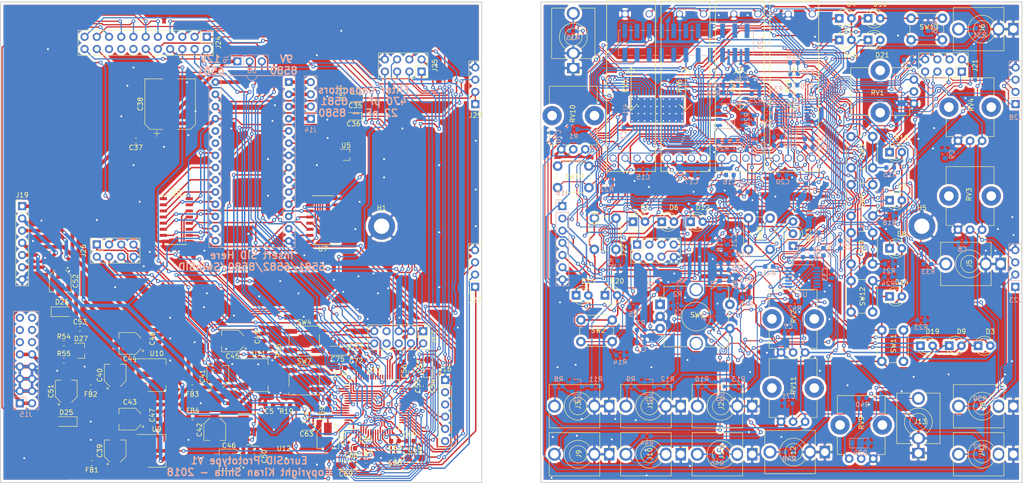
<source format=kicad_pcb>
(kicad_pcb (version 20171130) (host pcbnew "(5.0.1-3-g963ef8bb5)")
  (layers (0 F.Cu signal) (31 B.Cu signal) (34 B.Paste user) (35 F.Paste user) (36 B.SilkS user) (37 F.SilkS user) (38 B.Mask user) (39 F.Mask user) (44 Edge.Cuts user))
  (net 0 "")
  (net 1 GND)
  (net 2 +5V)
  (net 3 +3V3)
  (net 4 +3.3VA)
  (net 5 RESONANCE)
  (net 6 PWM)
  (net 7 FREQ_ATTEN)
  (net 8 CUTOFF)
  (net 9 ATTACK)
  (net 10 DECAY)
  (net 11 SUSTAIN)
  (net 12 +12V)
  (net 13 -12V)
  (net 14 RELEASE)
  (net 15 "Net-(C27-Pad2)")
  (net 16 "Net-(C28-Pad2)")
  (net 17 "Net-(C29-Pad2)")
  (net 18 SID1_OUT)
  (net 19 SID1_EXT)
  (net 20 "Net-(C30-Pad2)")
  (net 21 +9V)
  (net 22 -10V_REF)
  (net 23 RESET)
  (net 24 "Net-(R1-Pad2)")
  (net 25 "Net-(D18-Pad1)")
  (net 26 "Net-(D12-Pad1)")
  (net 27 "Net-(D6-Pad1)")
  (net 28 "Net-(D23-Pad1)")
  (net 29 "Net-(D16-Pad1)")
  (net 30 "Net-(D10-Pad1)")
  (net 31 "Net-(D4-Pad1)")
  (net 32 "Net-(D21-Pad1)")
  (net 33 "Net-(D15-Pad1)")
  (net 34 "Net-(D9-Pad1)")
  (net 35 "Net-(D3-Pad1)")
  (net 36 "Net-(D20-Pad1)")
  (net 37 "Net-(D14-Pad1)")
  (net 38 "Net-(D8-Pad1)")
  (net 39 "Net-(D2-Pad1)")
  (net 40 "Net-(D1-Pad1)")
  (net 41 "/SID Chip/D7")
  (net 42 SID_DATA)
  (net 43 SID_LATCH)
  (net 44 SID_CLK)
  (net 45 "Net-(U6-Pad9)")
  (net 46 "/SID Chip/D0")
  (net 47 "/SID Chip/D1")
  (net 48 "/SID Chip/D2")
  (net 49 "/SID Chip/D3")
  (net 50 "/SID Chip/D4")
  (net 51 "/SID Chip/D5")
  (net 52 "/SID Chip/D6")
  (net 53 "/SID Chip/A3")
  (net 54 "/SID Chip/A2")
  (net 55 "/SID Chip/A1")
  (net 56 "/SID Chip/A0")
  (net 57 "/SID Chip/A4")
  (net 58 "Net-(JP1-Pad2)")
  (net 59 SID_CS)
  (net 60 SID_RES)
  (net 61 PROG)
  (net 62 SWCLK)
  (net 63 SWDIO)
  (net 64 RX)
  (net 65 TX)
  (net 66 GATE_3)
  (net 67 GATE_2)
  (net 68 GATE_1)
  (net 69 "Net-(Q1-Pad1)")
  (net 70 "Net-(Q2-Pad1)")
  (net 71 "Net-(Q3-Pad1)")
  (net 72 "Net-(R2-Pad1)")
  (net 73 "Net-(R3-Pad1)")
  (net 74 "Net-(R6-Pad1)")
  (net 75 "Net-(C14-Pad2)")
  (net 76 "Net-(C14-Pad1)")
  (net 77 "Net-(C27-Pad1)")
  (net 78 "Net-(C31-Pad2)")
  (net 79 "Net-(C32-Pad2)")
  (net 80 "Net-(C33-Pad2)")
  (net 81 "Net-(C34-Pad2)")
  (net 82 "Net-(C35-Pad2)")
  (net 83 "Net-(C36-Pad2)")
  (net 84 "Net-(C39-Pad1)")
  (net 85 "Net-(C40-Pad1)")
  (net 86 "Net-(C41-Pad1)")
  (net 87 "Net-(C42-Pad1)")
  (net 88 "Net-(D19-Pad1)")
  (net 89 "Net-(D23-Pad3)")
  (net 90 "Net-(D25-Pad2)")
  (net 91 "Net-(D26-Pad1)")
  (net 92 "Net-(J14-Pad1)")
  (net 93 "Net-(J14-Pad2)")
  (net 94 "Net-(J14-Pad3)")
  (net 95 "Net-(J14-Pad4)")
  (net 96 "Net-(R40-Pad1)")
  (net 97 "Net-(J3-PadT)")
  (net 98 "Net-(J1-PadT)")
  (net 99 "Net-(J2-PadT)")
  (net 100 "Net-(J4-PadT)")
  (net 101 "Net-(J6-PadT)")
  (net 102 "Net-(J5-PadT)")
  (net 103 "Net-(J7-PadT)")
  (net 104 "Net-(J8-PadT)")
  (net 105 "Net-(J13-PadT)")
  (net 106 "Net-(J10-PadTN)")
  (net 107 "Net-(J10-PadT)")
  (net 108 "Net-(J11-PadT)")
  (net 109 "Net-(J12-PadT)")
  (net 110 SET_ATTEN)
  (net 111 PWM_ATTEN)
  (net 112 5V_IO)
  (net 113 3.3_IO)
  (net 114 3.3A_IO)
  (net 115 12V_IO)
  (net 116 -12V_IO)
  (net 117 -10V_REF_IO)
  (net 118 FREQ_A_IO)
  (net 119 FREQ_B_IO)
  (net 120 FREQ_SW_IO)
  (net 121 SHAPE_CV_IO)
  (net 122 CUTOFF_CV_IO)
  (net 123 SET_CV_IO)
  (net 124 IN1_CV_IO)
  (net 125 IN2_CV_IO)
  (net 126 IN3_CV_IO)
  (net 127 PWM_CV_IO)
  (net 128 MOD_SW_IO)
  (net 129 FILTER1_SW_IO)
  (net 130 VOICE_SW_IO)
  (net 131 FILTER2_SW_IO)
  (net 132 MODE_SW_IO)
  (net 133 FILTER3_SW_IO)
  (net 134 SET_SW_IO)
  (net 135 FILTER_SW_IO)
  (net 136 FILTEREXT_SW_IO)
  (net 137 SHAPE_SW_IO)
  (net 138 GATE_3_IO)
  (net 139 GATE_2_IO)
  (net 140 GATE_1_IO)
  (net 141 LED_LATCH_IO)
  (net 142 LED_CLK_IO)
  (net 143 LED_DATA_IO)
  (net 144 FREQ_A)
  (net 145 FREQ_B)
  (net 146 FREQ_SW)
  (net 147 FILTER_SW)
  (net 148 LED_LATCH)
  (net 149 FILTEREXT_SW)
  (net 150 LED_CLK)
  (net 151 FILTER3_SW)
  (net 152 LED_DATA)
  (net 153 FILTER2_SW)
  (net 154 FILTER1_SW)
  (net 155 MODE_SW)
  (net 156 VOICE_SW)
  (net 157 MOD_SW)
  (net 158 SET_SW)
  (net 159 SHAPE_SW)
  (net 160 CUTOFF_CV)
  (net 161 SHAPE_CV)
  (net 162 IN3_CV)
  (net 163 PWM_CV)
  (net 164 IN2_CV)
  (net 165 SET_CV)
  (net 166 IN1_CV)
  (net 167 RESONANCE_IO)
  (net 168 PWM_IO)
  (net 169 FREQ_ATTEN_IO)
  (net 170 CUTOFF_IO)
  (net 171 ATTACK_IO)
  (net 172 SUSTAIN_IO)
  (net 173 DECAY_IO)
  (net 174 RELEASE_IO)
  (net 175 SET_ATTEN_IO)
  (net 176 PWM_ATTEN_IO)
  (net 177 SID1_EXT_IO)
  (net 178 SID2_OUT_IO)
  (net 179 SID1_OUT_IO)
  (net 180 "Net-(RV5-PadE)")
  (net 181 "Net-(RV6-PadE)")
  (net 182 "Net-(RV7-PadE)")
  (net 183 "Net-(RV8-PadE)")
  (net 184 "Net-(U5-Pad2)")
  (module Package_SO:SOIC-16_3.9x9.9mm_P1.27mm (layer F.Cu) (at 78.03 88.39)
    (fp_text reference U6 (at 0 -6) (layer F.SilkS))
    (fp_text value 74HC595)
    (pad 1 smd rect (at -2.7 -4.445) (size 1.5 0.6) (layers F.Cu F.Paste F.Mask) (net 52 "/SID Chip/D6"))
    (pad 2 smd rect (at -2.7 -3.175) (size 1.5 0.6) (layers F.Cu F.Paste F.Mask) (net 51 "/SID Chip/D5"))
    (pad 3 smd rect (at -2.7 -1.905) (size 1.5 0.6) (layers F.Cu F.Paste F.Mask) (net 50 "/SID Chip/D4"))
    (pad 4 smd rect (at -2.7 -0.635) (size 1.5 0.6) (layers F.Cu F.Paste F.Mask) (net 49 "/SID Chip/D3"))
    (pad 5 smd rect (at -2.7 0.635) (size 1.5 0.6) (layers F.Cu F.Paste F.Mask) (net 48 "/SID Chip/D2"))
    (pad 6 smd rect (at -2.7 1.905) (size 1.5 0.6) (layers F.Cu F.Paste F.Mask) (net 47 "/SID Chip/D1"))
    (pad 7 smd rect (at -2.7 3.175) (size 1.5 0.6) (layers F.Cu F.Paste F.Mask) (net 46 "/SID Chip/D0"))
    (pad 8 smd rect (at -2.7 4.445) (size 1.5 0.6) (layers F.Cu F.Paste F.Mask) (net 1 GND))
    (pad 9 smd rect (at 2.7 4.445) (size 1.5 0.6) (layers F.Cu F.Paste F.Mask) (net 45 "Net-(U6-Pad9)"))
    (pad 10 smd rect (at 2.7 3.175) (size 1.5 0.6) (layers F.Cu F.Paste F.Mask) (net 2 +5V))
    (pad 11 smd rect (at 2.7 1.905) (size 1.5 0.6) (layers F.Cu F.Paste F.Mask) (net 44 SID_CLK))
    (pad 12 smd rect (at 2.7 0.635) (size 1.5 0.6) (layers F.Cu F.Paste F.Mask) (net 43 SID_LATCH))
    (pad 13 smd rect (at 2.7 -0.635) (size 1.5 0.6) (layers F.Cu F.Paste F.Mask) (net 1 GND))
    (pad 14 smd rect (at 2.7 -1.905) (size 1.5 0.6) (layers F.Cu F.Paste F.Mask) (net 42 SID_DATA))
    (pad 15 smd rect (at 2.7 -3.175) (size 1.5 0.6) (layers F.Cu F.Paste F.Mask) (net 41 "/SID Chip/D7"))
    (pad 16 smd rect (at 2.7 -4.445) (size 1.5 0.6) (layers F.Cu F.Paste F.Mask) (net 2 +5V))
  )
  (module Package_SO:SOIC-16_3.9x9.9mm_P1.27mm (layer F.Cu) (at 108.51 88.39 180)
    (fp_text reference U7 (at 0 -6 180) (layer F.SilkS))
    (fp_text value 74HC595)
    (pad 16 smd rect (at 2.7 -4.445 180) (size 1.5 0.6) (layers F.Cu F.Paste F.Mask) (net 2 +5V))
    (pad 15 smd rect (at 2.7 -3.175 180) (size 1.5 0.6) (layers F.Cu F.Paste F.Mask) (net 57 "/SID Chip/A4"))
    (pad 14 smd rect (at 2.7 -1.905 180) (size 1.5 0.6) (layers F.Cu F.Paste F.Mask) (net 45 "Net-(U6-Pad9)"))
    (pad 13 smd rect (at 2.7 -0.635 180) (size 1.5 0.6) (layers F.Cu F.Paste F.Mask) (net 1 GND))
    (pad 12 smd rect (at 2.7 0.635 180) (size 1.5 0.6) (layers F.Cu F.Paste F.Mask) (net 43 SID_LATCH))
    (pad 11 smd rect (at 2.7 1.905 180) (size 1.5 0.6) (layers F.Cu F.Paste F.Mask) (net 44 SID_CLK))
    (pad 10 smd rect (at 2.7 3.175 180) (size 1.5 0.6) (layers F.Cu F.Paste F.Mask) (net 2 +5V))
    (pad 9 smd rect (at 2.7 4.445 180) (size 1.5 0.6) (layers F.Cu F.Paste F.Mask))
    (pad 8 smd rect (at -2.7 4.445 180) (size 1.5 0.6) (layers F.Cu F.Paste F.Mask) (net 1 GND))
    (pad 7 smd rect (at -2.7 3.175 180) (size 1.5 0.6) (layers F.Cu F.Paste F.Mask))
    (pad 6 smd rect (at -2.7 1.905 180) (size 1.5 0.6) (layers F.Cu F.Paste F.Mask))
    (pad 5 smd rect (at -2.7 0.635 180) (size 1.5 0.6) (layers F.Cu F.Paste F.Mask))
    (pad 4 smd rect (at -2.7 -0.635 180) (size 1.5 0.6) (layers F.Cu F.Paste F.Mask) (net 56 "/SID Chip/A0"))
    (pad 3 smd rect (at -2.7 -1.905 180) (size 1.5 0.6) (layers F.Cu F.Paste F.Mask) (net 55 "/SID Chip/A1"))
    (pad 2 smd rect (at -2.7 -3.175 180) (size 1.5 0.6) (layers F.Cu F.Paste F.Mask) (net 54 "/SID Chip/A2"))
    (pad 1 smd rect (at -2.7 -4.445 180) (size 1.5 0.6) (layers F.Cu F.Paste F.Mask) (net 53 "/SID Chip/A3"))
  )
  (module Resistor_SMD:R_0603_1608Metric (layer F.Cu) (at 54.662 117.6)
    (fp_text reference R55 (at 0 -1.43) (layer F.SilkS))
    (fp_text value 1k)
    (pad 2 smd roundrect (at 0.7875 0) (size 0.875 0.95) (layers F.Cu F.Paste F.Mask) (net 22 -10V_REF))
    (pad 1 smd roundrect (at -0.7875 0) (size 0.875 0.95) (layers F.Cu F.Paste F.Mask) (net 13 -12V))
  )
  (module Capacitor_SMD:C_0603_1608Metric (layer F.Cu) (at 97.334 126.744 180)
    (fp_text reference C5 (at 0 -1.43 180) (layer F.SilkS))
    (fp_text value "0.1 uF")
    (pad 2 smd roundrect (at 0.7875 0 180) (size 0.875 0.95) (layers F.Cu F.Paste F.Mask) (net 1 GND))
    (pad 1 smd roundrect (at -0.7875 0 180) (size 0.875 0.95) (layers F.Cu F.Paste F.Mask) (net 23 RESET))
  )
  (module Capacitor_SMD:C_0603_1608Metric (layer F.Cu) (at 74.474 113.028 90)
    (fp_text reference C48 (at 0 -1.43 90) (layer F.SilkS))
    (fp_text value "100 nF")
    (pad 2 smd roundrect (at 0.7875 0 90) (size 0.875 0.95) (layers F.Cu F.Paste F.Mask) (net 1 GND))
    (pad 1 smd roundrect (at -0.7875 0 90) (size 0.875 0.95) (layers F.Cu F.Paste F.Mask) (net 4 +3.3VA))
  )
  (module Capacitor_SMD:C_0603_1608Metric (layer F.Cu) (at 96.318 112.7485 90)
    (fp_text reference C49 (at 0 -1.43 90) (layer F.SilkS))
    (fp_text value "100 nF")
    (pad 2 smd roundrect (at 0.7875 0 90) (size 0.875 0.95) (layers F.Cu F.Paste F.Mask) (net 1 GND))
    (pad 1 smd roundrect (at -0.7875 0 90) (size 0.875 0.95) (layers F.Cu F.Paste F.Mask) (net 2 +5V))
  )
  (module Capacitor_SMD:C_0603_1608Metric (layer F.Cu) (at 94.921 137.5135 90)
    (fp_text reference C50 (at -0.0465 1.409 90) (layer F.SilkS))
    (fp_text value "100 nF")
    (pad 2 smd roundrect (at 0.7875 0 90) (size 0.875 0.95) (layers F.Cu F.Paste F.Mask) (net 1 GND))
    (pad 1 smd roundrect (at -0.7875 0 90) (size 0.875 0.95) (layers F.Cu F.Paste F.Mask) (net 21 +9V))
  )
  (module Capacitor_SMD:C_0603_1608Metric (layer F.Cu) (at 57.9895 110.996)
    (fp_text reference C53 (at 0 -1.43) (layer F.SilkS))
    (fp_text value "100 nF")
    (pad 2 smd roundrect (at 0.7875 0) (size 0.875 0.95) (layers F.Cu F.Paste F.Mask) (net 1 GND))
    (pad 1 smd roundrect (at -0.7875 0) (size 0.875 0.95) (layers F.Cu F.Paste F.Mask) (net 22 -10V_REF))
  )
  (module Capacitor_SMD:C_0603_1608Metric (layer F.Cu) (at 129.846 122.9085 270)
    (fp_text reference C54 (at 0 -1.43 270) (layer F.SilkS))
    (fp_text value "100 nF")
    (pad 2 smd roundrect (at 0.7875 0 270) (size 0.875 0.95) (layers F.Cu F.Paste F.Mask) (net 1 GND))
    (pad 1 smd roundrect (at -0.7875 0 270) (size 0.875 0.95) (layers F.Cu F.Paste F.Mask) (net 3 +3V3))
  )
  (module Capacitor_SMD:C_0603_1608Metric (layer F.Cu) (at 126.798 122.9085 270)
    (fp_text reference C55 (at 0 -1.43 270) (layer F.SilkS))
    (fp_text value "100 nF")
    (pad 2 smd roundrect (at 0.7875 0 270) (size 0.875 0.95) (layers F.Cu F.Paste F.Mask) (net 1 GND))
    (pad 1 smd roundrect (at -0.7875 0 270) (size 0.875 0.95) (layers F.Cu F.Paste F.Mask) (net 3 +3V3))
  )
  (module Capacitor_SMD:C_0603_1608Metric (layer F.Cu) (at 126.798 119.8605 90)
    (fp_text reference C56 (at 0 -1.43 90) (layer F.SilkS))
    (fp_text value "100 nF")
    (pad 2 smd roundrect (at 0.7875 0 90) (size 0.875 0.95) (layers F.Cu F.Paste F.Mask) (net 1 GND))
    (pad 1 smd roundrect (at -0.7875 0 90) (size 0.875 0.95) (layers F.Cu F.Paste F.Mask) (net 3 +3V3))
  )
  (module Capacitor_SMD:C_0603_1608Metric (layer F.Cu) (at 106.478 128.4965 90)
    (fp_text reference C61 (at 0 -1.43 90) (layer F.SilkS))
    (fp_text value "100 nF")
    (pad 2 smd roundrect (at 0.7875 0 90) (size 0.875 0.95) (layers F.Cu F.Paste F.Mask) (net 1 GND))
    (pad 1 smd roundrect (at -0.7875 0 90) (size 0.875 0.95) (layers F.Cu F.Paste F.Mask) (net 4 +3.3VA))
  )
  (module Capacitor_SMD:C_0603_1608Metric (layer F.Cu) (at 123.4705 134.364 180)
    (fp_text reference C62 (at 0 -1.43 180) (layer F.SilkS))
    (fp_text value "100 nF")
    (pad 2 smd roundrect (at 0.7875 0 180) (size 0.875 0.95) (layers F.Cu F.Paste F.Mask) (net 1 GND))
    (pad 1 smd roundrect (at -0.7875 0 180) (size 0.875 0.95) (layers F.Cu F.Paste F.Mask) (net 3 +3V3))
  )
  (module Capacitor_SMD:CP_Elec_4x5.3 (layer F.Cu) (at 86.031 131.951 270)
    (fp_text reference C42 (at 0.089 3.181 270) (layer F.SilkS))
    (fp_text value "22 uF")
    (pad 2 smd rect (at 1.8 0 270) (size 2.6 1.6) (layers F.Cu F.Paste F.Mask) (net 1 GND))
    (pad 1 smd rect (at -1.8 0 270) (size 2.6 1.6) (layers F.Cu F.Paste F.Mask) (net 87 "Net-(C42-Pad1)"))
  )
  (module Capacitor_SMD:CP_Elec_4x5.3 (layer F.Cu) (at 68.378 129.792 180)
    (fp_text reference C43 (at 0 3.54 180) (layer F.SilkS))
    (fp_text value "22 uF")
    (pad 2 smd rect (at 1.8 0 180) (size 2.6 1.6) (layers F.Cu F.Paste F.Mask) (net 1 GND))
    (pad 1 smd rect (at -1.8 0 180) (size 2.6 1.6) (layers F.Cu F.Paste F.Mask) (net 3 +3V3))
  )
  (module Capacitor_SMD:CP_Elec_4x5.3 (layer F.Cu) (at 89.206 138.301 180)
    (fp_text reference C46 (at 0.226 3.001 180) (layer F.SilkS))
    (fp_text value "22 uF")
    (pad 2 smd rect (at 1.8 0 180) (size 2.6 1.6) (layers F.Cu F.Paste F.Mask) (net 1 GND))
    (pad 1 smd rect (at -1.8 0 180) (size 2.6 1.6) (layers F.Cu F.Paste F.Mask) (net 21 +9V))
  )
  (module Capacitor_SMD:C_0603_1608Metric (layer F.Cu) (at 117.4255 135.38)
    (fp_text reference C66 (at 0 -1.43) (layer F.SilkS))
    (fp_text value "100 nF")
    (pad 2 smd roundrect (at 0.7875 0) (size 0.875 0.95) (layers F.Cu F.Paste F.Mask) (net 1 GND))
    (pad 1 smd roundrect (at -0.7875 0) (size 0.875 0.95) (layers F.Cu F.Paste F.Mask) (net 3 +3V3))
  )
  (module Capacitor_SMD:C_0603_1608Metric (layer F.Cu) (at 117.4255 138.428)
    (fp_text reference C67 (at 0 -1.43) (layer F.SilkS))
    (fp_text value "100 nF")
    (pad 2 smd roundrect (at 0.7875 0) (size 0.875 0.95) (layers F.Cu F.Paste F.Mask) (net 1 GND))
    (pad 1 smd roundrect (at -0.7875 0) (size 0.875 0.95) (layers F.Cu F.Paste F.Mask) (net 3 +3V3))
  )
  (module Capacitor_SMD:C_0603_1608Metric (layer F.Cu) (at 114.3775 135.888 180)
    (fp_text reference C68 (at 0 -1.43 180) (layer F.SilkS))
    (fp_text value "100 nF")
    (pad 2 smd roundrect (at 0.7875 0 180) (size 0.875 0.95) (layers F.Cu F.Paste F.Mask) (net 1 GND))
    (pad 1 smd roundrect (at -0.7875 0 180) (size 0.875 0.95) (layers F.Cu F.Paste F.Mask) (net 3 +3V3))
  )
  (module Resistor_SMD:R_0603_1608Metric (layer F.Cu) (at 97.842 115.568 270)
    (fp_text reference R16 (at 0 -1.43 270) (layer F.SilkS))
    (fp_text value 10k)
    (pad 2 smd roundrect (at 0.7875 0 270) (size 0.875 0.95) (layers F.Cu F.Paste F.Mask) (net 1 GND))
    (pad 1 smd roundrect (at -0.7875 0 270) (size 0.875 0.95) (layers F.Cu F.Paste F.Mask) (net 61 PROG))
  )
  (module Resistor_SMD:R_0603_1608Metric (layer F.Cu) (at 100.89 126.744 180)
    (fp_text reference R19 (at 0 -1.43 180) (layer F.SilkS))
    (fp_text value 10k)
    (pad 2 smd roundrect (at 0.7875 0 180) (size 0.875 0.95) (layers F.Cu F.Paste F.Mask) (net 23 RESET))
    (pad 1 smd roundrect (at -0.7875 0 180) (size 0.875 0.95) (layers F.Cu F.Paste F.Mask) (net 3 +3V3))
  )
  (module Connector_PinSocket_2.54mm:PinSocket_2x04_P2.54mm_Vertical (layer F.Cu) (at 61.52 93.47 90)
    (fp_text reference J26 (at -1.27 -2.77 90) (layer F.SilkS))
    (fp_text value Pot_Connector)
    (pad 8 thru_hole oval (at -2.54 7.62 90) (size 1.7 1.7) (drill 1) (layers *.Cu *.Mask) (net 1 GND))
    (pad 7 thru_hole oval (at 0 7.62 90) (size 1.7 1.7) (drill 1) (layers *.Cu *.Mask) (net 14 RELEASE))
    (pad 6 thru_hole oval (at -2.54 5.08 90) (size 1.7 1.7) (drill 1) (layers *.Cu *.Mask) (net 5 RESONANCE))
    (pad 5 thru_hole oval (at 0 5.08 90) (size 1.7 1.7) (drill 1) (layers *.Cu *.Mask) (net 11 SUSTAIN))
    (pad 4 thru_hole oval (at -2.54 2.54 90) (size 1.7 1.7) (drill 1) (layers *.Cu *.Mask) (net 8 CUTOFF))
    (pad 3 thru_hole oval (at 0 2.54 90) (size 1.7 1.7) (drill 1) (layers *.Cu *.Mask) (net 10 DECAY))
    (pad 2 thru_hole oval (at -2.54 0 90) (size 1.7 1.7) (drill 1) (layers *.Cu *.Mask) (net 6 PWM))
    (pad 1 thru_hole rect (at 0 0 90) (size 1.7 1.7) (drill 1) (layers *.Cu *.Mask) (net 9 ATTACK))
  )
  (module Connector_PinHeader_2.54mm:PinHeader_2x11_P2.54mm_Vertical (layer F.Cu) (at 71.67 51.53 270)
    (fp_text reference J24 (at -0.11 -15.12 270) (layer F.SilkS))
    (fp_text value Digital_Connector)
    (pad 1 thru_hole rect (at -1.27 -12.7 270) (size 1.7 1.7) (drill 1) (layers *.Cu *.Mask) (net 144 FREQ_A))
    (pad 2 thru_hole oval (at 1.27 -12.7 270) (size 1.7 1.7) (drill 1) (layers *.Cu *.Mask) (net 66 GATE_3))
    (pad 3 thru_hole oval (at -1.27 -10.16 270) (size 1.7 1.7) (drill 1) (layers *.Cu *.Mask) (net 145 FREQ_B))
    (pad 4 thru_hole oval (at 1.27 -10.16 270) (size 1.7 1.7) (drill 1) (layers *.Cu *.Mask) (net 67 GATE_2))
    (pad 5 thru_hole oval (at -1.27 -7.62 270) (size 1.7 1.7) (drill 1) (layers *.Cu *.Mask) (net 146 FREQ_SW))
    (pad 6 thru_hole oval (at 1.27 -7.62 270) (size 1.7 1.7) (drill 1) (layers *.Cu *.Mask) (net 68 GATE_1))
    (pad 7 thru_hole oval (at -1.27 -5.08 270) (size 1.7 1.7) (drill 1) (layers *.Cu *.Mask) (net 147 FILTER_SW))
    (pad 8 thru_hole oval (at 1.27 -5.08 270) (size 1.7 1.7) (drill 1) (layers *.Cu *.Mask) (net 148 LED_LATCH))
    (pad 9 thru_hole oval (at -1.27 -2.54 270) (size 1.7 1.7) (drill 1) (layers *.Cu *.Mask) (net 149 FILTEREXT_SW))
    (pad 10 thru_hole oval (at 1.27 -2.54 270) (size 1.7 1.7) (drill 1) (layers *.Cu *.Mask) (net 150 LED_CLK))
    (pad 11 thru_hole oval (at -1.27 0 270) (size 1.7 1.7) (drill 1) (layers *.Cu *.Mask) (net 151 FILTER3_SW))
    (pad 12 thru_hole oval (at 1.27 0 270) (size 1.7 1.7) (drill 1) (layers *.Cu *.Mask) (net 152 LED_DATA))
    (pad 13 thru_hole oval (at -1.27 2.54 270) (size 1.7 1.7) (drill 1) (layers *.Cu *.Mask) (net 153 FILTER2_SW))
    (pad 14 thru_hole oval (at 1.27 2.54 270) (size 1.7 1.7) (drill 1) (layers *.Cu *.Mask))
    (pad 15 thru_hole oval (at -1.27 5.08 270) (size 1.7 1.7) (drill 1) (layers *.Cu *.Mask) (net 154 FILTER1_SW))
    (pad 16 thru_hole oval (at 1.27 5.08 270) (size 1.7 1.7) (drill 1) (layers *.Cu *.Mask))
    (pad 17 thru_hole oval (at -1.27 7.62 270) (size 1.7 1.7) (drill 1) (layers *.Cu *.Mask) (net 155 MODE_SW))
    (pad 18 thru_hole oval (at 1.27 7.62 270) (size 1.7 1.7) (drill 1) (layers *.Cu *.Mask))
    (pad 19 thru_hole oval (at -1.27 10.16 270) (size 1.7 1.7) (drill 1) (layers *.Cu *.Mask) (net 156 VOICE_SW))
    (pad 20 thru_hole oval (at 1.27 10.16 270) (size 1.7 1.7) (drill 1) (layers *.Cu *.Mask) (net 157 MOD_SW))
    (pad 21 thru_hole oval (at -1.27 12.7 270) (size 1.7 1.7) (drill 1) (layers *.Cu *.Mask) (net 158 SET_SW))
    (pad 22 thru_hole oval (at 1.27 12.7 270) (size 1.7 1.7) (drill 1) (layers *.Cu *.Mask) (net 159 SHAPE_SW))
  )
  (module Package_DIP:DIP-28_W15.24mm_Socket (layer B.Cu) (at 101.398 59.688 180)
    (fp_text reference U8 (at 7.62 2.33 180) (layer B.SilkS) (effects (justify mirror)))
    (fp_text value SID)
    (pad 28 thru_hole oval (at 15.24 0 180) (size 1.6 1.6) (drill 0.8) (layers *.Cu *.Mask) (net 58 "Net-(JP1-Pad2)"))
    (pad 14 thru_hole oval (at 0 -33.02 180) (size 1.6 1.6) (drill 0.8) (layers *.Cu *.Mask) (net 1 GND))
    (pad 27 thru_hole oval (at 15.24 -2.54 180) (size 1.6 1.6) (drill 0.8) (layers *.Cu *.Mask) (net 82 "Net-(C35-Pad2)"))
    (pad 13 thru_hole oval (at 0 -30.48 180) (size 1.6 1.6) (drill 0.8) (layers *.Cu *.Mask) (net 57 "/SID Chip/A4"))
    (pad 26 thru_hole oval (at 15.24 -5.08 180) (size 1.6 1.6) (drill 0.8) (layers *.Cu *.Mask) (net 83 "Net-(C36-Pad2)"))
    (pad 12 thru_hole oval (at 0 -27.94 180) (size 1.6 1.6) (drill 0.8) (layers *.Cu *.Mask) (net 53 "/SID Chip/A3"))
    (pad 25 thru_hole oval (at 15.24 -7.62 180) (size 1.6 1.6) (drill 0.8) (layers *.Cu *.Mask) (net 2 +5V))
    (pad 11 thru_hole oval (at 0 -25.4 180) (size 1.6 1.6) (drill 0.8) (layers *.Cu *.Mask) (net 54 "/SID Chip/A2"))
    (pad 24 thru_hole oval (at 15.24 -10.16 180) (size 1.6 1.6) (drill 0.8) (layers *.Cu *.Mask))
    (pad 10 thru_hole oval (at 0 -22.86 180) (size 1.6 1.6) (drill 0.8) (layers *.Cu *.Mask) (net 55 "/SID Chip/A1"))
    (pad 23 thru_hole oval (at 15.24 -12.7 180) (size 1.6 1.6) (drill 0.8) (layers *.Cu *.Mask))
    (pad 9 thru_hole oval (at 0 -20.32 180) (size 1.6 1.6) (drill 0.8) (layers *.Cu *.Mask) (net 56 "/SID Chip/A0"))
    (pad 22 thru_hole oval (at 15.24 -15.24 180) (size 1.6 1.6) (drill 0.8) (layers *.Cu *.Mask) (net 41 "/SID Chip/D7"))
    (pad 8 thru_hole oval (at 0 -17.78 180) (size 1.6 1.6) (drill 0.8) (layers *.Cu *.Mask) (net 59 SID_CS))
    (pad 21 thru_hole oval (at 15.24 -17.78 180) (size 1.6 1.6) (drill 0.8) (layers *.Cu *.Mask) (net 52 "/SID Chip/D6"))
    (pad 7 thru_hole oval (at 0 -15.24 180) (size 1.6 1.6) (drill 0.8) (layers *.Cu *.Mask) (net 1 GND))
    (pad 20 thru_hole oval (at 15.24 -20.32 180) (size 1.6 1.6) (drill 0.8) (layers *.Cu *.Mask) (net 51 "/SID Chip/D5"))
    (pad 6 thru_hole oval (at 0 -12.7 180) (size 1.6 1.6) (drill 0.8) (layers *.Cu *.Mask) (net 184 "Net-(U5-Pad2)"))
    (pad 19 thru_hole oval (at 15.24 -22.86 180) (size 1.6 1.6) (drill 0.8) (layers *.Cu *.Mask) (net 50 "/SID Chip/D4"))
    (pad 5 thru_hole oval (at 0 -10.16 180) (size 1.6 1.6) (drill 0.8) (layers *.Cu *.Mask) (net 60 SID_RES))
    (pad 18 thru_hole oval (at 15.24 -25.4 180) (size 1.6 1.6) (drill 0.8) (layers *.Cu *.Mask) (net 49 "/SID Chip/D3"))
    (pad 4 thru_hole oval (at 0 -7.62 180) (size 1.6 1.6) (drill 0.8) (layers *.Cu *.Mask) (net 92 "Net-(J14-Pad1)"))
    (pad 17 thru_hole oval (at 15.24 -27.94 180) (size 1.6 1.6) (drill 0.8) (layers *.Cu *.Mask) (net 48 "/SID Chip/D2"))
    (pad 3 thru_hole oval (at 0 -5.08 180) (size 1.6 1.6) (drill 0.8) (layers *.Cu *.Mask) (net 93 "Net-(J14-Pad2)"))
    (pad 16 thru_hole oval (at 15.24 -30.48 180) (size 1.6 1.6) (drill 0.8) (layers *.Cu *.Mask) (net 47 "/SID Chip/D1"))
    (pad 2 thru_hole oval (at 0 -2.54 180) (size 1.6 1.6) (drill 0.8) (layers *.Cu *.Mask) (net 94 "Net-(J14-Pad3)"))
    (pad 15 thru_hole oval (at 15.24 -33.02 180) (size 1.6 1.6) (drill 0.8) (layers *.Cu *.Mask) (net 46 "/SID Chip/D0"))
    (pad 1 thru_hole rect (at 0 0 180) (size 1.6 1.6) (drill 0.8) (layers *.Cu *.Mask) (net 95 "Net-(J14-Pad4)"))
  )
  (module Package_TO_SOT_SMD:SOT-223-3_TabPin2 (layer F.Cu) (at 73.966 136.396)
    (fp_text reference U9 (at 0 -4.5) (layer F.SilkS))
    (fp_text value LM1117-3.3)
    (pad 1 smd rect (at -3.15 -2.3) (size 2 1.5) (layers F.Cu F.Paste F.Mask) (net 1 GND))
    (pad 3 smd rect (at -3.15 2.3) (size 2 1.5) (layers F.Cu F.Paste F.Mask) (net 84 "Net-(C39-Pad1)"))
    (pad 2 smd rect (at -3.15 0) (size 2 1.5) (layers F.Cu F.Paste F.Mask) (net 3 +3V3))
    (pad 2 smd rect (at 3.15 0) (size 2 3.8) (layers F.Cu F.Paste F.Mask) (net 3 +3V3))
  )
  (module Package_TO_SOT_SMD:SOT-223-3_TabPin2 (layer F.Cu) (at 73.966 120.648)
    (fp_text reference U10 (at 0 -4.5) (layer F.SilkS))
    (fp_text value LM1117-3.3)
    (pad 1 smd rect (at -3.15 -2.3) (size 2 1.5) (layers F.Cu F.Paste F.Mask) (net 1 GND))
    (pad 3 smd rect (at -3.15 2.3) (size 2 1.5) (layers F.Cu F.Paste F.Mask) (net 85 "Net-(C40-Pad1)"))
    (pad 2 smd rect (at -3.15 0) (size 2 1.5) (layers F.Cu F.Paste F.Mask) (net 4 +3.3VA))
    (pad 2 smd rect (at 3.15 0) (size 2 3.8) (layers F.Cu F.Paste F.Mask) (net 4 +3.3VA))
  )
  (module Diode_SMD:D_SOD-123 (layer F.Cu) (at 55.17 130.3 180)
    (fp_text reference D25 (at 0 1.905 180) (layer F.SilkS))
    (fp_text value 1N5819HW-7-F)
    (pad 2 smd rect (at 1.65 0 180) (size 0.9 1.2) (layers F.Cu F.Paste F.Mask) (net 90 "Net-(D25-Pad2)"))
    (pad 1 smd rect (at -1.65 0 180) (size 0.9 1.2) (layers F.Cu F.Paste F.Mask) (net 12 +12V))
  )
  (module Inductor_SMD:L_0603_1608Metric (layer F.Cu) (at 60.4785 138.936 180)
    (fp_text reference FB1 (at 0 -1.43 180) (layer F.SilkS))
    (fp_text value Ferrite_Bead)
    (pad 2 smd roundrect (at 0.7875 0 180) (size 0.875 0.95) (layers F.Cu F.Paste F.Mask) (net 12 +12V))
    (pad 1 smd roundrect (at -0.7875 0 180) (size 0.875 0.95) (layers F.Cu F.Paste F.Mask) (net 84 "Net-(C39-Pad1)"))
  )
  (module Inductor_SMD:L_0603_1608Metric (layer F.Cu) (at 60.25 123.188 180)
    (fp_text reference FB2 (at 0 -1.43 180) (layer F.SilkS))
    (fp_text value Ferrite_Bead)
    (pad 2 smd roundrect (at 0.7875 0 180) (size 0.875 0.95) (layers F.Cu F.Paste F.Mask) (net 12 +12V))
    (pad 1 smd roundrect (at -0.7875 0 180) (size 0.875 0.95) (layers F.Cu F.Paste F.Mask) (net 85 "Net-(C40-Pad1)"))
  )
  (module Inductor_SMD:L_0603_1608Metric (layer F.Cu) (at 81.3575 123.188 180)
    (fp_text reference FB3 (at 0 -1.43 180) (layer F.SilkS))
    (fp_text value Ferrite_Bead)
    (pad 2 smd roundrect (at 0.7875 0 180) (size 0.875 0.95) (layers F.Cu F.Paste F.Mask) (net 12 +12V))
    (pad 1 smd roundrect (at -0.7875 0 180) (size 0.875 0.95) (layers F.Cu F.Paste F.Mask) (net 86 "Net-(C41-Pad1)"))
  )
  (module Inductor_SMD:L_0603_1608Metric (layer F.Cu) (at 81.4335 129.411 180)
    (fp_text reference FB4 (at -0.0265 1.401 180) (layer F.SilkS))
    (fp_text value Ferrite_Bead)
    (pad 2 smd roundrect (at 0.7875 0 180) (size 0.875 0.95) (layers F.Cu F.Paste F.Mask) (net 12 +12V))
    (pad 1 smd roundrect (at -0.7875 0 180) (size 0.875 0.95) (layers F.Cu F.Paste F.Mask) (net 87 "Net-(C42-Pad1)"))
  )
  (module Diode_SMD:D_SOD-123 (layer F.Cu) (at 54.28 107.44)
    (fp_text reference D26 (at 0 -2) (layer F.SilkS))
    (fp_text value 1N5819HW-7-F)
    (pad 1 smd rect (at -1.65 0) (size 0.9 1.2) (layers F.Cu F.Paste F.Mask) (net 91 "Net-(D26-Pad1)"))
    (pad 2 smd rect (at 1.65 0) (size 0.9 1.2) (layers F.Cu F.Paste F.Mask) (net 13 -12V))
  )
  (module Connector_PinHeader_2.54mm:PinHeader_1x03_P2.54mm_Vertical (layer B.Cu) (at 90.73 55.37 270)
    (fp_text reference JP1 (at 0 2.33 270) (layer B.SilkS) (effects (justify mirror)))
    (fp_text value Jumper_3_Bridged12)
    (pad 3 thru_hole oval (at 0 -5.08 270) (size 1.7 1.7) (drill 1) (layers *.Cu *.Mask) (net 21 +9V))
    (pad 2 thru_hole oval (at 0 -2.54 270) (size 1.7 1.7) (drill 1) (layers *.Cu *.Mask) (net 58 "Net-(JP1-Pad2)"))
    (pad 1 thru_hole rect (at 0 0 270) (size 1.7 1.7) (drill 1) (layers *.Cu *.Mask) (net 12 +12V))
  )
  (module Resistor_SMD:R_0603_1608Metric (layer F.Cu) (at 111.05 62.2025 270)
    (fp_text reference R53 (at 0 -1.43 270) (layer F.SilkS))
    (fp_text value 1k)
    (pad 1 smd roundrect (at -0.7875 0 270) (size 0.875 0.95) (layers F.Cu F.Paste F.Mask) (net 1 GND))
    (pad 2 smd roundrect (at 0.7875 0 270) (size 0.875 0.95) (layers F.Cu F.Paste F.Mask) (net 82 "Net-(C35-Pad2)"))
  )
  (module Resistor_SMD:R_0603_1608Metric (layer F.Cu) (at 54.662 114.044)
    (fp_text reference R54 (at 0 -1.43) (layer F.SilkS))
    (fp_text value 1k)
    (pad 2 smd roundrect (at 0.7875 0) (size 0.875 0.95) (layers F.Cu F.Paste F.Mask) (net 22 -10V_REF))
    (pad 1 smd roundrect (at -0.7875 0) (size 0.875 0.95) (layers F.Cu F.Paste F.Mask) (net 13 -12V))
  )
  (module Capacitor_Tantalum_SMD:CP_EIA-2012-12_Kemet-R (layer F.Cu) (at 115.2425 62.99 180)
    (fp_text reference C35 (at 0 -1.58 180) (layer F.SilkS))
    (fp_text value "1 uF")
    (pad 1 smd roundrect (at -0.8875 0 180) (size 1.125 1.05) (layers F.Cu F.Paste F.Mask) (roundrect_rratio 0.238095) (net 18 SID1_OUT))
    (pad 2 smd roundrect (at 0.8875 0 180) (size 1.125 1.05) (layers F.Cu F.Paste F.Mask) (roundrect_rratio 0.238095) (net 82 "Net-(C35-Pad2)"))
  )
  (module Capacitor_Tantalum_SMD:CP_EIA-2012-12_Kemet-R (layer F.Cu) (at 114.86 66.8 180)
    (fp_text reference C36 (at 0 -1.58 180) (layer F.SilkS))
    (fp_text value "1 uF")
    (pad 2 smd roundrect (at 0.8875 0 180) (size 1.125 1.05) (layers F.Cu F.Paste F.Mask) (roundrect_rratio 0.238095) (net 83 "Net-(C36-Pad2)"))
    (pad 1 smd roundrect (at -0.8875 0 180) (size 1.125 1.05) (layers F.Cu F.Paste F.Mask) (roundrect_rratio 0.238095) (net 19 SID1_EXT))
  )
  (module Capacitor_SMD:C_0603_1608Metric (layer F.Cu) (at 69.6225 71.88 180)
    (fp_text reference C37 (at 0 -1.43 180) (layer F.SilkS))
    (fp_text value "100 nF")
    (pad 2 smd roundrect (at 0.7875 0 180) (size 0.875 0.95) (layers F.Cu F.Paste F.Mask) (net 1 GND))
    (pad 1 smd roundrect (at -0.7875 0 180) (size 0.875 0.95) (layers F.Cu F.Paste F.Mask) (net 2 +5V))
  )
  (module Capacitor_SMD:CP_Elec_10x10 (layer F.Cu) (at 76.76 64.26 90)
    (fp_text reference C38 (at 0 -6.2 90) (layer F.SilkS))
    (fp_text value "2200 uF")
    (pad 1 smd rect (at -4 0 90) (size 4 2.5) (layers F.Cu F.Paste F.Mask) (net 2 +5V))
    (pad 2 smd rect (at 4 0 90) (size 4 2.5) (layers F.Cu F.Paste F.Mask) (net 1 GND))
  )
  (module Capacitor_SMD:CP_Elec_4x5.3 (layer F.Cu) (at 65.33 136.396 90)
    (fp_text reference C39 (at 0 -3.2 90) (layer F.SilkS))
    (fp_text value "22 uF")
    (pad 1 smd rect (at -1.8 0 90) (size 2.6 1.6) (layers F.Cu F.Paste F.Mask) (net 84 "Net-(C39-Pad1)"))
    (pad 2 smd rect (at 1.8 0 90) (size 2.6 1.6) (layers F.Cu F.Paste F.Mask) (net 1 GND))
  )
  (module Capacitor_SMD:CP_Elec_4x5.3 (layer F.Cu) (at 65.33 120.648 90)
    (fp_text reference C40 (at 0 -3.2 90) (layer F.SilkS))
    (fp_text value "22 uF")
    (pad 1 smd rect (at -1.8 0 90) (size 2.6 1.6) (layers F.Cu F.Paste F.Mask) (net 85 "Net-(C40-Pad1)"))
    (pad 2 smd rect (at 1.8 0 90) (size 2.6 1.6) (layers F.Cu F.Paste F.Mask) (net 1 GND))
  )
  (module Capacitor_SMD:CP_Elec_4x5.3 (layer F.Cu) (at 86.666 120.88 90)
    (fp_text reference C41 (at 0 -3.2 90) (layer F.SilkS))
    (fp_text value "22 uF")
    (pad 1 smd rect (at -1.8 0 90) (size 2.6 1.6) (layers F.Cu F.Paste F.Mask) (net 86 "Net-(C41-Pad1)"))
    (pad 2 smd rect (at 1.8 0 90) (size 2.6 1.6) (layers F.Cu F.Paste F.Mask) (net 1 GND))
  )
  (module Capacitor_SMD:CP_Elec_4x5.3 (layer F.Cu) (at 68.378 114.044 180)
    (fp_text reference C44 (at 0 -3.2 180) (layer F.SilkS))
    (fp_text value "22 uF")
    (pad 2 smd rect (at 1.8 0 180) (size 2.6 1.6) (layers F.Cu F.Paste F.Mask) (net 1 GND))
    (pad 1 smd rect (at -1.8 0 180) (size 2.6 1.6) (layers F.Cu F.Paste F.Mask) (net 4 +3.3VA))
  )
  (module Capacitor_SMD:CP_Elec_4x5.3 (layer F.Cu) (at 89.714 113.536 180)
    (fp_text reference C45 (at 0 -3.2 180) (layer F.SilkS))
    (fp_text value "22 uF")
    (pad 2 smd rect (at 1.8 0 180) (size 2.6 1.6) (layers F.Cu F.Paste F.Mask) (net 1 GND))
    (pad 1 smd rect (at -1.8 0 180) (size 2.6 1.6) (layers F.Cu F.Paste F.Mask) (net 2 +5V))
  )
  (module Capacitor_SMD:C_0603_1608Metric (layer F.Cu) (at 74.474 129.0045 90)
    (fp_text reference C47 (at 0 -1.43 90) (layer F.SilkS))
    (fp_text value "100 nF")
    (pad 2 smd roundrect (at 0.7875 0 90) (size 0.875 0.95) (layers F.Cu F.Paste F.Mask) (net 1 GND))
    (pad 1 smd roundrect (at -0.7875 0 90) (size 0.875 0.95) (layers F.Cu F.Paste F.Mask) (net 3 +3V3))
  )
  (module Capacitor_SMD:CP_Elec_4x5.3 (layer F.Cu) (at 55.17 123.972 90)
    (fp_text reference C51 (at 0 -3.2 90) (layer F.SilkS))
    (fp_text value "22 uF")
    (pad 1 smd rect (at -1.8 0 90) (size 2.6 1.6) (layers F.Cu F.Paste F.Mask) (net 12 +12V))
    (pad 2 smd rect (at 1.8 0 90) (size 2.6 1.6) (layers F.Cu F.Paste F.Mask) (net 1 GND))
  )
  (module Capacitor_SMD:CP_Elec_4x5.3 (layer F.Cu) (at 53.9 101.09 270)
    (fp_text reference C52 (at 0 -3.2 270) (layer F.SilkS))
    (fp_text value "22 uF")
    (pad 2 smd rect (at 1.8 0 270) (size 2.6 1.6) (layers F.Cu F.Paste F.Mask) (net 13 -12V))
    (pad 1 smd rect (at -1.8 0 270) (size 2.6 1.6) (layers F.Cu F.Paste F.Mask) (net 1 GND))
  )
  (module Capacitor_Tantalum_SMD:CP_EIA-3216-18_Kemet-A (layer F.Cu) (at 130.354 118.79 90)
    (fp_text reference C57 (at 0 -1.75 90) (layer F.SilkS))
    (fp_text value "4.7 uF")
    (pad 1 smd roundrect (at -1.35 0 90) (size 1.4 1.35) (layers F.Cu F.Paste F.Mask) (roundrect_rratio 0.185185) (net 3 +3V3))
    (pad 2 smd roundrect (at 1.35 0 90) (size 1.4 1.35) (layers F.Cu F.Paste F.Mask) (roundrect_rratio 0.185185) (net 1 GND))
  )
  (module Capacitor_SMD:C_0603_1608Metric (layer F.Cu) (at 123.4705 137.412 180)
    (fp_text reference C58 (at 0 -1.43 180) (layer F.SilkS))
    (fp_text value "100 nF")
    (pad 2 smd roundrect (at 0.7875 0 180) (size 0.875 0.95) (layers F.Cu F.Paste F.Mask) (net 1 GND))
    (pad 1 smd roundrect (at -0.7875 0 180) (size 0.875 0.95) (layers F.Cu F.Paste F.Mask) (net 3 +3V3))
  )
  (module Capacitor_SMD:C_0603_1608Metric (layer F.Cu) (at 109.8055 128.4965 90)
    (fp_text reference C59 (at 0 -1.43 90) (layer F.SilkS))
    (fp_text value "10 nF")
    (pad 1 smd roundrect (at -0.7875 0 90) (size 0.875 0.95) (layers F.Cu F.Paste F.Mask) (net 4 +3.3VA))
    (pad 2 smd roundrect (at 0.7875 0 90) (size 0.875 0.95) (layers F.Cu F.Paste F.Mask) (net 1 GND))
  )
  (module Capacitor_SMD:C_0603_1608Metric (layer F.Cu) (at 126.5695 134.364)
    (fp_text reference C60 (at 0 -1.43) (layer F.SilkS))
    (fp_text value "100 nF")
    (pad 1 smd roundrect (at -0.7875 0) (size 0.875 0.95) (layers F.Cu F.Paste F.Mask) (net 3 +3V3))
    (pad 2 smd roundrect (at 0.7875 0) (size 0.875 0.95) (layers F.Cu F.Paste F.Mask) (net 1 GND))
  )
  (module Capacitor_Tantalum_SMD:CP_EIA-2012-12_Kemet-R (layer F.Cu) (at 105.0825 131.316 180)
    (fp_text reference C63 (at 0 -1.58 180) (layer F.SilkS))
    (fp_text value "1 uF")
    (pad 1 smd roundrect (at -0.8875 0 180) (size 1.125 1.05) (layers F.Cu F.Paste F.Mask) (roundrect_rratio 0.238095) (net 4 +3.3VA))
    (pad 2 smd roundrect (at 0.8875 0 180) (size 1.125 1.05) (layers F.Cu F.Paste F.Mask) (roundrect_rratio 0.238095) (net 1 GND))
  )
  (module Capacitor_SMD:CP_Elec_4x5.7 (layer F.Cu) (at 109.526 133.624 270)
    (fp_text reference C64 (at 0 -3.2 270) (layer F.SilkS))
    (fp_text value "10 uF")
    (pad 1 smd rect (at -1.8 0 270) (size 2.6 1.6) (layers F.Cu F.Paste F.Mask) (net 4 +3.3VA))
    (pad 2 smd rect (at 1.8 0 270) (size 2.6 1.6) (layers F.Cu F.Paste F.Mask) (net 1 GND))
  )
  (module Capacitor_Tantalum_SMD:CP_EIA-3216-18_Kemet-A (layer F.Cu) (at 127.64 137.92)
    (fp_text reference C65 (at 0 -1.75) (layer F.SilkS))
    (fp_text value "4.7 uF")
    (pad 2 smd roundrect (at 1.35 0) (size 1.4 1.35) (layers F.Cu F.Paste F.Mask) (roundrect_rratio 0.185185) (net 1 GND))
    (pad 1 smd roundrect (at -1.35 0) (size 1.4 1.35) (layers F.Cu F.Paste F.Mask) (roundrect_rratio 0.185185) (net 3 +3V3))
  )
  (module Capacitor_Tantalum_SMD:CP_EIA-3216-18_Kemet-A (layer F.Cu) (at 113.256 139.444 180)
    (fp_text reference C69 (at 0 -1.75 180) (layer F.SilkS))
    (fp_text value "4.7 uF")
    (pad 1 smd roundrect (at -1.35 0 180) (size 1.4 1.35) (layers F.Cu F.Paste F.Mask) (roundrect_rratio 0.185185) (net 3 +3V3))
    (pad 2 smd roundrect (at 1.35 0 180) (size 1.4 1.35) (layers F.Cu F.Paste F.Mask) (roundrect_rratio 0.185185) (net 1 GND))
  )
  (module Package_TO_SOT_SMD:SOT-23 (layer F.Cu) (at 58.218 115.568)
    (fp_text reference D27 (at 0 -2.5) (layer F.SilkS))
    (fp_text value LM4040DBZ-10)
    (pad 1 smd rect (at -1 -0.95) (size 0.9 0.8) (layers F.Cu F.Paste F.Mask) (net 1 GND))
    (pad 2 smd rect (at -1 0.95) (size 0.9 0.8) (layers F.Cu F.Paste F.Mask) (net 22 -10V_REF))
    (pad 3 smd rect (at 1 0) (size 0.9 0.8) (layers F.Cu F.Paste F.Mask))
  )
  (module Connector_PinHeader_2.54mm:PinHeader_1x06_P2.54mm_Vertical (layer F.Cu) (at 133.91 121.664)
    (fp_text reference J16 (at 0 -2.33) (layer F.SilkS))
    (fp_text value Conn_01x06_Male)
    (pad 1 thru_hole rect (at 0 0) (size 1.7 1.7) (drill 1) (layers *.Cu *.Mask) (net 1 GND))
    (pad 2 thru_hole oval (at 0 2.54) (size 1.7 1.7) (drill 1) (layers *.Cu *.Mask))
    (pad 3 thru_hole oval (at 0 5.08) (size 1.7 1.7) (drill 1) (layers *.Cu *.Mask))
    (pad 4 thru_hole oval (at 0 7.62) (size 1.7 1.7) (drill 1) (layers *.Cu *.Mask) (net 64 RX))
    (pad 5 thru_hole oval (at 0 10.16) (size 1.7 1.7) (drill 1) (layers *.Cu *.Mask) (net 65 TX))
    (pad 6 thru_hole oval (at 0 12.7) (size 1.7 1.7) (drill 1) (layers *.Cu *.Mask))
  )
  (module Connector_PinHeader_2.54mm:PinHeader_2x05_P2.54mm_Vertical (layer F.Cu) (at 129.338 111.504 270)
    (fp_text reference J17 (at 1.27 -2.33 270) (layer F.SilkS))
    (fp_text value Conn_ARM_JTAG_SWD_10)
    (pad 1 thru_hole rect (at 0 0 270) (size 1.7 1.7) (drill 1) (layers *.Cu *.Mask) (net 3 +3V3))
    (pad 2 thru_hole oval (at 2.54 0 270) (size 1.7 1.7) (drill 1) (layers *.Cu *.Mask) (net 63 SWDIO))
    (pad 3 thru_hole oval (at 0 2.54 270) (size 1.7 1.7) (drill 1) (layers *.Cu *.Mask) (net 1 GND))
    (pad 4 thru_hole oval (at 2.54 2.54 270) (size 1.7 1.7) (drill 1) (layers *.Cu *.Mask) (net 62 SWCLK))
    (pad 5 thru_hole oval (at 0 5.08 270) (size 1.7 1.7) (drill 1) (layers *.Cu *.Mask) (net 1 GND))
    (pad 6 thru_hole oval (at 2.54 5.08 270) (size 1.7 1.7) (drill 1) (layers *.Cu *.Mask))
    (pad 7 thru_hole oval (at 0 7.62 270) (size 1.7 1.7) (drill 1) (layers *.Cu *.Mask))
    (pad 8 thru_hole oval (at 2.54 7.62 270) (size 1.7 1.7) (drill 1) (layers *.Cu *.Mask))
    (pad 9 thru_hole oval (at 0 10.16 270) (size 1.7 1.7) (drill 1) (layers *.Cu *.Mask) (net 1 GND))
    (pad 10 thru_hole oval (at 2.54 10.16 270) (size 1.7 1.7) (drill 1) (layers *.Cu *.Mask) (net 23 RESET))
  )
  (module Package_TO_SOT_SMD:SOT-223-3_TabPin2 (layer F.Cu) (at 95.2 120.648)
    (fp_text reference U11 (at 0 -4.5) (layer F.SilkS))
    (fp_text value LM1117-5.0)
    (pad 2 smd rect (at 3.15 0) (size 2 3.8) (layers F.Cu F.Paste F.Mask) (net 2 +5V))
    (pad 2 smd rect (at -3.15 0) (size 2 1.5) (layers F.Cu F.Paste F.Mask) (net 2 +5V))
    (pad 3 smd rect (at -3.15 2.3) (size 2 1.5) (layers F.Cu F.Paste F.Mask) (net 86 "Net-(C41-Pad1)"))
    (pad 1 smd rect (at -3.15 -2.3) (size 2 1.5) (layers F.Cu F.Paste F.Mask) (net 1 GND))
  )
  (module Package_TO_SOT_SMD:TO-252-3_TabPin2 (layer F.Cu) (at 96.191 131.951)
    (fp_text reference U12 (at 4.191 3.937) (layer F.SilkS))
    (fp_text value L7809)
    (pad 1 smd rect (at -4.2 -2.28) (size 2.2 1.2) (layers F.Cu F.Paste F.Mask) (net 87 "Net-(C42-Pad1)"))
    (pad 2 smd rect (at -4.2 0) (size 2.2 1.2) (layers F.Cu F.Paste F.Mask) (net 1 GND))
    (pad 3 smd rect (at -4.2 2.28) (size 2.2 1.2) (layers F.Cu F.Paste F.Mask) (net 21 +9V))
    (pad 2 smd rect (at 2.1 0) (size 6.4 5.8) (layers F.Cu F.Mask) (net 1 GND))
  )
  (module Package_QFP:LQFP-64_10x10mm_P0.5mm (layer F.Cu) (at 119.178 126.744)
    (fp_text reference U13 (at 0 -7.2) (layer F.SilkS))
    (fp_text value STM32F303RBTx)
    (pad 1 smd rect (at -5.7 -3.75) (size 1 0.25) (layers F.Cu F.Paste F.Mask))
    (pad 2 smd rect (at -5.7 -3.25) (size 1 0.25) (layers F.Cu F.Paste F.Mask) (net 60 SID_RES))
    (pad 3 smd rect (at -5.7 -2.75) (size 1 0.25) (layers F.Cu F.Paste F.Mask) (net 59 SID_CS))
    (pad 4 smd rect (at -5.7 -2.25) (size 1 0.25) (layers F.Cu F.Paste F.Mask) (net 144 FREQ_A))
    (pad 5 smd rect (at -5.7 -1.75) (size 1 0.25) (layers F.Cu F.Paste F.Mask) (net 145 FREQ_B))
    (pad 6 smd rect (at -5.7 -1.25) (size 1 0.25) (layers F.Cu F.Paste F.Mask) (net 146 FREQ_SW))
    (pad 7 smd rect (at -5.7 -0.75) (size 1 0.25) (layers F.Cu F.Paste F.Mask) (net 23 RESET))
    (pad 8 smd rect (at -5.7 -0.25) (size 1 0.25) (layers F.Cu F.Paste F.Mask) (net 9 ATTACK))
    (pad 9 smd rect (at -5.7 0.25) (size 1 0.25) (layers F.Cu F.Paste F.Mask) (net 10 DECAY))
    (pad 10 smd rect (at -5.7 0.75) (size 1 0.25) (layers F.Cu F.Paste F.Mask) (net 11 SUSTAIN))
    (pad 11 smd rect (at -5.7 1.25) (size 1 0.25) (layers F.Cu F.Paste F.Mask) (net 14 RELEASE))
    (pad 12 smd rect (at -5.7 1.75) (size 1 0.25) (layers F.Cu F.Paste F.Mask) (net 1 GND))
    (pad 13 smd rect (at -5.7 2.25) (size 1 0.25) (layers F.Cu F.Paste F.Mask) (net 4 +3.3VA))
    (pad 14 smd rect (at -5.7 2.75) (size 1 0.25) (layers F.Cu F.Paste F.Mask) (net 6 PWM))
    (pad 15 smd rect (at -5.7 3.25) (size 1 0.25) (layers F.Cu F.Paste F.Mask) (net 8 CUTOFF))
    (pad 16 smd rect (at -5.7 3.75) (size 1 0.25) (layers F.Cu F.Paste F.Mask) (net 5 RESONANCE))
    (pad 17 smd rect (at -3.75 5.7 90) (size 1 0.25) (layers F.Cu F.Paste F.Mask) (net 7 FREQ_ATTEN))
    (pad 18 smd rect (at -3.25 5.7 90) (size 1 0.25) (layers F.Cu F.Paste F.Mask) (net 160 CUTOFF_CV))
    (pad 19 smd rect (at -2.75 5.7 90) (size 1 0.25) (layers F.Cu F.Paste F.Mask) (net 3 +3V3))
    (pad 20 smd rect (at -2.25 5.7 90) (size 1 0.25) (layers F.Cu F.Paste F.Mask) (net 161 SHAPE_CV))
    (pad 21 smd rect (at -1.75 5.7 90) (size 1 0.25) (layers F.Cu F.Paste F.Mask) (net 163 PWM_CV))
    (pad 22 smd rect (at -1.25 5.7 90) (size 1 0.25) (layers F.Cu F.Paste F.Mask) (net 111 PWM_ATTEN))
    (pad 23 smd rect (at -0.75 5.7 90) (size 1 0.25) (layers F.Cu F.Paste F.Mask) (net 165 SET_CV))
    (pad 24 smd rect (at -0.25 5.7 90) (size 1 0.25) (layers F.Cu F.Paste F.Mask) (net 110 SET_ATTEN))
    (pad 25 smd rect (at 0.25 5.7 90) (size 1 0.25) (layers F.Cu F.Paste F.Mask) (net 162 IN3_CV))
    (pad 26 smd rect (at 0.75 5.7 90) (size 1 0.25) (layers F.Cu F.Paste F.Mask) (net 166 IN1_CV))
    (pad 27 smd rect (at 1.25 5.7 90) (size 1 0.25) (layers F.Cu F.Paste F.Mask) (net 164 IN2_CV))
    (pad 28 smd rect (at 1.75 5.7 90) (size 1 0.25) (layers F.Cu F.Paste F.Mask) (net 68 GATE_1))
    (pad 29 smd rect (at 2.25 5.7 90) (size 1 0.25) (layers F.Cu F.Paste F.Mask) (net 67 GATE_2))
    (pad 30 smd rect (at 2.75 5.7 90) (size 1 0.25) (layers F.Cu F.Paste F.Mask) (net 66 GATE_3))
    (pad 31 smd rect (at 3.25 5.7 90) (size 1 0.25) (layers F.Cu F.Paste F.Mask) (net 1 GND))
    (pad 32 smd rect (at 3.75 5.7 90) (size 1 0.25) (layers F.Cu F.Paste F.Mask) (net 3 +3V3))
    (pad 33 smd rect (at 5.7 3.75) (size 1 0.25) (layers F.Cu F.Paste F.Mask) (net 43 SID_LATCH))
    (pad 34 smd rect (at 5.7 3.25) (size 1 0.25) (layers F.Cu F.Paste F.Mask) (net 44 SID_CLK))
    (pad 35 smd rect (at 5.7 2.75) (size 1 0.25) (layers F.Cu F.Paste F.Mask) (net 156 VOICE_SW))
    (pad 36 smd rect (at 5.7 2.25) (size 1 0.25) (layers F.Cu F.Paste F.Mask) (net 42 SID_DATA))
    (pad 37 smd rect (at 5.7 1.75) (size 1 0.25) (layers F.Cu F.Paste F.Mask) (net 147 FILTER_SW))
    (pad 38 smd rect (at 5.7 1.25) (size 1 0.25) (layers F.Cu F.Paste F.Mask) (net 149 FILTEREXT_SW))
    (pad 39 smd rect (at 5.7 0.75) (size 1 0.25) (layers F.Cu F.Paste F.Mask) (net 151 FILTER3_SW))
    (pad 40 smd rect (at 5.7 0.25) (size 1 0.25) (layers F.Cu F.Paste F.Mask) (net 153 FILTER2_SW))
    (pad 41 smd rect (at 5.7 -0.25) (size 1 0.25) (layers F.Cu F.Paste F.Mask) (net 154 FILTER1_SW))
    (pad 42 smd rect (at 5.7 -0.75) (size 1 0.25) (layers F.Cu F.Paste F.Mask) (net 65 TX))
    (pad 43 smd rect (at 5.7 -1.25) (size 1 0.25) (layers F.Cu F.Paste F.Mask) (net 64 RX))
    (pad 44 smd rect (at 5.7 -1.75) (size 1 0.25) (layers F.Cu F.Paste F.Mask) (net 159 SHAPE_SW))
    (pad 45 smd rect (at 5.7 -2.25) (size 1 0.25) (layers F.Cu F.Paste F.Mask) (net 158 SET_SW))
    (pad 46 smd rect (at 5.7 -2.75) (size 1 0.25) (layers F.Cu F.Paste F.Mask) (net 63 SWDIO))
    (pad 47 smd rect (at 5.7 -3.25) (size 1 0.25) (layers F.Cu F.Paste F.Mask) (net 1 GND))
    (pad 48 smd rect (at 5.7 -3.75) (size 1 0.25) (layers F.Cu F.Paste F.Mask) (net 3 +3V3))
    (pad 49 smd rect (at 3.75 -5.7 90) (size 1 0.25) (layers F.Cu F.Paste F.Mask) (net 62 SWCLK))
    (pad 50 smd rect (at 3.25 -5.7 90) (size 1 0.25) (layers F.Cu F.Paste F.Mask) (net 148 LED_LATCH))
    (pad 51 smd rect (at 2.75 -5.7 90) (size 1 0.25) (layers F.Cu F.Paste F.Mask) (net 157 MOD_SW))
    (pad 52 smd rect (at 2.25 -5.7 90) (size 1 0.25) (layers F.Cu F.Paste F.Mask) (net 155 MODE_SW))
    (pad 53 smd rect (at 1.75 -5.7 90) (size 1 0.25) (layers F.Cu F.Paste F.Mask))
    (pad 54 smd rect (at 1.25 -5.7 90) (size 1 0.25) (layers F.Cu F.Paste F.Mask))
    (pad 55 smd rect (at 0.75 -5.7 90) (size 1 0.25) (layers F.Cu F.Paste F.Mask) (net 150 LED_CLK))
    (pad 56 smd rect (at 0.25 -5.7 90) (size 1 0.25) (layers F.Cu F.Paste F.Mask))
    (pad 57 smd rect (at -0.25 -5.7 90) (size 1 0.25) (layers F.Cu F.Paste F.Mask) (net 152 LED_DATA))
    (pad 58 smd rect (at -0.75 -5.7 90) (size 1 0.25) (layers F.Cu F.Paste F.Mask))
    (pad 59 smd rect (at -1.25 -5.7 90) (size 1 0.25) (layers F.Cu F.Paste F.Mask))
    (pad 60 smd rect (at -1.75 -5.7 90) (size 1 0.25) (layers F.Cu F.Paste F.Mask) (net 61 PROG))
    (pad 61 smd rect (at -2.25 -5.7 90) (size 1 0.25) (layers F.Cu F.Paste F.Mask))
    (pad 62 smd rect (at -2.75 -5.7 90) (size 1 0.25) (layers F.Cu F.Paste F.Mask))
    (pad 63 smd rect (at -3.25 -5.7 90) (size 1 0.25) (layers F.Cu F.Paste F.Mask) (net 1 GND))
    (pad 64 smd rect (at -3.75 -5.7 90) (size 1 0.25) (layers F.Cu F.Paste F.Mask) (net 3 +3V3))
  )
  (module Capacitor_SMD:C_0603_1608Metric (layer F.Cu) (at 115.3935 119.124)
    (fp_text reference C72 (at 0 -1.43) (layer F.SilkS))
    (fp_text value "100 nF")
    (pad 1 smd roundrect (at -0.7875 0) (size 0.875 0.95) (layers F.Cu F.Paste F.Mask) (net 3 +3V3))
    (pad 2 smd roundrect (at 0.7875 0) (size 0.875 0.95) (layers F.Cu F.Paste F.Mask) (net 1 GND))
  )
  (module Capacitor_SMD:C_0603_1608Metric (layer F.Cu) (at 115.3935 116.076)
    (fp_text reference C73 (at 0 -1.43) (layer F.SilkS))
    (fp_text value "100 nF")
    (pad 2 smd roundrect (at 0.7875 0) (size 0.875 0.95) (layers F.Cu F.Paste F.Mask) (net 1 GND))
    (pad 1 smd roundrect (at -0.7875 0) (size 0.875 0.95) (layers F.Cu F.Paste F.Mask) (net 3 +3V3))
  )
  (module Capacitor_SMD:C_0603_1608Metric (layer F.Cu) (at 112.2945 119.124 180)
    (fp_text reference C74 (at 0 -1.43 180) (layer F.SilkS))
    (fp_text value "100 nF")
    (pad 1 smd roundrect (at -0.7875 0 180) (size 0.875 0.95) (layers F.Cu F.Paste F.Mask) (net 3 +3V3))
    (pad 2 smd roundrect (at 0.7875 0 180) (size 0.875 0.95) (layers F.Cu F.Paste F.Mask) (net 1 GND))
  )
  (module Capacitor_Tantalum_SMD:CP_EIA-3216-18_Kemet-A (layer F.Cu) (at 111.558 115.568 180)
    (fp_text reference C75 (at 0 -1.75 180) (layer F.SilkS))
    (fp_text value "4.7 uF")
    (pad 1 smd roundrect (at -1.35 0 180) (size 1.4 1.35) (layers F.Cu F.Paste F.Mask) (roundrect_rratio 0.185185) (net 3 +3V3))
    (pad 2 smd roundrect (at 1.35 0 180) (size 1.4 1.35) (layers F.Cu F.Paste F.Mask) (roundrect_rratio 0.185185) (net 1 GND))
  )
  (module Connector_PinHeader_2.54mm:PinHeader_1x07_P2.54mm_Vertical (layer F.Cu) (at 46 85.5)
    (fp_text reference J19 (at 0 -2.33) (layer F.SilkS))
    (fp_text value Power_Connector)
    (pad 1 thru_hole rect (at 0 0) (size 1.7 1.7) (drill 1) (layers *.Cu *.Mask) (net 4 +3.3VA))
    (pad 2 thru_hole oval (at 0 2.54) (size 1.7 1.7) (drill 1) (layers *.Cu *.Mask) (net 13 -12V))
    (pad 3 thru_hole oval (at 0 5.08) (size 1.7 1.7) (drill 1) (layers *.Cu *.Mask) (net 22 -10V_REF))
    (pad 4 thru_hole oval (at 0 7.62) (size 1.7 1.7) (drill 1) (layers *.Cu *.Mask) (net 12 +12V))
    (pad 5 thru_hole oval (at 0 10.16) (size 1.7 1.7) (drill 1) (layers *.Cu *.Mask) (net 3 +3V3))
    (pad 6 thru_hole oval (at 0 12.7) (size 1.7 1.7) (drill 1) (layers *.Cu *.Mask) (net 2 +5V))
    (pad 7 thru_hole oval (at 0 15.24) (size 1.7 1.7) (drill 1) (layers *.Cu *.Mask) (net 1 GND))
  )
  (module Connector_PinHeader_2.54mm:PinHeader_1x04_P2.54mm_Vertical (layer F.Cu) (at 140.17 64.26 180)
    (fp_text reference J29 (at 0 -2.33 180) (layer F.SilkS))
    (fp_text value SID_Audio_Connector)
    (pad 4 thru_hole oval (at 0 7.62 180) (size 1.7 1.7) (drill 1) (layers *.Cu *.Mask) (net 1 GND))
    (pad 3 thru_hole oval (at 0 5.08 180) (size 1.7 1.7) (drill 1) (layers *.Cu *.Mask) (net 19 SID1_EXT))
    (pad 2 thru_hole oval (at 0 2.54 180) (size 1.7 1.7) (drill 1) (layers *.Cu *.Mask) (net 18 SID1_OUT))
    (pad 1 thru_hole rect (at 0 0 180) (size 1.7 1.7) (drill 1) (layers *.Cu *.Mask) (net 18 SID1_OUT))
  )
  (module MountingHole:MountingHole_3.2mm_M3_DIN965_Pad (layer F.Cu) (at 120.7 89.66)
    (fp_text reference H1 (at 0 -3.8) (layer F.SilkS))
    (fp_text value MountingHole_Pad)
    (pad 1 thru_hole circle (at 0 0) (size 5.6 5.6) (drill 3.2) (layers *.Cu *.Mask) (net 1 GND))
  )
  (module Connector_PinHeader_2.54mm:PinHeader_1x04_P2.54mm_Vertical (layer B.Cu) (at 105.97 67.308)
    (fp_text reference J14 (at 0 2.33) (layer B.SilkS) (effects (justify mirror)))
    (fp_text value Conn_01x04_Female)
    (pad 1 thru_hole rect (at 0 0) (size 1.7 1.7) (drill 1) (layers *.Cu *.Mask) (net 92 "Net-(J14-Pad1)"))
    (pad 2 thru_hole oval (at 0 -2.54) (size 1.7 1.7) (drill 1) (layers *.Cu *.Mask) (net 93 "Net-(J14-Pad2)"))
    (pad 3 thru_hole oval (at 0 -5.08) (size 1.7 1.7) (drill 1) (layers *.Cu *.Mask) (net 94 "Net-(J14-Pad3)"))
    (pad 4 thru_hole oval (at 0 -7.62) (size 1.7 1.7) (drill 1) (layers *.Cu *.Mask) (net 95 "Net-(J14-Pad4)"))
  )
  (module Connector_PinHeader_2.54mm:PinHeader_2x08_P2.54mm_Vertical (layer B.Cu) (at 45.518 126.49)
    (fp_text reference J15 (at 1.27 2.33) (layer B.SilkS) (effects (justify mirror)))
    (fp_text value "Eurorack Connector")
    (pad 1 thru_hole rect (at 0 0) (size 1.7 1.7) (drill 1) (layers *.Cu *.Mask) (net 91 "Net-(D26-Pad1)"))
    (pad 2 thru_hole oval (at 2.54 0) (size 1.7 1.7) (drill 1) (layers *.Cu *.Mask) (net 91 "Net-(D26-Pad1)"))
    (pad 3 thru_hole oval (at 0 -2.54) (size 1.7 1.7) (drill 1) (layers *.Cu *.Mask) (net 1 GND))
    (pad 4 thru_hole oval (at 2.54 -2.54) (size 1.7 1.7) (drill 1) (layers *.Cu *.Mask) (net 1 GND))
    (pad 5 thru_hole oval (at 0 -5.08) (size 1.7 1.7) (drill 1) (layers *.Cu *.Mask) (net 1 GND))
    (pad 6 thru_hole oval (at 2.54 -5.08) (size 1.7 1.7) (drill 1) (layers *.Cu *.Mask) (net 1 GND))
    (pad 7 thru_hole oval (at 0 -7.62) (size 1.7 1.7) (drill 1) (layers *.Cu *.Mask) (net 1 GND))
    (pad 8 thru_hole oval (at 2.54 -7.62) (size 1.7 1.7) (drill 1) (layers *.Cu *.Mask) (net 1 GND))
    (pad 9 thru_hole oval (at 0 -10.16) (size 1.7 1.7) (drill 1) (layers *.Cu *.Mask) (net 90 "Net-(D25-Pad2)"))
    (pad 10 thru_hole oval (at 2.54 -10.16) (size 1.7 1.7) (drill 1) (layers *.Cu *.Mask) (net 90 "Net-(D25-Pad2)"))
    (pad 11 thru_hole oval (at 0 -12.7) (size 1.7 1.7) (drill 1) (layers *.Cu *.Mask))
    (pad 12 thru_hole oval (at 2.54 -12.7) (size 1.7 1.7) (drill 1) (layers *.Cu *.Mask))
    (pad 13 thru_hole oval (at 0 -15.24) (size 1.7 1.7) (drill 1) (layers *.Cu *.Mask))
    (pad 14 thru_hole oval (at 2.54 -15.24) (size 1.7 1.7) (drill 1) (layers *.Cu *.Mask))
    (pad 15 thru_hole oval (at 0 -17.78) (size 1.7 1.7) (drill 1) (layers *.Cu *.Mask))
    (pad 16 thru_hole oval (at 2.54 -17.78) (size 1.7 1.7) (drill 1) (layers *.Cu *.Mask))
  )
  (module Connector_PinSocket_2.54mm:PinSocket_2x04_P2.54mm_Vertical (layer F.Cu) (at 129 57.5 270)
    (fp_text reference J25 (at -1.27 -2.77 270) (layer F.SilkS))
    (fp_text value CV_Connector)
    (pad 1 thru_hole rect (at 0 0 270) (size 1.7 1.7) (drill 1) (layers *.Cu *.Mask) (net 160 CUTOFF_CV))
    (pad 2 thru_hole oval (at -2.54 0 270) (size 1.7 1.7) (drill 1) (layers *.Cu *.Mask) (net 161 SHAPE_CV))
    (pad 3 thru_hole oval (at 0 2.54 270) (size 1.7 1.7) (drill 1) (layers *.Cu *.Mask) (net 162 IN3_CV))
    (pad 4 thru_hole oval (at -2.54 2.54 270) (size 1.7 1.7) (drill 1) (layers *.Cu *.Mask) (net 163 PWM_CV))
    (pad 5 thru_hole oval (at 0 5.08 270) (size 1.7 1.7) (drill 1) (layers *.Cu *.Mask) (net 164 IN2_CV))
    (pad 6 thru_hole oval (at -2.54 5.08 270) (size 1.7 1.7) (drill 1) (layers *.Cu *.Mask) (net 165 SET_CV))
    (pad 7 thru_hole oval (at 0 7.62 270) (size 1.7 1.7) (drill 1) (layers *.Cu *.Mask) (net 166 IN1_CV))
    (pad 8 thru_hole oval (at -2.54 7.62 270) (size 1.7 1.7) (drill 1) (layers *.Cu *.Mask) (net 1 GND))
  )
  (module Connector_PinSocket_2.54mm:PinSocket_1x04_P2.54mm_Vertical (layer F.Cu) (at 140.12 102.26 180)
    (fp_text reference J27 (at 0 -2.77 180) (layer F.SilkS))
    (fp_text value Attenuverter_Connector)
    (pad 1 thru_hole rect (at 0 0 180) (size 1.7 1.7) (drill 1) (layers *.Cu *.Mask) (net 110 SET_ATTEN))
    (pad 2 thru_hole oval (at 0 2.54 180) (size 1.7 1.7) (drill 1) (layers *.Cu *.Mask) (net 111 PWM_ATTEN))
    (pad 3 thru_hole oval (at 0 5.08 180) (size 1.7 1.7) (drill 1) (layers *.Cu *.Mask) (net 7 FREQ_ATTEN))
    (pad 4 thru_hole oval (at 0 7.62 180) (size 1.7 1.7) (drill 1) (layers *.Cu *.Mask) (net 1 GND))
  )
  (module Button_Switch_SMD:SW_SPST_EVPBF (layer F.Cu) (at 104.614 121.664)
    (fp_text reference SW7 (at 0 -3.9) (layer F.SilkS))
    (fp_text value RST)
    (pad 1 smd rect (at 2.88 -2) (size 2.75 1) (layers F.Cu F.Paste F.Mask) (net 23 RESET))
    (pad 1 smd rect (at -2.88 -2) (size 2.75 1) (layers F.Cu F.Paste F.Mask) (net 23 RESET))
    (pad 2 smd rect (at -2.88 2) (size 2.75 1) (layers F.Cu F.Paste F.Mask) (net 1 GND))
    (pad 2 smd rect (at 2.88 2) (size 2.75 1) (layers F.Cu F.Paste F.Mask) (net 1 GND))
  )
  (module Button_Switch_SMD:SW_SPST_EVPBF (layer F.Cu) (at 104.614 113.536)
    (fp_text reference SW4 (at 0 -3.9) (layer F.SilkS))
    (fp_text value PROG)
    (pad 2 smd rect (at 2.88 2) (size 2.75 1) (layers F.Cu F.Paste F.Mask) (net 61 PROG))
    (pad 2 smd rect (at -2.88 2) (size 2.75 1) (layers F.Cu F.Paste F.Mask) (net 61 PROG))
    (pad 1 smd rect (at -2.88 -2) (size 2.75 1) (layers F.Cu F.Paste F.Mask) (net 3 +3V3))
    (pad 1 smd rect (at 2.88 -2) (size 2.75 1) (layers F.Cu F.Paste F.Mask) (net 3 +3V3))
  )
  (module Package_TO_SOT_SMD:SOT-323_SC-70 (layer F.Cu) (at 113.37 74.8)
    (fp_text reference U5 (at -0.05 -1.95) (layer F.SilkS))
    (fp_text value MAX7375AXR105)
    (pad 1 smd rect (at -1 -0.65 270) (size 0.45 0.7) (layers F.Cu F.Paste F.Mask) (net 2 +5V))
    (pad 2 smd rect (at -1 0.65 270) (size 0.45 0.7) (layers F.Cu F.Paste F.Mask) (net 184 "Net-(U5-Pad2)"))
    (pad 3 smd rect (at 1 0 270) (size 0.45 0.7) (layers F.Cu F.Paste F.Mask) (net 1 GND))
  )
  (module Resistor_SMD:R_0603_1608Metric (layer B.Cu) (at 175.82 133.348)
    (fp_text reference R44 (at 0 1.43) (layer B.SilkS) (effects (justify mirror)))
    (fp_text value 100k)
    (pad 2 smd roundrect (at 0.7875 0) (size 0.875 0.95) (layers B.Cu B.Paste B.Mask) (net 79 "Net-(C32-Pad2)"))
    (pad 1 smd roundrect (at -0.7875 0) (size 0.875 0.95) (layers B.Cu B.Paste B.Mask) (net 107 "Net-(J10-PadT)"))
  )
  (module Resistor_SMD:R_0603_1608Metric (layer B.Cu) (at 196.4825 104.5)
    (fp_text reference R45 (at 0 1.43) (layer B.SilkS) (effects (justify mirror)))
    (fp_text value 180k)
    (pad 2 smd roundrect (at 0.7875 0) (size 0.875 0.95) (layers B.Cu B.Paste B.Mask) (net 80 "Net-(C33-Pad2)"))
    (pad 1 smd roundrect (at -0.7875 0) (size 0.875 0.95) (layers B.Cu B.Paste B.Mask) (net 117 -10V_REF_IO))
  )
  (module Resistor_SMD:R_0603_1608Metric (layer B.Cu) (at 190.4505 137.539)
    (fp_text reference R46 (at 0 1.43) (layer B.SilkS) (effects (justify mirror)))
    (fp_text value 100k)
    (pad 2 smd roundrect (at 0.7875 0) (size 0.875 0.95) (layers B.Cu B.Paste B.Mask) (net 80 "Net-(C33-Pad2)"))
    (pad 1 smd roundrect (at -0.7875 0) (size 0.875 0.95) (layers B.Cu B.Paste B.Mask) (net 108 "Net-(J11-PadT)"))
  )
  (module Resistor_SMD:R_0603_1608Metric (layer B.Cu) (at 206.427 62.482)
    (fp_text reference R47 (at 2.763 0.668) (layer B.SilkS) (effects (justify mirror)))
    (fp_text value 120k)
    (pad 2 smd roundrect (at 0.7875 0) (size 0.875 0.95) (layers B.Cu B.Paste B.Mask) (net 81 "Net-(C34-Pad2)"))
    (pad 1 smd roundrect (at -0.7875 0) (size 0.875 0.95) (layers B.Cu B.Paste B.Mask) (net 117 -10V_REF_IO))
  )
  (module Resistor_SMD:R_0603_1608Metric (layer B.Cu) (at 205.411 136.65)
    (fp_text reference R48 (at 0 1.43) (layer B.SilkS) (effects (justify mirror)))
    (fp_text value 100k)
    (pad 2 smd roundrect (at 0.7875 0) (size 0.875 0.95) (layers B.Cu B.Paste B.Mask) (net 81 "Net-(C34-Pad2)"))
    (pad 1 smd roundrect (at -0.7875 0) (size 0.875 0.95) (layers B.Cu B.Paste B.Mask) (net 109 "Net-(J12-PadT)"))
  )
  (module Resistor_SMD:R_0603_1608Metric (layer B.Cu) (at 210.77 91)
    (fp_text reference R49 (at 0 1.43) (layer B.SilkS) (effects (justify mirror)))
    (fp_text value 47k)
    (pad 2 smd roundrect (at 0.7875 0) (size 0.875 0.95) (layers B.Cu B.Paste B.Mask) (net 124 IN1_CV_IO))
    (pad 1 smd roundrect (at -0.7875 0) (size 0.875 0.95) (layers B.Cu B.Paste B.Mask) (net 78 "Net-(C31-Pad2)"))
  )
  (module Resistor_SMD:R_0603_1608Metric (layer B.Cu) (at 210.02 95.2125 90)
    (fp_text reference R50 (at 0 1.28 90) (layer B.SilkS) (effects (justify mirror)))
    (fp_text value 47k)
    (pad 2 smd roundrect (at 0.7875 0 90) (size 0.875 0.95) (layers B.Cu B.Paste B.Mask) (net 125 IN2_CV_IO))
    (pad 1 smd roundrect (at -0.7875 0 90) (size 0.875 0.95) (layers B.Cu B.Paste B.Mask) (net 79 "Net-(C32-Pad2)"))
  )
  (module Resistor_SMD:R_0603_1608Metric (layer B.Cu) (at 212.52 94.9625 90)
    (fp_text reference R51 (at 0 1.43 90) (layer B.SilkS) (effects (justify mirror)))
    (fp_text value 120k)
    (pad 2 smd roundrect (at 0.7875 0 90) (size 0.875 0.95) (layers B.Cu B.Paste B.Mask) (net 126 IN3_CV_IO))
    (pad 1 smd roundrect (at -0.7875 0 90) (size 0.875 0.95) (layers B.Cu B.Paste B.Mask) (net 80 "Net-(C33-Pad2)"))
  )
  (module Package_SO:HTSSOP-32-1EP_6.1x11mm_P0.65mm_EP5.2x11mm_Mask4.11x4.36mm_ThermalVias (layer B.Cu) (at 177.945 65.5 270)
    (fp_text reference U1 (at 0 6.55 270) (layer B.SilkS) (effects (justify mirror)))
    (fp_text value TLC5947DAP)
    (pad 33 smd rect (at 0 0 270) (size 5.2 11) (layers F.Cu) (net 1 GND))
    (pad 33 thru_hole circle (at 0.75 -5.2 270) (size 0.6 0.6) (drill 0.3) (layers *.Cu) (net 1 GND))
    (pad 33 thru_hole circle (at 2.25 -5.2 270) (size 0.6 0.6) (drill 0.3) (layers *.Cu) (net 1 GND))
    (pad 33 thru_hole circle (at -2.25 -5.2 270) (size 0.6 0.6) (drill 0.3) (layers *.Cu) (net 1 GND))
    (pad 33 thru_hole circle (at -0.75 -5.2 270) (size 0.6 0.6) (drill 0.3) (layers *.Cu) (net 1 GND))
    (pad 33 thru_hole circle (at 0.75 -3.9 270) (size 0.6 0.6) (drill 0.3) (layers *.Cu) (net 1 GND))
    (pad 33 thru_hole circle (at 0.75 -2.6 270) (size 0.6 0.6) (drill 0.3) (layers *.Cu) (net 1 GND))
    (pad 33 thru_hole circle (at -0.75 -2.6 270) (size 0.6 0.6) (drill 0.3) (layers *.Cu) (net 1 GND))
    (pad 33 thru_hole circle (at -2.25 -2.6 270) (size 0.6 0.6) (drill 0.3) (layers *.Cu) (net 1 GND))
    (pad 33 thru_hole circle (at -0.75 -3.9 270) (size 0.6 0.6) (drill 0.3) (layers *.Cu) (net 1 GND))
    (pad 33 thru_hole circle (at 2.25 -3.9 270) (size 0.6 0.6) (drill 0.3) (layers *.Cu) (net 1 GND))
    (pad 33 thru_hole circle (at -2.25 -3.9 270) (size 0.6 0.6) (drill 0.3) (layers *.Cu) (net 1 GND))
    (pad 33 thru_hole circle (at 2.25 -2.6 270) (size 0.6 0.6) (drill 0.3) (layers *.Cu) (net 1 GND))
    (pad 33 thru_hole circle (at 0.75 -1.3 270) (size 0.6 0.6) (drill 0.3) (layers *.Cu) (net 1 GND))
    (pad 33 thru_hole circle (at 0.75 0 270) (size 0.6 0.6) (drill 0.3) (layers *.Cu) (net 1 GND))
    (pad 33 thru_hole circle (at -0.75 0 270) (size 0.6 0.6) (drill 0.3) (layers *.Cu) (net 1 GND))
    (pad 33 thru_hole circle (at -2.25 0 270) (size 0.6 0.6) (drill 0.3) (layers *.Cu) (net 1 GND))
    (pad 33 thru_hole circle (at -0.75 -1.3 270) (size 0.6 0.6) (drill 0.3) (layers *.Cu) (net 1 GND))
    (pad 33 thru_hole circle (at 2.25 -1.3 270) (size 0.6 0.6) (drill 0.3) (layers *.Cu) (net 1 GND))
    (pad 33 thru_hole circle (at -2.25 -1.3 270) (size 0.6 0.6) (drill 0.3) (layers *.Cu) (net 1 GND))
    (pad 33 thru_hole circle (at 2.25 0 270) (size 0.6 0.6) (drill 0.3) (layers *.Cu) (net 1 GND))
    (pad 33 thru_hole circle (at 0.75 1.3 270) (size 0.6 0.6) (drill 0.3) (layers *.Cu) (net 1 GND))
    (pad 33 thru_hole circle (at 0.75 2.6 270) (size 0.6 0.6) (drill 0.3) (layers *.Cu) (net 1 GND))
    (pad 33 thru_hole circle (at -0.75 2.6 270) (size 0.6 0.6) (drill 0.3) (layers *.Cu) (net 1 GND))
    (pad 33 thru_hole circle (at -2.25 2.6 270) (size 0.6 0.6) (drill 0.3) (layers *.Cu) (net 1 GND))
    (pad 33 thru_hole circle (at -0.75 1.3 270) (size 0.6 0.6) (drill 0.3) (layers *.Cu) (net 1 GND))
    (pad 33 thru_hole circle (at 2.25 1.3 270) (size 0.6 0.6) (drill 0.3) (layers *.Cu) (net 1 GND))
    (pad 33 thru_hole circle (at -2.25 1.3 270) (size 0.6 0.6) (drill 0.3) (layers *.Cu) (net 1 GND))
    (pad 33 thru_hole circle (at 2.25 2.6 270) (size 0.6 0.6) (drill 0.3) (layers *.Cu) (net 1 GND))
    (pad 33 thru_hole circle (at 2.25 3.9 270) (size 0.6 0.6) (drill 0.3) (layers *.Cu) (net 1 GND))
    (pad 33 thru_hole circle (at 0.75 3.9 270) (size 0.6 0.6) (drill 0.3) (layers *.Cu) (net 1 GND))
    (pad 33 thru_hole circle (at -0.75 3.9 270) (size 0.6 0.6) (drill 0.3) (layers *.Cu) (net 1 GND))
    (pad 33 thru_hole circle (at -2.25 3.9 270) (size 0.6 0.6) (drill 0.3) (layers *.Cu) (net 1 GND))
    (pad 33 thru_hole circle (at 2.25 5.2 270) (size 0.6 0.6) (drill 0.3) (layers *.Cu) (net 1 GND))
    (pad 33 thru_hole circle (at 0.75 5.2 270) (size 0.6 0.6) (drill 0.3) (layers *.Cu) (net 1 GND))
    (pad 33 thru_hole circle (at -0.75 5.2 270) (size 0.6 0.6) (drill 0.3) (layers *.Cu) (net 1 GND))
    (pad 33 thru_hole circle (at -2.25 5.2 270) (size 0.6 0.6) (drill 0.3) (layers *.Cu) (net 1 GND))
    (pad 33 smd rect (at 0 0 270) (size 5.2 11) (layers B.Cu) (net 1 GND))
    (pad 32 smd rect (at 3.65 4.875 270) (size 1.2 0.4) (layers B.Cu B.Paste B.Mask) (net 112 5V_IO))
    (pad 31 smd rect (at 3.65 4.225 270) (size 1.2 0.4) (layers B.Cu B.Paste B.Mask) (net 24 "Net-(R1-Pad2)"))
    (pad 30 smd rect (at 3.65 3.575 270) (size 1.2 0.4) (layers B.Cu B.Paste B.Mask) (net 141 LED_LATCH_IO))
    (pad 29 smd rect (at 3.65 2.925 270) (size 1.2 0.4) (layers B.Cu B.Paste B.Mask))
    (pad 28 smd rect (at 3.65 2.275 270) (size 1.2 0.4) (layers B.Cu B.Paste B.Mask) (net 183 "Net-(RV8-PadE)"))
    (pad 27 smd rect (at 3.65 1.625 270) (size 1.2 0.4) (layers B.Cu B.Paste B.Mask) (net 182 "Net-(RV7-PadE)"))
    (pad 26 smd rect (at 3.65 0.975 270) (size 1.2 0.4) (layers B.Cu B.Paste B.Mask) (net 181 "Net-(RV6-PadE)"))
    (pad 25 smd rect (at 3.65 0.325 270) (size 1.2 0.4) (layers B.Cu B.Paste B.Mask) (net 180 "Net-(RV5-PadE)"))
    (pad 24 smd rect (at 3.65 -0.325 270) (size 1.2 0.4) (layers B.Cu B.Paste B.Mask) (net 32 "Net-(D21-Pad1)"))
    (pad 23 smd rect (at 3.65 -0.975 270) (size 1.2 0.4) (layers B.Cu B.Paste B.Mask) (net 29 "Net-(D16-Pad1)"))
    (pad 22 smd rect (at 3.65 -1.625 270) (size 1.2 0.4) (layers B.Cu B.Paste B.Mask) (net 30 "Net-(D10-Pad1)"))
    (pad 21 smd rect (at 3.65 -2.275 270) (size 1.2 0.4) (layers B.Cu B.Paste B.Mask) (net 31 "Net-(D4-Pad1)"))
    (pad 20 smd rect (at 3.65 -2.925 270) (size 1.2 0.4) (layers B.Cu B.Paste B.Mask) (net 36 "Net-(D20-Pad1)"))
    (pad 19 smd rect (at 3.65 -3.575 270) (size 1.2 0.4) (layers B.Cu B.Paste B.Mask) (net 33 "Net-(D15-Pad1)"))
    (pad 18 smd rect (at 3.65 -4.225 270) (size 1.2 0.4) (layers B.Cu B.Paste B.Mask) (net 34 "Net-(D9-Pad1)"))
    (pad 17 smd rect (at 3.65 -4.875 270) (size 1.2 0.4) (layers B.Cu B.Paste B.Mask) (net 35 "Net-(D3-Pad1)"))
    (pad 16 smd rect (at -3.65 -4.875 270) (size 1.2 0.4) (layers B.Cu B.Paste B.Mask) (net 88 "Net-(D19-Pad1)"))
    (pad 15 smd rect (at -3.65 -4.225 270) (size 1.2 0.4) (layers B.Cu B.Paste B.Mask) (net 37 "Net-(D14-Pad1)"))
    (pad 14 smd rect (at -3.65 -3.575 270) (size 1.2 0.4) (layers B.Cu B.Paste B.Mask) (net 38 "Net-(D8-Pad1)"))
    (pad 13 smd rect (at -3.65 -2.925 270) (size 1.2 0.4) (layers B.Cu B.Paste B.Mask) (net 39 "Net-(D2-Pad1)"))
    (pad 12 smd rect (at -3.65 -2.275 270) (size 1.2 0.4) (layers B.Cu B.Paste B.Mask) (net 25 "Net-(D18-Pad1)"))
    (pad 11 smd rect (at -3.65 -1.625 270) (size 1.2 0.4) (layers B.Cu B.Paste B.Mask))
    (pad 10 smd rect (at -3.65 -0.975 270) (size 1.2 0.4) (layers B.Cu B.Paste B.Mask))
    (pad 9 smd rect (at -3.65 -0.325 270) (size 1.2 0.4) (layers B.Cu B.Paste B.Mask) (net 28 "Net-(D23-Pad1)"))
    (pad 8 smd rect (at -3.65 0.325 270) (size 1.2 0.4) (layers B.Cu B.Paste B.Mask) (net 89 "Net-(D23-Pad3)"))
    (pad 7 smd rect (at -3.65 0.975 270) (size 1.2 0.4) (layers B.Cu B.Paste B.Mask) (net 26 "Net-(D12-Pad1)"))
    (pad 6 smd rect (at -3.65 1.625 270) (size 1.2 0.4) (layers B.Cu B.Paste B.Mask) (net 27 "Net-(D6-Pad1)"))
    (pad 5 smd rect (at -3.65 2.275 270) (size 1.2 0.4) (layers B.Cu B.Paste B.Mask) (net 40 "Net-(D1-Pad1)"))
    (pad 4 smd rect (at -3.65 2.925 270) (size 1.2 0.4) (layers B.Cu B.Paste B.Mask) (net 143 LED_DATA_IO))
    (pad 3 smd rect (at -3.65 3.575 270) (size 1.2 0.4) (layers B.Cu B.Paste B.Mask) (net 142 LED_CLK_IO))
    (pad 2 smd rect (at -3.65 4.225 270) (size 1.2 0.4) (layers B.Cu B.Paste B.Mask) (net 1 GND))
    (pad 1 smd rect (at -3.65 4.875 270) (size 1.2 0.4) (layers B.Cu B.Paste B.Mask) (net 1 GND))
  )
  (module Package_SO:TSSOP-14_4.4x5mm_P0.65mm (layer B.Cu) (at 206.3 66.8)
    (fp_text reference U3 (at -0.3 0.03) (layer B.SilkS) (effects (justify mirror)))
    (fp_text value MCP6004)
    (pad 14 smd rect (at 2.95 1.95) (size 1.45 0.45) (layers B.Cu B.Paste B.Mask) (net 127 PWM_CV_IO))
    (pad 13 smd rect (at 2.95 1.3) (size 1.45 0.45) (layers B.Cu B.Paste B.Mask) (net 81 "Net-(C34-Pad2)"))
    (pad 12 smd rect (at 2.95 0.65) (size 1.45 0.45) (layers B.Cu B.Paste B.Mask) (net 1 GND))
    (pad 11 smd rect (at 2.95 0) (size 1.45 0.45) (layers B.Cu B.Paste B.Mask) (net 1 GND))
    (pad 10 smd rect (at 2.95 -0.65) (size 1.45 0.45) (layers B.Cu B.Paste B.Mask) (net 1 GND))
    (pad 9 smd rect (at 2.95 -1.3) (size 1.45 0.45) (layers B.Cu B.Paste B.Mask) (net 16 "Net-(C28-Pad2)"))
    (pad 8 smd rect (at 2.95 -1.95) (size 1.45 0.45) (layers B.Cu B.Paste B.Mask) (net 121 SHAPE_CV_IO))
    (pad 7 smd rect (at -2.95 -1.95) (size 1.45 0.45) (layers B.Cu B.Paste B.Mask) (net 122 CUTOFF_CV_IO))
    (pad 6 smd rect (at -2.95 -1.3) (size 1.45 0.45) (layers B.Cu B.Paste B.Mask) (net 17 "Net-(C29-Pad2)"))
    (pad 5 smd rect (at -2.95 -0.65) (size 1.45 0.45) (layers B.Cu B.Paste B.Mask) (net 1 GND))
    (pad 4 smd rect (at -2.95 0) (size 1.45 0.45) (layers B.Cu B.Paste B.Mask) (net 114 3.3A_IO))
    (pad 3 smd rect (at -2.95 0.65) (size 1.45 0.45) (layers B.Cu B.Paste B.Mask) (net 1 GND))
    (pad 2 smd rect (at -2.95 1.3) (size 1.45 0.45) (layers B.Cu B.Paste B.Mask) (net 20 "Net-(C30-Pad2)"))
    (pad 1 smd rect (at -2.95 1.95) (size 1.45 0.45) (layers B.Cu B.Paste B.Mask) (net 123 SET_CV_IO))
  )
  (module LED_THT:LED_D3.0mm (layer F.Cu) (at 239.9105 114.5315)
    (fp_text reference D9 (at 1.27 -2.96) (layer F.SilkS))
    (fp_text value BP)
    (pad 2 thru_hole circle (at 1.29 0) (size 1.8 1.8) (drill 0.9) (layers *.Cu *.Mask) (net 113 3.3_IO))
    (pad 1 thru_hole rect (at -1.25 0) (size 1.8 1.8) (drill 0.9) (layers *.Cu *.Mask) (net 34 "Net-(D9-Pad1)"))
  )
  (module LED_THT:LED_D3.0mm (layer F.Cu) (at 223.0446 46.413)
    (fp_text reference D10 (at 1.27 -2.96) (layer F.SilkS))
    (fp_text value TRIANGLE)
    (pad 2 thru_hole circle (at 1.29 0) (size 1.8 1.8) (drill 0.9) (layers *.Cu *.Mask) (net 113 3.3_IO))
    (pad 1 thru_hole rect (at -1.25 0) (size 1.8 1.8) (drill 0.9) (layers *.Cu *.Mask) (net 30 "Net-(D10-Pad1)"))
  )
  (module LED_THT:LED_D3.0mm (layer F.Cu) (at 186.1623 88.7337)
    (fp_text reference D12 (at 1.27 -2.96) (layer F.SilkS))
    (fp_text value VOICE3)
    (pad 2 thru_hole circle (at 1.29 0) (size 1.8 1.8) (drill 0.9) (layers *.Cu *.Mask) (net 113 3.3_IO))
    (pad 1 thru_hole rect (at -1.25 0) (size 1.8 1.8) (drill 0.9) (layers *.Cu *.Mask) (net 26 "Net-(D12-Pad1)"))
  )
  (module LED_THT:LED_D3.0mm (layer F.Cu) (at 227.5166 104.267)
    (fp_text reference D14 (at 1.27 -2.96) (layer F.SilkS))
    (fp_text value FILTEREXT)
    (pad 2 thru_hole circle (at 1.29 0) (size 1.8 1.8) (drill 0.9) (layers *.Cu *.Mask) (net 113 3.3_IO))
    (pad 1 thru_hole rect (at -1.25 0) (size 1.8 1.8) (drill 0.9) (layers *.Cu *.Mask) (net 37 "Net-(D14-Pad1)"))
  )
  (module LED_THT:LED_D3.0mm (layer F.Cu) (at 162.3706 104.0395)
    (fp_text reference D15 (at 1.27 -2.96) (layer F.SilkS))
    (fp_text value MOD)
    (pad 2 thru_hole circle (at 1.29 0) (size 1.8 1.8) (drill 0.9) (layers *.Cu *.Mask) (net 113 3.3_IO))
    (pad 1 thru_hole rect (at -1.25 0) (size 1.8 1.8) (drill 0.9) (layers *.Cu *.Mask) (net 33 "Net-(D15-Pad1)"))
  )
  (module LED_THT:LED_D3.0mm (layer F.Cu) (at 217.0446 50.913)
    (fp_text reference D16 (at 1.0754 3.187) (layer F.SilkS))
    (fp_text value SAW)
    (pad 2 thru_hole circle (at 1.29 0) (size 1.8 1.8) (drill 0.9) (layers *.Cu *.Mask) (net 113 3.3_IO))
    (pad 1 thru_hole rect (at -1.25 0) (size 1.8 1.8) (drill 0.9) (layers *.Cu *.Mask) (net 29 "Net-(D16-Pad1)"))
  )
  (module LED_THT:LED_D3.0mm (layer F.Cu) (at 227.5166 74.267)
    (fp_text reference D18 (at 1.27 -2.96) (layer F.SilkS))
    (fp_text value FILTER1)
    (pad 2 thru_hole circle (at 1.29 0) (size 1.8 1.8) (drill 0.9) (layers *.Cu *.Mask) (net 113 3.3_IO))
    (pad 1 thru_hole rect (at -1.25 0) (size 1.8 1.8) (drill 0.9) (layers *.Cu *.Mask) (net 25 "Net-(D18-Pad1)"))
  )
  (module LED_THT:LED_D3.0mm (layer F.Cu) (at 168.3706 104.0395)
    (fp_text reference D20 (at 1.27 -2.96) (layer F.SilkS))
    (fp_text value SYNC)
    (pad 2 thru_hole circle (at 1.29 0) (size 1.8 1.8) (drill 0.9) (layers *.Cu *.Mask) (net 113 3.3_IO))
    (pad 1 thru_hole rect (at -1.25 0) (size 1.8 1.8) (drill 0.9) (layers *.Cu *.Mask) (net 36 "Net-(D20-Pad1)"))
  )
  (module LED_THT:LED_D3.0mm (layer F.Cu) (at 223.0446 50.913)
    (fp_text reference D21 (at 1.6954 3.137) (layer F.SilkS))
    (fp_text value NOISE)
    (pad 2 thru_hole circle (at 1.29 0) (size 1.8 1.8) (drill 0.9) (layers *.Cu *.Mask) (net 113 3.3_IO))
    (pad 1 thru_hole rect (at -1.25 0) (size 1.8 1.8) (drill 0.9) (layers *.Cu *.Mask) (net 32 "Net-(D21-Pad1)"))
  )
  (module LED_THT:LED_D3.0mm (layer F.Cu) (at 227.5166 84.267)
    (fp_text reference D2 (at 1.27 -2.96) (layer F.SilkS))
    (fp_text value FILTER2)
    (pad 2 thru_hole circle (at 1.29 0) (size 1.8 1.8) (drill 0.9) (layers *.Cu *.Mask) (net 113 3.3_IO))
    (pad 1 thru_hole rect (at -1.25 0) (size 1.8 1.8) (drill 0.9) (layers *.Cu *.Mask) (net 39 "Net-(D2-Pad1)"))
  )
  (module LED_THT:LED_D3.0mm (layer F.Cu) (at 233.9105 114.5315)
    (fp_text reference D19 (at 1.27 -2.96) (layer F.SilkS))
    (fp_text value LP)
    (pad 2 thru_hole circle (at 1.29 0) (size 1.8 1.8) (drill 0.9) (layers *.Cu *.Mask) (net 113 3.3_IO))
    (pad 1 thru_hole rect (at -1.25 0) (size 1.8 1.8) (drill 0.9) (layers *.Cu *.Mask) (net 88 "Net-(D19-Pad1)"))
  )
  (module Potentiometer_THT:Potentiometer_Bourns_PTV09A-1_Single_Vertical (layer F.Cu) (at 223.8149 61.6507 180)
    (fp_text reference RV1 (at 0.0649 -0.2493 180) (layer F.SilkS))
    (fp_text value RESONANCE)
    (pad "" np_thru_hole circle (at -0.5 4.4 180) (size 4 4) (drill 2) (layers *.Cu *.Mask))
    (pad "" np_thru_hole circle (at -0.5 -4.4 180) (size 4 4) (drill 2) (layers *.Cu *.Mask))
    (pad 1 thru_hole circle (at -7.5 2.5 180) (size 1.8 1.8) (drill 1) (layers *.Cu *.Mask) (net 114 3.3A_IO))
    (pad 2 thru_hole circle (at -7.5 0 180) (size 1.8 1.8) (drill 1) (layers *.Cu *.Mask) (net 167 RESONANCE_IO))
    (pad 3 thru_hole circle (at -7.5 -2.5 180) (size 1.8 1.8) (drill 1) (layers *.Cu *.Mask) (net 1 GND))
  )
  (module Potentiometer_THT:Potentiometer_Bourns_PTV09A-1_Single_Vertical (layer F.Cu) (at 206.2136 108.4351 90)
    (fp_text reference RV2 (at -0.0649 0.0964 90) (layer F.SilkS))
    (fp_text value PWM)
    (pad "" np_thru_hole circle (at -0.5 4.4 90) (size 4 4) (drill 2) (layers *.Cu *.Mask))
    (pad "" np_thru_hole circle (at -0.5 -4.4 90) (size 4 4) (drill 2) (layers *.Cu *.Mask))
    (pad 1 thru_hole circle (at -7.5 2.5 90) (size 1.8 1.8) (drill 1) (layers *.Cu *.Mask) (net 114 3.3A_IO))
    (pad 2 thru_hole circle (at -7.5 0 90) (size 1.8 1.8) (drill 1) (layers *.Cu *.Mask) (net 168 PWM_IO))
    (pad 3 thru_hole circle (at -7.5 -2.5 90) (size 1.8 1.8) (drill 1) (layers *.Cu *.Mask) (net 1 GND))
  )
  (module Potentiometer_THT:Potentiometer_Bourns_PTV09A-1_Single_Vertical (layer F.Cu) (at 242.9883 82.8864 90)
    (fp_text reference RV3 (at -0.1736 -0.2083 90) (layer F.SilkS))
    (fp_text value FREQ-ATTEN)
    (pad "" np_thru_hole circle (at -0.5 4.4 90) (size 4 4) (drill 2) (layers *.Cu *.Mask))
    (pad "" np_thru_hole circle (at -0.5 -4.4 90) (size 4 4) (drill 2) (layers *.Cu *.Mask))
    (pad 1 thru_hole circle (at -7.5 2.5 90) (size 1.8 1.8) (drill 1) (layers *.Cu *.Mask) (net 114 3.3A_IO))
    (pad 2 thru_hole circle (at -7.5 0 90) (size 1.8 1.8) (drill 1) (layers *.Cu *.Mask) (net 169 FREQ_ATTEN_IO))
    (pad 3 thru_hole circle (at -7.5 -2.5 90) (size 1.8 1.8) (drill 1) (layers *.Cu *.Mask) (net 1 GND))
  )
  (module Potentiometer_THT:Potentiometer_Bourns_PTV09A-1_Single_Vertical (layer F.Cu) (at 242.9883 64.393 90)
    (fp_text reference RV4 (at -0.017 0.2417 90) (layer F.SilkS))
    (fp_text value CUTOFF)
    (pad "" np_thru_hole circle (at -0.5 4.4 90) (size 4 4) (drill 2) (layers *.Cu *.Mask))
    (pad "" np_thru_hole circle (at -0.5 -4.4 90) (size 4 4) (drill 2) (layers *.Cu *.Mask))
    (pad 1 thru_hole circle (at -7.5 2.5 90) (size 1.8 1.8) (drill 1) (layers *.Cu *.Mask) (net 114 3.3A_IO))
    (pad 2 thru_hole circle (at -7.5 0 90) (size 1.8 1.8) (drill 1) (layers *.Cu *.Mask) (net 170 CUTOFF_IO))
    (pad 3 thru_hole circle (at -7.5 -2.5 90) (size 1.8 1.8) (drill 1) (layers *.Cu *.Mask) (net 1 GND))
  )
  (module Potentiometer_THT:Potentiometer_Bourns_PTV09A-1_Single_Vertical (layer F.Cu) (at 220.3693 130.5181 90)
    (fp_text reference RV9 (at -0.0519 0.0507 90) (layer F.SilkS))
    (fp_text value 50k)
    (pad "" np_thru_hole circle (at -0.5 4.4 90) (size 4 4) (drill 2) (layers *.Cu *.Mask))
    (pad "" np_thru_hole circle (at -0.5 -4.4 90) (size 4 4) (drill 2) (layers *.Cu *.Mask))
    (pad 1 thru_hole circle (at -7.5 2.5 90) (size 1.8 1.8) (drill 1) (layers *.Cu *.Mask) (net 1 GND))
    (pad 2 thru_hole circle (at -7.5 0 90) (size 1.8 1.8) (drill 1) (layers *.Cu *.Mask) (net 177 SID1_EXT_IO))
    (pad 3 thru_hole circle (at -7.5 -2.5 90) (size 1.8 1.8) (drill 1) (layers *.Cu *.Mask) (net 96 "Net-(R40-Pad1)"))
  )
  (module Potentiometer_THT:Potentiometer_Bourns_PTV09A-1_Single_Vertical (layer F.Cu) (at 160.5296 66.1665 90)
    (fp_text reference RV10 (at -0.0735 -0.1196 90) (layer F.SilkS))
    (fp_text value SET_ATTEN)
    (pad "" np_thru_hole circle (at -0.5 4.4 90) (size 4 4) (drill 2) (layers *.Cu *.Mask))
    (pad "" np_thru_hole circle (at -0.5 -4.4 90) (size 4 4) (drill 2) (layers *.Cu *.Mask))
    (pad 1 thru_hole circle (at -7.5 2.5 90) (size 1.8 1.8) (drill 1) (layers *.Cu *.Mask) (net 114 3.3A_IO))
    (pad 2 thru_hole circle (at -7.5 0 90) (size 1.8 1.8) (drill 1) (layers *.Cu *.Mask) (net 175 SET_ATTEN_IO))
    (pad 3 thru_hole circle (at -7.5 -2.5 90) (size 1.8 1.8) (drill 1) (layers *.Cu *.Mask) (net 1 GND))
  )
  (module Potentiometer_THT:Potentiometer_Bourns_PTV09A-1_Single_Vertical (layer F.Cu) (at 206.2136 122.8351 90)
    (fp_text reference RV11 (at 0.0451 0.0664 90) (layer F.SilkS))
    (fp_text value PWM_ATTEN)
    (pad "" np_thru_hole circle (at -0.5 4.4 90) (size 4 4) (drill 2) (layers *.Cu *.Mask))
    (pad "" np_thru_hole circle (at -0.5 -4.4 90) (size 4 4) (drill 2) (layers *.Cu *.Mask))
    (pad 1 thru_hole circle (at -7.5 2.5 90) (size 1.8 1.8) (drill 1) (layers *.Cu *.Mask) (net 114 3.3A_IO))
    (pad 2 thru_hole circle (at -7.5 0 90) (size 1.8 1.8) (drill 1) (layers *.Cu *.Mask) (net 176 PWM_ATTEN_IO))
    (pad 3 thru_hole circle (at -7.5 -2.5 90) (size 1.8 1.8) (drill 1) (layers *.Cu *.Mask) (net 1 GND))
  )
  (module Rotary_Encoder:RotaryEncoder_Alps_EC12E-Switch_Vertical_H20mm_CircularMountingHoles (layer F.Cu) (at 186.0754 108.4351)
    (fp_text reference SW1 (at 0.2846 -0.3551) (layer F.SilkS))
    (fp_text value "Frequency Adjust")
    (pad S2 thru_hole circle (at 7 2.5) (size 2 2) (drill 1) (layers *.Cu *.Mask) (net 113 3.3_IO))
    (pad S1 thru_hole circle (at 7 -2.5) (size 2 2) (drill 1) (layers *.Cu *.Mask) (net 74 "Net-(R6-Pad1)"))
    (pad MP thru_hole circle (at 0 5.6) (size 2.8 2.8) (drill 2.2) (layers *.Cu *.Mask))
    (pad MP thru_hole circle (at 0 -5.6) (size 2.8 2.8) (drill 2.2) (layers *.Cu *.Mask))
    (pad B thru_hole circle (at -7.5 2.5) (size 2 2) (drill 1) (layers *.Cu *.Mask) (net 73 "Net-(R3-Pad1)"))
    (pad C thru_hole circle (at -7.5 0) (size 2 2) (drill 1) (layers *.Cu *.Mask) (net 1 GND))
    (pad A thru_hole rect (at -7.5 -2.5) (size 2 2) (drill 1) (layers *.Cu *.Mask) (net 72 "Net-(R2-Pad1)"))
  )
  (module Connector_Audio:Jack_3.5mm_QingPu_WQP-PJ398SM_Vertical_CircularHoles (layer F.Cu) (at 176.5136 127.1033 270)
    (fp_text reference J1 (at -0.2133 0.0336 90) (layer F.SilkS))
    (fp_text value GATE_2)
    (pad TN thru_hole oval (at 0 -3.25 90) (size 2.8 2.35) (drill 1.8) (layers *.Cu *.Mask) (net 1 GND))
    (pad S thru_hole rect (at 0 -6.35 90) (size 2.6 2.15) (drill 1.6) (layers *.Cu *.Mask) (net 1 GND))
    (pad T thru_hole circle (at 0 5.05 90) (size 2.7 2.7) (drill 1.8) (layers *.Cu *.Mask) (net 98 "Net-(J1-PadT)"))
  )
  (module Connector_Audio:Jack_3.5mm_QingPu_WQP-PJ398SM_Vertical_CircularHoles (layer F.Cu) (at 191.3636 127.1033 270)
    (fp_text reference J2 (at -0.0633 0.0636 90) (layer F.SilkS))
    (fp_text value GATE_3)
    (pad TN thru_hole oval (at 0 -3.25 90) (size 2.8 2.35) (drill 1.8) (layers *.Cu *.Mask) (net 1 GND))
    (pad S thru_hole rect (at 0 -6.35 90) (size 2.6 2.15) (drill 1.6) (layers *.Cu *.Mask) (net 1 GND))
    (pad T thru_hole circle (at 0 5.05 90) (size 2.7 2.7) (drill 1.8) (layers *.Cu *.Mask) (net 99 "Net-(J2-PadT)"))
  )
  (module Connector_Audio:Jack_3.5mm_QingPu_WQP-PJ398SM_Vertical_CircularHoles (layer F.Cu) (at 161.6636 127.1033 270)
    (fp_text reference J3 (at -0.2133 0.1036 90) (layer F.SilkS))
    (fp_text value GATE_1)
    (pad TN thru_hole oval (at 0 -3.25 90) (size 2.8 2.35) (drill 1.8) (layers *.Cu *.Mask) (net 1 GND))
    (pad S thru_hole rect (at 0 -6.35 90) (size 2.6 2.15) (drill 1.6) (layers *.Cu *.Mask) (net 1 GND))
    (pad T thru_hole circle (at 0 5.05 90) (size 2.7 2.7) (drill 1.8) (layers *.Cu *.Mask) (net 97 "Net-(J3-PadT)"))
  )
  (module Connector_Audio:Jack_3.5mm_QingPu_WQP-PJ398SM_Vertical_CircularHoles (layer F.Cu) (at 245.6474 137.1033 270)
    (fp_text reference J4 (at -0.4033 0.2274 90) (layer F.SilkS))
    (fp_text value OUT2_CON)
    (pad TN thru_hole oval (at 0 -3.25 90) (size 2.8 2.35) (drill 1.8) (layers *.Cu *.Mask))
    (pad S thru_hole rect (at 0 -6.35 90) (size 2.6 2.15) (drill 1.6) (layers *.Cu *.Mask) (net 1 GND))
    (pad T thru_hole circle (at 0 5.05 90) (size 2.7 2.7) (drill 1.8) (layers *.Cu *.Mask) (net 100 "Net-(J4-PadT)"))
  )
  (module Connector_Audio:Jack_3.5mm_QingPu_WQP-PJ398SM_Vertical_CircularHoles (layer F.Cu) (at 242.9883 97.5114 270)
    (fp_text reference J5 (at -0.0514 0.1683 90) (layer F.SilkS))
    (fp_text value CUTOFF_CV)
    (pad TN thru_hole oval (at 0 -3.25 90) (size 2.8 2.35) (drill 1.8) (layers *.Cu *.Mask) (net 1 GND))
    (pad S thru_hole rect (at 0 -6.35 90) (size 2.6 2.15) (drill 1.6) (layers *.Cu *.Mask) (net 1 GND))
    (pad T thru_hole circle (at 0 5.05 90) (size 2.7 2.7) (drill 1.8) (layers *.Cu *.Mask) (net 102 "Net-(J5-PadT)"))
  )
  (module Connector_Audio:Jack_3.5mm_QingPu_WQP-PJ398SM_Vertical_CircularHoles (layer F.Cu) (at 245.6474 48.663 270)
    (fp_text reference J6 (at -0.253 0.1374 90) (layer F.SilkS))
    (fp_text value SHAPE_CV)
    (pad TN thru_hole oval (at 0 -3.25 90) (size 2.8 2.35) (drill 1.8) (layers *.Cu *.Mask) (net 1 GND))
    (pad S thru_hole rect (at 0 -6.35 90) (size 2.6 2.15) (drill 1.6) (layers *.Cu *.Mask) (net 1 GND))
    (pad T thru_hole circle (at 0 5.05 90) (size 2.7 2.7) (drill 1.8) (layers *.Cu *.Mask) (net 101 "Net-(J6-PadT)"))
  )
  (module Connector_Audio:Jack_3.5mm_QingPu_WQP-PJ398SM_Vertical_CircularHoles (layer F.Cu) (at 160.5296 50.425 180)
    (fp_text reference J7 (at -0.1404 0.115) (layer F.SilkS))
    (fp_text value SET_CV)
    (pad TN thru_hole oval (at 0 -3.25) (size 2.8 2.35) (drill 1.8) (layers *.Cu *.Mask) (net 1 GND))
    (pad S thru_hole rect (at 0 -6.35) (size 2.6 2.15) (drill 1.6) (layers *.Cu *.Mask) (net 1 GND))
    (pad T thru_hole circle (at 0 5.05) (size 2.7 2.7) (drill 1.8) (layers *.Cu *.Mask) (net 103 "Net-(J7-PadT)"))
  )
  (module Connector_Audio:Jack_3.5mm_QingPu_WQP-PJ398SM_Vertical_CircularHoles (layer F.Cu) (at 245.6474 127.1033 270)
    (fp_text reference J8 (at -0.0533 -0.0326 90) (layer F.SilkS))
    (fp_text value OUT1_CON)
    (pad TN thru_hole oval (at 0 -3.25 90) (size 2.8 2.35) (drill 1.8) (layers *.Cu *.Mask))
    (pad S thru_hole rect (at 0 -6.35 90) (size 2.6 2.15) (drill 1.6) (layers *.Cu *.Mask) (net 1 GND))
    (pad T thru_hole circle (at 0 5.05 90) (size 2.7 2.7) (drill 1.8) (layers *.Cu *.Mask) (net 104 "Net-(J8-PadT)"))
  )
  (module Connector_Audio:Jack_3.5mm_QingPu_WQP-PJ398SM_Vertical_CircularHoles (layer F.Cu) (at 161.6636 137.1033 270)
    (fp_text reference J9 (at -0.0733 -0.0164 90) (layer F.SilkS))
    (fp_text value IN_1)
    (pad TN thru_hole oval (at 0 -3.25 90) (size 2.8 2.35) (drill 1.8) (layers *.Cu *.Mask) (net 1 GND))
    (pad S thru_hole rect (at 0 -6.35 90) (size 2.6 2.15) (drill 1.6) (layers *.Cu *.Mask) (net 1 GND))
    (pad T thru_hole circle (at 0 5.05 90) (size 2.7 2.7) (drill 1.8) (layers *.Cu *.Mask) (net 106 "Net-(J10-PadTN)"))
  )
  (module Connector_Audio:Jack_3.5mm_QingPu_WQP-PJ398SM_Vertical_CircularHoles (layer F.Cu) (at 176.5136 137.1033 270)
    (fp_text reference J10 (at -0.0733 0.0736 90) (layer F.SilkS))
    (fp_text value IN_2)
    (pad TN thru_hole oval (at 0 -3.25 90) (size 2.8 2.35) (drill 1.8) (layers *.Cu *.Mask) (net 106 "Net-(J10-PadTN)"))
    (pad S thru_hole rect (at 0 -6.35 90) (size 2.6 2.15) (drill 1.6) (layers *.Cu *.Mask) (net 1 GND))
    (pad T thru_hole circle (at 0 5.05 90) (size 2.7 2.7) (drill 1.8) (layers *.Cu *.Mask) (net 107 "Net-(J10-PadT)"))
  )
  (module Connector_Audio:Jack_3.5mm_QingPu_WQP-PJ398SM_Vertical_CircularHoles (layer F.Cu) (at 191.3636 137.1033 270)
    (fp_text reference J11 (at -0.3233 0.0636 90) (layer F.SilkS))
    (fp_text value IN_3)
    (pad TN thru_hole oval (at 0 -3.25 90) (size 2.8 2.35) (drill 1.8) (layers *.Cu *.Mask) (net 107 "Net-(J10-PadT)"))
    (pad S thru_hole rect (at 0 -6.35 90) (size 2.6 2.15) (drill 1.6) (layers *.Cu *.Mask) (net 1 GND))
    (pad T thru_hole circle (at 0 5.05 90) (size 2.7 2.7) (drill 1.8) (layers *.Cu *.Mask) (net 108 "Net-(J11-PadT)"))
  )
  (module Connector_Audio:Jack_3.5mm_QingPu_WQP-PJ398SM_Vertical_CircularHoles (layer F.Cu) (at 206.46 136.65 270)
    (fp_text reference J12 (at 0.03 0.22 90) (layer F.SilkS))
    (fp_text value PWM_CV)
    (pad TN thru_hole oval (at 0 -3.25 90) (size 2.8 2.35) (drill 1.8) (layers *.Cu *.Mask) (net 1 GND))
    (pad S thru_hole rect (at 0 -6.35 90) (size 2.6 2.15) (drill 1.6) (layers *.Cu *.Mask) (net 1 GND))
    (pad T thru_hole circle (at 0 5.05 90) (size 2.7 2.7) (drill 1.8) (layers *.Cu *.Mask) (net 109 "Net-(J12-PadT)"))
  )
  (module Connector_Audio:Jack_3.5mm_QingPu_WQP-PJ398SM_Vertical_CircularHoles (layer F.Cu) (at 232.2534 130.5181 180)
    (fp_text reference J13 (at -0.3866 0.2081) (layer F.SilkS))
    (fp_text value EXT_CON)
    (pad TN thru_hole oval (at 0 -3.25) (size 2.8 2.35) (drill 1.8) (layers *.Cu *.Mask) (net 1 GND))
    (pad S thru_hole rect (at 0 -6.35) (size 2.6 2.15) (drill 1.6) (layers *.Cu *.Mask) (net 1 GND))
    (pad T thru_hole circle (at 0 5.05) (size 2.7 2.7) (drill 1.8) (layers *.Cu *.Mask) (net 105 "Net-(J13-PadT)"))
  )
  (module Package_TO_SOT_SMD:SOT-23 (layer B.Cu) (at 161.326 123.078639)
    (fp_text reference Q1 (at 0 2.5) (layer B.SilkS) (effects (justify mirror)))
    (fp_text value MMBT3904)
    (pad 3 smd rect (at 1 0) (size 0.9 0.8) (layers B.Cu B.Paste B.Mask) (net 140 GATE_1_IO))
    (pad 2 smd rect (at -1 -0.95) (size 0.9 0.8) (layers B.Cu B.Paste B.Mask) (net 1 GND))
    (pad 1 smd rect (at -1 0.95) (size 0.9 0.8) (layers B.Cu B.Paste B.Mask) (net 69 "Net-(Q1-Pad1)"))
  )
  (module Package_TO_SOT_SMD:SOT-23 (layer B.Cu) (at 176.312 123.078639)
    (fp_text reference Q2 (at 0 2.5) (layer B.SilkS) (effects (justify mirror)))
    (fp_text value MMBT3904)
    (pad 3 smd rect (at 1 0) (size 0.9 0.8) (layers B.Cu B.Paste B.Mask) (net 139 GATE_2_IO))
    (pad 2 smd rect (at -1 -0.95) (size 0.9 0.8) (layers B.Cu B.Paste B.Mask) (net 1 GND))
    (pad 1 smd rect (at -1 0.95) (size 0.9 0.8) (layers B.Cu B.Paste B.Mask) (net 70 "Net-(Q2-Pad1)"))
  )
  (module Package_TO_SOT_SMD:SOT-23 (layer B.Cu) (at 191.044 123)
    (fp_text reference Q3 (at 0 2.5) (layer B.SilkS) (effects (justify mirror)))
    (fp_text value MMBT3904)
    (pad 3 smd rect (at 1 0) (size 0.9 0.8) (layers B.Cu B.Paste B.Mask) (net 138 GATE_3_IO))
    (pad 2 smd rect (at -1 -0.95) (size 0.9 0.8) (layers B.Cu B.Paste B.Mask) (net 1 GND))
    (pad 1 smd rect (at -1 0.95) (size 0.9 0.8) (layers B.Cu B.Paste B.Mask) (net 71 "Net-(Q3-Pad1)"))
  )
  (module Capacitor_SMD:C_0603_1608Metric (layer B.Cu) (at 182.17 106.17 180)
    (fp_text reference C1 (at -0.13 -1.4 180) (layer B.SilkS) (effects (justify mirror)))
    (fp_text value "10 nF")
    (pad 2 smd roundrect (at 0.7875 0 180) (size 0.875 0.95) (layers B.Cu B.Paste B.Mask) (net 1 GND))
    (pad 1 smd roundrect (at -0.7875 0 180) (size 0.875 0.95) (layers B.Cu B.Paste B.Mask) (net 118 FREQ_A_IO))
  )
  (module Capacitor_SMD:C_0603_1608Metric (layer B.Cu) (at 174.55 113.79 180)
    (fp_text reference C2 (at -0.17 -1.47 180) (layer B.SilkS) (effects (justify mirror)))
    (fp_text value "10 nF")
    (pad 2 smd roundrect (at 0.7875 0 180) (size 0.875 0.95) (layers B.Cu B.Paste B.Mask) (net 119 FREQ_B_IO))
    (pad 1 smd roundrect (at -0.7875 0 180) (size 0.875 0.95) (layers B.Cu B.Paste B.Mask) (net 1 GND))
  )
  (module Capacitor_SMD:C_0603_1608Metric (layer B.Cu) (at 171.03 68.3175 90)
    (fp_text reference C3 (at -2.4325 0 90) (layer B.SilkS) (effects (justify mirror)))
    (fp_text value "0.1 uF")
    (pad 2 smd roundrect (at 0.7875 0 90) (size 0.875 0.95) (layers B.Cu B.Paste B.Mask) (net 1 GND))
    (pad 1 smd roundrect (at -0.7875 0 90) (size 0.875 0.95) (layers B.Cu B.Paste B.Mask) (net 112 5V_IO))
  )
  (module Capacitor_SMD:C_0603_1608Metric (layer B.Cu) (at 189.155 108.456 270)
    (fp_text reference C4 (at 0 1.43 270) (layer B.SilkS) (effects (justify mirror)))
    (fp_text value "10 nF")
    (pad 2 smd roundrect (at 0.7875 0 270) (size 0.875 0.95) (layers B.Cu B.Paste B.Mask) (net 113 3.3_IO))
    (pad 1 smd roundrect (at -0.7875 0 270) (size 0.875 0.95) (layers B.Cu B.Paste B.Mask) (net 120 FREQ_SW_IO))
  )
  (module Capacitor_SMD:C_0603_1608Metric (layer B.Cu) (at 230.0575 55)
    (fp_text reference C6 (at 0 1.43) (layer B.SilkS) (effects (justify mirror)))
    (fp_text value "100 nF")
    (pad 2 smd roundrect (at 0.7875 0) (size 0.875 0.95) (layers B.Cu B.Paste B.Mask) (net 1 GND))
    (pad 1 smd roundrect (at -0.7875 0) (size 0.875 0.95) (layers B.Cu B.Paste B.Mask) (net 167 RESONANCE_IO))
  )
  (module Capacitor_SMD:C_0603_1608Metric (layer B.Cu) (at 205.2325 112 180)
    (fp_text reference C7 (at 0 1.43 180) (layer B.SilkS) (effects (justify mirror)))
    (fp_text value "100 nF")
    (pad 2 smd roundrect (at 0.7875 0 180) (size 0.875 0.95) (layers B.Cu B.Paste B.Mask) (net 1 GND))
    (pad 1 smd roundrect (at -0.7875 0 180) (size 0.875 0.95) (layers B.Cu B.Paste B.Mask) (net 168 PWM_IO))
  )
  (module Capacitor_SMD:C_0603_1608Metric (layer B.Cu) (at 241.3075 93 180)
    (fp_text reference C8 (at -0.0925 -1.45 180) (layer B.SilkS) (effects (justify mirror)))
    (fp_text value "100 nF")
    (pad 2 smd roundrect (at 0.7875 0 180) (size 0.875 0.95) (layers B.Cu B.Paste B.Mask) (net 1 GND))
    (pad 1 smd roundrect (at -0.7875 0 180) (size 0.875 0.95) (layers B.Cu B.Paste B.Mask) (net 169 FREQ_ATTEN_IO))
  )
  (module Capacitor_SMD:C_0603_1608Metric (layer B.Cu) (at 237.77 74.7125 90)
    (fp_text reference C9 (at 0 1.43 90) (layer B.SilkS) (effects (justify mirror)))
    (fp_text value "100 nF")
    (pad 2 smd roundrect (at 0.7875 0 90) (size 0.875 0.95) (layers B.Cu B.Paste B.Mask) (net 1 GND))
    (pad 1 smd roundrect (at -0.7875 0 90) (size 0.875 0.95) (layers B.Cu B.Paste B.Mask) (net 170 CUTOFF_IO))
  )
  (module Capacitor_SMD:C_0603_1608Metric (layer B.Cu) (at 192.0575 98.75 180)
    (fp_text reference C10 (at -2.9125 -0.04 180) (layer B.SilkS) (effects (justify mirror)))
    (fp_text value "100 nF")
    (pad 2 smd roundrect (at 0.7875 0 180) (size 0.875 0.95) (layers B.Cu B.Paste B.Mask) (net 1 GND))
    (pad 1 smd roundrect (at -0.7875 0 180) (size 0.875 0.95) (layers B.Cu B.Paste B.Mask) (net 114 3.3A_IO))
  )
  (module Capacitor_SMD:C_0603_1608Metric (layer B.Cu) (at 191.9825 97.25 180)
    (fp_text reference C12 (at -2.9875 -0.06 180) (layer B.SilkS) (effects (justify mirror)))
    (fp_text value "100 nF")
    (pad 2 smd roundrect (at 0.7875 0 180) (size 0.875 0.95) (layers B.Cu B.Paste B.Mask) (net 1 GND))
    (pad 1 smd roundrect (at -0.7875 0 180) (size 0.875 0.95) (layers B.Cu B.Paste B.Mask) (net 114 3.3A_IO))
  )
  (module Capacitor_SMD:C_0603_1608Metric (layer B.Cu) (at 198.145 71.5875 90)
    (fp_text reference C14 (at -2.8325 -0.005 90) (layer B.SilkS) (effects (justify mirror)))
    (fp_text value "18 pF")
    (pad 2 smd roundrect (at 0.7875 0 90) (size 0.875 0.95) (layers B.Cu B.Paste B.Mask) (net 75 "Net-(C14-Pad2)"))
    (pad 1 smd roundrect (at -0.7875 0 90) (size 0.875 0.95) (layers B.Cu B.Paste B.Mask) (net 76 "Net-(C14-Pad1)"))
  )
  (module Capacitor_SMD:C_0603_1608Metric (layer B.Cu) (at 175.0575 78)
    (fp_text reference C15 (at 0 1.43) (layer B.SilkS) (effects (justify mirror)))
    (fp_text value "100 nF")
    (pad 2 smd roundrect (at 0.7875 0) (size 0.875 0.95) (layers B.Cu B.Paste B.Mask) (net 1 GND))
    (pad 1 smd roundrect (at -0.7875 0) (size 0.875 0.95) (layers B.Cu B.Paste B.Mask) (net 171 ATTACK_IO))
  )
  (module Capacitor_SMD:C_0603_1608Metric (layer B.Cu) (at 193.0575 79)
    (fp_text reference C16 (at 0 1.43) (layer B.SilkS) (effects (justify mirror)))
    (fp_text value "100 nF")
    (pad 2 smd roundrect (at 0.7875 0) (size 0.875 0.95) (layers B.Cu B.Paste B.Mask) (net 1 GND))
    (pad 1 smd roundrect (at -0.7875 0) (size 0.875 0.95) (layers B.Cu B.Paste B.Mask) (net 172 SUSTAIN_IO))
  )
  (module Capacitor_SMD:C_0603_1608Metric (layer B.Cu) (at 185.0575 79)
    (fp_text reference C17 (at 0 1.43) (layer B.SilkS) (effects (justify mirror)))
    (fp_text value "100 nF")
    (pad 2 smd roundrect (at 0.7875 0) (size 0.875 0.95) (layers B.Cu B.Paste B.Mask) (net 1 GND))
    (pad 1 smd roundrect (at -0.7875 0) (size 0.875 0.95) (layers B.Cu B.Paste B.Mask) (net 173 DECAY_IO))
  )
  (module Capacitor_SMD:C_0603_1608Metric (layer B.Cu) (at 189.52 93.5375 90)
    (fp_text reference C18 (at 0 1.43 90) (layer B.SilkS) (effects (justify mirror)))
    (fp_text value "100 nF")
    (pad 2 smd roundrect (at 0.7875 0 90) (size 0.875 0.95) (layers B.Cu B.Paste B.Mask) (net 1 GND))
    (pad 1 smd roundrect (at -0.7875 0 90) (size 0.875 0.95) (layers B.Cu B.Paste B.Mask) (net 114 3.3A_IO))
  )
  (module Capacitor_SMD:C_0603_1608Metric (layer B.Cu) (at 204.0575 79)
    (fp_text reference C20 (at 0 1.43) (layer B.SilkS) (effects (justify mirror)))
    (fp_text value "100 nF")
    (pad 2 smd roundrect (at 0.7875 0) (size 0.875 0.95) (layers B.Cu B.Paste B.Mask) (net 1 GND))
    (pad 1 smd roundrect (at -0.7875 0) (size 0.875 0.95) (layers B.Cu B.Paste B.Mask) (net 174 RELEASE_IO))
  )
  (module Capacitor_SMD:C_0603_1608Metric (layer B.Cu) (at 192.52 92.7125 90)
    (fp_text reference C21 (at 0 1.43 90) (layer B.SilkS) (effects (justify mirror)))
    (fp_text value "100 nF")
    (pad 2 smd roundrect (at 0.7875 0 90) (size 0.875 0.95) (layers B.Cu B.Paste B.Mask) (net 1 GND))
    (pad 1 smd roundrect (at -0.7875 0 90) (size 0.875 0.95) (layers B.Cu B.Paste B.Mask) (net 114 3.3A_IO))
  )
  (module Capacitor_SMD:C_0603_1608Metric (layer B.Cu) (at 195.9825 82.5 180)
    (fp_text reference C23 (at 0 1.43 180) (layer B.SilkS) (effects (justify mirror)))
    (fp_text value "100 nF")
    (pad 2 smd roundrect (at 0.7875 0 180) (size 0.875 0.95) (layers B.Cu B.Paste B.Mask) (net 1 GND))
    (pad 1 smd roundrect (at -0.7875 0 180) (size 0.875 0.95) (layers B.Cu B.Paste B.Mask) (net 115 12V_IO))
  )
  (module Capacitor_SMD:C_0603_1608Metric (layer B.Cu) (at 195.4975 60.41 180)
    (fp_text reference C24 (at -0.0125 1.3 180) (layer B.SilkS) (effects (justify mirror)))
    (fp_text value "100 nF")
    (pad 2 smd roundrect (at 0.7875 0 180) (size 0.875 0.95) (layers B.Cu B.Paste B.Mask) (net 116 -12V_IO))
    (pad 1 smd roundrect (at -0.7875 0 180) (size 0.875 0.95) (layers B.Cu B.Paste B.Mask) (net 1 GND))
  )
  (module Capacitor_SMD:C_0603_1608Metric (layer B.Cu) (at 200.01 70.6125 270)
    (fp_text reference C25 (at 2.8375 -0.07 270) (layer B.SilkS) (effects (justify mirror)))
    (fp_text value "100 nF")
    (pad 2 smd roundrect (at 0.7875 0 270) (size 0.875 0.95) (layers B.Cu B.Paste B.Mask) (net 1 GND))
    (pad 1 smd roundrect (at -0.7875 0 270) (size 0.875 0.95) (layers B.Cu B.Paste B.Mask) (net 115 12V_IO))
  )
  (module Capacitor_SMD:C_0603_1608Metric (layer B.Cu) (at 192.52 60.41)
    (fp_text reference C26 (at -2.82 0) (layer B.SilkS) (effects (justify mirror)))
    (fp_text value "100 nF")
    (pad 2 smd roundrect (at 0.7875 0) (size 0.875 0.95) (layers B.Cu B.Paste B.Mask) (net 116 -12V_IO))
    (pad 1 smd roundrect (at -0.7875 0) (size 0.875 0.95) (layers B.Cu B.Paste B.Mask) (net 1 GND))
  )
  (module Capacitor_SMD:C_0603_1608Metric (layer B.Cu) (at 194.7325 71.725 180)
    (fp_text reference C27 (at -0.2275 -1.605 180) (layer B.SilkS) (effects (justify mirror)))
    (fp_text value "18 pF")
    (pad 2 smd roundrect (at 0.7875 0 180) (size 0.875 0.95) (layers B.Cu B.Paste B.Mask) (net 15 "Net-(C27-Pad2)"))
    (pad 1 smd roundrect (at -0.7875 0 180) (size 0.875 0.95) (layers B.Cu B.Paste B.Mask) (net 77 "Net-(C27-Pad1)"))
  )
  (module Capacitor_SMD:C_0603_1608Metric (layer B.Cu) (at 206.4015 55.624 180)
    (fp_text reference C28 (at 0.0315 1.344 180) (layer B.SilkS) (effects (justify mirror)))
    (fp_text value "3.3 nF")
    (pad 1 smd roundrect (at -0.7875 0 180) (size 0.875 0.95) (layers B.Cu B.Paste B.Mask) (net 121 SHAPE_CV_IO))
    (pad 2 smd roundrect (at 0.7875 0 180) (size 0.875 0.95) (layers B.Cu B.Paste B.Mask) (net 16 "Net-(C28-Pad2)"))
  )
  (module Capacitor_SMD:C_0603_1608Metric (layer B.Cu) (at 216.02 93.4625 270)
    (fp_text reference C31 (at -0.0625 -1.42 270) (layer B.SilkS) (effects (justify mirror)))
    (fp_text value "2.2 nF")
    (pad 2 smd roundrect (at 0.7875 0 270) (size 0.875 0.95) (layers B.Cu B.Paste B.Mask) (net 78 "Net-(C31-Pad2)"))
    (pad 1 smd roundrect (at -0.7875 0 270) (size 0.875 0.95) (layers B.Cu B.Paste B.Mask) (net 124 IN1_CV_IO))
  )
  (module Resistor_SMD:R_0603_1608Metric (layer B.Cu) (at 160.6055 69.5)
    (fp_text reference R1 (at 0 1.43) (layer B.SilkS) (effects (justify mirror)))
    (fp_text value 1640)
    (pad 2 smd roundrect (at 0.7875 0) (size 0.875 0.95) (layers B.Cu B.Paste B.Mask) (net 24 "Net-(R1-Pad2)"))
    (pad 1 smd roundrect (at -0.7875 0) (size 0.875 0.95) (layers B.Cu B.Paste B.Mask) (net 1 GND))
  )
  (module Resistor_SMD:R_0603_1608Metric (layer B.Cu) (at 182.17 102.36)
    (fp_text reference R2 (at 0 1.43) (layer B.SilkS) (effects (justify mirror)))
    (fp_text value 10k)
    (pad 2 smd roundrect (at 0.7875 0) (size 0.875 0.95) (layers B.Cu B.Paste B.Mask) (net 118 FREQ_A_IO))
    (pad 1 smd roundrect (at -0.7875 0) (size 0.875 0.95) (layers B.Cu B.Paste B.Mask) (net 72 "Net-(R2-Pad1)"))
  )
  (module Resistor_SMD:R_0603_1608Metric (layer B.Cu) (at 174.55 111.25 180)
    (fp_text reference R3 (at 0 1.43 180) (layer B.SilkS) (effects (justify mirror)))
    (fp_text value 10k)
    (pad 2 smd roundrect (at 0.7875 0 180) (size 0.875 0.95) (layers B.Cu B.Paste B.Mask) (net 119 FREQ_B_IO))
    (pad 1 smd roundrect (at -0.7875 0 180) (size 0.875 0.95) (layers B.Cu B.Paste B.Mask) (net 73 "Net-(R3-Pad1)"))
  )
  (module Resistor_SMD:R_0603_1608Metric (layer B.Cu) (at 178.02 101.9625 270)
    (fp_text reference R4 (at 0 1.43 270) (layer B.SilkS) (effects (justify mirror)))
    (fp_text value 10k)
    (pad 2 smd roundrect (at 0.7875 0 270) (size 0.875 0.95) (layers B.Cu B.Paste B.Mask) (net 113 3.3_IO))
    (pad 1 smd roundrect (at -0.7875 0 270) (size 0.875 0.95) (layers B.Cu B.Paste B.Mask) (net 72 "Net-(R2-Pad1)"))
  )
  (module Resistor_SMD:R_0603_1608Metric (layer B.Cu) (at 172.9825 106.5)
    (fp_text reference R5 (at 0 1.43) (layer B.SilkS) (effects (justify mirror)))
    (fp_text value 10k)
    (pad 2 smd roundrect (at 0.7875 0) (size 0.875 0.95) (layers B.Cu B.Paste B.Mask) (net 73 "Net-(R3-Pad1)"))
    (pad 1 smd roundrect (at -0.7875 0) (size 0.875 0.95) (layers B.Cu B.Paste B.Mask) (net 113 3.3_IO))
  )
  (module Resistor_SMD:R_0603_1608Metric (layer B.Cu) (at 192.965 101.8775 90)
    (fp_text reference R6 (at 0.0675 1.275 90) (layer B.SilkS) (effects (justify mirror)))
    (fp_text value 10k)
    (pad 2 smd roundrect (at 0.7875 0 90) (size 0.875 0.95) (layers B.Cu B.Paste B.Mask) (net 1 GND))
    (pad 1 smd roundrect (at -0.7875 0 90) (size 0.875 0.95) (layers B.Cu B.Paste B.Mask) (net 74 "Net-(R6-Pad1)"))
  )
  (module Resistor_SMD:R_0603_1608Metric (layer B.Cu) (at 190.933 101.8265 90)
    (fp_text reference R7 (at -0.0135 -1.223 90) (layer B.SilkS) (effects (justify mirror)))
    (fp_text value 10k)
    (pad 2 smd roundrect (at 0.7875 0 90) (size 0.875 0.95) (layers B.Cu B.Paste B.Mask) (net 120 FREQ_SW_IO))
    (pad 1 smd roundrect (at -0.7875 0 90) (size 0.875 0.95) (layers B.Cu B.Paste B.Mask) (net 74 "Net-(R6-Pad1)"))
  )
  (module Resistor_SMD:R_0603_1608Metric (layer B.Cu) (at 157.5065 122.934 180)
    (fp_text reference R8 (at 0 1.43 180) (layer B.SilkS) (effects (justify mirror)))
    (fp_text value 100k)
    (pad 2 smd roundrect (at 0.7875 0 180) (size 0.875 0.95) (layers B.Cu B.Paste B.Mask) (net 97 "Net-(J3-PadT)"))
    (pad 1 smd roundrect (at -0.7875 0 180) (size 0.875 0.95) (layers B.Cu B.Paste B.Mask) (net 69 "Net-(Q1-Pad1)"))
  )
  (module Resistor_SMD:R_0603_1608Metric (layer B.Cu) (at 172.4925 122.934 180)
    (fp_text reference R9 (at 0 1.43 180) (layer B.SilkS) (effects (justify mirror)))
    (fp_text value 100k)
    (pad 2 smd roundrect (at 0.7875 0 180) (size 0.875 0.95) (layers B.Cu B.Paste B.Mask) (net 98 "Net-(J1-PadT)"))
    (pad 1 smd roundrect (at -0.7875 0 180) (size 0.875 0.95) (layers B.Cu B.Paste B.Mask) (net 70 "Net-(Q2-Pad1)"))
  )
  (module Resistor_SMD:R_0603_1608Metric (layer B.Cu) (at 187.2755 122.934 180)
    (fp_text reference R10 (at 0 1.43 180) (layer B.SilkS) (effects (justify mirror)))
    (fp_text value 100k)
    (pad 2 smd roundrect (at 0.7875 0 180) (size 0.875 0.95) (layers B.Cu B.Paste B.Mask) (net 99 "Net-(J2-PadT)"))
    (pad 1 smd roundrect (at -0.7875 0 180) (size 0.875 0.95) (layers B.Cu B.Paste B.Mask) (net 71 "Net-(Q3-Pad1)"))
  )
  (module Resistor_SMD:R_0603_1608Metric (layer B.Cu) (at 165.1775 122.934 180)
    (fp_text reference R11 (at 0 1.43 180) (layer B.SilkS) (effects (justify mirror)))
    (fp_text value 10k)
    (pad 2 smd roundrect (at 0.7875 0 180) (size 0.875 0.95) (layers B.Cu B.Paste B.Mask) (net 140 GATE_1_IO))
    (pad 1 smd roundrect (at -0.7875 0 180) (size 0.875 0.95) (layers B.Cu B.Paste B.Mask) (net 113 3.3_IO))
  )
  (module Resistor_SMD:R_0603_1608Metric (layer B.Cu) (at 180.138 122.934 180)
    (fp_text reference R12 (at 0 1.43 180) (layer B.SilkS) (effects (justify mirror)))
    (fp_text value 10k)
    (pad 2 smd roundrect (at 0.7875 0 180) (size 0.875 0.95) (layers B.Cu B.Paste B.Mask) (net 139 GATE_2_IO))
    (pad 1 smd roundrect (at -0.7875 0 180) (size 0.875 0.95) (layers B.Cu B.Paste B.Mask) (net 113 3.3_IO))
  )
  (module Resistor_SMD:R_0603_1608Metric (layer B.Cu) (at 194.87 122.934 180)
    (fp_text reference R13 (at 0 1.43 180) (layer B.SilkS) (effects (justify mirror)))
    (fp_text value 10k)
    (pad 2 smd roundrect (at 0.7875 0 180) (size 0.875 0.95) (layers B.Cu B.Paste B.Mask) (net 138 GATE_3_IO))
    (pad 1 smd roundrect (at -0.7875 0 180) (size 0.875 0.95) (layers B.Cu B.Paste B.Mask) (net 113 3.3_IO))
  )
  (module Resistor_SMD:R_0603_1608Metric (layer B.Cu) (at 170.27 116.5)
    (fp_text reference R14 (at 0 1.43) (layer B.SilkS) (effects (justify mirror)))
    (fp_text value 10k)
    (pad 2 smd roundrect (at 0.7875 0) (size 0.875 0.95) (layers B.Cu B.Paste B.Mask) (net 1 GND))
    (pad 1 smd roundrect (at -0.7875 0) (size 0.875 0.95) (layers B.Cu B.Paste B.Mask) (net 128 MOD_SW_IO))
  )
  (module Resistor_SMD:R_0603_1608Metric (layer B.Cu) (at 226.3915 77.468)
    (fp_text reference R15 (at 0 1.43) (layer B.SilkS) (effects (justify mirror)))
    (fp_text value 10k)
    (pad 2 smd roundrect (at 0.7875 0) (size 0.875 0.95) (layers B.Cu B.Paste B.Mask) (net 1 GND))
    (pad 1 smd roundrect (at -0.7875 0) (size 0.875 0.95) (layers B.Cu B.Paste B.Mask) (net 129 FILTER1_SW_IO))
  )
  (module Resistor_SMD:R_0603_1608Metric (layer B.Cu) (at 169.77 97.7125 270)
    (fp_text reference R17 (at 0 1.43 270) (layer B.SilkS) (effects (justify mirror)))
    (fp_text value 10k)
    (pad 2 smd roundrect (at 0.7875 0 270) (size 0.875 0.95) (layers B.Cu B.Paste B.Mask) (net 1 GND))
    (pad 1 smd roundrect (at -0.7875 0 270) (size 0.875 0.95) (layers B.Cu B.Paste B.Mask) (net 130 VOICE_SW_IO))
  )
  (module Resistor_SMD:R_0603_1608Metric (layer B.Cu) (at 226.2645 87.501)
    (fp_text reference R18 (at 0 1.43) (layer B.SilkS) (effects (justify mirror)))
    (fp_text value 10k)
    (pad 2 smd roundrect (at 0.7875 0) (size 0.875 0.95) (layers B.Cu B.Paste B.Mask) (net 1 GND))
    (pad 1 smd roundrect (at -0.7875 0) (size 0.875 0.95) (layers B.Cu B.Paste B.Mask) (net 131 FILTER2_SW_IO))
  )
  (module Resistor_SMD:R_0603_1608Metric (layer B.Cu) (at 193.0575 95.5 180)
    (fp_text reference R20 (at -2.8925 -0.08 180) (layer B.SilkS) (effects (justify mirror)))
    (fp_text value 10k)
    (pad 2 smd roundrect (at 0.7875 0 180) (size 0.875 0.95) (layers B.Cu B.Paste B.Mask) (net 1 GND))
    (pad 1 smd roundrect (at -0.7875 0 180) (size 0.875 0.95) (layers B.Cu B.Paste B.Mask) (net 132 MODE_SW_IO))
  )
  (module Resistor_SMD:R_0603_1608Metric (layer B.Cu) (at 226.0865 97.534)
    (fp_text reference R21 (at 0 1.43) (layer B.SilkS) (effects (justify mirror)))
    (fp_text value 10k)
    (pad 2 smd roundrect (at 0.7875 0) (size 0.875 0.95) (layers B.Cu B.Paste B.Mask) (net 1 GND))
    (pad 1 smd roundrect (at -0.7875 0) (size 0.875 0.95) (layers B.Cu B.Paste B.Mask) (net 133 FILTER3_SW_IO))
  )
  (module Resistor_SMD:R_0603_1608Metric (layer B.Cu) (at 167.4825 80.5)
    (fp_text reference R22 (at 0 1.43) (layer B.SilkS) (effects (justify mirror)))
    (fp_text value 10k)
    (pad 2 smd roundrect (at 0.7875 0) (size 0.875 0.95) (layers B.Cu B.Paste B.Mask) (net 1 GND))
    (pad 1 smd roundrect (at -0.7875 0) (size 0.875 0.95) (layers B.Cu B.Paste B.Mask) (net 134 SET_SW_IO))
  )
  (module Resistor_SMD:R_0603_1608Metric (layer B.Cu) (at 232.8075 109.25)
    (fp_text reference R23 (at 0 1.43) (layer B.SilkS) (effects (justify mirror)))
    (fp_text value 10k)
    (pad 2 smd roundrect (at 0.7875 0) (size 0.875 0.95) (layers B.Cu B.Paste B.Mask) (net 1 GND))
    (pad 1 smd roundrect (at -0.7875 0) (size 0.875 0.95) (layers B.Cu B.Paste B.Mask) (net 135 FILTER_SW_IO))
  )
  (module Resistor_SMD:R_0603_1608Metric (layer B.Cu) (at 225.985 100.201)
    (fp_text reference R24 (at 0 1.43) (layer B.SilkS) (effects (justify mirror)))
    (fp_text value 10k)
    (pad 2 smd roundrect (at 0.7875 0) (size 0.875 0.95) (layers B.Cu B.Paste B.Mask) (net 1 GND))
    (pad 1 smd roundrect (at -0.7875 0) (size 0.875 0.95) (layers B.Cu B.Paste B.Mask) (net 136 FILTEREXT_SW_IO))
  )
  (module Resistor_SMD:R_0603_1608Metric (layer B.Cu) (at 198.4075 62.125)
    (fp_text reference R25 (at -0.0075 1.355) (layer B.SilkS) (effects (justify mirror)))
    (fp_text value 10k)
    (pad 2 smd roundrect (at 0.7875 0) (size 0.875 0.95) (layers B.Cu B.Paste B.Mask) (net 1 GND))
    (pad 1 smd roundrect (at -0.7875 0) (size 0.875 0.95) (layers B.Cu B.Paste B.Mask) (net 75 "Net-(C14-Pad2)"))
  )
  (module Resistor_SMD:R_0603_1608Metric (layer B.Cu) (at 198.045 67.435 270)
    (fp_text reference R26 (at 0 1.43 270) (layer B.SilkS) (effects (justify mirror)))
    (fp_text value 30k)
    (pad 2 smd roundrect (at 0.7875 0 270) (size 0.875 0.95) (layers B.Cu B.Paste B.Mask) (net 76 "Net-(C14-Pad1)"))
    (pad 1 smd roundrect (at -0.7875 0 270) (size 0.875 0.95) (layers B.Cu B.Paste B.Mask) (net 75 "Net-(C14-Pad2)"))
  )
  (module Resistor_SMD:R_0603_1608Metric (layer B.Cu) (at 245.035 137.031 180)
    (fp_text reference R27 (at 0 1.43 180) (layer B.SilkS) (effects (justify mirror)))
    (fp_text value 1k)
    (pad 2 smd roundrect (at 0.7875 0 180) (size 0.875 0.95) (layers B.Cu B.Paste B.Mask) (net 100 "Net-(J4-PadT)"))
    (pad 1 smd roundrect (at -0.7875 0 180) (size 0.875 0.95) (layers B.Cu B.Paste B.Mask) (net 76 "Net-(C14-Pad1)"))
  )
  (module Resistor_SMD:R_0603_1608Metric (layer B.Cu) (at 192.5575 62 180)
    (fp_text reference R28 (at 2.8775 -0.06 180) (layer B.SilkS) (effects (justify mirror)))
    (fp_text value 10k)
    (pad 2 smd roundrect (at 0.7875 0 180) (size 0.875 0.95) (layers B.Cu B.Paste B.Mask) (net 1 GND))
    (pad 1 smd roundrect (at -0.7875 0 180) (size 0.875 0.95) (layers B.Cu B.Paste B.Mask) (net 15 "Net-(C27-Pad2)"))
  )
  (module Resistor_SMD:R_0603_1608Metric (layer B.Cu) (at 191.4575 72)
    (fp_text reference R29 (at 0 1.43) (layer B.SilkS) (effects (justify mirror)))
    (fp_text value 30k)
    (pad 2 smd roundrect (at 0.7875 0) (size 0.875 0.95) (layers B.Cu B.Paste B.Mask) (net 77 "Net-(C27-Pad1)"))
    (pad 1 smd roundrect (at -0.7875 0) (size 0.875 0.95) (layers B.Cu B.Paste B.Mask) (net 15 "Net-(C27-Pad2)"))
  )
  (module Resistor_SMD:R_0603_1608Metric (layer B.Cu) (at 206.3 60.323)
    (fp_text reference R30 (at 2.81 0.257) (layer B.SilkS) (effects (justify mirror)))
    (fp_text value 120k)
    (pad 2 smd roundrect (at 0.7875 0) (size 0.875 0.95) (layers B.Cu B.Paste B.Mask) (net 16 "Net-(C28-Pad2)"))
    (pad 1 smd roundrect (at -0.7875 0) (size 0.875 0.95) (layers B.Cu B.Paste B.Mask) (net 117 -10V_REF_IO))
  )
  (module Resistor_SMD:R_0603_1608Metric (layer B.Cu) (at 244.9825 48.5)
    (fp_text reference R31 (at 0 1.43) (layer B.SilkS) (effects (justify mirror)))
    (fp_text value 100k)
    (pad 2 smd roundrect (at 0.7875 0) (size 0.875 0.95) (layers B.Cu B.Paste B.Mask) (net 16 "Net-(C28-Pad2)"))
    (pad 1 smd roundrect (at -0.7875 0) (size 0.875 0.95) (layers B.Cu B.Paste B.Mask) (net 101 "Net-(J6-PadT)"))
  )
  (module Resistor_SMD:R_0603_1608Metric (layer B.Cu) (at 209.67 80.8)
    (fp_text reference R32 (at 0 1.43) (layer B.SilkS) (effects (justify mirror)))
    (fp_text value 120k)
    (pad 2 smd roundrect (at 0.7875 0) (size 0.875 0.95) (layers B.Cu B.Paste B.Mask) (net 17 "Net-(C29-Pad2)"))
    (pad 1 smd roundrect (at -0.7875 0) (size 0.875 0.95) (layers B.Cu B.Paste B.Mask) (net 117 -10V_REF_IO))
  )
  (module Resistor_SMD:R_0603_1608Metric (layer B.Cu) (at 234.113 97.534 180)
    (fp_text reference R33 (at -0.197 -1.566 180) (layer B.SilkS) (effects (justify mirror)))
    (fp_text value 100k)
    (pad 2 smd roundrect (at 0.7875 0 180) (size 0.875 0.95) (layers B.Cu B.Paste B.Mask) (net 17 "Net-(C29-Pad2)"))
    (pad 1 smd roundrect (at -0.7875 0 180) (size 0.875 0.95) (layers B.Cu B.Paste B.Mask) (net 102 "Net-(J5-PadT)"))
  )
  (module Resistor_SMD:R_0603_1608Metric (layer B.Cu) (at 202.744 62.482 180)
    (fp_text reference R34 (at 0.034 1.322 180) (layer B.SilkS) (effects (justify mirror)))
    (fp_text value 120k)
    (pad 2 smd roundrect (at 0.7875 0 180) (size 0.875 0.95) (layers B.Cu B.Paste B.Mask) (net 20 "Net-(C30-Pad2)"))
    (pad 1 smd roundrect (at -0.7875 0 180) (size 0.875 0.95) (layers B.Cu B.Paste B.Mask) (net 117 -10V_REF_IO))
  )
  (module Resistor_SMD:R_0603_1608Metric (layer B.Cu) (at 160.4825 49)
    (fp_text reference R35 (at 0 1.43) (layer B.SilkS) (effects (justify mirror)))
    (fp_text value 100k)
    (pad 2 smd roundrect (at 0.7875 0) (size 0.875 0.95) (layers B.Cu B.Paste B.Mask) (net 20 "Net-(C30-Pad2)"))
    (pad 1 smd roundrect (at -0.7875 0) (size 0.875 0.95) (layers B.Cu B.Paste B.Mask) (net 103 "Net-(J7-PadT)"))
  )
  (module Resistor_SMD:R_0603_1608Metric (layer B.Cu) (at 206.4015 57.91)
    (fp_text reference R36 (at 2.8685 -0.32) (layer B.SilkS) (effects (justify mirror)))
    (fp_text value 120k)
    (pad 2 smd roundrect (at 0.7875 0) (size 0.875 0.95) (layers B.Cu B.Paste B.Mask) (net 121 SHAPE_CV_IO))
    (pad 1 smd roundrect (at -0.7875 0) (size 0.875 0.95) (layers B.Cu B.Paste B.Mask) (net 16 "Net-(C28-Pad2)"))
  )
  (module Resistor_SMD:R_0603_1608Metric (layer B.Cu) (at 200.7325 65.25)
    (fp_text reference R37 (at 0.5175 -1.16) (layer B.SilkS) (effects (justify mirror)))
    (fp_text value 120k)
    (pad 2 smd roundrect (at 0.7875 0) (size 0.875 0.95) (layers B.Cu B.Paste B.Mask) (net 122 CUTOFF_CV_IO))
    (pad 1 smd roundrect (at -0.7875 0) (size 0.875 0.95) (layers B.Cu B.Paste B.Mask) (net 17 "Net-(C29-Pad2)"))
  )
  (module Resistor_SMD:R_0603_1608Metric (layer B.Cu) (at 202.998 71.118 180)
    (fp_text reference R38 (at -2.812 -0.052 180) (layer B.SilkS) (effects (justify mirror)))
    (fp_text value 120k)
    (pad 2 smd roundrect (at 0.7875 0 180) (size 0.875 0.95) (layers B.Cu B.Paste B.Mask) (net 123 SET_CV_IO))
    (pad 1 smd roundrect (at -0.7875 0 180) (size 0.875 0.95) (layers B.Cu B.Paste B.Mask) (net 20 "Net-(C30-Pad2)"))
  )
  (module Resistor_SMD:R_0603_1608Metric (layer B.Cu) (at 245.035 126.998 180)
    (fp_text reference R39 (at 0 1.43 180) (layer B.SilkS) (effects (justify mirror)))
    (fp_text value 1k)
    (pad 2 smd roundrect (at 0.7875 0 180) (size 0.875 0.95) (layers B.Cu B.Paste B.Mask) (net 104 "Net-(J8-PadT)"))
    (pad 1 smd roundrect (at -0.7875 0 180) (size 0.875 0.95) (layers B.Cu B.Paste B.Mask) (net 77 "Net-(C27-Pad1)"))
  )
  (module Resistor_SMD:R_0603_1608Metric (layer B.Cu) (at 220.651 125.347)
    (fp_text reference R40 (at 0 1.43) (layer B.SilkS) (effects (justify mirror)))
    (fp_text value 50k)
    (pad 2 smd roundrect (at 0.7875 0) (size 0.875 0.95) (layers B.Cu B.Paste B.Mask) (net 105 "Net-(J13-PadT)"))
    (pad 1 smd roundrect (at -0.7875 0) (size 0.875 0.95) (layers B.Cu B.Paste B.Mask) (net 96 "Net-(R40-Pad1)"))
  )
  (module Resistor_SMD:R_0603_1608Metric (layer B.Cu) (at 201.22 98.042)
    (fp_text reference R41 (at 0 1.43) (layer B.SilkS) (effects (justify mirror)))
    (fp_text value 180k)
    (pad 2 smd roundrect (at 0.7875 0) (size 0.875 0.95) (layers B.Cu B.Paste B.Mask) (net 78 "Net-(C31-Pad2)"))
    (pad 1 smd roundrect (at -0.7875 0) (size 0.875 0.95) (layers B.Cu B.Paste B.Mask) (net 117 -10V_REF_IO))
  )
  (module Resistor_SMD:R_0603_1608Metric (layer B.Cu) (at 206.554 105.281)
    (fp_text reference R42 (at 0 1.43) (layer B.SilkS) (effects (justify mirror)))
    (fp_text value 100k)
    (pad 2 smd roundrect (at 0.7875 0) (size 0.875 0.95) (layers B.Cu B.Paste B.Mask) (net 78 "Net-(C31-Pad2)"))
    (pad 1 smd roundrect (at -0.7875 0) (size 0.875 0.95) (layers B.Cu B.Paste B.Mask) (net 106 "Net-(J10-PadTN)"))
  )
  (module Resistor_SMD:R_0603_1608Metric (layer B.Cu) (at 196.4955 102.233)
    (fp_text reference R43 (at 0.0845 -1.393) (layer B.SilkS) (effects (justify mirror)))
    (fp_text value 180k)
    (pad 2 smd roundrect (at 0.7875 0) (size 0.875 0.95) (layers B.Cu B.Paste B.Mask) (net 79 "Net-(C32-Pad2)"))
    (pad 1 smd roundrect (at -0.7875 0) (size 0.875 0.95) (layers B.Cu B.Paste B.Mask) (net 117 -10V_REF_IO))
  )
  (module LED_THT:LED_D3.0mm (layer F.Cu) (at 180.1623 88.7337)
    (fp_text reference D6 (at 1.27 -2.96) (layer F.SilkS))
    (fp_text value VOICE2)
    (pad 2 thru_hole circle (at 1.29 0) (size 1.8 1.8) (drill 0.9) (layers *.Cu *.Mask) (net 113 3.3_IO))
    (pad 1 thru_hole rect (at -1.25 0) (size 1.8 1.8) (drill 0.9) (layers *.Cu *.Mask) (net 27 "Net-(D6-Pad1)"))
  )
  (module LED_THT:LED_D3.0mm (layer F.Cu) (at 217.0446 46.413)
    (fp_text reference D4 (at 1.27 -2.96) (layer F.SilkS))
    (fp_text value SQUARE)
    (pad 2 thru_hole circle (at 1.29 0) (size 1.8 1.8) (drill 0.9) (layers *.Cu *.Mask) (net 113 3.3_IO))
    (pad 1 thru_hole rect (at -1.25 0) (size 1.8 1.8) (drill 0.9) (layers *.Cu *.Mask) (net 31 "Net-(D4-Pad1)"))
  )
  (module Connector_PinSocket_2.54mm:PinSocket_1x07_P2.54mm_Vertical (layer B.Cu) (at 158.27 85.5 180)
    (fp_text reference J18 (at 0 2.77 180) (layer B.SilkS) (effects (justify mirror)))
    (fp_text value Power_Connector_IO)
    (pad 7 thru_hole oval (at 0 -15.24 180) (size 1.7 1.7) (drill 1) (layers *.Cu *.Mask) (net 1 GND))
    (pad 6 thru_hole oval (at 0 -12.7 180) (size 1.7 1.7) (drill 1) (layers *.Cu *.Mask) (net 112 5V_IO))
    (pad 5 thru_hole oval (at 0 -10.16 180) (size 1.7 1.7) (drill 1) (layers *.Cu *.Mask) (net 113 3.3_IO))
    (pad 4 thru_hole oval (at 0 -7.62 180) (size 1.7 1.7) (drill 1) (layers *.Cu *.Mask) (net 115 12V_IO))
    (pad 3 thru_hole oval (at 0 -5.08 180) (size 1.7 1.7) (drill 1) (layers *.Cu *.Mask) (net 117 -10V_REF_IO))
    (pad 2 thru_hole oval (at 0 -2.54 180) (size 1.7 1.7) (drill 1) (layers *.Cu *.Mask) (net 116 -12V_IO))
    (pad 1 thru_hole rect (at 0 0 180) (size 1.7 1.7) (drill 1) (layers *.Cu *.Mask) (net 114 3.3A_IO))
  )
  (module LED_THT:LED_D3.0mm-3 (layer F.Cu) (at 206.1906 91.2337 90)
    (fp_text reference D23 (at -0.3063 3.2494 90) (layer F.SilkS))
    (fp_text value MODE_RG)
    (pad 1 thru_hole rect (at -2.54 0 90) (size 1.8 1.8) (drill 0.9) (layers *.Cu *.Mask) (net 28 "Net-(D23-Pad1)"))
    (pad 2 thru_hole circle (at 0 0 90) (size 1.8 1.8) (drill 0.9) (layers *.Cu *.Mask) (net 113 3.3_IO))
    (pad 3 thru_hole circle (at 2.54 0 90) (size 1.8 1.8) (drill 0.9) (layers *.Cu *.Mask) (net 89 "Net-(D23-Pad3)"))
  )
  (module Button_Switch_THT:SW_PUSH_6mm_H9.5mm (layer F.Cu) (at 165.3706 111.4351)
    (fp_text reference SW2 (at 0.3494 -0.1051) (layer F.SilkS))
    (fp_text value MOD_SW)
    (pad 1 thru_hole circle (at 3.25 -2.26 90) (size 2 2) (drill 1.1) (layers *.Cu *.Mask) (net 113 3.3_IO))
    (pad 2 thru_hole circle (at 3.25 2.24 90) (size 2 2) (drill 1.1) (layers *.Cu *.Mask) (net 128 MOD_SW_IO))
    (pad 1 thru_hole circle (at -3.25 -2.26 90) (size 2 2) (drill 1.1) (layers *.Cu *.Mask) (net 113 3.3_IO))
    (pad 2 thru_hole circle (at -3.25 2.24 90) (size 2 2) (drill 1.1) (layers *.Cu *.Mask) (net 128 MOD_SW_IO))
  )
  (module Button_Switch_THT:SW_PUSH_6mm_H9.5mm (layer F.Cu) (at 220.5166 74.267 90)
    (fp_text reference SW3 (at 0.227 0.0434 90) (layer F.SilkS))
    (fp_text value FILTER1_SW)
    (pad 1 thru_hole circle (at 3.25 -2.26 180) (size 2 2) (drill 1.1) (layers *.Cu *.Mask) (net 113 3.3_IO))
    (pad 2 thru_hole circle (at 3.25 2.24 180) (size 2 2) (drill 1.1) (layers *.Cu *.Mask) (net 129 FILTER1_SW_IO))
    (pad 1 thru_hole circle (at -3.25 -2.26 180) (size 2 2) (drill 1.1) (layers *.Cu *.Mask) (net 113 3.3_IO))
    (pad 2 thru_hole circle (at -3.25 2.24 180) (size 2 2) (drill 1.1) (layers *.Cu *.Mask) (net 129 FILTER1_SW_IO))
  )
  (module Button_Switch_THT:SW_PUSH_6mm_H9.5mm (layer F.Cu) (at 167.1623 91.2337 90)
    (fp_text reference SW5 (at 3.25 -2 90) (layer F.SilkS))
    (fp_text value VOICE_SW)
    (pad 1 thru_hole circle (at 3.25 -2.26 180) (size 2 2) (drill 1.1) (layers *.Cu *.Mask) (net 113 3.3_IO))
    (pad 2 thru_hole circle (at 3.25 2.24 180) (size 2 2) (drill 1.1) (layers *.Cu *.Mask) (net 130 VOICE_SW_IO))
    (pad 1 thru_hole circle (at -3.25 -2.26 180) (size 2 2) (drill 1.1) (layers *.Cu *.Mask) (net 113 3.3_IO))
    (pad 2 thru_hole circle (at -3.25 2.24 180) (size 2 2) (drill 1.1) (layers *.Cu *.Mask) (net 130 VOICE_SW_IO))
  )
  (module Button_Switch_THT:SW_PUSH_6mm_H9.5mm (layer F.Cu) (at 199.1906 91.2337 90)
    (fp_text reference SW8 (at 0.0537 0.0794 90) (layer F.SilkS))
    (fp_text value MODE_SW)
    (pad 1 thru_hole circle (at 3.25 -2.26 180) (size 2 2) (drill 1.1) (layers *.Cu *.Mask) (net 113 3.3_IO))
    (pad 2 thru_hole circle (at 3.25 2.24 180) (size 2 2) (drill 1.1) (layers *.Cu *.Mask) (net 132 MODE_SW_IO))
    (pad 1 thru_hole circle (at -3.25 -2.26 180) (size 2 2) (drill 1.1) (layers *.Cu *.Mask) (net 113 3.3_IO))
    (pad 2 thru_hole circle (at -3.25 2.24 180) (size 2 2) (drill 1.1) (layers *.Cu *.Mask) (net 132 MODE_SW_IO))
  )
  (module Button_Switch_THT:SW_PUSH_6mm_H9.5mm (layer F.Cu) (at 220.5166 94.267 90)
    (fp_text reference SW9 (at 0.227 -0.0166 90) (layer F.SilkS))
    (fp_text value FILTER3_SW)
    (pad 1 thru_hole circle (at 3.25 -2.26 180) (size 2 2) (drill 1.1) (layers *.Cu *.Mask) (net 113 3.3_IO))
    (pad 2 thru_hole circle (at 3.25 2.24 180) (size 2 2) (drill 1.1) (layers *.Cu *.Mask) (net 133 FILTER3_SW_IO))
    (pad 1 thru_hole circle (at -3.25 -2.26 180) (size 2 2) (drill 1.1) (layers *.Cu *.Mask) (net 113 3.3_IO))
    (pad 2 thru_hole circle (at -3.25 2.24 180) (size 2 2) (drill 1.1) (layers *.Cu *.Mask) (net 133 FILTER3_SW_IO))
  )
  (module Button_Switch_THT:SW_PUSH_6mm_H9.5mm (layer F.Cu) (at 160.5296 79.4077)
    (fp_text reference SW10 (at 0.2304 -0.0977) (layer F.SilkS))
    (fp_text value SET_SW)
    (pad 1 thru_hole circle (at 3.25 -2.26 90) (size 2 2) (drill 1.1) (layers *.Cu *.Mask) (net 113 3.3_IO))
    (pad 2 thru_hole circle (at 3.25 2.24 90) (size 2 2) (drill 1.1) (layers *.Cu *.Mask) (net 134 SET_SW_IO))
    (pad 1 thru_hole circle (at -3.25 -2.26 90) (size 2 2) (drill 1.1) (layers *.Cu *.Mask) (net 113 3.3_IO))
    (pad 2 thru_hole circle (at -3.25 2.24 90) (size 2 2) (drill 1.1) (layers *.Cu *.Mask) (net 134 SET_SW_IO))
  )
  (module Button_Switch_THT:SW_PUSH_6mm_H9.5mm (layer F.Cu) (at 220.5166 84.267 90)
    (fp_text reference SW6 (at -0.073 0.1034 90) (layer F.SilkS))
    (fp_text value FILTER2_SW)
    (pad 1 thru_hole circle (at 3.25 -2.26 180) (size 2 2) (drill 1.1) (layers *.Cu *.Mask) (net 113 3.3_IO))
    (pad 2 thru_hole circle (at 3.25 2.24 180) (size 2 2) (drill 1.1) (layers *.Cu *.Mask) (net 131 FILTER2_SW_IO))
    (pad 1 thru_hole circle (at -3.25 -2.26 180) (size 2 2) (drill 1.1) (layers *.Cu *.Mask) (net 113 3.3_IO))
    (pad 2 thru_hole circle (at -3.25 2.24 180) (size 2 2) (drill 1.1) (layers *.Cu *.Mask) (net 131 FILTER2_SW_IO))
  )
  (module Button_Switch_THT:SW_PUSH_6mm_H9.5mm (layer F.Cu) (at 233.9908 48.663)
    (fp_text reference SW13 (at 0.4892 -0.443) (layer F.SilkS))
    (fp_text value SHAPE_SW)
    (pad 1 thru_hole circle (at 3.25 -2.26 90) (size 2 2) (drill 1.1) (layers *.Cu *.Mask) (net 113 3.3_IO))
    (pad 2 thru_hole circle (at 3.25 2.24 90) (size 2 2) (drill 1.1) (layers *.Cu *.Mask) (net 137 SHAPE_SW_IO))
    (pad 1 thru_hole circle (at -3.25 -2.26 90) (size 2 2) (drill 1.1) (layers *.Cu *.Mask) (net 113 3.3_IO))
    (pad 2 thru_hole circle (at -3.25 2.24 90) (size 2 2) (drill 1.1) (layers *.Cu *.Mask) (net 137 SHAPE_SW_IO))
  )
  (module LED_THT:LED_D3.0mm (layer F.Cu) (at 174.1623 88.7337)
    (fp_text reference D1 (at 1.27 -2.96) (layer F.SilkS))
    (fp_text value VOICE1)
    (pad 2 thru_hole circle (at 1.29 0) (size 1.8 1.8) (drill 0.9) (layers *.Cu *.Mask) (net 113 3.3_IO))
    (pad 1 thru_hole rect (at -1.25 0) (size 1.8 1.8) (drill 0.9) (layers *.Cu *.Mask) (net 40 "Net-(D1-Pad1)"))
  )
  (module Button_Switch_THT:SW_PUSH_6mm_H9.5mm (layer F.Cu) (at 226.9105 114.5315 90)
    (fp_text reference SW11 (at 0.4715 0.1695 90) (layer F.SilkS))
    (fp_text value FILTER_SW)
    (pad 1 thru_hole circle (at 3.25 -2.26 180) (size 2 2) (drill 1.1) (layers *.Cu *.Mask) (net 113 3.3_IO))
    (pad 2 thru_hole circle (at 3.25 2.24 180) (size 2 2) (drill 1.1) (layers *.Cu *.Mask) (net 135 FILTER_SW_IO))
    (pad 1 thru_hole circle (at -3.25 -2.26 180) (size 2 2) (drill 1.1) (layers *.Cu *.Mask) (net 113 3.3_IO))
    (pad 2 thru_hole circle (at -3.25 2.24 180) (size 2 2) (drill 1.1) (layers *.Cu *.Mask) (net 135 FILTER_SW_IO))
  )
  (module Button_Switch_THT:SW_PUSH_6mm_H9.5mm (layer F.Cu) (at 220.5166 104.267 90)
    (fp_text reference SW12 (at 0.007 0.1034 90) (layer F.SilkS))
    (fp_text value FILTEREXT_SW)
    (pad 1 thru_hole circle (at 3.25 -2.26 180) (size 2 2) (drill 1.1) (layers *.Cu *.Mask) (net 113 3.3_IO))
    (pad 2 thru_hole circle (at 3.25 2.24 180) (size 2 2) (drill 1.1) (layers *.Cu *.Mask) (net 136 FILTEREXT_SW_IO))
    (pad 1 thru_hole circle (at -3.25 -2.26 180) (size 2 2) (drill 1.1) (layers *.Cu *.Mask) (net 113 3.3_IO))
    (pad 2 thru_hole circle (at -3.25 2.24 180) (size 2 2) (drill 1.1) (layers *.Cu *.Mask) (net 136 FILTEREXT_SW_IO))
  )
  (module LED_THT:LED_D3.0mm (layer F.Cu) (at 245.9105 114.5315)
    (fp_text reference D3 (at 1.27 -2.96) (layer F.SilkS))
    (fp_text value HP)
    (pad 2 thru_hole circle (at 1.29 0) (size 1.8 1.8) (drill 0.9) (layers *.Cu *.Mask) (net 113 3.3_IO))
    (pad 1 thru_hole rect (at -1.25 0) (size 1.8 1.8) (drill 0.9) (layers *.Cu *.Mask) (net 35 "Net-(D3-Pad1)"))
  )
  (module Connector_PinSocket_2.54mm:PinSocket_2x11_P2.54mm_Vertical_SMD (layer B.Cu) (at 183.94 51.53 90)
    (fp_text reference J20 (at 0 15.47 90) (layer B.SilkS) (effects (justify mirror)))
    (fp_text value Digital_Connector_IO)
    (pad 1 smd rect (at 2.52 12.7 90) (size 3 1) (layers B.Cu B.Paste B.Mask) (net 118 FREQ_A_IO))
    (pad 2 smd rect (at -2.52 12.7 90) (size 3 1) (layers B.Cu B.Paste B.Mask) (net 138 GATE_3_IO))
    (pad 3 smd rect (at 2.52 10.16 90) (size 3 1) (layers B.Cu B.Paste B.Mask) (net 119 FREQ_B_IO))
    (pad 4 smd rect (at -2.52 10.16 90) (size 3 1) (layers B.Cu B.Paste B.Mask) (net 139 GATE_2_IO))
    (pad 5 smd rect (at 2.52 7.62 90) (size 3 1) (layers B.Cu B.Paste B.Mask) (net 120 FREQ_SW_IO))
    (pad 6 smd rect (at -2.52 7.62 90) (size 3 1) (layers B.Cu B.Paste B.Mask) (net 140 GATE_1_IO))
    (pad 7 smd rect (at 2.52 5.08 90) (size 3 1) (layers B.Cu B.Paste B.Mask) (net 135 FILTER_SW_IO))
    (pad 8 smd rect (at -2.52 5.08 90) (size 3 1) (layers B.Cu B.Paste B.Mask) (net 141 LED_LATCH_IO))
    (pad 9 smd rect (at 2.52 2.54 90) (size 3 1) (layers B.Cu B.Paste B.Mask) (net 136 FILTEREXT_SW_IO))
    (pad 10 smd rect (at -2.52 2.54 90) (size 3 1) (layers B.Cu B.Paste B.Mask) (net 142 LED_CLK_IO))
    (pad 11 smd rect (at 2.52 0 90) (size 3 1) (layers B.Cu B.Paste B.Mask) (net 133 FILTER3_SW_IO))
    (pad 12 smd rect (at -2.52 0 90) (size 3 1) (layers B.Cu B.Paste B.Mask) (net 143 LED_DATA_IO))
    (pad 13 smd rect (at 2.52 -2.54 90) (size 3 1) (layers B.Cu B.Paste B.Mask) (net 131 FILTER2_SW_IO))
    (pad 14 smd rect (at -2.52 -2.54 90) (size 3 1) (layers B.Cu B.Paste B.Mask))
    (pad 15 smd rect (at 2.52 -5.08 90) (size 3 1) (layers B.Cu B.Paste B.Mask) (net 129 FILTER1_SW_IO))
    (pad 16 smd rect (at -2.52 -5.08 90) (size 3 1) (layers B.Cu B.Paste B.Mask))
    (pad 17 smd rect (at 2.52 -7.62 90) (size 3 1) (layers B.Cu B.Paste B.Mask) (net 132 MODE_SW_IO))
    (pad 18 smd rect (at -2.52 -7.62 90) (size 3 1) (layers B.Cu B.Paste B.Mask))
    (pad 19 smd rect (at 2.52 -10.16 90) (size 3 1) (layers B.Cu B.Paste B.Mask) (net 130 VOICE_SW_IO))
    (pad 20 smd rect (at -2.52 -10.16 90) (size 3 1) (layers B.Cu B.Paste B.Mask) (net 128 MOD_SW_IO))
    (pad 21 smd rect (at 2.52 -12.7 90) (size 3 1) (layers B.Cu B.Paste B.Mask) (net 134 SET_SW_IO))
    (pad 22 smd rect (at -2.52 -12.7 90) (size 3 1) (layers B.Cu B.Paste B.Mask) (net 137 SHAPE_SW_IO))
  )
  (module Potentiometer_THT:Potentiometer_Bourns_PTL20_Single_Slide (layer F.Cu) (at 172.5449 60.5 90)
    (fp_text reference RV5 (at 0 -1.27 90) (layer F.SilkS))
    (fp_text value ATTACK)
    (pad B thru_hole circle (at 15 3.75 90) (size 1.5 1.5) (drill 1.1) (layers *.Cu *.Mask) (net 113 3.3_IO))
    (pad E thru_hole circle (at -15 3.75 90) (size 1.5 1.5) (drill 1.1) (layers *.Cu *.Mask) (net 180 "Net-(RV5-PadE)"))
    (pad L thru_hole circle (at -15 1.25 90) (size 1.5 1.5) (drill 1.1) (layers *.Cu *.Mask))
    (pad 2 thru_hole circle (at -15 -3.75 90) (size 1.5 1.5) (drill 1.1) (layers *.Cu *.Mask) (net 171 ATTACK_IO))
    (pad 1 thru_hole circle (at -15 -1.25 90) (size 1.5 1.5) (drill 1.1) (layers *.Cu *.Mask) (net 114 3.3A_IO))
    (pad 3 thru_hole circle (at 15 -1.25 90) (size 1.5 1.5) (drill 1.1) (layers *.Cu *.Mask) (net 1 GND))
  )
  (module Potentiometer_THT:Potentiometer_Bourns_PTL20_Single_Slide (layer F.Cu) (at 183.8449 60.5 90)
    (fp_text reference RV6 (at 0 -1.27 90) (layer F.SilkS))
    (fp_text value DECAY)
    (pad B thru_hole circle (at 15 3.75 90) (size 1.5 1.5) (drill 1.1) (layers *.Cu *.Mask) (net 113 3.3_IO))
    (pad E thru_hole circle (at -15 3.75 90) (size 1.5 1.5) (drill 1.1) (layers *.Cu *.Mask) (net 181 "Net-(RV6-PadE)"))
    (pad L thru_hole circle (at -15 1.25 90) (size 1.5 1.5) (drill 1.1) (layers *.Cu *.Mask))
    (pad 2 thru_hole circle (at -15 -3.75 90) (size 1.5 1.5) (drill 1.1) (layers *.Cu *.Mask) (net 173 DECAY_IO))
    (pad 1 thru_hole circle (at -15 -1.25 90) (size 1.5 1.5) (drill 1.1) (layers *.Cu *.Mask) (net 114 3.3A_IO))
    (pad 3 thru_hole circle (at 15 -1.25 90) (size 1.5 1.5) (drill 1.1) (layers *.Cu *.Mask) (net 1 GND))
  )
  (module Potentiometer_THT:Potentiometer_Bourns_PTL20_Single_Slide (layer F.Cu) (at 195.1449 60.5 90)
    (fp_text reference RV7 (at 0 -1.27 90) (layer F.SilkS))
    (fp_text value SUSTAIN)
    (pad B thru_hole circle (at 15 3.75 90) (size 1.5 1.5) (drill 1.1) (layers *.Cu *.Mask) (net 113 3.3_IO))
    (pad E thru_hole circle (at -15 3.75 90) (size 1.5 1.5) (drill 1.1) (layers *.Cu *.Mask) (net 182 "Net-(RV7-PadE)"))
    (pad L thru_hole circle (at -15 1.25 90) (size 1.5 1.5) (drill 1.1) (layers *.Cu *.Mask))
    (pad 2 thru_hole circle (at -15 -3.75 90) (size 1.5 1.5) (drill 1.1) (layers *.Cu *.Mask) (net 172 SUSTAIN_IO))
    (pad 1 thru_hole circle (at -15 -1.25 90) (size 1.5 1.5) (drill 1.1) (layers *.Cu *.Mask) (net 114 3.3A_IO))
    (pad 3 thru_hole circle (at 15 -1.25 90) (size 1.5 1.5) (drill 1.1) (layers *.Cu *.Mask) (net 1 GND))
  )
  (module Potentiometer_THT:Potentiometer_Bourns_PTL20_Single_Slide (layer F.Cu) (at 206.4449 60.5 90)
    (fp_text reference RV8 (at 0 -1.27 90) (layer F.SilkS))
    (fp_text value RELEASE)
    (pad B thru_hole circle (at 15 3.75 90) (size 1.5 1.5) (drill 1.1) (layers *.Cu *.Mask) (net 113 3.3_IO))
    (pad E thru_hole circle (at -15 3.75 90) (size 1.5 1.5) (drill 1.1) (layers *.Cu *.Mask) (net 183 "Net-(RV8-PadE)"))
    (pad L thru_hole circle (at -15 1.25 90) (size 1.5 1.5) (drill 1.1) (layers *.Cu *.Mask))
    (pad 2 thru_hole circle (at -15 -3.75 90) (size 1.5 1.5) (drill 1.1) (layers *.Cu *.Mask) (net 174 RELEASE_IO))
    (pad 1 thru_hole circle (at -15 -1.25 90) (size 1.5 1.5) (drill 1.1) (layers *.Cu *.Mask) (net 114 3.3A_IO))
    (pad 3 thru_hole circle (at 15 -1.25 90) (size 1.5 1.5) (drill 1.1) (layers *.Cu *.Mask) (net 1 GND))
  )
  (module Connector_PinSocket_2.54mm:PinSocket_2x04_P2.54mm_Vertical (layer F.Cu) (at 241.27 57.5 270)
    (fp_text reference J21 (at -1.27 -2.77 270) (layer F.SilkS))
    (fp_text value CV_Connector_IO)
    (pad 8 thru_hole oval (at -2.54 7.62 270) (size 1.7 1.7) (drill 1) (layers *.Cu *.Mask) (net 1 GND))
    (pad 7 thru_hole oval (at 0 7.62 270) (size 1.7 1.7) (drill 1) (layers *.Cu *.Mask) (net 124 IN1_CV_IO))
    (pad 6 thru_hole oval (at -2.54 5.08 270) (size 1.7 1.7) (drill 1) (layers *.Cu *.Mask) (net 123 SET_CV_IO))
    (pad 5 thru_hole oval (at 0 5.08 270) (size 1.7 1.7) (drill 1) (layers *.Cu *.Mask) (net 125 IN2_CV_IO))
    (pad 4 thru_hole oval (at -2.54 2.54 270) (size 1.7 1.7) (drill 1) (layers *.Cu *.Mask) (net 127 PWM_CV_IO))
    (pad 3 thru_hole oval (at 0 2.54 270) (size 1.7 1.7) (drill 1) (layers *.Cu *.Mask) (net 126 IN3_CV_IO))
    (pad 2 thru_hole oval (at -2.54 0 270) (size 1.7 1.7) (drill 1) (layers *.Cu *.Mask) (net 121 SHAPE_CV_IO))
    (pad 1 thru_hole rect (at 0 0 270) (size 1.7 1.7) (drill 1) (layers *.Cu *.Mask) (net 122 CUTOFF_CV_IO))
  )
  (module Connector_PinSocket_2.54mm:PinSocket_2x04_P2.54mm_Vertical (layer F.Cu) (at 173.79 93.47 90)
    (fp_text reference J22 (at -1.27 -2.77 90) (layer F.SilkS))
    (fp_text value Pot_Connector_IO)
    (pad 8 thru_hole oval (at -2.54 7.62 90) (size 1.7 1.7) (drill 1) (layers *.Cu *.Mask) (net 1 GND))
    (pad 7 thru_hole oval (at 0 7.62 90) (size 1.7 1.7) (drill 1) (layers *.Cu *.Mask) (net 174 RELEASE_IO))
    (pad 6 thru_hole oval (at -2.54 5.08 90) (size 1.7 1.7) (drill 1) (layers *.Cu *.Mask) (net 167 RESONANCE_IO))
    (pad 5 thru_hole oval (at 0 5.08 90) (size 1.7 1.7) (drill 1) (layers *.Cu *.Mask) (net 172 SUSTAIN_IO))
    (pad 4 thru_hole oval (at -2.54 2.54 90) (size 1.7 1.7) (drill 1) (layers *.Cu *.Mask) (net 170 CUTOFF_IO))
    (pad 3 thru_hole oval (at 0 2.54 90) (size 1.7 1.7) (drill 1) (layers *.Cu *.Mask) (net 173 DECAY_IO))
    (pad 2 thru_hole oval (at -2.54 0 90) (size 1.7 1.7) (drill 1) (layers *.Cu *.Mask) (net 168 PWM_IO))
    (pad 1 thru_hole rect (at 0 0 90) (size 1.7 1.7) (drill 1) (layers *.Cu *.Mask) (net 171 ATTACK_IO))
  )
  (module Connector_PinSocket_2.54mm:PinSocket_1x04_P2.54mm_Vertical (layer B.Cu) (at 252.44 64.26)
    (fp_text reference J28 (at 0 2.77) (layer B.SilkS) (effects (justify mirror)))
    (fp_text value SID_Audio_Connector_IO)
    (pad 4 thru_hole oval (at 0 -7.62) (size 1.7 1.7) (drill 1) (layers *.Cu *.Mask) (net 1 GND))
    (pad 3 thru_hole oval (at 0 -5.08) (size 1.7 1.7) (drill 1) (layers *.Cu *.Mask) (net 177 SID1_EXT_IO))
    (pad 2 thru_hole oval (at 0 -2.54) (size 1.7 1.7) (drill 1) (layers *.Cu *.Mask) (net 179 SID1_OUT_IO))
    (pad 1 thru_hole rect (at 0 0) (size 1.7 1.7) (drill 1) (layers *.Cu *.Mask) (net 178 SID2_OUT_IO))
  )
  (module Connector_PinSocket_2.54mm:PinSocket_1x04_P2.54mm_Vertical (layer B.Cu) (at 252.39 102.26)
    (fp_text reference J23 (at 0 2.77) (layer B.SilkS) (effects (justify mirror)))
    (fp_text value Attenuverter_Connector_IO)
    (pad 4 thru_hole oval (at 0 -7.62) (size 1.7 1.7) (drill 1) (layers *.Cu *.Mask) (net 1 GND))
    (pad 3 thru_hole oval (at 0 -5.08) (size 1.7 1.7) (drill 1) (layers *.Cu *.Mask) (net 169 FREQ_ATTEN_IO))
    (pad 2 thru_hole oval (at 0 -2.54) (size 1.7 1.7) (drill 1) (layers *.Cu *.Mask) (net 176 PWM_ATTEN_IO))
    (pad 1 thru_hole rect (at 0 0) (size 1.7 1.7) (drill 1) (layers *.Cu *.Mask) (net 175 SET_ATTEN_IO))
  )
  (module Resistor_SMD:R_0603_1608Metric (layer B.Cu) (at 209.475 73.277)
    (fp_text reference R52 (at 2.965 0.053) (layer B.SilkS) (effects (justify mirror)))
    (fp_text value 120k)
    (pad 1 smd roundrect (at -0.7875 0) (size 0.875 0.95) (layers B.Cu B.Paste B.Mask) (net 81 "Net-(C34-Pad2)"))
    (pad 2 smd roundrect (at 0.7875 0) (size 0.875 0.95) (layers B.Cu B.Paste B.Mask) (net 127 PWM_CV_IO))
  )
  (module Capacitor_SMD:C_0603_1608Metric (layer B.Cu) (at 200.7325 67 180)
    (fp_text reference C29 (at -0.0775 -1.33 180) (layer B.SilkS) (effects (justify mirror)))
    (fp_text value "3.3 nF")
    (pad 1 smd roundrect (at -0.7875 0 180) (size 0.875 0.95) (layers B.Cu B.Paste B.Mask) (net 122 CUTOFF_CV_IO))
    (pad 2 smd roundrect (at 0.7875 0 180) (size 0.875 0.95) (layers B.Cu B.Paste B.Mask) (net 17 "Net-(C29-Pad2)"))
  )
  (module Capacitor_SMD:C_0603_1608Metric (layer B.Cu) (at 203.0235 72.896)
    (fp_text reference C30 (at 2.6865 -0.006) (layer B.SilkS) (effects (justify mirror)))
    (fp_text value "3.3 nF")
    (pad 2 smd roundrect (at 0.7875 0) (size 0.875 0.95) (layers B.Cu B.Paste B.Mask) (net 20 "Net-(C30-Pad2)"))
    (pad 1 smd roundrect (at -0.7875 0) (size 0.875 0.95) (layers B.Cu B.Paste B.Mask) (net 123 SET_CV_IO))
  )
  (module Capacitor_SMD:C_0603_1608Metric (layer B.Cu) (at 208.27 95.2875 270)
    (fp_text reference C32 (at 0 1.43 270) (layer B.SilkS) (effects (justify mirror)))
    (fp_text value "2.2 nF")
    (pad 2 smd roundrect (at 0.7875 0 270) (size 0.875 0.95) (layers B.Cu B.Paste B.Mask) (net 79 "Net-(C32-Pad2)"))
    (pad 1 smd roundrect (at -0.7875 0 270) (size 0.875 0.95) (layers B.Cu B.Paste B.Mask) (net 125 IN2_CV_IO))
  )
  (module Capacitor_SMD:C_0603_1608Metric (layer B.Cu) (at 214.301 99.6675 270)
    (fp_text reference C33 (at 0 1.43 270) (layer B.SilkS) (effects (justify mirror)))
    (fp_text value "2.2 nF")
    (pad 1 smd roundrect (at -0.7875 0 270) (size 0.875 0.95) (layers B.Cu B.Paste B.Mask) (net 126 IN3_CV_IO))
    (pad 2 smd roundrect (at 0.7875 0 270) (size 0.875 0.95) (layers B.Cu B.Paste B.Mask) (net 80 "Net-(C33-Pad2)"))
  )
  (module Capacitor_SMD:C_0603_1608Metric (layer B.Cu) (at 209.475 71.499 180)
    (fp_text reference C34 (at -2.965 -0.061 180) (layer B.SilkS) (effects (justify mirror)))
    (fp_text value "3.3 nF")
    (pad 1 smd roundrect (at -0.7875 0 180) (size 0.875 0.95) (layers B.Cu B.Paste B.Mask) (net 127 PWM_CV_IO))
    (pad 2 smd roundrect (at 0.7875 0 180) (size 0.875 0.95) (layers B.Cu B.Paste B.Mask) (net 81 "Net-(C34-Pad2)"))
  )
  (module Diode_SMD:D_SOD-123 (layer B.Cu) (at 220.1928 134.78818)
    (fp_text reference D24 (at 0 2) (layer B.SilkS) (effects (justify mirror)))
    (fp_text value BZT52-C5V1J)
    (pad 1 smd rect (at -1.65 0) (size 0.9 1.2) (layers B.Cu B.Paste B.Mask) (net 177 SID1_EXT_IO))
    (pad 2 smd rect (at 1.65 0) (size 0.9 1.2) (layers B.Cu B.Paste B.Mask) (net 1 GND))
  )
  (module Package_SO:SOIC-8_3.9x4.9mm_P1.27mm (layer B.Cu) (at 193.346 66.8)
    (fp_text reference U2 (at -0.056 1.38) (layer B.SilkS) (effects (justify mirror)))
    (fp_text value OPA1678)
    (pad 1 smd rect (at -2.7 1.905) (size 1.55 0.6) (layers B.Cu B.Paste B.Mask) (net 77 "Net-(C27-Pad1)"))
    (pad 2 smd rect (at -2.7 0.635) (size 1.55 0.6) (layers B.Cu B.Paste B.Mask) (net 15 "Net-(C27-Pad2)"))
    (pad 3 smd rect (at -2.7 -0.635) (size 1.55 0.6) (layers B.Cu B.Paste B.Mask) (net 179 SID1_OUT_IO))
    (pad 4 smd rect (at -2.7 -1.905) (size 1.55 0.6) (layers B.Cu B.Paste B.Mask) (net 116 -12V_IO))
    (pad 5 smd rect (at 2.7 -1.905) (size 1.55 0.6) (layers B.Cu B.Paste B.Mask) (net 178 SID2_OUT_IO))
    (pad 6 smd rect (at 2.7 -0.635) (size 1.55 0.6) (layers B.Cu B.Paste B.Mask) (net 75 "Net-(C14-Pad2)"))
    (pad 7 smd rect (at 2.7 0.635) (size 1.55 0.6) (layers B.Cu B.Paste B.Mask) (net 76 "Net-(C14-Pad1)"))
    (pad 8 smd rect (at 2.7 1.905) (size 1.55 0.6) (layers B.Cu B.Paste B.Mask) (net 115 12V_IO))
  )
  (module Package_SO:TSSOP-14_4.4x5mm_P0.65mm (layer B.Cu) (at 208.205 100.328)
    (fp_text reference U4 (at 0 3.55) (layer B.SilkS) (effects (justify mirror)))
    (fp_text value MCP6004)
    (pad 1 smd rect (at -2.95 1.95) (size 1.45 0.45) (layers B.Cu B.Paste B.Mask) (net 124 IN1_CV_IO))
    (pad 2 smd rect (at -2.95 1.3) (size 1.45 0.45) (layers B.Cu B.Paste B.Mask) (net 78 "Net-(C31-Pad2)"))
    (pad 3 smd rect (at -2.95 0.65) (size 1.45 0.45) (layers B.Cu B.Paste B.Mask) (net 1 GND))
    (pad 4 smd rect (at -2.95 0) (size 1.45 0.45) (layers B.Cu B.Paste B.Mask) (net 114 3.3A_IO))
    (pad 5 smd rect (at -2.95 -0.65) (size 1.45 0.45) (layers B.Cu B.Paste B.Mask) (net 1 GND))
    (pad 6 smd rect (at -2.95 -1.3) (size 1.45 0.45) (layers B.Cu B.Paste B.Mask) (net 79 "Net-(C32-Pad2)"))
    (pad 7 smd rect (at -2.95 -1.95) (size 1.45 0.45) (layers B.Cu B.Paste B.Mask) (net 125 IN2_CV_IO))
    (pad 8 smd rect (at 2.95 -1.95) (size 1.45 0.45) (layers B.Cu B.Paste B.Mask) (net 126 IN3_CV_IO))
    (pad 9 smd rect (at 2.95 -1.3) (size 1.45 0.45) (layers B.Cu B.Paste B.Mask) (net 80 "Net-(C33-Pad2)"))
    (pad 10 smd rect (at 2.95 -0.65) (size 1.45 0.45) (layers B.Cu B.Paste B.Mask) (net 1 GND))
    (pad 11 smd rect (at 2.95 0) (size 1.45 0.45) (layers B.Cu B.Paste B.Mask) (net 1 GND))
    (pad 12 smd rect (at 2.95 0.65) (size 1.45 0.45) (layers B.Cu B.Paste B.Mask))
    (pad 13 smd rect (at 2.95 1.3) (size 1.45 0.45) (layers B.Cu B.Paste B.Mask))
    (pad 14 smd rect (at 2.95 1.95) (size 1.45 0.45) (layers B.Cu B.Paste B.Mask))
  )
  (module Capacitor_SMD:C_0603_1608Metric (layer B.Cu) (at 156.02 71 90)
    (fp_text reference C70 (at 0 1.43 90) (layer B.SilkS) (effects (justify mirror)))
    (fp_text value "100 nF")
    (pad 1 smd roundrect (at -0.7875 0 90) (size 0.875 0.95) (layers B.Cu B.Paste B.Mask) (net 175 SET_ATTEN_IO))
    (pad 2 smd roundrect (at 0.7875 0 90) (size 0.875 0.95) (layers B.Cu B.Paste B.Mask) (net 1 GND))
  )
  (module Capacitor_SMD:C_0603_1608Metric (layer B.Cu) (at 205.27 126.5 180)
    (fp_text reference C71 (at 0 1.43 180) (layer B.SilkS) (effects (justify mirror)))
    (fp_text value "100 nF")
    (pad 2 smd roundrect (at 0.7875 0 180) (size 0.875 0.95) (layers B.Cu B.Paste B.Mask) (net 1 GND))
    (pad 1 smd roundrect (at -0.7875 0 180) (size 0.875 0.95) (layers B.Cu B.Paste B.Mask) (net 176 PWM_ATTEN_IO))
  )
  (module Resistor_SMD:R_0603_1608Metric (layer B.Cu) (at 234.27 48.2125 90)
    (fp_text reference R56 (at 0 1.43 90) (layer B.SilkS) (effects (justify mirror)))
    (fp_text value 10k)
    (pad 1 smd roundrect (at -0.7875 0 90) (size 0.875 0.95) (layers B.Cu B.Paste B.Mask) (net 137 SHAPE_SW_IO))
    (pad 2 smd roundrect (at 0.7875 0 90) (size 0.875 0.95) (layers B.Cu B.Paste B.Mask) (net 1 GND))
  )
  (module MountingHole:MountingHole_3.2mm_M3_DIN965_Pad (layer F.Cu) (at 232.97 89.66)
    (fp_text reference H5 (at 0 -3.8) (layer F.SilkS))
    (fp_text value MountingHole_Pad)
    (pad 1 thru_hole circle (at 0 0) (size 5.6 5.6) (drill 3.2) (layers *.Cu *.Mask) (net 1 GND))
  )
  (module LED_THT:LED_D3.0mm (layer F.Cu) (at 227.5166 94.267)
    (fp_text reference D8 (at 1.27 -2.96) (layer F.SilkS))
    (fp_text value FILTER3)
    (pad 2 thru_hole circle (at 1.29 0) (size 1.8 1.8) (drill 0.9) (layers *.Cu *.Mask) (net 113 3.3_IO))
    (pad 1 thru_hole rect (at -1.25 0) (size 1.8 1.8) (drill 0.9) (layers *.Cu *.Mask) (net 38 "Net-(D8-Pad1)"))
  )
  (gr_text "Insert SID Here\n6581/6582/8580/SwinSID" (at 93.72 96.92) (layer B.SilkS) (effects (font (size 1.5 1.5) (thickness 0.3)) (justify mirror)))
  (gr_text "EuroSID Prototype V1\nCopyright Kiran Shila - 2018" (at 93.16 139.63) (layer B.SilkS) (effects (font (size 1.5 1.5) (thickness 0.3)) (justify mirror)))
  (gr_text "Filter Capacitors\n470 pF - 6581\n  22 nF - 8580" (at 116.97 63.69) (layer B.SilkS) (effects (font (size 1.5 1.5) (thickness 0.3)) (justify mirror)))
  (gr_text "9V \n8580\n" (at 100.36 56.09) (layer B.SilkS) (effects (font (size 1.5 1.5) (thickness 0.3)) (justify mirror)))
  (gr_text "12V\n6581" (at 85.14 56.09) (layer B.SilkS) (effects (font (size 1.5 1.5) (thickness 0.3)) (justify mirror)))
  (gr_line (start 41.5 43) (end 41.5 143) (layer Edge.Cuts) (width 0.2))
  (gr_line (start 141.5 43) (end 41.5 43) (layer Edge.Cuts) (width 0.2))
  (gr_line (start 141.5 143) (end 141.5 43) (layer Edge.Cuts) (width 0.2))
  (gr_line (start 41.5 143) (end 141.5 143) (layer Edge.Cuts) (width 0.2))
  (gr_line (start 153.77 143) (end 253.77 143) (layer Edge.Cuts) (width 0.2))
  (gr_line (start 253.77 143) (end 253.77 43) (layer Edge.Cuts) (width 0.2))
  (gr_line (start 253.77 43) (end 153.77 43) (layer Edge.Cuts) (width 0.2))
  (gr_line (start 153.77 43) (end 153.77 143) (layer Edge.Cuts) (width 0.2))
  (segment (start 163.785098 64) (end 165.77 64) (width 0.75) (layer B.Cu) (net 1))
  (segment (start 180.8405 106.17) (end 178.5754 108.4351) (width 0.2) (layer B.Cu) (net 1))
  (segment (start 198.27 59.25) (end 203.52 59.25) (width 0.2) (layer F.Cu) (net 1))
  (segment (start 182.259999 96.859999) (end 182.410001 96.859999) (width 0.2) (layer B.Cu) (net 1))
  (segment (start 228.02 64.25) (end 227.77 64) (width 0.75) (layer B.Cu) (net 1))
  (segment (start 189.312914 85.542914) (end 187.81997 85.542914) (width 0.2) (layer B.Cu) (net 1))
  (segment (start 196.77 73.25) (end 195.727178 74.292822) (width 0.2) (layer B.Cu) (net 1))
  (segment (start 173.07 61.85) (end 173.72 61.85) (width 0.3) (layer B.Cu) (net 1))
  (segment (start 189.77 74.25) (end 190.335685 74.25) (width 0.2) (layer B.Cu) (net 1))
  (segment (start 176.47 65.5) (end 177.945 65.5) (width 0.3) (layer B.Cu) (net 1))
  (segment (start 209.02 85.25) (end 209.02 85.75) (width 0.2) (layer B.Cu) (net 1))
  (segment (start 226.870001 86.649999) (end 227.27 86.25) (width 0.2) (layer B.Cu) (net 1))
  (segment (start 203.35 67.45) (end 202.425 67.45) (width 0.2) (layer B.Cu) (net 1))
  (segment (start 202.425 67.45) (end 202.324999 67.349999) (width 0.2) (layer B.Cu) (net 1))
  (segment (start 204.4825 126.5) (end 204.4825 129.5662) (width 0.2) (layer B.Cu) (net 1))
  (segment (start 232.77 96.25) (end 232.77 94.75) (width 0.2) (layer B.Cu) (net 1))
  (segment (start 173.72 62.75) (end 176.47 65.5) (width 0.3) (layer B.Cu) (net 1))
  (segment (start 232.77 66.5) (end 231.52 66.5) (width 0.75) (layer B.Cu) (net 1))
  (segment (start 180.27 101.25) (end 183.77 101.25) (width 0.2) (layer F.Cu) (net 1))
  (segment (start 160.5296 61.5096) (end 160.5296 56.775) (width 0.75) (layer B.Cu) (net 1))
  (segment (start 171.491612 67.068388) (end 171.491612 65.691612) (width 0.2) (layer B.Cu) (net 1))
  (segment (start 235.52 69.25) (end 232.77 66.5) (width 0.75) (layer B.Cu) (net 1))
  (segment (start 182.410001 96.859999) (end 183.02 96.25) (width 0.2) (layer B.Cu) (net 1))
  (segment (start 176.77 119) (end 176.77 118.434315) (width 0.2) (layer B.Cu) (net 1))
  (segment (start 179.875401 111.894599) (end 179.875401 109.735101) (width 0.2) (layer B.Cu) (net 1))
  (segment (start 199.195 62.125) (end 199.195 60.175) (width 0.2) (layer B.Cu) (net 1))
  (segment (start 231.169988 95.215673) (end 232.204315 96.25) (width 0.2) (layer F.Cu) (net 1))
  (segment (start 175.312 122.128639) (end 175.312 120.458) (width 0.2) (layer B.Cu) (net 1))
  (segment (start 195.77 70.24998) (end 196.335685 70.24998) (width 0.2) (layer B.Cu) (net 1))
  (segment (start 187.81997 85.542914) (end 185.062914 85.542914) (width 0.2) (layer B.Cu) (net 1))
  (segment (start 174.8375 116.5) (end 175.3375 117) (width 0.2) (layer B.Cu) (net 1))
  (segment (start 191.822757 88.318964) (end 191.27 87.766207) (width 0.2) (layer B.Cu) (net 1))
  (segment (start 231.52 66.5) (end 231.52 64.3558) (width 0.75) (layer F.Cu) (net 1))
  (segment (start 204.445 112) (end 204.445 115.2037) (width 0.2) (layer B.Cu) (net 1))
  (segment (start 179.875401 109.735101) (end 178.5754 108.4351) (width 0.2) (layer B.Cu) (net 1))
  (segment (start 199.77 71.75) (end 199.77 71.64) (width 0.2) (layer B.Cu) (net 1))
  (segment (start 188.27 93.425) (end 188.27 95.25) (width 0.2) (layer B.Cu) (net 1))
  (segment (start 231.3149 64.1507) (end 229.8693 64.1507) (width 0.75) (layer F.Cu) (net 1))
  (segment (start 198.02 84.25) (end 197.77 84.25) (width 0.2) (layer B.Cu) (net 1))
  (segment (start 179.92 97.5) (end 179.77 97.5) (width 0.2) (layer B.Cu) (net 1))
  (segment (start 227.052 87.501) (end 227.052 86.468) (width 0.2) (layer B.Cu) (net 1))
  (segment (start 224.52 80.75) (end 224.52 86.25) (width 0.2) (layer F.Cu) (net 1))
  (segment (start 205.255 100.978) (end 206.292 100.978) (width 0.2) (layer B.Cu) (net 1))
  (segment (start 175.3375 113.79) (end 177.98 113.79) (width 0.2) (layer B.Cu) (net 1))
  (segment (start 232.77 94.75) (end 232.77 89.86) (width 0.2) (layer F.Cu) (net 1))
  (segment (start 190.555334 86.489296) (end 190.259296 86.489296) (width 0.2) (layer B.Cu) (net 1))
  (segment (start 201.27 44.75) (end 199.469999 46.550001) (width 0.2) (layer F.Cu) (net 1))
  (segment (start 188.945 92.75) (end 188.27 93.425) (width 0.2) (layer B.Cu) (net 1))
  (segment (start 201.02 69.06066) (end 201.185021 69.225681) (width 0.2) (layer B.Cu) (net 1))
  (segment (start 249.3383 97.5114) (end 249.3383 102.0683) (width 0.75) (layer B.Cu) (net 1))
  (segment (start 190.378507 74.292822) (end 195.727178 74.292822) (width 0.2) (layer B.Cu) (net 1))
  (segment (start 197.570001 46.550001) (end 196.77 45.75) (width 0.2) (layer F.Cu) (net 1))
  (segment (start 192.02 95.5) (end 191.27 94.75) (width 0.2) (layer B.Cu) (net 1))
  (segment (start 220.02 74) (end 220.77 74.75) (width 0.2) (layer B.Cu) (net 1))
  (segment (start 190.335685 74.25) (end 190.378507 74.292822) (width 0.2) (layer B.Cu) (net 1))
  (segment (start 202.425 67.45) (end 201.875 68) (width 0.2) (layer B.Cu) (net 1))
  (segment (start 169.27 65.5) (end 171.3 65.5) (width 0.75) (layer B.Cu) (net 1))
  (segment (start 199.195 62.125) (end 199.195 61.55) (width 0.2) (layer B.Cu) (net 1))
  (segment (start 227.052 86.468) (end 227.27 86.25) (width 0.2) (layer B.Cu) (net 1))
  (segment (start 173.07 61.85) (end 173.07 62.925) (width 0.3) (layer B.Cu) (net 1))
  (segment (start 201.02 68.5) (end 201.02 69.06066) (width 0.2) (layer B.Cu) (net 1))
  (segment (start 158.068 71.25) (end 159.818 69.5) (width 0.75) (layer B.Cu) (net 1))
  (segment (start 201.185021 72.584979) (end 201.02 72.75) (width 0.2) (layer B.Cu) (net 1))
  (segment (start 244.02 51.5) (end 243.77 51.75) (width 0.2) (layer F.Cu) (net 1))
  (segment (start 232.77 89.86) (end 232.97 89.66) (width 0.2) (layer F.Cu) (net 1))
  (segment (start 181.41 96.01) (end 179.92 97.5) (width 0.2) (layer B.Cu) (net 1))
  (segment (start 183.419999 96.649999) (end 183.620001 96.649999) (width 0.2) (layer F.Cu) (net 1))
  (segment (start 216.520009 73.750009) (end 219.219989 73.750009) (width 0.2) (layer F.Cu) (net 1))
  (segment (start 199.77 83.5) (end 199.27 83) (width 0.2) (layer F.Cu) (net 1))
  (segment (start 202.52 83.5) (end 199.77 83.5) (width 0.2) (layer F.Cu) (net 1))
  (segment (start 191.27 87.766207) (end 191.27 87.203962) (width 0.2) (layer B.Cu) (net 1))
  (segment (start 227.179 78.091) (end 226.02 79.25) (width 0.2) (layer B.Cu) (net 1))
  (segment (start 202.324999 66.250001) (end 202.425 66.15) (width 0.2) (layer B.Cu) (net 1))
  (segment (start 204.4825 116.704) (end 203.7136 115.9351) (width 0.2) (layer B.Cu) (net 1))
  (segment (start 173.07 62.925) (end 172.745 63.25) (width 0.3) (layer B.Cu) (net 1))
  (segment (start 165.77 64) (end 167.77 64) (width 0.75) (layer F.Cu) (net 1))
  (segment (start 210.52 83.75) (end 209.02 85.25) (width 0.2) (layer B.Cu) (net 1))
  (segment (start 201.52 68) (end 201.02 68.5) (width 0.2) (layer B.Cu) (net 1))
  (segment (start 197.27002 71.75) (end 195.77 70.24998) (width 0.2) (layer F.Cu) (net 1))
  (segment (start 229.8693 64.1507) (end 229.77 64.25) (width 0.75) (layer F.Cu) (net 1))
  (segment (start 178.954315 97.75) (end 173.827998 97.75) (width 0.2) (layer F.Cu) (net 1))
  (segment (start 221.8428 134.78818) (end 221.8428 136.9916) (width 0.2) (layer B.Cu) (net 1))
  (segment (start 230.133388 47.886612) (end 228.02 50) (width 0.2) (layer B.Cu) (net 1))
  (segment (start 173.72 61.85) (end 173.72 62.75) (width 0.3) (layer B.Cu) (net 1))
  (segment (start 228.02 88.25) (end 227.02 89.25) (width 0.2) (layer B.Cu) (net 1))
  (segment (start 186.120917 99.75) (end 185.870917 99.5) (width 0.2) (layer F.Cu) (net 1))
  (segment (start 176.77 118.434315) (end 175.3375 117.001815) (width 0.2) (layer B.Cu) (net 1))
  (segment (start 196.77 70.684295) (end 196.77 73.25) (width 0.2) (layer B.Cu) (net 1))
  (segment (start 199.195 61.55) (end 198.055 60.41) (width 0.2) (layer B.Cu) (net 1))
  (segment (start 221.8428 136.9916) (end 222.8693 138.0181) (width 0.2) (layer B.Cu) (net 1))
  (segment (start 171.03 67.53) (end 171.491612 67.068388) (width 0.2) (layer B.Cu) (net 1))
  (segment (start 228.77 92.5) (end 231.169988 94.899988) (width 0.2) (layer F.Cu) (net 1))
  (segment (start 232.97 89.66) (end 232.97 75.8) (width 0.75) (layer B.Cu) (net 1))
  (segment (start 181.52 99.5) (end 180.27 100.75) (width 0.2) (layer B.Cu) (net 1))
  (segment (start 234.27 47.425) (end 233.808388 47.886612) (width 0.2) (layer B.Cu) (net 1))
  (segment (start 177.945 60.075) (end 177.945 65.5) (width 0.75) (layer F.Cu) (net 1))
  (segment (start 175.3375 117) (end 175.3375 113.79) (width 0.2) (layer B.Cu) (net 1))
  (segment (start 220.77 74.75) (end 220.77 75.5) (width 0.2) (layer B.Cu) (net 1))
  (segment (start 235.27 69.5) (end 235.52 69.25) (width 0.75) (layer F.Cu) (net 1))
  (segment (start 160.376 122.128639) (end 160.326 122.128639) (width 0.2) (layer B.Cu) (net 1))
  (segment (start 179.77 97.5) (end 179.204315 97.5) (width 0.2) (layer F.Cu) (net 1))
  (segment (start 219.71998 74.25) (end 219.77 74.25) (width 0.2) (layer F.Cu) (net 1))
  (segment (start 161.02 118.5) (end 161.02 121.484639) (width 0.2) (layer B.Cu) (net 1))
  (segment (start 192.27 95.5) (end 192.02 95.5) (width 0.2) (layer B.Cu) (net 1))
  (segment (start 231.169988 94.899988) (end 231.169988 95.215673) (width 0.2) (layer F.Cu) (net 1))
  (segment (start 181.3825 106.17) (end 180.8405 106.17) (width 0.2) (layer B.Cu) (net 1))
  (segment (start 211.02 68.25) (end 216.520009 73.750009) (width 0.2) (layer F.Cu) (net 1))
  (segment (start 211.155 99.678) (end 211.155 100.328) (width 0.2) (layer B.Cu) (net 1))
  (segment (start 207.17 66.15) (end 207.27 66.25) (width 0.2) (layer B.Cu) (net 1))
  (segment (start 181.41 96.01) (end 182.259999 96.859999) (width 0.2) (layer B.Cu) (net 1))
  (segment (start 209.25 66.15) (end 209.25 67.45) (width 0.2) (layer B.Cu) (net 1))
  (segment (start 207.02 85.75) (end 207.02 84) (width 0.2) (layer B.Cu) (net 1))
  (segment (start 159.818 67.967098) (end 163.785098 64) (width 0.75) (layer B.Cu) (net 1))
  (segment (start 185.062914 85.542914) (end 184.52 85) (width 0.2) (layer B.Cu) (net 1))
  (segment (start 210.22 67.45) (end 211.02 68.25) (width 0.2) (layer B.Cu) (net 1))
  (segment (start 227.02 89.25) (end 227.02 90.75) (width 0.2) (layer B.Cu) (net 1))
  (segment (start 171.52 95.442002) (end 171.52 95) (width 0.2) (layer F.Cu) (net 1))
  (segment (start 195.727178 74.292822) (end 195.77 74.25) (width 0.2) (layer B.Cu) (net 1))
  (segment (start 158.0296 73.6665) (end 158.0296 71.2884) (width 0.75) (layer B.Cu) (net 1))
  (segment (start 205.1949 45.5) (end 202.02 45.5) (width 0.2) (layer B.Cu) (net 1))
  (segment (start 199.77 71.64) (end 200.01 71.4) (width 0.2) (layer B.Cu) (net 1))
  (segment (start 224.52 86.25) (end 224.919999 86.649999) (width 0.2) (layer B.Cu) (net 1))
  (segment (start 232.204315 96.25) (end 232.77 96.25) (width 0.2) (layer F.Cu) (net 1))
  (segment (start 201.185021 69.225681) (end 201.185021 72.584979) (width 0.2) (layer B.Cu) (net 1))
  (segment (start 175.3375 117.001815) (end 175.3375 117) (width 0.2) (layer B.Cu) (net 1))
  (segment (start 203.02 84) (end 202.52 83.5) (width 0.2) (layer F.Cu) (net 1))
  (segment (start 167.77 64) (end 168.77 65) (width 0.75) (layer F.Cu) (net 1))
  (segment (start 246.27 51.5) (end 244.02 51.5) (width 0.2) (layer F.Cu) (net 1))
  (segment (start 250.27 119.125021) (end 251.645021 117.75) (width 0.75) (layer B.Cu) (net 1))
  (segment (start 232.97 75.8) (end 235.27 73.5) (width 0.75) (layer B.Cu) (net 1))
  (segment (start 183.02 96.25) (end 183.419999 96.649999) (width 0.2) (layer F.Cu) (net 1))
  (segment (start 233.808388 47.886612) (end 230.133388 47.886612) (width 0.2) (layer B.Cu) (net 1))
  (segment (start 206.292 100.978) (end 207.52 99.75) (width 0.2) (layer B.Cu) (net 1))
  (segment (start 163.02 64) (end 160.5296 61.5096) (width 0.75) (layer B.Cu) (net 1))
  (segment (start 223.27 73) (end 223.77 73) (width 0.2) (layer F.Cu) (net 1))
  (segment (start 219.77 74.25) (end 220.02 74) (width 0.2) (layer F.Cu) (net 1))
  (segment (start 179.204315 97.5) (end 178.954315 97.75) (width 0.2) (layer F.Cu) (net 1))
  (segment (start 204.4825 126.5) (end 204.4825 116.704) (width 0.2) (layer B.Cu) (net 1))
  (segment (start 204.445 115.2037) (end 203.7136 115.9351) (width 0.2) (layer B.Cu) (net 1))
  (segment (start 227.179 77.468) (end 227.179 78.091) (width 0.2) (layer B.Cu) (net 1))
  (segment (start 211.155 100.328) (end 210.192 100.328) (width 0.2) (layer B.Cu) (net 1))
  (segment (start 207.448 99.678) (end 207.52 99.75) (width 0.2) (layer B.Cu) (net 1))
  (segment (start 205.255 99.678) (end 207.448 99.678) (width 0.2) (layer B.Cu) (net 1))
  (segment (start 186.77 99.75) (end 186.120917 99.75) (width 0.2) (layer F.Cu) (net 1))
  (segment (start 249.3383 102.0683) (end 249.52 102.25) (width 0.75) (layer B.Cu) (net 1))
  (segment (start 168.77 65) (end 169.27 65.5) (width 0.75) (layer B.Cu) (net 1))
  (segment (start 163.785098 64) (end 163.02 64) (width 0.75) (layer B.Cu) (net 1))
  (segment (start 202.02 45.5) (end 201.27 44.75) (width 0.2) (layer B.Cu) (net 1))
  (segment (start 158.0296 71.2884) (end 158.068 71.25) (width 0.75) (layer B.Cu) (net 1))
  (segment (start 219.219989 73.750009) (end 219.71998 74.25) (width 0.2) (layer F.Cu) (net 1))
  (segment (start 198.055 60.41) (end 196.285 60.41) (width 0.2) (layer B.Cu) (net 1))
  (segment (start 210.192 100.328) (end 209.52 101) (width 0.2) (layer B.Cu) (net 1))
  (segment (start 207.424984 63.154984) (end 207.424984 66.249991) (width 0.2) (layer F.Cu) (net 1))
  (segment (start 185.52 84) (end 185.52 82.5) (width 0.2) (layer F.Cu) (net 1))
  (segment (start 248.8974 48.888) (end 246.2854 51.5) (width 0.2) (layer B.Cu) (net 1))
  (segment (start 191.27 87.203962) (end 190.555334 86.489296) (width 0.2) (layer B.Cu) (net 1))
  (segment (start 204.4825 129.5662) (end 203.7136 130.3351) (width 0.2) (layer B.Cu) (net 1))
  (segment (start 199.469999 46.550001) (end 197.570001 46.550001) (width 0.2) (layer F.Cu) (net 1))
  (segment (start 180.27 59.25) (end 178.77 59.25) (width 0.75) (layer F.Cu) (net 1))
  (segment (start 199.195 60.175) (end 198.27 59.25) (width 0.2) (layer B.Cu) (net 1))
  (segment (start 202.324999 67.349999) (end 202.324999 66.250001) (width 0.2) (layer B.Cu) (net 1))
  (segment (start 250.27 120.5) (end 250.27 119.125021) (width 0.75) (layer B.Cu) (net 1))
  (segment (start 183.77 101.25) (end 183.77 104.5) (width 0.2) (layer F.Cu) (net 1))
  (segment (start 227.27 86.25) (end 228.02 86.25) (width 0.2) (layer B.Cu) (net 1))
  (segment (start 209.25 67.45) (end 210.22 67.45) (width 0.2) (layer B.Cu) (net 1))
  (segment (start 249.52 102.25) (end 250.27 103) (width 0.75) (layer F.Cu) (net 1))
  (segment (start 228.02 86.25) (end 228.02 88.25) (width 0.2) (layer B.Cu) (net 1))
  (segment (start 207.02 84) (end 203.02 84) (width 0.2) (layer F.Cu) (net 1))
  (segment (start 175.312 120.458) (end 176.77 119) (width 0.2) (layer B.Cu) (net 1))
  (segment (start 171.0575 116.5) (end 174.8375 116.5) (width 0.2) (layer B.Cu) (net 1))
  (segment (start 161.02 121.484639) (end 160.376 122.128639) (width 0.2) (layer B.Cu) (net 1))
  (segment (start 200.77 72.75) (end 199.77 71.75) (width 0.2) (layer F.Cu) (net 1))
  (segment (start 184.52 85) (end 185.52 84) (width 0.2) (layer F.Cu) (net 1))
  (segment (start 199.77 71.75) (end 197.27002 71.75) (width 0.2) (layer F.Cu) (net 1))
  (segment (start 201.02 72.75) (end 200.77 72.75) (width 0.2) (layer F.Cu) (net 1))
  (segment (start 178.77 59.25) (end 177.945 60.075) (width 0.75) (layer F.Cu) (net 1))
  (segment (start 196.335685 70.24998) (end 196.77 70.684295) (width 0.2) (layer B.Cu) (net 1))
  (segment (start 193.27 90.5) (end 193.27 89.766207) (width 0.2) (layer F.Cu) (net 1))
  (segment (start 226.02 79.25) (end 224.52 80.75) (width 0.2) (layer F.Cu) (net 1))
  (segment (start 188.27 95.25) (end 189.52 96.5) (width 0.2) (layer B.Cu) (net 1))
  (segment (start 171.3 65.5) (end 177.945 65.5) (width 0.75) (layer B.Cu) (net 1))
  (segment (start 231.52 64.3558) (end 231.3149 64.1507) (width 0.75) (layer F.Cu) (net 1))
  (segment (start 159.818 69.5) (end 159.818 67.967098) (width 0.75) (layer B.Cu) (net 1))
  (segment (start 171.491612 65.691612) (end 171.3 65.5) (width 0.2) (layer B.Cu) (net 1))
  (segment (start 203.35 66.15) (end 207.17 66.15) (width 0.2) (layer B.Cu) (net 1))
  (segment (start 191.27 94.75) (end 189.52 96.5) (width 0.2) (layer F.Cu) (net 1))
  (segment (start 183.620001 96.649999) (end 184.52 95.75) (width 0.2) (layer F.Cu) (net 1))
  (segment (start 208.85513 87.58513) (end 208.85513 87.650022) (width 0.2) (layer B.Cu) (net 1))
  (segment (start 209.02 85.75) (end 207.02 85.75) (width 0.2) (layer F.Cu) (net 1))
  (segment (start 246.2854 51.5) (end 246.27 51.5) (width 0.2) (layer B.Cu) (net 1))
  (segment (start 250.27 103) (end 250.27 120.5) (width 0.75) (layer F.Cu) (net 1))
  (segment (start 177.98 113.79) (end 179.875401 111.894599) (width 0.2) (layer B.Cu) (net 1))
  (segment (start 185.870917 99.5) (end 181.52 99.5) (width 0.2) (layer F.Cu) (net 1))
  (segment (start 199.27 83) (end 198.02 84.25) (width 0.2) (layer B.Cu) (net 1))
  (segment (start 189.52 92.75) (end 188.945 92.75) (width 0.2) (layer B.Cu) (net 1))
  (via (at 176.27 81.5) (size 0.8) (drill 0.4) (layers F.Cu B.Cu) (net 1))
  (via (at 180.27 59.25) (size 0.8) (drill 0.4) (layers F.Cu B.Cu) (net 1))
  (via (at 223.77 73) (size 0.8) (drill 0.4) (layers F.Cu B.Cu) (net 1))
  (via (at 220.77 75.5) (size 0.8) (drill 0.4) (layers F.Cu B.Cu) (net 1))
  (via (at 220.02 74) (size 0.8) (drill 0.4) (layers F.Cu B.Cu) (net 1))
  (via (at 211.02 68.25) (size 0.8) (drill 0.4) (layers F.Cu B.Cu) (net 1))
  (via (at 207.424984 66.249991) (size 0.8) (drill 0.4) (layers F.Cu B.Cu) (net 1))
  (via (at 198.27 59.25) (size 0.8) (drill 0.4) (layers F.Cu B.Cu) (net 1))
  (via (at 199.27 83) (size 0.8) (drill 0.4) (layers F.Cu B.Cu) (net 1))
  (via (at 207.02 84) (size 0.8) (drill 0.4) (layers F.Cu B.Cu) (net 1))
  (via (at 195.77 70.24998) (size 0.8) (drill 0.4) (layers F.Cu B.Cu) (net 1))
  (via (at 189.77 74.25) (size 0.8) (drill 0.4) (layers F.Cu B.Cu) (net 1))
  (via (at 199.77 71.75) (size 0.8) (drill 0.4) (layers F.Cu B.Cu) (net 1))
  (via (at 201.02 72.75) (size 0.8) (drill 0.4) (layers F.Cu B.Cu) (net 1))
  (via (at 201.27 44.75) (size 0.8) (drill 0.4) (layers F.Cu B.Cu) (net 1))
  (via (at 228.02 50) (size 0.8) (drill 0.4) (layers F.Cu B.Cu) (net 1))
  (via (at 243.77 51.75) (size 0.8) (drill 0.4) (layers F.Cu B.Cu) (net 1))
  (via (at 246.27 51.5) (size 0.8) (drill 0.4) (layers F.Cu B.Cu) (net 1))
  (via (at 207.02 85.75) (size 0.8) (drill 0.4) (layers F.Cu B.Cu) (net 1))
  (via (at 208.85513 87.650022) (size 0.8) (drill 0.4) (layers F.Cu B.Cu) (net 1))
  (via (at 209.02 85.75) (size 0.8) (drill 0.4) (layers F.Cu B.Cu) (net 1))
  (via (at 210.52 83.75) (size 0.8) (drill 0.4) (layers F.Cu B.Cu) (net 1))
  (via (at 232.77 94.75) (size 0.8) (drill 0.4) (layers F.Cu B.Cu) (net 1))
  (via (at 232.77 96.25) (size 0.8) (drill 0.4) (layers F.Cu B.Cu) (net 1))
  (via (at 228.77 92.5) (size 0.8) (drill 0.4) (layers F.Cu B.Cu) (net 1))
  (via (at 224.52 86.25) (size 0.8) (drill 0.4) (layers F.Cu B.Cu) (net 1))
  (via (at 226.02 79.25) (size 0.8) (drill 0.4) (layers F.Cu B.Cu) (net 1))
  (via (at 229.77 64.25) (size 0.8) (drill 0.4) (layers F.Cu B.Cu) (net 1))
  (via (at 231.52 66.5) (size 0.8) (drill 0.4) (layers F.Cu B.Cu) (net 1))
  (via (at 235.27 73.5) (size 0.8) (drill 0.4) (layers F.Cu B.Cu) (net 1))
  (via (at 250.27 120.5) (size 0.8) (drill 0.4) (layers F.Cu B.Cu) (net 1))
  (via (at 251.645021 117.75) (size 0.8) (drill 0.4) (layers F.Cu B.Cu) (net 1))
  (via (at 249.52 102.25) (size 0.8) (drill 0.4) (layers F.Cu B.Cu) (net 1))
  (via (at 184.52 85) (size 0.8) (drill 0.4) (layers F.Cu B.Cu) (net 1))
  (via (at 191.822757 88.318964) (size 0.8) (drill 0.4) (layers F.Cu B.Cu) (net 1))
  (via (at 187.81997 85.542914) (size 0.8) (drill 0.4) (layers F.Cu B.Cu) (net 1))
  (via (at 193.27 90.5) (size 0.8) (drill 0.4) (layers F.Cu B.Cu) (net 1))
  (via (at 191.27 94.75) (size 0.8) (drill 0.4) (layers F.Cu B.Cu) (net 1))
  (via (at 180.27 101.25) (size 0.8) (drill 0.4) (layers F.Cu B.Cu) (net 1))
  (via (at 181.52 99.5) (size 0.8) (drill 0.4) (layers F.Cu B.Cu) (net 1))
  (via (at 186.77 99.75) (size 0.8) (drill 0.4) (layers F.Cu B.Cu) (net 1))
  (via (at 171.52 95) (size 0.8) (drill 0.4) (layers F.Cu B.Cu) (net 1))
  (via (at 179.77 97.5) (size 0.8) (drill 0.4) (layers F.Cu B.Cu) (net 1))
  (via (at 242.02 63) (size 0.8) (drill 0.4) (layers F.Cu B.Cu) (net 1))
  (via (at 210.77 50.25) (size 0.8) (drill 0.4) (layers F.Cu B.Cu) (net 1))
  (via (at 206.02 79.5) (size 0.8) (drill 0.4) (layers F.Cu B.Cu) (net 1))
  (via (at 158.068 71.25) (size 0.8) (drill 0.4) (layers F.Cu B.Cu) (net 1))
  (via (at 198.77 86.75) (size 0.8) (drill 0.4) (layers F.Cu B.Cu) (net 1))
  (via (at 197.77 84.25) (size 0.8) (drill 0.4) (layers F.Cu B.Cu) (net 1))
  (via (at 202.52 83.5) (size 0.8) (drill 0.4) (layers F.Cu B.Cu) (net 1))
  (via (at 188.77 78) (size 0.8) (drill 0.4) (layers F.Cu B.Cu) (net 1))
  (via (at 192.02 82.25) (size 0.8) (drill 0.4) (layers F.Cu B.Cu) (net 1))
  (via (at 185.52 82.5) (size 0.8) (drill 0.4) (layers F.Cu B.Cu) (net 1))
  (via (at 173.27 80.25) (size 0.8) (drill 0.4) (layers F.Cu B.Cu) (net 1))
  (via (at 228.77 124) (size 0.8) (drill 0.4) (layers F.Cu B.Cu) (net 1))
  (via (at 210.77 117) (size 0.8) (drill 0.4) (layers F.Cu B.Cu) (net 1))
  (via (at 200.77 116) (size 0.8) (drill 0.4) (layers F.Cu B.Cu) (net 1))
  (via (at 220.52 104.75) (size 0.8) (drill 0.4) (layers F.Cu B.Cu) (net 1))
  (via (at 196.77 45.75) (size 0.8) (drill 0.4) (layers F.Cu B.Cu) (net 1))
  (via (at 190.77 45.75) (size 0.8) (drill 0.4) (layers F.Cu B.Cu) (net 1))
  (via (at 227.77 64) (size 0.8) (drill 0.4) (layers F.Cu B.Cu) (net 1))
  (via (at 227.52 67) (size 0.8) (drill 0.4) (layers F.Cu B.Cu) (net 1))
  (via (at 232.27 71.5) (size 0.8) (drill 0.4) (layers F.Cu B.Cu) (net 1))
  (via (at 235.52 69.25) (size 0.8) (drill 0.4) (layers F.Cu B.Cu) (net 1))
  (via (at 186.77 96) (size 0.8) (drill 0.4) (layers F.Cu B.Cu) (net 1))
  (via (at 183.77 104.5) (size 0.8) (drill 0.4) (layers F.Cu B.Cu) (net 1))
  (via (at 190.52 105.75) (size 0.8) (drill 0.4) (layers F.Cu B.Cu) (net 1))
  (via (at 197.27 120) (size 0.8) (drill 0.4) (layers F.Cu B.Cu) (net 1))
  (via (at 222.02 126.75) (size 0.8) (drill 0.4) (layers F.Cu B.Cu) (net 1))
  (via (at 211.77 119.75) (size 0.8) (drill 0.4) (layers F.Cu B.Cu) (net 1))
  (via (at 217.52 122.75) (size 0.8) (drill 0.4) (layers F.Cu B.Cu) (net 1))
  (via (at 231.27 121) (size 0.8) (drill 0.4) (layers F.Cu B.Cu) (net 1))
  (via (at 238.52 120.5) (size 0.8) (drill 0.4) (layers F.Cu B.Cu) (net 1))
  (via (at 248.77 90.25) (size 0.8) (drill 0.4) (layers F.Cu B.Cu) (net 1))
  (via (at 251.77 87.75) (size 0.8) (drill 0.4) (layers F.Cu B.Cu) (net 1))
  (via (at 252.02 91.5) (size 0.8) (drill 0.4) (layers F.Cu B.Cu) (net 1))
  (via (at 246.27 94.75) (size 0.8) (drill 0.4) (layers F.Cu B.Cu) (net 1))
  (via (at 248.27 94.75) (size 0.8) (drill 0.4) (layers F.Cu B.Cu) (net 1))
  (via (at 227.27 86.25) (size 0.8) (drill 0.4) (layers F.Cu B.Cu) (net 1))
  (via (at 225.52 90.25) (size 0.8) (drill 0.4) (layers F.Cu B.Cu) (net 1))
  (via (at 224.52 92.25) (size 0.8) (drill 0.4) (layers F.Cu B.Cu) (net 1))
  (via (at 228.02 98) (size 0.8) (drill 0.4) (layers F.Cu B.Cu) (net 1))
  (via (at 207.52 99.75) (size 0.8) (drill 0.4) (layers F.Cu B.Cu) (net 1))
  (via (at 209.52 101) (size 0.8) (drill 0.4) (layers F.Cu B.Cu) (net 1))
  (via (at 213.77 102) (size 0.8) (drill 0.4) (layers F.Cu B.Cu) (net 1))
  (via (at 213.77 109) (size 0.8) (drill 0.4) (layers F.Cu B.Cu) (net 1))
  (via (at 212.77 103.25) (size 0.8) (drill 0.4) (layers F.Cu B.Cu) (net 1))
  (via (at 207.52 107.5) (size 0.8) (drill 0.4) (layers F.Cu B.Cu) (net 1))
  (via (at 205.02 110.25) (size 0.8) (drill 0.4) (layers F.Cu B.Cu) (net 1))
  (via (at 197.02 132.5) (size 0.8) (drill 0.4) (layers F.Cu B.Cu) (net 1))
  (via (at 203.77 133.5) (size 0.8) (drill 0.4) (layers F.Cu B.Cu) (net 1))
  (via (at 169.27 129.75) (size 0.8) (drill 0.4) (layers F.Cu B.Cu) (net 1))
  (via (at 168.52 134) (size 0.8) (drill 0.4) (layers F.Cu B.Cu) (net 1))
  (via (at 175.52 136.25) (size 0.8) (drill 0.4) (layers F.Cu B.Cu) (net 1))
  (via (at 184.77 139.5) (size 0.8) (drill 0.4) (layers F.Cu B.Cu) (net 1))
  (via (at 183.02 96.25) (size 0.8) (drill 0.4) (layers F.Cu B.Cu) (net 1))
  (via (at 157.77 105.5) (size 0.8) (drill 0.4) (layers F.Cu B.Cu) (net 1))
  (via (at 159.27 103) (size 0.8) (drill 0.4) (layers F.Cu B.Cu) (net 1))
  (via (at 184.52 95.75) (size 0.8) (drill 0.4) (layers F.Cu B.Cu) (net 1))
  (via (at 189.52 96.5) (size 0.8) (drill 0.4) (layers F.Cu B.Cu) (net 1))
  (via (at 184.27 117.5) (size 0.8) (drill 0.4) (layers F.Cu B.Cu) (net 1))
  (via (at 176.77 119) (size 0.8) (drill 0.4) (layers F.Cu B.Cu) (net 1))
  (via (at 175.77 141.5) (size 0.8) (drill 0.4) (layers F.Cu B.Cu) (net 1))
  (via (at 156.02 142) (size 0.8) (drill 0.4) (layers F.Cu B.Cu) (net 1))
  (via (at 156.27 133.5) (size 0.8) (drill 0.4) (layers F.Cu B.Cu) (net 1))
  (via (at 161.27 133.25) (size 0.8) (drill 0.4) (layers F.Cu B.Cu) (net 1))
  (via (at 173.52 130) (size 0.8) (drill 0.4) (layers F.Cu B.Cu) (net 1))
  (via (at 162.27 129.75) (size 0.8) (drill 0.4) (layers F.Cu B.Cu) (net 1))
  (via (at 161.02 118.5) (size 0.8) (drill 0.4) (layers F.Cu B.Cu) (net 1))
  (via (at 157.27 119) (size 0.8) (drill 0.4) (layers F.Cu B.Cu) (net 1))
  (via (at 168.77 65) (size 0.8) (drill 0.4) (layers F.Cu B.Cu) (net 1))
  (via (at 165.77 64) (size 0.8) (drill 0.4) (layers F.Cu B.Cu) (net 1))
  (segment (start 201.875 68) (end 201.52 68) (width 0.2) (layer B.Cu) (net 1))
  (segment (start 180.27 100.75) (end 180.27 101.25) (width 0.2) (layer B.Cu) (net 1))
  (segment (start 235.27 73.5) (end 235.27 69.5) (width 0.75) (layer F.Cu) (net 1))
  (segment (start 248.8974 48.663) (end 248.8974 48.888) (width 0.2) (layer B.Cu) (net 1))
  (segment (start 220.77 75.5) (end 223.27 73) (width 0.2) (layer F.Cu) (net 1))
  (segment (start 207.02 85.75) (end 208.85513 87.58513) (width 0.2) (layer B.Cu) (net 1))
  (segment (start 173.827998 97.75) (end 171.52 95.442002) (width 0.2) (layer F.Cu) (net 1))
  (segment (start 190.259296 86.489296) (end 189.312914 85.542914) (width 0.2) (layer B.Cu) (net 1))
  (segment (start 224.919999 86.649999) (end 226.870001 86.649999) (width 0.2) (layer B.Cu) (net 1))
  (segment (start 227.02 90.75) (end 228.77 92.5) (width 0.2) (layer B.Cu) (net 1))
  (segment (start 193.27 89.766207) (end 191.822757 88.318964) (width 0.2) (layer F.Cu) (net 1))
  (segment (start 229.77 64.25) (end 228.02 64.25) (width 0.75) (layer B.Cu) (net 1))
  (segment (start 202.425 66.15) (end 203.35 66.15) (width 0.2) (layer B.Cu) (net 1))
  (segment (start 203.52 59.25) (end 207.424984 63.154984) (width 0.2) (layer F.Cu) (net 1))
  (segment (start 129.846 123.696) (end 129.084 123.696) (width 0.25) (layer F.Cu) (net 1))
  (segment (start 74.474 112.2405) (end 76.0105 112.2405) (width 0.75) (layer F.Cu) (net 1))
  (segment (start 116.181 116.4314) (end 114.7584 117.854) (width 0.75) (layer F.Cu) (net 1))
  (segment (start 97.1308 118.4128) (end 97.9944 117.5492) (width 0.75) (layer B.Cu) (net 1))
  (segment (start 127.624034 136.8024) (end 127.878034 137.0564) (width 0.3) (layer F.Cu) (net 1))
  (segment (start 125.622999 112.679001) (end 125.622999 114.965001) (width 0.25) (layer F.Cu) (net 1))
  (segment (start 130.354 117.44) (end 128.0096 117.44) (width 0.25) (layer F.Cu) (net 1))
  (segment (start 89.289001 112.160999) (end 87.914 113.536) (width 0.75) (layer F.Cu) (net 1))
  (segment (start 123.6484 138.428) (end 125.274 136.8024) (width 0.3) (layer B.Cu) (net 1))
  (segment (start 96.5465 127.319) (end 97.02151 127.79401) (width 0.75) (layer F.Cu) (net 1))
  (segment (start 79.63 93.354474) (end 81.015526 94.74) (width 0.3) (layer F.Cu) (net 1))
  (segment (start 133.91 119.632) (end 133.91 121.664) (width 0.25) (layer B.Cu) (net 1))
  (segment (start 94.921 136.726) (end 94.921 135.321) (width 0.75) (layer F.Cu) (net 1))
  (segment (start 110.6438 61.415) (end 109.4244 62.6344) (width 0.3) (layer F.Cu) (net 1))
  (segment (start 129.084 123.696) (end 128.576 124.204) (width 0.25) (layer F.Cu) (net 1))
  (segment (start 95.543001 112.160999) (end 89.289001 112.160999) (width 0.75) (layer F.Cu) (net 1))
  (segment (start 114.9616 137.9708) (end 115.857769 138.866969) (width 0.3) (layer B.Cu) (net 1))
  (segment (start 112.450086 135.888) (end 112.43597 135.873884) (width 0.25) (layer F.Cu) (net 1))
  (segment (start 128.576 122.7816) (end 128.322 122.5276) (width 0.25) (layer B.Cu) (net 1))
  (segment (start 109.4244 67.5) (end 109.4244 71.2704) (width 0.3) (layer B.Cu) (net 1))
  (segment (start 80.73 87.755) (end 80.28 87.755) (width 0.3) (layer F.Cu) (net 1))
  (segment (start 93.27 94.74) (end 93.27 91.501329) (width 0.3) (layer B.Cu) (net 1))
  (segment (start 108.51 91.314998) (end 108.51 91.815002) (width 0.3) (layer F.Cu) (net 1))
  (segment (start 124.4104 106.3732) (end 124.4612 106.3224) (width 0.25) (layer B.Cu) (net 1))
  (segment (start 124.4104 108.71) (end 124.4104 106.3732) (width 0.25) (layer B.Cu) (net 1))
  (segment (start 87.398 118.348) (end 86.666 119.08) (width 0.75) (layer F.Cu) (net 1))
  (segment (start 46 100.74) (end 47.77 98.97) (width 0.75) (layer B.Cu) (net 1))
  (segment (start 119.580329 138.46499) (end 119.17835 138.866969) (width 0.25) (layer B.Cu) (net 1))
  (segment (start 122.428 134.109) (end 122.683 134.364) (width 0.3) (layer F.Cu) (net 1))
  (segment (start 99.268187 127.583878) (end 99.268187 130.973813) (width 0.75) (layer B.Cu) (net 1))
  (segment (start 65.83 118.348) (end 65.33 118.848) (width 0.75) (layer F.Cu) (net 1))
  (segment (start 122.226 107.991915) (end 122.226 108.9132) (width 0.25) (layer F.Cu) (net 1))
  (segment (start 78.5888 94.8924) (end 83.7196 94.8924) (width 0.75) (layer B.Cu) (net 1))
  (segment (start 126.798 119.073) (end 125.696124 119.073) (width 0.25) (layer F.Cu) (net 1))
  (segment (start 110.2372 117.7016) (end 110.2372 115.5972) (width 0.75) (layer F.Cu) (net 1))
  (segment (start 127.058401 117.710723) (end 125.563414 119.20571) (width 0.25) (layer B.Cu) (net 1))
  (segment (start 110.2372 117.8542) (end 111.507 119.124) (width 0.75) (layer F.Cu) (net 1))
  (segment (start 128.99 137.92) (end 128.1264 137.0564) (width 0.3) (layer F.Cu) (net 1))
  (segment (start 115.928 119.377) (end 116.181 119.124) (width 0.3) (layer F.Cu) (net 1))
  (segment (start 116.181 119.124) (end 116.181 118.549) (width 0.75) (layer F.Cu) (net 1))
  (segment (start 94.9832 118.348) (end 95.048 118.4128) (width 0.75) (layer F.Cu) (net 1))
  (segment (start 105.81 89.025) (end 106.220002 89.025) (width 0.3) (layer F.Cu) (net 1))
  (segment (start 127.9664 122.5276) (end 126.798 123.696) (width 0.25) (layer F.Cu) (net 1))
  (segment (start 96.5465 125.0423) (end 96.5465 126.744) (width 0.75) (layer F.Cu) (net 1))
  (segment (start 126.798 111.504) (end 125.622999 112.679001) (width 0.25) (layer F.Cu) (net 1))
  (segment (start 87.581 133.751) (end 89.381 131.951) (width 0.75) (layer F.Cu) (net 1))
  (segment (start 113.478 128.494) (end 110.5905 128.494) (width 0.3) (layer F.Cu) (net 1))
  (segment (start 101.464 123.564) (end 107.764 123.564) (width 0.75) (layer F.Cu) (net 1))
  (segment (start 111.906 139.444) (end 111.7104 139.444) (width 0.25) (layer F.Cu) (net 1))
  (segment (start 110.5905 128.494) (end 109.8055 127.709) (width 0.3) (layer F.Cu) (net 1))
  (segment (start 55.17 122.172) (end 55.17 121.6132) (width 0.75) (layer F.Cu) (net 1))
  (segment (start 128.378701 135.475691) (end 127.878034 135.976358) (width 0.3) (layer B.Cu) (net 1))
  (segment (start 128.378701 135.385701) (end 128.378701 135.475691) (width 0.3) (layer F.Cu) (net 1))
  (segment (start 118.857122 135.38) (end 120.5496 137.072478) (width 0.3) (layer F.Cu) (net 1))
  (segment (start 97.3848 124.3056) (end 97.334 124.2548) (width 0.75) (layer B.Cu) (net 1))
  (segment (start 128.0096 117.44) (end 127.4584 116.8888) (width 0.25) (layer F.Cu) (net 1))
  (segment (start 120.176119 137.8692) (end 119.17835 138.866969) (width 0.3) (layer B.Cu) (net 1))
  (segment (start 100.4124 123.564) (end 99.6708 124.3056) (width 0.75) (layer F.Cu) (net 1))
  (segment (start 113.59 136.5992) (end 114.9616 137.9708) (width 0.3) (layer F.Cu) (net 1))
  (segment (start 96.318 111.961) (end 95.743 111.961) (width 0.75) (layer F.Cu) (net 1))
  (segment (start 49.77 94) (end 54.77 99) (width 0.75) (layer B.Cu) (net 1))
  (segment (start 76.5314 92.835) (end 78.5888 94.8924) (width 0.75) (layer F.Cu) (net 1))
  (segment (start 114.7584 117.854) (end 110.3896 117.854) (width 0.75) (layer B.Cu) (net 1))
  (segment (start 95.048 118.4128) (end 97.1308 118.4128) (width 0.75) (layer B.Cu) (net 1))
  (segment (start 88.3932 117.078) (end 89.6632 118.348) (width 0.75) (layer B.Cu) (net 1))
  (segment (start 98.136458 93.683542) (end 98.136458 93.866058) (width 0.75) (layer B.Cu) (net 1))
  (segment (start 115.857769 138.866969) (end 119.17835 138.866969) (width 0.3) (layer B.Cu) (net 1))
  (segment (start 97.02151 127.79401) (end 99.058055 127.79401) (width 0.75) (layer F.Cu) (net 1))
  (segment (start 123.6484 138.46499) (end 119.580329 138.46499) (width 0.25) (layer B.Cu) (net 1))
  (segment (start 113.59 135.888) (end 112.450086 135.888) (width 0.25) (layer F.Cu) (net 1))
  (segment (start 101.464 123.564) (end 102.333 123.564) (width 0.75) (layer F.Cu) (net 1))
  (segment (start 122.683 134.364) (end 122.683 137.412) (width 0.3) (layer F.Cu) (net 1))
  (segment (start 53.2904 119.7336) (end 48.9216 119.7336) (width 0.75) (layer B.Cu) (net 1))
  (segment (start 91.991 131.951) (end 98.291 131.951) (width 0.75) (layer F.Cu) (net 1))
  (segment (start 76.0105 112.2405) (end 76.77 113) (width 0.75) (layer F.Cu) (net 1))
  (segment (start 86.031 133.751) (end 87.581 133.751) (width 0.75) (layer F.Cu) (net 1))
  (segment (start 127.878034 135.976358) (end 127.878034 137.0564) (width 0.3) (layer B.Cu) (net 1))
  (segment (start 101.464 123.564) (end 100.4124 123.564) (width 0.75) (layer F.Cu) (net 1))
  (segment (start 108.51 91.815002) (end 106.817003 93.507999) (width 0.3) (layer F.Cu) (net 1))
  (segment (start 106.478 127.709) (end 109.8055 127.709) (width 0.75) (layer F.Cu) (net 1))
  (segment (start 97.334 124.2548) (end 96.5465 125.0423) (width 0.75) (layer F.Cu) (net 1))
  (segment (start 94.921 135.321) (end 98.291 131.951) (width 0.75) (layer F.Cu) (net 1))
  (segment (start 98.136458 93.866058) (end 100.4836 96.2132) (width 0.75) (layer B.Cu) (net 1))
  (segment (start 47.77 95) (end 48.77 94) (width 0.75) (layer B.Cu) (net 1))
  (segment (start 87.914 113.536) (end 87.914 114.7332) (width 0.75) (layer F.Cu) (net 1))
  (segment (start 123.895515 106.3224) (end 122.226 107.991915) (width 0.25) (layer F.Cu) (net 1))
  (segment (start 65.33 134.596) (end 65.606 134.596) (width 0.75) (layer F.Cu) (net 1))
  (segment (start 76.77 113) (end 76.77 108.72) (width 0.75) (layer B.Cu) (net 1))
  (segment (start 106.220002 89.025) (end 108.51 91.314998) (width 0.3) (layer F.Cu) (net 1))
  (segment (start 48.77 94) (end 49.77 94) (width 0.75) (layer B.Cu) (net 1))
  (segment (start 128.322 122.5276) (end 127.9664 122.5276) (width 0.25) (layer F.Cu) (net 1))
  (segment (start 93.27 91.501329) (end 93.019164 91.250493) (width 0.3) (layer B.Cu) (net 1))
  (segment (start 45.518 123.95) (end 48.058 123.95) (width 0.75) (layer F.Cu) (net 1))
  (segment (start 124.6136 115.9744) (end 124.6136 117.9556) (width 0.25) (layer B.Cu) (net 1))
  (segment (start 110.3896 117.854) (end 110.2372 117.7016) (width 0.75) (layer B.Cu) (net 1))
  (segment (start 128.322 122.5276) (end 128.322 121.664) (width 0.3) (layer B.Cu) (net 1))
  (segment (start 88.3932 115.2124) (end 88.3932 117.078) (width 0.75) (layer B.Cu) (net 1))
  (segment (start 115.486 117.854) (end 114.7584 117.854) (width 0.75) (layer F.Cu) (net 1))
  (segment (start 127.058401 117.288799) (end 127.058401 117.710723) (width 0.25) (layer B.Cu) (net 1))
  (segment (start 105.65299 129.85801) (end 105.65299 128.53401) (width 0.3) (layer F.Cu) (net 1))
  (segment (start 97.9944 116.5079) (end 97.842 116.3555) (width 0.75) (layer F.Cu) (net 1))
  (segment (start 45.518 121.41) (end 48.058 121.41) (width 0.75) (layer F.Cu) (net 1))
  (segment (start 128.1264 137.0564) (end 127.878034 137.0564) (width 0.3) (layer F.Cu) (net 1))
  (segment (start 65.606 134.596) (end 66.106 134.096) (width 0.75) (layer F.Cu) (net 1))
  (segment (start 109.4244 71.2704) (end 109.4752 71.3212) (width 0.3) (layer B.Cu) (net 1))
  (segment (start 128.7286 121.0036) (end 126.798 119.073) (width 0.3) (layer F.Cu) (net 1))
  (segment (start 54.77 99) (end 55.77 99) (width 0.75) (layer B.Cu) (net 1))
  (segment (start 80.28 87.755) (end 79.63 88.405) (width 0.3) (layer F.Cu) (net 1))
  (segment (start 109.526 135.424) (end 110.576 135.424) (width 0.25) (layer F.Cu) (net 1))
  (segment (start 99.6708 124.3056) (end 97.3848 124.3056) (width 0.75) (layer B.Cu) (net 1))
  (segment (start 89.381 131.951) (end 91.991 131.951) (width 0.75) (layer F.Cu) (net 1))
  (segment (start 102.333 123.564) (end 106.478 127.709) (width 0.75) (layer F.Cu) (net 1))
  (segment (start 104.195 131.316) (end 105.65299 129.85801) (width 0.3) (layer F.Cu) (net 1))
  (segment (start 120.5496 137.072478) (end 120.5496 137.8692) (width 0.3) (layer F.Cu) (net 1))
  (segment (start 76.77 108.72) (end 76.76 108.71) (width 0.75) (layer B.Cu) (net 1))
  (segment (start 115.928 121.044) (end 115.928 119.377) (width 0.3) (layer F.Cu) (net 1))
  (segment (start 123.6484 138.46499) (end 123.6484 138.428) (width 0.3) (layer B.Cu) (net 1))
  (segment (start 123.6484 138.3774) (end 122.683 137.412) (width 0.25) (layer F.Cu) (net 1))
  (segment (start 55.77 99) (end 54.19 99) (width 0.75) (layer F.Cu) (net 1))
  (segment (start 99.268187 130.973813) (end 98.291 131.951) (width 0.75) (layer B.Cu) (net 1))
  (segment (start 120.5496 137.8692) (end 120.176119 137.8692) (width 0.3) (layer B.Cu) (net 1))
  (segment (start 47.77 98.97) (end 47.77 95) (width 0.75) (layer B.Cu) (net 1))
  (segment (start 55.17 121.6132) (end 53.2904 119.7336) (width 0.75) (layer F.Cu) (net 1))
  (segment (start 102.197999 93.507999) (end 101.398 92.708) (width 0.3) (layer F.Cu) (net 1))
  (segment (start 118.7505 138.428) (end 119.17835 138.85585) (width 0.25) (layer F.Cu) (net 1))
  (segment (start 66.106 134.096) (end 70.816 134.096) (width 0.75) (layer F.Cu) (net 1))
  (segment (start 70.816 118.348) (end 65.83 118.348) (width 0.75) (layer F.Cu) (net 1))
  (segment (start 124.878 123.494) (end 126.596 123.494) (width 0.3) (layer F.Cu) (net 1))
  (segment (start 83.7196 94.8924) (end 83.872 94.74) (width 0.75) (layer B.Cu) (net 1))
  (segment (start 127.357 134.364) (end 128.378701 135.385701) (width 0.3) (layer F.Cu) (net 1))
  (segment (start 124.6644 118.306696) (end 125.563414 119.20571) (width 0.25) (layer F.Cu) (net 1))
  (segment (start 110.7452 138.4788) (end 110.7452 136.027958) (width 0.25) (layer B.Cu) (net 1))
  (segment (start 116.181 118.549) (end 115.486 117.854) (width 0.75) (layer F.Cu) (net 1))
  (segment (start 124.6644 118.0064) (end 124.6644 118.306696) (width 0.25) (layer F.Cu) (net 1))
  (segment (start 123.6484 138.46499) (end 123.6484 138.3774) (width 0.25) (layer F.Cu) (net 1))
  (segment (start 122.428 132.444) (end 122.428 134.109) (width 0.3) (layer F.Cu) (net 1))
  (segment (start 110.7452 136.027958) (end 110.935958 135.8372) (width 0.25) (layer B.Cu) (net 1))
  (segment (start 110.972642 135.873884) (end 110.935958 135.8372) (width 0.25) (layer B.Cu) (net 1))
  (segment (start 104.6492 95.7052) (end 104.3952 95.7052) (width 0.75) (layer B.Cu) (net 1))
  (segment (start 118.213 138.428) (end 118.7505 138.428) (width 0.25) (layer F.Cu) (net 1))
  (segment (start 128.9824 121.0036) (end 128.7286 121.0036) (width 0.3) (layer F.Cu) (net 1))
  (segment (start 97.9944 117.5492) (end 97.9944 116.5079) (width 0.75) (layer F.Cu) (net 1))
  (segment (start 128.322 121.664) (end 128.9824 121.0036) (width 0.3) (layer B.Cu) (net 1))
  (segment (start 124.258 108.8624) (end 124.4104 108.71) (width 0.25) (layer F.Cu) (net 1))
  (segment (start 116.181 116.076) (end 116.181 116.4314) (width 0.75) (layer F.Cu) (net 1))
  (segment (start 79.63 88.405) (end 79.63 93.354474) (width 0.3) (layer F.Cu) (net 1))
  (segment (start 104.1412 96.2132) (end 104.6492 95.7052) (width 0.75) (layer F.Cu) (net 1))
  (segment (start 124.6136 117.9556) (end 124.6644 118.0064) (width 0.25) (layer B.Cu) (net 1))
  (segment (start 126.596 123.494) (end 126.798 123.696) (width 0.3) (layer F.Cu) (net 1))
  (segment (start 131.718 117.44) (end 133.3512 119.0732) (width 0.25) (layer F.Cu) (net 1))
  (segment (start 110.935958 135.783958) (end 110.935958 135.8372) (width 0.25) (layer F.Cu) (net 1))
  (segment (start 75.33 92.835) (end 76.5314 92.835) (width 0.75) (layer F.Cu) (net 1))
  (segment (start 106.817003 93.507999) (end 102.197999 93.507999) (width 0.3) (layer F.Cu) (net 1))
  (segment (start 119.17835 138.85585) (end 119.17835 138.866969) (width 0.25) (layer F.Cu) (net 1))
  (segment (start 96.5465 126.744) (end 96.5465 127.319) (width 0.75) (layer F.Cu) (net 1))
  (segment (start 112.43597 135.873884) (end 110.972642 135.873884) (width 0.25) (layer B.Cu) (net 1))
  (segment (start 111.7104 139.444) (end 110.7452 138.4788) (width 0.25) (layer F.Cu) (net 1))
  (segment (start 110.2372 117.7016) (end 110.2372 117.8542) (width 0.75) (layer F.Cu) (net 1))
  (segment (start 111.05 61.415) (end 110.6438 61.415) (width 0.3) (layer F.Cu) (net 1))
  (segment (start 54.19 99) (end 53.9 99.29) (width 0.75) (layer F.Cu) (net 1))
  (segment (start 128.576 124.204) (end 128.576 122.7816) (width 0.25) (layer B.Cu) (net 1))
  (segment (start 92.05 118.348) (end 87.398 118.348) (width 0.75) (layer F.Cu) (net 1))
  (segment (start 127.4584 116.8888) (end 127.058401 117.288799) (width 0.25) (layer B.Cu) (net 1))
  (via (at 107.27 139.25) (size 0.8) (drill 0.4) (layers F.Cu B.Cu) (net 1))
  (via (at 104.52 108.5) (size 0.8) (drill 0.4) (layers F.Cu B.Cu) (net 1))
  (via (at 136.52 110.75) (size 0.8) (drill 0.4) (layers F.Cu B.Cu) (net 1))
  (via (at 98.52 64.5) (size 0.8) (drill 0.4) (layers F.Cu B.Cu) (net 1))
  (via (at 98.02 67.75) (size 0.8) (drill 0.4) (layers F.Cu B.Cu) (net 1))
  (via (at 109.4244 67.5) (size 0.8) (drill 0.4) (layers F.Cu B.Cu) (net 1))
  (via (at 132.02 56) (size 0.8) (drill 0.4) (layers F.Cu B.Cu) (net 1))
  (via (at 124.27 64.25) (size 0.8) (drill 0.4) (layers F.Cu B.Cu) (net 1))
  (via (at 50.77 96.25) (size 0.8) (drill 0.4) (layers F.Cu B.Cu) (net 1))
  (via (at 48.27 92.75) (size 0.8) (drill 0.4) (layers F.Cu B.Cu) (net 1))
  (via (at 50.02 88.5) (size 0.8) (drill 0.4) (layers F.Cu B.Cu) (net 1))
  (via (at 71.27 98) (size 0.8) (drill 0.4) (layers F.Cu B.Cu) (net 1))
  (via (at 72.52 95) (size 0.8) (drill 0.4) (layers F.Cu B.Cu) (net 1))
  (via (at 83.77 106.5) (size 0.8) (drill 0.4) (layers F.Cu B.Cu) (net 1))
  (via (at 90.02 108.25) (size 0.8) (drill 0.4) (layers F.Cu B.Cu) (net 1))
  (via (at 95.27 104.25) (size 0.8) (drill 0.4) (layers F.Cu B.Cu) (net 1))
  (via (at 82.02 65.75) (size 0.8) (drill 0.4) (layers F.Cu B.Cu) (net 1))
  (via (at 80.27 59.75) (size 0.8) (drill 0.4) (layers F.Cu B.Cu) (net 1))
  (via (at 80.52 70.75) (size 0.8) (drill 0.4) (layers F.Cu B.Cu) (net 1))
  (via (at 76.77 113) (size 0.8) (drill 0.4) (layers F.Cu B.Cu) (net 1))
  (via (at 55.77 99) (size 0.8) (drill 0.4) (layers F.Cu B.Cu) (net 1))
  (via (at 115.236652 90.273586) (size 0.8) (drill 0.4) (layers F.Cu B.Cu) (net 1))
  (via (at 75.636286 123.874445) (size 0.8) (drill 0.4) (layers F.Cu B.Cu) (net 1))
  (via (at 115.876 100.074) (size 0.8) (drill 0.4) (layers F.Cu B.Cu) (net 1))
  (via (at 110.796 100.836) (size 0.8) (drill 0.4) (layers F.Cu B.Cu) (net 1))
  (via (at 76.76 117.6) (size 0.8) (drill 0.4) (layers F.Cu B.Cu) (net 1))
  (via (at 81.84 113.79) (size 0.8) (drill 0.4) (layers F.Cu B.Cu) (net 1))
  (via (at 119.94 103.63) (size 0.8) (drill 0.4) (layers F.Cu B.Cu) (net 1))
  (via (at 121.21 75.69) (size 0.8) (drill 0.4) (layers F.Cu B.Cu) (net 1))
  (via (at 107.24 54.1) (size 0.8) (drill 0.4) (layers F.Cu B.Cu) (net 1))
  (via (at 112.32 49.02) (size 0.8) (drill 0.4) (layers F.Cu B.Cu) (net 1))
  (via (at 100.89 54.1) (size 0.8) (drill 0.4) (layers F.Cu B.Cu) (net 1))
  (via (at 89.46 69.34) (size 0.8) (drill 0.4) (layers F.Cu B.Cu) (net 1))
  (via (at 69.14 56.64) (size 0.8) (drill 0.4) (layers F.Cu B.Cu) (net 1))
  (via (at 66.6 66.8) (size 0.8) (drill 0.4) (layers F.Cu B.Cu) (net 1))
  (via (at 67.87 60.45) (size 0.8) (drill 0.4) (layers F.Cu B.Cu) (net 1))
  (via (at 51.36 52.83) (size 0.8) (drill 0.4) (layers F.Cu B.Cu) (net 1))
  (via (at 70.41 84.58) (size 0.8) (drill 0.4) (layers F.Cu B.Cu) (net 1))
  (via (at 75.49 73.15) (size 0.8) (drill 0.4) (layers F.Cu B.Cu) (net 1))
  (via (at 69.14 76.96) (size 0.8) (drill 0.4) (layers F.Cu B.Cu) (net 1))
  (via (at 61.52 88.39) (size 0.8) (drill 0.4) (layers F.Cu B.Cu) (net 1))
  (via (at 140.26 89.66) (size 0.8) (drill 0.4) (layers F.Cu B.Cu) (net 1))
  (via (at 140.26 82.04) (size 0.8) (drill 0.4) (layers F.Cu B.Cu) (net 1))
  (via (at 140.26 71.88) (size 0.8) (drill 0.4) (layers F.Cu B.Cu) (net 1))
  (via (at 132.64 102.36) (size 0.8) (drill 0.4) (layers F.Cu B.Cu) (net 1))
  (via (at 132.64 90.93) (size 0.8) (drill 0.4) (layers F.Cu B.Cu) (net 1))
  (via (at 132.64 76.96) (size 0.8) (drill 0.4) (layers F.Cu B.Cu) (net 1))
  (via (at 125.02 69.34) (size 0.8) (drill 0.4) (layers F.Cu B.Cu) (net 1))
  (via (at 121.21 79.5) (size 0.8) (drill 0.4) (layers F.Cu B.Cu) (net 1))
  (via (at 116.13 84.58) (size 0.8) (drill 0.4) (layers F.Cu B.Cu) (net 1))
  (via (at 107.24 76.96) (size 0.8) (drill 0.4) (layers F.Cu B.Cu) (net 1))
  (via (at 97.08 75.69) (size 0.8) (drill 0.4) (layers F.Cu B.Cu) (net 1))
  (via (at 97.08 83.31) (size 0.8) (drill 0.4) (layers F.Cu B.Cu) (net 1))
  (via (at 108.51 97.28) (size 0.8) (drill 0.4) (layers F.Cu B.Cu) (net 1))
  (via (at 103.43 103.63) (size 0.8) (drill 0.4) (layers F.Cu B.Cu) (net 1))
  (via (at 99.62 101.09) (size 0.8) (drill 0.4) (layers F.Cu B.Cu) (net 1))
  (via (at 84.38 103.63) (size 0.8) (drill 0.4) (layers F.Cu B.Cu) (net 1))
  (via (at 100.89 137.92) (size 0.8) (drill 0.4) (layers F.Cu B.Cu) (net 1))
  (via (at 83.11 137.92) (size 0.8) (drill 0.4) (layers F.Cu B.Cu) (net 1))
  (via (at 80.57 134.11) (size 0.8) (drill 0.4) (layers F.Cu B.Cu) (net 1))
  (via (at 83.11 126.49) (size 0.8) (drill 0.4) (layers F.Cu B.Cu) (net 1))
  (via (at 76.76 108.71) (size 0.8) (drill 0.4) (layers F.Cu B.Cu) (net 1))
  (via (at 65.33 102.36) (size 0.8) (drill 0.4) (layers F.Cu B.Cu) (net 1))
  (via (at 58.98 118.87) (size 0.8) (drill 0.4) (layers F.Cu B.Cu) (net 1))
  (via (at 60.25 134.11) (size 0.8) (drill 0.4) (layers F.Cu B.Cu) (net 1))
  (via (at 60.25 130.3) (size 0.8) (drill 0.4) (layers F.Cu B.Cu) (net 1))
  (via (at 109.4752 71.3212) (size 0.8) (drill 0.4) (layers F.Cu B.Cu) (net 1))
  (via (at 109.4244 62.6344) (size 0.8) (drill 0.4) (layers F.Cu B.Cu) (net 1))
  (via (at 128.9824 121.0036) (size 0.8) (drill 0.4) (layers F.Cu B.Cu) (net 1))
  (via (at 127.878034 137.0564) (size 0.8) (drill 0.4) (layers F.Cu B.Cu) (net 1))
  (via (at 128.378701 135.475691) (size 0.8) (drill 0.4) (layers F.Cu B.Cu) (net 1))
  (via (at 125.274 136.8024) (size 0.8) (drill 0.4) (layers F.Cu B.Cu) (net 1))
  (via (at 112.43597 135.873884) (size 0.8) (drill 0.4) (layers F.Cu B.Cu) (net 1))
  (via (at 110.935958 135.8372) (size 0.8) (drill 0.4) (layers F.Cu B.Cu) (net 1))
  (via (at 119.17835 138.866969) (size 0.8) (drill 0.4) (layers F.Cu B.Cu) (net 1))
  (via (at 120.5496 137.8692) (size 0.8) (drill 0.4) (layers F.Cu B.Cu) (net 1))
  (via (at 114.9616 137.9708) (size 0.8) (drill 0.4) (layers F.Cu B.Cu) (net 1))
  (via (at 110.2372 117.7016) (size 0.8) (drill 0.4) (layers F.Cu B.Cu) (net 1))
  (via (at 114.7584 117.854) (size 0.8) (drill 0.4) (layers F.Cu B.Cu) (net 1))
  (via (at 98.291 131.951) (size 0.8) (drill 0.4) (layers F.Cu B.Cu) (net 1))
  (via (at 99.268187 127.583878) (size 0.8) (drill 0.4) (layers F.Cu B.Cu) (net 1))
  (via (at 97.334 124.2548) (size 0.8) (drill 0.4) (layers F.Cu B.Cu) (net 1))
  (via (at 99.6708 124.3056) (size 0.8) (drill 0.4) (layers F.Cu B.Cu) (net 1))
  (via (at 97.9944 117.5492) (size 0.8) (drill 0.4) (layers F.Cu B.Cu) (net 1))
  (via (at 95.048 118.4128) (size 0.8) (drill 0.4) (layers F.Cu B.Cu) (net 1))
  (via (at 89.6632 118.348) (size 0.8) (drill 0.4) (layers F.Cu B.Cu) (net 1))
  (via (at 88.3932 115.2124) (size 0.8) (drill 0.4) (layers F.Cu B.Cu) (net 1))
  (via (at 53.2904 119.7336) (size 0.8) (drill 0.4) (layers F.Cu B.Cu) (net 1))
  (via (at 83.872 94.74) (size 0.8) (drill 0.4) (layers F.Cu B.Cu) (net 1))
  (via (at 78.5888 94.8924) (size 0.8) (drill 0.4) (layers F.Cu B.Cu) (net 1))
  (via (at 104.6492 95.7052) (size 0.8) (drill 0.4) (layers F.Cu B.Cu) (net 1))
  (via (at 100.4836 96.2132) (size 0.8) (drill 0.4) (layers F.Cu B.Cu) (net 1))
  (via (at 46.4324 137.92) (size 0.8) (drill 0.4) (layers F.Cu B.Cu) (net 1))
  (via (at 123.6484 138.46499) (size 0.8) (drill 0.4) (layers F.Cu B.Cu) (net 1))
  (via (at 110.7452 138.4788) (size 0.8) (drill 0.4) (layers F.Cu B.Cu) (net 1))
  (via (at 125.563414 119.20571) (size 0.8) (drill 0.4) (layers F.Cu B.Cu) (net 1))
  (via (at 124.6644 118.0064) (size 0.8) (drill 0.4) (layers F.Cu B.Cu) (net 1))
  (via (at 124.6136 115.9744) (size 0.8) (drill 0.4) (layers F.Cu B.Cu) (net 1))
  (via (at 124.4612 106.3224) (size 0.8) (drill 0.4) (layers F.Cu B.Cu) (net 1))
  (via (at 124.4104 108.71) (size 0.8) (drill 0.4) (layers F.Cu B.Cu) (net 1))
  (via (at 128.322 122.5276) (size 0.8) (drill 0.4) (layers F.Cu B.Cu) (net 1))
  (via (at 128.576 124.204) (size 0.8) (drill 0.4) (layers F.Cu B.Cu) (net 1))
  (via (at 127.4584 116.8888) (size 0.8) (drill 0.4) (layers F.Cu B.Cu) (net 1))
  (via (at 133.3512 119.0732) (size 0.8) (drill 0.4) (layers F.Cu B.Cu) (net 1))
  (via (at 119.0256 99.5152) (size 0.8) (drill 0.4) (layers F.Cu B.Cu) (net 1))
  (via (at 122.0736 102.5632) (size 0.8) (drill 0.4) (layers F.Cu B.Cu) (net 1))
  (via (at 122.226 108.9132) (size 0.8) (drill 0.4) (layers F.Cu B.Cu) (net 1))
  (via (at 117.8064 108.964) (size 0.8) (drill 0.4) (layers F.Cu B.Cu) (net 1))
  (via (at 115.7236 106.932) (size 0.8) (drill 0.4) (layers F.Cu B.Cu) (net 1))
  (via (at 112.7264 103.3252) (size 0.8) (drill 0.4) (layers F.Cu B.Cu) (net 1))
  (via (at 98.136458 93.683542) (size 0.8) (drill 0.4) (layers F.Cu B.Cu) (net 1))
  (via (at 93.019164 91.250493) (size 0.8) (drill 0.4) (layers F.Cu B.Cu) (net 1))
  (via (at 93.27 94.74) (size 0.8) (drill 0.4) (layers F.Cu B.Cu) (net 1))
  (segment (start 124.258 111.504) (end 124.258 108.8624) (width 0.25) (layer F.Cu) (net 1))
  (segment (start 133.3512 119.0732) (end 133.91 119.632) (width 0.25) (layer B.Cu) (net 1))
  (segment (start 130.354 117.44) (end 131.718 117.44) (width 0.25) (layer F.Cu) (net 1))
  (segment (start 104.3952 95.7052) (end 101.398 92.708) (width 0.75) (layer B.Cu) (net 1))
  (segment (start 99.058055 127.79401) (end 99.268187 127.583878) (width 0.75) (layer F.Cu) (net 1))
  (segment (start 81.015526 94.74) (end 93.27 94.74) (width 0.3) (layer F.Cu) (net 1))
  (segment (start 95.743 111.961) (end 95.543001 112.160999) (width 0.75) (layer F.Cu) (net 1))
  (segment (start 125.274 136.8024) (end 127.624034 136.8024) (width 0.3) (layer F.Cu) (net 1))
  (segment (start 105.65299 128.53401) (end 106.478 127.709) (width 0.3) (layer F.Cu) (net 1))
  (segment (start 110.576 135.424) (end 110.935958 135.783958) (width 0.25) (layer F.Cu) (net 1))
  (segment (start 87.914 114.7332) (end 88.3932 115.2124) (width 0.75) (layer F.Cu) (net 1))
  (segment (start 125.622999 114.965001) (end 124.6136 115.9744) (width 0.25) (layer F.Cu) (net 1))
  (segment (start 118.213 135.38) (end 118.857122 135.38) (width 0.3) (layer F.Cu) (net 1))
  (segment (start 48.9216 119.7336) (end 48.058 118.87) (width 0.75) (layer B.Cu) (net 1))
  (segment (start 109.4244 62.6344) (end 109.4244 67.5) (width 0.3) (layer B.Cu) (net 1))
  (segment (start 48.058 118.87) (end 45.518 118.87) (width 0.75) (layer F.Cu) (net 1))
  (segment (start 92.05 118.348) (end 94.9832 118.348) (width 0.75) (layer F.Cu) (net 1))
  (segment (start 110.2372 115.5972) (end 110.208 115.568) (width 0.75) (layer F.Cu) (net 1))
  (segment (start 124.4612 106.3224) (end 123.895515 106.3224) (width 0.25) (layer F.Cu) (net 1))
  (segment (start 125.696124 119.073) (end 125.563414 119.20571) (width 0.25) (layer F.Cu) (net 1))
  (segment (start 113.59 135.888) (end 113.59 136.5992) (width 0.3) (layer F.Cu) (net 1))
  (segment (start 100.4836 96.2132) (end 104.1412 96.2132) (width 0.75) (layer F.Cu) (net 1))
  (segment (start 114.37 74.8) (end 111.904998 74.8) (width 0.2) (layer F.Cu) (net 1))
  (segment (start 111.904998 74.8) (end 111.719999 74.615001) (width 0.2) (layer F.Cu) (net 1))
  (segment (start 111.719999 73.565999) (end 109.4752 71.3212) (width 0.2) (layer F.Cu) (net 1))
  (segment (start 111.719999 74.615001) (end 111.719999 73.565999) (width 0.2) (layer F.Cu) (net 1))
  (segment (start 80.57 83.31) (end 80.57 75.849998) (width 0.3) (layer B.Cu) (net 2))
  (segment (start 58.44 106.17) (end 67.87 106.17) (width 0.75) (layer B.Cu) (net 2))
  (segment (start 96.318 120.648) (end 92.05 120.648) (width 0.75) (layer F.Cu) (net 2))
  (segment (start 74.03 68.26) (end 70.41 71.88) (width 0.75) (layer F.Cu) (net 2))
  (segment (start 76.76 68.26) (end 85.206 68.26) (width 0.75) (layer F.Cu) (net 2))
  (segment (start 80.73 83.47) (end 80.57 83.31) (width 0.3) (layer F.Cu) (net 2))
  (segment (start 116.13 79.5) (end 109.934887 85.695113) (width 0.3) (layer B.Cu) (net 2))
  (segment (start 90.430937 67.308) (end 91.630938 68.508001) (width 0.3) (layer F.Cu) (net 2))
  (segment (start 117.146 71.404) (end 117.146 75.404) (width 0.3) (layer F.Cu) (net 2))
  (segment (start 105.81 92.835) (end 106.26 92.835) (width 0.3) (layer F.Cu) (net 2))
  (segment (start 117.146 78.484) (end 116.13 79.5) (width 0.3) (layer F.Cu) (net 2))
  (segment (start 82.749999 73.669999) (end 83.11 73.669999) (width 0.3) (layer B.Cu) (net 2))
  (segment (start 106.26 92.835) (end 106.982837 92.112163) (width 0.3) (layer F.Cu) (net 2))
  (segment (start 83.11 92.2) (end 82.475 91.565) (width 0.3) (layer F.Cu) (net 2))
  (segment (start 104.71357 85.695113) (end 107.152163 88.133706) (width 0.3) (layer B.Cu) (net 2))
  (segment (start 82.475 91.565) (end 80.73 91.565) (width 0.3) (layer F.Cu) (net 2))
  (segment (start 83.470001 73.669999) (end 83.860001 74.059999) (width 0.3) (layer B.Cu) (net 2))
  (segment (start 83.11 73.669999) (end 83.470001 73.669999) (width 0.3) (layer B.Cu) (net 2))
  (segment (start 107.152163 88.133706) (end 107.152163 92.112163) (width 0.3) (layer B.Cu) (net 2))
  (segment (start 96.318 117.84) (end 92.014 113.536) (width 0.75) (layer F.Cu) (net 2))
  (segment (start 91.630938 68.508001) (end 113.050001 68.508001) (width 0.3) (layer F.Cu) (net 2))
  (segment (start 91.293002 126.49) (end 88.19 126.49) (width 0.75) (layer F.Cu) (net 2))
  (segment (start 83.860001 74.059999) (end 83.860001 91.449999) (width 0.3) (layer B.Cu) (net 2))
  (segment (start 86.158 67.308) (end 90.430937 67.308) (width 0.3) (layer F.Cu) (net 2))
  (segment (start 50.77 98.5) (end 58.44 106.17) (width 0.75) (layer B.Cu) (net 2))
  (segment (start 88.19 126.49) (end 67.87 106.17) (width 0.75) (layer B.Cu) (net 2))
  (segment (start 96.318 113.536) (end 91.514 113.536) (width 0.75) (layer F.Cu) (net 2))
  (segment (start 83.860001 91.449999) (end 83.11 92.2) (width 0.3) (layer B.Cu) (net 2))
  (segment (start 83.11 73.669999) (end 83.11 70.356) (width 0.3) (layer B.Cu) (net 2))
  (segment (start 85.206 68.26) (end 86.158 67.308) (width 0.75) (layer F.Cu) (net 2))
  (segment (start 98.35 120.648) (end 96.318 120.648) (width 0.75) (layer F.Cu) (net 2))
  (segment (start 76.111599 97.928401) (end 67.87 106.17) (width 0.3) (layer B.Cu) (net 2))
  (segment (start 92.014 113.536) (end 91.514 113.536) (width 0.75) (layer F.Cu) (net 2))
  (segment (start 50.47 98.2) (end 50.77 98.5) (width 0.75) (layer F.Cu) (net 2))
  (segment (start 105.193683 85.215) (end 104.71357 85.695113) (width 0.3) (layer F.Cu) (net 2))
  (via (at 50.77 98.5) (size 0.8) (drill 0.4) (layers F.Cu B.Cu) (net 2))
  (via (at 107.152163 92.112163) (size 0.8) (drill 0.4) (layers F.Cu B.Cu) (net 2))
  (via (at 88.19 126.49) (size 0.8) (drill 0.4) (layers F.Cu B.Cu) (net 2))
  (via (at 116.13 79.5) (size 0.8) (drill 0.4) (layers F.Cu B.Cu) (net 2))
  (via (at 104.71357 85.695113) (size 0.8) (drill 0.4) (layers F.Cu B.Cu) (net 2))
  (via (at 83.11 92.2) (size 0.8) (drill 0.4) (layers F.Cu B.Cu) (net 2))
  (via (at 80.57 83.31) (size 0.8) (drill 0.4) (layers F.Cu B.Cu) (net 2))
  (segment (start 76.76 68.26) (end 74.03 68.26) (width 0.75) (layer F.Cu) (net 2))
  (segment (start 105.81 85.215) (end 105.193683 85.215) (width 0.3) (layer F.Cu) (net 2))
  (segment (start 96.318 120.648) (end 96.318 117.84) (width 0.75) (layer F.Cu) (net 2))
  (segment (start 113.050001 68.508001) (end 115.946 71.404) (width 0.3) (layer F.Cu) (net 2))
  (segment (start 76.111599 94.125999) (end 76.111599 97.928401) (width 0.3) (layer B.Cu) (net 2))
  (segment (start 80.57 75.849998) (end 82.749999 73.669999) (width 0.3) (layer B.Cu) (net 2))
  (segment (start 80.73 83.945) (end 80.73 83.47) (width 0.3) (layer F.Cu) (net 2))
  (segment (start 96.318 120.648) (end 96.318 121.465002) (width 0.75) (layer F.Cu) (net 2))
  (segment (start 83.11 70.356) (end 86.158 67.308) (width 0.3) (layer B.Cu) (net 2))
  (segment (start 117.146 75.404) (end 117.146 78.484) (width 0.3) (layer F.Cu) (net 2))
  (segment (start 46 98.2) (end 50.47 98.2) (width 0.75) (layer F.Cu) (net 2))
  (segment (start 115.946 71.404) (end 117.146 71.404) (width 0.3) (layer F.Cu) (net 2))
  (segment (start 96.318 121.465002) (end 91.293002 126.49) (width 0.75) (layer F.Cu) (net 2))
  (segment (start 83.11 92.2) (end 78.037598 92.2) (width 0.3) (layer B.Cu) (net 2))
  (segment (start 109.934887 85.695113) (end 104.71357 85.695113) (width 0.3) (layer B.Cu) (net 2))
  (segment (start 78.037598 92.2) (end 76.111599 94.125999) (width 0.3) (layer B.Cu) (net 2))
  (segment (start 106.982837 92.112163) (end 107.152163 92.112163) (width 0.3) (layer F.Cu) (net 2))
  (segment (start 114.691 71.404) (end 115.946 71.404) (width 0.2) (layer F.Cu) (net 2))
  (segment (start 112.37 73.725) (end 114.691 71.404) (width 0.2) (layer F.Cu) (net 2))
  (segment (start 112.37 74.15) (end 112.37 73.725) (width 0.2) (layer F.Cu) (net 2))
  (segment (start 114.098 115.568) (end 114.606 116.076) (width 0.3) (layer F.Cu) (net 3))
  (segment (start 120.700396 122.994) (end 115.622 122.994) (width 0.3) (layer F.Cu) (net 3))
  (segment (start 125.325 122.121) (end 126.798 122.121) (width 0.3) (layer F.Cu) (net 3))
  (segment (start 74.474 129.792) (end 70.178 129.792) (width 0.75) (layer F.Cu) (net 3))
  (segment (start 116.638 135.38) (end 116.428 135.17) (width 0.3) (layer F.Cu) (net 3))
  (segment (start 111.844991 133.663011) (end 111.844991 132.643243) (width 0.3) (layer B.Cu) (net 3))
  (segment (start 126.942087 115.638787) (end 126.891287 115.638787) (width 0.3) (layer F.Cu) (net 3))
  (segment (start 113.680234 130.808) (end 114.700002 130.808) (width 0.3) (layer B.Cu) (net 3))
  (segment (start 114.008398 118.526398) (end 114.008398 116.673602) (width 0.3) (layer F.Cu) (net 3))
  (segment (start 115.622 130.808) (end 115.864001 131.050001) (width 0.3) (layer B.Cu) (net 3))
  (segment (start 115.760805 138.759627) (end 116.092432 138.428) (width 0.3) (layer F.Cu) (net 3))
  (segment (start 124.258 134.364) (end 124.258 133.774) (width 0.3) (layer F.Cu) (net 3))
  (segment (start 111.871113 111.738011) (end 113.305125 110.303999) (width 0.3) (layer F.Cu) (net 3))
  (segment (start 121.284287 130.03725) (end 122.299642 131.052605) (width 0.3) (layer B.Cu) (net 3))
  (segment (start 127.368403 110.303999) (end 129.287999 110.303999) (width 0.3) (layer F.Cu) (net 3))
  (segment (start 129.846 122.121) (end 130.354 121.613) (width 0.3) (layer F.Cu) (net 3))
  (segment (start 116.13 130.808) (end 116.428 131.106) (width 0.3) (layer F.Cu) (net 3))
  (segment (start 116.428 131.106) (end 116.428 132.444) (width 0.3) (layer F.Cu) (net 3))
  (segment (start 124.878 122.994) (end 124.878 122.568) (width 0.3) (layer F.Cu) (net 3))
  (segment (start 123.782989 109.192593) (end 123.660398 109.070002) (width 0.3) (layer F.Cu) (net 3))
  (segment (start 116.428 135.17) (end 116.428 132.444) (width 0.3) (layer F.Cu) (net 3))
  (segment (start 123.660398 109.070002) (end 123.660398 108.248398) (width 0.3) (layer F.Cu) (net 3))
  (segment (start 124.766 137.92) (end 124.258 137.412) (width 0.3) (layer F.Cu) (net 3))
  (segment (start 113.305125 110.303999) (end 123.782989 110.303999) (width 0.3) (layer F.Cu) (net 3))
  (segment (start 102.922 136.396) (end 109.112002 136.396) (width 0.3) (layer B.Cu) (net 3))
  (segment (start 128.188 111.504) (end 128.137999 111.554001) (width 0.3) (layer F.Cu) (net 3))
  (segment (start 129.338 111.504) (end 128.188 111.504) (width 0.3) (layer F.Cu) (net 3))
  (segment (start 49.27 96) (end 49.27 98.821876) (width 0.75) (layer B.Cu) (net 3))
  (segment (start 127.740399 121.753601) (end 128.903601 121.753601) (width 0.3) (layer F.Cu) (net 3))
  (segment (start 123.979198 122.895198) (end 120.799198 122.895198) (width 0.3) (layer F.Cu) (net 3))
  (segment (start 123.603389 136.757389) (end 124.258 137.412) (width 0.3) (layer F.Cu) (net 3))
  (segment (start 126.798 122.121) (end 127.373 122.121) (width 0.3) (layer F.Cu) (net 3))
  (segment (start 116.826414 137.664586) (end 116.826414 136.143414) (width 0.3) (layer F.Cu) (net 3))
  (segment (start 118.847022 131.050001) (end 119.285949 130.611074) (width 0.3) (layer B.Cu) (net 3))
  (segment (start 111.844991 132.643243) (end 113.680234 130.808) (width 0.3) (layer B.Cu) (net 3))
  (segment (start 127.373 122.121) (end 127.740399 121.753601) (width 0.3) (layer F.Cu) (net 3))
  (segment (start 115.428 123.188) (end 115.459977 123.219977) (width 0.3) (layer F.Cu) (net 3))
  (segment (start 126.208387 117.557513) (end 126.891287 118.240413) (width 0.3) (layer F.Cu) (net 3))
  (segment (start 116.638 135.38) (end 115.673 135.38) (width 0.3) (layer F.Cu) (net 3))
  (segment (start 130.354 121.613) (end 130.354 120.14) (width 0.3) (layer F.Cu) (net 3))
  (segment (start 114.008398 116.673602) (end 114.606 116.076) (width 0.3) (layer F.Cu) (net 3))
  (segment (start 114.700002 130.808) (end 115.622 130.808) (width 0.3) (layer B.Cu) (net 3))
  (segment (start 109.974888 111.738012) (end 111.871113 111.738011) (width 0.3) (layer F.Cu) (net 3))
  (segment (start 116.638 137.853) (end 116.826414 137.664586) (width 0.3) (layer F.Cu) (net 3))
  (segment (start 122.928 132.444) (end 122.928 131.644) (width 0.3) (layer F.Cu) (net 3))
  (segment (start 70.678 129.792) (end 74.474 133.588) (width 0.75) (layer F.Cu) (net 3))
  (segment (start 124.050398 107.858398) (end 124.922802 107.858398) (width 0.3) (layer F.Cu) (net 3))
  (segment (start 126.798 122.121) (end 126.798 120.648) (width 0.3) (layer F.Cu) (net 3))
  (segment (start 123.782989 110.303999) (end 123.782989 109.192593) (width 0.3) (layer F.Cu) (net 3))
  (segment (start 115.622 127.082919) (end 115.622 123.219977) (width 0.3) (layer B.Cu) (net 3))
  (segment (start 77.116 136.396) (end 79.554 136.396) (width 0.3) (layer F.Cu) (net 3))
  (segment (start 74.474 136.396) (end 77.116 136.396) (width 0.75) (layer F.Cu) (net 3))
  (segment (start 116.092432 138.428) (end 116.638 138.428) (width 0.3) (layer F.Cu) (net 3))
  (segment (start 116.826414 136.143414) (end 116.638 135.955) (width 0.3) (layer F.Cu) (net 3))
  (segment (start 70.178 129.792) (end 70.678 129.792) (width 0.75) (layer F.Cu) (net 3))
  (segment (start 128.137999 111.554001) (end 128.137999 114.442875) (width 0.3) (layer F.Cu) (net 3))
  (segment (start 129.338 110.354) (end 129.338 111.504) (width 0.3) (layer F.Cu) (net 3))
  (segment (start 124.258 133.774) (end 122.928 132.444) (width 0.3) (layer F.Cu) (net 3))
  (segment (start 123.660398 108.248398) (end 124.050398 107.858398) (width 0.3) (layer F.Cu) (net 3))
  (segment (start 125.782 134.364) (end 124.258 134.364) (width 0.3) (layer F.Cu) (net 3))
  (segment (start 128.903601 121.753601) (end 129.271 122.121) (width 0.3) (layer F.Cu) (net 3))
  (segment (start 115.428 119.946) (end 114.606 119.124) (width 0.3) (layer F.Cu) (net 3))
  (segment (start 112.908 115.568) (end 114.098 115.568) (width 0.3) (layer F.Cu) (net 3))
  (segment (start 113.082 119.124) (end 114.606 119.124) (width 0.3) (layer F.Cu) (net 3))
  (segment (start 126.208387 116.321687) (end 126.208387 117.557513) (width 0.3) (layer F.Cu) (net 3))
  (segment (start 116.638 138.428) (end 116.638 137.853) (width 0.3) (layer F.Cu) (net 3))
  (segment (start 124.878 122.994) (end 124.078 122.994) (width 0.3) (layer F.Cu) (net 3))
  (segment (start 126.29 137.92) (end 124.766 137.92) (width 0.3) (layer F.Cu) (net 3))
  (segment (start 122.928 131.644) (end 122.336605 131.052605) (width 0.3) (layer F.Cu) (net 3))
  (segment (start 116.638 135.955) (end 116.638 135.38) (width 0.3) (layer F.Cu) (net 3))
  (segment (start 109.772876 111.536) (end 109.974888 111.738012) (width 0.3) (layer F.Cu) (net 3))
  (segment (start 127.329525 118.240413) (end 129.229112 120.14) (width 0.3) (layer F.Cu) (net 3))
  (segment (start 115.864001 131.050001) (end 118.847022 131.050001) (width 0.3) (layer B.Cu) (net 3))
  (segment (start 115.622 122.994) (end 115.428 123.188) (width 0.3) (layer F.Cu) (net 3))
  (segment (start 101.734 111.536) (end 109.772876 111.536) (width 0.3) (layer F.Cu) (net 3))
  (segment (start 128.137999 114.442875) (end 126.942087 115.638787) (width 0.3) (layer F.Cu) (net 3))
  (segment (start 119.285949 130.611074) (end 119.285949 130.42725) (width 0.3) (layer B.Cu) (net 3))
  (segment (start 115.290373 138.759627) (end 115.760805 138.759627) (width 0.3) (layer F.Cu) (net 3))
  (segment (start 115.673 135.38) (end 115.165 135.888) (width 0.3) (layer F.Cu) (net 3))
  (segment (start 116.372001 129.136001) (end 116.372001 127.83292) (width 0.3) (layer B.Cu) (net 3))
  (segment (start 79.554 136.396) (end 102.922 136.396) (width 0.3) (layer B.Cu) (net 3))
  (segment (start 74.474 133.588) (end 74.474 136.396) (width 0.75) (layer F.Cu) (net 3))
  (segment (start 119.285949 130.42725) (end 119.675949 130.03725) (width 0.3) (layer B.Cu) (net 3))
  (segment (start 124.078 122.994) (end 123.979198 122.895198) (width 0.3) (layer F.Cu) (net 3))
  (segment (start 129.229112 120.14) (end 130.354 120.14) (width 0.3) (layer F.Cu) (net 3))
  (segment (start 124.878 122.568) (end 125.325 122.121) (width 0.3) (layer F.Cu) (net 3))
  (segment (start 119.675949 130.03725) (end 121.284287 130.03725) (width 0.3) (layer B.Cu) (net 3))
  (segment (start 75.012 138.5) (end 77.116 136.396) (width 0.75) (layer F.Cu) (net 3))
  (segment (start 48.93 95.66) (end 49.27 96) (width 0.75) (layer F.Cu) (net 3))
  (segment (start 70.816 136.396) (end 74.474 136.396) (width 0.75) (layer F.Cu) (net 3))
  (segment (start 49.27 98.821876) (end 74.77 124.321876) (width 0.75) (layer B.Cu) (net 3))
  (segment (start 120.799198 122.895198) (end 120.700396 122.994) (width 0.3) (layer F.Cu) (net 3))
  (segment (start 74.77 124.321876) (end 74.77 138.5) (width 0.75) (layer B.Cu) (net 3))
  (segment (start 46 95.66) (end 48.93 95.66) (width 0.75) (layer F.Cu) (net 3))
  (segment (start 129.287999 110.303999) (end 129.338 110.354) (width 0.3) (layer F.Cu) (net 3))
  (segment (start 114.606 139.444) (end 115.290373 138.759627) (width 0.3) (layer F.Cu) (net 3))
  (segment (start 109.112002 136.396) (end 111.844991 133.663011) (width 0.3) (layer B.Cu) (net 3))
  (segment (start 124.922802 107.858398) (end 127.368403 110.303999) (width 0.3) (layer F.Cu) (net 3))
  (segment (start 122.336605 131.052605) (end 122.299642 131.052605) (width 0.3) (layer F.Cu) (net 3))
  (segment (start 115.622 130.808) (end 116.13 130.808) (width 0.3) (layer B.Cu) (net 3))
  (segment (start 114.700002 130.808) (end 116.372001 129.136001) (width 0.3) (layer B.Cu) (net 3))
  (segment (start 115.459977 123.219977) (end 115.622 123.219977) (width 0.3) (layer F.Cu) (net 3))
  (segment (start 101.6775 126.744) (end 102.922 127.9885) (width 0.25) (layer F.Cu) (net 3))
  (segment (start 116.372001 127.83292) (end 115.622 127.082919) (width 0.3) (layer B.Cu) (net 3))
  (segment (start 126.891287 115.638787) (end 126.208387 116.321687) (width 0.3) (layer F.Cu) (net 3))
  (segment (start 74.77 138.5) (end 75.012 138.5) (width 0.75) (layer F.Cu) (net 3))
  (via (at 74.77 138.5) (size 0.8) (drill 0.4) (layers F.Cu B.Cu) (net 3))
  (via (at 49.27 96) (size 0.8) (drill 0.4) (layers F.Cu B.Cu) (net 3))
  (via (at 122.299642 131.052605) (size 0.8) (drill 0.4) (layers F.Cu B.Cu) (net 3))
  (via (at 115.622 123.219977) (size 0.8) (drill 0.4) (layers F.Cu B.Cu) (net 3))
  (via (at 102.922 135.38) (size 0.8) (drill 0.4) (layers F.Cu B.Cu) (net 3))
  (via (at 116.13 130.808) (size 0.8) (drill 0.4) (layers F.Cu B.Cu) (net 3))
  (via (at 79.554 136.396) (size 0.8) (drill 0.4) (layers F.Cu B.Cu) (net 3))
  (segment (start 123.603389 135.018611) (end 123.603389 136.757389) (width 0.3) (layer F.Cu) (net 3))
  (segment (start 124.258 134.364) (end 123.603389 135.018611) (width 0.3) (layer F.Cu) (net 3))
  (segment (start 114.606 119.124) (end 114.008398 118.526398) (width 0.3) (layer F.Cu) (net 3))
  (segment (start 115.428 123.188) (end 115.428 121.044) (width 0.3) (layer F.Cu) (net 3))
  (segment (start 126.891287 118.240413) (end 127.329525 118.240413) (width 0.3) (layer F.Cu) (net 3))
  (segment (start 102.922 135.38) (end 102.922 136.396) (width 0.25) (layer B.Cu) (net 3))
  (segment (start 129.271 122.121) (end 129.846 122.121) (width 0.3) (layer F.Cu) (net 3))
  (segment (start 102.922 127.9885) (end 102.922 135.38) (width 0.25) (layer F.Cu) (net 3))
  (segment (start 115.428 121.044) (end 115.428 119.946) (width 0.3) (layer F.Cu) (net 3))
  (segment (start 109.526 129.5635) (end 109.8055 129.284) (width 0.3) (layer F.Cu) (net 4))
  (segment (start 115.622 128.776) (end 115.404 128.994) (width 0.3) (layer F.Cu) (net 4))
  (segment (start 97.930998 132.701002) (end 94.005996 128.776) (width 0.3) (layer B.Cu) (net 4))
  (segment (start 79.3 127.76) (end 79.3 122.68) (width 0.75) (layer B.Cu) (net 4))
  (segment (start 63.77 110) (end 65.634 110) (width 0.75) (layer F.Cu) (net 4))
  (segment (start 106.478 129.284) (end 109.8055 129.284) (width 0.3) (layer F.Cu) (net 4))
  (segment (start 106.510174 130.775826) (end 106.510174 130.332174) (width 0.3) (layer F.Cu) (net 4))
  (segment (start 109.8055 129.284) (end 110.3805 129.284) (width 0.3) (layer F.Cu) (net 4))
  (segment (start 46 85.5) (end 49.27 85.5) (width 0.75) (layer F.Cu) (net 4))
  (segment (start 115.622 128.776) (end 114.892989 129.505011) (width 0.3) (layer B.Cu) (net 4))
  (segment (start 49.27 85.5) (end 54.77 91) (width 0.75) (layer F.Cu) (net 4))
  (segment (start 74.474 120.648) (end 74.474 118.108) (width 0.75) (layer F.Cu) (net 4))
  (segment (start 79.3 122.68) (end 79.148 122.68) (width 0.75) (layer F.Cu) (net 4))
  (segment (start 54.77 91) (end 58.77 95) (width 0.75) (layer B.Cu) (net 4))
  (segment (start 69.678 114.044) (end 70.178 114.044) (width 0.75) (layer F.Cu) (net 4))
  (segment (start 109.526 131.824) (end 109.526 129.5635) (width 0.3) (layer F.Cu) (net 4))
  (segment (start 74.474 118.108) (end 70.178 114.044) (width 0.75) (layer F.Cu) (net 4))
  (segment (start 70.816 120.648) (end 77.116 120.648) (width 0.75) (layer F.Cu) (net 4))
  (segment (start 58.77 95) (end 58.77 105) (width 0.75) (layer B.Cu) (net 4))
  (segment (start 65.634 110) (end 69.678 114.044) (width 0.75) (layer F.Cu) (net 4))
  (segment (start 106.510174 130.332174) (end 106.478 130.3) (width 0.3) (layer F.Cu) (net 4))
  (segment (start 105.044234 128.776) (end 102.576004 128.776) (width 0.3) (layer B.Cu) (net 4))
  (segment (start 102.576004 128.776) (end 98.651002 132.701002) (width 0.3) (layer B.Cu) (net 4))
  (segment (start 106.478 130.3) (end 106.478 129.284) (width 0.3) (layer F.Cu) (net 4))
  (segment (start 80.316 128.776) (end 79.3 127.76) (width 0.3) (layer B.Cu) (net 4))
  (segment (start 115.404 128.994) (end 113.478 128.994) (width 0.3) (layer F.Cu) (net 4))
  (segment (start 94.005996 128.776) (end 80.316 128.776) (width 0.3) (layer B.Cu) (net 4))
  (segment (start 98.651002 132.701002) (end 97.930998 132.701002) (width 0.3) (layer B.Cu) (net 4))
  (segment (start 70.178 114.044) (end 74.2455 114.044) (width 0.75) (layer F.Cu) (net 4))
  (segment (start 58.77 105) (end 63.77 110) (width 0.75) (layer F.Cu) (net 4))
  (segment (start 114.892989 129.505011) (end 105.773245 129.505011) (width 0.3) (layer B.Cu) (net 4))
  (segment (start 105.773245 129.505011) (end 105.044234 128.776) (width 0.3) (layer B.Cu) (net 4))
  (segment (start 74.2455 114.044) (end 74.474 113.8155) (width 0.75) (layer F.Cu) (net 4))
  (segment (start 105.97 131.316) (end 106.510174 130.775826) (width 0.3) (layer F.Cu) (net 4))
  (segment (start 110.3805 129.284) (end 110.6705 128.994) (width 0.3) (layer F.Cu) (net 4))
  (segment (start 79.148 122.68) (end 77.116 120.648) (width 0.75) (layer F.Cu) (net 4))
  (via (at 58.77 105) (size 0.8) (drill 0.4) (layers F.Cu B.Cu) (net 4))
  (via (at 54.77 91) (size 0.8) (drill 0.4) (layers F.Cu B.Cu) (net 4))
  (via (at 79.3 122.68) (size 0.8) (drill 0.4) (layers F.Cu B.Cu) (net 4))
  (via (at 115.622 128.776) (size 0.8) (drill 0.4) (layers F.Cu B.Cu) (net 4))
  (segment (start 110.6705 128.994) (end 113.478 128.994) (width 0.3) (layer F.Cu) (net 4))
  (segment (start 93.690443 126.420013) (end 85.066733 117.796303) (width 0.3) (layer B.Cu) (net 5))
  (segment (start 111.05 132.84) (end 113.396 130.494) (width 0.3) (layer F.Cu) (net 5))
  (segment (start 66.6 96.01) (end 84.666734 114.076734) (width 0.3) (layer F.Cu) (net 5))
  (segment (start 104.7 127.76) (end 103.360013 126.420013) (width 0.3) (layer B.Cu) (net 5))
  (segment (start 84.666734 114.076734) (end 84.666734 117.313265) (width 0.3) (layer F.Cu) (net 5))
  (segment (start 85.066733 117.796303) (end 85.066733 117.713264) (width 0.3) (layer B.Cu) (net 5))
  (segment (start 108.014 132.84) (end 111.05 132.84) (width 0.3) (layer B.Cu) (net 5))
  (segment (start 113.396 130.494) (end 113.478 130.494) (width 0.3) (layer F.Cu) (net 5))
  (segment (start 104.7 127.76) (end 104.7 129.526) (width 0.3) (layer F.Cu) (net 5))
  (segment (start 85.066733 117.713264) (end 84.666734 117.313265) (width 0.3) (layer B.Cu) (net 5))
  (via (at 84.666734 117.313265) (size 0.8) (drill 0.4) (layers F.Cu B.Cu) (net 5))
  (via (at 111.05 132.84) (size 0.8) (drill 0.4) (layers F.Cu B.Cu) (net 5))
  (via (at 104.7 129.526) (size 0.8) (drill 0.4) (layers F.Cu B.Cu) (net 5))
  (via (at 104.7 127.76) (size 0.8) (drill 0.4) (layers F.Cu B.Cu) (net 5))
  (segment (start 103.360013 126.420013) (end 93.690443 126.420013) (width 0.3) (layer B.Cu) (net 5))
  (segment (start 104.7 129.526) (end 108.014 132.84) (width 0.3) (layer B.Cu) (net 5))
  (segment (start 113.899832 121.100168) (end 111.954477 119.154813) (width 0.3) (layer B.Cu) (net 6))
  (segment (start 120.69715 127.549976) (end 121.190013 127.057113) (width 0.3) (layer F.Cu) (net 6))
  (segment (start 114.834976 122.035312) (end 113.899832 121.100168) (width 0.3) (layer F.Cu) (net 6))
  (segment (start 118.254207 126.470013) (end 119.33417 127.549976) (width 0.3) (layer F.Cu) (net 6))
  (segment (start 115.261999 129.526001) (end 115.982001 129.526001) (width 0.3) (layer F.Cu) (net 6))
  (segment (start 114.834976 123.969987) (end 114.834976 122.035312) (width 0.3) (layer F.Cu) (net 6))
  (segment (start 100.943979 108.71) (end 99.62 108.71) (width 0.3) (layer B.Cu) (net 6))
  (segment (start 121.190013 124.801602) (end 120.358398 123.969987) (width 0.3) (layer F.Cu) (net 6))
  (segment (start 65.33 99.82) (end 61.52 96.01) (width 0.3) (layer B.Cu) (net 6))
  (segment (start 119.33417 127.549976) (end 120.69715 127.549976) (width 0.3) (layer F.Cu) (net 6))
  (segment (start 93.041293 107.857022) (end 87.232136 102.047865) (width 0.3) (layer F.Cu) (net 6))
  (segment (start 99.62 108.71) (end 98.767022 107.857022) (width 0.3) (layer F.Cu) (net 6))
  (segment (start 113.478 129.494) (end 115.229998 129.494) (width 0.3) (layer F.Cu) (net 6))
  (segment (start 115.982001 129.526001) (end 116.834757 128.673245) (width 0.3) (layer F.Cu) (net 6))
  (segment (start 121.190013 127.057113) (end 121.190013 124.801602) (width 0.3) (layer F.Cu) (net 6))
  (segment (start 109.771687 119.154813) (end 108.987187 118.370313) (width 0.3) (layer B.Cu) (net 6))
  (segment (start 116.834757 127.117409) (end 117.482153 126.470013) (width 0.3) (layer F.Cu) (net 6))
  (segment (start 120.358398 123.969987) (end 114.834976 123.969987) (width 0.3) (layer F.Cu) (net 6))
  (segment (start 86.274271 101.09) (end 87.232136 102.047865) (width 0.3) (layer B.Cu) (net 6))
  (segment (start 116.834757 128.673245) (end 116.834757 127.117409) (width 0.3) (layer F.Cu) (net 6))
  (segment (start 117.482153 126.470013) (end 118.254207 126.470013) (width 0.3) (layer F.Cu) (net 6))
  (segment (start 111.954477 119.154813) (end 109.771687 119.154813) (width 0.3) (layer B.Cu) (net 6))
  (segment (start 98.767022 107.857022) (end 93.041293 107.857022) (width 0.3) (layer F.Cu) (net 6))
  (segment (start 115.229998 129.494) (end 115.261999 129.526001) (width 0.3) (layer F.Cu) (net 6))
  (segment (start 108.987187 118.370313) (end 108.987187 116.753208) (width 0.3) (layer B.Cu) (net 6))
  (via (at 87.232136 102.047865) (size 0.8) (drill 0.4) (layers F.Cu B.Cu) (net 6))
  (via (at 72.95 99.82) (size 0.8) (drill 0.4) (layers F.Cu B.Cu) (net 6))
  (via (at 74.22 101.09) (size 0.8) (drill 0.4) (layers F.Cu B.Cu) (net 6))
  (via (at 99.62 108.71) (size 0.8) (drill 0.4) (layers F.Cu B.Cu) (net 6))
  (via (at 113.899832 121.100168) (size 0.8) (drill 0.4) (layers F.Cu B.Cu) (net 6))
  (segment (start 72.95 99.82) (end 65.33 99.82) (width 0.3) (layer B.Cu) (net 6))
  (segment (start 108.987187 116.753208) (end 100.943979 108.71) (width 0.3) (layer B.Cu) (net 6))
  (segment (start 74.22 101.09) (end 72.95 99.82) (width 0.3) (layer F.Cu) (net 6))
  (segment (start 74.22 101.09) (end 86.274271 101.09) (width 0.3) (layer B.Cu) (net 6))
  (segment (start 120.965596 135.768901) (end 121.604102 135.130395) (width 0.3) (layer B.Cu) (net 7))
  (segment (start 115.428 132.444) (end 115.428 133.476204) (width 0.3) (layer F.Cu) (net 7))
  (segment (start 137.495223 132.767852) (end 137.647852 132.767852) (width 0.3) (layer B.Cu) (net 7))
  (segment (start 123.953391 135.130395) (end 124.35339 135.530394) (width 0.3) (layer B.Cu) (net 7))
  (segment (start 132.573086 137.689989) (end 137.495223 132.767852) (width 0.3) (layer B.Cu) (net 7))
  (segment (start 130.495989 137.689989) (end 129.037602 136.231602) (width 0.3) (layer F.Cu) (net 7))
  (segment (start 115.428 133.476204) (end 114.889183 134.015021) (width 0.3) (layer F.Cu) (net 7))
  (segment (start 128.073936 136.231602) (end 127.372728 135.530394) (width 0.3) (layer F.Cu) (net 7))
  (segment (start 132.573086 137.689989) (end 130.495989 137.689989) (width 0.3) (layer F.Cu) (net 7))
  (segment (start 137.647852 99.892148) (end 137.647852 132.767852) (width 0.3) (layer F.Cu) (net 7))
  (segment (start 140.26 97.28) (end 137.647852 99.892148) (width 0.3) (layer F.Cu) (net 7))
  (segment (start 121.604102 135.130395) (end 123.953391 135.130395) (width 0.3) (layer B.Cu) (net 7))
  (segment (start 129.037602 136.231602) (end 128.073936 136.231602) (width 0.3) (layer F.Cu) (net 7))
  (segment (start 116.643063 135.768901) (end 120.965596 135.768901) (width 0.3) (layer B.Cu) (net 7))
  (segment (start 127.372728 135.530394) (end 124.35339 135.530394) (width 0.3) (layer F.Cu) (net 7))
  (via (at 124.35339 135.530394) (size 0.8) (drill 0.4) (layers F.Cu B.Cu) (net 7))
  (via (at 137.647852 132.767852) (size 0.8) (drill 0.4) (layers F.Cu B.Cu) (net 7))
  (via (at 114.889183 134.015021) (size 0.8) (drill 0.4) (layers F.Cu B.Cu) (net 7))
  (segment (start 114.889183 134.015021) (end 116.643063 135.768901) (width 0.3) (layer B.Cu) (net 7))
  (via (at 132.573086 137.689989) (size 0.8) (drill 0.4) (layers F.Cu B.Cu) (net 7))
  (segment (start 103.505999 137.074001) (end 102.171999 135.740001) (width 0.3) (layer F.Cu) (net 8))
  (segment (start 83.559621 117.321297) (end 83.559621 117.620382) (width 0.3) (layer F.Cu) (net 8))
  (segment (start 102.171999 129.101997) (end 101.589023 128.519021) (width 0.3) (layer F.Cu) (net 8))
  (segment (start 111.685968 135.513882) (end 111.685968 136.209636) (width 0.3) (layer F.Cu) (net 8))
  (segment (start 93.778448 127.839209) (end 95.686988 127.839209) (width 0.3) (layer B.Cu) (net 8))
  (segment (start 64.06 97.821676) (end 83.559621 117.321297) (width 0.3) (layer F.Cu) (net 8))
  (segment (start 111.685968 136.209636) (end 110.821603 137.074001) (width 0.3) (layer F.Cu) (net 8))
  (segment (start 96.3668 128.519021) (end 95.686988 127.839209) (width 0.3) (layer F.Cu) (net 8))
  (segment (start 114.86 130.576) (end 114.86 132.33985) (width 0.3) (layer F.Cu) (net 8))
  (segment (start 83.95962 118.020381) (end 93.778448 127.839209) (width 0.3) (layer B.Cu) (net 8))
  (segment (start 114.86 132.33985) (end 111.685968 135.513882) (width 0.3) (layer F.Cu) (net 8))
  (segment (start 114.278 129.994) (end 114.86 130.576) (width 0.3) (layer F.Cu) (net 8))
  (segment (start 101.589023 128.519021) (end 96.3668 128.519021) (width 0.3) (layer F.Cu) (net 8))
  (segment (start 110.821603 137.074001) (end 103.505999 137.074001) (width 0.3) (layer F.Cu) (net 8))
  (segment (start 102.171999 135.740001) (end 102.171999 129.101997) (width 0.3) (layer F.Cu) (net 8))
  (via (at 95.686988 127.839209) (size 0.8) (drill 0.4) (layers F.Cu B.Cu) (net 8))
  (via (at 83.95962 118.020381) (size 0.8) (drill 0.4) (layers F.Cu B.Cu) (net 8))
  (segment (start 83.559621 117.620382) (end 83.95962 118.020381) (width 0.3) (layer F.Cu) (net 8))
  (segment (start 113.478 129.994) (end 114.278 129.994) (width 0.3) (layer F.Cu) (net 8))
  (segment (start 64.06 96.01) (end 64.06 97.821676) (width 0.3) (layer F.Cu) (net 8))
  (segment (start 61.570001 94.670001) (end 67.092881 94.670001) (width 0.3) (layer F.Cu) (net 9))
  (segment (start 111.05 121.41) (end 114.109999 124.469999) (width 0.3) (layer B.Cu) (net 9))
  (segment (start 98.35 116.33) (end 108.51 126.49) (width 0.3) (layer B.Cu) (net 9))
  (segment (start 114.109999 126.036925) (end 114.793086 126.720012) (width 0.3) (layer B.Cu) (net 9))
  (segment (start 111.05 122.585998) (end 108.51 125.125998) (width 0.3) (layer F.Cu) (net 9))
  (segment (start 87.683998 116.33) (end 92 116.33) (width 0.3) (layer F.Cu) (net 9))
  (segment (start 61.52 94.62) (end 61.570001 94.670001) (width 0.3) (layer F.Cu) (net 9))
  (segment (start 67.939999 95.517119) (end 67.939999 96.586001) (width 0.3) (layer F.Cu) (net 9))
  (segment (start 67.939999 96.586001) (end 87.683998 116.33) (width 0.3) (layer F.Cu) (net 9))
  (segment (start 92 116.33) (end 98.35 116.33) (width 0.3) (layer B.Cu) (net 9))
  (segment (start 67.092881 94.670001) (end 67.939999 95.517119) (width 0.3) (layer F.Cu) (net 9))
  (segment (start 113.478 126.494) (end 114.567074 126.494) (width 0.3) (layer F.Cu) (net 9))
  (segment (start 114.109999 124.469999) (end 114.109999 126.036925) (width 0.3) (layer B.Cu) (net 9))
  (segment (start 108.51 125.125998) (end 108.51 126.49) (width 0.3) (layer F.Cu) (net 9))
  (segment (start 111.05 121.41) (end 111.05 122.585998) (width 0.3) (layer F.Cu) (net 9))
  (segment (start 114.567074 126.494) (end 114.793086 126.720012) (width 0.3) (layer F.Cu) (net 9))
  (via (at 114.793086 126.720012) (size 0.8) (drill 0.4) (layers F.Cu B.Cu) (net 9))
  (via (at 111.05 121.41) (size 0.8) (drill 0.4) (layers F.Cu B.Cu) (net 9))
  (via (at 108.51 126.49) (size 0.8) (drill 0.4) (layers F.Cu B.Cu) (net 9))
  (via (at 92 116.33) (size 0.8) (drill 0.4) (layers F.Cu B.Cu) (net 9))
  (segment (start 61.52 93.47) (end 61.52 94.62) (width 0.3) (layer F.Cu) (net 9))
  (segment (start 89.002211 109.685977) (end 94.529668 109.685977) (width 0.3) (layer F.Cu) (net 10))
  (segment (start 111.05 125.22) (end 112.824 126.994) (width 0.3) (layer F.Cu) (net 10))
  (segment (start 111.05 125.22) (end 95.515977 109.685977) (width 0.3) (layer B.Cu) (net 10))
  (segment (start 112.824 126.994) (end 113.478 126.994) (width 0.3) (layer F.Cu) (net 10))
  (segment (start 95.515977 109.685977) (end 94.529668 109.685977) (width 0.3) (layer B.Cu) (net 10))
  (segment (start 71.586233 92.269999) (end 89.002211 109.685977) (width 0.3) (layer F.Cu) (net 10))
  (segment (start 64.06 93.47) (end 65.260001 92.269999) (width 0.3) (layer F.Cu) (net 10))
  (segment (start 65.260001 92.269999) (end 71.586233 92.269999) (width 0.3) (layer F.Cu) (net 10))
  (via (at 94.529668 109.685977) (size 0.8) (drill 0.4) (layers F.Cu B.Cu) (net 10))
  (via (at 111.05 125.22) (size 0.8) (drill 0.4) (layers F.Cu B.Cu) (net 10))
  (segment (start 87.029698 110.435987) (end 94.995987 110.435987) (width 0.3) (layer B.Cu) (net 11))
  (segment (start 86.215685 111.25) (end 87.029698 110.435987) (width 0.3) (layer B.Cu) (net 11))
  (segment (start 111.05 126.49) (end 112.054 127.494) (width 0.3) (layer F.Cu) (net 11))
  (segment (start 85.65 110.743998) (end 85.65 111.25) (width 0.3) (layer F.Cu) (net 11))
  (segment (start 94.995987 110.435987) (end 111.05 126.49) (width 0.3) (layer B.Cu) (net 11))
  (segment (start 85.65 111.25) (end 86.215685 111.25) (width 0.3) (layer B.Cu) (net 11))
  (segment (start 69.716001 94.809999) (end 85.65 110.743998) (width 0.3) (layer F.Cu) (net 11))
  (via (at 111.05 126.49) (size 0.8) (drill 0.4) (layers F.Cu B.Cu) (net 11))
  (via (at 85.65 111.25) (size 0.8) (drill 0.4) (layers F.Cu B.Cu) (net 11))
  (segment (start 112.054 127.494) (end 113.478 127.494) (width 0.3) (layer F.Cu) (net 11))
  (segment (start 66.6 93.47) (end 67.939999 94.809999) (width 0.3) (layer F.Cu) (net 11))
  (segment (start 67.939999 94.809999) (end 69.716001 94.809999) (width 0.3) (layer F.Cu) (net 11))
  (segment (start 80.57 123.188) (end 77.014 126.744) (width 0.75) (layer F.Cu) (net 12))
  (segment (start 78.125999 65.684999) (end 73.432453 65.684999) (width 0.75) (layer F.Cu) (net 12))
  (segment (start 56.82 130.3) (end 56.82 136.065) (width 0.75) (layer F.Cu) (net 12))
  (segment (start 71.863942 111.22799) (end 76.440994 111.22799) (width 0.75) (layer F.Cu) (net 12))
  (segment (start 88.440998 55.37) (end 78.125999 65.684999) (width 0.75) (layer F.Cu) (net 12))
  (segment (start 56.44 95.804048) (end 54.605951 93.969999) (width 0.75) (layer F.Cu) (net 12))
  (segment (start 80.57 115.356996) (end 80.57 123.188) (width 0.75) (layer F.Cu) (net 12))
  (segment (start 56.82 136.065) (end 59.691 138.936) (width 0.75) (layer F.Cu) (net 12))
  (segment (start 79.681 129.411) (end 77.014 126.744) (width 0.75) (layer F.Cu) (net 12))
  (segment (start 46.849999 93.969999) (end 46 93.12) (width 0.75) (layer F.Cu) (net 12))
  (segment (start 56.82 130.3) (end 56.82 127.422) (width 0.75) (layer F.Cu) (net 12))
  (segment (start 59.4625 123.188) (end 59.4625 124.7795) (width 0.75) (layer F.Cu) (net 12))
  (segment (start 77.014 126.744) (end 57.922 126.744) (width 0.75) (layer F.Cu) (net 12))
  (segment (start 56.82 127.422) (end 55.17 125.772) (width 0.75) (layer F.Cu) (net 12))
  (segment (start 59.4625 124.7795) (end 57.71 126.532) (width 0.75) (layer F.Cu) (net 12))
  (segment (start 56.44 82.677452) (end 56.44 95.804048) (width 0.75) (layer F.Cu) (net 12))
  (segment (start 90.73 55.37) (end 88.440998 55.37) (width 0.75) (layer F.Cu) (net 12))
  (segment (start 57.922 126.744) (end 57.71 126.532) (width 0.75) (layer F.Cu) (net 12))
  (segment (start 57.71 126.532) (end 56.82 127.422) (width 0.75) (layer F.Cu) (net 12))
  (segment (start 56.44 95.804048) (end 71.863942 111.22799) (width 0.75) (layer F.Cu) (net 12))
  (segment (start 80.646 129.411) (end 79.681 129.411) (width 0.75) (layer F.Cu) (net 12))
  (segment (start 73.432453 65.684999) (end 56.44 82.677452) (width 0.75) (layer F.Cu) (net 12))
  (segment (start 54.605951 93.969999) (end 46.849999 93.969999) (width 0.75) (layer F.Cu) (net 12))
  (segment (start 76.440994 111.22799) (end 80.57 115.356996) (width 0.75) (layer F.Cu) (net 12))
  (segment (start 53.9 102.39) (end 52.230001 100.720001) (width 0.75) (layer F.Cu) (net 13))
  (segment (start 53.8745 117.6) (end 53.8745 114.044) (width 0.75) (layer F.Cu) (net 13))
  (segment (start 52.63 94.740011) (end 53.065931 95.175942) (width 0.75) (layer B.Cu) (net 13))
  (segment (start 53.8745 109.6455) (end 55.93 107.59) (width 0.75) (layer F.Cu) (net 13))
  (segment (start 52.230001 100.720001) (end 52.230001 96.011872) (width 0.75) (layer F.Cu) (net 13))
  (segment (start 46 88.04) (end 52.63 94.740011) (width 0.75) (layer B.Cu) (net 13))
  (segment (start 55.93 107.59) (end 55.93 107.44) (width 0.75) (layer F.Cu) (net 13))
  (segment (start 52.230001 96.011872) (end 53.065931 95.175942) (width 0.75) (layer F.Cu) (net 13))
  (segment (start 53.8745 114.044) (end 53.8745 109.6455) (width 0.75) (layer F.Cu) (net 13))
  (segment (start 53.9 102.39) (end 53.9 102.89) (width 0.75) (layer F.Cu) (net 13))
  (via (at 53.065931 95.175942) (size 0.8) (drill 0.4) (layers F.Cu B.Cu) (net 13))
  (segment (start 55.93 107.44) (end 55.93 104.92) (width 0.75) (layer F.Cu) (net 13))
  (segment (start 55.93 104.92) (end 53.9 102.89) (width 0.75) (layer F.Cu) (net 13))
  (segment (start 113.478 127.994) (end 111.30001 127.994) (width 0.3) (layer F.Cu) (net 14))
  (segment (start 86.855989 111.185989) (end 94.54 111.185989) (width 0.3) (layer F.Cu) (net 14))
  (segment (start 69.14 93.47) (end 86.855989 111.185989) (width 0.3) (layer F.Cu) (net 14))
  (segment (start 94.54 111.185989) (end 111.05 127.695989) (width 0.3) (layer B.Cu) (net 14))
  (segment (start 111.30001 127.994) (end 111.05 127.74399) (width 0.3) (layer F.Cu) (net 14))
  (segment (start 111.05 127.695989) (end 111.05 127.74399) (width 0.3) (layer B.Cu) (net 14))
  (via (at 111.05 127.74399) (size 0.8) (drill 0.4) (layers F.Cu B.Cu) (net 14))
  (via (at 94.54 111.185989) (size 0.8) (drill 0.4) (layers F.Cu B.Cu) (net 14))
  (segment (start 192.27 67.786002) (end 192.27 67.435) (width 0.2) (layer B.Cu) (net 15))
  (segment (start 192.835 67.435) (end 192.27 67.435) (width 0.2) (layer B.Cu) (net 15))
  (segment (start 195.67863 72.77501) (end 196.25751 72.19613) (width 0.2) (layer B.Cu) (net 15))
  (segment (start 192.89499 72.77501) (end 191.44501 72.77501) (width 0.2) (layer B.Cu) (net 15))
  (segment (start 191.44501 72.77501) (end 190.67 72) (width 0.2) (layer B.Cu) (net 15))
  (segment (start 195.95363 70.94999) (end 195.433988 70.94999) (width 0.2) (layer B.Cu) (net 15))
  (segment (start 195.433988 70.94999) (end 192.27 67.786002) (width 0.2) (layer B.Cu) (net 15))
  (segment (start 193.345 63.925) (end 192.02 65.25) (width 0.2) (layer B.Cu) (net 15))
  (segment (start 193.945 71.725) (end 192.89499 72.77501) (width 0.2) (layer B.Cu) (net 15))
  (segment (start 191.44501 72.77501) (end 195.67863 72.77501) (width 0.2) (layer B.Cu) (net 15))
  (segment (start 196.25751 71.25387) (end 195.95363 70.94999) (width 0.2) (layer B.Cu) (net 15))
  (segment (start 192.02 65.25) (end 193.52 66.75) (width 0.2) (layer F.Cu) (net 15))
  (segment (start 196.25751 72.19613) (end 196.25751 71.25387) (width 0.2) (layer B.Cu) (net 15))
  (via (at 193.52 66.75) (size 0.8) (drill 0.4) (layers F.Cu B.Cu) (net 15))
  (via (at 192.02 65.25) (size 0.8) (drill 0.4) (layers F.Cu B.Cu) (net 15))
  (segment (start 193.345 62) (end 193.345 63.925) (width 0.2) (layer B.Cu) (net 15))
  (segment (start 193.52 66.75) (end 192.835 67.435) (width 0.2) (layer B.Cu) (net 15))
  (segment (start 192.27 67.435) (end 190.646 67.435) (width 0.2) (layer B.Cu) (net 15))
  (segment (start 242.066999 52.203001) (end 245.77 48.5) (width 0.2) (layer B.Cu) (net 16))
  (segment (start 208.779652 59.707162) (end 208.779652 64.935431) (width 0.2) (layer F.Cu) (net 16))
  (segment (start 209.179651 59.307163) (end 208.779652 59.707162) (width 0.2) (layer F.Cu) (net 16))
  (segment (start 205.614 57.91) (end 205.614 55.624) (width 0.2) (layer B.Cu) (net 16))
  (segment (start 214.579332 54.75) (end 214.419648 54.909684) (width 0.2) (layer F.Cu) (net 16))
  (segment (start 209.57965 59.707162) (end 211.338804 59.707162) (width 0.2) (layer B.Cu) (net 16))
  (segment (start 218.52 54.75) (end 214.579332 54.75) (width 0.2) (layer F.Cu) (net 16))
  (segment (start 210.275001 65.684999) (end 210.275001 65.865095) (width 0.2) (layer B.Cu) (net 16))
  (segment (start 207.0875 60.323) (end 208.103337 59.307163) (width 0.2) (layer B.Cu) (net 16))
  (segment (start 207.0875 60.323) (end 205.614 58.8495) (width 0.2) (layer B.Cu) (net 16))
  (segment (start 221.066999 52.203001) (end 242.066999 52.203001) (width 0.2) (layer B.Cu) (net 16))
  (segment (start 208.779652 64.935431) (end 210.575012 66.730791) (width 0.2) (layer F.Cu) (net 16))
  (segment (start 218.52 54.75) (end 221.066999 52.203001) (width 0.2) (layer B.Cu) (net 16))
  (segment (start 211.338804 59.707162) (end 211.589983 59.455983) (width 0.2) (layer B.Cu) (net 16))
  (segment (start 209.179651 59.307163) (end 209.57965 59.707162) (width 0.2) (layer B.Cu) (net 16))
  (segment (start 211.589983 57.739349) (end 214.419648 54.909684) (width 0.2) (layer B.Cu) (net 16))
  (segment (start 210.090002 65.5) (end 210.275001 65.684999) (width 0.2) (layer B.Cu) (net 16))
  (via (at 214.419648 54.909684) (size 0.8) (drill 0.4) (layers F.Cu B.Cu) (net 16))
  (via (at 218.52 54.75) (size 0.8) (drill 0.4) (layers F.Cu B.Cu) (net 16))
  (via (at 210.575012 66.730791) (size 0.8) (drill 0.4) (layers F.Cu B.Cu) (net 16))
  (via (at 209.179651 59.307163) (size 0.8) (drill 0.4) (layers F.Cu B.Cu) (net 16))
  (segment (start 208.103337 59.307163) (end 209.179651 59.307163) (width 0.2) (layer B.Cu) (net 16))
  (segment (start 205.614 58.8495) (end 205.614 57.91) (width 0.2) (layer B.Cu) (net 16))
  (segment (start 211.589983 59.455983) (end 211.589983 57.739349) (width 0.2) (layer B.Cu) (net 16))
  (segment (start 210.575012 66.165106) (end 210.575012 66.730791) (width 0.2) (layer B.Cu) (net 16))
  (segment (start 209.25 65.5) (end 210.090002 65.5) (width 0.2) (layer B.Cu) (net 16))
  (segment (start 210.275001 65.865095) (end 210.575012 66.165106) (width 0.2) (layer B.Cu) (net 16))
  (segment (start 207.02 67.036002) (end 206.569999 66.586001) (width 0.2) (layer F.Cu) (net 17))
  (segment (start 229.869999 91.287886) (end 230.670022 92.087909) (width 0.2) (layer F.Cu) (net 17))
  (segment (start 211.169999 82.100001) (end 211.169999 81.512499) (width 0.2) (layer B.Cu) (net 17))
  (segment (start 200.31136 65.25) (end 201.08637 64.47499) (width 0.2) (layer B.Cu) (net 17))
  (segment (start 210.7575 80.5) (end 210.4575 80.8) (width 0.2) (layer B.Cu) (net 17))
  (segment (start 206.52 76.25) (end 207.02 76.75) (width 0.2) (layer F.Cu) (net 17))
  (segment (start 233.106002 94.049998) (end 232.47002 94.049998) (width 0.2) (layer B.Cu) (net 17))
  (segment (start 222.319589 83.75) (end 223.81999 83.75) (width 0.2) (layer F.Cu) (net 17))
  (segment (start 204.845 64.93) (end 206.227353 64.93) (width 0.2) (layer B.Cu) (net 17))
  (segment (start 204.275 65.5) (end 203.35 65.5) (width 0.2) (layer B.Cu) (net 17))
  (segment (start 233.787112 97.072388) (end 233.787112 94.731108) (width 0.2) (layer B.Cu) (net 17))
  (segment (start 199.945 65.25) (end 200.31136 65.25) (width 0.2) (layer B.Cu) (net 17))
  (segment (start 201.612404 64.325) (end 204.845 64.325) (width 0.2) (layer B.Cu) (net 17))
  (segment (start 229.869999 85.766162) (end 229.869999 91.287886) (width 0.2) (layer F.Cu) (net 17))
  (segment (start 214.52 83.5) (end 213.52 82.5) (width 0.2) (layer F.Cu) (net 17))
  (segment (start 230.919999 84.716162) (end 229.869999 85.766162) (width 0.2) (layer F.Cu) (net 17))
  (segment (start 207.02 68.25) (end 206.52 68.75) (width 0.2) (layer B.Cu) (net 17))
  (segment (start 206.52 68.75) (end 206.52 73.5) (width 0.2) (layer B.Cu) (net 17))
  (segment (start 230.52 80.75) (end 228.52 80.75) (width 0.2) (layer B.Cu) (net 17))
  (segment (start 206.227353 64.93) (end 206.715293 65.41794) (width 0.2) (layer B.Cu) (net 17))
  (segment (start 206.569999 65.563234) (end 206.715293 65.41794) (width 0.2) (layer F.Cu) (net 17))
  (segment (start 215.710541 88.25) (end 215.77 88.25) (width 0.2) (layer B.Cu) (net 17))
  (segment (start 212.52 79.5) (end 211.52 80.5) (width 0.2) (layer F.Cu) (net 17))
  (segment (start 207.02 68.25) (end 207.02 67.036002) (width 0.2) (layer F.Cu) (net 17))
  (segment (start 228.52 80.75) (end 227.77 81.5) (width 0.2) (layer B.Cu) (net 17))
  (segment (start 206.569999 66.586001) (end 206.569999 65.563234) (width 0.2) (layer F.Cu) (net 17))
  (segment (start 207.02 76.75) (end 208.77 78.5) (width 0.2) (layer B.Cu) (net 17))
  (segment (start 215.02 87.559459) (end 215.710541 88.25) (width 0.2) (layer B.Cu) (net 17))
  (segment (start 204.845 64.93) (end 204.275 65.5) (width 0.2) (layer B.Cu) (net 17))
  (segment (start 224.02 83.75) (end 223.81999 83.75) (width 0.2) (layer B.Cu) (net 17))
  (segment (start 201.462414 64.47499) (end 201.612404 64.325) (width 0.2) (layer B.Cu) (net 17))
  (segment (start 206.52 73.5) (end 206.52 76.25) (width 0.2) (layer F.Cu) (net 17))
  (segment (start 215.77 88.25) (end 216.52 87.5) (width 0.2) (layer B.Cu) (net 17))
  (segment (start 211.52 80.5) (end 210.7575 80.5) (width 0.2) (layer B.Cu) (net 17))
  (segment (start 230.52 80.75) (end 230.919999 81.149999) (width 0.2) (layer F.Cu) (net 17))
  (segment (start 230.670022 92.087909) (end 230.670022 92.25) (width 0.2) (layer F.Cu) (net 17))
  (segment (start 210.77 82.5) (end 211.169999 82.100001) (width 0.2) (layer B.Cu) (net 17))
  (segment (start 217.632599 86.216999) (end 219.85259 86.216999) (width 0.2) (layer B.Cu) (net 17))
  (segment (start 219.85259 86.216999) (end 221.569581 84.500008) (width 0.2) (layer B.Cu) (net 17))
  (segment (start 216.52 87.5) (end 216.52 87.329598) (width 0.2) (layer B.Cu) (net 17))
  (segment (start 227.02 82.25) (end 225.620021 82.25) (width 0.2) (layer F.Cu) (net 17))
  (segment (start 216.52 87.329598) (end 217.632599 86.216999) (width 0.2) (layer B.Cu) (net 17))
  (segment (start 215.02 84) (end 215.02 87.559459) (width 0.2) (layer B.Cu) (net 17))
  (segment (start 212.52 78.5) (end 212.52 79.5) (width 0.2) (layer F.Cu) (net 17))
  (segment (start 208.77 78.5) (end 212.52 78.5) (width 0.2) (layer B.Cu) (net 17))
  (segment (start 224.02 83.75) (end 225.52 82.25) (width 0.2) (layer B.Cu) (net 17))
  (segment (start 227.77 81.5) (end 227.02 82.25) (width 0.2) (layer F.Cu) (net 17))
  (segment (start 215.02 84) (end 214.52 83.5) (width 0.2) (layer B.Cu) (net 17))
  (segment (start 201.08637 64.47499) (end 201.462414 64.47499) (width 0.2) (layer B.Cu) (net 17))
  (segment (start 225.52 82.25) (end 225.620021 82.25) (width 0.2) (layer B.Cu) (net 17))
  (via (at 207.02 68.25) (size 0.8) (drill 0.4) (layers F.Cu B.Cu) (net 17))
  (via (at 206.715293 65.41794) (size 0.8) (drill 0.4) (layers F.Cu B.Cu) (net 17))
  (via (at 230.670022 92.25) (size 0.8) (drill 0.4) (layers F.Cu B.Cu) (net 17))
  (via (at 223.81999 83.75) (size 0.8) (drill 0.4) (layers F.Cu B.Cu) (net 17))
  (via (at 225.620021 82.25) (size 0.8) (drill 0.4) (layers F.Cu B.Cu) (net 17))
  (via (at 211.52 80.5) (size 0.8) (drill 0.4) (layers F.Cu B.Cu) (net 17))
  (via (at 212.52 78.5) (size 0.8) (drill 0.4) (layers F.Cu B.Cu) (net 17))
  (via (at 207.02 76.75) (size 0.8) (drill 0.4) (layers F.Cu B.Cu) (net 17))
  (via (at 206.52 73.5) (size 0.8) (drill 0.4) (layers F.Cu B.Cu) (net 17))
  (via (at 210.77 82.5) (size 0.8) (drill 0.4) (layers F.Cu B.Cu) (net 17))
  (via (at 221.569581 84.500008) (size 0.8) (drill 0.4) (layers F.Cu B.Cu) (net 17))
  (via (at 214.52 83.5) (size 0.8) (drill 0.4) (layers F.Cu B.Cu) (net 17))
  (via (at 227.77 81.5) (size 0.8) (drill 0.4) (layers F.Cu B.Cu) (net 17))
  (via (at 230.52 80.75) (size 0.8) (drill 0.4) (layers F.Cu B.Cu) (net 17))
  (segment (start 233.787112 94.731108) (end 233.106002 94.049998) (width 0.2) (layer B.Cu) (net 17))
  (segment (start 221.569581 84.500008) (end 222.319589 83.75) (width 0.2) (layer F.Cu) (net 17))
  (segment (start 213.52 82.5) (end 210.77 82.5) (width 0.2) (layer F.Cu) (net 17))
  (segment (start 204.845 64.325) (end 204.845 64.93) (width 0.2) (layer B.Cu) (net 17))
  (segment (start 230.919999 81.149999) (end 230.919999 84.716162) (width 0.2) (layer F.Cu) (net 17))
  (segment (start 232.47002 94.049998) (end 230.670022 92.25) (width 0.2) (layer B.Cu) (net 17))
  (segment (start 199.945 65.25) (end 199.945 67) (width 0.2) (layer B.Cu) (net 17))
  (segment (start 211.169999 81.512499) (end 210.4575 80.8) (width 0.2) (layer B.Cu) (net 17))
  (segment (start 233.3255 97.534) (end 233.787112 97.072388) (width 0.2) (layer B.Cu) (net 17))
  (segment (start 136.87513 63.011815) (end 138.968185 63.011815) (width 0.3) (layer F.Cu) (net 18))
  (segment (start 138.968185 63.011815) (end 140.26 61.72) (width 0.3) (layer F.Cu) (net 18))
  (segment (start 140.17 64.26) (end 140.17 61.72) (width 0.3) (layer F.Cu) (net 18))
  (segment (start 136.853315 62.99) (end 136.87513 63.011815) (width 0.3) (layer F.Cu) (net 18))
  (segment (start 116.13 62.99) (end 136.853315 62.99) (width 0.3) (layer F.Cu) (net 18))
  (segment (start 137.27 59.5) (end 137.27 62.226945) (width 0.25) (layer F.Cu) (net 19))
  (segment (start 136.87 62.626945) (end 137.235131 62.261814) (width 0.25) (layer B.Cu) (net 19))
  (segment (start 140.26 59.18) (end 137.59 59.18) (width 0.25) (layer B.Cu) (net 19))
  (segment (start 136.87 64) (end 136.87 62.626945) (width 0.25) (layer B.Cu) (net 19))
  (segment (start 133.504315 66.8) (end 115.7475 66.8) (width 0.25) (layer F.Cu) (net 19))
  (segment (start 136.87 64) (end 136.304315 64) (width 0.25) (layer F.Cu) (net 19))
  (segment (start 136.304315 64) (end 133.504315 66.8) (width 0.25) (layer F.Cu) (net 19))
  (via (at 136.87 64) (size 0.8) (drill 0.4) (layers F.Cu B.Cu) (net 19))
  (via (at 137.235131 62.261814) (size 0.8) (drill 0.4) (layers F.Cu B.Cu) (net 19))
  (via (at 137.27 59.5) (size 0.8) (drill 0.4) (layers F.Cu B.Cu) (net 19))
  (segment (start 137.27 62.226945) (end 137.235131 62.261814) (width 0.25) (layer F.Cu) (net 19))
  (segment (start 137.59 59.18) (end 137.27 59.5) (width 0.25) (layer B.Cu) (net 19))
  (segment (start 201.85723 68.66777) (end 201.85723 68.70001) (width 0.2) (layer B.Cu) (net 20))
  (segment (start 200.416251 60.360247) (end 198.233769 58.177765) (width 0.2) (layer B.Cu) (net 20))
  (segment (start 200.996622 62.482) (end 200.416251 63.062371) (width 0.2) (layer B.Cu) (net 20))
  (segment (start 203.35 68.1) (end 202.425 68.1) (width 0.2) (layer B.Cu) (net 20))
  (segment (start 197.857774 58.177765) (end 197.457775 57.777766) (width 0.2) (layer B.Cu) (net 20))
  (segment (start 171.632065 58.177765) (end 197.057776 58.177765) (width 0.2) (layer F.Cu) (net 20))
  (segment (start 203.7855 71.118) (end 204.375001 70.528499) (width 0.2) (layer B.Cu) (net 20))
  (segment (start 166.435689 53.099989) (end 169.235711 55.900011) (width 0.2) (layer F.Cu) (net 20))
  (segment (start 200.416251 63.062371) (end 201.85723 64.50335) (width 0.2) (layer F.Cu) (net 20))
  (segment (start 204.275 68.1) (end 203.35 68.1) (width 0.2) (layer B.Cu) (net 20))
  (segment (start 203.7855 72.8705) (end 203.811 72.896) (width 0.2) (layer B.Cu) (net 20))
  (segment (start 162.52 49.565685) (end 166.054304 53.099989) (width 0.2) (layer F.Cu) (net 20))
  (segment (start 204.375001 68.200001) (end 204.275 68.1) (width 0.2) (layer B.Cu) (net 20))
  (segment (start 203.7855 71.118) (end 203.7855 72.8705) (width 0.2) (layer B.Cu) (net 20))
  (segment (start 197.057776 58.177765) (end 197.457775 57.777766) (width 0.2) (layer F.Cu) (net 20))
  (segment (start 169.354311 55.900011) (end 171.632065 58.177765) (width 0.2) (layer F.Cu) (net 20))
  (segment (start 201.9565 62.482) (end 200.996622 62.482) (width 0.2) (layer B.Cu) (net 20))
  (segment (start 162.52 49) (end 161.27 49) (width 0.2) (layer B.Cu) (net 20))
  (segment (start 202.425 68.1) (end 201.85723 68.66777) (width 0.2) (layer B.Cu) (net 20))
  (segment (start 198.233769 58.177765) (end 197.857774 58.177765) (width 0.2) (layer B.Cu) (net 20))
  (segment (start 204.375001 70.528499) (end 204.375001 68.200001) (width 0.2) (layer B.Cu) (net 20))
  (segment (start 201.85723 64.50335) (end 201.85723 68.70001) (width 0.2) (layer F.Cu) (net 20))
  (segment (start 169.235711 55.900011) (end 169.354311 55.900011) (width 0.2) (layer F.Cu) (net 20))
  (segment (start 162.52 49) (end 162.52 49.565685) (width 0.2) (layer F.Cu) (net 20))
  (via (at 197.457775 57.777766) (size 0.8) (drill 0.4) (layers F.Cu B.Cu) (net 20))
  (via (at 201.85723 68.70001) (size 0.8) (drill 0.4) (layers F.Cu B.Cu) (net 20))
  (via (at 162.52 49) (size 0.8) (drill 0.4) (layers F.Cu B.Cu) (net 20))
  (via (at 200.416251 63.062371) (size 0.8) (drill 0.4) (layers F.Cu B.Cu) (net 20))
  (segment (start 200.416251 63.062371) (end 200.416251 60.360247) (width 0.2) (layer B.Cu) (net 20))
  (segment (start 166.054304 53.099989) (end 166.435689 53.099989) (width 0.2) (layer F.Cu) (net 20))
  (segment (start 89.1044 75.646085) (end 89.1044 85.342) (width 0.25) (layer F.Cu) (net 21))
  (segment (start 85.5992 110.0816) (end 84.4816 111.1992) (width 0.25) (layer B.Cu) (net 21))
  (segment (start 91.006 137.771) (end 91.991 136.786) (width 0.75) (layer F.Cu) (net 21))
  (segment (start 91.006 138.301) (end 91.006 137.771) (width 0.75) (layer F.Cu) (net 21))
  (segment (start 95.81 55.37) (end 95.81 61.8724) (width 0.25) (layer F.Cu) (net 21))
  (segment (start 84.4816 111.1992) (end 84.4816 115.2632) (width 0.25) (layer B.Cu) (net 21))
  (segment (start 93.7272 71.023285) (end 89.1044 75.646085) (width 0.25) (layer F.Cu) (net 21))
  (segment (start 89.0536 85.3928) (end 88.653601 85.792799) (width 0.25) (layer B.Cu) (net 21))
  (segment (start 88.653601 85.792799) (end 88.653601 108.093999) (width 0.25) (layer B.Cu) (net 21))
  (segment (start 94.0828 130.808) (end 94.0828 133.8052) (width 0.25) (layer B.Cu) (net 21))
  (segment (start 94.6924 62.99) (end 93.7272 63.9552) (width 0.25) (layer B.Cu) (net 21))
  (segment (start 88.653601 108.093999) (end 86.666 110.0816) (width 0.25) (layer B.Cu) (net 21))
  (segment (start 91.006 138.301) (end 94.921 138.301) (width 0.75) (layer F.Cu) (net 21))
  (segment (start 84.4816 115.2632) (end 94.4384 125.22) (width 0.25) (layer B.Cu) (net 21))
  (segment (start 94.4384 125.22) (end 94.4384 130.4524) (width 0.25) (layer F.Cu) (net 21))
  (segment (start 91.991 136.786) (end 91.991 134.231) (width 0.75) (layer F.Cu) (net 21))
  (segment (start 94.4384 130.4524) (end 94.0828 130.808) (width 0.25) (layer F.Cu) (net 21))
  (segment (start 92.112 134.11) (end 91.991 134.231) (width 0.25) (layer F.Cu) (net 21))
  (segment (start 93.778 134.11) (end 92.112 134.11) (width 0.25) (layer F.Cu) (net 21))
  (segment (start 94.0828 133.8052) (end 93.778 134.11) (width 0.25) (layer B.Cu) (net 21))
  (via (at 93.778 134.11) (size 0.8) (drill 0.4) (layers F.Cu B.Cu) (net 21))
  (via (at 94.0828 130.808) (size 0.8) (drill 0.4) (layers F.Cu B.Cu) (net 21))
  (via (at 94.4384 125.22) (size 0.8) (drill 0.4) (layers F.Cu B.Cu) (net 21))
  (via (at 89.0536 85.3928) (size 0.8) (drill 0.4) (layers F.Cu B.Cu) (net 21))
  (via (at 93.7272 70.4576) (size 0.8) (drill 0.4) (layers F.Cu B.Cu) (net 21))
  (via (at 94.6924 62.99) (size 0.8) (drill 0.4) (layers F.Cu B.Cu) (net 21))
  (segment (start 86.666 110.0816) (end 85.5992 110.0816) (width 0.25) (layer B.Cu) (net 21))
  (segment (start 95.81 61.8724) (end 94.6924 62.99) (width 0.25) (layer F.Cu) (net 21))
  (segment (start 93.7272 70.4576) (end 93.7272 71.023285) (width 0.25) (layer F.Cu) (net 21))
  (segment (start 89.1044 85.342) (end 89.0536 85.3928) (width 0.25) (layer F.Cu) (net 21))
  (segment (start 93.7272 63.9552) (end 93.7272 70.4576) (width 0.25) (layer B.Cu) (net 21))
  (segment (start 55.4495 114.044) (end 55.4495 111.7325) (width 0.75) (layer F.Cu) (net 22))
  (segment (start 52.971126 90.58) (end 54.880563 92.489437) (width 0.75) (layer F.Cu) (net 22))
  (segment (start 55.4495 117.6) (end 55.4495 114.044) (width 0.75) (layer F.Cu) (net 22))
  (segment (start 55.4495 111.7325) (end 56.186 110.996) (width 0.75) (layer F.Cu) (net 22))
  (segment (start 46 90.58) (end 52.971126 90.58) (width 0.75) (layer F.Cu) (net 22))
  (segment (start 56.5315 116.518) (end 55.4495 117.6) (width 0.75) (layer F.Cu) (net 22))
  (segment (start 55.17 96.01) (end 57.202 98.042) (width 0.75) (layer F.Cu) (net 22))
  (segment (start 55.17 96.01) (end 55.17 92.778874) (width 0.75) (layer B.Cu) (net 22))
  (segment (start 57.202 98.042) (end 57.202 110.996) (width 0.75) (layer F.Cu) (net 22))
  (segment (start 57.218 116.518) (end 56.5315 116.518) (width 0.75) (layer F.Cu) (net 22))
  (segment (start 55.17 92.778874) (end 54.880563 92.489437) (width 0.75) (layer B.Cu) (net 22))
  (segment (start 57.202 110.996) (end 56.186 110.996) (width 0.75) (layer F.Cu) (net 22))
  (via (at 54.880563 92.489437) (size 0.8) (drill 0.4) (layers F.Cu B.Cu) (net 22))
  (via (at 55.17 96.01) (size 0.8) (drill 0.4) (layers F.Cu B.Cu) (net 22))
  (segment (start 101.464 119.764) (end 101.734 119.664) (width 0.25) (layer F.Cu) (net 23))
  (segment (start 101.734 119.664) (end 107.494 119.664) (width 0.3) (layer F.Cu) (net 23))
  (segment (start 100.1025 126.744) (end 98.945798 125.587298) (width 0.25) (layer F.Cu) (net 23))
  (segment (start 111.823999 113.134001) (end 111.823999 116.207545) (width 0.3) (layer F.Cu) (net 23))
  (segment (start 120.690002 126.850002) (end 120.490039 127.049965) (width 0.3) (layer F.Cu) (net 23))
  (segment (start 120.116072 124.469998) (end 120.690002 125.043928) (width 0.3) (layer F.Cu) (net 23))
  (segment (start 112.2945 120.555498) (end 114.328001 122.588999) (width 0.3) (layer F.Cu) (net 23))
  (segment (start 120.490039 127.049965) (end 119.541281 127.049965) (width 0.3) (layer F.Cu) (net 23))
  (segment (start 112.2945 116.678046) (end 112.2945 120.555498) (width 0.3) (layer F.Cu) (net 23))
  (segment (start 114.328001 124.298001) (end 114.499998 124.469998) (width 0.3) (layer F.Cu) (net 23))
  (segment (start 119.541281 127.049965) (end 118.461318 125.970002) (width 0.3) (layer F.Cu) (net 23))
  (segment (start 98.945798 123.957598) (end 101.464 121.439396) (width 0.25) (layer F.Cu) (net 23))
  (segment (start 98.945798 125.587298) (end 98.945798 123.957598) (width 0.25) (layer F.Cu) (net 23))
  (segment (start 119.178 114.044) (end 112.733998 114.044) (width 0.3) (layer F.Cu) (net 23))
  (segment (start 111.823999 116.207545) (end 112.2945 116.678046) (width 0.3) (layer F.Cu) (net 23))
  (segment (start 110.060498 120.555498) (end 112.2945 120.555498) (width 0.3) (layer F.Cu) (net 23))
  (segment (start 98.1215 126.744) (end 100.1025 126.744) (width 0.25) (layer F.Cu) (net 23))
  (segment (start 114.278 125.994) (end 113.478 125.994) (width 0.3) (layer F.Cu) (net 23))
  (segment (start 112.733998 114.044) (end 111.823999 113.134001) (width 0.3) (layer F.Cu) (net 23))
  (segment (start 120.690002 125.043928) (end 120.690002 126.850002) (width 0.3) (layer F.Cu) (net 23))
  (segment (start 114.328001 122.588999) (end 114.328001 124.298001) (width 0.3) (layer F.Cu) (net 23))
  (segment (start 114.499998 124.469998) (end 120.116072 124.469998) (width 0.3) (layer F.Cu) (net 23))
  (segment (start 118.461318 125.970002) (end 114.301998 125.970002) (width 0.3) (layer F.Cu) (net 23))
  (segment (start 101.464 121.439396) (end 101.464 119.764) (width 0.25) (layer F.Cu) (net 23))
  (segment (start 109.169 119.664) (end 110.060498 120.555498) (width 0.3) (layer F.Cu) (net 23))
  (segment (start 114.301998 125.970002) (end 114.278 125.994) (width 0.3) (layer F.Cu) (net 23))
  (segment (start 107.494 119.664) (end 109.169 119.664) (width 0.3) (layer F.Cu) (net 23))
  (segment (start 163.702201 69.5) (end 166.26525 72.063049) (width 0.3) (layer B.Cu) (net 24))
  (segment (start 173.72 69.15) (end 173.72 70.05) (width 0.3) (layer B.Cu) (net 24))
  (segment (start 168.925007 72.043478) (end 166.850506 72.043478) (width 0.3) (layer F.Cu) (net 24))
  (segment (start 173.72 70.05) (end 170.381507 73.388493) (width 0.3) (layer B.Cu) (net 24))
  (segment (start 170.381507 73.388493) (end 170.270022 73.388493) (width 0.3) (layer B.Cu) (net 24))
  (segment (start 166.850506 72.043478) (end 166.830935 72.063049) (width 0.3) (layer F.Cu) (net 24))
  (segment (start 166.830935 72.063049) (end 166.26525 72.063049) (width 0.3) (layer F.Cu) (net 24))
  (via (at 166.26525 72.063049) (size 0.8) (drill 0.4) (layers F.Cu B.Cu) (net 24))
  (via (at 170.270022 73.388493) (size 0.8) (drill 0.4) (layers F.Cu B.Cu) (net 24))
  (segment (start 170.270022 73.388493) (end 168.925007 72.043478) (width 0.3) (layer F.Cu) (net 24))
  (segment (start 161.393 69.5) (end 163.702201 69.5) (width 0.3) (layer B.Cu) (net 24))
  (segment (start 221.193256 67.455654) (end 217.604845 67.455654) (width 0.3) (layer B.Cu) (net 25))
  (segment (start 185.208081 58.75) (end 197.409998 58.75) (width 0.3) (layer F.Cu) (net 25))
  (segment (start 198.880002 58.75) (end 207.909998 58.75) (width 0.3) (layer F.Cu) (net 25))
  (segment (start 207.909998 58.75) (end 208.659999 57.999999) (width 0.3) (layer F.Cu) (net 25))
  (segment (start 185.008071 58.95001) (end 185.208081 58.75) (width 0.3) (layer F.Cu) (net 25))
  (segment (start 182.105748 58.95001) (end 185.008071 58.95001) (width 0.3) (layer B.Cu) (net 25))
  (segment (start 197.659999 58.499999) (end 198.630001 58.499999) (width 0.3) (layer F.Cu) (net 25))
  (segment (start 213.569405 60.803594) (end 213.569405 62.868176) (width 0.3) (layer F.Cu) (net 25))
  (segment (start 198.630001 58.499999) (end 198.880002 58.75) (width 0.3) (layer F.Cu) (net 25))
  (segment (start 208.659999 57.999999) (end 210.972095 57.999999) (width 0.3) (layer F.Cu) (net 25))
  (segment (start 216.486158 65.064927) (end 216.985251 65.56402) (width 0.3) (layer F.Cu) (net 25))
  (segment (start 216.985251 65.56402) (end 216.985251 66.83606) (width 0.3) (layer F.Cu) (net 25))
  (segment (start 212.560243 59.794432) (end 213.569405 60.803594) (width 0.3) (layer F.Cu) (net 25))
  (segment (start 215.766156 65.064927) (end 216.486158 65.064927) (width 0.3) (layer F.Cu) (net 25))
  (segment (start 213.569405 62.868176) (end 215.766156 65.064927) (width 0.3) (layer F.Cu) (net 25))
  (segment (start 180.22 60.835758) (end 182.105748 58.95001) (width 0.3) (layer B.Cu) (net 25))
  (segment (start 226.2666 72.528998) (end 221.193256 67.455654) (width 0.3) (layer B.Cu) (net 25))
  (segment (start 216.985251 66.83606) (end 217.604845 67.455654) (width 0.3) (layer F.Cu) (net 25))
  (segment (start 210.972095 57.999999) (end 212.560243 59.588147) (width 0.3) (layer F.Cu) (net 25))
  (segment (start 212.560243 59.588147) (end 212.560243 59.794432) (width 0.3) (layer F.Cu) (net 25))
  (segment (start 226.2666 74.267) (end 226.2666 72.528998) (width 0.3) (layer B.Cu) (net 25))
  (via (at 217.604845 67.455654) (size 0.8) (drill 0.4) (layers F.Cu B.Cu) (net 25))
  (via (at 185.008071 58.95001) (size 0.8) (drill 0.4) (layers F.Cu B.Cu) (net 25))
  (segment (start 180.22 61.85) (end 180.22 60.835758) (width 0.3) (layer B.Cu) (net 25))
  (segment (start 197.409998 58.75) (end 197.659999 58.499999) (width 0.3) (layer F.Cu) (net 25))
  (segment (start 164.515228 71.288823) (end 165.491026 70.313025) (width 0.3) (layer F.Cu) (net 26))
  (segment (start 166.27 85.25) (end 170.847585 85.25) (width 0.3) (layer B.Cu) (net 26))
  (segment (start 167.770011 79.567115) (end 167.770011 78.432885) (width 0.3) (layer F.Cu) (net 26))
  (segment (start 166.27 85.25) (end 166.27 81.067126) (width 0.3) (layer F.Cu) (net 26))
  (segment (start 165.395506 76.05838) (end 165.395506 73.717553) (width 0.3) (layer F.Cu) (net 26))
  (segment (start 165.395506 73.717553) (end 164.515227 72.837272) (width 0.3) (layer F.Cu) (net 26))
  (segment (start 184.143684 85.983688) (end 184.379423 85.983688) (width 0.3) (layer B.Cu) (net 26))
  (segment (start 165.491026 70.313025) (end 167.832731 70.313025) (width 0.3) (layer F.Cu) (net 26))
  (segment (start 170.525148 63.665201) (end 170.525148 62.034335) (width 0.3) (layer F.Cu) (net 26))
  (segment (start 176.97 61.85) (end 176.97 60.785758) (width 0.3) (layer B.Cu) (net 26))
  (segment (start 169.878535 58.750023) (end 169.528479 58.399967) (width 0.3) (layer B.Cu) (net 26))
  (segment (start 171.247598 84.849987) (end 172.792402 84.849987) (width 0.3) (layer B.Cu) (net 26))
  (segment (start 170.920035 64.060087) (end 170.525148 63.665201) (width 0.3) (layer F.Cu) (net 26))
  (segment (start 183.409996 85.25) (end 184.143684 85.983688) (width 0.3) (layer B.Cu) (net 26))
  (segment (start 173.192415 85.25) (end 183.409996 85.25) (width 0.3) (layer B.Cu) (net 26))
  (segment (start 167.770011 78.432885) (end 165.395506 76.05838) (width 0.3) (layer F.Cu) (net 26))
  (segment (start 168.360227 58.399967) (end 168.175904 58.58429) (width 0.3) (layer B.Cu) (net 26))
  (segment (start 169.528479 58.399967) (end 168.360227 58.399967) (width 0.3) (layer B.Cu) (net 26))
  (segment (start 168.175904 59.685091) (end 168.175904 59.149975) (width 0.3) (layer F.Cu) (net 26))
  (segment (start 170.525148 62.034335) (end 168.175904 59.685091) (width 0.3) (layer F.Cu) (net 26))
  (segment (start 174.934265 58.750023) (end 169.878535 58.750023) (width 0.3) (layer B.Cu) (net 26))
  (segment (start 184.379423 85.983688) (end 184.9123 86.516565) (width 0.3) (layer B.Cu) (net 26))
  (segment (start 168.175904 58.58429) (end 168.175904 59.149975) (width 0.3) (layer B.Cu) (net 26))
  (segment (start 170.847585 85.25) (end 171.247598 84.849987) (width 0.3) (layer B.Cu) (net 26))
  (segment (start 184.9123 86.516565) (end 184.9123 88.7337) (width 0.3) (layer B.Cu) (net 26))
  (segment (start 172.792402 84.849987) (end 173.192415 85.25) (width 0.3) (layer B.Cu) (net 26))
  (segment (start 164.515227 72.837272) (end 164.515228 71.288823) (width 0.3) (layer F.Cu) (net 26))
  (segment (start 167.832731 70.313025) (end 170.920035 67.225721) (width 0.3) (layer F.Cu) (net 26))
  (segment (start 170.920035 67.225721) (end 170.920035 64.060087) (width 0.3) (layer F.Cu) (net 26))
  (via (at 168.175904 59.149975) (size 0.8) (drill 0.4) (layers F.Cu B.Cu) (net 26))
  (via (at 166.27 85.25) (size 0.8) (drill 0.4) (layers F.Cu B.Cu) (net 26))
  (segment (start 166.27 81.067126) (end 167.770011 79.567115) (width 0.3) (layer F.Cu) (net 26))
  (segment (start 176.97 60.785758) (end 174.934265 58.750023) (width 0.3) (layer B.Cu) (net 26))
  (segment (start 167.425894 58.75486) (end 167.780789 58.399965) (width 0.3) (layer F.Cu) (net 27))
  (segment (start 169.175915 58.584284) (end 169.175915 59.149969) (width 0.3) (layer F.Cu) (net 27))
  (segment (start 169.77 67) (end 169.77 71.806031) (width 0.3) (layer B.Cu) (net 27))
  (segment (start 169.77 62.389517) (end 167.425894 60.045411) (width 0.3) (layer F.Cu) (net 27))
  (segment (start 167.840012 73.557353) (end 165.129601 76.267764) (width 0.3) (layer B.Cu) (net 27))
  (segment (start 176.32 60.84288) (end 174.727153 59.250033) (width 0.3) (layer B.Cu) (net 27))
  (segment (start 170.420024 64.267198) (end 169.77 63.617175) (width 0.3) (layer F.Cu) (net 27))
  (segment (start 176.32 61.85) (end 176.32 60.84288) (width 0.3) (layer B.Cu) (net 27))
  (segment (start 162.892813 91.612777) (end 163.565785 90.939805) (width 0.3) (layer B.Cu) (net 27))
  (segment (start 168.991596 58.399965) (end 169.175915 58.584284) (width 0.3) (layer F.Cu) (net 27))
  (segment (start 175.269544 91.176456) (end 167.92087 91.176456) (width 0.3) (layer F.Cu) (net 27))
  (segment (start 178.9123 88.7337) (end 177.7123 88.7337) (width 0.3) (layer F.Cu) (net 27))
  (segment (start 163.409179 84.117567) (end 163.409179 91.096411) (width 0.3) (layer F.Cu) (net 27))
  (segment (start 169.77 71.806031) (end 168.018678 73.557353) (width 0.3) (layer B.Cu) (net 27))
  (segment (start 167.684219 90.939805) (end 167.118534 90.939805) (width 0.3) (layer F.Cu) (net 27))
  (segment (start 170.420024 66.349976) (end 170.420024 64.267198) (width 0.3) (layer F.Cu) (net 27))
  (segment (start 177.7123 88.7337) (end 175.269544 91.176456) (width 0.3) (layer F.Cu) (net 27))
  (segment (start 169.77 67) (end 170.420024 66.349976) (width 0.3) (layer F.Cu) (net 27))
  (segment (start 167.92087 91.176456) (end 167.684219 90.939805) (width 0.3) (layer F.Cu) (net 27))
  (segment (start 162.429599 83.137987) (end 163.00918 83.717568) (width 0.3) (layer B.Cu) (net 27))
  (segment (start 167.780789 58.399965) (end 168.991596 58.399965) (width 0.3) (layer F.Cu) (net 27))
  (segment (start 163.565785 90.939805) (end 167.118534 90.939805) (width 0.3) (layer B.Cu) (net 27))
  (segment (start 165.129601 76.267764) (end 165.129601 77.795703) (width 0.3) (layer B.Cu) (net 27))
  (segment (start 163.409179 91.096411) (end 162.892813 91.612777) (width 0.3) (layer F.Cu) (net 27))
  (segment (start 168.018678 73.557353) (end 167.840012 73.557353) (width 0.3) (layer B.Cu) (net 27))
  (segment (start 169.275979 59.250033) (end 169.175915 59.149969) (width 0.3) (layer B.Cu) (net 27))
  (segment (start 165.129601 77.795703) (end 162.429599 80.495705) (width 0.3) (layer B.Cu) (net 27))
  (segment (start 167.425894 60.045411) (end 167.425894 58.75486) (width 0.3) (layer F.Cu) (net 27))
  (segment (start 169.77 63.617175) (end 169.77 62.389517) (width 0.3) (layer F.Cu) (net 27))
  (via (at 169.77 67) (size 0.8) (drill 0.4) (layers F.Cu B.Cu) (net 27))
  (via (at 167.118534 90.939805) (size 0.8) (drill 0.4) (layers F.Cu B.Cu) (net 27))
  (via (at 162.892813 91.612777) (size 0.8) (drill 0.4) (layers F.Cu B.Cu) (net 27))
  (via (at 163.00918 83.717568) (size 0.8) (drill 0.4) (layers F.Cu B.Cu) (net 27))
  (via (at 169.175915 59.149969) (size 0.8) (drill 0.4) (layers F.Cu B.Cu) (net 27))
  (segment (start 162.429599 80.495705) (end 162.429599 83.137987) (width 0.3) (layer B.Cu) (net 27))
  (segment (start 163.00918 83.717568) (end 163.409179 84.117567) (width 0.3) (layer F.Cu) (net 27))
  (segment (start 174.727153 59.250033) (end 169.275979 59.250033) (width 0.3) (layer B.Cu) (net 27))
  (segment (start 213.50458 88.447791) (end 215.320011 86.63236) (width 0.3) (layer F.Cu) (net 28))
  (segment (start 215.976635 76.080962) (end 215.976635 82.717914) (width 0.3) (layer B.Cu) (net 28))
  (segment (start 209.882436 69.500013) (end 216.22001 75.837587) (width 0.3) (layer F.Cu) (net 28))
  (segment (start 207.414321 93.749979) (end 208.539255 93.749979) (width 0.3) (layer F.Cu) (net 28))
  (segment (start 179.919999 60.649999) (end 200.645753 60.649999) (width 0.3) (layer F.Cu) (net 28))
  (segment (start 178.97 60.25) (end 179.52 60.25) (width 0.3) (layer B.Cu) (net 28))
  (segment (start 207.3906 93.7737) (end 207.414321 93.749979) (width 0.3) (layer F.Cu) (net 28))
  (segment (start 216.38085 83.966568) (end 215.72001 84.627408) (width 0.3) (layer B.Cu) (net 28))
  (segment (start 216.22001 75.837587) (end 215.976635 76.080962) (width 0.3) (layer B.Cu) (net 28))
  (segment (start 205.700128 69.500013) (end 209.882436 69.500013) (width 0.3) (layer F.Cu) (net 28))
  (segment (start 206.1906 93.7737) (end 207.3906 93.7737) (width 0.3) (layer F.Cu) (net 28))
  (segment (start 204.767428 68.567313) (end 205.700128 69.500013) (width 0.3) (layer F.Cu) (net 28))
  (segment (start 211.5318 90.757434) (end 212.426369 90.757434) (width 0.3) (layer F.Cu) (net 28))
  (segment (start 178.27 60.95) (end 178.97 60.25) (width 0.3) (layer B.Cu) (net 28))
  (segment (start 215.976635 82.717914) (end 216.38085 83.122129) (width 0.3) (layer B.Cu) (net 28))
  (segment (start 215.320011 86.63236) (end 215.72001 86.232361) (width 0.3) (layer F.Cu) (net 28))
  (segment (start 208.539255 93.749979) (end 211.5318 90.757434) (width 0.3) (layer F.Cu) (net 28))
  (segment (start 179.52 60.25) (end 179.919999 60.649999) (width 0.3) (layer F.Cu) (net 28))
  (segment (start 204.767428 64.771674) (end 204.767428 68.567313) (width 0.3) (layer F.Cu) (net 28))
  (segment (start 216.38085 83.122129) (end 216.38085 83.966568) (width 0.3) (layer B.Cu) (net 28))
  (segment (start 213.50458 89.679223) (end 213.50458 88.447791) (width 0.3) (layer F.Cu) (net 28))
  (segment (start 178.27 61.85) (end 178.27 60.95) (width 0.3) (layer B.Cu) (net 28))
  (segment (start 212.426369 90.757434) (end 213.50458 89.679223) (width 0.3) (layer F.Cu) (net 28))
  (segment (start 215.72001 84.627408) (end 215.72001 86.232361) (width 0.3) (layer B.Cu) (net 28))
  (via (at 215.72001 86.232361) (size 0.8) (drill 0.4) (layers F.Cu B.Cu) (net 28))
  (via (at 216.22001 75.837587) (size 0.8) (drill 0.4) (layers F.Cu B.Cu) (net 28))
  (via (at 179.52 60.25) (size 0.8) (drill 0.4) (layers F.Cu B.Cu) (net 28))
  (segment (start 200.645753 60.649999) (end 204.767428 64.771674) (width 0.3) (layer F.Cu) (net 28))
  (segment (start 178.92 69.15) (end 178.92 71.371362) (width 0.3) (layer B.Cu) (net 29))
  (segment (start 180.348605 72.799967) (end 185.669378 72.799967) (width 0.3) (layer B.Cu) (net 29))
  (segment (start 185.669378 72.799967) (end 187.569967 70.899378) (width 0.3) (layer B.Cu) (net 29))
  (segment (start 178.92 71.371362) (end 180.348605 72.799967) (width 0.3) (layer B.Cu) (net 29))
  (segment (start 187.569967 70.899378) (end 187.569967 58.115652) (width 0.3) (layer B.Cu) (net 29))
  (segment (start 187.569967 58.115652) (end 187.31999 57.865675) (width 0.3) (layer B.Cu) (net 29))
  (segment (start 187.885675 57.29999) (end 187.31999 57.29999) (width 0.3) (layer F.Cu) (net 29))
  (segment (start 213.993411 50.913) (end 211.406409 53.500002) (width 0.3) (layer F.Cu) (net 29))
  (segment (start 215.7946 50.913) (end 213.993411 50.913) (width 0.3) (layer F.Cu) (net 29))
  (segment (start 187.31999 57.865675) (end 187.31999 57.29999) (width 0.3) (layer B.Cu) (net 29))
  (segment (start 191.685663 53.500002) (end 187.885675 57.29999) (width 0.3) (layer F.Cu) (net 29))
  (segment (start 211.406409 53.500002) (end 191.685663 53.500002) (width 0.3) (layer F.Cu) (net 29))
  (via (at 187.31999 57.29999) (size 0.8) (drill 0.4) (layers F.Cu B.Cu) (net 29))
  (segment (start 220.5946 46.413) (end 218.745574 48.262026) (width 0.3) (layer B.Cu) (net 30))
  (segment (start 186.569988 58.359919) (end 186.569988 56.650867) (width 0.3) (layer B.Cu) (net 30))
  (segment (start 180.555716 72.299956) (end 185.462267 72.299956) (width 0.3) (layer B.Cu) (net 30))
  (segment (start 187.069957 70.692266) (end 187.069957 58.859888) (width 0.3) (layer B.Cu) (net 30))
  (segment (start 221.7946 46.413) (end 220.5946 46.413) (width 0.3) (layer B.Cu) (net 30))
  (segment (start 179.57 69.15) (end 179.57 71.31424) (width 0.3) (layer B.Cu) (net 30))
  (segment (start 179.57 71.31424) (end 180.555716 72.299956) (width 0.3) (layer B.Cu) (net 30))
  (segment (start 216.646484 48.730843) (end 217.115301 48.262026) (width 0.3) (layer F.Cu) (net 30))
  (segment (start 195.135 48.950022) (end 199.663511 48.950022) (width 0.3) (layer F.Cu) (net 30))
  (segment (start 199.663511 48.950022) (end 199.88269 48.730843) (width 0.3) (layer F.Cu) (net 30))
  (segment (start 187.587671 56.497351) (end 195.135 48.950022) (width 0.3) (layer F.Cu) (net 30))
  (segment (start 185.462267 72.299956) (end 187.069957 70.692266) (width 0.3) (layer B.Cu) (net 30))
  (segment (start 218.745574 48.262026) (end 217.115301 48.262026) (width 0.3) (layer B.Cu) (net 30))
  (segment (start 187.069957 58.859888) (end 186.569988 58.359919) (width 0.3) (layer B.Cu) (net 30))
  (via (at 217.115301 48.262026) (size 0.8) (drill 0.4) (layers F.Cu B.Cu) (net 30))
  (via (at 186.723504 56.497351) (size 0.8) (drill 0.4) (layers F.Cu B.Cu) (net 30))
  (segment (start 186.723504 56.497351) (end 187.587671 56.497351) (width 0.3) (layer F.Cu) (net 30))
  (segment (start 186.569988 56.650867) (end 186.723504 56.497351) (width 0.3) (layer B.Cu) (net 30))
  (segment (start 199.88269 48.730843) (end 216.646484 48.730843) (width 0.3) (layer F.Cu) (net 30))
  (segment (start 185.255154 71.799945) (end 186.569947 70.485154) (width 0.3) (layer B.Cu) (net 31))
  (segment (start 212.9076 48.1) (end 199.80641 48.1) (width 0.3) (layer F.Cu) (net 31))
  (segment (start 186.569947 70.485154) (end 186.569947 59.067) (width 0.3) (layer B.Cu) (net 31))
  (segment (start 180.762827 71.799945) (end 185.255154 71.799945) (width 0.3) (layer B.Cu) (net 31))
  (segment (start 214.5946 46.413) (end 212.9076 48.1) (width 0.3) (layer F.Cu) (net 31))
  (segment (start 194.653609 48.450011) (end 187.356271 55.747349) (width 0.3) (layer F.Cu) (net 31))
  (segment (start 185.819978 58.317031) (end 185.819978 56.962428) (width 0.3) (layer B.Cu) (net 31))
  (segment (start 199.4564 48.450011) (end 194.653609 48.450011) (width 0.3) (layer F.Cu) (net 31))
  (segment (start 215.7946 46.413) (end 214.5946 46.413) (width 0.3) (layer F.Cu) (net 31))
  (segment (start 180.22 69.15) (end 180.22 71.257118) (width 0.3) (layer B.Cu) (net 31))
  (segment (start 199.80641 48.1) (end 199.4564 48.450011) (width 0.3) (layer F.Cu) (net 31))
  (segment (start 186.569947 59.067) (end 185.819978 58.317031) (width 0.3) (layer B.Cu) (net 31))
  (segment (start 187.356271 55.747349) (end 186.363502 55.747349) (width 0.3) (layer F.Cu) (net 31))
  (segment (start 186.363502 55.747349) (end 185.819978 56.290873) (width 0.3) (layer F.Cu) (net 31))
  (segment (start 185.819978 56.290873) (end 185.819978 56.962428) (width 0.3) (layer F.Cu) (net 31))
  (segment (start 180.22 71.257118) (end 180.762827 71.799945) (width 0.3) (layer B.Cu) (net 31))
  (via (at 185.819978 56.962428) (size 0.8) (drill 0.4) (layers F.Cu B.Cu) (net 31))
  (segment (start 188.069978 71.106489) (end 188.069978 64.606489) (width 0.3) (layer B.Cu) (net 32))
  (segment (start 185.876489 73.299978) (end 188.069978 71.106489) (width 0.3) (layer B.Cu) (net 32))
  (segment (start 220.132 50.913) (end 221.7946 50.913) (width 0.3) (layer B.Cu) (net 32))
  (segment (start 188.528233 59.60316) (end 189.763828 58.367565) (width 0.3) (layer B.Cu) (net 32))
  (segment (start 213.084998 53.575) (end 212.659985 54.000013) (width 0.3) (layer F.Cu) (net 32))
  (segment (start 178.27 71.428484) (end 180.141494 73.299978) (width 0.3) (layer B.Cu) (net 32))
  (segment (start 189.763828 58.367565) (end 189.763828 57.29999) (width 0.3) (layer B.Cu) (net 32))
  (segment (start 217.47 53.575) (end 213.084998 53.575) (width 0.3) (layer F.Cu) (net 32))
  (segment (start 217.47 53.575) (end 220.132 50.913) (width 0.3) (layer B.Cu) (net 32))
  (segment (start 178.27 69.15) (end 178.27 71.428484) (width 0.3) (layer B.Cu) (net 32))
  (segment (start 212.659985 54.000013) (end 193.063805 54.000013) (width 0.3) (layer F.Cu) (net 32))
  (segment (start 188.528233 64.148234) (end 188.528233 59.60316) (width 0.3) (layer B.Cu) (net 32))
  (segment (start 188.069978 64.606489) (end 188.528233 64.148234) (width 0.3) (layer B.Cu) (net 32))
  (via (at 189.763828 57.29999) (size 0.8) (drill 0.4) (layers F.Cu B.Cu) (net 32))
  (via (at 217.47 53.575) (size 0.8) (drill 0.4) (layers F.Cu B.Cu) (net 32))
  (segment (start 193.063805 54.000013) (end 189.763828 57.29999) (width 0.3) (layer F.Cu) (net 32))
  (segment (start 180.141494 73.299978) (end 185.876489 73.299978) (width 0.3) (layer B.Cu) (net 32))
  (segment (start 169.894901 74.873616) (end 171.020023 73.748494) (width 0.3) (layer F.Cu) (net 33))
  (segment (start 184.984229 70.547753) (end 184.984229 69.491545) (width 0.3) (layer B.Cu) (net 33))
  (segment (start 168.420033 92.8307) (end 168.420034 92.327908) (width 0.3) (layer B.Cu) (net 33))
  (segment (start 167.066189 88.352713) (end 167.066189 86.00001) (width 0.3) (layer B.Cu) (net 33))
  (segment (start 162.710098 101.250002) (end 167.510577 101.250002) (width 0.3) (layer B.Cu) (net 33))
  (segment (start 161.1206 102.8395) (end 162.710098 101.250002) (width 0.3) (layer B.Cu) (net 33))
  (segment (start 167.510578 95.369426) (end 167.520002 95.360002) (width 0.3) (layer B.Cu) (net 33))
  (segment (start 167.066189 86.00001) (end 167.596106 85.470093) (width 0.3) (layer F.Cu) (net 33))
  (segment (start 174.186112 70.499936) (end 183.348478 70.499936) (width 0.3) (layer F.Cu) (net 33))
  (segment (start 183.848562 71.00002) (end 184.56857 71.00002) (width 0.3) (layer F.Cu) (net 33))
  (segment (start 168.668566 89.95509) (end 167.066189 88.352713) (width 0.3) (layer B.Cu) (net 33))
  (segment (start 184.984229 70.584361) (end 184.984229 69.491545) (width 0.3) (layer F.Cu) (net 33))
  (segment (start 182.090934 70.799923) (end 184.732059 70.799923) (width 0.3) (layer B.Cu) (net 33))
  (segment (start 171.020023 73.748494) (end 171.020023 73.666025) (width 0.3) (layer F.Cu) (net 33))
  (segment (start 168.668566 92.079376) (end 168.668566 89.95509) (width 0.3) (layer B.Cu) (net 33))
  (segment (start 184.732059 70.799923) (end 184.984229 70.547753) (width 0.3) (layer B.Cu) (net 33))
  (segment (start 167.596106 85.470093) (end 168.317297 85.470093) (width 0.3) (layer F.Cu) (net 33))
  (segment (start 183.348478 70.499936) (end 183.848562 71.00002) (width 0.3) (layer F.Cu) (net 33))
  (segment (start 167.520002 95.360002) (end 167.520003 93.73073) (width 0.3) (layer B.Cu) (net 33))
  (segment (start 181.52 69.15) (end 181.52 70.228989) (width 0.3) (layer B.Cu) (net 33))
  (segment (start 171.020023 73.666025) (end 174.186112 70.499936) (width 0.3) (layer F.Cu) (net 33))
  (segment (start 167.510577 101.250002) (end 167.510578 95.369426) (width 0.3) (layer B.Cu) (net 33))
  (via (at 184.984229 69.491545) (size 0.8) (drill 0.4) (layers F.Cu B.Cu) (net 33))
  (via (at 167.066189 86.00001) (size 0.8) (drill 0.4) (layers F.Cu B.Cu) (net 33))
  (segment (start 161.1206 104.0395) (end 161.1206 102.8395) (width 0.3) (layer B.Cu) (net 33))
  (segment (start 168.317297 85.470093) (end 169.894901 83.892489) (width 0.3) (layer F.Cu) (net 33))
  (segment (start 168.420034 92.327908) (end 168.668566 92.079376) (width 0.3) (layer B.Cu) (net 33))
  (segment (start 184.56857 71.00002) (end 184.984229 70.584361) (width 0.3) (layer F.Cu) (net 33))
  (segment (start 181.52 70.228989) (end 182.090934 70.799923) (width 0.3) (layer B.Cu) (net 33))
  (segment (start 169.894901 83.892489) (end 169.894901 74.873616) (width 0.3) (layer F.Cu) (net 33))
  (segment (start 167.520003 93.73073) (end 168.420033 92.8307) (width 0.3) (layer B.Cu) (net 33))
  (segment (start 217.130002 113.749998) (end 215.409998 113.749998) (width 0.3) (layer F.Cu) (net 34))
  (segment (start 167.987399 84.49999) (end 168.387398 84.099991) (width 0.3) (layer B.Cu) (net 34))
  (segment (start 184.159998 84.249998) (end 184.880002 84.249998) (width 0.3) (layer B.Cu) (net 34))
  (segment (start 237.4605 114.5315) (end 236.210499 115.781501) (width 0.3) (layer B.Cu) (net 34))
  (segment (start 168.770033 78.018663) (end 166.395528 75.644158) (width 0.3) (layer F.Cu) (net 34))
  (segment (start 215.409998 113.749998) (end 214.327933 114.832063) (width 0.3) (layer F.Cu) (net 34))
  (segment (start 182.17 69.15) (end 182.17 70.05) (width 0.3) (layer B.Cu) (net 34))
  (segment (start 212.400509 114.200011) (end 202.797596 114.200011) (width 0.3) (layer F.Cu) (net 34))
  (segment (start 194.640827 95.510823) (end 194.640827 90.657914) (width 0.3) (layer F.Cu) (net 34))
  (segment (start 198.019998 101.422417) (end 198.420013 101.022402) (width 0.3) (layer F.Cu) (net 34))
  (segment (start 172.749528 84.099991) (end 173.149527 84.49999) (width 0.3) (layer B.Cu) (net 34))
  (segment (start 213.032561 114.832063) (end 212.400509 114.200011) (width 0.3) (layer F.Cu) (net 34))
  (segment (start 169.910086 69.649914) (end 183.75463 69.649914) (width 0.3) (layer F.Cu) (net 34))
  (segment (start 190.663256 83.849048) (end 191.38326 83.849048) (width 0.3) (layer B.Cu) (net 34))
  (segment (start 165.905248 71.313047) (end 168.246953 71.313047) (width 0.3) (layer F.Cu) (net 34))
  (segment (start 198.019998 105.609998) (end 198.019998 101.422417) (width 0.3) (layer F.Cu) (net 34))
  (segment (start 167.987399 84.49999) (end 168.770033 83.717356) (width 0.3) (layer F.Cu) (net 34))
  (segment (start 168.770033 83.717356) (end 168.770033 78.018663) (width 0.3) (layer F.Cu) (net 34))
  (segment (start 222.715299 114.832063) (end 218.212067 114.832063) (width 0.3) (layer F.Cu) (net 34))
  (segment (start 191.38326 83.849048) (end 191.77326 84.239048) (width 0.3) (layer B.Cu) (net 34))
  (segment (start 165.515248 72.423051) (end 165.515248 71.703047) (width 0.3) (layer F.Cu) (net 34))
  (segment (start 198.420013 101.022402) (end 198.420013 99.290009) (width 0.3) (layer F.Cu) (net 34))
  (segment (start 166.395528 73.303331) (end 165.515248 72.423051) (width 0.3) (layer F.Cu) (net 34))
  (segment (start 194.240828 90.257915) (end 194.640827 90.657914) (width 0.3) (layer B.Cu) (net 34))
  (segment (start 165.515248 71.703047) (end 165.905248 71.313047) (width 0.3) (layer F.Cu) (net 34))
  (segment (start 198.420013 99.290009) (end 194.640827 95.510823) (width 0.3) (layer F.Cu) (net 34))
  (segment (start 168.387398 84.099991) (end 172.749528 84.099991) (width 0.3) (layer B.Cu) (net 34))
  (segment (start 238.6605 114.5315) (end 237.4605 114.5315) (width 0.3) (layer B.Cu) (net 34))
  (segment (start 236.210499 115.781501) (end 231.480499 115.781501) (width 0.3) (layer B.Cu) (net 34))
  (segment (start 198.520001 109.681914) (end 198.520001 106.110001) (width 0.3) (layer F.Cu) (net 34))
  (segment (start 201.869987 113.0319) (end 198.520001 109.681914) (width 0.3) (layer F.Cu) (net 34))
  (segment (start 201.869987 113.272402) (end 201.869987 113.0319) (width 0.3) (layer F.Cu) (net 34))
  (segment (start 191.77326 85.399334) (end 194.240828 87.866902) (width 0.3) (layer B.Cu) (net 34))
  (segment (start 231.480499 115.781501) (end 230.531061 114.832063) (width 0.3) (layer B.Cu) (net 34))
  (segment (start 214.327933 114.832063) (end 213.032561 114.832063) (width 0.3) (layer F.Cu) (net 34))
  (segment (start 230.531061 114.832063) (end 222.715299 114.832063) (width 0.3) (layer B.Cu) (net 34))
  (segment (start 182.369912 70.249912) (end 183.388945 70.249912) (width 0.3) (layer B.Cu) (net 34))
  (segment (start 194.240828 87.866902) (end 194.240828 90.257915) (width 0.3) (layer B.Cu) (net 34))
  (segment (start 218.212067 114.832063) (end 217.130002 113.749998) (width 0.3) (layer F.Cu) (net 34))
  (segment (start 173.149527 84.49999) (end 183.910006 84.49999) (width 0.3) (layer B.Cu) (net 34))
  (segment (start 183.910006 84.49999) (end 184.159998 84.249998) (width 0.3) (layer B.Cu) (net 34))
  (segment (start 166.395528 75.644158) (end 166.395528 73.303331) (width 0.3) (layer F.Cu) (net 34))
  (segment (start 185.129994 84.49999) (end 190.012314 84.49999) (width 0.3) (layer B.Cu) (net 34))
  (segment (start 183.388945 70.249912) (end 183.588944 70.049913) (width 0.3) (layer B.Cu) (net 34))
  (segment (start 191.77326 84.239048) (end 191.77326 85.399334) (width 0.3) (layer B.Cu) (net 34))
  (segment (start 198.520001 106.110001) (end 198.019998 105.609998) (width 0.3) (layer F.Cu) (net 34))
  (segment (start 182.17 70.05) (end 182.369912 70.249912) (width 0.3) (layer B.Cu) (net 34))
  (segment (start 190.012314 84.49999) (end 190.663256 83.849048) (width 0.3) (layer B.Cu) (net 34))
  (segment (start 168.246953 71.313047) (end 169.910086 69.649914) (width 0.3) (layer F.Cu) (net 34))
  (via (at 194.640827 90.657914) (size 0.8) (drill 0.4) (layers F.Cu B.Cu) (net 34))
  (via (at 184.154629 70.049913) (size 0.8) (drill 0.4) (layers F.Cu B.Cu) (net 34))
  (via (at 167.987399 84.49999) (size 0.8) (drill 0.4) (layers F.Cu B.Cu) (net 34))
  (via (at 222.715299 114.832063) (size 0.8) (drill 0.4) (layers F.Cu B.Cu) (net 34))
  (segment (start 202.797596 114.200011) (end 201.869987 113.272402) (width 0.3) (layer F.Cu) (net 34))
  (segment (start 184.880002 84.249998) (end 185.129994 84.49999) (width 0.3) (layer B.Cu) (net 34))
  (segment (start 183.75463 69.649914) (end 184.154629 70.049913) (width 0.3) (layer F.Cu) (net 34))
  (segment (start 183.588944 70.049913) (end 184.154629 70.049913) (width 0.3) (layer B.Cu) (net 34))
  (segment (start 216.906599 86.882634) (end 216.906599 98.276595) (width 0.3) (layer F.Cu) (net 35))
  (segment (start 182.82 69.15) (end 183.32 69.15) (width 0.3) (layer B.Cu) (net 35))
  (segment (start 201.730024 73.89998) (end 203.380016 72.249988) (width 0.3) (layer F.Cu) (net 35))
  (segment (start 217.622234 86.166999) (end 216.906599 86.882634) (width 0.3) (layer F.Cu) (net 35))
  (segment (start 243.4605 114.5315) (end 244.6605 114.5315) (width 0.3) (layer B.Cu) (net 35))
  (segment (start 216.950001 100.570001) (end 216.906599 100.613403) (width 0.3) (layer F.Cu) (net 35))
  (segment (start 183.32 69.15) (end 183.77 68.7) (width 0.3) (layer B.Cu) (net 35))
  (segment (start 218.758805 83.871661) (end 218.919528 84.032386) (width 0.3) (layer F.Cu) (net 35))
  (segment (start 241.710488 112.781488) (end 243.4605 114.5315) (width 0.3) (layer B.Cu) (net 35))
  (segment (start 185.77 68.7) (end 188.570013 71.500013) (width 0.3) (layer F.Cu) (net 35))
  (segment (start 218.919528 84.032386) (end 218.919528 84.377898) (width 0.3) (layer F.Cu) (net 35))
  (segment (start 208.57289 72.249988) (end 216.906599 80.583697) (width 0.3) (layer F.Cu) (net 35))
  (segment (start 196.876489 72.700022) (end 197.51003 72.700022) (width 0.3) (layer F.Cu) (net 35))
  (segment (start 234.393388 112.781488) (end 241.710488 112.781488) (width 0.3) (layer B.Cu) (net 35))
  (segment (start 203.380016 72.249988) (end 208.57289 72.249988) (width 0.3) (layer F.Cu) (net 35))
  (segment (start 217.963005 86.166999) (end 217.622234 86.166999) (width 0.3) (layer F.Cu) (net 35))
  (segment (start 188.570013 71.500013) (end 195.67648 71.500013) (width 0.3) (layer F.Cu) (net 35))
  (segment (start 223.37 112.8) (end 234.374876 112.8) (width 0.3) (layer B.Cu) (net 35))
  (segment (start 220.527122 112.8) (end 223.37 112.8) (width 0.3) (layer F.Cu) (net 35))
  (segment (start 216.906599 80.583697) (end 216.906599 81.644963) (width 0.3) (layer F.Cu) (net 35))
  (segment (start 218.619954 85.51005) (end 217.963005 86.166999) (width 0.3) (layer F.Cu) (net 35))
  (segment (start 216.950001 98.319997) (end 216.950001 100.570001) (width 0.3) (layer F.Cu) (net 35))
  (segment (start 218.619954 84.677472) (end 218.619954 85.51005) (width 0.3) (layer F.Cu) (net 35))
  (segment (start 216.906599 98.276595) (end 216.950001 98.319997) (width 0.3) (layer F.Cu) (net 35))
  (segment (start 216.906599 109.179477) (end 220.527122 112.8) (width 0.3) (layer F.Cu) (net 35))
  (segment (start 195.67648 71.500013) (end 196.876489 72.700022) (width 0.3) (layer F.Cu) (net 35))
  (segment (start 234.374876 112.8) (end 234.393388 112.781488) (width 0.3) (layer B.Cu) (net 35))
  (segment (start 218.758805 83.497169) (end 218.758805 83.871661) (width 0.3) (layer F.Cu) (net 35))
  (segment (start 216.906599 81.644963) (end 218.758805 83.497169) (width 0.3) (layer F.Cu) (net 35))
  (segment (start 218.919528 84.377898) (end 218.619954 84.677472) (width 0.3) (layer F.Cu) (net 35))
  (segment (start 197.51003 72.700022) (end 198.709988 73.89998) (width 0.3) (layer F.Cu) (net 35))
  (segment (start 183.77 68.7) (end 185.77 68.7) (width 0.3) (layer B.Cu) (net 35))
  (via (at 223.37 112.8) (size 0.8) (drill 0.4) (layers F.Cu B.Cu) (net 35))
  (via (at 185.77 68.7) (size 0.8) (drill 0.4) (layers F.Cu B.Cu) (net 35))
  (segment (start 198.709988 73.89998) (end 201.730024 73.89998) (width 0.3) (layer F.Cu) (net 35))
  (segment (start 216.906599 100.613403) (end 216.906599 109.179477) (width 0.3) (layer F.Cu) (net 35))
  (segment (start 171.319989 78.090007) (end 172.394901 77.015095) (width 0.3) (layer F.Cu) (net 36))
  (segment (start 168.010588 101.949512) (end 168.010588 95.576538) (width 0.3) (layer B.Cu) (net 36))
  (segment (start 185.048044 71.299934) (end 185.819937 70.528041) (width 0.3) (layer B.Cu) (net 36))
  (segment (start 168.920044 92.53502) (end 169.168577 92.286487) (width 0.3) (layer B.Cu) (net 36))
  (segment (start 168.920044 93.037811) (end 168.920044 92.53502) (width 0.3) (layer B.Cu) (net 36))
  (segment (start 180.969938 71.299934) (end 185.048044 71.299934) (width 0.3) (layer B.Cu) (net 36))
  (segment (start 168.020013 95.567113) (end 168.020013 93.937842) (width 0.3) (layer B.Cu) (net 36))
  (segment (start 172.394901 73.060899) (end 174.455854 70.999946) (width 0.3) (layer F.Cu) (net 36))
  (segment (start 174.455854 70.999946) (end 183.141366 70.999946) (width 0.3) (layer F.Cu) (net 36))
  (segment (start 180.87 69.15) (end 180.87 71.199996) (width 0.3) (layer B.Cu) (net 36))
  (segment (start 167.1206 104.0395) (end 167.1206 102.8395) (width 0.3) (layer B.Cu) (net 36))
  (segment (start 168.392098 85.977787) (end 168.516725 85.977787) (width 0.3) (layer F.Cu) (net 36))
  (segment (start 183.141366 70.999946) (end 183.641451 71.500031) (width 0.3) (layer F.Cu) (net 36))
  (segment (start 169.168577 92.286487) (end 169.168577 89.747979) (width 0.3) (layer B.Cu) (net 36))
  (segment (start 167.992099 86.377786) (end 168.392098 85.977787) (width 0.3) (layer F.Cu) (net 36))
  (segment (start 169.168577 89.747979) (end 167.992099 88.571501) (width 0.3) (layer B.Cu) (net 36))
  (segment (start 185.819937 70.455775) (end 185.819937 70.040742) (width 0.3) (layer F.Cu) (net 36))
  (segment (start 185.819937 70.528041) (end 185.819937 70.040742) (width 0.3) (layer B.Cu) (net 36))
  (segment (start 171.319989 83.174523) (end 171.319989 78.090007) (width 0.3) (layer F.Cu) (net 36))
  (segment (start 184.775681 71.500031) (end 185.819937 70.455775) (width 0.3) (layer F.Cu) (net 36))
  (segment (start 167.992099 88.571501) (end 167.992099 86.377786) (width 0.3) (layer B.Cu) (net 36))
  (segment (start 180.87 71.199996) (end 180.969938 71.299934) (width 0.3) (layer B.Cu) (net 36))
  (segment (start 167.1206 102.8395) (end 168.010588 101.949512) (width 0.3) (layer B.Cu) (net 36))
  (segment (start 183.641451 71.500031) (end 184.775681 71.500031) (width 0.3) (layer F.Cu) (net 36))
  (segment (start 168.010588 95.576538) (end 168.020013 95.567113) (width 0.3) (layer B.Cu) (net 36))
  (segment (start 168.020013 93.937842) (end 168.920044 93.037811) (width 0.3) (layer B.Cu) (net 36))
  (via (at 185.819937 70.040742) (size 0.8) (drill 0.4) (layers F.Cu B.Cu) (net 36))
  (via (at 167.992099 86.377786) (size 0.8) (drill 0.4) (layers F.Cu B.Cu) (net 36))
  (segment (start 168.516725 85.977787) (end 171.319989 83.174523) (width 0.3) (layer F.Cu) (net 36))
  (segment (start 172.394901 77.015095) (end 172.394901 73.060899) (width 0.3) (layer F.Cu) (net 36))
  (segment (start 224.008598 104.267) (end 220.019999 100.278401) (width 0.3) (layer F.Cu) (net 37))
  (segment (start 219.499998 95.790002) (end 219.499998 94.839998) (width 0.3) (layer F.Cu) (net 37))
  (segment (start 220.019999 100.278401) (end 220.019999 96.310003) (width 0.3) (layer F.Cu) (net 37))
  (segment (start 183.669999 60.899999) (end 185.77 63) (width 0.3) (layer B.Cu) (net 37))
  (segment (start 219.606601 80.411839) (end 219.606601 81.986888) (width 0.3) (layer B.Cu) (net 37))
  (segment (start 185.77 63) (end 186.520001 62.249999) (width 0.3) (layer F.Cu) (net 37))
  (segment (start 219.629989 85.081681) (end 219.91955 84.792118) (width 0.3) (layer F.Cu) (net 37))
  (segment (start 203.767408 68.981537) (end 205.285906 70.500035) (width 0.3) (layer F.Cu) (net 37))
  (segment (start 218.280433 79.085671) (end 219.606601 80.411839) (width 0.3) (layer B.Cu) (net 37))
  (segment (start 219.758827 83.45744) (end 219.758827 83.082948) (width 0.3) (layer F.Cu) (net 37))
  (segment (start 219.499998 94.839998) (end 219.629989 94.710007) (width 0.3) (layer F.Cu) (net 37))
  (segment (start 219.311461 82.635582) (end 219.311461 82.282028) (width 0.3) (layer F.Cu) (net 37))
  (segment (start 219.606601 81.986888) (end 219.311461 82.282028) (width 0.3) (layer B.Cu) (net 37))
  (segment (start 219.758827 83.082948) (end 219.311461 82.635582) (width 0.3) (layer F.Cu) (net 37))
  (segment (start 208.437487 70.500035) (end 217.023123 79.085671) (width 0.3) (layer F.Cu) (net 37))
  (segment (start 217.714748 79.085671) (end 218.280433 79.085671) (width 0.3) (layer B.Cu) (net 37))
  (segment (start 219.629989 94.710007) (end 219.629989 85.081681) (width 0.3) (layer F.Cu) (net 37))
  (segment (start 226.2666 104.267) (end 224.008598 104.267) (width 0.3) (layer F.Cu) (net 37))
  (segment (start 203.767408 65.263008) (end 203.767408 68.981537) (width 0.3) (layer F.Cu) (net 37))
  (segment (start 219.91955 84.792118) (end 219.91955 83.618164) (width 0.3) (layer F.Cu) (net 37))
  (segment (start 182.277123 60.899999) (end 183.669999 60.899999) (width 0.3) (layer B.Cu) (net 37))
  (segment (start 182.17 61.007122) (end 182.277123 60.899999) (width 0.3) (layer B.Cu) (net 37))
  (segment (start 200.754399 62.249999) (end 203.767408 65.263008) (width 0.3) (layer F.Cu) (net 37))
  (segment (start 220.019999 96.310003) (end 219.499998 95.790002) (width 0.3) (layer F.Cu) (net 37))
  (segment (start 186.520001 62.249999) (end 200.754399 62.249999) (width 0.3) (layer F.Cu) (net 37))
  (segment (start 182.17 61.85) (end 182.17 61.007122) (width 0.3) (layer B.Cu) (net 37))
  (segment (start 217.023123 79.085671) (end 217.714748 79.085671) (width 0.3) (layer F.Cu) (net 37))
  (segment (start 219.91955 83.618164) (end 219.758827 83.45744) (width 0.3) (layer F.Cu) (net 37))
  (via (at 219.311461 82.282028) (size 0.8) (drill 0.4) (layers F.Cu B.Cu) (net 37))
  (via (at 217.714748 79.085671) (size 0.8) (drill 0.4) (layers F.Cu B.Cu) (net 37))
  (via (at 185.77 63) (size 0.8) (drill 0.4) (layers F.Cu B.Cu) (net 37))
  (segment (start 205.285906 70.500035) (end 208.437487 70.500035) (width 0.3) (layer F.Cu) (net 37))
  (segment (start 220.506622 79.996198) (end 220.006612 79.496188) (width 0.3) (layer B.Cu) (net 38))
  (segment (start 182.22 60.25) (end 184.459324 60.25) (width 0.3) (layer B.Cu) (net 38))
  (segment (start 222.319583 85.926867) (end 222.319583 83.285107) (width 0.3) (layer B.Cu) (net 38))
  (segment (start 220.006612 76.553738) (end 218.973303 75.520429) (width 0.3) (layer B.Cu) (net 38))
  (segment (start 220.506623 81.472147) (end 220.506622 79.996198) (width 0.3) (layer B.Cu) (net 38))
  (segment (start 220.006612 79.496188) (end 220.006612 76.553738) (width 0.3) (layer B.Cu) (net 38))
  (segment (start 204.267418 64.978786) (end 204.267418 68.774425) (width 0.3) (layer F.Cu) (net 38))
  (segment (start 184.459324 60.25) (end 185.739662 61.530338) (width 0.3) (layer B.Cu) (net 38))
  (segment (start 204.267418 68.774425) (end 205.493017 70.000024) (width 0.3) (layer F.Cu) (net 38))
  (segment (start 215.543419 76.587588) (end 216.788864 76.587588) (width 0.3) (layer F.Cu) (net 38))
  (segment (start 185.739662 61.530338) (end 200.81897 61.530338) (width 0.3) (layer F.Cu) (net 38))
  (segment (start 226.2666 92.528998) (end 222.608212 88.87061) (width 0.3) (layer B.Cu) (net 38))
  (segment (start 220.769999 87.476451) (end 222.319583 85.926867) (width 0.3) (layer B.Cu) (net 38))
  (segment (start 216.788864 76.587588) (end 217.930427 75.446025) (width 0.3) (layer F.Cu) (net 38))
  (segment (start 222.319583 83.285107) (end 220.506623 81.472147) (width 0.3) (layer B.Cu) (net 38))
  (segment (start 205.493017 70.000024) (end 208.955855 70.000024) (width 0.3) (layer F.Cu) (net 38))
  (segment (start 200.81897 61.530338) (end 204.267418 64.978786) (width 0.3) (layer F.Cu) (net 38))
  (segment (start 218.973303 75.520429) (end 218.973303 75.446025) (width 0.3) (layer B.Cu) (net 38))
  (segment (start 222.608212 88.87061) (end 222.164158 88.87061) (width 0.3) (layer B.Cu) (net 38))
  (segment (start 181.52 61.85) (end 181.52 60.95) (width 0.3) (layer B.Cu) (net 38))
  (segment (start 208.955855 70.000024) (end 215.543419 76.587588) (width 0.3) (layer F.Cu) (net 38))
  (segment (start 222.164158 88.87061) (end 220.769999 87.476451) (width 0.3) (layer B.Cu) (net 38))
  (segment (start 217.930427 75.446025) (end 218.973303 75.446025) (width 0.3) (layer F.Cu) (net 38))
  (via (at 218.973303 75.446025) (size 0.8) (drill 0.4) (layers F.Cu B.Cu) (net 38))
  (via (at 185.739662 61.530338) (size 0.8) (drill 0.4) (layers F.Cu B.Cu) (net 38))
  (segment (start 181.52 60.95) (end 182.22 60.25) (width 0.3) (layer B.Cu) (net 38))
  (segment (start 226.2666 94.267) (end 226.2666 92.528998) (width 0.3) (layer B.Cu) (net 38))
  (segment (start 225.0666 84.267) (end 224.833599 84.500001) (width 0.3) (layer B.Cu) (net 39))
  (segment (start 185.655662 59.700011) (end 185.815013 59.54066) (width 0.3) (layer B.Cu) (net 39))
  (segment (start 216.402886 74.45001) (end 218.883988 74.45001) (width 0.3) (layer F.Cu) (net 39))
  (segment (start 221.006633 79.789087) (end 220.506623 79.289077) (width 0.3) (layer B.Cu) (net 39))
  (segment (start 186.274354 60.000001) (end 200.89239 60.000001) (width 0.3) (layer F.Cu) (net 39))
  (segment (start 210.952878 69.000002) (end 216.402886 74.45001) (width 0.3) (layer F.Cu) (net 39))
  (segment (start 180.87 60.89288) (end 182.062869 59.700011) (width 0.3) (layer B.Cu) (net 39))
  (segment (start 200.89239 60.000001) (end 205.267438 64.375049) (width 0.3) (layer F.Cu) (net 39))
  (segment (start 226.2666 84.267) (end 225.0666 84.267) (width 0.3) (layer B.Cu) (net 39))
  (segment (start 182.062869 59.700011) (end 185.655662 59.700011) (width 0.3) (layer B.Cu) (net 39))
  (segment (start 220.506623 76.346627) (end 220.019998 75.860002) (width 0.3) (layer B.Cu) (net 39))
  (segment (start 180.87 61.85) (end 180.87 60.89288) (width 0.3) (layer B.Cu) (net 39))
  (segment (start 223.069989 84.110001) (end 223.069989 83.321559) (width 0.3) (layer B.Cu) (net 39))
  (segment (start 205.909985 69.000002) (end 210.952878 69.000002) (width 0.3) (layer F.Cu) (net 39))
  (segment (start 220.506623 79.289077) (end 220.506623 76.346627) (width 0.3) (layer B.Cu) (net 39))
  (segment (start 223.459989 84.500001) (end 223.069989 84.110001) (width 0.3) (layer B.Cu) (net 39))
  (segment (start 221.006633 81.258203) (end 221.006633 79.789087) (width 0.3) (layer B.Cu) (net 39))
  (segment (start 185.815013 59.54066) (end 186.274354 60.000001) (width 0.3) (layer F.Cu) (net 39))
  (segment (start 220.019998 75.860002) (end 220.019998 75.36) (width 0.3) (layer B.Cu) (net 39))
  (segment (start 220.019998 75.36) (end 219.110008 74.45001) (width 0.3) (layer B.Cu) (net 39))
  (segment (start 205.267438 64.375049) (end 205.267438 68.357455) (width 0.3) (layer F.Cu) (net 39))
  (via (at 218.883988 74.45001) (size 0.8) (drill 0.4) (layers F.Cu B.Cu) (net 39))
  (via (at 185.815013 59.54066) (size 0.8) (drill 0.4) (layers F.Cu B.Cu) (net 39))
  (segment (start 224.833599 84.500001) (end 223.459989 84.500001) (width 0.3) (layer B.Cu) (net 39))
  (segment (start 219.110008 74.45001) (end 218.883988 74.45001) (width 0.3) (layer B.Cu) (net 39))
  (segment (start 223.069989 83.321559) (end 221.006633 81.258203) (width 0.3) (layer B.Cu) (net 39))
  (segment (start 205.267438 68.357455) (end 205.909985 69.000002) (width 0.3) (layer F.Cu) (net 39))
  (segment (start 164.667565 99.586889) (end 166.213174 99.586889) (width 0.3) (layer B.Cu) (net 40))
  (segment (start 175.67 60.95) (end 174.619979 59.899979) (width 0.3) (layer B.Cu) (net 40))
  (segment (start 155.970011 76.6864) (end 155.929599 76.726812) (width 0.3) (layer F.Cu) (net 40))
  (segment (start 163.800338 98.530338) (end 163.800338 98.719662) (width 0.3) (layer F.Cu) (net 40))
  (segment (start 167.520001 96.880562) (end 165.813175 98.587388) (width 0.3) (layer F.Cu) (net 40))
  (segment (start 162.11473 72.416499) (end 157.489912 72.416499) (width 0.3) (layer F.Cu) (net 40))
  (segment (start 167.389661 63.274989) (end 168.154993 63.274989) (width 0.3) (layer F.Cu) (net 40))
  (segment (start 166.368533 91.299806) (end 166.820012 91.751285) (width 0.3) (layer F.Cu) (net 40))
  (segment (start 166.820012 92.96701) (end 167.520001 93.666999) (width 0.3) (layer F.Cu) (net 40))
  (segment (start 163.800338 98.719662) (end 164.667565 99.586889) (width 0.3) (layer B.Cu) (net 40))
  (segment (start 167.683157 59.899979) (end 166.675893 58.892715) (width 0.3) (layer B.Cu) (net 40))
  (segment (start 169.520002 65.547461) (end 165.65446 69.413003) (width 0.3) (layer F.Cu) (net 40))
  (segment (start 171.7123 88.7337) (end 170.256196 90.189804) (width 0.3) (layer F.Cu) (net 40))
  (segment (start 166.675893 58.892715) (end 166.675893 62.561221) (width 0.3) (layer F.Cu) (net 40))
  (segment (start 162.52 97.25) (end 162.52 95.593998) (width 0.3) (layer B.Cu) (net 40))
  (segment (start 172.9123 88.7337) (end 171.7123 88.7337) (width 0.3) (layer F.Cu) (net 40))
  (segment (start 168.154993 63.274989) (end 169.520002 64.639998) (width 0.3) (layer F.Cu) (net 40))
  (segment (start 155.929599 76.726812) (end 155.929599 89.033252) (width 0.3) (layer F.Cu) (net 40))
  (segment (start 175.67 61.85) (end 175.67 60.95) (width 0.3) (layer B.Cu) (net 40))
  (segment (start 155.929599 89.033252) (end 156.466488 89.570141) (width 0.3) (layer F.Cu) (net 40))
  (segment (start 166.758533 90.189804) (end 166.368533 90.579804) (width 0.3) (layer F.Cu) (net 40))
  (segment (start 166.368533 90.579804) (end 166.368533 91.299806) (width 0.3) (layer F.Cu) (net 40))
  (segment (start 174.619979 59.899979) (end 167.683157 59.899979) (width 0.3) (layer B.Cu) (net 40))
  (segment (start 157.489912 72.416499) (end 155.970011 73.9364) (width 0.3) (layer F.Cu) (net 40))
  (segment (start 158.846001 91.919999) (end 157.833997 91.919999) (width 0.3) (layer B.Cu) (net 40))
  (segment (start 156.466488 90.55249) (end 156.466488 89.570141) (width 0.3) (layer B.Cu) (net 40))
  (segment (start 165.65446 69.413003) (end 165.118226 69.413003) (width 0.3) (layer F.Cu) (net 40))
  (segment (start 170.256196 90.189804) (end 166.758533 90.189804) (width 0.3) (layer F.Cu) (net 40))
  (segment (start 165.118226 69.413003) (end 162.11473 72.416499) (width 0.3) (layer F.Cu) (net 40))
  (segment (start 169.520002 64.639998) (end 169.520002 65.547461) (width 0.3) (layer F.Cu) (net 40))
  (segment (start 155.970011 73.9364) (end 155.970011 76.6864) (width 0.3) (layer F.Cu) (net 40))
  (segment (start 157.833997 91.919999) (end 156.466488 90.55249) (width 0.3) (layer B.Cu) (net 40))
  (segment (start 167.520001 93.666999) (end 167.520001 96.880562) (width 0.3) (layer F.Cu) (net 40))
  (segment (start 166.675893 62.561221) (end 167.389661 63.274989) (width 0.3) (layer F.Cu) (net 40))
  (segment (start 166.820012 91.751285) (end 166.820012 92.96701) (width 0.3) (layer F.Cu) (net 40))
  (segment (start 162.52 95.593998) (end 158.846001 91.919999) (width 0.3) (layer B.Cu) (net 40))
  (via (at 156.466488 89.570141) (size 0.8) (drill 0.4) (layers F.Cu B.Cu) (net 40))
  (via (at 166.213174 99.586889) (size 0.8) (drill 0.4) (layers F.Cu B.Cu) (net 40))
  (via (at 163.800338 98.719662) (size 0.8) (drill 0.4) (layers F.Cu B.Cu) (net 40))
  (via (at 166.675893 58.892715) (size 0.8) (drill 0.4) (layers F.Cu B.Cu) (net 40))
  (via (at 162.52 97.25) (size 0.8) (drill 0.4) (layers F.Cu B.Cu) (net 40))
  (segment (start 165.813175 98.587388) (end 165.813175 99.18689) (width 0.3) (layer F.Cu) (net 40))
  (segment (start 165.813175 99.18689) (end 166.213174 99.586889) (width 0.3) (layer F.Cu) (net 40))
  (segment (start 162.52 97.25) (end 163.800338 98.530338) (width 0.3) (layer F.Cu) (net 40))
  (segment (start 85.65 74.42) (end 86.158 74.928) (width 0.3) (layer F.Cu) (net 41))
  (segment (start 83.11 83.31) (end 83.11 74.42) (width 0.3) (layer B.Cu) (net 41))
  (segment (start 80.73 85.215) (end 81.18 85.215) (width 0.3) (layer F.Cu) (net 41))
  (segment (start 83.085 83.31) (end 83.11 83.31) (width 0.3) (layer F.Cu) (net 41))
  (segment (start 81.18 85.215) (end 83.085 83.31) (width 0.3) (layer F.Cu) (net 41))
  (segment (start 83.11 74.42) (end 85.65 74.42) (width 0.3) (layer F.Cu) (net 41))
  (via (at 83.11 74.42) (size 0.8) (drill 0.4) (layers F.Cu B.Cu) (net 41))
  (via (at 83.11 83.31) (size 0.8) (drill 0.4) (layers F.Cu B.Cu) (net 41))
  (segment (start 125.129914 107.358388) (end 127.517531 109.746005) (width 0.3) (layer F.Cu) (net 42))
  (segment (start 130.690006 132.320002) (end 129.228009 132.320002) (width 0.3) (layer F.Cu) (net 42))
  (segment (start 95.960967 109.745969) (end 122.589931 109.745969) (width 0.3) (layer F.Cu) (net 42))
  (segment (start 125.901996 128.994) (end 124.878 128.994) (width 0.3) (layer F.Cu) (net 42))
  (segment (start 79.129989 93.561585) (end 79.897602 94.329198) (width 0.3) (layer F.Cu) (net 42))
  (segment (start 123.160388 108.041286) (end 123.843287 107.358387) (width 0.3) (layer F.Cu) (net 42))
  (segment (start 135.422002 117.452002) (end 135.110001 117.764003) (width 0.3) (layer F.Cu) (net 42))
  (segment (start 79.897602 95.823333) (end 92.431302 108.357033) (width 0.3) (layer F.Cu) (net 42))
  (segment (start 135.422002 115.258) (end 135.422002 117.452002) (width 0.3) (layer F.Cu) (net 42))
  (segment (start 92.431302 108.357033) (end 94.572031 108.357033) (width 0.3) (layer F.Cu) (net 42))
  (segment (start 79.129989 87.635011) (end 79.129989 93.561585) (width 0.3) (layer F.Cu) (net 42))
  (segment (start 123.160387 109.175513) (end 123.160388 108.041286) (width 0.3) (layer F.Cu) (net 42))
  (segment (start 122.589931 109.745969) (end 123.160387 109.175513) (width 0.3) (layer F.Cu) (net 42))
  (segment (start 123.843287 107.358387) (end 125.129914 107.358388) (width 0.3) (layer F.Cu) (net 42))
  (segment (start 135.110001 134.940001) (end 134.486001 135.564001) (width 0.3) (layer F.Cu) (net 42))
  (segment (start 80.73 86.485) (end 80.28 86.485) (width 0.3) (layer F.Cu) (net 42))
  (segment (start 79.897602 94.329198) (end 79.897602 95.823333) (width 0.3) (layer F.Cu) (net 42))
  (segment (start 132.248001 135.564001) (end 132.248001 133.877997) (width 0.3) (layer F.Cu) (net 42))
  (segment (start 80.28 86.485) (end 79.129989 87.635011) (width 0.3) (layer F.Cu) (net 42))
  (segment (start 129.910007 109.746005) (end 135.422002 115.258) (width 0.3) (layer F.Cu) (net 42))
  (segment (start 94.572031 108.357033) (end 95.960967 109.745969) (width 0.3) (layer F.Cu) (net 42))
  (segment (start 127.517531 109.746005) (end 129.910007 109.746005) (width 0.3) (layer F.Cu) (net 42))
  (segment (start 132.248001 133.877997) (end 130.690006 132.320002) (width 0.3) (layer F.Cu) (net 42))
  (segment (start 129.228009 132.320002) (end 125.901996 128.994) (width 0.3) (layer F.Cu) (net 42))
  (segment (start 134.486001 135.564001) (end 132.248001 135.564001) (width 0.3) (layer F.Cu) (net 42))
  (segment (start 135.110001 117.764003) (end 135.110001 134.940001) (width 0.3) (layer F.Cu) (net 42))
  (segment (start 82.359999 86.759999) (end 82.749999 86.369999) (width 0.3) (layer F.Cu) (net 43))
  (segment (start 125.253 130.494) (end 131.323021 136.564021) (width 0.3) (layer F.Cu) (net 43))
  (segment (start 96.009337 86.569336) (end 96.009337 87.960663) (width 0.3) (layer F.Cu) (net 43))
  (segment (start 106.923182 93.751182) (end 116.357088 93.751182) (width 0.3) (layer B.Cu) (net 43))
  (segment (start 101.950001 88.778001) (end 106.923182 93.751182) (width 0.3) (layer B.Cu) (net 43))
  (segment (start 95.81 86.369999) (end 96.009337 86.569336) (width 0.3) (layer F.Cu) (net 43))
  (segment (start 95.81 86.369999) (end 97.599999 86.369999) (width 0.3) (layer F.Cu) (net 43))
  (segment (start 100.483999 89.140001) (end 100.845999 88.778001) (width 0.3) (layer B.Cu) (net 43))
  (segment (start 103.569386 87.755) (end 103.296385 88.028001) (width 0.3) (layer F.Cu) (net 43))
  (segment (start 105.81 87.755) (end 103.569386 87.755) (width 0.3) (layer F.Cu) (net 43))
  (segment (start 136.45 135.014242) (end 136.45 114.51759) (width 0.3) (layer F.Cu) (net 43))
  (segment (start 99.62 88.39) (end 100.019999 88.789999) (width 0.3) (layer B.Cu) (net 43))
  (segment (start 134.900221 136.564021) (end 136.45 135.014242) (width 0.3) (layer F.Cu) (net 43))
  (segment (start 82.749999 86.369999) (end 95.81 86.369999) (width 0.3) (layer F.Cu) (net 43))
  (segment (start 96.009337 87.960663) (end 97.188675 89.140001) (width 0.3) (layer B.Cu) (net 43))
  (segment (start 97.188675 89.140001) (end 100.483999 89.140001) (width 0.3) (layer B.Cu) (net 43))
  (segment (start 131.323021 136.564021) (end 134.900221 136.564021) (width 0.3) (layer F.Cu) (net 43))
  (segment (start 81.18 89.025) (end 82.359999 87.845001) (width 0.3) (layer F.Cu) (net 43))
  (segment (start 97.599999 86.369999) (end 99.62 88.39) (width 0.3) (layer F.Cu) (net 43))
  (segment (start 80.73 89.025) (end 81.18 89.025) (width 0.3) (layer F.Cu) (net 43))
  (segment (start 124.878 130.494) (end 125.253 130.494) (width 0.3) (layer F.Cu) (net 43))
  (segment (start 82.359999 87.845001) (end 82.359999 86.759999) (width 0.3) (layer F.Cu) (net 43))
  (segment (start 116.357088 94.424678) (end 116.357088 93.751182) (width 0.3) (layer F.Cu) (net 43))
  (via (at 116.357088 93.751182) (size 0.8) (drill 0.4) (layers F.Cu B.Cu) (net 43))
  (via (at 96.009337 87.960663) (size 0.8) (drill 0.4) (layers F.Cu B.Cu) (net 43))
  (via (at 103.296385 88.028001) (size 0.8) (drill 0.4) (layers F.Cu B.Cu) (net 43))
  (via (at 99.62 88.39) (size 0.8) (drill 0.4) (layers F.Cu B.Cu) (net 43))
  (segment (start 100.845999 88.778001) (end 101.950001 88.778001) (width 0.3) (layer B.Cu) (net 43))
  (segment (start 102.534387 88.789999) (end 103.296385 88.028001) (width 0.3) (layer B.Cu) (net 43))
  (segment (start 136.45 114.51759) (end 116.357088 94.424678) (width 0.3) (layer F.Cu) (net 43))
  (segment (start 100.019999 88.789999) (end 102.534387 88.789999) (width 0.3) (layer B.Cu) (net 43))
  (segment (start 135.922014 115.050891) (end 135.921998 134.835126) (width 0.3) (layer F.Cu) (net 44))
  (segment (start 97.830001 88.909999) (end 98.35 88.39) (width 0.3) (layer F.Cu) (net 44))
  (segment (start 81.18 90.295) (end 82.565001 88.909999) (width 0.3) (layer F.Cu) (net 44))
  (segment (start 104.065 86.485) (end 105.81 86.485) (width 0.3) (layer F.Cu) (net 44))
  (segment (start 102.787999 86.477999) (end 100.262001 86.477999) (width 0.3) (layer B.Cu) (net 44))
  (segment (start 135.921998 134.835126) (end 134.693112 136.064012) (width 0.3) (layer F.Cu) (net 44))
  (segment (start 134.693112 136.064012) (end 131.628476 136.064011) (width 0.3) (layer F.Cu) (net 44))
  (segment (start 82.565001 88.909999) (end 94.54 88.909999) (width 0.3) (layer F.Cu) (net 44))
  (segment (start 104.065 86.485) (end 102.787999 86.477999) (width 0.3) (layer B.Cu) (net 44))
  (segment (start 94.54 88.909999) (end 94.54 93.108001) (width 0.3) (layer F.Cu) (net 44))
  (segment (start 115.611122 94.74) (end 135.922014 115.050891) (width 0.3) (layer F.Cu) (net 44))
  (segment (start 94.54 94.74) (end 115.611122 94.74) (width 0.3) (layer F.Cu) (net 44))
  (segment (start 80.73 90.295) (end 81.18 90.295) (width 0.3) (layer F.Cu) (net 44))
  (segment (start 125.558465 129.994) (end 124.878 129.994) (width 0.3) (layer F.Cu) (net 44))
  (via (at 94.54 94.74) (size 0.8) (drill 0.4) (layers F.Cu B.Cu) (net 44))
  (via (at 94.54 93.108001) (size 0.8) (drill 0.4) (layers F.Cu B.Cu) (net 44))
  (via (at 104.065 86.485) (size 0.8) (drill 0.4) (layers F.Cu B.Cu) (net 44))
  (via (at 98.35 88.39) (size 0.8) (drill 0.4) (layers F.Cu B.Cu) (net 44))
  (segment (start 94.54 93.108001) (end 94.54 94.74) (width 0.3) (layer B.Cu) (net 44))
  (segment (start 100.262001 86.477999) (end 98.35 88.39) (width 0.3) (layer B.Cu) (net 44))
  (segment (start 131.628476 136.064011) (end 125.558465 129.994) (width 0.3) (layer F.Cu) (net 44))
  (segment (start 94.54 88.909999) (end 97.830001 88.909999) (width 0.3) (layer F.Cu) (net 44))
  (segment (start 85.605999 93.858001) (end 96.005997 93.858001) (width 0.3) (layer F.Cu) (net 45))
  (segment (start 81.78 92.835) (end 81.929991 92.984991) (width 0.3) (layer F.Cu) (net 45))
  (segment (start 81.929991 92.984991) (end 84.732989 92.984991) (width 0.3) (layer F.Cu) (net 45))
  (segment (start 101.085997 88.778001) (end 103.843001 88.778001) (width 0.3) (layer F.Cu) (net 45))
  (segment (start 84.732989 92.984991) (end 85.605999 93.858001) (width 0.3) (layer F.Cu) (net 45))
  (segment (start 103.843001 88.778001) (end 105.36 90.295) (width 0.3) (layer F.Cu) (net 45))
  (segment (start 96.005997 93.858001) (end 101.085997 88.778001) (width 0.3) (layer F.Cu) (net 45))
  (segment (start 80.73 92.835) (end 81.78 92.835) (width 0.3) (layer F.Cu) (net 45))
  (segment (start 105.36 90.295) (end 105.81 90.295) (width 0.3) (layer F.Cu) (net 45))
  (segment (start 84.38 90.93) (end 86.158 92.708) (width 0.3) (layer F.Cu) (net 46))
  (segment (start 83.11 90.93) (end 84.38 90.93) (width 0.3) (layer F.Cu) (net 46))
  (segment (start 77.395 91.565) (end 78.03 90.93) (width 0.3) (layer F.Cu) (net 46))
  (via (at 83.11 90.93) (size 0.8) (drill 0.4) (layers F.Cu B.Cu) (net 46))
  (via (at 78.03 90.93) (size 0.8) (drill 0.4) (layers F.Cu B.Cu) (net 46))
  (segment (start 75.33 91.565) (end 77.395 91.565) (width 0.3) (layer F.Cu) (net 46))
  (segment (start 78.03 90.93) (end 83.11 90.93) (width 0.3) (layer B.Cu) (net 46))
  (segment (start 75.78 90.295) (end 77.685 88.39) (width 0.3) (layer F.Cu) (net 47))
  (segment (start 83.11 89.66) (end 83.618 90.168) (width 0.3) (layer F.Cu) (net 47))
  (segment (start 78.03 88.39) (end 81.84 88.39) (width 0.3) (layer B.Cu) (net 47))
  (segment (start 75.33 90.295) (end 75.78 90.295) (width 0.3) (layer F.Cu) (net 47))
  (segment (start 81.84 88.39) (end 83.11 89.66) (width 0.3) (layer B.Cu) (net 47))
  (segment (start 77.685 88.39) (end 78.03 88.39) (width 0.3) (layer F.Cu) (net 47))
  (segment (start 83.618 90.168) (end 86.158 90.168) (width 0.3) (layer F.Cu) (net 47))
  (via (at 83.11 89.66) (size 0.8) (drill 0.4) (layers F.Cu B.Cu) (net 47))
  (via (at 78.03 88.39) (size 0.8) (drill 0.4) (layers F.Cu B.Cu) (net 47))
  (segment (start 85.65 87.12) (end 86.158 87.628) (width 0.3) (layer F.Cu) (net 48))
  (segment (start 78.03 87.12) (end 83.11 87.12) (width 0.3) (layer B.Cu) (net 48))
  (segment (start 83.11 87.12) (end 85.65 87.12) (width 0.3) (layer F.Cu) (net 48))
  (segment (start 75.33 89.025) (end 75.78 89.025) (width 0.3) (layer F.Cu) (net 48))
  (segment (start 77.685 87.12) (end 78.03 87.12) (width 0.3) (layer F.Cu) (net 48))
  (via (at 83.11 87.12) (size 0.8) (drill 0.4) (layers F.Cu B.Cu) (net 48))
  (via (at 78.03 87.12) (size 0.8) (drill 0.4) (layers F.Cu B.Cu) (net 48))
  (segment (start 75.78 89.025) (end 77.685 87.12) (width 0.3) (layer F.Cu) (net 48))
  (segment (start 75.78 87.755) (end 78.955 84.58) (width 0.3) (layer F.Cu) (net 49))
  (segment (start 79.3 84.58) (end 83.11 84.58) (width 0.3) (layer B.Cu) (net 49))
  (segment (start 85.65 84.58) (end 86.158 85.088) (width 0.3) (layer F.Cu) (net 49))
  (segment (start 83.11 84.58) (end 85.65 84.58) (width 0.3) (layer F.Cu) (net 49))
  (via (at 83.11 84.58) (size 0.8) (drill 0.4) (layers F.Cu B.Cu) (net 49))
  (via (at 79.3 84.58) (size 0.8) (drill 0.4) (layers F.Cu B.Cu) (net 49))
  (segment (start 75.33 87.755) (end 75.78 87.755) (width 0.3) (layer F.Cu) (net 49))
  (segment (start 78.955 84.58) (end 79.3 84.58) (width 0.3) (layer F.Cu) (net 49))
  (segment (start 75.33 86.485) (end 75.78 86.485) (width 0.3) (layer F.Cu) (net 50))
  (segment (start 79.717 82.548) (end 86.158 82.548) (width 0.3) (layer F.Cu) (net 50))
  (segment (start 75.78 86.485) (end 79.717 82.548) (width 0.3) (layer F.Cu) (net 50))
  (segment (start 75.78 85.215) (end 80.987 80.008) (width 0.3) (layer F.Cu) (net 51))
  (segment (start 75.33 85.215) (end 75.78 85.215) (width 0.3) (layer F.Cu) (net 51))
  (segment (start 80.987 80.008) (end 86.158 80.008) (width 0.3) (layer F.Cu) (net 51))
  (segment (start 75.33 83.345) (end 81.207 77.468) (width 0.3) (layer F.Cu) (net 52))
  (segment (start 75.33 83.945) (end 75.33 83.345) (width 0.3) (layer F.Cu) (net 52))
  (segment (start 81.207 77.468) (end 86.158 77.468) (width 0.3) (layer F.Cu) (net 52))
  (segment (start 104.893003 83.294999) (end 102.197999 85.990003) (width 0.3) (layer F.Cu) (net 53))
  (segment (start 106.910001 88.985001) (end 106.910001 83.364999) (width 0.3) (layer F.Cu) (net 53))
  (segment (start 106.840001 83.294999) (end 104.893003 83.294999) (width 0.3) (layer F.Cu) (net 53))
  (segment (start 106.910001 83.364999) (end 106.840001 83.294999) (width 0.3) (layer F.Cu) (net 53))
  (segment (start 102.197999 86.828001) (end 101.398 87.628) (width 0.3) (layer F.Cu) (net 53))
  (segment (start 102.197999 85.990003) (end 102.197999 86.828001) (width 0.3) (layer F.Cu) (net 53))
  (segment (start 111.21 92.835) (end 110.76 92.835) (width 0.3) (layer F.Cu) (net 53))
  (segment (start 110.76 92.835) (end 106.910001 88.985001) (width 0.3) (layer F.Cu) (net 53))
  (segment (start 111.21 91.565) (end 110.76 91.565) (width 0.3) (layer F.Cu) (net 54))
  (segment (start 110.76 91.565) (end 107.410011 88.215011) (width 0.3) (layer F.Cu) (net 54))
  (segment (start 102.197999 84.288001) (end 101.398 85.088) (width 0.3) (layer F.Cu) (net 54))
  (segment (start 107.410011 83.157889) (end 107.047111 82.794989) (width 0.3) (layer F.Cu) (net 54))
  (segment (start 107.410011 88.215011) (end 107.410011 83.157889) (width 0.3) (layer F.Cu) (net 54))
  (segment (start 103.691011 82.794989) (end 102.197999 84.288001) (width 0.3) (layer F.Cu) (net 54))
  (segment (start 107.047111 82.794989) (end 103.691011 82.794989) (width 0.3) (layer F.Cu) (net 54))
  (segment (start 102.197999 81.748001) (end 101.398 82.548) (width 0.3) (layer F.Cu) (net 55))
  (segment (start 111.21 90.295) (end 110.76 90.295) (width 0.3) (layer F.Cu) (net 55))
  (segment (start 107.910021 87.445021) (end 107.910021 82.950779) (width 0.3) (layer F.Cu) (net 55))
  (segment (start 106.707243 81.748001) (end 102.197999 81.748001) (width 0.3) (layer F.Cu) (net 55))
  (segment (start 110.76 90.295) (end 107.910021 87.445021) (width 0.3) (layer F.Cu) (net 55))
  (segment (start 107.910021 82.950779) (end 106.707243 81.748001) (width 0.3) (layer F.Cu) (net 55))
  (segment (start 110.76 89.025) (end 108.410031 86.675031) (width 0.3) (layer F.Cu) (net 56))
  (segment (start 108.410031 82.743669) (end 105.674362 80.008) (width 0.3) (layer F.Cu) (net 56))
  (segment (start 111.21 89.025) (end 110.76 89.025) (width 0.3) (layer F.Cu) (net 56))
  (segment (start 105.674362 80.008) (end 101.398 80.008) (width 0.3) (layer F.Cu) (net 56))
  (segment (start 108.410031 86.675031) (end 108.410031 82.743669) (width 0.3) (layer F.Cu) (net 56))
  (segment (start 105.81 91.565) (end 102.795 91.565) (width 0.3) (layer F.Cu) (net 57))
  (segment (start 102.795 91.565) (end 101.398 90.168) (width 0.3) (layer F.Cu) (net 57))
  (segment (start 86.158 59.688) (end 91.492 59.688) (width 0.75) (layer F.Cu) (net 58))
  (segment (start 91.492 59.688) (end 93.27 57.91) (width 0.75) (layer F.Cu) (net 58))
  (segment (start 93.27 57.91) (end 93.27 55.37) (width 0.75) (layer F.Cu) (net 58))
  (segment (start 111.558 124.204) (end 110.992315 124.204) (width 0.3) (layer B.Cu) (net 59))
  (segment (start 111.768 123.994) (end 113.478 123.994) (width 0.3) (layer F.Cu) (net 59))
  (segment (start 99.874 78.992) (end 89.979988 78.992) (width 0.3) (layer F.Cu) (net 59))
  (segment (start 89.979988 103.191673) (end 89.979988 78.992) (width 0.3) (layer B.Cu) (net 59))
  (segment (start 111.558 124.204) (end 111.768 123.994) (width 0.3) (layer F.Cu) (net 59))
  (segment (start 110.992315 124.204) (end 89.979988 103.191673) (width 0.3) (layer B.Cu) (net 59))
  (segment (start 101.398 77.468) (end 99.874 78.992) (width 0.3) (layer F.Cu) (net 59))
  (via (at 89.979988 78.992) (size 0.8) (drill 0.4) (layers F.Cu B.Cu) (net 59))
  (via (at 111.558 124.204) (size 0.8) (drill 0.4) (layers F.Cu B.Cu) (net 59))
  (segment (start 111.558 123.188) (end 111.864 123.494) (width 0.3) (layer F.Cu) (net 60))
  (segment (start 91.323966 71.31498) (end 91.323966 69.321586) (width 0.3) (layer B.Cu) (net 60))
  (segment (start 111.864 123.494) (end 113.478 123.494) (width 0.3) (layer F.Cu) (net 60))
  (segment (start 91.746 71.737014) (end 91.323966 71.31498) (width 0.3) (layer B.Cu) (net 60))
  (segment (start 91.746 103.376) (end 91.746 71.737014) (width 0.3) (layer B.Cu) (net 60))
  (segment (start 93.535892 69.15629) (end 91.15867 69.15629) (width 0.3) (layer F.Cu) (net 60))
  (segment (start 94.227602 69.848) (end 93.535892 69.15629) (width 0.3) (layer F.Cu) (net 60))
  (segment (start 111.558 123.188) (end 91.746 103.376) (width 0.3) (layer B.Cu) (net 60))
  (segment (start 101.398 69.848) (end 94.227602 69.848) (width 0.3) (layer F.Cu) (net 60))
  (via (at 91.15867 69.15629) (size 0.8) (drill 0.4) (layers F.Cu B.Cu) (net 60))
  (via (at 111.558 123.188) (size 0.8) (drill 0.4) (layers F.Cu B.Cu) (net 60))
  (segment (start 91.323966 69.321586) (end 91.15867 69.15629) (width 0.3) (layer B.Cu) (net 60))
  (segment (start 114.665112 112.793988) (end 119.70399 112.793988) (width 0.3) (layer F.Cu) (net 61))
  (segment (start 98.5975 115.536) (end 97.842 114.7805) (width 0.25) (layer F.Cu) (net 61))
  (segment (start 107.494 115.536) (end 101.734 115.536) (width 0.25) (layer F.Cu) (net 61))
  (segment (start 107.494 115.536) (end 107.685998 115.536) (width 0.3) (layer F.Cu) (net 61))
  (segment (start 110.967997 112.254001) (end 114.125125 112.254001) (width 0.3) (layer F.Cu) (net 61))
  (segment (start 118.264626 118.009148) (end 117.428 118.845774) (width 0.3) (layer F.Cu) (net 61))
  (segment (start 107.685998 115.536) (end 110.967997 112.254001) (width 0.3) (layer F.Cu) (net 61))
  (segment (start 117.428 118.845774) (end 117.428 121.044) (width 0.3) (layer F.Cu) (net 61))
  (segment (start 120.378001 116.615777) (end 118.984628 118.009148) (width 0.3) (layer F.Cu) (net 61))
  (segment (start 119.70399 112.793988) (end 120.378001 113.467999) (width 0.3) (layer F.Cu) (net 61))
  (segment (start 118.984628 118.009148) (end 118.264626 118.009148) (width 0.3) (layer F.Cu) (net 61))
  (segment (start 120.378001 113.467999) (end 120.378001 116.615777) (width 0.3) (layer F.Cu) (net 61))
  (segment (start 101.734 115.536) (end 98.5975 115.536) (width 0.25) (layer F.Cu) (net 61))
  (segment (start 114.125125 112.254001) (end 114.665112 112.793988) (width 0.3) (layer F.Cu) (net 61))
  (segment (start 126.798 114.900004) (end 124.644805 117.053199) (width 0.3) (layer F.Cu) (net 62))
  (segment (start 124.644805 117.053199) (end 124.304399 117.053199) (width 0.3) (layer F.Cu) (net 62))
  (segment (start 126.798 114.044) (end 126.798 114.900004) (width 0.3) (layer F.Cu) (net 62))
  (segment (start 122.928 118.429598) (end 122.928 121.044) (width 0.3) (layer F.Cu) (net 62))
  (segment (start 124.304399 117.053199) (end 122.928 118.429598) (width 0.3) (layer F.Cu) (net 62))
  (segment (start 128.886224 119.08999) (end 127.536636 117.740402) (width 0.3) (layer F.Cu) (net 63))
  (segment (start 127.243202 116.138798) (end 128.488001 114.893999) (width 0.3) (layer F.Cu) (net 63))
  (segment (start 127.536636 117.740402) (end 127.098398 117.740402) (width 0.3) (layer F.Cu) (net 63))
  (segment (start 127.62301 123.61659) (end 127.961999 123.277601) (width 0.3) (layer F.Cu) (net 63))
  (segment (start 128.488001 114.893999) (end 129.338 114.044) (width 0.3) (layer F.Cu) (net 63))
  (segment (start 126.708398 117.350402) (end 126.708398 116.528798) (width 0.3) (layer F.Cu) (net 63))
  (segment (start 126.708398 116.528798) (end 127.098398 116.138798) (width 0.3) (layer F.Cu) (net 63))
  (segment (start 127.098398 116.138798) (end 127.243202 116.138798) (width 0.3) (layer F.Cu) (net 63))
  (segment (start 127.098398 117.740402) (end 126.708398 117.350402) (width 0.3) (layer F.Cu) (net 63))
  (segment (start 127.62301 124.15034) (end 127.62301 123.61659) (width 0.3) (layer F.Cu) (net 63))
  (segment (start 131.37901 121.86734) (end 131.37901 119.441464) (width 0.3) (layer F.Cu) (net 63))
  (segment (start 131.027536 119.08999) (end 128.886224 119.08999) (width 0.3) (layer F.Cu) (net 63))
  (segment (start 128.682001 123.277601) (end 129.051102 122.9085) (width 0.3) (layer F.Cu) (net 63))
  (segment (start 124.878 123.994) (end 125.678 123.994) (width 0.3) (layer F.Cu) (net 63))
  (segment (start 127.28984 124.48351) (end 127.62301 124.15034) (width 0.3) (layer F.Cu) (net 63))
  (segment (start 126.16751 124.48351) (end 127.28984 124.48351) (width 0.3) (layer F.Cu) (net 63))
  (segment (start 129.051102 122.9085) (end 130.33785 122.9085) (width 0.3) (layer F.Cu) (net 63))
  (segment (start 131.37901 119.441464) (end 131.027536 119.08999) (width 0.3) (layer F.Cu) (net 63))
  (segment (start 130.33785 122.9085) (end 131.37901 121.86734) (width 0.3) (layer F.Cu) (net 63))
  (segment (start 125.678 123.994) (end 126.16751 124.48351) (width 0.3) (layer F.Cu) (net 63))
  (segment (start 127.961999 123.277601) (end 128.682001 123.277601) (width 0.3) (layer F.Cu) (net 63))
  (segment (start 128.686234 125.494) (end 124.878 125.494) (width 0.3) (layer F.Cu) (net 64))
  (segment (start 133.91 129.284) (end 132.476234 129.284) (width 0.3) (layer F.Cu) (net 64))
  (segment (start 132.476234 129.284) (end 128.686234 125.494) (width 0.3) (layer F.Cu) (net 64))
  (segment (start 133.060001 130.879997) (end 128.174004 125.994) (width 0.3) (layer F.Cu) (net 65))
  (segment (start 133.060001 130.974001) (end 133.060001 130.879997) (width 0.3) (layer F.Cu) (net 65))
  (segment (start 133.91 131.824) (end 133.060001 130.974001) (width 0.3) (layer F.Cu) (net 65))
  (segment (start 128.174004 125.994) (end 124.878 125.994) (width 0.3) (layer F.Cu) (net 65))
  (segment (start 120.494803 129.58724) (end 119.056922 129.58724) (width 0.3) (layer F.Cu) (net 66))
  (segment (start 121.235963 130.3284) (end 120.494803 129.58724) (width 0.3) (layer F.Cu) (net 66))
  (segment (start 91.823976 71.107868) (end 92.246011 71.529903) (width 0.3) (layer B.Cu) (net 66))
  (segment (start 121.928 132.444) (end 121.928 131.812988) (width 0.3) (layer F.Cu) (net 66))
  (segment (start 115.982002 122.469975) (end 116.649998 123.137971) (width 0.3) (layer B.Cu) (net 66))
  (segment (start 118.02647 129.230499) (end 117.460785 129.230499) (width 0.3) (layer F.Cu) (net 66))
  (segment (start 83.121998 56.238002) (end 84.761007 57.877011) (width 0.3) (layer B.Cu) (net 66))
  (segment (start 111.410001 120.659999) (end 113.219977 122.469975) (width 0.3) (layer B.Cu) (net 66))
  (segment (start 91.823976 69.502532) (end 91.823976 71.107868) (width 0.3) (layer B.Cu) (net 66))
  (segment (start 84.761007 57.877011) (end 88.22493 57.877011) (width 0.3) (layer B.Cu) (net 66))
  (segment (start 88.22493 57.877011) (end 92.098967 61.751048) (width 0.3) (layer B.Cu) (net 66))
  (segment (start 116.649998 127.403795) (end 117.460785 128.214582) (width 0.3) (layer B.Cu) (net 66))
  (segment (start 92.098967 69.227541) (end 91.823976 69.502532) (width 0.3) (layer B.Cu) (net 66))
  (segment (start 92.246011 71.529903) (end 92.246011 103.168891) (width 0.3) (layer B.Cu) (net 66))
  (segment (start 83.121998 54.088002) (end 83.121998 56.238002) (width 0.3) (layer B.Cu) (net 66))
  (segment (start 116.649998 123.137971) (end 116.649998 127.403795) (width 0.3) (layer B.Cu) (net 66))
  (segment (start 121.235963 131.120951) (end 121.235963 130.3284) (width 0.3) (layer F.Cu) (net 66))
  (segment (start 92.098967 61.751048) (end 92.098967 69.227541) (width 0.3) (layer B.Cu) (net 66))
  (segment (start 117.460785 128.214582) (end 117.460785 129.230499) (width 0.3) (layer B.Cu) (net 66))
  (segment (start 113.219977 122.469975) (end 115.982002 122.469975) (width 0.3) (layer B.Cu) (net 66))
  (segment (start 84.38 52.83) (end 83.121998 54.088002) (width 0.3) (layer B.Cu) (net 66))
  (segment (start 119.056922 129.58724) (end 118.927642 129.45796) (width 0.3) (layer F.Cu) (net 66))
  (segment (start 92.246011 103.168891) (end 109.737119 120.659999) (width 0.3) (layer B.Cu) (net 66))
  (segment (start 121.928 131.812988) (end 121.235963 131.120951) (width 0.3) (layer F.Cu) (net 66))
  (via (at 117.460785 129.230499) (size 0.8) (drill 0.4) (layers F.Cu B.Cu) (net 66))
  (segment (start 109.737119 120.659999) (end 111.410001 120.659999) (width 0.3) (layer B.Cu) (net 66))
  (segment (start 118.253931 129.45796) (end 118.02647 129.230499) (width 0.3) (layer F.Cu) (net 66))
  (segment (start 118.927642 129.45796) (end 118.253931 129.45796) (width 0.3) (layer F.Cu) (net 66))
  (segment (start 122.232504 133.087496) (end 124.772505 133.087496) (width 0.3) (layer B.Cu) (net 67))
  (segment (start 115.33451 117.222276) (end 115.445279 117.222276) (width 0.3) (layer B.Cu) (net 67))
  (segment (start 92.323987 69.709643) (end 92.323987 70.900757) (width 0.3) (layer B.Cu) (net 67))
  (segment (start 121.6672 133.5512) (end 121.428 133.1956) (width 0.3) (layer F.Cu) (net 67))
  (segment (start 81.84 52.83) (end 81.84 55.663126) (width 0.3) (layer B.Cu) (net 67))
  (segment (start 92.323987 70.900757) (end 93.089968 71.666738) (width 0.3) (layer B.Cu) (net 67))
  (segment (start 120.671659 129.049987) (end 119.605499 129.049987) (width 0.3) (layer F.Cu) (net 67))
  (segment (start 92.598978 62.391022) (end 92.598978 69.434652) (width 0.3) (layer B.Cu) (net 67))
  (segment (start 121.924267 130.302595) (end 120.671659 129.049987) (width 0.3) (layer F.Cu) (net 67))
  (segment (start 116.182378 117.959375) (end 116.182378 118.070144) (width 0.3) (layer B.Cu) (net 67))
  (segment (start 115.445279 117.222276) (end 116.182378 117.959375) (width 0.3) (layer B.Cu) (net 67))
  (segment (start 90.73 61.72) (end 93.27 61.72) (width 0.3) (layer F.Cu) (net 67))
  (segment (start 119.605499 129.049987) (end 119.25045 128.694938) (width 0.3) (layer F.Cu) (net 67))
  (segment (start 121.6672 133.5512) (end 122.232504 133.087496) (width 0.3) (layer B.Cu) (net 67))
  (segment (start 122.639928 130.302595) (end 121.924267 130.302595) (width 0.3) (layer F.Cu) (net 67))
  (segment (start 107.288988 104.459641) (end 107.288988 109.176754) (width 0.3) (layer B.Cu) (net 67))
  (segment (start 107.288988 109.176754) (end 115.33451 117.222276) (width 0.3) (layer B.Cu) (net 67))
  (segment (start 92.598978 69.434652) (end 92.323987 69.709643) (width 0.3) (layer B.Cu) (net 67))
  (segment (start 93.089968 71.666738) (end 93.089968 90.260621) (width 0.3) (layer B.Cu) (net 67))
  (segment (start 124.772505 132.435172) (end 122.639928 130.302595) (width 0.3) (layer F.Cu) (net 67))
  (segment (start 87.387022 58.377022) (end 90.73 61.72) (width 0.3) (layer B.Cu) (net 67))
  (segment (start 93.27 61.72) (end 92.598978 62.391022) (width 0.3) (layer B.Cu) (net 67))
  (segment (start 93.089968 90.260621) (end 107.288988 104.459641) (width 0.3) (layer B.Cu) (net 67))
  (segment (start 81.84 55.663126) (end 84.553896 58.377022) (width 0.3) (layer B.Cu) (net 67))
  (segment (start 124.772505 133.087496) (end 124.772505 132.435172) (width 0.3) (layer F.Cu) (net 67))
  (segment (start 121.428 133.1956) (end 121.428 132.444) (width 0.3) (layer F.Cu) (net 67))
  (segment (start 84.553896 58.377022) (end 87.387022 58.377022) (width 0.3) (layer B.Cu) (net 67))
  (segment (start 118.684765 120.572531) (end 118.684765 128.694938) (width 0.3) (layer B.Cu) (net 67))
  (segment (start 119.25045 128.694938) (end 118.684765 128.694938) (width 0.3) (layer F.Cu) (net 67))
  (via (at 118.684765 128.694938) (size 0.8) (drill 0.4) (layers F.Cu B.Cu) (net 67))
  (via (at 121.6672 133.5512) (size 0.8) (drill 0.4) (layers F.Cu B.Cu) (net 67))
  (via (at 124.772505 133.087496) (size 0.8) (drill 0.4) (layers F.Cu B.Cu) (net 67))
  (via (at 93.27 61.72) (size 0.8) (drill 0.4) (layers F.Cu B.Cu) (net 67))
  (via (at 90.73 61.72) (size 0.8) (drill 0.4) (layers F.Cu B.Cu) (net 67))
  (segment (start 116.182378 118.070144) (end 118.684765 120.572531) (width 0.3) (layer B.Cu) (net 67))
  (segment (start 121.93299 134.941656) (end 121.93299 135.880405) (width 0.3) (layer F.Cu) (net 68))
  (segment (start 120.928 132.444) (end 120.928 133.244) (width 0.3) (layer F.Cu) (net 68))
  (segment (start 120.928 133.244) (end 120.887389 133.284611) (width 0.3) (layer F.Cu) (net 68))
  (segment (start 90.408669 63.938669) (end 90.408669 69.516291) (width 0.3) (layer B.Cu) (net 68))
  (segment (start 124.685992 136.280404) (end 122.332989 136.280404) (width 0.3) (layer B.Cu) (net 68))
  (segment (start 113.374802 118.654802) (end 117.685782 122.965782) (width 0.3) (layer B.Cu) (net 68))
  (segment (start 79.3 54.532002) (end 85.605999 60.838001) (width 0.3) (layer B.Cu) (net 68))
  (segment (start 85.605999 60.838001) (end 87.308001 60.838001) (width 0.3) (layer B.Cu) (net 68))
  (segment (start 118.404131 127.327059) (end 117.685782 127.327059) (width 0.3) (layer F.Cu) (net 68))
  (segment (start 79.3 52.83) (end 79.3 54.532002) (width 0.3) (layer B.Cu) (net 68))
  (segment (start 125.560989 135.405407) (end 124.685992 136.280404) (width 0.3) (layer B.Cu) (net 68))
  (segment (start 122.332989 136.280404) (end 121.93299 135.880405) (width 0.3) (layer B.Cu) (net 68))
  (segment (start 120.887389 133.284611) (end 120.887389 133.896055) (width 0.3) (layer F.Cu) (net 68))
  (segment (start 119.127059 128.049987) (end 118.404131 127.327059) (width 0.3) (layer F.Cu) (net 68))
  (segment (start 90.73 101.09) (end 93.27 101.09) (width 0.3) (layer F.Cu) (net 68))
  (segment (start 120.028977 128.299977) (end 120.912556 127.416398) (width 0.3) (layer B.Cu) (net 68))
  (segment (start 90.73 69.837622) (end 90.73 101.09) (width 0.3) (layer B.Cu) (net 68))
  (segment (start 94.039596 101.09) (end 109.487198 116.537602) (width 0.3) (layer B.Cu) (net 68))
  (segment (start 87.308001 60.838001) (end 90.408669 63.938669) (width 0.3) (layer B.Cu) (net 68))
  (segment (start 93.27 101.09) (end 94.039596 101.09) (width 0.3) (layer B.Cu) (net 68))
  (segment (start 109.487198 116.537602) (end 109.487198 118.163202) (width 0.3) (layer B.Cu) (net 68))
  (segment (start 109.487198 118.163202) (end 109.978798 118.654802) (width 0.3) (layer B.Cu) (net 68))
  (segment (start 90.408669 69.516291) (end 90.73 69.837622) (width 0.3) (layer B.Cu) (net 68))
  (segment (start 120.887389 133.896055) (end 121.93299 134.941656) (width 0.3) (layer F.Cu) (net 68))
  (segment (start 120.028977 128.299977) (end 119.778987 128.049987) (width 0.3) (layer F.Cu) (net 68))
  (segment (start 117.685782 122.965782) (end 117.685782 127.327059) (width 0.3) (layer B.Cu) (net 68))
  (segment (start 123.195602 127.416398) (end 125.560989 129.781785) (width 0.3) (layer B.Cu) (net 68))
  (segment (start 109.978798 118.654802) (end 113.374802 118.654802) (width 0.3) (layer B.Cu) (net 68))
  (segment (start 125.560989 129.781785) (end 125.560989 135.405407) (width 0.3) (layer B.Cu) (net 68))
  (via (at 121.93299 135.880405) (size 0.8) (drill 0.4) (layers F.Cu B.Cu) (net 68))
  (via (at 117.685782 127.327059) (size 0.8) (drill 0.4) (layers F.Cu B.Cu) (net 68))
  (via (at 120.028977 128.299977) (size 0.8) (drill 0.4) (layers F.Cu B.Cu) (net 68))
  (via (at 93.27 101.09) (size 0.8) (drill 0.4) (layers F.Cu B.Cu) (net 68))
  (via (at 90.73 101.09) (size 0.8) (drill 0.4) (layers F.Cu B.Cu) (net 68))
  (segment (start 120.912556 127.416398) (end 123.195602 127.416398) (width 0.3) (layer B.Cu) (net 68))
  (segment (start 119.778987 128.049987) (end 119.127059 128.049987) (width 0.3) (layer F.Cu) (net 68))
  (segment (start 160.326 124.028639) (end 159.388639 124.028639) (width 0.3) (layer B.Cu) (net 69))
  (segment (start 159.388639 124.028639) (end 158.294 122.934) (width 0.3) (layer B.Cu) (net 69))
  (segment (start 175.312 124.028639) (end 174.374639 124.028639) (width 0.3) (layer B.Cu) (net 70))
  (segment (start 174.374639 124.028639) (end 173.28 122.934) (width 0.3) (layer B.Cu) (net 70))
  (segment (start 190.044 123.95) (end 189.079 123.95) (width 0.3) (layer B.Cu) (net 71))
  (segment (start 189.079 123.95) (end 188.063 122.934) (width 0.3) (layer B.Cu) (net 71))
  (segment (start 178.5754 104.6296) (end 178.5754 105.9351) (width 0.3) (layer B.Cu) (net 72))
  (segment (start 179.205 102.36) (end 178.02 101.175) (width 0.2) (layer B.Cu) (net 72))
  (segment (start 181.3825 102.36) (end 179.205 102.36) (width 0.2) (layer B.Cu) (net 72))
  (segment (start 181.3825 102.36) (end 180.845 102.36) (width 0.3) (layer B.Cu) (net 72))
  (segment (start 180.845 102.36) (end 178.5754 104.6296) (width 0.3) (layer B.Cu) (net 72))
  (segment (start 175.3375 111.25) (end 178.2605 111.25) (width 0.3) (layer B.Cu) (net 73))
  (segment (start 178.2605 111.25) (end 178.5754 110.9351) (width 0.3) (layer B.Cu) (net 73))
  (segment (start 173.77 109.6825) (end 175.3375 111.25) (width 0.3) (layer B.Cu) (net 73))
  (segment (start 173.77 106.5) (end 173.77 109.6825) (width 0.3) (layer B.Cu) (net 73))
  (segment (start 192.965 105.8247) (end 193.0754 105.9351) (width 0.3) (layer B.Cu) (net 74))
  (segment (start 190.933 102.614) (end 192.914 102.614) (width 0.3) (layer B.Cu) (net 74))
  (segment (start 192.914 102.614) (end 192.965 102.665) (width 0.3) (layer B.Cu) (net 74))
  (segment (start 192.965 102.665) (end 192.965 105.8247) (width 0.3) (layer B.Cu) (net 74))
  (segment (start 196.046 66.165) (end 197.5625 66.165) (width 0.2) (layer B.Cu) (net 75))
  (segment (start 198.77 66.5) (end 198.77 69) (width 0.2) (layer F.Cu) (net 75))
  (segment (start 198.145 70.8) (end 198.145 69.778286) (width 0.2) (layer B.Cu) (net 75))
  (segment (start 198.145 69.778286) (end 198.068357 69.701643) (width 0.2) (layer B.Cu) (net 75))
  (segment (start 197.62 62.125) (end 195.67001 62.125) (width 0.2) (layer B.Cu) (net 75))
  (segment (start 195.67001 62.125) (end 194.04501 63.75) (width 0.2) (layer B.Cu) (net 75))
  (segment (start 196.02 63.75) (end 194.04501 63.75) (width 0.2) (layer F.Cu) (net 75))
  (segment (start 198.77 66.5) (end 196.02 63.75) (width 0.2) (layer F.Cu) (net 75))
  (segment (start 197.5625 66.165) (end 198.045 66.6475) (width 0.2) (layer B.Cu) (net 75))
  (segment (start 198.77 66.5) (end 198.1925 66.5) (width 0.2) (layer B.Cu) (net 75))
  (segment (start 198.77 69) (end 198.068357 69.701643) (width 0.2) (layer F.Cu) (net 75))
  (segment (start 198.1925 66.5) (end 198.045 66.6475) (width 0.2) (layer B.Cu) (net 75))
  (via (at 198.068357 69.701643) (size 0.8) (drill 0.4) (layers F.Cu B.Cu) (net 75))
  (via (at 194.04501 63.75) (size 0.8) (drill 0.4) (layers F.Cu B.Cu) (net 75))
  (via (at 198.77 66.5) (size 0.8) (drill 0.4) (layers F.Cu B.Cu) (net 75))
  (segment (start 218.2339 93.549998) (end 216.876032 92.19213) (width 0.2) (layer B.Cu) (net 76))
  (segment (start 218.532597 98.817001) (end 218.880601 98.817001) (width 0.2) (layer B.Cu) (net 76))
  (segment (start 200.81999 76.184315) (end 200.81999 76.75) (width 0.2) (layer B.Cu) (net 76))
  (segment (start 216.956599 101.475315) (end 216.956599 100.392999) (width 0.2) (layer B.Cu) (net 76))
  (segment (start 198.045 68.2225) (end 198.92001 69.09751) (width 0.2) (layer B.Cu) (net 76))
  (segment (start 245.8225 134.5525) (end 243.77 132.5) (width 0.2) (layer B.Cu) (net 76))
  (segment (start 198.895 72.375) (end 198.145 72.375) (width 0.2) (layer B.Cu) (net 76))
  (segment (start 200.444908 73.776612) (end 200.444908 75.809233) (width 0.2) (layer B.Cu) (net 76))
  (segment (start 221.790012 95.90759) (end 221.790012 93.913998) (width 0.2) (layer B.Cu) (net 76))
  (segment (start 245.8225 137.031) (end 245.8225 134.5525) (width 0.2) (layer B.Cu) (net 76))
  (segment (start 216.840554 84.912264) (end 217.204554 85.276264) (width 0.2) (layer F.Cu) (net 76))
  (segment (start 198.319998 83.086002) (end 200.233996 85) (width 0.2) (layer F.Cu) (net 76))
  (segment (start 197.2575 67.435) (end 198.045 68.2225) (width 0.2) (layer B.Cu) (net 76))
  (segment (start 200.444908 75.809233) (end 200.81999 76.184315) (width 0.2) (layer B.Cu) (net 76))
  (segment (start 213.674491 84.912264) (end 216.840554 84.912264) (width 0.2) (layer F.Cu) (net 76))
  (segment (start 217.204554 85.276264) (end 217.204554 85.919735) (width 0.2) (layer F.Cu) (net 76))
  (segment (start 198.92001 72.34999) (end 198.895 72.375) (width 0.2) (layer B.Cu) (net 76))
  (segment (start 216.876032 92.19213) (end 216.876032 90.922028) (width 0.2) (layer B.Cu) (net 76))
  (segment (start 216.956599 100.392999) (end 218.532597 98.817001) (width 0.2) (layer B.Cu) (net 76))
  (segment (start 243.77 132.5) (end 233.77 132.5) (width 0.2) (layer B.Cu) (net 76))
  (segment (start 199.919987 73.251691) (end 200.444908 73.776612) (width 0.2) (layer B.Cu) (net 76))
  (segment (start 200.81999 76.75) (end 200.254305 76.75) (width 0.2) (layer F.Cu) (net 76))
  (segment (start 221.790012 93.913998) (end 221.426012 93.549998) (width 0.2) (layer B.Cu) (net 76))
  (segment (start 198.92001 69.09751) (end 198.92001 72.34999) (width 0.2) (layer B.Cu) (net 76))
  (segment (start 200.254305 76.75) (end 198.319998 78.684307) (width 0.2) (layer F.Cu) (net 76))
  (segment (start 196.046 67.435) (end 197.2575 67.435) (width 0.2) (layer B.Cu) (net 76))
  (segment (start 216.77 101.661914) (end 216.956599 101.475315) (width 0.2) (layer B.Cu) (net 76))
  (segment (start 216.456588 86.667701) (end 216.456588 89.197476) (width 0.2) (layer F.Cu) (net 76))
  (segment (start 199.306004 72.34999) (end 199.919987 72.963973) (width 0.2) (layer B.Cu) (net 76))
  (segment (start 217.77 116.5) (end 216.77 115.5) (width 0.2) (layer F.Cu) (net 76))
  (segment (start 216.77 114.5) (end 216.77 101.661914) (width 0.2) (layer B.Cu) (net 76))
  (segment (start 216.77 115.5) (end 216.77 114.5) (width 0.2) (layer F.Cu) (net 76))
  (segment (start 216.456588 89.197476) (end 215.804034 89.85003) (width 0.2) (layer F.Cu) (net 76))
  (segment (start 233.77 132.5) (end 217.77 116.5) (width 0.2) (layer B.Cu) (net 76))
  (segment (start 221.426012 93.549998) (end 218.2339 93.549998) (width 0.2) (layer B.Cu) (net 76))
  (segment (start 198.319998 78.684307) (end 198.319998 83.086002) (width 0.2) (layer F.Cu) (net 76))
  (segment (start 217.204554 85.919735) (end 216.456588 86.667701) (width 0.2) (layer F.Cu) (net 76))
  (segment (start 209.406 85) (end 209.856001 85.450001) (width 0.2) (layer F.Cu) (net 76))
  (segment (start 199.919987 72.963973) (end 199.919987 73.251691) (width 0.2) (layer B.Cu) (net 76))
  (segment (start 218.880601 98.817001) (end 221.790012 95.90759) (width 0.2) (layer B.Cu) (net 76))
  (segment (start 200.233996 85) (end 209.406 85) (width 0.2) (layer F.Cu) (net 76))
  (segment (start 216.876032 90.922028) (end 215.804034 89.85003) (width 0.2) (layer B.Cu) (net 76))
  (via (at 215.804034 89.85003) (size 0.8) (drill 0.4) (layers F.Cu B.Cu) (net 76))
  (via (at 200.81999 76.75) (size 0.8) (drill 0.4) (layers F.Cu B.Cu) (net 76))
  (via (at 216.77 114.5) (size 0.8) (drill 0.4) (layers F.Cu B.Cu) (net 76))
  (via (at 217.77 116.5) (size 0.8) (drill 0.4) (layers F.Cu B.Cu) (net 76))
  (segment (start 198.92001 72.34999) (end 199.306004 72.34999) (width 0.2) (layer B.Cu) (net 76))
  (segment (start 213.136754 85.450001) (end 213.674491 84.912264) (width 0.2) (layer F.Cu) (net 76))
  (segment (start 209.856001 85.450001) (end 213.136754 85.450001) (width 0.2) (layer F.Cu) (net 76))
  (segment (start 229.819998 77.986006) (end 231.220002 76.586002) (width 0.2) (layer F.Cu) (net 77))
  (segment (start 198.995218 80.301443) (end 198.695227 80.601434) (width 0.2) (layer B.Cu) (net 77))
  (segment (start 200.03122 80.665443) (end 199.66722 80.301443) (width 0.2) (layer B.Cu) (net 77))
  (segment (start 210.433998 81.799998) (end 211.106002 81.799998) (width 0.2) (layer F.Cu) (net 77))
  (segment (start 195.330508 73.559916) (end 195.297606 73.592818) (width 0.2) (layer F.Cu) (net 77))
  (segment (start 229.819998 81.086002) (end 229.819998 77.986006) (width 0.2) (layer F.Cu) (net 77))
  (segment (start 229.214995 91.198582) (end 229.214995 85.724137) (width 0.2) (layer F.Cu) (net 77))
  (segment (start 191.05418 73.59282) (end 195.294369 73.59282) (width 0.2) (layer B.Cu) (net 77))
  (segment (start 194.52 77.75) (end 195.294368 76.975632) (width 0.2) (layer F.Cu) (net 77))
  (segment (start 200.03122 81.337445) (end 200.03122 80.665443) (width 0.2) (layer B.Cu) (net 77))
  (segment (start 193.29501 70.94999) (end 192.245 72) (width 0.2) (layer B.Cu) (net 77))
  (segment (start 195.327275 73.559916) (end 195.29437 73.592821) (width 0.2) (layer F.Cu) (net 77))
  (segment (start 195.294368 76.975632) (end 195.294368 73.592818) (width 0.2) (layer F.Cu) (net 77))
  (segment (start 245.27 105.75) (end 245.27 105.5) (width 0.2) (layer B.Cu) (net 77))
  (segment (start 194.620001 73.600001) (end 194.627184 73.592818) (width 0.2) (layer B.Cu) (net 77))
  (segment (start 230.106001 82.950001) (end 230.470001 82.586001) (width 0.2) (layer F.Cu) (net 77))
  (segment (start 229.970012 91.953599) (end 229.214995 91.198582) (width 0.2) (layer F.Cu) (net 77))
  (segment (start 231.569999 94.836001) (end 231.569999 94.586001) (width 0.2) (layer F.Cu) (net 77))
  (segment (start 232.183999 95.450001) (end 231.569999 94.836001) (width 0.2) (layer F.Cu) (net 77))
  (segment (start 226.527787 70.822248) (end 225.27 69.564461) (width 0.2) (layer B.Cu) (net 77))
  (segment (start 225.27 69.564461) (end 225.27 69) (width 0.2) (layer B.Cu) (net 77))
  (segment (start 211.106002 81.799998) (end 211.306004 82) (width 0.2) (layer F.Cu) (net 77))
  (segment (start 245.8225 126.998) (end 248.900512 123.919988) (width 0.2) (layer B.Cu) (net 77))
  (segment (start 226.614901 67.655099) (end 226.614901 64.594901) (width 0.2) (layer B.Cu) (net 77))
  (segment (start 190.646 69.205) (end 192.245 70.804) (width 0.2) (layer B.Cu) (net 77))
  (segment (start 189.93249 72.47113) (end 191.05418 73.59282) (width 0.2) (layer B.Cu) (net 77))
  (segment (start 195.227521 78.457521) (end 194.52 77.75) (width 0.2) (layer B.Cu) (net 77))
  (segment (start 215.52 83.385177) (end 215.63084 83.496017) (width 0.2) (layer B.Cu) (net 77))
  (segment (start 214.134823 82) (end 215.63084 83.496017) (width 0.2) (layer F.Cu) (net 77))
  (segment (start 229.214995 85.724137) (end 230.106001 84.833131) (width 0.2) (layer F.Cu) (net 77))
  (segment (start 199.02 82) (end 198.52 81.5) (width 0.2) (layer B.Cu) (net 77))
  (segment (start 195.330508 73.559916) (end 195.327275 73.559916) (width 0.2) (layer F.Cu) (net 77))
  (segment (start 230.470001 81.736005) (end 229.819998 81.086002) (width 0.2) (layer F.Cu) (net 77))
  (segment (start 199.02 82) (end 210.233996 82) (width 0.2) (layer F.Cu) (net 77))
  (segment (start 248.900512 123.919988) (end 248.900512 109.380512) (width 0.2) (layer B.Cu) (net 77))
  (segment (start 196.509576 80.601434) (end 196.263523 80.847487) (width 0.2) (layer B.Cu) (net 77))
  (segment (start 245.27 105.5) (end 243.056004 105.5) (width 0.2) (layer F.Cu) (net 77))
  (segment (start 198.27 81.5) (end 198.171454 81.401454) (width 0.2) (layer B.Cu) (net 77))
  (segment (start 195.591521 80.847487) (end 195.227521 80.483487) (width 0.2) (layer B.Cu) (net 77))
  (segment (start 195.297604 73.59282) (end 195.294369 73.59282) (width 0.2) (layer F.Cu) (net 77))
  (segment (start 198.695227 81.401454) (end 198.995218 81.701445) (width 0.2) (layer B.Cu) (net 77))
  (segment (start 199.66722 81.701445) (end 200.03122 81.337445) (width 0.2) (layer B.Cu) (net 77))
  (segment (start 198.995218 81.701445) (end 199.66722 81.701445) (width 0.2) (layer B.Cu) (net 77))
  (segment (start 192.245 70.804) (end 192.245 72) (width 0.2) (layer B.Cu) (net 77))
  (segment (start 195.227521 80.483487) (end 195.227521 78.457521) (width 0.2) (layer B.Cu) (net 77))
  (segment (start 230.106001 84.833131) (end 230.106001 82.950001) (width 0.2) (layer F.Cu) (net 77))
  (segment (start 195.297606 73.592818) (end 195.294368 73.592818) (width 0.2) (layer F.Cu) (net 77))
  (segment (start 194.74499 70.94999) (end 193.29501 70.94999) (width 0.2) (layer B.Cu) (net 77))
  (segment (start 216.77 66.699342) (end 216.77 69.204937) (width 0.2) (layer B.Cu) (net 77))
  (segment (start 198.695227 80.601434) (end 196.509576 80.601434) (width 0.2) (layer B.Cu) (net 77))
  (segment (start 229.970012 92.986014) (end 229.970012 91.953599) (width 0.2) (layer F.Cu) (net 77))
  (segment (start 189.93249 69.91851) (end 189.93249 72.47113) (width 0.2) (layer B.Cu) (net 77))
  (segment (start 195.330508 73.559916) (end 195.297604 73.59282) (width 0.2) (layer F.Cu) (net 77))
  (segment (start 231.220002 76.586002) (end 231.220002 73.700002) (width 0.2) (layer F.Cu) (net 77))
  (segment (start 231.220002 73.700002) (end 230.02 72.5) (width 0.2) (layer F.Cu) (net 77))
  (segment (start 215.52 70.454937) (end 215.52 83.385177) (width 0.2) (layer B.Cu) (net 77))
  (segment (start 194.627184 73.592818) (end 195.294368 73.592818) (width 0.2) (layer B.Cu) (net 77))
  (segment (start 226.614901 64.594901) (end 225.770699 63.750699) (width 0.2) (layer B.Cu) (net 77))
  (segment (start 230.470001 82.586001) (end 230.470001 81.736005) (width 0.2) (layer F.Cu) (net 77))
  (segment (start 198.52 81.5) (end 198.27 81.5) (width 0.2) (layer B.Cu) (net 77))
  (segment (start 233.006005 95.450001) (end 232.183999 95.450001) (width 0.2) (layer F.Cu) (net 77))
  (segment (start 219.718643 63.750699) (end 216.77 66.699342) (width 0.2) (layer B.Cu) (net 77))
  (segment (start 196.263523 80.847487) (end 195.591521 80.847487) (width 0.2) (layer B.Cu) (net 77))
  (segment (start 230.02 72.5) (end 228.205539 72.5) (width 0.2) (layer B.Cu) (net 77))
  (segment (start 225.27 69) (end 226.614901 67.655099) (width 0.2) (layer B.Cu) (net 77))
  (segment (start 210.233996 82) (end 210.433998 81.799998) (width 0.2) (layer F.Cu) (net 77))
  (segment (start 228.205539 72.5) (end 226.527787 70.822248) (width 0.2) (layer B.Cu) (net 77))
  (segment (start 195.52 71.725) (end 194.74499 70.94999) (width 0.2) (layer B.Cu) (net 77))
  (segment (start 199.66722 80.301443) (end 198.995218 80.301443) (width 0.2) (layer B.Cu) (net 77))
  (segment (start 225.770699 63.750699) (end 219.718643 63.750699) (width 0.2) (layer B.Cu) (net 77))
  (segment (start 216.77 69.204937) (end 215.52 70.454937) (width 0.2) (layer B.Cu) (net 77))
  (segment (start 198.171454 81.401454) (end 198.695227 81.401454) (width 0.2) (layer B.Cu) (net 77))
  (segment (start 248.900512 109.380512) (end 245.27 105.75) (width 0.2) (layer B.Cu) (net 77))
  (via (at 195.29437 73.592821) (size 0.8) (drill 0.4) (layers F.Cu B.Cu) (net 77))
  (via (at 195.294369 73.59282) (size 0.8) (drill 0.4) (layers F.Cu B.Cu) (net 77))
  (via (at 195.294368 73.592818) (size 0.8) (drill 0.4) (layers F.Cu B.Cu) (net 77))
  (via (at 215.63084 83.496017) (size 0.8) (drill 0.4) (layers F.Cu B.Cu) (net 77))
  (via (at 226.527787 70.822248) (size 0.8) (drill 0.4) (layers F.Cu B.Cu) (net 77))
  (via (at 194.52 77.75) (size 0.8) (drill 0.4) (layers F.Cu B.Cu) (net 77))
  (via (at 199.02 82) (size 0.8) (drill 0.4) (layers F.Cu B.Cu) (net 77))
  (via (at 230.02 72.5) (size 0.8) (drill 0.4) (layers F.Cu B.Cu) (net 77))
  (via (at 245.27 105.5) (size 0.8) (drill 0.4) (layers F.Cu B.Cu) (net 77))
  (segment (start 190.646 69.205) (end 189.93249 69.91851) (width 0.2) (layer B.Cu) (net 77))
  (segment (start 211.306004 82) (end 214.134823 82) (width 0.2) (layer F.Cu) (net 77))
  (segment (start 231.569999 94.586001) (end 229.970012 92.986014) (width 0.2) (layer F.Cu) (net 77))
  (segment (start 190.646 69.205) (end 190.646 68.705) (width 0.2) (layer B.Cu) (net 77))
  (segment (start 243.056004 105.5) (end 233.006005 95.450001) (width 0.2) (layer F.Cu) (net 77))
  (segment (start 207.390601 94.913701) (end 207.390601 93.591899) (width 0.2) (layer B.Cu) (net 78))
  (segment (start 203.52 102.25) (end 203.52 99) (width 0.2) (layer F.Cu) (net 78))
  (segment (start 214.553001 94.600001) (end 208.270001 94.600001) (width 0.2) (layer F.Cu) (net 78))
  (segment (start 214.754305 94.801305) (end 214.553001 94.600001) (width 0.2) (layer F.Cu) (net 78))
  (segment (start 205.27 102.25) (end 203.52 102.25) (width 0.2) (layer F.Cu) (net 78))
  (segment (start 207.02 104) (end 205.27 102.25) (width 0.2) (layer F.Cu) (net 78))
  (segment (start 203.599998 95.863998) (end 203.599998 96.536002) (width 0.2) (layer F.Cu) (net 78))
  (segment (start 204.090284 95.373712) (end 203.599998 95.863998) (width 0.2) (layer F.Cu) (net 78))
  (segment (start 202.77 98.25) (end 202.2155 98.25) (width 0.2) (layer B.Cu) (net 78))
  (segment (start 204.234006 97.17001) (end 205.52 97.17001) (width 0.2) (layer F.Cu) (net 78))
  (segment (start 204.990599 96.029401) (end 205.52 96.558802) (width 0.2) (layer B.Cu) (net 78))
  (segment (start 207.3415 104.3215) (end 207.02 104) (width 0.2) (layer B.Cu) (net 78))
  (segment (start 207.390601 93.591899) (end 209.9825 91) (width 0.2) (layer B.Cu) (net 78))
  (segment (start 203.599998 96.536002) (end 204.234006 97.17001) (width 0.2) (layer F.Cu) (net 78))
  (segment (start 204.990599 96.029401) (end 206.274901 96.029401) (width 0.2) (layer B.Cu) (net 78))
  (segment (start 208.270001 94.600001) (end 207.49629 95.373712) (width 0.2) (layer F.Cu) (net 78))
  (segment (start 203.52 99) (end 202.77 98.25) (width 0.2) (layer F.Cu) (net 78))
  (segment (start 216.02 94.25) (end 215.468695 94.801305) (width 0.2) (layer B.Cu) (net 78))
  (segment (start 207.49629 95.373712) (end 204.090284 95.373712) (width 0.2) (layer F.Cu) (net 78))
  (segment (start 205.070001 96.108803) (end 204.990599 96.029401) (width 0.2) (layer B.Cu) (net 78))
  (segment (start 215.468695 94.801305) (end 215.31999 94.801305) (width 0.2) (layer B.Cu) (net 78))
  (segment (start 203.52 102.25) (end 204.142 101.628) (width 0.2) (layer B.Cu) (net 78))
  (segment (start 207.3415 105.281) (end 207.3415 104.3215) (width 0.2) (layer B.Cu) (net 78))
  (segment (start 202.77 98.25) (end 203.626002 98.25) (width 0.2) (layer B.Cu) (net 78))
  (segment (start 205.52 96.558802) (end 205.52 97.17001) (width 0.2) (layer B.Cu) (net 78))
  (segment (start 205.070001 96.806001) (end 205.070001 96.108803) (width 0.2) (layer B.Cu) (net 78))
  (via (at 205.52 97.17001) (size 0.8) (drill 0.4) (layers F.Cu B.Cu) (net 78))
  (via (at 215.31999 94.801305) (size 0.8) (drill 0.4) (layers F.Cu B.Cu) (net 78))
  (via (at 202.77 98.25) (size 0.8) (drill 0.4) (layers F.Cu B.Cu) (net 78))
  (via (at 203.52 102.25) (size 0.8) (drill 0.4) (layers F.Cu B.Cu) (net 78))
  (via (at 207.02 104) (size 0.8) (drill 0.4) (layers F.Cu B.Cu) (net 78))
  (segment (start 203.626002 98.25) (end 205.070001 96.806001) (width 0.2) (layer B.Cu) (net 78))
  (segment (start 202.2155 98.25) (end 202.0075 98.042) (width 0.2) (layer B.Cu) (net 78))
  (segment (start 215.31999 94.801305) (end 214.754305 94.801305) (width 0.2) (layer F.Cu) (net 78))
  (segment (start 206.274901 96.029401) (end 207.390601 94.913701) (width 0.2) (layer B.Cu) (net 78))
  (segment (start 204.142 101.628) (end 205.255 101.628) (width 0.2) (layer B.Cu) (net 78))
  (segment (start 197.8205 102.233) (end 201.0255 99.028) (width 0.2) (layer B.Cu) (net 79))
  (segment (start 208.27 96.075) (end 209.945 96.075) (width 0.2) (layer B.Cu) (net 79))
  (segment (start 195.27 115.5) (end 195.27 108.786004) (width 0.2) (layer B.Cu) (net 79))
  (segment (start 197.520001 130.5) (end 196.08861 129.068609) (width 0.2) (layer F.Cu) (net 79))
  (segment (start 198.672 133.348) (end 199.52 132.5) (width 0.2) (layer B.Cu) (net 79))
  (segment (start 209.945 96.075) (end 210.02 96) (width 0.2) (layer B.Cu) (net 79))
  (segment (start 201.0255 99.028) (end 205.255 99.028) (width 0.2) (layer B.Cu) (net 79))
  (segment (start 195.470002 108.586002) (end 195.470002 105.933638) (width 0.2) (layer B.Cu) (net 79))
  (segment (start 196.53249 102.98351) (end 197.283 102.233) (width 0.2) (layer B.Cu) (net 79))
  (segment (start 196.08861 116.31861) (end 195.27 115.5) (width 0.2) (layer F.Cu) (net 79))
  (segment (start 199.52 132.5) (end 197.520001 130.5) (width 0.2) (layer F.Cu) (net 79))
  (segment (start 196.08861 129.068609) (end 196.08861 116.31861) (width 0.2) (layer F.Cu) (net 79))
  (segment (start 208.27 96.075) (end 208.27 96.938) (width 0.2) (layer B.Cu) (net 79))
  (segment (start 196.53249 104.87115) (end 196.53249 102.98351) (width 0.2) (layer B.Cu) (net 79))
  (segment (start 206.18 99.028) (end 205.255 99.028) (width 0.2) (layer B.Cu) (net 79))
  (segment (start 195.470002 105.933638) (end 196.53249 104.87115) (width 0.2) (layer B.Cu) (net 79))
  (segment (start 208.27 96.938) (end 206.18 99.028) (width 0.2) (layer B.Cu) (net 79))
  (segment (start 197.283 102.233) (end 197.8205 102.233) (width 0.2) (layer B.Cu) (net 79))
  (via (at 197.520001 130.5) (size 0.8) (drill 0.4) (layers F.Cu B.Cu) (net 79))
  (via (at 195.27 115.5) (size 0.8) (drill 0.4) (layers F.Cu B.Cu) (net 79))
  (via (at 199.52 132.5) (size 0.8) (drill 0.4) (layers F.Cu B.Cu) (net 79))
  (segment (start 195.27 108.786004) (end 195.470002 108.586002) (width 0.2) (layer B.Cu) (net 79))
  (segment (start 176.6075 133.348) (end 198.672 133.348) (width 0.2) (layer B.Cu) (net 79))
  (segment (start 192.820022 113.800022) (end 190.77 111.75) (width 0.2) (layer B.Cu) (net 80))
  (segment (start 205.592998 103.75) (end 210.314998 99.028) (width 0.2) (layer B.Cu) (net 80))
  (segment (start 190.77 111.75) (end 190.77 111.184315) (width 0.2) (layer F.Cu) (net 80))
  (segment (start 192.77 117.25) (end 192.77 116.684315) (width 0.2) (layer B.Cu) (net 80))
  (segment (start 191.238 136.718) (end 190.77 136.25) (width 0.2) (layer B.Cu) (net 80))
  (segment (start 192.370001 117.649999) (end 192.77 117.25) (width 0.2) (layer F.Cu) (net 80))
  (segment (start 197.27 105.075) (end 196.797214 105.547786) (width 0.2) (layer B.Cu) (net 80))
  (segment (start 192.370001 134.649999) (end 192.370001 117.649999) (width 0.2) (layer F.Cu) (net 80))
  (segment (start 212.08 99.028) (end 212.52 98.588) (width 0.2) (layer B.Cu) (net 80))
  (segment (start 192.820022 116.634293) (end 192.820022 113.800022) (width 0.2) (layer B.Cu) (net 80))
  (segment (start 211.155 99.028) (end 212.08 99.028) (width 0.2) (layer B.Cu) (net 80))
  (segment (start 213.52 100.468) (end 213.533 100.455) (width 0.2) (layer B.Cu) (net 80))
  (segment (start 190.77 111.184315) (end 196.186069 105.768246) (width 0.2) (layer F.Cu) (net 80))
  (segment (start 213.533 100.455) (end 214.301 100.455) (width 0.2) (layer B.Cu) (net 80))
  (segment (start 200.81999 104.5) (end 201.27 104.04999) (width 0.2) (layer B.Cu) (net 80))
  (segment (start 192.77 116.684315) (end 192.820022 116.634293) (width 0.2) (layer B.Cu) (net 80))
  (segment (start 203.52 103.75) (end 205.592998 103.75) (width 0.2) (layer B.Cu) (net 80))
  (segment (start 203.52 103.75) (end 201.56999 103.75) (width 0.2) (layer F.Cu) (net 80))
  (segment (start 210.314998 99.028) (end 211.155 99.028) (width 0.2) (layer B.Cu) (net 80))
  (segment (start 196.797214 105.547786) (end 196.797214 105.768246) (width 0.2) (layer B.Cu) (net 80))
  (segment (start 196.186069 105.768246) (end 196.797214 105.768246) (width 0.2) (layer F.Cu) (net 80))
  (segment (start 197.27 104.5) (end 197.27 105.075) (width 0.2) (layer B.Cu) (net 80))
  (segment (start 201.56999 103.75) (end 201.27 104.04999) (width 0.2) (layer F.Cu) (net 80))
  (segment (start 212.08 99.028) (end 213.52 100.468) (width 0.2) (layer B.Cu) (net 80))
  (via (at 201.27 104.04999) (size 0.8) (drill 0.4) (layers F.Cu B.Cu) (net 80))
  (via (at 196.797214 105.768246) (size 0.8) (drill 0.4) (layers F.Cu B.Cu) (net 80))
  (via (at 190.77 111.75) (size 0.8) (drill 0.4) (layers F.Cu B.Cu) (net 80))
  (via (at 192.77 117.25) (size 0.8) (drill 0.4) (layers F.Cu B.Cu) (net 80))
  (via (at 190.77 136.25) (size 0.8) (drill 0.4) (layers F.Cu B.Cu) (net 80))
  (via (at 203.52 103.75) (size 0.8) (drill 0.4) (layers F.Cu B.Cu) (net 80))
  (segment (start 212.52 98.588) (end 212.52 95.75) (width 0.2) (layer B.Cu) (net 80))
  (segment (start 191.238 137.539) (end 191.238 136.718) (width 0.2) (layer B.Cu) (net 80))
  (segment (start 197.27 104.5) (end 200.81999 104.5) (width 0.2) (layer B.Cu) (net 80))
  (segment (start 190.77 136.25) (end 192.370001 134.649999) (width 0.2) (layer F.Cu) (net 80))
  (segment (start 215.07002 91.448256) (end 213.980044 90.35828) (width 0.2) (layer B.Cu) (net 81))
  (segment (start 213.52 116.75) (end 214.77 115.5) (width 0.2) (layer F.Cu) (net 81))
  (segment (start 207.2145 62.482) (end 207.752 62.482) (width 0.2) (layer B.Cu) (net 81))
  (segment (start 209.62001 80.302688) (end 209.62001 84.01399) (width 0.2) (layer B.Cu) (net 81))
  (segment (start 209.034022 86.900022) (end 211.250579 86.900022) (width 0.2) (layer B.Cu) (net 81))
  (segment (start 208.220001 85.413999) (end 208.220001 86.086001) (width 0.2) (layer B.Cu) (net 81))
  (segment (start 208.744901 75.974901) (end 209.454315 76.684315) (width 0.2) (layer F.Cu) (net 81))
  (segment (start 208.917343 79.600021) (end 209.62001 80.302688) (width 0.2) (layer B.Cu) (net 81))
  (segment (start 213.980044 87.167388) (end 213.96998 87.157324) (width 0.2) (layer B.Cu) (net 81))
  (segment (start 207.752 62.482) (end 207.77 62.5) (width 0.2) (layer B.Cu) (net 81))
  (segment (start 215.476021 115.043979) (end 215.476021 95.993338) (width 0.2) (layer B.Cu) (net 81))
  (segment (start 213.980044 90.35828) (end 213.980044 87.167388) (width 0.2) (layer B.Cu) (net 81))
  (segment (start 209.25 68.1) (end 208.120013 68.1) (width 0.2) (layer B.Cu) (net 81))
  (segment (start 208.6875 71.499) (end 208.224999 71.036499) (width 0.2) (layer B.Cu) (net 81))
  (segment (start 214.619989 95.137306) (end 214.619989 93.98602) (width 0.2) (layer B.Cu) (net 81))
  (segment (start 213.569981 86.757325) (end 211.393276 86.757325) (width 0.2) (layer F.Cu) (net 81))
  (segment (start 215.476021 95.993338) (end 214.619989 95.137306) (width 0.2) (layer B.Cu) (net 81))
  (segment (start 209.454315 79.063049) (end 208.917343 79.600021) (width 0.2) (layer F.Cu) (net 81))
  (segment (start 207.985178 74.236276) (end 208.744901 74.995999) (width 0.2) (layer F.Cu) (net 81))
  (segment (start 209.454315 76.684315) (end 209.454315 79.063049) (width 0.2) (layer F.Cu) (net 81))
  (segment (start 214.619989 93.98602) (end 215.07002 93.535989) (width 0.2) (layer B.Cu) (net 81))
  (segment (start 214.77 115.5) (end 215.02 115.5) (width 0.2) (layer F.Cu) (net 81))
  (segment (start 213.52 129.3285) (end 213.52 116.75) (width 0.2) (layer B.Cu) (net 81))
  (segment (start 213.96998 87.157324) (end 213.569981 86.757325) (width 0.2) (layer B.Cu) (net 81))
  (segment (start 207.77 62.5) (end 208.169999 62.899999) (width 0.2) (layer F.Cu) (net 81))
  (segment (start 208.220001 86.086001) (end 209.034022 86.900022) (width 0.2) (layer B.Cu) (net 81))
  (segment (start 206.1985 136.65) (end 213.52 129.3285) (width 0.2) (layer B.Cu) (net 81))
  (segment (start 215.02 115.5) (end 215.476021 115.043979) (width 0.2) (layer B.Cu) (net 81))
  (segment (start 209.62001 84.01399) (end 208.220001 85.413999) (width 0.2) (layer B.Cu) (net 81))
  (segment (start 208.325 68.1) (end 209.25 68.1) (width 0.2) (layer B.Cu) (net 81))
  (via (at 211.250579 86.900022) (size 0.8) (drill 0.4) (layers F.Cu B.Cu) (net 81))
  (via (at 208.917343 79.600021) (size 0.8) (drill 0.4) (layers F.Cu B.Cu) (net 81))
  (via (at 207.22001 74.236276) (size 0.8) (drill 0.4) (layers F.Cu B.Cu) (net 81))
  (via (at 208.020013 68) (size 0.8) (drill 0.4) (layers F.Cu B.Cu) (net 81))
  (via (at 213.569981 86.757325) (size 0.8) (drill 0.4) (layers F.Cu B.Cu) (net 81))
  (via (at 215.02 115.5) (size 0.8) (drill 0.4) (layers F.Cu B.Cu) (net 81))
  (via (at 213.52 116.75) (size 0.8) (drill 0.4) (layers F.Cu B.Cu) (net 81))
  (via (at 207.77 62.5) (size 0.8) (drill 0.4) (layers F.Cu B.Cu) (net 81))
  (segment (start 208.224999 71.036499) (end 208.224999 68.200001) (width 0.2) (layer B.Cu) (net 81))
  (segment (start 208.6875 71.499) (end 208.6875 73.277) (width 0.2) (layer B.Cu) (net 81))
  (segment (start 211.393276 86.757325) (end 211.250579 86.900022) (width 0.2) (layer F.Cu) (net 81))
  (segment (start 208.224999 68.200001) (end 208.325 68.1) (width 0.2) (layer B.Cu) (net 81))
  (segment (start 208.169999 67.850014) (end 208.020013 68) (width 0.2) (layer F.Cu) (net 81))
  (segment (start 207.728224 74.236276) (end 207.22001 74.236276) (width 0.2) (layer B.Cu) (net 81))
  (segment (start 207.22001 74.236276) (end 207.985178 74.236276) (width 0.2) (layer F.Cu) (net 81))
  (segment (start 215.07002 93.535989) (end 215.07002 91.448256) (width 0.2) (layer B.Cu) (net 81))
  (segment (start 208.169999 62.899999) (end 208.169999 67.850014) (width 0.2) (layer F.Cu) (net 81))
  (segment (start 208.744901 74.995999) (end 208.744901 75.974901) (width 0.2) (layer F.Cu) (net 81))
  (segment (start 208.120013 68.1) (end 208.020013 68) (width 0.2) (layer B.Cu) (net 81))
  (segment (start 208.6875 73.277) (end 207.728224 74.236276) (width 0.2) (layer B.Cu) (net 81))
  (segment (start 111.05 62.99) (end 114.355 62.99) (width 0.3) (layer F.Cu) (net 82))
  (segment (start 96.342005 63.567999) (end 110.472001 63.567999) (width 0.3) (layer F.Cu) (net 82))
  (segment (start 110.472001 63.567999) (end 111.05 62.99) (width 0.3) (layer F.Cu) (net 82))
  (segment (start 96.170002 63.740002) (end 96.342005 63.567999) (width 0.3) (layer F.Cu) (net 82))
  (segment (start 87.670002 63.740002) (end 96.170002 63.740002) (width 0.3) (layer F.Cu) (net 82))
  (segment (start 86.158 62.228) (end 87.670002 63.740002) (width 0.3) (layer F.Cu) (net 82))
  (segment (start 87.497999 66.107999) (end 113.280499 66.107999) (width 0.3) (layer F.Cu) (net 83))
  (segment (start 86.158 64.768) (end 87.497999 66.107999) (width 0.3) (layer F.Cu) (net 83))
  (segment (start 113.280499 66.107999) (end 113.9725 66.8) (width 0.3) (layer F.Cu) (net 83))
  (segment (start 61.266 138.936) (end 64.59 138.936) (width 0.75) (layer F.Cu) (net 84))
  (segment (start 70.816 138.696) (end 65.83 138.696) (width 0.75) (layer F.Cu) (net 84))
  (segment (start 64.59 138.936) (end 65.33 138.196) (width 0.75) (layer F.Cu) (net 84))
  (segment (start 65.83 138.696) (end 65.33 138.196) (width 0.75) (layer F.Cu) (net 84))
  (segment (start 70.816 122.948) (end 65.83 122.948) (width 0.75) (layer F.Cu) (net 85))
  (segment (start 61.0375 123.188) (end 64.59 123.188) (width 0.75) (layer F.Cu) (net 85))
  (segment (start 65.83 122.948) (end 65.33 122.448) (width 0.75) (layer F.Cu) (net 85))
  (segment (start 64.59 123.188) (end 65.33 122.448) (width 0.75) (layer F.Cu) (net 85))
  (segment (start 82.145 123.188) (end 86.158 123.188) (width 0.75) (layer F.Cu) (net 86))
  (segment (start 92.05 122.948) (end 86.934 122.948) (width 0.75) (layer F.Cu) (net 86))
  (segment (start 86.158 123.188) (end 86.666 122.68) (width 0.75) (layer F.Cu) (net 86))
  (segment (start 86.934 122.948) (end 86.666 122.68) (width 0.75) (layer F.Cu) (net 86))
  (segment (start 91.991 129.671) (end 86.511 129.671) (width 0.75) (layer F.Cu) (net 87))
  (segment (start 86.511 129.671) (end 86.031 130.151) (width 0.75) (layer F.Cu) (net 87))
  (segment (start 85.291 129.411) (end 86.031 130.151) (width 0.75) (layer F.Cu) (net 87))
  (segment (start 82.221 129.411) (end 85.291 129.411) (width 0.75) (layer F.Cu) (net 87))
  (segment (start 203.970011 99.021113) (end 203.970011 98.340007) (width 0.3) (layer F.Cu) (net 88))
  (segment (start 223.27 114) (end 232.129 114) (width 0.3) (layer B.Cu) (net 88))
  (segment (start 203.130002 97.499998) (end 202.448896 97.499998) (width 0.3) (layer F.Cu) (net 88))
  (segment (start 200.481231 82.898771) (end 199.74798 83.632022) (width 0.3) (layer B.Cu) (net 88))
  (segment (start 202.448896 97.499998) (end 198.358218 93.40932) (width 0.3) (layer F.Cu) (net 88))
  (segment (start 191.975568 67.565572) (end 195.409998 71.000002) (width 0.3) (layer F.Cu) (net 88))
  (segment (start 185.569937 64.099937) (end 185.569937 67.565572) (width 0.3) (layer B.Cu) (net 88))
  (segment (start 195.409998 71.000002) (end 195.883591 71.000002) (width 0.3) (layer F.Cu) (net 88))
  (segment (start 211.533997 106.585099) (end 203.970011 99.021113) (width 0.3) (layer F.Cu) (net 88))
  (segment (start 232.129 114) (end 232.6605 114.5315) (width 0.3) (layer B.Cu) (net 88))
  (segment (start 199.74798 90.298491) (end 198.358218 91.688253) (width 0.3) (layer B.Cu) (net 88))
  (segment (start 223.27 114) (end 221.02 114) (width 0.3) (layer F.Cu) (net 88))
  (segment (start 198.120023 72.200011) (end 199.06999 73.149978) (width 0.3) (layer F.Cu) (net 88))
  (segment (start 203.970011 98.340007) (end 203.130002 97.499998) (width 0.3) (layer F.Cu) (net 88))
  (segment (start 182.82 61.85) (end 183.32 61.85) (width 0.3) (layer B.Cu) (net 88))
  (segment (start 195.883591 71.000002) (end 197.0836 72.200011) (width 0.3) (layer F.Cu) (net 88))
  (segment (start 213.605099 106.585099) (end 211.533997 106.585099) (width 0.3) (layer F.Cu) (net 88))
  (segment (start 199.994901 78.08935) (end 200.481231 78.57568) (width 0.3) (layer B.Cu) (net 88))
  (segment (start 199.06999 73.149978) (end 199.994901 74.074889) (width 0.3) (layer B.Cu) (net 88))
  (segment (start 199.74798 83.632022) (end 199.74798 90.298491) (width 0.3) (layer B.Cu) (net 88))
  (segment (start 185.569937 67.565572) (end 191.975568 67.565572) (width 0.3) (layer F.Cu) (net 88))
  (segment (start 199.994901 74.074889) (end 199.994901 78.08935) (width 0.3) (layer B.Cu) (net 88))
  (segment (start 183.32 61.85) (end 185.569937 64.099937) (width 0.3) (layer B.Cu) (net 88))
  (via (at 198.358218 91.688253) (size 0.8) (drill 0.4) (layers F.Cu B.Cu) (net 88))
  (via (at 199.06999 73.149978) (size 0.8) (drill 0.4) (layers F.Cu B.Cu) (net 88))
  (via (at 185.569937 67.565572) (size 0.8) (drill 0.4) (layers F.Cu B.Cu) (net 88))
  (via (at 223.27 114) (size 0.8) (drill 0.4) (layers F.Cu B.Cu) (net 88))
  (segment (start 198.358218 93.40932) (end 198.358218 91.688253) (width 0.3) (layer F.Cu) (net 88))
  (segment (start 197.0836 72.200011) (end 198.120023 72.200011) (width 0.3) (layer F.Cu) (net 88))
  (segment (start 221.02 114) (end 213.605099 106.585099) (width 0.3) (layer F.Cu) (net 88))
  (segment (start 200.481231 78.57568) (end 200.481231 82.898771) (width 0.3) (layer B.Cu) (net 88))
  (segment (start 177.62 60.728636) (end 174.891385 58.000021) (width 0.3) (layer B.Cu) (net 89))
  (segment (start 165.015238 71.495935) (end 165.698137 70.813036) (width 0.3) (layer F.Cu) (net 89))
  (segment (start 165.895517 73.510442) (end 165.015238 72.630161) (width 0.3) (layer F.Cu) (net 89))
  (segment (start 173.325428 83.968769) (end 172.868584 83.511925) (width 0.3) (layer B.Cu) (net 89))
  (segment (start 168.039843 70.813035) (end 171.420046 67.432832) (width 0.3) (layer F.Cu) (net 89))
  (segment (start 167.578571 83.511925) (end 167.178572 83.911924) (width 0.3) (layer B.Cu) (net 89))
  (segment (start 185.305895 83.968769) (end 185.087113 83.749987) (width 0.3) (layer B.Cu) (net 89))
  (segment (start 165.015238 72.630161) (end 165.015238 71.495935) (width 0.3) (layer F.Cu) (net 89))
  (segment (start 168.270021 82.820475) (end 168.270021 78.225773) (width 0.3) (layer F.Cu) (net 89))
  (segment (start 201.166402 93.070009) (end 198.113598 93.070009) (width 0.3) (layer B.Cu) (net 89))
  (segment (start 205.542711 88.6937) (end 201.166402 93.070009) (width 0.3) (layer B.Cu) (net 89))
  (segment (start 198.113598 93.070009) (end 194.879989 89.8364) (width 0.3) (layer B.Cu) (net 89))
  (segment (start 183.952887 83.749987) (end 183.734105 83.968769) (width 0.3) (layer B.Cu) (net 89))
  (segment (start 171.420046 59.023874) (end 170.396193 58.000021) (width 0.3) (layer F.Cu) (net 89))
  (segment (start 171.420046 67.432832) (end 171.420046 59.023874) (width 0.3) (layer F.Cu) (net 89))
  (segment (start 165.895517 75.851269) (end 165.895517 73.510442) (width 0.3) (layer F.Cu) (net 89))
  (segment (start 192.273271 84.031937) (end 191.590371 83.349037) (width 0.3) (layer B.Cu) (net 89))
  (segment (start 183.734105 83.968769) (end 173.325428 83.968769) (width 0.3) (layer B.Cu) (net 89))
  (segment (start 192.273271 85.166163) (end 192.273271 84.031937) (width 0.3) (layer B.Cu) (net 89))
  (segment (start 190.456145 83.349037) (end 189.836413 83.968769) (width 0.3) (layer B.Cu) (net 89))
  (segment (start 206.1906 88.6937) (end 205.542711 88.6937) (width 0.3) (layer B.Cu) (net 89))
  (segment (start 191.590371 83.349037) (end 190.456145 83.349037) (width 0.3) (layer B.Cu) (net 89))
  (segment (start 189.836413 83.968769) (end 185.305895 83.968769) (width 0.3) (layer B.Cu) (net 89))
  (segment (start 165.698137 70.813036) (end 168.039843 70.813035) (width 0.3) (layer F.Cu) (net 89))
  (segment (start 177.62 61.85) (end 177.62 60.728636) (width 0.3) (layer B.Cu) (net 89))
  (segment (start 194.879989 87.772881) (end 192.273271 85.166163) (width 0.3) (layer B.Cu) (net 89))
  (segment (start 185.087113 83.749987) (end 183.952887 83.749987) (width 0.3) (layer B.Cu) (net 89))
  (segment (start 168.270021 78.225773) (end 165.895517 75.851269) (width 0.3) (layer F.Cu) (net 89))
  (segment (start 194.879989 89.8364) (end 194.879989 87.772881) (width 0.3) (layer B.Cu) (net 89))
  (segment (start 174.891385 58.000021) (end 170.396193 58.000021) (width 0.3) (layer B.Cu) (net 89))
  (via (at 170.396193 58.000021) (size 0.8) (drill 0.4) (layers F.Cu B.Cu) (net 89))
  (via (at 167.178572 83.911924) (size 0.8) (drill 0.4) (layers F.Cu B.Cu) (net 89))
  (segment (start 167.178572 83.911924) (end 168.270021 82.820475) (width 0.3) (layer F.Cu) (net 89))
  (segment (start 172.868584 83.511925) (end 167.578571 83.511925) (width 0.3) (layer B.Cu) (net 89))
  (segment (start 53.52 130.3) (end 53.52 121.792) (width 0.75) (layer F.Cu) (net 90))
  (segment (start 53.52 121.792) (end 48.907999 117.179999) (width 0.75) (layer F.Cu) (net 90))
  (segment (start 48.058 116.33) (end 45.518 116.33) (width 0.75) (layer F.Cu) (net 90))
  (segment (start 48.907999 117.179999) (end 48.058 116.33) (width 0.75) (layer F.Cu) (net 90))
  (segment (start 52.63 107.29) (end 51.43 106.09) (width 0.75) (layer F.Cu) (net 91))
  (segment (start 52.63 107.44) (end 52.63 107.29) (width 0.75) (layer F.Cu) (net 91))
  (segment (start 44.128022 124.489646) (end 44.128022 124.617548) (width 0.75) (layer F.Cu) (net 91))
  (segment (start 44.092999 124.454623) (end 44.128022 124.489646) (width 0.75) (layer F.Cu) (net 91))
  (segment (start 51.43 106.09) (end 46.028998 106.09) (width 0.75) (layer F.Cu) (net 91))
  (segment (start 44.128022 124.617548) (end 45.518 126.007526) (width 0.75) (layer F.Cu) (net 91))
  (segment (start 44.092999 108.025999) (end 44.092999 124.454623) (width 0.75) (layer F.Cu) (net 91))
  (segment (start 45.518 126.007526) (end 45.518 126.49) (width 0.75) (layer F.Cu) (net 91))
  (segment (start 48.058 126.49) (end 45.518 126.49) (width 0.75) (layer F.Cu) (net 91))
  (segment (start 46.028998 106.09) (end 44.092999 108.025999) (width 0.75) (layer F.Cu) (net 91))
  (segment (start 101.398 67.308) (end 105.97 67.308) (width 0.75) (layer F.Cu) (net 92))
  (segment (start 101.398 64.768) (end 105.97 64.768) (width 0.75) (layer F.Cu) (net 93))
  (segment (start 101.398 62.228) (end 105.97 62.228) (width 0.75) (layer F.Cu) (net 94))
  (segment (start 101.398 59.688) (end 105.97 59.688) (width 0.75) (layer F.Cu) (net 95))
  (segment (start 217.8693 138.0181) (end 216.969301 137.118101) (width 0.3) (layer B.Cu) (net 96))
  (segment (start 216.969301 133.496101) (end 219.8635 130.601902) (width 0.3) (layer B.Cu) (net 96))
  (segment (start 219.8635 130.601902) (end 219.8635 125.347) (width 0.3) (layer B.Cu) (net 96))
  (segment (start 216.969301 137.118101) (end 216.969301 133.496101) (width 0.3) (layer B.Cu) (net 96))
  (segment (start 156.719 122.934) (end 156.719 126.9979) (width 0.3) (layer B.Cu) (net 97))
  (segment (start 156.719 126.9979) (end 156.6136 127.1033) (width 0.3) (layer B.Cu) (net 97))
  (segment (start 171.705 122.934) (end 171.705 126.8619) (width 0.3) (layer B.Cu) (net 98))
  (segment (start 171.705 126.8619) (end 171.4636 127.1033) (width 0.3) (layer B.Cu) (net 98))
  (segment (start 186.488 126.9289) (end 186.3136 127.1033) (width 0.3) (layer B.Cu) (net 99))
  (segment (start 186.488 122.934) (end 186.488 126.9289) (width 0.3) (layer B.Cu) (net 99))
  (segment (start 240.5974 137.1033) (end 244.1752 137.1033) (width 0.3) (layer B.Cu) (net 100))
  (segment (start 244.1752 137.1033) (end 244.2475 137.031) (width 0.3) (layer B.Cu) (net 100))
  (segment (start 240.5974 48.663) (end 244.032 48.663) (width 0.3) (layer B.Cu) (net 101))
  (segment (start 244.032 48.663) (end 244.195 48.5) (width 0.3) (layer B.Cu) (net 101))
  (segment (start 234.9005 97.534) (end 237.9157 97.534) (width 0.2) (layer B.Cu) (net 102))
  (segment (start 237.9157 97.534) (end 237.9383 97.5114) (width 0.2) (layer B.Cu) (net 102))
  (segment (start 160.5296 45.375) (end 160.5296 48.1654) (width 0.3) (layer B.Cu) (net 103))
  (segment (start 160.5296 48.1654) (end 159.695 49) (width 0.3) (layer B.Cu) (net 103))
  (segment (start 240.5974 127.1033) (end 244.1422 127.1033) (width 0.3) (layer B.Cu) (net 104))
  (segment (start 244.1422 127.1033) (end 244.2475 126.998) (width 0.3) (layer B.Cu) (net 104))
  (segment (start 223.4381 125.4681) (end 232.2534 125.4681) (width 0.2) (layer F.Cu) (net 105))
  (segment (start 221.4385 125.347) (end 221.603 125.347) (width 0.2) (layer B.Cu) (net 105))
  (segment (start 222.46 124.49) (end 223.4381 125.4681) (width 0.2) (layer F.Cu) (net 105))
  (via (at 222.46 124.49) (size 0.8) (drill 0.4) (layers F.Cu B.Cu) (net 105))
  (segment (start 221.603 125.347) (end 222.46 124.49) (width 0.2) (layer B.Cu) (net 105))
  (segment (start 192.77 107.75) (end 193.02 107.75) (width 0.2) (layer F.Cu) (net 106))
  (segment (start 192.056011 114.817209) (end 191.837209 114.817209) (width 0.2) (layer B.Cu) (net 106))
  (segment (start 191.020009 115.305671) (end 191.020009 115.853211) (width 0.2) (layer B.Cu) (net 106))
  (segment (start 200.77 104.75) (end 204.52 104.75) (width 0.2) (layer F.Cu) (net 106))
  (segment (start 158.863621 139.353321) (end 176.038579 139.353321) (width 0.3) (layer B.Cu) (net 106))
  (segment (start 191.020009 115.853211) (end 191.384009 116.217211) (width 0.2) (layer B.Cu) (net 106))
  (segment (start 193.02 107.75) (end 194.27 107.75) (width 0.2) (layer B.Cu) (net 106))
  (segment (start 194.27 107.75) (end 194.77 108.25) (width 0.2) (layer B.Cu) (net 106))
  (segment (start 156.6136 137.1033) (end 157.963599 135.753301) (width 0.2) (layer B.Cu) (net 106))
  (segment (start 196.02 107) (end 197.52 107) (width 0.2) (layer F.Cu) (net 106))
  (segment (start 192.056011 116.217211) (end 192.420011 115.853211) (width 0.2) (layer B.Cu) (net 106))
  (segment (start 188.77 111.75) (end 192.77 107.75) (width 0.2) (layer F.Cu) (net 106))
  (segment (start 178.2886 137.1033) (end 179.7636 137.1033) (width 0.3) (layer B.Cu) (net 106))
  (segment (start 157.963599 135.753301) (end 157.963599 133.556401) (width 0.2) (layer B.Cu) (net 106))
  (segment (start 159.52 132) (end 191.02 132) (width 0.2) (layer B.Cu) (net 106))
  (segment (start 192.420011 115.181209) (end 192.056011 114.817209) (width 0.2) (layer B.Cu) (net 106))
  (segment (start 156.6136 137.1033) (end 158.863621 139.353321) (width 0.3) (layer B.Cu) (net 106))
  (segment (start 205.2355 104.75) (end 205.7665 105.281) (width 0.2) (layer B.Cu) (net 106))
  (segment (start 192.420011 115.853211) (end 192.420011 115.181209) (width 0.2) (layer B.Cu) (net 106))
  (segment (start 191.02 117) (end 191.02 115.305662) (width 0.2) (layer B.Cu) (net 106))
  (segment (start 194.77 108.25) (end 196.02 107) (width 0.2) (layer F.Cu) (net 106))
  (segment (start 157.963599 133.556401) (end 159.52 132) (width 0.2) (layer B.Cu) (net 106))
  (segment (start 197.52 107) (end 198.52 107) (width 0.2) (layer B.Cu) (net 106))
  (segment (start 191.384009 116.217211) (end 192.056011 116.217211) (width 0.2) (layer B.Cu) (net 106))
  (segment (start 191.02 132) (end 191.02 117) (width 0.2) (layer F.Cu) (net 106))
  (via (at 204.52 104.75) (size 0.8) (drill 0.4) (layers F.Cu B.Cu) (net 106))
  (via (at 200.02 105.5) (size 0.8) (drill 0.4) (layers F.Cu B.Cu) (net 106))
  (via (at 197.52 107) (size 0.8) (drill 0.4) (layers F.Cu B.Cu) (net 106))
  (via (at 194.77 108.25) (size 0.8) (drill 0.4) (layers F.Cu B.Cu) (net 106))
  (via (at 193.02 107.75) (size 0.8) (drill 0.4) (layers F.Cu B.Cu) (net 106))
  (via (at 188.77 111.75) (size 0.8) (drill 0.4) (layers F.Cu B.Cu) (net 106))
  (via (at 191.02 117) (size 0.8) (drill 0.4) (layers F.Cu B.Cu) (net 106))
  (via (at 191.02 132) (size 0.8) (drill 0.4) (layers F.Cu B.Cu) (net 106))
  (segment (start 176.038579 139.353321) (end 178.2886 137.1033) (width 0.3) (layer B.Cu) (net 106))
  (segment (start 191.837209 114.817209) (end 188.77 111.75) (width 0.2) (layer B.Cu) (net 106))
  (segment (start 200.02 105.5) (end 200.77 104.75) (width 0.2) (layer F.Cu) (net 106))
  (segment (start 191.02 115.305662) (end 191.020009 115.305671) (width 0.2) (layer B.Cu) (net 106))
  (segment (start 204.52 104.75) (end 205.2355 104.75) (width 0.2) (layer B.Cu) (net 106))
  (segment (start 198.52 107) (end 200.02 105.5) (width 0.2) (layer B.Cu) (net 106))
  (segment (start 178.66671 135.35329) (end 191.38859 135.35329) (width 0.3) (layer B.Cu) (net 107))
  (segment (start 171.4636 137.1033) (end 173.21361 138.85331) (width 0.3) (layer B.Cu) (net 107))
  (segment (start 171.4636 136.9169) (end 171.4636 137.1033) (width 0.3) (layer B.Cu) (net 107))
  (segment (start 175.16669 138.85331) (end 178.66671 135.35329) (width 0.3) (layer B.Cu) (net 107))
  (segment (start 191.38859 135.35329) (end 193.1386 137.1033) (width 0.3) (layer B.Cu) (net 107))
  (segment (start 193.1386 137.1033) (end 194.6136 137.1033) (width 0.3) (layer B.Cu) (net 107))
  (segment (start 175.0325 133.348) (end 171.4636 136.9169) (width 0.3) (layer B.Cu) (net 107))
  (segment (start 173.21361 138.85331) (end 175.16669 138.85331) (width 0.3) (layer B.Cu) (net 107))
  (segment (start 189.2273 137.1033) (end 189.663 137.539) (width 0.3) (layer B.Cu) (net 108))
  (segment (start 186.3136 137.1033) (end 189.2273 137.1033) (width 0.3) (layer B.Cu) (net 108))
  (segment (start 201.41 136.65) (end 204.6235 136.65) (width 0.3) (layer B.Cu) (net 109))
  (segment (start 140.26 102.36) (end 140.26 132.241766) (width 0.3) (layer F.Cu) (net 110))
  (segment (start 121.404239 137.219995) (end 118.928 134.743756) (width 0.3) (layer F.Cu) (net 110))
  (segment (start 121.404239 138.075117) (end 121.404239 137.219995) (width 0.3) (layer F.Cu) (net 110))
  (segment (start 130.185021 139.499989) (end 124.562873 139.499989) (width 0.3) (layer F.Cu) (net 110))
  (segment (start 130.435011 139.249999) (end 130.185021 139.499989) (width 0.3) (layer F.Cu) (net 110))
  (segment (start 118.928 134.743756) (end 118.928 132.444) (width 0.3) (layer F.Cu) (net 110))
  (segment (start 140.26 132.241766) (end 133.251767 139.249999) (width 0.3) (layer F.Cu) (net 110))
  (segment (start 133.251767 139.249999) (end 130.435011 139.249999) (width 0.3) (layer F.Cu) (net 110))
  (segment (start 124.397851 139.665011) (end 122.994133 139.665011) (width 0.3) (layer F.Cu) (net 110))
  (segment (start 124.562873 139.499989) (end 124.397851 139.665011) (width 0.3) (layer F.Cu) (net 110))
  (segment (start 122.994133 139.665011) (end 121.404239 138.075117) (width 0.3) (layer F.Cu) (net 110))
  (segment (start 138.919999 134.850001) (end 133.77 140) (width 0.3) (layer B.Cu) (net 111))
  (segment (start 116.995 134.45765) (end 116.995 134.225) (width 0.3) (layer F.Cu) (net 111))
  (segment (start 121.735419 140.165021) (end 119.799599 138.229201) (width 0.3) (layer F.Cu) (net 111))
  (segment (start 124.604961 140.165021) (end 121.735419 140.165021) (width 0.3) (layer F.Cu) (net 111))
  (segment (start 130.77 140) (end 124.769982 140) (width 0.3) (layer F.Cu) (net 111))
  (segment (start 118.751438 136.473785) (end 117.793785 136.473785) (width 0.3) (layer F.Cu) (net 111))
  (segment (start 117.928 133.292) (end 117.928 132.444) (width 0.3) (layer F.Cu) (net 111))
  (segment (start 119.799599 138.029599) (end 119.141438 137.371438) (width 0.3) (layer F.Cu) (net 111))
  (segment (start 116.995 134.225) (end 117.928 133.292) (width 0.3) (layer F.Cu) (net 111))
  (segment (start 140.12 99.72) (end 138.919999 100.920001) (width 0.3) (layer B.Cu) (net 111))
  (segment (start 117.4255 136.1055) (end 117.4255 134.88815) (width 0.3) (layer F.Cu) (net 111))
  (segment (start 117.793785 136.473785) (end 117.4255 136.1055) (width 0.3) (layer F.Cu) (net 111))
  (segment (start 119.141438 136.863785) (end 118.751438 136.473785) (width 0.3) (layer F.Cu) (net 111))
  (segment (start 133.77 140) (end 130.77 140) (width 0.3) (layer B.Cu) (net 111))
  (segment (start 119.141438 137.371438) (end 119.141438 136.863785) (width 0.3) (layer F.Cu) (net 111))
  (segment (start 124.769982 140) (end 124.604961 140.165021) (width 0.3) (layer F.Cu) (net 111))
  (segment (start 138.919999 100.920001) (end 138.919999 134.850001) (width 0.3) (layer B.Cu) (net 111))
  (segment (start 117.4255 134.88815) (end 116.995 134.45765) (width 0.3) (layer F.Cu) (net 111))
  (segment (start 119.799599 138.229201) (end 119.799599 138.029599) (width 0.3) (layer F.Cu) (net 111))
  (via (at 130.77 140) (size 0.8) (drill 0.4) (layers F.Cu B.Cu) (net 111))
  (segment (start 171.03 69.105) (end 173.025 69.105) (width 0.2) (layer B.Cu) (net 112))
  (segment (start 159.470001 87.689995) (end 161.909994 85.250002) (width 0.3) (layer B.Cu) (net 112))
  (segment (start 165.629612 76.474875) (end 168.047123 74.057364) (width 0.3) (layer B.Cu) (net 112))
  (segment (start 163.270002 97.610002) (end 163.270002 93.610652) (width 0.3) (layer B.Cu) (net 112))
  (segment (start 158.27 98.2) (end 159.119999 99.049999) (width 0.3) (layer B.Cu) (net 112))
  (segment (start 165.319988 82.510024) (end 165.319988 78.312438) (width 0.3) (layer B.Cu) (net 112))
  (segment (start 165.319988 78.312438) (end 165.629612 78.002814) (width 0.3) (layer B.Cu) (net 112))
  (segment (start 170.083909 72.536091) (end 173.07 69.55) (width 0.3) (layer B.Cu) (net 112))
  (segment (start 168.047123 74.057364) (end 168.225789 74.057364) (width 0.3) (layer B.Cu) (net 112))
  (segment (start 168.225789 74.057364) (end 169.747062 72.536091) (width 0.3) (layer B.Cu) (net 112))
  (segment (start 161.830005 99.049999) (end 163.270002 97.610002) (width 0.3) (layer B.Cu) (net 112))
  (segment (start 169.747062 72.536091) (end 170.083909 72.536091) (width 0.3) (layer B.Cu) (net 112))
  (segment (start 159.470001 89.810651) (end 159.470001 87.689995) (width 0.3) (layer B.Cu) (net 112))
  (segment (start 165.629612 78.002814) (end 165.629612 76.474875) (width 0.3) (layer B.Cu) (net 112))
  (segment (start 173.025 69.105) (end 173.07 69.15) (width 0.2) (layer B.Cu) (net 112))
  (segment (start 162.58001 85.250002) (end 165.319988 82.510024) (width 0.3) (layer B.Cu) (net 112))
  (segment (start 159.119999 99.049999) (end 161.830005 99.049999) (width 0.3) (layer B.Cu) (net 112))
  (segment (start 163.270002 93.610652) (end 159.470001 89.810651) (width 0.3) (layer B.Cu) (net 112))
  (segment (start 161.909994 85.250002) (end 162.58001 85.250002) (width 0.3) (layer B.Cu) (net 112))
  (segment (start 173.07 69.55) (end 173.07 69.15) (width 0.3) (layer B.Cu) (net 112))
  (segment (start 196.9306 87.9837) (end 192.863704 87.9837) (width 0.3) (layer F.Cu) (net 113))
  (segment (start 198.307537 89.723063) (end 196.9306 91.1) (width 0.3) (layer F.Cu) (net 113))
  (segment (start 169.6606 104.0395) (end 169.6606 106.250602) (width 0.3) (layer F.Cu) (net 113))
  (segment (start 193.0754 110.9351) (end 193.0754 112.349313) (width 0.3) (layer B.Cu) (net 113))
  (segment (start 176.702301 87.483699) (end 175.4523 88.7337) (width 0.3) (layer F.Cu) (net 113))
  (segment (start 218.2566 71.017) (end 219.670813 71.017) (width 0.3) (layer F.Cu) (net 113))
  (segment (start 162.779601 76.147701) (end 163.631898 76.999998) (width 0.3) (layer F.Cu) (net 113))
  (segment (start 165.519998 85.610002) (end 166.543695 86.633699) (width 0.3) (layer F.Cu) (net 113))
  (segment (start 220.020002 61.863591) (end 219.470009 61.313598) (width 0.3) (layer F.Cu) (net 113))
  (segment (start 231.873291 119.131501) (end 226.000501 119.131501) (width 0.3) (layer F.Cu) (net 113))
  (segment (start 186.202299 87.483699) (end 182.702301 87.483699) (width 0.3) (layer F.Cu) (net 113))
  (segment (start 193.0754 110.9351) (end 194.489613 110.9351) (width 0.3) (layer F.Cu) (net 113))
  (segment (start 164.9023 94.4837) (end 164.9023 95.897913) (width 0.3) (layer F.Cu) (net 113))
  (segment (start 228.8066 84.267) (end 228.669978 84.403622) (width 0.3) (layer F.Cu) (net 113))
  (segment (start 219.256599 78.516999) (end 219.256599 80.017001) (width 0.3) (layer F.Cu) (net 113))
  (segment (start 219.258816 83.290059) (end 219.258816 83.664551) (width 0.3) (layer F.Cu) (net 113))
  (segment (start 219.584601 52.163001) (end 218.3346 50.913) (width 0.3) (layer F.Cu) (net 113))
  (segment (start 193.0754 112.349313) (end 193.520001 112.793914) (width 0.3) (layer B.Cu) (net 113))
  (segment (start 219.258816 83.664551) (end 219.419539 83.825275) (width 0.3) (layer F.Cu) (net 113))
  (segment (start 164.9023 95.897913) (end 165.020002 96.015615) (width 0.3) (layer F.Cu) (net 113))
  (segment (start 219.119965 84.884583) (end 219.119965 86.653635) (width 0.3) (layer F.Cu) (net 113))
  (segment (start 228.8066 77.896602) (end 228.8066 84.267) (width 0.3) (layer F.Cu) (net 113))
  (segment (start 166.543695 86.633699) (end 166.645 86.633699) (width 0.3) (layer F.Cu) (net 113))
  (segment (start 164.579404 101.0506) (end 163.6606 101.0506) (width 0.3) (layer F.Cu) (net 113))
  (segment (start 178.02 103.25) (end 177.27 104) (width 0.2) (layer B.Cu) (net 113))
  (segment (start 163.631898 76.999998) (end 163.7796 77.1477) (width 0.3) (layer F.Cu) (net 113))
  (segment (start 165.965 111.8307) (end 165.965 122.934) (width 0.3) (layer B.Cu) (net 113))
  (segment (start 198.8949 45.5) (end 197.794899 44.399999) (width 0.3) (layer F.Cu) (net 113))
  (segment (start 220.019999 75.139999) (end 220.019999 75.753601) (width 0.3) (layer F.Cu) (net 113))
  (segment (start 191.581047 87.499998) (end 190.347345 88.7337) (width 0.3) (layer F.Cu) (net 113))
  (segment (start 164.9023 94.4837) (end 163.902301 93.483701) (width 0.3) (layer F.Cu) (net 113))
  (segment (start 193.2985 120.575) (end 195.6575 122.934) (width 0.3) (layer B.Cu) (net 113))
  (segment (start 168.6206 109.1751) (end 165.965 111.8307) (width 0.3) (layer B.Cu) (net 113))
  (segment (start 166.252301 86.633699) (end 164.9023 87.9837) (width 0.3) (layer F.Cu) (net 113))
  (segment (start 219.670813 71.017) (end 220.770002 72.116189) (width 0.3) (layer F.Cu) (net 113))
  (segment (start 181.4523 88.7337) (end 180.202299 87.483699) (width 0.3) (layer F.Cu) (net 113))
  (segment (start 218.2566 81.017) (end 218.2566 82.287843) (width 0.3) (layer F.Cu) (net 113))
  (segment (start 223.084599 45.162999) (end 219.584601 45.162999) (width 0.3) (layer F.Cu) (net 113))
  (segment (start 169.6606 105.312292) (end 169.770002 105.421694) (width 0.3) (layer F.Cu) (net 113))
  (segment (start 183.2845 120.575) (end 180.9255 122.934) (width 0.3) (layer B.Cu) (net 113))
  (segment (start 228.519999 77.610001) (end 228.8066 77.896602) (width 0.3) (layer F.Cu) (net 113))
  (segment (start 177.27 104) (end 173.02 108.25) (width 0.2) (layer F.Cu) (net 113))
  (segment (start 158.27 95.66) (end 162.769998 100.159998) (width 0.3) (layer F.Cu) (net 113))
  (segment (start 241.2005 114.5315) (end 239.950499 115.781501) (width 0.3) (layer F.Cu) (net 113))
  (segment (start 188.694901 44.399999) (end 187.5949 45.5) (width 0.3) (layer F.Cu) (net 113))
  (segment (start 193.520001 112.793914) (end 193.520001 120.353499) (width 0.3) (layer B.Cu) (net 113))
  (segment (start 245.950499 113.281499) (end 242.450501 113.281499) (width 0.3) (layer F.Cu) (net 113))
  (segment (start 193.0754 110.9351) (end 190.8466 110.9351) (width 0.3) (layer B.Cu) (net 113))
  (segment (start 165.020002 96.015615) (end 165.020002 100.610002) (width 0.3) (layer F.Cu) (net 113))
  (segment (start 167.270002 79.360002) (end 165.519998 81.110006) (width 0.3) (layer F.Cu) (net 113))
  (segment (start 227.906601 92.243365) (end 227.906601 93.367001) (width 0.3) (layer F.Cu) (net 113))
  (segment (start 157.2796 77.1477) (end 158.279599 76.147701) (width 0.3) (layer F.Cu) (net 113))
  (segment (start 210.1949 45.5) (end 208.694899 43.999999) (width 0.3) (layer F.Cu) (net 113))
  (segment (start 163.460596 101.0506) (end 163.6606 101.0506) (width 0.3) (layer F.Cu) (net 113))
  (segment (start 158.279599 76.147701) (end 162.779601 76.147701) (width 0.3) (layer F.Cu) (net 113))
  (segment (start 218.2566 107.517) (end 222.0211 111.2815) (width 0.3) (layer F.Cu) (net 113))
  (segment (start 163.7796 77.1477) (end 165.777704 77.1477) (width 0.3) (layer F.Cu) (net 113))
  (segment (start 218.2566 82.287843) (end 219.258816 83.290059) (width 0.3) (layer F.Cu) (net 113))
  (segment (start 223.084599 52.163001) (end 219.584601 52.163001) (width 0.3) (layer F.Cu) (net 113))
  (segment (start 167.270002 78.639998) (end 167.270002 79.360002) (width 0.3) (layer F.Cu) (net 113))
  (segment (start 164.560599 108.149314) (end 163.534813 109.1751) (width 0.3) (layer F.Cu) (net 113))
  (segment (start 168.32905 87.134224) (end 167.145525 87.134224) (width 0.3) (layer F.Cu) (net 113))
  (segment (start 219.670813 71.017) (end 220.020002 70.667811) (width 0.3) (layer F.Cu) (net 113))
  (segment (start 218.2566 77.517) (end 219.256599 78.516999) (width 0.3) (layer F.Cu) (net 113))
  (segment (start 193.2985 120.575) (end 183.2845 120.575) (width 0.3) (layer B.Cu) (net 113))
  (segment (start 224.6505 111.2815) (end 224.6505 117.7815) (width 0.3) (layer F.Cu) (net 113))
  (segment (start 219.256599 80.017001) (end 218.2566 81.017) (width 0.3) (layer F.Cu) (net 113))
  (segment (start 162.1206 109.1751) (end 168.6206 109.1751) (width 0.3) (layer F.Cu) (net 113))
  (segment (start 196.9306 91.1) (end 196.9306 87.9837) (width 0.3) (layer F.Cu) (net 113))
  (segment (start 220.020002 70.667811) (end 220.020002 61.863591) (width 0.3) (layer F.Cu) (net 113))
  (segment (start 187.5949 45.5) (end 186.494899 44.399999) (width 0.3) (layer F.Cu) (net 113))
  (segment (start 218.2566 91.017) (end 218.2566 97.517) (width 0.3) (layer F.Cu) (net 113))
  (segment (start 178.679993 114.799989) (end 184.250288 114.799989) (width 0.3) (layer F.Cu) (net 113))
  (segment (start 206.1906 91.2337) (end 204.679963 89.723063) (width 0.3) (layer F.Cu) (net 113))
  (segment (start 228.8066 74.267) (end 228.8066 75.539792) (width 0.3) (layer F.Cu) (net 113))
  (segment (start 195.320024 113.410026) (end 199.691498 117.7815) (width 0.3) (layer F.Cu) (net 113))
  (segment (start 228.8066 75.539792) (end 228.519999 75.826393) (width 0.3) (layer F.Cu) (net 113))
  (segment (start 192.863704 87.9837) (end 192.380002 87.499998) (width 0.3) (layer F.Cu) (net 113))
  (segment (start 228.764984 88.88498) (end 228.764984 91.384982) (width 0.3) (layer F.Cu) (net 113))
  (segment (start 169.770002 105.421694) (end 169.770002 108.025698) (width 0.3) (layer F.Cu) (net 113))
  (segment (start 169.770002 108.025698) (end 168.6206 109.1751) (width 0.3) (layer F.Cu) (net 113))
  (segment (start 192.380002 87.499998) (end 191.581047 87.499998) (width 0.3) (layer F.Cu) (net 113))
  (segment (start 172.195 105.301108) (end 170.933392 104.0395) (width 0.3) (layer B.Cu) (net 113))
  (segment (start 169.6606 104.0395) (end 166.871094 101.249994) (width 0.3) (layer F.Cu) (net 113))
  (segment (start 162.769998 100.159998) (end 162.769998 100.360002) (width 0.3) (layer F.Cu) (net 113))
  (segment (start 165.020002 100.610002) (end 164.579404 101.0506) (width 0.3) (layer F.Cu) (net 113))
  (segment (start 178.02 102.75) (end 178.02 103.25) (width 0.2) (layer B.Cu) (net 113))
  (segment (start 188.225399 115.785101) (end 193.0754 110.9351) (width 0.3) (layer F.Cu) (net 113))
  (segment (start 208.694899 43.999999) (end 200.394901 43.999999) (width 0.3) (layer F.Cu) (net 113))
  (segment (start 219.419539 84.585009) (end 219.119965 84.884583) (width 0.3) (layer F.Cu) (net 113))
  (segment (start 242.450501 113.281499) (end 241.2005 114.5315) (width 0.3) (layer F.Cu) (net 113))
  (segment (start 169.6606 106.250602) (end 171.659998 108.25) (width 0.3) (layer F.Cu) (net 113))
  (segment (start 170.933392 104.0395) (end 169.6606 104.0395) (width 0.3) (layer B.Cu) (net 113))
  (segment (start 163.902301 92.383343) (end 164.9023 91.383344) (width 0.3) (layer F.Cu) (net 113))
  (segment (start 226.000501 119.131501) (end 224.6505 117.7815) (width 0.3) (layer F.Cu) (net 113))
  (segment (start 185.2354 115.785101) (end 188.225399 115.785101) (width 0.3) (layer F.Cu) (net 113))
  (segment (start 224.6505 108.4231) (end 224.6505 111.2815) (width 0.3) (layer F.Cu) (net 113))
  (segment (start 239.950499 115.781501) (end 236.450501 115.781501) (width 0.3) (layer F.Cu) (net 113))
  (segment (start 168.829575 86.633699) (end 168.32905 87.134224) (width 0.3) (layer F.Cu) (net 113))
  (segment (start 228.669978 84.403622) (end 228.669978 88.789974) (width 0.3) (layer F.Cu) (net 113))
  (segment (start 177.130002 113.249998) (end 178.679993 114.799989) (width 0.3) (layer F.Cu) (net 113))
  (segment (start 187.4523 88.7337) (end 186.202299 87.483699) (width 0.3) (layer F.Cu) (net 113))
  (segment (start 167.145525 87.134224) (end 166.645 86.633699) (width 0.3) (layer F.Cu) (net 113))
  (segment (start 230.7408 46.403) (end 237.2408 46.403) (width 0.3) (layer F.Cu) (net 113))
  (segment (start 169.6606 104.0395) (end 169.6606 105.312292) (width 0.3) (layer F.Cu) (net 113))
  (segment (start 219.584601 45.162999) (end 218.3346 46.413) (width 0.3) (layer F.Cu) (net 113))
  (segment (start 173.468601 86.750001) (end 171.409999 86.750001) (width 0.3) (layer F.Cu) (net 113))
  (segment (start 163.902301 93.483701) (end 163.902301 92.383343) (width 0.3) (layer F.Cu) (net 113))
  (segment (start 235.2005 115.804292) (end 231.873291 119.131501) (width 0.3) (layer F.Cu) (net 113))
  (segment (start 200.394901 43.999999) (end 198.8949 45.5) (width 0.3) (layer F.Cu) (net 113))
  (segment (start 163.6606 101.0506) (end 163.6606 104.0395) (width 0.3) (layer F.Cu) (net 113))
  (segment (start 228.764984 91.384982) (end 227.906601 92.243365) (width 0.3) (layer F.Cu) (net 113))
  (segment (start 186.494899 44.399999) (end 177.394901 44.399999) (width 0.3) (layer F.Cu) (net 113))
  (segment (start 164.9023 91.383344) (end 164.9023 87.9837) (width 0.3) (layer F.Cu) (net 113))
  (segment (start 190.347345 88.7337) (end 187.4523 88.7337) (width 0.3) (layer F.Cu) (net 113))
  (segment (start 175.4523 88.7337) (end 173.468601 86.750001) (width 0.3) (layer F.Cu) (net 113))
  (segment (start 164.560599 104.939499) (end 164.560599 108.149314) (width 0.3) (layer F.Cu) (net 113))
  (segment (start 224.3346 46.413) (end 230.7308 46.413) (width 0.3) (layer F.Cu) (net 113))
  (segment (start 171.293697 86.633699) (end 168.829575 86.633699) (width 0.3) (layer F.Cu) (net 113))
  (segment (start 163.859994 101.249994) (end 163.6606 101.0506) (width 0.3) (layer F.Cu) (net 113))
  (segment (start 236.450501 115.781501) (end 235.2005 114.5315) (width 0.3) (layer F.Cu) (net 113))
  (segment (start 220.019999 75.753601) (end 218.2566 77.517) (width 0.3) (layer F.Cu) (net 113))
  (segment (start 163.534813 109.1751) (end 162.1206 109.1751) (width 0.3) (layer F.Cu) (net 113))
  (segment (start 173.02 108.25) (end 171.659998 108.25) (width 0.2) (layer F.Cu) (net 113))
  (segment (start 230.7308 46.413) (end 230.7408 46.403) (width 0.3) (layer F.Cu) (net 113))
  (segment (start 162.769998 100.360002) (end 163.460596 101.0506) (width 0.3) (layer F.Cu) (net 113))
  (segment (start 228.519999 75.826393) (end 228.519999 77.610001) (width 0.3) (layer F.Cu) (net 113))
  (segment (start 228.669978 88.789974) (end 228.764984 88.88498) (width 0.3) (layer F.Cu) (net 113))
  (segment (start 176.659996 113.249998) (end 177.130002 113.249998) (width 0.3) (layer F.Cu) (net 113))
  (segment (start 194.489613 110.9351) (end 195.320024 111.765511) (width 0.3) (layer F.Cu) (net 113))
  (segment (start 204.679963 89.723063) (end 198.307537 89.723063) (width 0.3) (layer F.Cu) (net 113))
  (segment (start 190.8466 110.9351) (end 189.155 109.2435) (width 0.3) (layer B.Cu) (net 113))
  (segment (start 219.119965 86.653635) (end 218.2566 87.517) (width 0.3) (layer F.Cu) (net 113))
  (segment (start 218.3346 46.413) (end 216.671601 44.750001) (width 0.3) (layer F.Cu) (net 113))
  (segment (start 197.794899 44.399999) (end 188.694901 44.399999) (width 0.3) (layer F.Cu) (net 113))
  (segment (start 171.659998 108.25) (end 176.659996 113.249998) (width 0.3) (layer F.Cu) (net 113))
  (segment (start 219.419539 83.825275) (end 219.419539 84.585009) (width 0.3) (layer F.Cu) (net 113))
  (segment (start 182.702301 87.483699) (end 181.4523 88.7337) (width 0.3) (layer F.Cu) (net 113))
  (segment (start 218.2566 87.517) (end 218.2566 91.017) (width 0.3) (layer F.Cu) (net 113))
  (segment (start 196.9306 94.4837) (end 196.9306 91.1) (width 0.3) (layer F.Cu) (net 113))
  (segment (start 228.8066 104.267) (end 224.6505 108.4231) (width 0.3) (layer F.Cu) (net 113))
  (segment (start 218.2566 107.517) (end 218.2566 101.017) (width 0.3) (layer F.Cu) (net 113))
  (segment (start 220.770002 74.389996) (end 220.019999 75.139999) (width 0.3) (layer F.Cu) (net 113))
  (segment (start 218.2566 97.517) (end 218.2566 101.017) (width 0.3) (layer F.Cu) (net 113))
  (segment (start 210.944899 44.750001) (end 210.1949 45.5) (width 0.3) (layer F.Cu) (net 113))
  (segment (start 219.470009 52.048409) (end 218.3346 50.913) (width 0.3) (layer F.Cu) (net 113))
  (segment (start 228.8066 94.267) (end 228.8066 104.267) (width 0.3) (layer F.Cu) (net 113))
  (segment (start 216.671601 44.750001) (end 210.944899 44.750001) (width 0.3) (layer F.Cu) (net 113))
  (segment (start 195.320024 111.765511) (end 195.320024 113.410026) (width 0.3) (layer F.Cu) (net 113))
  (segment (start 171.409999 86.750001) (end 171.293697 86.633699) (width 0.3) (layer F.Cu) (net 113))
  (via (at 177.27 104) (size 0.8) (drill 0.4) (layers F.Cu B.Cu) (net 113))
  (segment (start 163.6606 104.0395) (end 164.560599 104.939499) (width 0.3) (layer F.Cu) (net 113))
  (segment (start 166.871094 101.249994) (end 163.859994 101.249994) (width 0.3) (layer F.Cu) (net 113))
  (segment (start 177.394901 44.399999) (end 176.2949 45.5) (width 0.3) (layer F.Cu) (net 113))
  (segment (start 193.520001 120.353499) (end 193.2985 120.575) (width 0.3) (layer B.Cu) (net 113))
  (segment (start 165.519998 81.110006) (end 165.519998 85.610002) (width 0.3) (layer F.Cu) (net 113))
  (segment (start 180.202299 87.483699) (end 176.702301 87.483699) (width 0.3) (layer F.Cu) (net 113))
  (segment (start 222.0211 111.2815) (end 224.6505 111.2815) (width 0.3) (layer F.Cu) (net 113))
  (segment (start 220.770002 72.116189) (end 220.770002 74.389996) (width 0.3) (layer F.Cu) (net 113))
  (segment (start 219.470009 61.313598) (end 219.470009 52.048409) (width 0.3) (layer F.Cu) (net 113))
  (segment (start 199.691498 117.7815) (end 224.6505 117.7815) (width 0.3) (layer F.Cu) (net 113))
  (segment (start 218.3346 50.913) (end 218.3346 46.413) (width 0.3) (layer F.Cu) (net 113))
  (segment (start 184.250288 114.799989) (end 185.2354 115.785101) (width 0.3) (layer F.Cu) (net 113))
  (segment (start 224.3346 50.913) (end 223.084599 52.163001) (width 0.3) (layer F.Cu) (net 113))
  (segment (start 172.195 106.5) (end 172.195 105.301108) (width 0.3) (layer B.Cu) (net 113))
  (segment (start 166.645 86.633699) (end 166.252301 86.633699) (width 0.3) (layer F.Cu) (net 113))
  (segment (start 235.2005 114.5315) (end 235.2005 115.804292) (width 0.3) (layer F.Cu) (net 113))
  (segment (start 247.2005 114.5315) (end 245.950499 113.281499) (width 0.3) (layer F.Cu) (net 113))
  (segment (start 227.906601 93.367001) (end 228.8066 94.267) (width 0.3) (layer F.Cu) (net 113))
  (segment (start 165.777704 77.1477) (end 167.270002 78.639998) (width 0.3) (layer F.Cu) (net 113))
  (segment (start 224.3346 46.413) (end 223.084599 45.162999) (width 0.3) (layer F.Cu) (net 113))
  (segment (start 247.95049 109.68049) (end 244.519998 106.249998) (width 0.3) (layer B.Cu) (net 114))
  (segment (start 245.4883 71.893) (end 245.4883 68.314998) (width 0.3) (layer B.Cu) (net 114))
  (segment (start 192.77 98.675) (end 192.845 98.75) (width 0.2) (layer B.Cu) (net 114))
  (segment (start 201.52 102.25) (end 201.920001 102.649999) (width 0.2) (layer B.Cu) (net 114))
  (segment (start 163.0296 73.6665) (end 159.705966 76.990134) (width 0.3) (layer B.Cu) (net 114))
  (segment (start 245.4883 90.3864) (end 245.4883 89.113608) (width 0.3) (layer B.Cu) (net 114))
  (segment (start 192.794899 76.600001) (end 183.694901 76.600001) (width 0.3) (layer B.Cu) (net 114))
  (segment (start 217.409998 115.749998) (end 218.130002 115.749998) (width 0.3) (layer B.Cu) (net 114))
  (segment (start 183.694901 76.600001) (end 182.5949 75.5) (width 0.3) (layer B.Cu) (net 114))
  (segment (start 154.913599 87.706401) (end 154.913599 127.919301) (width 0.3) (layer B.Cu) (net 114))
  (segment (start 192.77 97.25) (end 192.77 98.675) (width 0.2) (layer B.Cu) (net 114))
  (segment (start 207.880001 67.000001) (end 205.92 67.000002) (width 0.3) (layer B.Cu) (net 114))
  (segment (start 202.020002 102.75) (end 202.020002 102.537998) (width 0.3) (layer B.Cu) (net 114))
  (segment (start 214.659999 116.250001) (end 216.909995 116.250001) (width 0.3) (layer B.Cu) (net 114))
  (segment (start 192.445 97.25) (end 192.77 97.25) (width 0.2) (layer B.Cu) (net 114))
  (segment (start 181.494899 76.600001) (end 182.5949 75.5) (width 0.3) (layer B.Cu) (net 114))
  (segment (start 216.909995 116.250001) (end 217.409998 115.749998) (width 0.3) (layer B.Cu) (net 114))
  (segment (start 234.996939 62.386651) (end 234.550851 62.386651) (width 0.3) (layer B.Cu) (net 114))
  (segment (start 216.052167 59.424061) (end 214.569427 60.906797) (width 0.3) (layer B.Cu) (net 114))
  (segment (start 214.569427 60.906797) (end 214.569425 61.301365) (width 0.3) (layer B.Cu) (net 114))
  (segment (start 159.705966 82.914034) (end 158.27 84.35) (width 0.3) (layer B.Cu) (net 114))
  (segment (start 191.380002 131.249998) (end 191.715105 131.585101) (width 0.3) (layer B.Cu) (net 114))
  (segment (start 201.825082 78.694918) (end 199.490467 78.694918) (width 0.3) (layer F.Cu) (net 114))
  (segment (start 190.345 93.5) (end 189.52 94.325) (width 0.2) (layer B.Cu) (net 114))
  (segment (start 208.7136 115.9351) (end 207.769998 114.991498) (width 0.3) (layer B.Cu) (net 114))
  (segment (start 205.719998 66.8) (end 203.35 66.8) (width 0.3) (layer B.Cu) (net 114))
  (segment (start 208.174999 64.344999) (end 208.174999 66.705003) (width 0.3) (layer B.Cu) (net 114))
  (segment (start 236.880002 60.749998) (end 236.159998 60.749998) (width 0.3) (layer B.Cu) (net 114))
  (segment (start 196.02 100.5) (end 197.27 100.5) (width 0.2) (layer F.Cu) (net 114))
  (segment (start 197.089818 78.694918) (end 199.490467 78.694918) (width 0.3) (layer B.Cu) (net 114))
  (segment (start 158.27 84.35) (end 158.27 85.5) (width 0.3) (layer B.Cu) (net 114))
  (segment (start 193.8949 75.5) (end 192.794899 76.600001) (width 0.3) (layer B.Cu) (net 114))
  (segment (start 205.1949 67.325098) (end 205.719998 66.8) (width 0.3) (layer B.Cu) (net 114))
  (segment (start 191.715105 131.585101) (end 207.463599 131.585101) (width 0.3) (layer B.Cu) (net 114))
  (segment (start 246.332002 117.25) (end 248.450501 115.131501) (width 0.3) (layer B.Cu) (net 114))
  (segment (start 238.580015 62.450011) (end 236.880002 60.749998) (width 0.3) (layer B.Cu) (net 114))
  (segment (start 159.705966 76.990134) (end 159.705966 82.914034) (width 0.3) (layer B.Cu) (net 114))
  (segment (start 202.020002 102.537998) (end 204.23 100.328) (width 0.3) (layer B.Cu) (net 114))
  (segment (start 230.926976 115.9351) (end 232.241876 117.25) (width 0.3) (layer B.Cu) (net 114))
  (segment (start 208.7136 115.9351) (end 214.345098 115.9351) (width 0.3) (layer B.Cu) (net 114))
  (segment (start 205.92 67.000002) (end 205.719998 66.8) (width 0.3) (layer B.Cu) (net 114))
  (segment (start 226.509952 60.300024) (end 226.409253 60.400723) (width 0.3) (layer B.Cu) (net 114))
  (segment (start 201.52 101.75) (end 201.52 102.25) (width 0.2) (layer F.Cu) (net 114))
  (segment (start 201.920001 102.649999) (end 202.020002 102.75) (width 0.2) (layer B.Cu) (net 114))
  (segment (start 205.1949 75.5) (end 203.750331 76.944569) (width 0.3) (layer B.Cu) (net 114))
  (segment (start 214.503522 61.367267) (end 212.719945 63.150844) (width 0.3) (layer B.Cu) (net 114))
  (segment (start 211.870791 64.249999) (end 208.269999 64.249999) (width 0.3) (layer B.Cu) (net 114))
  (segment (start 218.315104 115.9351) (end 230.926976 115.9351) (width 0.3) (layer B.Cu) (net 114))
  (segment (start 189.52 94.325) (end 192.445 97.25) (width 0.2) (layer B.Cu) (net 114))
  (segment (start 229.607415 59.1507) (end 228.458091 60.300024) (width 0.3) (layer B.Cu) (net 114))
  (segment (start 208.7136 130.3351) (end 208.7136 129.062308) (width 0.3) (layer B.Cu) (net 114))
  (segment (start 197.27 100.5) (end 198.27 100.5) (width 0.2) (layer B.Cu) (net 114))
  (segment (start 172.394901 76.600001) (end 181.494899 76.600001) (width 0.3) (layer B.Cu) (net 114))
  (segment (start 205.1949 75.5) (end 205.1949 67.325098) (width 0.3) (layer B.Cu) (net 114))
  (segment (start 228.458091 60.300024) (end 226.509952 60.300024) (width 0.3) (layer B.Cu) (net 114))
  (segment (start 244.519998 106.249998) (end 244.519998 91.354702) (width 0.3) (layer B.Cu) (net 114))
  (segment (start 194.02 98.5) (end 196.02 100.5) (width 0.2) (layer F.Cu) (net 114))
  (segment (start 171.2949 75.5) (end 172.394901 76.600001) (width 0.3) (layer B.Cu) (net 114))
  (segment (start 208.7136 129.062308) (end 207.813601 128.162309) (width 0.3) (layer B.Cu) (net 114))
  (segment (start 218.574452 60.400723) (end 217.597791 59.424061) (width 0.3) (layer B.Cu) (net 114))
  (segment (start 192.845 98.75) (end 193.77 98.75) (width 0.2) (layer B.Cu) (net 114))
  (segment (start 248.450501 113.931499) (end 247.95049 113.431488) (width 0.3) (layer B.Cu) (net 114))
  (segment (start 193.8949 75.5) (end 197.089818 78.694918) (width 0.3) (layer B.Cu) (net 114))
  (segment (start 248.450501 115.131501) (end 248.450501 113.931499) (width 0.3) (layer B.Cu) (net 114))
  (segment (start 202.020002 103.819504) (end 202.020002 102.75) (width 0.3) (layer B.Cu) (net 114))
  (segment (start 207.463599 131.585101) (end 208.7136 130.3351) (width 0.3) (layer B.Cu) (net 114))
  (segment (start 226.409253 60.400723) (end 218.574452 60.400723) (width 0.3) (layer B.Cu) (net 114))
  (segment (start 193.77 98.75) (end 194.02 98.5) (width 0.2) (layer B.Cu) (net 114))
  (segment (start 207.769998 109.5695) (end 202.020002 103.819504) (width 0.3) (layer B.Cu) (net 114))
  (segment (start 247.95049 113.431488) (end 247.95049 109.68049) (width 0.3) (layer B.Cu) (net 114))
  (segment (start 235.769998 61.613592) (end 234.996939 62.386651) (width 0.3) (layer B.Cu) (net 114))
  (segment (start 198.27 100.5) (end 199.27 99.5) (width 0.2) (layer B.Cu) (net 114))
  (segment (start 208.174999 66.705003) (end 207.880001 67.000001) (width 0.3) (layer B.Cu) (net 114))
  (segment (start 203.575431 76.944569) (end 201.825082 78.694918) (width 0.3) (layer F.Cu) (net 114))
  (segment (start 204.23 100.328) (end 205.255 100.328) (width 0.3) (layer B.Cu) (net 114))
  (segment (start 214.569425 61.301365) (end 214.503522 61.367267) (width 0.3) (layer B.Cu) (net 114))
  (segment (start 245.4883 68.314998) (end 239.623313 62.450011) (width 0.3) (layer B.Cu) (net 114))
  (segment (start 207.813601 116.835099) (end 208.7136 115.9351) (width 0.3) (layer B.Cu) (net 114))
  (segment (start 158.27 85.5) (end 157.12 85.5) (width 0.3) (layer B.Cu) (net 114))
  (segment (start 244.588301 88.213609) (end 244.588301 72.792999) (width 0.3) (layer B.Cu) (net 114))
  (segment (start 218.130002 115.749998) (end 218.315104 115.9351) (width 0.3) (layer B.Cu) (net 114))
  (segment (start 154.913599 127.919301) (end 158.244296 131.249998) (width 0.3) (layer B.Cu) (net 114))
  (segment (start 231.3149 59.1507) (end 229.607415 59.1507) (width 0.3) (layer B.Cu) (net 114))
  (segment (start 207.813601 128.162309) (end 207.813601 116.835099) (width 0.3) (layer B.Cu) (net 114))
  (segment (start 244.588301 72.792999) (end 245.4883 71.893) (width 0.3) (layer B.Cu) (net 114))
  (segment (start 158.244296 131.249998) (end 191.380002 131.249998) (width 0.3) (layer B.Cu) (net 114))
  (segment (start 234.550851 62.386651) (end 231.3149 59.1507) (width 0.3) (layer B.Cu) (net 114))
  (segment (start 235.769998 61.139998) (end 235.769998 61.613592) (width 0.3) (layer B.Cu) (net 114))
  (segment (start 245.4883 89.113608) (end 244.588301 88.213609) (width 0.3) (layer B.Cu) (net 114))
  (segment (start 244.519998 91.354702) (end 245.4883 90.3864) (width 0.3) (layer B.Cu) (net 114))
  (segment (start 207.769998 114.991498) (end 207.769998 109.5695) (width 0.3) (layer B.Cu) (net 114))
  (segment (start 203.750331 76.944569) (end 203.575431 76.944569) (width 0.3) (layer B.Cu) (net 114))
  (via (at 201.52 102.25) (size 0.8) (drill 0.4) (layers F.Cu B.Cu) (net 114))
  (via (at 199.27 99.5) (size 0.8) (drill 0.4) (layers F.Cu B.Cu) (net 114))
  (via (at 197.27 100.5) (size 0.8) (drill 0.4) (layers F.Cu B.Cu) (net 114))
  (via (at 194.02 98.5) (size 0.8) (drill 0.4) (layers F.Cu B.Cu) (net 114))
  (via (at 199.490467 78.694918) (size 0.8) (drill 0.4) (layers F.Cu B.Cu) (net 114))
  (via (at 203.575431 76.944569) (size 0.8) (drill 0.4) (layers F.Cu B.Cu) (net 114))
  (segment (start 208.269999 64.249999) (end 208.174999 64.344999) (width 0.3) (layer B.Cu) (net 114))
  (segment (start 212.719945 63.400845) (end 211.870791 64.249999) (width 0.3) (layer B.Cu) (net 114))
  (segment (start 199.27 99.5) (end 201.52 101.75) (width 0.2) (layer F.Cu) (net 114))
  (segment (start 236.159998 60.749998) (end 235.769998 61.139998) (width 0.3) (layer B.Cu) (net 114))
  (segment (start 214.345098 115.9351) (end 214.659999 116.250001) (width 0.3) (layer B.Cu) (net 114))
  (segment (start 217.597791 59.424061) (end 216.052167 59.424061) (width 0.3) (layer B.Cu) (net 114))
  (segment (start 157.12 85.5) (end 154.913599 87.706401) (width 0.3) (layer B.Cu) (net 114))
  (segment (start 239.623313 62.450011) (end 238.580015 62.450011) (width 0.3) (layer B.Cu) (net 114))
  (segment (start 232.241876 117.25) (end 246.332002 117.25) (width 0.3) (layer B.Cu) (net 114))
  (segment (start 192.52 93.5) (end 190.345 93.5) (width 0.2) (layer B.Cu) (net 114))
  (segment (start 212.719945 63.150844) (end 212.719945 63.400845) (width 0.3) (layer B.Cu) (net 114))
  (segment (start 196.719002 69.589) (end 197.270001 70.139999) (width 0.3) (layer B.Cu) (net 115))
  (segment (start 185.204315 100.435089) (end 185.77 100.435089) (width 0.3) (layer F.Cu) (net 115))
  (segment (start 161.52 97.5) (end 164.27 100.25) (width 0.3) (layer F.Cu) (net 115))
  (segment (start 199.68 68.65) (end 199.68 69.215685) (width 0.2) (layer F.Cu) (net 115))
  (segment (start 200.01 68.98) (end 199.68 68.65) (width 0.2) (layer B.Cu) (net 115))
  (segment (start 159.470001 95.450001) (end 161.52 97.5) (width 0.3) (layer B.Cu) (net 115))
  (segment (start 197.270001 70.139999) (end 197.270001 72.779351) (width 0.3) (layer B.Cu) (net 115))
  (segment (start 192.372237 85.897763) (end 189.971641 85.897763) (width 0.3) (layer F.Cu) (net 115))
  (segment (start 185.77 100.435089) (end 185.77 92.828413) (width 0.3) (layer B.Cu) (net 115))
  (segment (start 164.27 100.25) (end 164.835685 100.25) (width 0.3) (layer B.Cu) (net 115))
  (segment (start 166.760567 100.499992) (end 167.160566 100.099993) (width 0.3) (layer F.Cu) (net 115))
  (segment (start 198.315685 70.58) (end 197.956749 70.58) (width 0.2) (layer F.Cu) (net 115))
  (segment (start 181.309974 100.399978) (end 185.169204 100.399978) (width 0.3) (layer F.Cu) (net 115))
  (segment (start 197.956749 70.58) (end 196.947879 69.57113) (width 0.2) (layer F.Cu) (net 115))
  (segment (start 196.77 82.75) (end 196.02 83.5) (width 0.2) (layer B.Cu) (net 115))
  (segment (start 196.77 82.5) (end 196.77 82.75) (width 0.2) (layer B.Cu) (net 115))
  (segment (start 195.620001 83.100001) (end 195.169999 83.100001) (width 0.2) (layer F.Cu) (net 115))
  (segment (start 195.169999 83.100001) (end 195.02 83.25) (width 0.2) (layer F.Cu) (net 115))
  (segment (start 200.01 69.825) (end 200.01 68.98) (width 0.2) (layer B.Cu) (net 115))
  (segment (start 189.531827 87.611793) (end 189.096159 87.176125) (width 0.3) (layer B.Cu) (net 115))
  (segment (start 196.046 68.705) (end 196.046 69.305) (width 0.3) (layer B.Cu) (net 115))
  (segment (start 189.971641 85.897763) (end 189.096159 86.773245) (width 0.3) (layer F.Cu) (net 115))
  (segment (start 196.34787 69.57113) (end 196.947879 69.57113) (width 0.2) (layer B.Cu) (net 115))
  (segment (start 189.096159 87.176125) (end 189.096159 86.773245) (width 0.3) (layer B.Cu) (net 115))
  (segment (start 164.835685 100.25) (end 165.085677 100.499992) (width 0.3) (layer B.Cu) (net 115))
  (segment (start 196.02 83.5) (end 195.620001 83.100001) (width 0.2) (layer F.Cu) (net 115))
  (segment (start 197.653001 80.616999) (end 197.653001 77.45001) (width 0.3) (layer F.Cu) (net 115))
  (segment (start 197.270001 72.779351) (end 197.653001 73.162351) (width 0.3) (layer B.Cu) (net 115))
  (segment (start 199.68 69.215685) (end 198.315685 70.58) (width 0.2) (layer F.Cu) (net 115))
  (segment (start 195.02 83.25) (end 197.653001 80.616999) (width 0.3) (layer F.Cu) (net 115))
  (segment (start 165.085677 100.499992) (end 166.760567 100.499992) (width 0.3) (layer B.Cu) (net 115))
  (segment (start 189.531827 89.066586) (end 189.531827 87.611793) (width 0.3) (layer B.Cu) (net 115))
  (segment (start 185.77 92.828413) (end 189.531827 89.066586) (width 0.3) (layer B.Cu) (net 115))
  (segment (start 196.33 69.589) (end 196.34787 69.57113) (width 0.2) (layer B.Cu) (net 115))
  (segment (start 196.33 69.589) (end 196.719002 69.589) (width 0.3) (layer B.Cu) (net 115))
  (segment (start 185.169204 100.399978) (end 185.204315 100.435089) (width 0.3) (layer F.Cu) (net 115))
  (segment (start 159.470001 94.320001) (end 159.470001 95.450001) (width 0.3) (layer B.Cu) (net 115))
  (segment (start 196.046 69.305) (end 196.33 69.589) (width 0.3) (layer B.Cu) (net 115))
  (segment (start 195.02 83.25) (end 192.372237 85.897763) (width 0.3) (layer F.Cu) (net 115))
  (via (at 196.947879 69.57113) (size 0.8) (drill 0.4) (layers F.Cu B.Cu) (net 115))
  (via (at 189.096159 86.773245) (size 0.8) (drill 0.4) (layers F.Cu B.Cu) (net 115))
  (via (at 196.02 83.5) (size 0.8) (drill 0.4) (layers F.Cu B.Cu) (net 115))
  (via (at 199.68 68.65) (size 0.8) (drill 0.4) (layers F.Cu B.Cu) (net 115))
  (via (at 185.77 100.435089) (size 0.8) (drill 0.4) (layers F.Cu B.Cu) (net 115))
  (via (at 197.653001 77.45001) (size 0.8) (drill 0.4) (layers F.Cu B.Cu) (net 115))
  (via (at 166.760567 100.499992) (size 0.8) (drill 0.4) (layers F.Cu B.Cu) (net 115))
  (via (at 164.27 100.25) (size 0.8) (drill 0.4) (layers F.Cu B.Cu) (net 115))
  (via (at 161.52 97.5) (size 0.8) (drill 0.4) (layers F.Cu B.Cu) (net 115))
  (segment (start 181.009989 100.099993) (end 181.309974 100.399978) (width 0.3) (layer F.Cu) (net 115))
  (segment (start 158.27 93.12) (end 159.470001 94.320001) (width 0.3) (layer B.Cu) (net 115))
  (segment (start 167.160566 100.099993) (end 181.009989 100.099993) (width 0.3) (layer F.Cu) (net 115))
  (segment (start 197.653001 73.162351) (end 197.653001 77.45001) (width 0.3) (layer B.Cu) (net 115))
  (segment (start 168.412189 74.507375) (end 168.262625 74.507375) (width 0.2) (layer B.Cu) (net 116))
  (segment (start 184.540898 74.5) (end 183.148902 74.5) (width 0.2) (layer B.Cu) (net 116))
  (segment (start 189.02 66.046) (end 189.02 72) (width 0.2) (layer B.Cu) (net 116))
  (segment (start 183.148902 74.5) (end 183.098901 74.449999) (width 0.2) (layer B.Cu) (net 116))
  (segment (start 183.098901 74.449999) (end 168.469565 74.449999) (width 0.2) (layer B.Cu) (net 116))
  (segment (start 194.71 60.41) (end 193.3075 60.41) (width 0.2) (layer B.Cu) (net 116))
  (segment (start 192.60749 62.43351) (end 190.646 64.395) (width 0.2) (layer B.Cu) (net 116))
  (segment (start 160.220011 88.200493) (end 158.430493 88.200493) (width 0.2) (layer F.Cu) (net 116))
  (segment (start 165.769999 82.696424) (end 162.76641 85.700013) (width 0.2) (layer B.Cu) (net 116))
  (segment (start 166.079623 78.189214) (end 165.769999 78.498837) (width 0.2) (layer B.Cu) (net 116))
  (segment (start 190.646 64.395) (end 190.646 64.895) (width 0.2) (layer B.Cu) (net 116))
  (segment (start 190.171 64.895) (end 189.02 66.046) (width 0.2) (layer B.Cu) (net 116))
  (segment (start 166.079623 76.690377) (end 166.079623 78.189214) (width 0.2) (layer B.Cu) (net 116))
  (segment (start 168.262625 74.507375) (end 166.079623 76.690377) (width 0.2) (layer B.Cu) (net 116))
  (segment (start 160.220011 87.634808) (end 160.220011 88.200493) (width 0.2) (layer B.Cu) (net 116))
  (segment (start 158.430493 88.200493) (end 158.27 88.04) (width 0.2) (layer F.Cu) (net 116))
  (segment (start 193.3075 60.41) (end 192.60749 61.11001) (width 0.2) (layer B.Cu) (net 116))
  (segment (start 184.590899 74.449999) (end 184.540898 74.5) (width 0.2) (layer B.Cu) (net 116))
  (segment (start 189.02 72) (end 188.77 72) (width 0.2) (layer B.Cu) (net 116))
  (segment (start 168.469565 74.449999) (end 168.412189 74.507375) (width 0.2) (layer B.Cu) (net 116))
  (segment (start 166.079623 76.690377) (end 166.079623 78.189212) (width 0.2) (layer B.Cu) (net 116))
  (segment (start 188.77 72) (end 186.320001 74.449999) (width 0.2) (layer B.Cu) (net 116))
  (segment (start 162.76641 85.700013) (end 162.154806 85.700013) (width 0.2) (layer B.Cu) (net 116))
  (segment (start 162.154806 85.700013) (end 160.220011 87.634808) (width 0.2) (layer B.Cu) (net 116))
  (segment (start 190.646 64.895) (end 190.171 64.895) (width 0.2) (layer B.Cu) (net 116))
  (via (at 160.220011 88.200493) (size 0.8) (drill 0.4) (layers F.Cu B.Cu) (net 116))
  (segment (start 192.60749 61.11001) (end 192.60749 62.43351) (width 0.2) (layer B.Cu) (net 116))
  (segment (start 165.769999 78.498837) (end 165.769999 82.696424) (width 0.2) (layer B.Cu) (net 116))
  (segment (start 186.320001 74.449999) (end 184.590899 74.449999) (width 0.2) (layer B.Cu) (net 116))
  (segment (start 200.4325 98.042) (end 198.478 98.042) (width 0.3) (layer B.Cu) (net 117))
  (segment (start 182.409998 98.75) (end 166.760567 98.75) (width 0.3) (layer F.Cu) (net 117))
  (segment (start 203.780996 94.842593) (end 203.780996 92.692535) (width 0.3) (layer B.Cu) (net 117))
  (segment (start 195.708 102.233) (end 195.708 104.487) (width 0.2) (layer B.Cu) (net 117))
  (segment (start 206.269999 85.848334) (end 201.645268 90.473065) (width 0.3) (layer B.Cu) (net 117))
  (segment (start 205.5125 62.355) (end 205.6395 62.482) (width 0.2) (layer B.Cu) (net 117))
  (segment (start 159.1 90.58) (end 160.52 92) (width 0.3) (layer B.Cu) (net 117))
  (segment (start 207.338075 78.150012) (end 206.319999 77.131936) (width 0.2) (layer B.Cu) (net 117))
  (segment (start 195.708 104.487) (end 195.695 104.5) (width 0.2) (layer B.Cu) (net 117))
  (segment (start 195.52 102.045) (end 195.708 102.233) (width 0.3) (layer B.Cu) (net 117))
  (segment (start 206.52 63.3625) (end 206.52 63.429968) (width 0.2) (layer B.Cu) (net 117))
  (segment (start 207.77 78.581937) (end 207.338075 78.150012) (width 0.2) (layer F.Cu) (net 117))
  (segment (start 182.659999 99.000001) (end 182.409998 98.75) (width 0.3) (layer F.Cu) (net 117))
  (segment (start 206.319999 74.336003) (end 205.819998 73.836002) (width 0.2) (layer B.Cu) (net 117))
  (segment (start 160.52 93.75) (end 164.27 97.5) (width 0.3) (layer F.Cu) (net 117))
  (segment (start 206.015291 63.934677) (end 206.015291 67.432367) (width 0.2) (layer F.Cu) (net 117))
  (segment (start 206.015291 67.432367) (end 206.017439 67.434515) (width 0.2) (layer F.Cu) (net 117))
  (segment (start 208.8825 80.8) (end 206.269999 83.412501) (width 0.3) (layer B.Cu) (net 117))
  (segment (start 206.269999 83.412501) (end 206.269999 85.848334) (width 0.3) (layer B.Cu) (net 117))
  (segment (start 203.780996 92.692535) (end 203.620047 92.531586) (width 0.3) (layer B.Cu) (net 117))
  (segment (start 198.478 98.042) (end 195.52 101) (width 0.3) (layer B.Cu) (net 117))
  (segment (start 200.4325 98.042) (end 200.894112 97.580388) (width 0.3) (layer B.Cu) (net 117))
  (segment (start 164.27 97.5) (end 165.52 98.75) (width 0.3) (layer B.Cu) (net 117))
  (segment (start 206.319999 77.131936) (end 206.319999 74.336003) (width 0.2) (layer B.Cu) (net 117))
  (segment (start 205.6395 62.482) (end 203.5315 62.482) (width 0.2) (layer B.Cu) (net 117))
  (segment (start 205.5125 60.323) (end 205.5125 62.355) (width 0.2) (layer B.Cu) (net 117))
  (segment (start 205.819998 68.763326) (end 206.017439 68.565885) (width 0.2) (layer B.Cu) (net 117))
  (segment (start 202.127211 90.473065) (end 201.645268 90.473065) (width 0.3) (layer F.Cu) (net 117))
  (segment (start 195.52 101) (end 195.52 102.045) (width 0.3) (layer B.Cu) (net 117))
  (segment (start 192.909999 99.000001) (end 182.659999 99.000001) (width 0.3) (layer F.Cu) (net 117))
  (segment (start 206.017439 68.565885) (end 206.017439 68.0002) (width 0.2) (layer B.Cu) (net 117))
  (segment (start 195.52 101) (end 194.909998 101) (width 0.3) (layer F.Cu) (net 117))
  (segment (start 165.52 98.75) (end 166.760567 98.75) (width 0.3) (layer B.Cu) (net 117))
  (segment (start 203.620047 92.531586) (end 203.620047 91.965901) (width 0.3) (layer B.Cu) (net 117))
  (segment (start 160.52 92) (end 160.52 93.75) (width 0.3) (layer F.Cu) (net 117))
  (segment (start 207.77 80) (end 208.0825 80) (width 0.2) (layer B.Cu) (net 117))
  (segment (start 205.6395 62.482) (end 206.52 63.3625) (width 0.2) (layer B.Cu) (net 117))
  (segment (start 207.77 80) (end 207.77 78.581937) (width 0.2) (layer F.Cu) (net 117))
  (segment (start 200.894112 97.580388) (end 201.043201 97.580388) (width 0.3) (layer B.Cu) (net 117))
  (segment (start 201.043201 97.580388) (end 203.780996 94.842593) (width 0.3) (layer B.Cu) (net 117))
  (segment (start 206.52 63.429968) (end 206.015291 63.934677) (width 0.2) (layer F.Cu) (net 117))
  (via (at 206.017439 68.0002) (size 0.8) (drill 0.4) (layers F.Cu B.Cu) (net 117))
  (via (at 207.338075 78.150012) (size 0.8) (drill 0.4) (layers F.Cu B.Cu) (net 117))
  (via (at 206.52 63.429968) (size 0.8) (drill 0.4) (layers F.Cu B.Cu) (net 117))
  (via (at 203.620047 91.965901) (size 0.8) (drill 0.4) (layers F.Cu B.Cu) (net 117))
  (via (at 201.645268 90.473065) (size 0.8) (drill 0.4) (layers F.Cu B.Cu) (net 117))
  (via (at 207.77 80) (size 0.8) (drill 0.4) (layers F.Cu B.Cu) (net 117))
  (via (at 166.760567 98.75) (size 0.8) (drill 0.4) (layers F.Cu B.Cu) (net 117))
  (via (at 195.52 101) (size 0.8) (drill 0.4) (layers F.Cu B.Cu) (net 117))
  (via (at 164.27 97.5) (size 0.8) (drill 0.4) (layers F.Cu B.Cu) (net 117))
  (via (at 160.52 92) (size 0.8) (drill 0.4) (layers F.Cu B.Cu) (net 117))
  (segment (start 208.0825 80) (end 208.8825 80.8) (width 0.2) (layer B.Cu) (net 117))
  (segment (start 206.017439 67.434515) (end 206.017439 68.0002) (width 0.2) (layer F.Cu) (net 117))
  (segment (start 158.27 90.58) (end 159.1 90.58) (width 0.3) (layer B.Cu) (net 117))
  (segment (start 194.909998 101) (end 192.909999 99.000001) (width 0.3) (layer F.Cu) (net 117))
  (segment (start 205.819998 73.836002) (end 205.819998 68.763326) (width 0.2) (layer B.Cu) (net 117))
  (segment (start 203.620047 91.965901) (end 202.127211 90.473065) (width 0.3) (layer F.Cu) (net 117))
  (segment (start 210.542401 85.900012) (end 209.942411 86.500002) (width 0.3) (layer F.Cu) (net 118))
  (segment (start 202.27 50) (end 208.46946 50) (width 0.3) (layer F.Cu) (net 118))
  (segment (start 214.942135 85.900012) (end 210.542401 85.900012) (width 0.3) (layer F.Cu) (net 118))
  (segment (start 215.161022 52.659652) (end 215.400985 52.659653) (width 0.3) (layer B.Cu) (net 118))
  (segment (start 214.969436 62.12027) (end 216.073654 63.224488) (width 0.3) (layer F.Cu) (net 118))
  (segment (start 205.691198 85.531202) (end 193.821576 85.531202) (width 0.3) (layer F.Cu) (net 118))
  (segment (start 218.220012 68.790927) (end 218.220012 69.133115) (width 0.3) (layer F.Cu) (net 118))
  (segment (start 216.506588 76.706599) (end 216.506589 82.387883) (width 0.3) (layer B.Cu) (net 118))
  (segment (start 216.735726 75.2488) (end 216.970012 75.483086) (width 0.3) (layer B.Cu) (net 118))
  (segment (start 192.875984 86.476794) (end 190.931836 86.476794) (width 0.3) (layer F.Cu) (net 118))
  (segment (start 218.709783 68.301156) (end 218.220012 68.790927) (width 0.3) (layer F.Cu) (net 118))
  (segment (start 208.46946 50) (end 210.624748 52.155288) (width 0.3) (layer F.Cu) (net 118))
  (segment (start 209.942411 86.500002) (end 206.659998 86.500002) (width 0.3) (layer F.Cu) (net 118))
  (segment (start 216.735726 70.275213) (end 216.735726 75.2488) (width 0.3) (layer B.Cu) (net 118))
  (segment (start 210.624748 52.155288) (end 214.656658 52.155288) (width 0.3) (layer B.Cu) (net 118))
  (segment (start 190.931836 86.476794) (end 190.219333 87.189297) (width 0.3) (layer F.Cu) (net 118))
  (segment (start 215.400985 52.659653) (end 216.66968 53.928351) (width 0.3) (layer B.Cu) (net 118))
  (segment (start 193.821576 85.531202) (end 192.875984 86.476794) (width 0.3) (layer F.Cu) (net 118))
  (segment (start 190.219333 89.131353) (end 190.219333 87.189297) (width 0.3) (layer B.Cu) (net 118))
  (segment (start 216.880861 84.173677) (end 216.504552 84.549987) (width 0.3) (layer B.Cu) (net 118))
  (segment (start 206.659998 86.500002) (end 205.691198 85.531202) (width 0.3) (layer F.Cu) (net 118))
  (segment (start 214.656658 52.155288) (end 215.161022 52.659652) (width 0.3) (layer B.Cu) (net 118))
  (segment (start 216.073654 63.224488) (end 217.515777 63.224489) (width 0.3) (layer F.Cu) (net 118))
  (segment (start 214.210266 59.061631) (end 214.969435 59.8208) (width 0.3) (layer F.Cu) (net 118))
  (segment (start 187.825401 103.675101) (end 187.825401 96.441812) (width 0.3) (layer B.Cu) (net 118))
  (segment (start 216.504552 85.612266) (end 216.374646 85.48236) (width 0.3) (layer F.Cu) (net 118))
  (segment (start 216.66968 53.928351) (end 216.66968 56.602217) (width 0.3) (layer B.Cu) (net 118))
  (segment (start 214.969435 59.8208) (end 214.969436 62.12027) (width 0.3) (layer F.Cu) (net 118))
  (segment (start 216.374646 85.48236) (end 215.359787 85.48236) (width 0.3) (layer F.Cu) (net 118))
  (segment (start 218.709783 64.418495) (end 218.709783 68.301156) (width 0.3) (layer F.Cu) (net 118))
  (segment (start 187.819989 96.4364) (end 187.819989 91.530697) (width 0.3) (layer B.Cu) (net 118))
  (segment (start 182.9575 102.36) (end 182.9575 106.17) (width 0.3) (layer B.Cu) (net 118))
  (segment (start 216.970012 76.243175) (end 216.506588 76.706599) (width 0.3) (layer B.Cu) (net 118))
  (segment (start 217.477913 69.875214) (end 217.135725 69.875214) (width 0.3) (layer F.Cu) (net 118))
  (segment (start 215.359787 85.48236) (end 214.942135 85.900012) (width 0.3) (layer F.Cu) (net 118))
  (segment (start 216.504552 84.549987) (end 216.504552 85.612266) (width 0.3) (layer B.Cu) (net 118))
  (segment (start 216.970012 75.483086) (end 216.970012 76.243175) (width 0.3) (layer B.Cu) (net 118))
  (segment (start 187.819989 91.530697) (end 190.219333 89.131353) (width 0.3) (layer B.Cu) (net 118))
  (segment (start 218.220012 69.133115) (end 217.477913 69.875214) (width 0.3) (layer F.Cu) (net 118))
  (segment (start 182.9575 106.17) (end 185.330502 106.17) (width 0.3) (layer B.Cu) (net 118))
  (segment (start 187.825401 96.441812) (end 187.819989 96.4364) (width 0.3) (layer B.Cu) (net 118))
  (segment (start 201.28 49.01) (end 202.27 50) (width 0.3) (layer B.Cu) (net 118))
  (segment (start 216.66968 56.602217) (end 214.210266 59.061631) (width 0.3) (layer B.Cu) (net 118))
  (segment (start 185.330502 106.17) (end 187.825401 103.675101) (width 0.3) (layer B.Cu) (net 118))
  (via (at 190.219333 87.189297) (size 0.8) (drill 0.4) (layers F.Cu B.Cu) (net 118))
  (via (at 216.504552 85.612266) (size 0.8) (drill 0.4) (layers F.Cu B.Cu) (net 118))
  (via (at 217.135725 69.875214) (size 0.8) (drill 0.4) (layers F.Cu B.Cu) (net 118))
  (via (at 214.210266 59.061631) (size 0.8) (drill 0.4) (layers F.Cu B.Cu) (net 118))
  (via (at 210.624748 52.155288) (size 0.8) (drill 0.4) (layers F.Cu B.Cu) (net 118))
  (via (at 202.27 50) (size 0.8) (drill 0.4) (layers F.Cu B.Cu) (net 118))
  (segment (start 217.515777 63.224489) (end 218.709783 64.418495) (width 0.3) (layer F.Cu) (net 118))
  (segment (start 216.506589 82.387883) (end 216.880861 82.762155) (width 0.3) (layer B.Cu) (net 118))
  (segment (start 216.880861 82.762155) (end 216.880861 84.173677) (width 0.3) (layer B.Cu) (net 118))
  (segment (start 196.64 49.01) (end 201.28 49.01) (width 0.3) (layer B.Cu) (net 118))
  (segment (start 217.135725 69.875214) (end 216.735726 70.275213) (width 0.3) (layer B.Cu) (net 118))
  (segment (start 217.204553 85.948267) (end 216.292784 86.860036) (width 0.2) (layer B.Cu) (net 119))
  (segment (start 217.420023 75.296686) (end 217.420023 76.429575) (width 0.2) (layer B.Cu) (net 119))
  (segment (start 219.419999 68.850001) (end 219.02 69.25) (width 0.2) (layer F.Cu) (net 119))
  (segment (start 203.02 112.75) (end 202.27 113.5) (width 0.2) (layer B.Cu) (net 119))
  (segment (start 200.729999 47.209999) (end 208.27 54.75) (width 0.2) (layer B.Cu) (net 119))
  (segment (start 203.592926 94.973701) (end 207.330601 94.973701) (width 0.2) (layer F.Cu) (net 119))
  (segment (start 208.313599 112.793599) (end 208.52 113) (width 0.2) (layer B.Cu) (net 119))
  (segment (start 213.02 54.75) (end 213.02 55.5) (width 0.2) (layer F.Cu) (net 119))
  (segment (start 217.420023 76.429575) (end 216.956599 76.892999) (width 0.2) (layer B.Cu) (net 119))
  (segment (start 217.204553 85.276265) (end 217.204553 85.948267) (width 0.2) (layer B.Cu) (net 119))
  (segment (start 195.970001 116.305691) (end 194.751911 117.523781) (width 0.2) (layer B.Cu) (net 119))
  (segment (start 202.27 113.5) (end 199.52 113.5) (width 0.2) (layer B.Cu) (net 119))
  (segment (start 173.7625 113.79) (end 173.7625 111.25) (width 0.3) (layer B.Cu) (net 119))
  (segment (start 203.199987 96.901691) (end 203.199987 95.36664) (width 0.2) (layer F.Cu) (net 119))
  (segment (start 173.77 115.25) (end 174.819998 116.299998) (width 0.2) (layer F.Cu) (net 119))
  (segment (start 196.52 113.5) (end 196.27 113.25) (width 0.2) (layer F.Cu) (net 119))
  (segment (start 217.35045 73.847152) (end 217.35045 75.227113) (width 0.2) (layer B.Cu) (net 119))
  (segment (start 216.956599 76.892999) (end 216.956599 82.201482) (width 0.2) (layer B.Cu) (net 119))
  (segment (start 217.164923 85.236635) (end 217.204553 85.276265) (width 0.2) (layer B.Cu) (net 119))
  (segment (start 203.199987 95.36664) (end 203.592926 94.973701) (width 0.2) (layer F.Cu) (net 119))
  (segment (start 208.313599 107.831099) (end 208.313599 112.793599) (width 0.2) (layer B.Cu) (net 119))
  (segment (start 212.77 105.5) (end 211.798296 105.5) (width 0.2) (layer F.Cu) (net 119))
  (segment (start 208.725655 94.19999) (end 211.7182 91.207445) (width 0.2) (layer F.Cu) (net 119))
  (segment (start 196.27 113.25) (end 196.27 115.440007) (width 0.2) (layer B.Cu) (net 119))
  (segment (start 210.644698 105.5) (end 208.313599 107.831099) (width 0.2) (layer B.Cu) (net 119))
  (segment (start 208.52 113) (end 203.27 113) (width 0.2) (layer F.Cu) (net 119))
  (segment (start 211.798296 105.5) (end 203.199987 96.901691) (width 0.2) (layer F.Cu) (net 119))
  (segment (start 219.556601 69.786601) (end 219.556601 71.641001) (width 0.2) (layer B.Cu) (net 119))
  (segment (start 195.970001 115.740006) (end 195.970001 116.305691) (width 0.2) (layer B.Cu) (net 119))
  (segment (start 219.02 69.25) (end 219.556601 69.786601) (width 0.2) (layer B.Cu) (net 119))
  (segment (start 203.27 113) (end 203.02 112.75) (width 0.2) (layer F.Cu) (net 119))
  (segment (start 193.528128 116.299998) (end 194.751911 117.523781) (width 0.2) (layer F.Cu) (net 119))
  (segment (start 208.27 54.75) (end 213.02 54.75) (width 0.2) (layer B.Cu) (net 119))
  (segment (start 212.77 105.5) (end 210.644698 105.5) (width 0.2) (layer B.Cu) (net 119))
  (segment (start 195.900001 47.209999) (end 200.729999 47.209999) (width 0.2) (layer B.Cu) (net 119))
  (segment (start 219.556601 71.641001) (end 217.35045 73.847152) (width 0.2) (layer B.Cu) (net 119))
  (segment (start 217.35045 75.227113) (end 217.420023 75.296686) (width 0.2) (layer B.Cu) (net 119))
  (segment (start 173.77 113.7975) (end 173.7625 113.79) (width 0.2) (layer B.Cu) (net 119))
  (segment (start 211.7182 91.207445) (end 212.612768 91.207445) (width 0.2) (layer F.Cu) (net 119))
  (segment (start 216.156577 86.860036) (end 215.756578 87.260035) (width 0.2) (layer B.Cu) (net 119))
  (segment (start 208.104312 94.19999) (end 208.725655 94.19999) (width 0.2) (layer F.Cu) (net 119))
  (segment (start 217.330872 82.575755) (end 217.330872 84.360077) (width 0.2) (layer B.Cu) (net 119))
  (segment (start 199.52 113.5) (end 196.52 113.5) (width 0.2) (layer F.Cu) (net 119))
  (segment (start 196.27 115.440007) (end 195.970001 115.740006) (width 0.2) (layer B.Cu) (net 119))
  (segment (start 215.756578 87.82572) (end 215.756578 87.260035) (width 0.2) (layer F.Cu) (net 119))
  (segment (start 215.756578 88.063635) (end 215.756578 87.82572) (width 0.2) (layer F.Cu) (net 119))
  (segment (start 219.419999 61.899999) (end 219.419999 68.850001) (width 0.2) (layer F.Cu) (net 119))
  (segment (start 216.292784 86.860036) (end 216.156577 86.860036) (width 0.2) (layer B.Cu) (net 119))
  (segment (start 213.02 55.5) (end 219.419999 61.899999) (width 0.2) (layer F.Cu) (net 119))
  (via (at 215.756578 87.260035) (size 0.8) (drill 0.4) (layers F.Cu B.Cu) (net 119))
  (via (at 194.751911 117.523781) (size 0.8) (drill 0.4) (layers F.Cu B.Cu) (net 119))
  (via (at 173.77 115.25) (size 0.8) (drill 0.4) (layers F.Cu B.Cu) (net 119))
  (via (at 196.27 113.25) (size 0.8) (drill 0.4) (layers F.Cu B.Cu) (net 119))
  (via (at 199.52 113.5) (size 0.8) (drill 0.4) (layers F.Cu B.Cu) (net 119))
  (via (at 203.02 112.75) (size 0.8) (drill 0.4) (layers F.Cu B.Cu) (net 119))
  (via (at 208.52 113) (size 0.8) (drill 0.4) (layers F.Cu B.Cu) (net 119))
  (via (at 212.77 105.5) (size 0.8) (drill 0.4) (layers F.Cu B.Cu) (net 119))
  (via (at 219.02 69.25) (size 0.8) (drill 0.4) (layers F.Cu B.Cu) (net 119))
  (via (at 213.02 54.75) (size 0.8) (drill 0.4) (layers F.Cu B.Cu) (net 119))
  (segment (start 212.612768 91.207445) (end 215.756578 88.063635) (width 0.2) (layer F.Cu) (net 119))
  (segment (start 207.330601 94.973701) (end 208.104312 94.19999) (width 0.2) (layer F.Cu) (net 119))
  (segment (start 174.819998 116.299998) (end 193.528128 116.299998) (width 0.2) (layer F.Cu) (net 119))
  (segment (start 173.77 115.25) (end 173.77 113.7975) (width 0.2) (layer B.Cu) (net 119))
  (segment (start 217.330872 84.360077) (end 217.164923 84.526026) (width 0.2) (layer B.Cu) (net 119))
  (segment (start 194.1 49.01) (end 195.900001 47.209999) (width 0.2) (layer B.Cu) (net 119))
  (segment (start 216.956599 82.201482) (end 217.330872 82.575755) (width 0.2) (layer B.Cu) (net 119))
  (segment (start 217.164923 84.526026) (end 217.164923 85.236635) (width 0.2) (layer B.Cu) (net 119))
  (segment (start 191.56 49.01) (end 191.56 50.01) (width 0.2) (layer B.Cu) (net 120))
  (segment (start 171.844603 110.475101) (end 175.859512 114.49001) (width 0.2) (layer F.Cu) (net 120))
  (segment (start 186.52 109) (end 187.77 107.75) (width 0.2) (layer F.Cu) (net 120))
  (segment (start 161.77 48) (end 161.52 48.25) (width 0.2) (layer F.Cu) (net 120))
  (segment (start 155.27 73.25) (end 155.27 100.528902) (width 0.2) (layer F.Cu) (net 120))
  (segment (start 190.82 50.75) (end 190.77 50.75) (width 0.2) (layer B.Cu) (net 120))
  (segment (start 191.56 50.01) (end 190.82 50.75) (width 0.2) (layer B.Cu) (net 120))
  (segment (start 166.02 55.25) (end 163.27 58) (width 0.2) (layer F.Cu) (net 120))
  (segment (start 187.52 50.75) (end 182.77 55.5) (width 0.2) (layer F.Cu) (net 120))
  (segment (start 181.52 110.8157) (end 177.84569 114.49001) (width 0.2) (layer B.Cu) (net 120))
  (segment (start 155.942098 72.25) (end 155.942098 72.577902) (width 0.2) (layer F.Cu) (net 120))
  (segment (start 175.859512 114.49001) (end 176.853316 114.49001) (width 0.2) (layer F.Cu) (net 120))
  (segment (start 163.27 58) (end 163.27 64.922098) (width 0.2) (layer F.Cu) (net 120))
  (segment (start 161.52 48.25) (end 161.52 50) (width 0.2) (layer F.Cu) (net 120))
  (segment (start 155.27 100.528902) (end 160.491098 105.75) (width 0.2) (layer F.Cu) (net 120))
  (segment (start 163.27 64.922098) (end 155.942098 72.25) (width 0.2) (layer F.Cu) (net 120))
  (segment (start 160.820599 109.799101) (end 161.496599 110.475101) (width 0.2) (layer F.Cu) (net 120))
  (segment (start 166.02 54.5) (end 166.02 55.25) (width 0.2) (layer F.Cu) (net 120))
  (segment (start 189.0735 107.75) (end 189.155 107.6685) (width 0.2) (layer B.Cu) (net 120))
  (segment (start 155.942098 72.577902) (end 155.27 73.25) (width 0.2) (layer F.Cu) (net 120))
  (segment (start 160.491098 105.75) (end 162.744033 105.75) (width 0.2) (layer F.Cu) (net 120))
  (segment (start 163.27 49.5) (end 163.27 48.5) (width 0.2) (layer F.Cu) (net 120))
  (segment (start 162.77 107.75) (end 161.621698 107.75) (width 0.2) (layer F.Cu) (net 120))
  (segment (start 163.27 48.5) (end 162.77 48) (width 0.2) (layer F.Cu) (net 120))
  (segment (start 164.02 106.75) (end 163.77 106.75) (width 0.2) (layer F.Cu) (net 120))
  (segment (start 164.02 105.75) (end 164.02 106.75) (width 0.2) (layer F.Cu) (net 120))
  (segment (start 187.77 107.75) (end 189.0735 107.75) (width 0.2) (layer B.Cu) (net 120))
  (segment (start 162.84193 105.652103) (end 163.922103 105.652103) (width 0.2) (layer F.Cu) (net 120))
  (segment (start 190.933 101.039) (end 189.155 102.817) (width 0.3) (layer B.Cu) (net 120))
  (segment (start 191.56 50.46) (end 191.52 50.5) (width 0.2) (layer B.Cu) (net 120))
  (segment (start 177.84569 114.49001) (end 176.853316 114.49001) (width 0.2) (layer B.Cu) (net 120))
  (segment (start 191.56 49.01) (end 191.56 50.46) (width 0.2) (layer B.Cu) (net 120))
  (segment (start 161.496599 110.475101) (end 171.844603 110.475101) (width 0.2) (layer F.Cu) (net 120))
  (segment (start 181.52 109) (end 181.52 110.8157) (width 0.2) (layer B.Cu) (net 120))
  (segment (start 163.77 106.75) (end 162.77 107.75) (width 0.2) (layer F.Cu) (net 120))
  (segment (start 189.155 102.817) (end 189.155 107.6685) (width 0.3) (layer B.Cu) (net 120))
  (segment (start 181.52 109) (end 186.52 109) (width 0.2) (layer F.Cu) (net 120))
  (segment (start 162.77 48) (end 161.77 48) (width 0.2) (layer F.Cu) (net 120))
  (segment (start 166.601378 52.699978) (end 166.469978 52.699978) (width 0.2) (layer F.Cu) (net 120))
  (segment (start 182.77 55.5) (end 169.4014 55.5) (width 0.2) (layer F.Cu) (net 120))
  (segment (start 161.621698 107.75) (end 160.820599 108.551099) (width 0.2) (layer F.Cu) (net 120))
  (segment (start 169.4014 55.5) (end 166.601378 52.699978) (width 0.2) (layer F.Cu) (net 120))
  (segment (start 160.820599 108.551099) (end 160.820599 109.799101) (width 0.2) (layer F.Cu) (net 120))
  (segment (start 161.52 50) (end 166.02 54.5) (width 0.2) (layer F.Cu) (net 120))
  (via (at 176.853316 114.49001) (size 0.8) (drill 0.4) (layers F.Cu B.Cu) (net 120))
  (via (at 181.52 109) (size 0.8) (drill 0.4) (layers F.Cu B.Cu) (net 120))
  (via (at 187.77 107.75) (size 0.8) (drill 0.4) (layers F.Cu B.Cu) (net 120))
  (via (at 190.77 50.75) (size 0.8) (drill 0.4) (layers F.Cu B.Cu) (net 120))
  (segment (start 166.469978 52.699978) (end 163.27 49.5) (width 0.2) (layer F.Cu) (net 120))
  (segment (start 162.744033 105.75) (end 162.84193 105.652103) (width 0.2) (layer F.Cu) (net 120))
  (segment (start 190.77 50.75) (end 187.52 50.75) (width 0.2) (layer F.Cu) (net 120))
  (segment (start 163.922103 105.652103) (end 164.02 105.75) (width 0.2) (layer F.Cu) (net 120))
  (segment (start 210.919999 59.149999) (end 211.279399 59.149999) (width 0.2) (layer F.Cu) (net 121))
  (segment (start 207.189 57.91) (end 209.68 57.91) (width 0.2) (layer B.Cu) (net 121))
  (segment (start 238.65666 60.450002) (end 235.97001 63.136652) (width 0.2) (layer F.Cu) (net 121))
  (segment (start 210.120001 59.149999) (end 210.120001 59.399999) (width 0.2) (layer F.Cu) (net 121))
  (segment (start 213.119396 60.989996) (end 213.119396 63.373852) (width 0.2) (layer F.Cu) (net 121))
  (segment (start 210.120001 59.399999) (end 209.27 60.25) (width 0.2) (layer F.Cu) (net 121))
  (segment (start 227.936401 65.350701) (end 225.936388 63.350688) (width 0.2) (layer B.Cu) (net 121))
  (segment (start 210.52 58.75) (end 210.120001 59.149999) (width 0.2) (layer F.Cu) (net 121))
  (segment (start 211.279399 59.149999) (end 213.119396 60.989996) (width 0.2) (layer F.Cu) (net 121))
  (segment (start 210.937097 65.457744) (end 210.329353 64.85) (width 0.2) (layer B.Cu) (net 121))
  (segment (start 210.329353 64.85) (end 209.25 64.85) (width 0.2) (layer B.Cu) (net 121))
  (segment (start 217.034385 65.814928) (end 216.126157 65.814928) (width 0.2) (layer B.Cu) (net 121))
  (segment (start 233.755961 65.350701) (end 227.936401 65.350701) (width 0.2) (layer B.Cu) (net 121))
  (segment (start 243.02 60) (end 243.02 56.71) (width 0.2) (layer B.Cu) (net 121))
  (segment (start 242.254313 59.799998) (end 239.506006 59.799998) (width 0.2) (layer F.Cu) (net 121))
  (segment (start 209.27 60.25) (end 209.27 63.790647) (width 0.2) (layer F.Cu) (net 121))
  (segment (start 210.52 58.75) (end 210.919999 59.149999) (width 0.2) (layer F.Cu) (net 121))
  (segment (start 235.97001 63.136652) (end 233.755961 65.350701) (width 0.2) (layer B.Cu) (net 121))
  (segment (start 209.27 63.790647) (end 210.937097 65.457744) (width 0.2) (layer F.Cu) (net 121))
  (segment (start 219.498625 63.350688) (end 217.034385 65.814928) (width 0.2) (layer B.Cu) (net 121))
  (segment (start 215.560472 65.814928) (end 216.126157 65.814928) (width 0.2) (layer F.Cu) (net 121))
  (segment (start 209.68 57.91) (end 210.52 58.75) (width 0.2) (layer B.Cu) (net 121))
  (segment (start 225.936388 63.350688) (end 219.498625 63.350688) (width 0.2) (layer B.Cu) (net 121))
  (segment (start 243.02 56.71) (end 241.27 54.96) (width 0.2) (layer B.Cu) (net 121))
  (segment (start 207.189 55.624) (end 207.189 57.91) (width 0.2) (layer B.Cu) (net 121))
  (segment (start 238.856002 60.450002) (end 238.65666 60.450002) (width 0.2) (layer F.Cu) (net 121))
  (segment (start 242.454315 60) (end 242.254313 59.799998) (width 0.2) (layer F.Cu) (net 121))
  (via (at 216.126157 65.814928) (size 0.8) (drill 0.4) (layers F.Cu B.Cu) (net 121))
  (via (at 235.97001 63.136652) (size 0.8) (drill 0.4) (layers F.Cu B.Cu) (net 121))
  (via (at 243.02 60) (size 0.8) (drill 0.4) (layers F.Cu B.Cu) (net 121))
  (via (at 210.937097 65.457744) (size 0.8) (drill 0.4) (layers F.Cu B.Cu) (net 121))
  (via (at 210.52 58.75) (size 0.8) (drill 0.4) (layers F.Cu B.Cu) (net 121))
  (segment (start 213.119396 63.373852) (end 215.560472 65.814928) (width 0.2) (layer F.Cu) (net 121))
  (segment (start 243.02 60) (end 242.454315 60) (width 0.2) (layer F.Cu) (net 121))
  (segment (start 239.506006 59.799998) (end 238.856002 60.450002) (width 0.2) (layer F.Cu) (net 121))
  (segment (start 220.056612 80.182599) (end 220.056612 82.59225) (width 0.2) (layer B.Cu) (net 122))
  (segment (start 201.170011 73.936015) (end 201.170011 75.529113) (width 0.2) (layer B.Cu) (net 122))
  (segment (start 210.384007 78.900011) (end 211.078046 79.59405) (width 0.2) (layer B.Cu) (net 122))
  (segment (start 241.02 60.5) (end 241.02 57.75) (width 0.2) (layer B.Cu) (net 122))
  (segment (start 201.52 65.25) (end 201.981612 64.788388) (width 0.2) (layer B.Cu) (net 122))
  (segment (start 200.319998 72.298642) (end 200.319998 73.086002) (width 0.2) (layer B.Cu) (net 122))
  (segment (start 221.02 70.5) (end 220.620001 70.899999) (width 0.2) (layer B.Cu) (net 122))
  (segment (start 220.620001 70.899999) (end 220.620001 71.143301) (width 0.2) (layer B.Cu) (net 122))
  (segment (start 201.170011 75.529113) (end 203.640898 78) (width 0.2) (layer B.Cu) (net 122))
  (segment (start 218.637302 76.146026) (end 218.835063 76.146026) (width 0.2) (layer B.Cu) (net 122))
  (segment (start 200.78501 71.83363) (end 200.319998 72.298642) (width 0.2) (layer B.Cu) (net 122))
  (segment (start 220.620001 71.143301) (end 217.750461 74.012841) (width 0.2) (layer B.Cu) (net 122))
  (segment (start 226.52 68.75) (end 228.233996 68.75) (width 0.2) (layer B.Cu) (net 122))
  (segment (start 201.981612 64.788388) (end 203.288388 64.788388) (width 0.2) (layer B.Cu) (net 122))
  (segment (start 201.52 67) (end 200.619989 67.900011) (width 0.2) (layer B.Cu) (net 122))
  (segment (start 203.288388 64.788388) (end 203.35 64.85) (width 0.2) (layer B.Cu) (net 122))
  (segment (start 228.233996 68.75) (end 231.183998 65.799998) (width 0.2) (layer B.Cu) (net 122))
  (segment (start 231.183998 65.799998) (end 234.670012 65.799998) (width 0.2) (layer B.Cu) (net 122))
  (segment (start 207.05207 78.900011) (end 210.384007 78.900011) (width 0.2) (layer B.Cu) (net 122))
  (segment (start 236.370009 64.100001) (end 235.97001 64.5) (width 0.2) (layer F.Cu) (net 122))
  (segment (start 239.642664 60.5) (end 236.370009 63.772655) (width 0.2) (layer F.Cu) (net 122))
  (segment (start 241.02 57.75) (end 241.27 57.5) (width 0.2) (layer B.Cu) (net 122))
  (segment (start 218.596559 84.052303) (end 218.030874 84.052303) (width 0.2) (layer B.Cu) (net 122))
  (segment (start 211.078046 79.59405) (end 213.269959 79.59405) (width 0.2) (layer B.Cu) (net 122))
  (segment (start 217.750461 75.061424) (end 218.273302 75.584265) (width 0.2) (layer B.Cu) (net 122))
  (segment (start 236.370009 63.772655) (end 236.370009 64.100001) (width 0.2) (layer F.Cu) (net 122))
  (segment (start 213.269959 79.59405) (end 217.728212 84.052303) (width 0.2) (layer F.Cu) (net 122))
  (segment (start 217.750461 74.012841) (end 217.750461 75.061424) (width 0.2) (layer B.Cu) (net 122))
  (segment (start 219.556601 76.867564) (end 219.556601 79.682588) (width 0.2) (layer B.Cu) (net 122))
  (segment (start 234.670012 65.799998) (end 235.97001 64.5) (width 0.2) (layer B.Cu) (net 122))
  (segment (start 206.152059 78) (end 207.05207 78.900011) (width 0.2) (layer B.Cu) (net 122))
  (segment (start 200.78501 69.39137) (end 200.78501 71.83363) (width 0.2) (layer B.Cu) (net 122))
  (segment (start 221.02 70.5) (end 222.77 68.75) (width 0.2) (layer F.Cu) (net 122))
  (segment (start 203.640898 78) (end 206.152059 78) (width 0.2) (layer B.Cu) (net 122))
  (segment (start 218.273302 75.584265) (end 218.273302 75.782026) (width 0.2) (layer B.Cu) (net 122))
  (segment (start 218.273302 75.782026) (end 218.637302 76.146026) (width 0.2) (layer B.Cu) (net 122))
  (segment (start 200.619989 67.900011) (end 200.619989 69.226349) (width 0.2) (layer B.Cu) (net 122))
  (segment (start 219.556601 79.682588) (end 220.056612 80.182599) (width 0.2) (layer B.Cu) (net 122))
  (via (at 218.030874 84.052303) (size 0.8) (drill 0.4) (layers F.Cu B.Cu) (net 122))
  (via (at 213.269959 79.59405) (size 0.8) (drill 0.4) (layers F.Cu B.Cu) (net 122))
  (via (at 235.97001 64.5) (size 0.8) (drill 0.4) (layers F.Cu B.Cu) (net 122))
  (via (at 241.02 60.5) (size 0.8) (drill 0.4) (layers F.Cu B.Cu) (net 122))
  (via (at 226.52 68.75) (size 0.8) (drill 0.4) (layers F.Cu B.Cu) (net 122))
  (via (at 221.02 70.5) (size 0.8) (drill 0.4) (layers F.Cu B.Cu) (net 122))
  (segment (start 200.319998 73.086002) (end 201.170011 73.936015) (width 0.2) (layer B.Cu) (net 122))
  (segment (start 200.619989 69.226349) (end 200.78501 69.39137) (width 0.2) (layer B.Cu) (net 122))
  (segment (start 217.728212 84.052303) (end 218.030874 84.052303) (width 0.2) (layer F.Cu) (net 122))
  (segment (start 218.835063 76.146026) (end 219.556601 76.867564) (width 0.2) (layer B.Cu) (net 122))
  (segment (start 201.52 65.25) (end 201.52 67) (width 0.2) (layer B.Cu) (net 122))
  (segment (start 241.02 60.5) (end 239.642664 60.5) (width 0.2) (layer F.Cu) (net 122))
  (segment (start 222.77 68.75) (end 226.52 68.75) (width 0.2) (layer F.Cu) (net 122))
  (segment (start 220.056612 82.59225) (end 218.596559 84.052303) (width 0.2) (layer B.Cu) (net 122))
  (segment (start 209.067371 75.073527) (end 209.690899 74.449999) (width 0.2) (layer B.Cu) (net 123))
  (segment (start 215.419447 61.653453) (end 215.419447 61.258887) (width 0.2) (layer B.Cu) (net 123))
  (segment (start 202.2105 69.3895) (end 202.85 68.75) (width 0.2) (layer B.Cu) (net 123))
  (segment (start 233.097999 53.809999) (end 228.524167 58.383831) (width 0.2) (layer F.Cu) (net 123))
  (segment (start 215.419447 61.258887) (end 216.404253 60.274081) (width 0.2) (layer B.Cu) (net 123))
  (segment (start 213.019936 71.728204) (end 213.019936 68.214443) (width 0.2) (layer B.Cu) (net 123))
  (segment (start 218.821608 61.849989) (end 226.317376 61.849989) (width 0.2) (layer B.Cu) (net 123))
  (segment (start 227.701163 61.870122) (end 228.524167 61.047118) (width 0.2) (layer B.Cu) (net 123))
  (segment (start 205.5909 77.450002) (end 208.104707 77.450002) (width 0.2) (layer F.Cu) (net 123))
  (segment (start 202.2105 72.8705) (end 202.236 72.896) (width 0.2) (layer B.Cu) (net 123))
  (segment (start 236.19 54.96) (end 235.039999 53.809999) (width 0.2) (layer F.Cu) (net 123))
  (segment (start 208.104707 77.450002) (end 208.667372 76.887337) (width 0.2) (layer F.Cu) (net 123))
  (segment (start 217.2457 60.274081) (end 218.821608 61.849989) (width 0.2) (layer B.Cu) (net 123))
  (segment (start 204.144899 74.874899) (end 204.144899 76.004001) (width 0.2) (layer F.Cu) (net 123))
  (segment (start 209.690899 74.449999) (end 210.298141 74.449999) (width 0.2) (layer B.Cu) (net 123))
  (segment (start 209.067371 76.487338) (end 209.067371 75.073527) (width 0.2) (layer B.Cu) (net 123))
  (segment (start 202.85 68.75) (end 203.35 68.75) (width 0.2) (layer B.Cu) (net 123))
  (segment (start 202.2105 71.118) (end 202.2105 72.8705) (width 0.2) (layer B.Cu) (net 123))
  (segment (start 226.337509 61.870122) (end 227.701163 61.870122) (width 0.2) (layer B.Cu) (net 123))
  (segment (start 202.236 72.896) (end 202.236 72.966) (width 0.2) (layer B.Cu) (net 123))
  (segment (start 213.569967 63.502933) (end 215.419447 61.653453) (width 0.2) (layer B.Cu) (net 123))
  (segment (start 216.404253 60.274081) (end 217.2457 60.274081) (width 0.2) (layer B.Cu) (net 123))
  (segment (start 210.298141 74.449999) (end 213.019936 71.728204) (width 0.2) (layer B.Cu) (net 123))
  (segment (start 228.524167 58.383831) (end 228.524167 61.047118) (width 0.2) (layer F.Cu) (net 123))
  (segment (start 235.039999 53.809999) (end 233.097999 53.809999) (width 0.2) (layer F.Cu) (net 123))
  (segment (start 203.52 74.25) (end 204.144899 74.874899) (width 0.2) (layer F.Cu) (net 123))
  (segment (start 202.236 72.966) (end 203.52 74.25) (width 0.2) (layer B.Cu) (net 123))
  (segment (start 213.569967 67.664411) (end 213.569967 63.502933) (width 0.2) (layer B.Cu) (net 123))
  (via (at 228.524167 61.047118) (size 0.8) (drill 0.4) (layers F.Cu B.Cu) (net 123))
  (via (at 208.667372 76.887337) (size 0.8) (drill 0.4) (layers F.Cu B.Cu) (net 123))
  (via (at 203.52 74.25) (size 0.8) (drill 0.4) (layers F.Cu B.Cu) (net 123))
  (segment (start 208.667372 76.887337) (end 209.067371 76.487338) (width 0.2) (layer B.Cu) (net 123))
  (segment (start 213.019936 68.214443) (end 213.569967 67.664411) (width 0.2) (layer B.Cu) (net 123))
  (segment (start 202.2105 71.118) (end 202.2105 69.3895) (width 0.2) (layer B.Cu) (net 123))
  (segment (start 226.317376 61.849989) (end 226.337509 61.870122) (width 0.2) (layer B.Cu) (net 123))
  (segment (start 204.144899 76.004001) (end 205.5909 77.450002) (width 0.2) (layer F.Cu) (net 123))
  (segment (start 224.920011 85.614007) (end 225.220002 85.913998) (width 0.2) (layer F.Cu) (net 124))
  (segment (start 212.173354 93.343944) (end 211.607669 93.343944) (width 0.2) (layer F.Cu) (net 124))
  (segment (start 216.176031 97.107867) (end 216.176031 98.734512) (width 0.2) (layer B.Cu) (net 124))
  (segment (start 229.27 77.25) (end 230.52 76) (width 0.2) (layer F.Cu) (net 124))
  (segment (start 225.220002 85.913998) (end 225.220002 86.9776) (width 0.2) (layer F.Cu) (net 124))
  (segment (start 211.514573 91.617927) (end 211.514573 93.250848) (width 0.2) (layer B.Cu) (net 124))
  (segment (start 206.18 102.278) (end 210.129999 98.328001) (width 0.2) (layer B.Cu) (net 124))
  (segment (start 234.27 64.776114) (end 231.546452 67.499662) (width 0.2) (layer F.Cu) (net 124))
  (segment (start 234.27 59.5) (end 233.65 58.88) (width 0.2) (layer B.Cu) (net 124))
  (segment (start 223.380601 88.817001) (end 220.758699 88.817001) (width 0.2) (layer F.Cu) (net 124))
  (segment (start 211.514573 93.250848) (end 211.607669 93.343944) (width 0.2) (layer B.Cu) (net 124))
  (segment (start 228.02 78.5) (end 224.920011 81.599989) (width 0.2) (layer F.Cu) (net 124))
  (segment (start 230.52 76) (end 231.546452 74.973548) (width 0.2) (layer B.Cu) (net 124))
  (segment (start 210.79501 94.156603) (end 211.20767 93.743943) (width 0.2) (layer B.Cu) (net 124))
  (segment (start 216.02 91.25) (end 213.926056 93.343944) (width 0.2) (layer F.Cu) (net 124))
  (segment (start 220.690011 88.885689) (end 220.690011 93.850001) (width 0.2) (layer F.Cu) (net 124))
  (segment (start 228.02 78.5) (end 229.27 77.25) (width 0.2) (layer B.Cu) (net 124))
  (segment (start 225.220002 86.9776) (end 223.380601 88.817001) (width 0.2) (layer F.Cu) (net 124))
  (segment (start 224.920011 81.599989) (end 224.920011 85.614007) (width 0.2) (layer F.Cu) (net 124))
  (segment (start 221.09001 94.25) (end 219.033898 94.25) (width 0.2) (layer B.Cu) (net 124))
  (segment (start 220.758699 88.817001) (end 220.690011 88.885689) (width 0.2) (layer F.Cu) (net 124))
  (segment (start 211.5575 91.575) (end 211.514573 91.617927) (width 0.2) (layer B.Cu) (net 124))
  (segment (start 211.20767 93.743943) (end 211.607669 93.343944) (width 0.2) (layer B.Cu) (net 124))
  (segment (start 233.65 58.88) (end 233.65 57.5) (width 0.2) (layer B.Cu) (net 124))
  (segment (start 210.129999 98.328001) (end 210.129999 97.098641) (width 0.2) (layer B.Cu) (net 124))
  (segment (start 210.129999 97.098641) (end 210.79501 96.43363) (width 0.2) (layer B.Cu) (net 124))
  (segment (start 211.5575 91) (end 211.5575 91.575) (width 0.2) (layer B.Cu) (net 124))
  (segment (start 216.02 91.25) (end 216.02 98.578481) (width 0.2) (layer F.Cu) (net 124))
  (segment (start 216.02 91.25) (end 216.02 92.675) (width 0.2) (layer B.Cu) (net 124))
  (segment (start 220.690011 93.850001) (end 221.09001 94.25) (width 0.2) (layer F.Cu) (net 124))
  (segment (start 210.79501 96.43363) (end 210.79501 94.156603) (width 0.2) (layer B.Cu) (net 124))
  (segment (start 234.27 59.5) (end 234.27 64.776114) (width 0.2) (layer F.Cu) (net 124))
  (via (at 211.607669 93.343944) (size 0.8) (drill 0.4) (layers F.Cu B.Cu) (net 124))
  (via (at 231.546452 67.499662) (size 0.8) (drill 0.4) (layers F.Cu B.Cu) (net 124))
  (via (at 216.176031 98.734512) (size 0.8) (drill 0.4) (layers F.Cu B.Cu) (net 124))
  (via (at 221.09001 94.25) (size 0.8) (drill 0.4) (layers F.Cu B.Cu) (net 124))
  (via (at 234.27 59.5) (size 0.8) (drill 0.4) (layers F.Cu B.Cu) (net 124))
  (via (at 230.52 76) (size 0.8) (drill 0.4) (layers F.Cu B.Cu) (net 124))
  (via (at 229.27 77.25) (size 0.8) (drill 0.4) (layers F.Cu B.Cu) (net 124))
  (via (at 228.02 78.5) (size 0.8) (drill 0.4) (layers F.Cu B.Cu) (net 124))
  (via (at 216.02 91.25) (size 0.8) (drill 0.4) (layers F.Cu B.Cu) (net 124))
  (segment (start 219.033898 94.25) (end 216.176031 97.107867) (width 0.2) (layer B.Cu) (net 124))
  (segment (start 213.926056 93.343944) (end 212.173354 93.343944) (width 0.2) (layer F.Cu) (net 124))
  (segment (start 231.546452 74.973548) (end 231.546452 67.499662) (width 0.2) (layer B.Cu) (net 124))
  (segment (start 216.02 98.578481) (end 216.176031 98.734512) (width 0.2) (layer F.Cu) (net 124))
  (segment (start 205.255 102.278) (end 206.18 102.278) (width 0.2) (layer B.Cu) (net 124))
  (segment (start 235.27 60) (end 235.27 58.42) (width 0.2) (layer B.Cu) (net 125))
  (segment (start 208.27 94.5) (end 207.808388 94.961612) (width 0.2) (layer B.Cu) (net 125))
  (segment (start 210.02 94.425) (end 210.02 93.8875) (width 0.2) (layer B.Cu) (net 125))
  (segment (start 218.804815 85.039063) (end 217.868613 85.039063) (width 0.2) (layer B.Cu) (net 125))
  (segment (start 210.02 94.425) (end 208.345 94.425) (width 0.2) (layer B.Cu) (net 125))
  (segment (start 222.132599 79.716999) (end 220.908839 80.940759) (width 0.2) (layer F.Cu) (net 125))
  (segment (start 210.72001 88.466595) (end 212.026259 87.160346) (width 0.2) (layer B.Cu) (net 125))
  (segment (start 235.27 60) (end 235.27 66.027598) (width 0.2) (layer F.Cu) (net 125))
  (segment (start 212.026259 87.160346) (end 212.026259 85.108336) (width 0.2) (layer B.Cu) (net 125))
  (segment (start 217.137888 84.308338) (end 212.826257 84.308338) (width 0.2) (layer F.Cu) (net 125))
  (segment (start 206.220001 96.650001) (end 206.220001 97.912999) (width 0.2) (layer B.Cu) (net 125))
  (segment (start 217.868613 85.039063) (end 217.137888 84.308338) (width 0.2) (layer F.Cu) (net 125))
  (segment (start 236.27 57.42) (end 236.19 57.5) (width 0.2) (layer B.Cu) (net 125))
  (segment (start 210.02 93.8875) (end 210.72001 93.18749) (width 0.2) (layer B.Cu) (net 125))
  (segment (start 212.026259 85.108336) (end 212.426258 84.708337) (width 0.2) (layer B.Cu) (net 125))
  (segment (start 220.908839 82.935039) (end 218.804815 85.039063) (width 0.2) (layer B.Cu) (net 125))
  (segment (start 205.755 98.378) (end 205.255 98.378) (width 0.2) (layer B.Cu) (net 125))
  (segment (start 207.808388 95.061614) (end 206.220001 96.650001) (width 0.2) (layer B.Cu) (net 125))
  (segment (start 208.345 94.425) (end 208.27 94.5) (width 0.2) (layer B.Cu) (net 125))
  (segment (start 206.220001 97.912999) (end 205.755 98.378) (width 0.2) (layer B.Cu) (net 125))
  (segment (start 220.908839 80.940759) (end 220.908839 82.935039) (width 0.2) (layer F.Cu) (net 125))
  (segment (start 224.516999 79.716999) (end 222.132599 79.716999) (width 0.2) (layer F.Cu) (net 125))
  (segment (start 207.808388 94.961612) (end 207.808388 95.061614) (width 0.2) (layer B.Cu) (net 125))
  (segment (start 212.826257 84.308338) (end 212.426258 84.708337) (width 0.2) (layer F.Cu) (net 125))
  (segment (start 227.606599 76.627399) (end 224.516999 79.716999) (width 0.2) (layer F.Cu) (net 125))
  (segment (start 235.27 58.42) (end 236.27 57.42) (width 0.2) (layer B.Cu) (net 125))
  (segment (start 227.606599 73.690999) (end 227.606599 76.627399) (width 0.2) (layer F.Cu) (net 125))
  (segment (start 235.27 66.027598) (end 227.606599 73.690999) (width 0.2) (layer F.Cu) (net 125))
  (via (at 217.868613 85.039063) (size 0.8) (drill 0.4) (layers F.Cu B.Cu) (net 125))
  (via (at 220.908839 82.935039) (size 0.8) (drill 0.4) (layers F.Cu B.Cu) (net 125))
  (via (at 212.426258 84.708337) (size 0.8) (drill 0.4) (layers F.Cu B.Cu) (net 125))
  (via (at 235.27 60) (size 0.8) (drill 0.4) (layers F.Cu B.Cu) (net 125))
  (segment (start 210.72001 93.18749) (end 210.72001 88.466595) (width 0.2) (layer B.Cu) (net 125))
  (segment (start 238.27 59.75) (end 238.52 59.75) (width 0.2) (layer F.Cu) (net 126))
  (segment (start 212.469968 86.21151) (end 213.694682 84.986797) (width 0.2) (layer B.Cu) (net 126))
  (segment (start 238.52 57.71) (end 238.73 57.5) (width 0.2) (layer B.Cu) (net 126))
  (segment (start 212.469968 87.259016) (end 212.469968 86.21151) (width 0.2) (layer B.Cu) (net 126))
  (segment (start 212.52 94.175) (end 211.195021 95.499979) (width 0.2) (layer B.Cu) (net 126))
  (segment (start 213.694682 84.986797) (end 212.919976 84.212091) (width 0.2) (layer B.Cu) (net 126))
  (segment (start 238.52 59.75) (end 238.52 57.71) (width 0.2) (layer B.Cu) (net 126))
  (segment (start 212.919976 82.787909) (end 214.219969 81.487916) (width 0.2) (layer B.Cu) (net 126))
  (segment (start 214.301 98.88) (end 214.301 98.3425) (width 0.2) (layer B.Cu) (net 126))
  (segment (start 214.77 64.5) (end 216.419299 62.850701) (width 0.2) (layer B.Cu) (net 126))
  (segment (start 214.301 98.3425) (end 214.02 98.0615) (width 0.2) (layer B.Cu) (net 126))
  (segment (start 213.180022 87.96907) (end 212.469968 87.259016) (width 0.2) (layer B.Cu) (net 126))
  (segment (start 216.419299 62.850701) (end 235.169299 62.850701) (width 0.2) (layer B.Cu) (net 126))
  (segment (start 212.52 94.175) (end 213.180022 93.514978) (width 0.2) (layer B.Cu) (net 126))
  (segment (start 211.195021 97.912979) (end 211.155 97.953) (width 0.2) (layer B.Cu) (net 126))
  (segment (start 212.919976 84.212091) (end 212.919976 82.787909) (width 0.2) (layer B.Cu) (net 126))
  (segment (start 211.195021 95.499979) (end 211.195021 97.912979) (width 0.2) (layer B.Cu) (net 126))
  (segment (start 214.02 95.675) (end 212.52 94.175) (width 0.2) (layer B.Cu) (net 126))
  (segment (start 236.52 61.5) (end 238.27 59.75) (width 0.2) (layer F.Cu) (net 126))
  (segment (start 214.219969 68.71151) (end 214.77 68.161479) (width 0.2) (layer B.Cu) (net 126))
  (segment (start 214.02 98.0615) (end 214.02 95.675) (width 0.2) (layer B.Cu) (net 126))
  (segment (start 211.155 97.953) (end 211.155 98.378) (width 0.2) (layer B.Cu) (net 126))
  (via (at 238.52 59.75) (size 0.8) (drill 0.4) (layers F.Cu B.Cu) (net 126))
  (via (at 236.52 61.5) (size 0.8) (drill 0.4) (layers F.Cu B.Cu) (net 126))
  (segment (start 214.219969 81.487916) (end 214.219969 68.71151) (width 0.2) (layer B.Cu) (net 126))
  (segment (start 214.77 68.161479) (end 214.77 64.5) (width 0.2) (layer B.Cu) (net 126))
  (segment (start 213.180022 93.514978) (end 213.180022 87.96907) (width 0.2) (layer B.Cu) (net 126))
  (segment (start 235.169299 62.850701) (end 236.52 61.5) (width 0.2) (layer B.Cu) (net 126))
  (segment (start 232.110012 53.409988) (end 226.669991 58.850009) (width 0.2) (layer F.Cu) (net 127))
  (segment (start 226.669991 58.850009) (end 226.669991 61.17012) (width 0.2) (layer F.Cu) (net 127))
  (segment (start 210.2625 71.499) (end 210.2625 73.277) (width 0.2) (layer B.Cu) (net 127))
  (segment (start 210.2625 73.277) (end 210.2625 70.406178) (width 0.2) (layer B.Cu) (net 127))
  (segment (start 210.2625 71.499) (end 210.2625 69.2625) (width 0.2) (layer B.Cu) (net 127))
  (segment (start 213.169956 67.498722) (end 213.169956 63.337244) (width 0.2) (layer B.Cu) (net 127))
  (segment (start 237.179988 53.409988) (end 232.110012 53.409988) (width 0.2) (layer F.Cu) (net 127))
  (segment (start 215.019436 61.487764) (end 215.019436 61.093198) (width 0.2) (layer B.Cu) (net 127))
  (segment (start 215.019436 61.093198) (end 216.238564 59.87407) (width 0.2) (layer B.Cu) (net 127))
  (segment (start 216.238564 59.87407) (end 217.411389 59.87407) (width 0.2) (layer B.Cu) (net 127))
  (segment (start 213.169956 63.337244) (end 215.019436 61.487764) (width 0.2) (layer B.Cu) (net 127))
  (segment (start 210.2625 70.406178) (end 213.169956 67.498722) (width 0.2) (layer B.Cu) (net 127))
  (segment (start 218.707439 61.17012) (end 226.669991 61.17012) (width 0.2) (layer B.Cu) (net 127))
  (segment (start 210.2625 69.2625) (end 209.75 68.75) (width 0.2) (layer B.Cu) (net 127))
  (segment (start 217.411389 59.87407) (end 218.707439 61.17012) (width 0.2) (layer B.Cu) (net 127))
  (via (at 226.669991 61.17012) (size 0.8) (drill 0.4) (layers F.Cu B.Cu) (net 127))
  (segment (start 238.73 54.96) (end 237.179988 53.409988) (width 0.2) (layer F.Cu) (net 127))
  (segment (start 209.75 68.75) (end 209.25 68.75) (width 0.2) (layer B.Cu) (net 127))
  (segment (start 164.512123 73.894844) (end 161.279578 77.127389) (width 0.2) (layer B.Cu) (net 128))
  (segment (start 171.02 92) (end 172.522179 93.502179) (width 0.2) (layer B.Cu) (net 128))
  (segment (start 161.279578 82.973576) (end 161.279578 81.243406) (width 0.2) (layer F.Cu) (net 128))
  (segment (start 165.304626 69.863014) (end 164.065218 71.102424) (width 0.2) (layer F.Cu) (net 128))
  (segment (start 171.02 92) (end 168.145879 92) (width 0.2) (layer F.Cu) (net 128))
  (segment (start 164.920012 57.870075) (end 166.940086 55.850001) (width 0.2) (layer B.Cu) (net 128))
  (segment (start 164.512123 73.470579) (end 164.512123 73.894844) (width 0.2) (layer F.Cu) (net 128))
  (segment (start 162.470001 86.234314) (end 162.470001 84.163999) (width 0.2) (layer F.Cu) (net 128))
  (segment (start 170.77 106.25) (end 172.939958 104.080042) (width 0.2) (layer F.Cu) (net 128))
  (segment (start 168.145879 92) (end 167.570022 92.575857) (width 0.2) (layer F.Cu) (net 128))
  (segment (start 162.470001 84.163999) (end 161.279578 82.973576) (width 0.2) (layer F.Cu) (net 128))
  (segment (start 168.6206 113.6751) (end 168.6206 115.6381) (width 0.2) (layer B.Cu) (net 128))
  (segment (start 168.6206 115.6381) (end 169.4825 116.5) (width 0.2) (layer B.Cu) (net 128))
  (segment (start 168.02 62.5) (end 168.419999 62.899999) (width 0.2) (layer F.Cu) (net 128))
  (segment (start 165.84086 69.863014) (end 165.304626 69.863014) (width 0.2) (layer F.Cu) (net 128))
  (segment (start 162.27 86.434315) (end 162.470001 86.234314) (width 0.2) (layer F.Cu) (net 128))
  (segment (start 172.939958 104.080042) (end 172.939958 103.20001) (width 0.2) (layer F.Cu) (net 128))
  (segment (start 164.065218 71.102424) (end 164.065217 73.023673) (width 0.2) (layer F.Cu) (net 128))
  (segment (start 172.522179 102.782231) (end 172.939958 103.20001) (width 0.2) (layer B.Cu) (net 128))
  (segment (start 164.11287 89.408555) (end 167.485621 89.408555) (width 0.2) (layer B.Cu) (net 128))
  (segment (start 170.77 111.5257) (end 170.77 106.25) (width 0.2) (layer B.Cu) (net 128))
  (segment (start 169.970013 64.453598) (end 169.970013 65.733861) (width 0.2) (layer F.Cu) (net 128))
  (segment (start 167.970021 92.175858) (end 167.570022 92.575857) (width 0.2) (layer B.Cu) (net 128))
  (segment (start 168.218555 90.141489) (end 168.218555 91.892976) (width 0.2) (layer B.Cu) (net 128))
  (segment (start 172.522179 93.502179) (end 172.522179 102.782231) (width 0.2) (layer B.Cu) (net 128))
  (segment (start 168.6206 113.6751) (end 170.77 111.5257) (width 0.2) (layer B.Cu) (net 128))
  (segment (start 164.920012 60.400012) (end 164.920012 57.870075) (width 0.2) (layer B.Cu) (net 128))
  (segment (start 168.419999 62.903584) (end 169.970013 64.453598) (width 0.2) (layer F.Cu) (net 128))
  (segment (start 162.1206 113.6751) (end 168.6206 113.6751) (width 0.2) (layer F.Cu) (net 128))
  (segment (start 169.970013 65.733861) (end 165.84086 69.863014) (width 0.2) (layer F.Cu) (net 128))
  (segment (start 168.02 62.5) (end 167.02 62.5) (width 0.2) (layer B.Cu) (net 128))
  (segment (start 168.419999 62.899999) (end 168.419999 62.903584) (width 0.2) (layer F.Cu) (net 128))
  (segment (start 161.279578 77.127389) (end 161.279578 81.243406) (width 0.2) (layer B.Cu) (net 128))
  (segment (start 172.979999 55.850001) (end 173.78 55.05) (width 0.2) (layer B.Cu) (net 128))
  (segment (start 162.27 87) (end 162.27 87.565685) (width 0.2) (layer B.Cu) (net 128))
  (segment (start 162.27 87) (end 162.27 86.434315) (width 0.2) (layer F.Cu) (net 128))
  (via (at 172.939958 103.20001) (size 0.8) (drill 0.4) (layers F.Cu B.Cu) (net 128))
  (via (at 167.570022 92.575857) (size 0.8) (drill 0.4) (layers F.Cu B.Cu) (net 128))
  (via (at 161.279578 81.243406) (size 0.8) (drill 0.4) (layers F.Cu B.Cu) (net 128))
  (via (at 164.512123 73.894844) (size 0.8) (drill 0.4) (layers F.Cu B.Cu) (net 128))
  (via (at 168.02 62.5) (size 0.8) (drill 0.4) (layers F.Cu B.Cu) (net 128))
  (via (at 162.27 87) (size 0.8) (drill 0.4) (layers F.Cu B.Cu) (net 128))
  (via (at 171.02 92) (size 0.8) (drill 0.4) (layers F.Cu B.Cu) (net 128))
  (via (at 170.77 106.25) (size 0.8) (drill 0.4) (layers F.Cu B.Cu) (net 128))
  (segment (start 167.485621 89.408555) (end 168.218555 90.141489) (width 0.2) (layer B.Cu) (net 128))
  (segment (start 167.970021 92.14151) (end 167.970021 92.175858) (width 0.2) (layer B.Cu) (net 128))
  (segment (start 166.940086 55.850001) (end 172.979999 55.850001) (width 0.2) (layer B.Cu) (net 128))
  (segment (start 164.065217 73.023673) (end 164.512123 73.470579) (width 0.2) (layer F.Cu) (net 128))
  (segment (start 168.218555 91.892976) (end 167.970021 92.14151) (width 0.2) (layer B.Cu) (net 128))
  (segment (start 167.02 62.5) (end 164.920012 60.400012) (width 0.2) (layer B.Cu) (net 128))
  (segment (start 162.27 87.565685) (end 164.11287 89.408555) (width 0.2) (layer B.Cu) (net 128))
  (segment (start 173.78 55.05) (end 173.78 54.05) (width 0.2) (layer B.Cu) (net 128))
  (segment (start 222.7566 77.517) (end 222.7566 71.017) (width 0.3) (layer B.Cu) (net 129))
  (segment (start 212.037651 62.171022) (end 212.037651 64.354013) (width 0.3) (layer F.Cu) (net 129))
  (segment (start 222.8056 77.468) (end 222.7566 77.517) (width 0.3) (layer B.Cu) (net 129))
  (segment (start 215.176835 67.493197) (end 215.176835 68.213201) (width 0.3) (layer F.Cu) (net 129))
  (segment (start 222.7566 71.017) (end 220.113108 68.373508) (width 0.3) (layer B.Cu) (net 129))
  (segment (start 225.604 77.468) (end 222.8056 77.468) (width 0.3) (layer B.Cu) (net 129))
  (segment (start 211.900165 61.467851) (end 211.900165 62.033536) (width 0.3) (layer F.Cu) (net 129))
  (segment (start 215.737141 68.773507) (end 217.47001 68.773507) (width 0.3) (layer F.Cu) (net 129))
  (segment (start 217.870009 68.373508) (end 217.47001 68.773507) (width 0.3) (layer B.Cu) (net 129))
  (segment (start 220.113108 68.373508) (end 217.870009 68.373508) (width 0.3) (layer B.Cu) (net 129))
  (via (at 217.47001 68.773507) (size 0.8) (drill 0.4) (layers F.Cu B.Cu) (net 129))
  (via (at 211.900165 61.467851) (size 0.8) (drill 0.4) (layers F.Cu B.Cu) (net 129))
  (segment (start 216.169669 55.683909) (end 213.040015 58.813563) (width 0.3) (layer B.Cu) (net 129))
  (segment (start 200.519998 44.860002) (end 200.519998 45.110002) (width 0.3) (layer B.Cu) (net 129))
  (segment (start 214.95391 53.159662) (end 215.193873 53.159663) (width 0.3) (layer B.Cu) (net 129))
  (segment (start 212.037651 64.354013) (end 215.176835 67.493197) (width 0.3) (layer F.Cu) (net 129))
  (segment (start 178.86 46.702878) (end 181.812889 43.749989) (width 0.3) (layer B.Cu) (net 129))
  (segment (start 215.193873 53.159663) (end 216.16967 54.135462) (width 0.3) (layer B.Cu) (net 129))
  (segment (start 200.519998 45.110002) (end 200.909998 45.500002) (width 0.3) (layer B.Cu) (net 129))
  (segment (start 181.812889 43.749989) (end 199.409985 43.749989) (width 0.3) (layer B.Cu) (net 129))
  (segment (start 216.16967 54.135462) (end 216.169669 55.683909) (width 0.3) (layer B.Cu) (net 129))
  (segment (start 200.909998 45.500002) (end 201.159998 45.500002) (width 0.3) (layer B.Cu) (net 129))
  (segment (start 213.040015 58.813563) (end 213.040015 60.328001) (width 0.3) (layer B.Cu) (net 129))
  (segment (start 211.900165 62.033536) (end 212.037651 62.171022) (width 0.3) (layer F.Cu) (net 129))
  (segment (start 214.794226 52.999978) (end 214.95391 53.159662) (width 0.3) (layer B.Cu) (net 129))
  (segment (start 213.040015 60.328001) (end 211.900165 61.467851) (width 0.3) (layer B.Cu) (net 129))
  (segment (start 215.176835 68.213201) (end 215.737141 68.773507) (width 0.3) (layer F.Cu) (net 129))
  (segment (start 199.409985 43.749989) (end 200.519998 44.860002) (width 0.3) (layer B.Cu) (net 129))
  (segment (start 201.159998 45.500002) (end 208.659974 52.999978) (width 0.3) (layer B.Cu) (net 129))
  (segment (start 178.86 49.01) (end 178.86 46.702878) (width 0.3) (layer B.Cu) (net 129))
  (segment (start 208.659974 52.999978) (end 214.794226 52.999978) (width 0.3) (layer B.Cu) (net 129))
  (segment (start 172.979999 47.209999) (end 170.499999 47.209999) (width 0.2) (layer B.Cu) (net 130))
  (segment (start 173.78 49.01) (end 173.78 48.01) (width 0.2) (layer B.Cu) (net 130))
  (segment (start 166.77 92.046655) (end 166.77 95) (width 0.2) (layer B.Cu) (net 130))
  (segment (start 161.77 83.934315) (end 161.77 84.5) (width 0.2) (layer B.Cu) (net 130))
  (segment (start 170.27 47.439998) (end 170.27 51.388687) (width 0.2) (layer B.Cu) (net 130))
  (segment (start 161.979588 77.040412) (end 161.979588 83.724727) (width 0.2) (layer B.Cu) (net 130))
  (segment (start 167.176848 91.639807) (end 166.77 92.046655) (width 0.2) (layer B.Cu) (net 130))
  (segment (start 161.979588 83.724727) (end 161.77 83.934315) (width 0.2) (layer B.Cu) (net 130))
  (segment (start 163.172301 75.847699) (end 161.979588 77.040412) (width 0.2) (layer B.Cu) (net 130))
  (segment (start 162.096455 89.826455) (end 167.337821 89.826455) (width 0.2) (layer B.Cu) (net 130))
  (segment (start 167.818544 91.639807) (end 167.176848 91.639807) (width 0.2) (layer B.Cu) (net 130))
  (segment (start 164.11999 61.165689) (end 167.27 64.315698) (width 0.2) (layer B.Cu) (net 130))
  (segment (start 167.646206 89.739794) (end 169.4023 87.9837) (width 0.2) (layer F.Cu) (net 130))
  (segment (start 167.337821 89.826455) (end 167.818544 90.307178) (width 0.2) (layer B.Cu) (net 130))
  (segment (start 166.77 95) (end 166.370001 94.600001) (width 0.2) (layer F.Cu) (net 130))
  (segment (start 173.78 48.01) (end 172.979999 47.209999) (width 0.2) (layer B.Cu) (net 130))
  (segment (start 167.818544 90.307178) (end 167.818544 91.639807) (width 0.2) (layer B.Cu) (net 130))
  (segment (start 164.11999 57.538697) (end 164.11999 61.165689) (width 0.2) (layer B.Cu) (net 130))
  (segment (start 170.499999 47.209999) (end 170.27 47.439998) (width 0.2) (layer B.Cu) (net 130))
  (segment (start 167.27 72.206063) (end 163.628364 75.847699) (width 0.2) (layer B.Cu) (net 130))
  (segment (start 166.370001 91.937684) (end 165.918523 91.486206) (width 0.2) (layer F.Cu) (net 130))
  (segment (start 163.628364 75.847699) (end 163.172301 75.847699) (width 0.2) (layer B.Cu) (net 130))
  (segment (start 167.27 64.315698) (end 167.27 72.206063) (width 0.2) (layer B.Cu) (net 130))
  (via (at 166.77 95) (size 0.8) (drill 0.4) (layers F.Cu B.Cu) (net 130))
  (via (at 161.52 89.25) (size 0.8) (drill 0.4) (layers F.Cu B.Cu) (net 130))
  (via (at 161.77 84.5) (size 0.8) (drill 0.4) (layers F.Cu B.Cu) (net 130))
  (segment (start 170.27 51.388687) (end 164.11999 57.538697) (width 0.2) (layer B.Cu) (net 130))
  (segment (start 169.4023 87.9837) (end 169.618587 88.199987) (width 0.2) (layer B.Cu) (net 130))
  (segment (start 169.4023 93.069487) (end 169.4023 94.4837) (width 0.2) (layer B.Cu) (net 130))
  (segment (start 169.4023 94.4837) (end 169.4023 96.5573) (width 0.2) (layer B.Cu) (net 130))
  (segment (start 166.370001 94.600001) (end 166.370001 91.937684) (width 0.2) (layer F.Cu) (net 130))
  (segment (start 161.370001 89.100001) (end 161.52 89.25) (width 0.2) (layer F.Cu) (net 130))
  (segment (start 165.918523 91.486206) (end 165.918524 90.393403) (width 0.2) (layer F.Cu) (net 130))
  (segment (start 161.52 89.25) (end 162.096455 89.826455) (width 0.2) (layer B.Cu) (net 130))
  (segment (start 169.4023 96.5573) (end 169.77 96.925) (width 0.2) (layer B.Cu) (net 130))
  (segment (start 169.618587 92.8532) (end 169.4023 93.069487) (width 0.2) (layer B.Cu) (net 130))
  (segment (start 169.618587 88.199987) (end 169.618587 92.8532) (width 0.2) (layer B.Cu) (net 130))
  (segment (start 166.572133 89.739794) (end 167.646206 89.739794) (width 0.2) (layer F.Cu) (net 130))
  (segment (start 165.918524 90.393403) (end 166.572133 89.739794) (width 0.2) (layer F.Cu) (net 130))
  (segment (start 161.77 84.5) (end 161.370001 84.899999) (width 0.2) (layer F.Cu) (net 130))
  (segment (start 161.370001 84.899999) (end 161.370001 89.100001) (width 0.2) (layer F.Cu) (net 130))
  (segment (start 222.7566 81.017) (end 222.7566 79.602787) (width 0.3) (layer B.Cu) (net 131))
  (segment (start 182.216898 44.25) (end 185.860002 44.25) (width 0.3) (layer B.Cu) (net 131))
  (segment (start 181.4 49.01) (end 181.4 48.01) (width 0.3) (layer B.Cu) (net 131))
  (segment (start 211.067121 60.770005) (end 210.817804 61.019322) (width 0.3) (layer B.Cu) (net 131))
  (segment (start 222.7566 87.517) (end 223.756599 86.517001) (width 0.3) (layer B.Cu) (net 131))
  (segment (start 210.817804 62.144293) (end 211.217803 62.544292) (width 0.3) (layer B.Cu) (net 131))
  (segment (start 222.7566 87.517) (end 225.461 87.517) (width 0.3) (layer B.Cu) (net 131))
  (segment (start 214.746798 53.659672) (end 214.986761 53.659673) (width 0.3) (layer B.Cu) (net 131))
  (segment (start 223.756599 85.464891) (end 223.81999 85.4015) (width 0.3) (layer B.Cu) (net 131))
  (segment (start 200.019987 45.067113) (end 200.019988 45.317114) (width 0.3) (layer B.Cu) (net 131))
  (segment (start 222.7566 81.017) (end 221.756601 82.016999) (width 0.3) (layer F.Cu) (net 131))
  (segment (start 225.461 87.517) (end 225.477 87.501) (width 0.3) (layer B.Cu) (net 131))
  (segment (start 181.4 45.066898) (end 182.216898 44.25) (width 0.3) (layer B.Cu) (net 131))
  (segment (start 215.669659 55.476797) (end 212.540004 58.606452) (width 0.3) (layer B.Cu) (net 131))
  (segment (start 220.81957 84.084983) (end 220.81957 85.164916) (width 0.3) (layer F.Cu) (net 131))
  (segment (start 200.952887 46.000013) (end 208.452863 53.499989) (width 0.3) (layer B.Cu) (net 131))
  (segment (start 221.756601 83.147952) (end 220.81957 84.084983) (width 0.3) (layer F.Cu) (net 131))
  (segment (start 186.010001 44.399999) (end 199.352873 44.399999) (width 0.3) (layer B.Cu) (net 131))
  (segment (start 220.81957 85.164916) (end 221.056154 85.4015) (width 0.3) (layer F.Cu) (net 131))
  (segment (start 200.702887 46.000013) (end 200.952887 46.000013) (width 0.3) (layer B.Cu) (net 131))
  (segment (start 210.817804 61.019322) (end 210.817804 62.144293) (width 0.3) (layer B.Cu) (net 131))
  (segment (start 211.619494 60.770005) (end 211.067121 60.770005) (width 0.3) (layer B.Cu) (net 131))
  (segment (start 214.587115 53.499989) (end 214.746798 53.659672) (width 0.3) (layer B.Cu) (net 131))
  (segment (start 221.056154 85.4015) (end 223.81999 85.4015) (width 0.3) (layer F.Cu) (net 131))
  (segment (start 221.756601 82.016999) (end 221.756601 83.147952) (width 0.3) (layer F.Cu) (net 131))
  (segment (start 214.986761 53.659673) (end 215.669659 54.342573) (width 0.3) (layer B.Cu) (net 131))
  (segment (start 218.25692 73.023922) (end 219.802528 73.023922) (width 0.3) (layer F.Cu) (net 131))
  (segment (start 223.756599 86.517001) (end 223.756599 85.464891) (width 0.3) (layer B.Cu) (net 131))
  (segment (start 181.4 49.01) (end 181.4 45.066898) (width 0.3) (layer B.Cu) (net 131))
  (segment (start 200.019988 45.317114) (end 200.702887 46.000013) (width 0.3) (layer B.Cu) (net 131))
  (segment (start 208.452863 53.499989) (end 214.587115 53.499989) (width 0.3) (layer B.Cu) (net 131))
  (segment (start 212.540004 59.849495) (end 211.619494 60.770005) (width 0.3) (layer B.Cu) (net 131))
  (segment (start 211.770002 66.537004) (end 218.25692 73.023922) (width 0.3) (layer F.Cu) (net 131))
  (segment (start 215.669659 54.342573) (end 215.669659 55.476797) (width 0.3) (layer B.Cu) (net 131))
  (segment (start 211.770002 65.227372) (end 211.770002 66.537004) (width 0.3) (layer F.Cu) (net 131))
  (segment (start 221.406599 75.973405) (end 221.520002 75.860002) (width 0.3) (layer B.Cu) (net 131))
  (segment (start 211.217803 64.675173) (end 211.770002 65.227372) (width 0.3) (layer F.Cu) (net 131))
  (segment (start 199.352873 44.399999) (end 200.019987 45.067113) (width 0.3) (layer B.Cu) (net 131))
  (segment (start 221.520002 75.860002) (end 221.520002 74.175711) (width 0.3) (layer B.Cu) (net 131))
  (segment (start 220.368213 73.023922) (end 219.802528 73.023922) (width 0.3) (layer B.Cu) (net 131))
  (segment (start 221.406599 78.252786) (end 221.406599 75.973405) (width 0.3) (layer B.Cu) (net 131))
  (segment (start 221.520002 74.175711) (end 220.368213 73.023922) (width 0.3) (layer B.Cu) (net 131))
  (segment (start 212.540004 58.606452) (end 212.540004 59.849495) (width 0.3) (layer B.Cu) (net 131))
  (segment (start 222.7566 79.602787) (end 221.406599 78.252786) (width 0.3) (layer B.Cu) (net 131))
  (via (at 219.802528 73.023922) (size 0.8) (drill 0.4) (layers F.Cu B.Cu) (net 131))
  (via (at 223.81999 85.4015) (size 0.8) (drill 0.4) (layers F.Cu B.Cu) (net 131))
  (via (at 211.217803 62.544292) (size 0.8) (drill 0.4) (layers F.Cu B.Cu) (net 131))
  (segment (start 185.860002 44.25) (end 186.010001 44.399999) (width 0.3) (layer B.Cu) (net 131))
  (segment (start 211.217803 62.544292) (end 211.217803 64.675173) (width 0.3) (layer F.Cu) (net 131))
  (segment (start 201.4306 94.4837) (end 201.5363 94.4837) (width 0.2) (layer B.Cu) (net 132))
  (segment (start 201.5363 94.4837) (end 202.77 93.25) (width 0.2) (layer B.Cu) (net 132))
  (segment (start 202.77 93.25) (end 201.866688 93.25) (width 0.2) (layer F.Cu) (net 132))
  (segment (start 180.635699 100.549999) (end 180.935689 100.849989) (width 0.2) (layer F.Cu) (net 132))
  (segment (start 170.794631 105.021325) (end 169.02 106.795956) (width 0.2) (layer B.Cu) (net 132))
  (segment (start 176.32 49.01) (end 176.32 50.55) (width 0.2) (layer B.Cu) (net 132))
  (segment (start 170.794631 104.45564) (end 170.860601 104.38967) (width 0.2) (layer F.Cu) (net 132))
  (segment (start 166.791062 52.026157) (end 166.791062 53.488974) (width 0.2) (layer B.Cu) (net 132))
  (segment (start 167.02 106) (end 168.195089 107.175089) (width 0.2) (layer F.Cu) (net 132))
  (segment (start 168.195089 107.175089) (end 169.02 107.175089) (width 0.2) (layer F.Cu) (net 132))
  (segment (start 170.860601 102.590601) (end 170.77 102.5) (width 0.2) (layer F.Cu) (net 132))
  (segment (start 199.952688 95.961612) (end 201.4306 94.4837) (width 0.2) (layer B.Cu) (net 132))
  (segment (start 193.405099 101.135099) (end 195.02 102.75) (width 0.2) (layer F.Cu) (net 132))
  (segment (start 166.791062 53.488974) (end 165.254398 55.025638) (width 0.2) (layer B.Cu) (net 132))
  (segment (start 193.845 95.5) (end 194.306612 95.961612) (width 0.2) (layer B.Cu) (net 132))
  (segment (start 162.629599 57.650437) (end 162.629599 64.824701) (width 0.2) (layer F.Cu) (net 132))
  (segment (start 196.056004 102.75) (end 197.970002 100.836002) (width 0.2) (layer F.Cu) (net 132))
  (segment (start 194.306612 95.961612) (end 199.952688 95.961612) (width 0.2) (layer B.Cu) (net 132))
  (segment (start 197.970002 100.163998) (end 197.56604 99.760036) (width 0.2) (layer F.Cu) (net 132))
  (segment (start 154.619989 72.834311) (end 154.619989 100.599989) (width 0.2) (layer F.Cu) (net 132))
  (segment (start 163.530035 106) (end 163.177931 106.352104) (width 0.2) (layer B.Cu) (net 132))
  (segment (start 175.243843 52.026157) (end 166.791062 52.026157) (width 0.2) (layer F.Cu) (net 132))
  (segment (start 180.935689 100.849989) (end 183.935689 100.849989) (width 0.2) (layer F.Cu) (net 132))
  (segment (start 194.306612 95.961612) (end 194.306612 97.796648) (width 0.2) (layer B.Cu) (net 132))
  (segment (start 162.629599 64.824701) (end 154.619989 72.834311) (width 0.2) (layer F.Cu) (net 132))
  (segment (start 201.866688 93.25) (end 200.348592 91.731904) (width 0.2) (layer F.Cu) (net 132))
  (segment (start 165.254398 55.025638) (end 162.629599 57.650437) (width 0.2) (layer F.Cu) (net 132))
  (segment (start 160.372104 106.352104) (end 163.177931 106.352104) (width 0.2) (layer F.Cu) (net 132))
  (segment (start 169.02 106.795956) (end 169.02 107.175089) (width 0.2) (layer B.Cu) (net 132))
  (segment (start 170.794631 105.021325) (end 170.794631 104.45564) (width 0.2) (layer F.Cu) (net 132))
  (segment (start 200.348592 89.065708) (end 200.348592 91.731904) (width 0.2) (layer B.Cu) (net 132))
  (segment (start 178.220001 100.549999) (end 180.635699 100.549999) (width 0.2) (layer F.Cu) (net 132))
  (segment (start 201.4306 87.9837) (end 200.348592 89.065708) (width 0.2) (layer B.Cu) (net 132))
  (segment (start 170.860601 104.38967) (end 170.860601 102.590601) (width 0.2) (layer F.Cu) (net 132))
  (segment (start 184.220799 101.135099) (end 193.405099 101.135099) (width 0.2) (layer F.Cu) (net 132))
  (segment (start 176.52 50.75) (end 175.243843 52.026157) (width 0.2) (layer F.Cu) (net 132))
  (segment (start 176.32 50.55) (end 176.52 50.75) (width 0.2) (layer B.Cu) (net 132))
  (segment (start 154.619989 100.599989) (end 160.372104 106.352104) (width 0.2) (layer F.Cu) (net 132))
  (via (at 195.352934 98.84297) (size 0.8) (drill 0.4) (layers F.Cu B.Cu) (net 132))
  (via (at 200.348592 91.731904) (size 0.8) (drill 0.4) (layers F.Cu B.Cu) (net 132))
  (via (at 202.77 93.25) (size 0.8) (drill 0.4) (layers F.Cu B.Cu) (net 132))
  (via (at 169.02 107.175089) (size 0.8) (drill 0.4) (layers F.Cu B.Cu) (net 132))
  (via (at 163.177931 106.352104) (size 0.8) (drill 0.4) (layers F.Cu B.Cu) (net 132))
  (via (at 165.254398 55.025638) (size 0.8) (drill 0.4) (layers F.Cu B.Cu) (net 132))
  (via (at 166.791062 52.026157) (size 0.8) (drill 0.4) (layers F.Cu B.Cu) (net 132))
  (via (at 170.794631 105.021325) (size 0.8) (drill 0.4) (layers F.Cu B.Cu) (net 132))
  (via (at 167.02 106) (size 0.8) (drill 0.4) (layers F.Cu B.Cu) (net 132))
  (via (at 176.52 50.75) (size 0.8) (drill 0.4) (layers F.Cu B.Cu) (net 132))
  (segment (start 170.77 102.5) (end 176.27 102.5) (width 0.2) (layer F.Cu) (net 132))
  (segment (start 196.27 99.760036) (end 195.352934 98.84297) (width 0.2) (layer F.Cu) (net 132))
  (segment (start 197.970002 100.836002) (end 197.970002 100.163998) (width 0.2) (layer F.Cu) (net 132))
  (segment (start 194.306612 97.796648) (end 195.352934 98.84297) (width 0.2) (layer B.Cu) (net 132))
  (segment (start 167.02 106) (end 163.530035 106) (width 0.2) (layer B.Cu) (net 132))
  (segment (start 197.56604 99.760036) (end 196.27 99.760036) (width 0.2) (layer F.Cu) (net 132))
  (segment (start 183.935689 100.849989) (end 184.220799 101.135099) (width 0.2) (layer F.Cu) (net 132))
  (segment (start 176.27 102.5) (end 178.220001 100.549999) (width 0.2) (layer F.Cu) (net 132))
  (segment (start 195.02 102.75) (end 196.056004 102.75) (width 0.2) (layer F.Cu) (net 132))
  (segment (start 222.7566 94.5134) (end 222.77 94.5) (width 0.3) (layer B.Cu) (net 133))
  (segment (start 184.790001 47.159999) (end 194.47359 47.159999) (width 0.3) (layer B.Cu) (net 133))
  (segment (start 215.926837 68.418884) (end 215.926837 67.853199) (width 0.3) (layer B.Cu) (net 133))
  (segment (start 209.97001 61.159994) (end 209.97001 62.23466) (width 0.3) (layer B.Cu) (net 133))
  (segment (start 215.169649 55.269685) (end 212.039994 58.39934) (width 0.3) (layer B.Cu) (net 133))
  (segment (start 212.654111 61.161121) (end 212.654111 63.613681) (width 0.3) (layer F.Cu) (net 133))
  (segment (start 214.380002 53.999998) (end 214.539687 54.159683) (width 0.3) (layer B.Cu) (net 133))
  (segment (start 211.955719 60.462729) (end 212.654111 61.161121) (width 0.3) (layer F.Cu) (net 133))
  (segment (start 215.069991 81.840005) (end 215.069991 69.27573) (width 0.3) (layer B.Cu) (net 133))
  (segment (start 216.642426 88.700011) (end 214.8336 88.700011) (width 0.3) (layer B.Cu) (net 133))
  (segment (start 194.873601 46.759988) (end 200.916399 46.759988) (width 0.3) (layer B.Cu) (net 133))
  (segment (start 214.779649 54.159683) (end 215.169649 54.549683) (width 0.3) (layer B.Cu) (net 133))
  (segment (start 194.47359 47.159999) (end 194.873601 46.759988) (width 0.3) (layer B.Cu) (net 133))
  (segment (start 213.769998 83.139998) (end 215.069991 81.840005) (width 0.3) (layer B.Cu) (net 133))
  (segment (start 214.569989 88.4364) (end 214.569989 84.659993) (width 0.3) (layer B.Cu) (net 133))
  (segment (start 183.94 49.01) (end 183.94 48.01) (width 0.3) (layer B.Cu) (net 133))
  (segment (start 212.039994 58.39934) (end 212.039994 59.642383) (width 0.3) (layer B.Cu) (net 133))
  (segment (start 210.86001 60.269994) (end 209.97001 61.159994) (width 0.3) (layer B.Cu) (net 133))
  (segment (start 214.539687 54.159683) (end 214.779649 54.159683) (width 0.3) (layer B.Cu) (net 133))
  (segment (start 213.769998 83.860002) (end 213.769998 83.139998) (width 0.3) (layer B.Cu) (net 133))
  (segment (start 209.97001 62.23466) (end 211.741941 60.462729) (width 0.3) (layer F.Cu) (net 133))
  (segment (start 222.77 91.0304) (end 222.7566 91.017) (width 0.3) (layer F.Cu) (net 133))
  (segment (start 222.7566 91.017) (end 222.7566 90.170174) (width 0.3) (layer B.Cu) (net 133))
  (via (at 215.926837 67.853199) (size 0.8) (drill 0.4) (layers F.Cu B.Cu) (net 133))
  (via (at 209.97001 62.23466) (size 0.8) (drill 0.4) (layers F.Cu B.Cu) (net 133))
  (via (at 222.77 94.5) (size 0.8) (drill 0.4) (layers F.Cu B.Cu) (net 133))
  (segment (start 208.156409 53.999998) (end 214.380002 53.999998) (width 0.3) (layer B.Cu) (net 133))
  (segment (start 221.453427 88.867001) (end 216.809416 88.867001) (width 0.3) (layer B.Cu) (net 133))
  (segment (start 222.7566 97.517) (end 222.7566 94.5134) (width 0.3) (layer B.Cu) (net 133))
  (segment (start 222.7566 90.170174) (end 221.453427 88.867001) (width 0.3) (layer B.Cu) (net 133))
  (segment (start 214.569989 84.659993) (end 213.769998 83.860002) (width 0.3) (layer B.Cu) (net 133))
  (segment (start 222.77 94.5) (end 222.77 91.0304) (width 0.3) (layer F.Cu) (net 133))
  (segment (start 183.94 48.01) (end 184.790001 47.159999) (width 0.3) (layer B.Cu) (net 133))
  (segment (start 200.916399 46.759988) (end 208.156409 53.999998) (width 0.3) (layer B.Cu) (net 133))
  (segment (start 215.069991 69.27573) (end 215.926837 68.418884) (width 0.3) (layer B.Cu) (net 133))
  (segment (start 216.809416 88.867001) (end 216.642426 88.700011) (width 0.3) (layer B.Cu) (net 133))
  (segment (start 211.412383 60.269994) (end 210.86001 60.269994) (width 0.3) (layer B.Cu) (net 133))
  (segment (start 212.039994 59.642383) (end 211.412383 60.269994) (width 0.3) (layer B.Cu) (net 133))
  (segment (start 212.654111 63.613681) (end 215.926837 66.886407) (width 0.3) (layer F.Cu) (net 133))
  (segment (start 222.7566 97.517) (end 225.282 97.517) (width 0.3) (layer B.Cu) (net 133))
  (segment (start 225.282 97.517) (end 225.299 97.534) (width 0.3) (layer B.Cu) (net 133))
  (segment (start 214.8336 88.700011) (end 214.569989 88.4364) (width 0.3) (layer B.Cu) (net 133))
  (segment (start 215.926837 66.886407) (end 215.926837 67.853199) (width 0.3) (layer F.Cu) (net 133))
  (segment (start 215.169649 54.549683) (end 215.169649 55.269685) (width 0.3) (layer B.Cu) (net 133))
  (segment (start 211.741941 60.462729) (end 211.955719 60.462729) (width 0.3) (layer F.Cu) (net 133))
  (segment (start 166.4273 79) (end 166.52 79) (width 0.2) (layer F.Cu) (net 134))
  (segment (start 166.52 79) (end 166.52 80.325) (width 0.2) (layer B.Cu) (net 134))
  (segment (start 164.520001 57.704386) (end 164.520001 60.999999) (width 0.2) (layer B.Cu) (net 134))
  (segment (start 168.058675 64.538675) (end 168.058675 72.407352) (width 0.2) (layer B.Cu) (net 134))
  (segment (start 166.52 79) (end 168.52 77) (width 0.2) (layer B.Cu) (net 134))
  (segment (start 158.527291 80.400009) (end 162.531909 80.400009) (width 0.2) (layer F.Cu) (net 134))
  (segment (start 162.531909 80.400009) (end 163.7796 81.6477) (width 0.2) (layer F.Cu) (net 134))
  (segment (start 168.058675 72.407352) (end 167.658676 72.807351) (width 0.2) (layer B.Cu) (net 134))
  (segment (start 168.454315 77) (end 167.658676 76.204361) (width 0.2) (layer F.Cu) (net 134))
  (segment (start 167.658676 76.204361) (end 167.658676 72.807351) (width 0.2) (layer F.Cu) (net 134))
  (segment (start 163.7796 81.6477) (end 166.4273 79) (width 0.2) (layer F.Cu) (net 134))
  (segment (start 171.24 50.984387) (end 164.520001 57.704386) (width 0.2) (layer B.Cu) (net 134))
  (segment (start 166.52 80.325) (end 166.695 80.5) (width 0.2) (layer B.Cu) (net 134))
  (segment (start 168.52 77) (end 169.02 77) (width 0.2) (layer B.Cu) (net 134))
  (via (at 167.658676 72.807351) (size 0.8) (drill 0.4) (layers F.Cu B.Cu) (net 134))
  (via (at 169.02 77) (size 0.8) (drill 0.4) (layers F.Cu B.Cu) (net 134))
  (via (at 166.52 79) (size 0.8) (drill 0.4) (layers F.Cu B.Cu) (net 134))
  (segment (start 157.2796 81.6477) (end 158.527291 80.400009) (width 0.2) (layer F.Cu) (net 134))
  (segment (start 171.24 49.01) (end 171.24 50.984387) (width 0.2) (layer B.Cu) (net 134))
  (segment (start 169.02 77) (end 168.454315 77) (width 0.2) (layer F.Cu) (net 134))
  (segment (start 164.520001 60.999999) (end 168.058675 64.538675) (width 0.2) (layer B.Cu) (net 134))
  (segment (start 245.03249 51.48751) (end 246.50751 50.01249) (width 0.2) (layer B.Cu) (net 135))
  (segment (start 229.1505 117.7815) (end 229.1505 111.2815) (width 0.2) (layer F.Cu) (net 135))
  (segment (start 245.03249 59.98751) (end 245.03249 51.48751) (width 0.2) (layer B.Cu) (net 135))
  (segment (start 246.50751 50.01249) (end 246.50751 48.02887) (width 0.2) (layer B.Cu) (net 135))
  (segment (start 189.77 48.26) (end 189.02 49.01) (width 0.2) (layer B.Cu) (net 135))
  (segment (start 229.970013 91.953598) (end 229.569998 91.553583) (width 0.2) (layer B.Cu) (net 135))
  (segment (start 244.52 62.75) (end 244.52 60.5) (width 0.2) (layer F.Cu) (net 135))
  (segment (start 229.970013 92.986016) (end 229.970013 91.953598) (width 0.2) (layer B.Cu) (net 135))
  (segment (start 202.52 44.75) (end 199.27 48) (width 0.2) (layer F.Cu) (net 135))
  (segment (start 229.569998 91.553583) (end 229.569998 88.473628) (width 0.2) (layer B.Cu) (net 135))
  (segment (start 246.50751 48.02887) (end 242.928639 44.449999) (width 0.2) (layer B.Cu) (net 135))
  (segment (start 242.928639 44.449999) (end 202.820001 44.449999) (width 0.2) (layer B.Cu) (net 135))
  (segment (start 231.26641 86.777216) (end 231.766412 86.777216) (width 0.2) (layer B.Cu) (net 135))
  (segment (start 231.569998 94.586002) (end 229.970013 92.986016) (width 0.2) (layer B.Cu) (net 135))
  (segment (start 232.294989 84.905767) (end 231.481999 84.092777) (width 0.2) (layer B.Cu) (net 135))
  (segment (start 244.52 60.5) (end 245.03249 59.98751) (width 0.2) (layer B.Cu) (net 135))
  (segment (start 231.766412 86.777216) (end 232.294989 86.248639) (width 0.2) (layer B.Cu) (net 135))
  (segment (start 231.481999 84.092777) (end 231.481999 75.788001) (width 0.2) (layer B.Cu) (net 135))
  (segment (start 231.569998 94.836002) (end 231.569998 94.586002) (width 0.2) (layer B.Cu) (net 135))
  (segment (start 199.27 48) (end 189.77 48) (width 0.2) (layer F.Cu) (net 135))
  (segment (start 229.569998 88.473628) (end 231.26641 86.777216) (width 0.2) (layer B.Cu) (net 135))
  (segment (start 232.02 109.25) (end 232.02 95.286004) (width 0.2) (layer B.Cu) (net 135))
  (segment (start 231.481999 75.788001) (end 241.52 65.75) (width 0.2) (layer B.Cu) (net 135))
  (segment (start 189.77 48) (end 189.77 48.26) (width 0.2) (layer B.Cu) (net 135))
  (segment (start 202.820001 44.449999) (end 202.52 44.75) (width 0.2) (layer B.Cu) (net 135))
  (segment (start 232.02 95.286004) (end 231.569998 94.836002) (width 0.2) (layer B.Cu) (net 135))
  (segment (start 241.52 65.75) (end 244.52 62.75) (width 0.2) (layer F.Cu) (net 135))
  (via (at 189.77 48) (size 0.8) (drill 0.4) (layers F.Cu B.Cu) (net 135))
  (via (at 202.52 44.75) (size 0.8) (drill 0.4) (layers F.Cu B.Cu) (net 135))
  (via (at 244.52 60.5) (size 0.8) (drill 0.4) (layers F.Cu B.Cu) (net 135))
  (via (at 241.52 65.75) (size 0.8) (drill 0.4) (layers F.Cu B.Cu) (net 135))
  (segment (start 232.294989 86.248639) (end 232.294989 84.905767) (width 0.2) (layer B.Cu) (net 135))
  (segment (start 231.182 109.25) (end 232.02 109.25) (width 0.2) (layer B.Cu) (net 135))
  (segment (start 229.1505 111.2815) (end 231.182 109.25) (width 0.2) (layer B.Cu) (net 135))
  (segment (start 227.019998 81.139998) (end 230.056601 78.103395) (width 0.3) (layer B.Cu) (net 136))
  (segment (start 208.87894 56.356407) (end 210.601325 56.356407) (width 0.3) (layer F.Cu) (net 136))
  (segment (start 224.3815 101.017) (end 225.1975 100.201) (width 0.3) (layer B.Cu) (net 136))
  (segment (start 208.478941 55.956408) (end 208.87894 56.356407) (width 0.3) (layer B.Cu) (net 136))
  (segment (start 214.469425 60.430792) (end 214.469425 62.327381) (width 0.3) (layer F.Cu) (net 136))
  (segment (start 203.743591 50.860001) (end 208.478941 55.595351) (width 0.3) (layer B.Cu) (net 136))
  (segment (start 229.520002 92.150013) (end 229.119987 91.749998) (width 0.3) (layer B.Cu) (net 136))
  (segment (start 191.156409 51.500002) (end 191.79641 50.860001) (width 0.3) (layer B.Cu) (net 136))
  (segment (start 187.970002 51.500002) (end 191.156409 51.500002) (width 0.3) (layer B.Cu) (net 136))
  (segment (start 230.056601 73.666999) (end 229.406601 73.016999) (width 0.3) (layer B.Cu) (net 136))
  (segment (start 210.601325 56.356407) (end 213.460265 59.215347) (width 0.3) (layer F.Cu) (net 136))
  (segment (start 217.959781 64.375615) (end 217.959781 66.520751) (width 0.3) (layer F.Cu) (net 136))
  (segment (start 229.520002 93.172417) (end 229.520002 92.150013) (width 0.3) (layer B.Cu) (net 136))
  (segment (start 229.252813 82.500002) (end 227.409998 82.500002) (width 0.3) (layer B.Cu) (net 136))
  (segment (start 214.469425 62.327381) (end 215.866543 63.724499) (width 0.3) (layer F.Cu) (net 136))
  (segment (start 222.7566 101.017) (end 224.3815 101.017) (width 0.3) (layer B.Cu) (net 136))
  (segment (start 186.48 50.01) (end 187.970002 51.500002) (width 0.3) (layer B.Cu) (net 136))
  (segment (start 222.7566 101.017) (end 223.756599 102.016999) (width 0.3) (layer B.Cu) (net 136))
  (segment (start 229.769999 75.639999) (end 230.056601 75.353397) (width 0.3) (layer B.Cu) (net 136))
  (segment (start 191.79641 50.860001) (end 203.743591 50.860001) (width 0.3) (layer B.Cu) (net 136))
  (segment (start 227.409998 82.500002) (end 227.019998 82.110002) (width 0.3) (layer B.Cu) (net 136))
  (segment (start 229.769999 76.610001) (end 229.769999 75.639999) (width 0.3) (layer B.Cu) (net 136))
  (segment (start 230.056601 75.353397) (end 230.056601 73.666999) (width 0.3) (layer B.Cu) (net 136))
  (segment (start 225.777785 71.117789) (end 221.180747 66.520751) (width 0.3) (layer B.Cu) (net 136))
  (segment (start 231.580012 86.327205) (end 231.844978 86.062239) (width 0.3) (layer B.Cu) (net 136))
  (segment (start 231.08001 86.327205) (end 231.580012 86.327205) (width 0.3) (layer B.Cu) (net 136))
  (segment (start 231.844978 85.092167) (end 229.252813 82.500002) (width 0.3) (layer B.Cu) (net 136))
  (segment (start 222.7566 107.517) (end 222.7566 101.017) (width 0.3) (layer B.Cu) (net 136))
  (segment (start 229.119987 88.287228) (end 231.08001 86.327205) (width 0.3) (layer B.Cu) (net 136))
  (segment (start 213.460265 59.421632) (end 214.469425 60.430792) (width 0.3) (layer F.Cu) (net 136))
  (segment (start 223.756599 102.016999) (end 228.753001 102.016999) (width 0.3) (layer B.Cu) (net 136))
  (segment (start 213.460265 59.215347) (end 213.460265 59.421632) (width 0.3) (layer F.Cu) (net 136))
  (segment (start 230.056601 76.896603) (end 229.769999 76.610001) (width 0.3) (layer B.Cu) (net 136))
  (segment (start 230.056601 100.713399) (end 230.056601 93.709016) (width 0.3) (layer B.Cu) (net 136))
  (segment (start 229.119987 91.749998) (end 229.119987 88.287228) (width 0.3) (layer B.Cu) (net 136))
  (segment (start 229.406601 73.016999) (end 227.612534 73.016999) (width 0.3) (layer B.Cu) (net 136))
  (segment (start 230.056601 78.103395) (end 230.056601 76.896603) (width 0.3) (layer B.Cu) (net 136))
  (segment (start 231.844978 86.062239) (end 231.844978 85.092167) (width 0.3) (layer B.Cu) (net 136))
  (segment (start 228.753001 102.016999) (end 230.056601 100.713399) (width 0.3) (layer B.Cu) (net 136))
  (segment (start 225.777785 71.18225) (end 225.777785 71.117789) (width 0.3) (layer B.Cu) (net 136))
  (segment (start 221.180747 66.520751) (end 217.959781 66.520751) (width 0.3) (layer B.Cu) (net 136))
  (segment (start 215.866543 63.724499) (end 217.308665 63.724499) (width 0.3) (layer F.Cu) (net 136))
  (segment (start 227.019998 82.110002) (end 227.019998 81.139998) (width 0.3) (layer B.Cu) (net 136))
  (segment (start 208.478941 55.595351) (end 208.478941 55.956408) (width 0.3) (layer B.Cu) (net 136))
  (segment (start 186.48 49.01) (end 186.48 50.01) (width 0.3) (layer B.Cu) (net 136))
  (segment (start 227.612534 73.016999) (end 225.777785 71.18225) (width 0.3) (layer B.Cu) (net 136))
  (segment (start 230.056601 93.709016) (end 229.520002 93.172417) (width 0.3) (layer B.Cu) (net 136))
  (via (at 217.959781 66.520751) (size 0.8) (drill 0.4) (layers F.Cu B.Cu) (net 136))
  (via (at 208.87894 56.356407) (size 0.8) (drill 0.4) (layers F.Cu B.Cu) (net 136))
  (segment (start 217.308665 63.724499) (end 217.959781 64.375615) (width 0.3) (layer F.Cu) (net 136))
  (segment (start 230.7408 50.903) (end 229.0878 49.25) (width 0.2) (layer F.Cu) (net 137))
  (segment (start 237.2408 50.903) (end 235.3378 49) (width 0.3) (layer B.Cu) (net 137))
  (segment (start 171.24 54.05) (end 171.24 53.05) (width 0.2) (layer B.Cu) (net 137))
  (segment (start 229.0878 49.25) (end 219.27 49.25) (width 0.2) (layer F.Cu) (net 137))
  (segment (start 171.24 53.05) (end 172.091456 52.198544) (width 0.2) (layer B.Cu) (net 137))
  (segment (start 217.27 49.25) (end 214.52 49.25) (width 0.2) (layer F.Cu) (net 137))
  (segment (start 210.771458 52.998542) (end 204.821457 52.998542) (width 0.2) (layer F.Cu) (net 137))
  (segment (start 214.52 49.25) (end 210.771458 52.998542) (width 0.2) (layer F.Cu) (net 137))
  (segment (start 204.021459 52.198544) (end 204.421458 52.598543) (width 0.2) (layer B.Cu) (net 137))
  (segment (start 217.27 49.25) (end 219.27 49.25) (width 0.2) (layer B.Cu) (net 137))
  (segment (start 172.091456 52.198544) (end 204.021459 52.198544) (width 0.2) (layer B.Cu) (net 137))
  (segment (start 235.3378 49) (end 234.27 49) (width 0.3) (layer B.Cu) (net 137))
  (segment (start 204.821457 52.998542) (end 204.421458 52.598543) (width 0.2) (layer F.Cu) (net 137))
  (segment (start 230.7408 50.903) (end 237.2408 50.903) (width 0.3) (layer B.Cu) (net 137))
  (via (at 204.421458 52.598543) (size 0.8) (drill 0.4) (layers F.Cu B.Cu) (net 137))
  (via (at 219.27 49.25) (size 0.8) (drill 0.4) (layers F.Cu B.Cu) (net 137))
  (via (at 217.27 49.25) (size 0.8) (drill 0.4) (layers F.Cu B.Cu) (net 137))
  (segment (start 202.319998 112.8455) (end 199.493086 110.018588) (width 0.2) (layer F.Cu) (net 138))
  (segment (start 194.85751 123.70901) (end 196.09113 123.70901) (width 0.2) (layer B.Cu) (net 138))
  (segment (start 214.094691 84.821106) (end 213.319987 84.046402) (width 0.2) (layer B.Cu) (net 138))
  (segment (start 213.010254 59.401747) (end 213.010254 59.608032) (width 0.2) (layer F.Cu) (net 138))
  (segment (start 202.983996 113.75) (end 202.319998 113.086002) (width 0.2) (layer F.Cu) (net 138))
  (segment (start 214.019416 60.617194) (end 214.019416 62.513782) (width 0.2) (layer F.Cu) (net 138))
  (segment (start 215.07601 96.159027) (end 214.219978 95.302995) (width 0.2) (layer B.Cu) (net 138))
  (segment (start 213.319987 82.953598) (end 214.61998 81.653605) (width 0.2) (layer B.Cu) (net 138))
  (segment (start 214.61998 68.877199) (end 215.226835 68.270344) (width 0.2) (layer B.Cu) (net 138))
  (segment (start 214.219978 95.302995) (end 214.219978 93.820331) (width 0.2) (layer B.Cu) (net 138))
  (segment (start 196.64 55.05) (end 198.52 56.93) (width 0.2) (layer B.Cu) (net 138))
  (segment (start 213.52 113.75) (end 215.07601 112.19399) (width 0.2) (layer B.Cu) (net 138))
  (segment (start 215.07601 112.19399) (end 215.07601 96.159027) (width 0.2) (layer B.Cu) (net 138))
  (segment (start 198.52 57.5) (end 211.108507 57.5) (width 0.2) (layer F.Cu) (net 138))
  (segment (start 213.319987 84.046402) (end 213.319987 82.953598) (width 0.2) (layer B.Cu) (net 138))
  (segment (start 211.108507 57.5) (end 213.010254 59.401747) (width 0.2) (layer F.Cu) (net 138))
  (segment (start 198.77 107.739965) (end 199.493086 107.016879) (width 0.2) (layer B.Cu) (net 138))
  (segment (start 192.11 122.934) (end 192.044 123) (width 0.3) (layer B.Cu) (net 138))
  (segment (start 215.226835 68.270344) (end 215.226835 65.630644) (width 0.2) (layer B.Cu) (net 138))
  (segment (start 213.010254 59.608032) (end 214.019416 60.617194) (width 0.2) (layer F.Cu) (net 138))
  (segment (start 213.580033 87.803381) (end 212.869979 87.093327) (width 0.2) (layer B.Cu) (net 138))
  (segment (start 214.094691 85.152488) (end 214.094691 84.821106) (width 0.2) (layer B.Cu) (net 138))
  (segment (start 196.64 54.05) (end 196.64 55.05) (width 0.2) (layer B.Cu) (net 138))
  (segment (start 196.09113 123.70901) (end 198.77 121.03014) (width 0.2) (layer B.Cu) (net 138))
  (segment (start 214.670009 93.3703) (end 214.670009 91.613945) (width 0.2) (layer B.Cu) (net 138))
  (segment (start 215.226835 65.630644) (end 216.382979 64.4745) (width 0.2) (layer B.Cu) (net 138))
  (segment (start 202.319998 113.086002) (end 202.319998 112.8455) (width 0.2) (layer F.Cu) (net 138))
  (segment (start 212.869979 87.093327) (end 212.869979 86.377199) (width 0.2) (layer B.Cu) (net 138))
  (segment (start 214.219978 93.820331) (end 214.670009 93.3703) (width 0.2) (layer B.Cu) (net 138))
  (segment (start 212.869979 86.377199) (end 214.094691 85.152488) (width 0.2) (layer B.Cu) (net 138))
  (segment (start 214.670009 91.613945) (end 213.580033 90.523969) (width 0.2) (layer B.Cu) (net 138))
  (segment (start 214.019416 62.513782) (end 215.980134 64.4745) (width 0.2) (layer F.Cu) (net 138))
  (segment (start 216.382979 64.4745) (end 216.948664 64.4745) (width 0.2) (layer B.Cu) (net 138))
  (segment (start 215.980134 64.4745) (end 216.948664 64.4745) (width 0.2) (layer F.Cu) (net 138))
  (segment (start 213.52 113.75) (end 202.983996 113.75) (width 0.2) (layer F.Cu) (net 138))
  (segment (start 198.52 56.93) (end 198.52 57.5) (width 0.2) (layer B.Cu) (net 138))
  (segment (start 194.0825 122.934) (end 192.11 122.934) (width 0.3) (layer B.Cu) (net 138))
  (segment (start 194.0825 122.934) (end 194.85751 123.70901) (width 0.2) (layer B.Cu) (net 138))
  (segment (start 199.493086 110.018588) (end 199.493086 107.016879) (width 0.2) (layer F.Cu) (net 138))
  (segment (start 213.580033 90.523969) (end 213.580033 87.803381) (width 0.2) (layer B.Cu) (net 138))
  (segment (start 214.61998 81.653605) (end 214.61998 68.877199) (width 0.2) (layer B.Cu) (net 138))
  (via (at 199.493086 107.016879) (size 0.8) (drill 0.4) (layers F.Cu B.Cu) (net 138))
  (via (at 216.948664 64.4745) (size 0.8) (drill 0.4) (layers F.Cu B.Cu) (net 138))
  (via (at 213.52 113.75) (size 0.8) (drill 0.4) (layers F.Cu B.Cu) (net 138))
  (via (at 198.52 57.5) (size 0.8) (drill 0.4) (layers F.Cu B.Cu) (net 138))
  (segment (start 198.77 121.03014) (end 198.77 107.739965) (width 0.2) (layer B.Cu) (net 138))
  (segment (start 195.194997 81.440928) (end 194.794998 81.040929) (width 0.2) (layer B.Cu) (net 139))
  (segment (start 216.909698 61.986539) (end 216.909698 60.974083) (width 0.2) (layer F.Cu) (net 139))
  (segment (start 183.712299 91.728301) (end 183.712299 95.906295) (width 0.2) (layer B.Cu) (net 139))
  (segment (start 177.285687 85.799998) (end 178.606002 85.799998) (width 0.2) (layer B.Cu) (net 139))
  (segment (start 181.884278 86) (end 183.312288 87.42801) (width 0.2) (layer B.Cu) (net 139))
  (segment (start 199.331219 81.001444) (end 199.731218 81.401443) (width 0.2) (layer F.Cu) (net 139))
  (segment (start 178.606002 85.799998) (end 178.806004 86) (width 0.2) (layer B.Cu) (net 139))
  (segment (start 176.52 86) (end 176.52 84.963996) (width 0.2) (layer F.Cu) (net 139))
  (segment (start 183.106002 79.049998) (end 185.556004 81.5) (width 0.2) (layer F.Cu) (net 139))
  (segment (start 185.556004 81.5) (end 188.733996 81.5) (width 0.2) (layer F.Cu) (net 139))
  (segment (start 214.369989 64.334311) (end 214.369989 67.99579) (width 0.2) (layer B.Cu) (net 139))
  (segment (start 183.720002 100.388858) (end 182.21999 101.88887) (width 0.2) (layer B.Cu) (net 139))
  (segment (start 196.675266 81.001444) (end 196.235782 81.440928) (width 0.2) (layer B.Cu) (net 139))
  (segment (start 183.312288 91.32829) (end 183.712299 91.728301) (width 0.2) (layer B.Cu) (net 139))
  (segment (start 215.854905 62.369328) (end 216.526909 62.369328) (width 0.2) (layer F.Cu) (net 139))
  (segment (start 189.193067 81.040929) (end 194.794998 81.040929) (width 0.2) (layer F.Cu) (net 139))
  (segment (start 182.220002 120.064498) (end 179.3505 122.934) (width 0.2) (layer B.Cu) (net 139))
  (segment (start 176.52 84.963996) (end 182.433998 79.049998) (width 0.2) (layer F.Cu) (net 139))
  (segment (start 182.220002 108.663998) (end 182.220002 120.064498) (width 0.2) (layer B.Cu) (net 139))
  (segment (start 216.526909 62.369328) (end 216.909698 61.986539) (width 0.2) (layer F.Cu) (net 139))
  (segment (start 216.909698 60.974083) (end 216.909698 61.794602) (width 0.2) (layer B.Cu) (net 139))
  (segment (start 199.331219 81.001444) (end 196.675266 81.001444) (width 0.2) (layer B.Cu) (net 139))
  (segment (start 213.819958 68.545821) (end 213.819958 74.977395) (width 0.2) (layer B.Cu) (net 139))
  (segment (start 199.731218 81.401443) (end 209.404559 81.401443) (width 0.2) (layer F.Cu) (net 139))
  (segment (start 195.02 57) (end 196.363595 55.656405) (width 0.2) (layer F.Cu) (net 139))
  (segment (start 183.712299 95.906295) (end 183.720002 95.913998) (width 0.2) (layer B.Cu) (net 139))
  (segment (start 215.419446 59.280846) (end 215.419446 61.933869) (width 0.2) (layer F.Cu) (net 139))
  (segment (start 177.456639 122.934) (end 177.312 123.078639) (width 0.3) (layer B.Cu) (net 139))
  (segment (start 194.1 56.08) (end 195.02 57) (width 0.2) (layer B.Cu) (net 139))
  (segment (start 177.085685 86) (end 177.285687 85.799998) (width 0.2) (layer B.Cu) (net 139))
  (segment (start 196.363595 55.656405) (end 211.795005 55.656405) (width 0.2) (layer F.Cu) (net 139))
  (segment (start 176.52 86) (end 177.085685 86) (width 0.2) (layer B.Cu) (net 139))
  (segment (start 196.235782 81.440928) (end 195.194997 81.440928) (width 0.2) (layer B.Cu) (net 139))
  (segment (start 179.3505 122.934) (end 177.456639 122.934) (width 0.3) (layer B.Cu) (net 139))
  (segment (start 182.21999 101.88887) (end 182.21999 108.663986) (width 0.2) (layer B.Cu) (net 139))
  (segment (start 211.795005 55.656405) (end 215.419446 59.280846) (width 0.2) (layer F.Cu) (net 139))
  (segment (start 209.404559 81.401443) (end 211.60206 79.203942) (width 0.2) (layer F.Cu) (net 139))
  (segment (start 183.720002 95.913998) (end 183.720002 100.388858) (width 0.2) (layer B.Cu) (net 139))
  (segment (start 214.369989 67.99579) (end 213.819958 68.545821) (width 0.2) (layer B.Cu) (net 139))
  (segment (start 178.806004 86) (end 181.884278 86) (width 0.2) (layer B.Cu) (net 139))
  (segment (start 188.733996 81.5) (end 189.193067 81.040929) (width 0.2) (layer F.Cu) (net 139))
  (segment (start 194.1 54.05) (end 194.1 56.08) (width 0.2) (layer B.Cu) (net 139))
  (segment (start 182.21999 108.663986) (end 182.220002 108.663998) (width 0.2) (layer B.Cu) (net 139))
  (segment (start 211.60206 79.203942) (end 211.60206 77.195293) (width 0.2) (layer F.Cu) (net 139))
  (segment (start 183.312288 87.42801) (end 183.312288 91.32829) (width 0.2) (layer B.Cu) (net 139))
  (segment (start 215.419446 61.933869) (end 215.854905 62.369328) (width 0.2) (layer F.Cu) (net 139))
  (segment (start 182.433998 79.049998) (end 183.106002 79.049998) (width 0.2) (layer F.Cu) (net 139))
  (segment (start 213.819958 74.977395) (end 211.60206 77.195293) (width 0.2) (layer B.Cu) (net 139))
  (via (at 211.60206 77.195293) (size 0.8) (drill 0.4) (layers F.Cu B.Cu) (net 139))
  (via (at 194.794998 81.040929) (size 0.8) (drill 0.4) (layers F.Cu B.Cu) (net 139))
  (via (at 199.331219 81.001444) (size 0.8) (drill 0.4) (layers F.Cu B.Cu) (net 139))
  (via (at 216.909698 60.974083) (size 0.8) (drill 0.4) (layers F.Cu B.Cu) (net 139))
  (via (at 176.52 86) (size 0.8) (drill 0.4) (layers F.Cu B.Cu) (net 139))
  (via (at 195.02 57) (size 0.8) (drill 0.4) (layers F.Cu B.Cu) (net 139))
  (segment (start 216.909698 61.794602) (end 214.369989 64.334311) (width 0.2) (layer B.Cu) (net 139))
  (segment (start 210.069999 79.483369) (end 210.069999 77.526044) (width 0.2) (layer F.Cu) (net 140))
  (segment (start 216.119448 59.415148) (end 216.119448 61.594888) (width 0.2) (layer F.Cu) (net 140))
  (segment (start 198.664681 80.005018) (end 199.068266 79.601433) (width 0.2) (layer B.Cu) (net 140))
  (segment (start 171.069998 86.336002) (end 171.069998 85.663998) (width 0.2) (layer B.Cu) (net 140))
  (segment (start 170.702301 93.117679) (end 170.170011 92.585389) (width 0.2) (layer B.Cu) (net 140))
  (segment (start 175.52 85.398296) (end 182.268309 78.649987) (width 0.2) (layer F.Cu) (net 140))
  (segment (start 175.52 86) (end 175.52 85.398296) (width 0.2) (layer F.Cu) (net 140))
  (segment (start 173.306004 86) (end 175.52 86) (width 0.2) (layer B.Cu) (net 140))
  (segment (start 192.52 57) (end 191.56 56.04) (width 0.2) (layer B.Cu) (net 140))
  (segment (start 210.069999 77.526044) (end 211.374534 76.221509) (width 0.2) (layer F.Cu) (net 140))
  (segment (start 164.39 109.88) (end 168.460599 105.809401) (width 0.2) (layer B.Cu) (net 140))
  (segment (start 196.06999 80.005018) (end 198.664681 80.005018) (width 0.2) (layer B.Cu) (net 140))
  (segment (start 211.960694 55.256394) (end 216.119448 59.415148) (width 0.2) (layer F.Cu) (net 140))
  (segment (start 172.606002 85.299998) (end 173.306004 86) (width 0.2) (layer B.Cu) (net 140))
  (segment (start 192.52 57) (end 194.263606 55.256394) (width 0.2) (layer F.Cu) (net 140))
  (segment (start 170.170011 91.849989) (end 171.712299 90.307701) (width 0.2) (layer B.Cu) (net 140))
  (segment (start 170.24113 97.66251) (end 170.702301 97.201339) (width 0.2) (layer B.Cu) (net 140))
  (segment (start 213.969978 63.744358) (end 213.969978 67.830101) (width 0.2) (layer B.Cu) (net 140))
  (segment (start 183.271691 78.649987) (end 184.76919 80.147486) (width 0.2) (layer F.Cu) (net 140))
  (segment (start 162.470639 122.934) (end 162.326 123.078639) (width 0.3) (layer B.Cu) (net 140))
  (segment (start 184.76919 80.147486) (end 195.927522 80.147486) (width 0.2) (layer F.Cu) (net 140))
  (segment (start 216.119448 61.594888) (end 213.969978 63.744358) (width 0.2) (layer B.Cu) (net 140))
  (segment (start 208.853366 80.700002) (end 210.069999 79.483369) (width 0.2) (layer F.Cu) (net 140))
  (segment (start 168.460599 102.25) (end 168.460599 98.500781) (width 0.2) (layer B.Cu) (net 140))
  (segment (start 164.39 122.934) (end 164.39 109.88) (width 0.2) (layer B.Cu) (net 140))
  (segment (start 170.170011 92.585389) (end 170.170011 91.849989) (width 0.2) (layer B.Cu) (net 140))
  (segment (start 171.069998 85.663998) (end 171.433998 85.299998) (width 0.2) (layer B.Cu) (net 140))
  (segment (start 196.06999 80.005018) (end 195.927522 80.147486) (width 0.2) (layer B.Cu) (net 140))
  (segment (start 182.268309 78.649987) (end 183.271691 78.649987) (width 0.2) (layer F.Cu) (net 140))
  (segment (start 171.712299 90.307701) (end 171.712299 86.978303) (width 0.2) (layer B.Cu) (net 140))
  (segment (start 191.56 56.04) (end 191.56 54.05) (width 0.2) (layer B.Cu) (net 140))
  (segment (start 213.419947 74.176096) (end 211.374534 76.221509) (width 0.2) (layer B.Cu) (net 140))
  (segment (start 200.166835 80.700002) (end 208.853366 80.700002) (width 0.2) (layer F.Cu) (net 140))
  (segment (start 171.712299 86.978303) (end 171.069998 86.336002) (width 0.2) (layer B.Cu) (net 140))
  (segment (start 168.460599 105.809401) (end 168.460599 102.25) (width 0.2) (layer B.Cu) (net 140))
  (segment (start 168.460599 102.25) (end 168.460599 102.059401) (width 0.2) (layer B.Cu) (net 140))
  (segment (start 168.460599 98.500781) (end 169.29887 97.66251) (width 0.2) (layer B.Cu) (net 140))
  (segment (start 199.068266 79.601433) (end 200.166835 80.700002) (width 0.2) (layer F.Cu) (net 140))
  (segment (start 170.702301 97.201339) (end 170.702301 93.117679) (width 0.2) (layer B.Cu) (net 140))
  (segment (start 194.263606 55.256394) (end 211.960694 55.256394) (width 0.2) (layer F.Cu) (net 140))
  (segment (start 171.433998 85.299998) (end 172.606002 85.299998) (width 0.2) (layer B.Cu) (net 140))
  (segment (start 213.419947 68.380132) (end 213.419947 74.176096) (width 0.2) (layer B.Cu) (net 140))
  (segment (start 169.29887 97.66251) (end 170.24113 97.66251) (width 0.2) (layer B.Cu) (net 140))
  (segment (start 164.39 122.934) (end 162.470639 122.934) (width 0.3) (layer B.Cu) (net 140))
  (via (at 211.374534 76.221509) (size 0.8) (drill 0.4) (layers F.Cu B.Cu) (net 140))
  (via (at 195.927522 80.147486) (size 0.8) (drill 0.4) (layers F.Cu B.Cu) (net 140))
  (via (at 199.068266 79.601433) (size 0.8) (drill 0.4) (layers F.Cu B.Cu) (net 140))
  (via (at 216.119448 61.594888) (size 0.8) (drill 0.4) (layers F.Cu B.Cu) (net 140))
  (via (at 192.52 57) (size 0.8) (drill 0.4) (layers F.Cu B.Cu) (net 140))
  (via (at 175.52 86) (size 0.8) (drill 0.4) (layers F.Cu B.Cu) (net 140))
  (segment (start 213.969978 67.830101) (end 213.419947 68.380132) (width 0.2) (layer B.Cu) (net 140))
  (segment (start 176.532136 73.999988) (end 185.883601 73.999988) (width 0.3) (layer B.Cu) (net 141))
  (segment (start 189.312412 60.45235) (end 191.394385 58.370377) (width 0.3) (layer B.Cu) (net 141))
  (segment (start 185.883601 73.999988) (end 188.569992 71.313597) (width 0.3) (layer B.Cu) (net 141))
  (segment (start 174.37 71.837852) (end 176.532136 73.999988) (width 0.3) (layer B.Cu) (net 141))
  (segment (start 174.37 69.15) (end 174.37 71.837852) (width 0.3) (layer B.Cu) (net 141))
  (segment (start 189.312412 64.071178) (end 189.312412 60.45235) (width 0.3) (layer B.Cu) (net 141))
  (segment (start 189.02 55.05) (end 189.02 54.05) (width 0.3) (layer B.Cu) (net 141))
  (segment (start 188.569992 71.313597) (end 188.569992 64.813598) (width 0.3) (layer B.Cu) (net 141))
  (segment (start 191.394385 57.424385) (end 189.02 55.05) (width 0.3) (layer B.Cu) (net 141))
  (segment (start 188.569992 64.813598) (end 189.312412 64.071178) (width 0.3) (layer B.Cu) (net 141))
  (segment (start 191.394385 58.370377) (end 191.394385 57.424385) (width 0.3) (layer B.Cu) (net 141))
  (segment (start 174.200001 60.899999) (end 166.120001 60.899999) (width 0.3) (layer B.Cu) (net 142))
  (segment (start 174.37 61.85) (end 174.270001 61.750001) (width 0.3) (layer B.Cu) (net 142))
  (segment (start 174.270001 61.750001) (end 174.270001 60.969999) (width 0.3) (layer B.Cu) (net 142))
  (segment (start 182.77 56.75) (end 184.77 56.75) (width 0.3) (layer F.Cu) (net 142))
  (segment (start 166.120001 60.899999) (end 165.370023 60.150021) (width 0.3) (layer B.Cu) (net 142))
  (segment (start 166.676498 56.75) (end 182.77 56.75) (width 0.3) (layer B.Cu) (net 142))
  (segment (start 174.270001 60.969999) (end 174.200001 60.899999) (width 0.3) (layer B.Cu) (net 142))
  (segment (start 184.77 56.75) (end 186.48 55.04) (width 0.3) (layer B.Cu) (net 142))
  (segment (start 165.370023 58.056475) (end 166.676498 56.75) (width 0.3) (layer B.Cu) (net 142))
  (segment (start 186.48 55.04) (end 186.48 54.05) (width 0.3) (layer B.Cu) (net 142))
  (via (at 184.77 56.75) (size 0.8) (drill 0.4) (layers F.Cu B.Cu) (net 142))
  (via (at 182.77 56.75) (size 0.8) (drill 0.4) (layers F.Cu B.Cu) (net 142))
  (segment (start 165.370023 60.150021) (end 165.370023 58.056475) (width 0.3) (layer B.Cu) (net 142))
  (segment (start 183.380002 57.500002) (end 183.94 56.940004) (width 0.3) (layer B.Cu) (net 143))
  (segment (start 175.02 61.012876) (end 174.407112 60.399988) (width 0.3) (layer B.Cu) (net 143))
  (segment (start 166.36999 60.399988) (end 165.888966 59.918964) (width 0.3) (layer B.Cu) (net 143))
  (segment (start 183.94 56.940004) (end 183.94 54.05) (width 0.3) (layer B.Cu) (net 143))
  (segment (start 174.407112 60.399988) (end 166.36999 60.399988) (width 0.3) (layer B.Cu) (net 143))
  (segment (start 182.409998 57.500002) (end 183.380002 57.500002) (width 0.3) (layer B.Cu) (net 143))
  (segment (start 182.160007 57.250011) (end 182.409998 57.500002) (width 0.3) (layer B.Cu) (net 143))
  (segment (start 165.888966 59.918964) (end 165.888966 58.618966) (width 0.3) (layer B.Cu) (net 143))
  (segment (start 175.02 61.85) (end 175.02 61.012876) (width 0.3) (layer B.Cu) (net 143))
  (segment (start 165.888966 58.618966) (end 167.257921 57.250011) (width 0.3) (layer B.Cu) (net 143))
  (segment (start 167.257921 57.250011) (end 182.160007 57.250011) (width 0.3) (layer B.Cu) (net 143))
  (segment (start 127.015001 74.071999) (end 120.288001 67.344999) (width 0.25) (layer F.Cu) (net 144))
  (segment (start 86.827165 99.82) (end 87.928591 98.718574) (width 0.25) (layer B.Cu) (net 144))
  (segment (start 112.32 129.03) (end 105.97 129.03) (width 0.25) (layer B.Cu) (net 144))
  (segment (start 84.031589 112.171589) (end 80.57 108.71) (width 0.25) (layer B.Cu) (net 144))
  (segment (start 93.459398 125.517202) (end 93.459398 125.080609) (width 0.25) (layer B.Cu) (net 144))
  (segment (start 112.32 124.902) (end 112.32 125.22) (width 0.25) (layer F.Cu) (net 144))
  (segment (start 109.526 98.549333) (end 109.018 98.621142) (width 0.25) (layer F.Cu) (net 144))
  (segment (start 109.526 98.549333) (end 116.13 98.55) (width 0.25) (layer B.Cu) (net 144))
  (segment (start 117.4 68.07) (end 117.4 61.778009) (width 0.25) (layer B.Cu) (net 144))
  (segment (start 105.911991 50.29) (end 117.4 61.778009) (width 0.25) (layer F.Cu) (net 144))
  (segment (start 116.13 98.55) (end 123.75 98.55) (width 0.25) (layer B.Cu) (net 144))
  (segment (start 84.031589 115.6528) (end 84.031589 112.171589) (width 0.25) (layer B.Cu) (net 144))
  (segment (start 112.728 124.494) (end 112.32 124.902) (width 0.25) (layer F.Cu) (net 144))
  (segment (start 93.887198 125.945002) (end 93.459398 125.517202) (width 0.25) (layer B.Cu) (net 144))
  (segment (start 80.57 108.71) (end 80.57 102.36) (width 0.25) (layer B.Cu) (net 144))
  (segment (start 105.97 127.76) (end 103.43 125.22) (width 0.25) (layer B.Cu) (net 144))
  (segment (start 126.638001 99.275001) (end 127.015001 98.898001) (width 0.25) (layer F.Cu) (net 144))
  (segment (start 120.288001 67.344999) (end 118.125001 67.344999) (width 0.25) (layer F.Cu) (net 144))
  (segment (start 84.38 50.29) (end 105.911991 50.29) (width 0.25) (layer F.Cu) (net 144))
  (segment (start 113.478 124.494) (end 112.728 124.494) (width 0.25) (layer F.Cu) (net 144))
  (segment (start 123.75 98.55) (end 124.475001 99.275001) (width 0.25) (layer F.Cu) (net 144))
  (segment (start 103.43 125.22) (end 95.511404 125.22) (width 0.25) (layer B.Cu) (net 144))
  (segment (start 112.32 125.22) (end 112.32 129.03) (width 0.25) (layer B.Cu) (net 144))
  (segment (start 95.511404 125.22) (end 94.786402 125.945002) (width 0.25) (layer B.Cu) (net 144))
  (segment (start 127.015001 98.898001) (end 127.015001 74.071999) (width 0.25) (layer F.Cu) (net 144))
  (segment (start 118.125001 67.344999) (end 117.4 68.07) (width 0.25) (layer F.Cu) (net 144))
  (segment (start 94.786402 125.945002) (end 93.887198 125.945002) (width 0.25) (layer B.Cu) (net 144))
  (segment (start 80.57 102.36) (end 78.03 99.82) (width 0.25) (layer F.Cu) (net 144))
  (segment (start 124.475001 99.275001) (end 126.638001 99.275001) (width 0.25) (layer F.Cu) (net 144))
  (segment (start 105.97 129.03) (end 105.97 127.76) (width 0.25) (layer B.Cu) (net 144))
  (segment (start 109.018 98.621142) (end 88.494276 98.718574) (width 0.25) (layer F.Cu) (net 144))
  (segment (start 93.459398 125.080609) (end 84.031589 115.6528) (width 0.25) (layer B.Cu) (net 144))
  (via (at 109.526 98.549333) (size 0.8) (drill 0.4) (layers F.Cu B.Cu) (net 144))
  (via (at 87.928591 98.718574) (size 0.8) (drill 0.4) (layers F.Cu B.Cu) (net 144))
  (via (at 117.4 61.778009) (size 0.8) (drill 0.4) (layers F.Cu B.Cu) (net 144))
  (via (at 117.4 68.07) (size 0.8) (drill 0.4) (layers F.Cu B.Cu) (net 144))
  (via (at 123.75 98.55) (size 0.8) (drill 0.4) (layers F.Cu B.Cu) (net 144))
  (via (at 78.03 99.82) (size 0.8) (drill 0.4) (layers F.Cu B.Cu) (net 144))
  (via (at 80.57 102.36) (size 0.8) (drill 0.4) (layers F.Cu B.Cu) (net 144))
  (via (at 112.32 125.22) (size 0.8) (drill 0.4) (layers F.Cu B.Cu) (net 144))
  (segment (start 78.03 99.82) (end 86.827165 99.82) (width 0.25) (layer B.Cu) (net 144))
  (segment (start 88.494276 98.718574) (end 87.928591 98.718574) (width 0.25) (layer F.Cu) (net 144))
  (segment (start 118.67 68.07) (end 118.67 61.778009) (width 0.25) (layer B.Cu) (net 145))
  (segment (start 120.590097 125.287305) (end 119.872703 125.287305) (width 0.25) (layer B.Cu) (net 145))
  (segment (start 125.02 74.42) (end 118.67 68.07) (width 0.25) (layer F.Cu) (net 145))
  (segment (start 125.02 98.55) (end 123.082999 100.487001) (width 0.25) (layer B.Cu) (net 145))
  (segment (start 123.75 115.275002) (end 123.75 121.64001) (width 0.25) (layer B.Cu) (net 145))
  (segment (start 123.082999 100.487001) (end 123.082999 114.608001) (width 0.25) (layer B.Cu) (net 145))
  (segment (start 119.579398 124.994) (end 119.872703 125.287305) (width 0.25) (layer F.Cu) (net 145))
  (segment (start 125.02 98.55) (end 125.02 74.42) (width 0.25) (layer F.Cu) (net 145))
  (segment (start 123.082999 114.608001) (end 123.75 115.275002) (width 0.25) (layer B.Cu) (net 145))
  (segment (start 83.11 49.02) (end 105.911991 49.02) (width 0.25) (layer F.Cu) (net 145))
  (segment (start 123.75 121.64001) (end 121.884201 123.505809) (width 0.25) (layer B.Cu) (net 145))
  (segment (start 105.911991 49.02) (end 118.67 61.778009) (width 0.25) (layer F.Cu) (net 145))
  (segment (start 81.84 50.29) (end 83.11 49.02) (width 0.25) (layer F.Cu) (net 145))
  (segment (start 121.884201 123.505809) (end 121.884201 123.993201) (width 0.25) (layer B.Cu) (net 145))
  (segment (start 113.478 124.994) (end 119.579398 124.994) (width 0.25) (layer F.Cu) (net 145))
  (segment (start 121.884201 123.993201) (end 120.590097 125.287305) (width 0.25) (layer B.Cu) (net 145))
  (via (at 125.02 98.55) (size 0.8) (drill 0.4) (layers F.Cu B.Cu) (net 145))
  (via (at 119.872703 125.287305) (size 0.8) (drill 0.4) (layers F.Cu B.Cu) (net 145))
  (via (at 118.67 61.778009) (size 0.8) (drill 0.4) (layers F.Cu B.Cu) (net 145))
  (via (at 118.67 68.07) (size 0.8) (drill 0.4) (layers F.Cu B.Cu) (net 145))
  (segment (start 122.334212 123.905734) (end 122.334212 124.471419) (width 0.25) (layer B.Cu) (net 146))
  (segment (start 125.622999 99.217001) (end 125.622999 118.120805) (width 0.25) (layer B.Cu) (net 146))
  (segment (start 119.81235 126.299954) (end 119.939992 126.299954) (width 0.25) (layer F.Cu) (net 146))
  (segment (start 124.447398 119.296406) (end 124.447398 121.792548) (width 0.25) (layer B.Cu) (net 146))
  (segment (start 126.29 74.42) (end 119.94 68.07) (width 0.25) (layer F.Cu) (net 146))
  (segment (start 124.447398 121.792548) (end 122.334212 123.905734) (width 0.25) (layer B.Cu) (net 146))
  (segment (start 113.478 125.494) (end 119.006396 125.494) (width 0.25) (layer F.Cu) (net 146))
  (segment (start 79.3 50.29) (end 81.020009 48.569991) (width 0.25) (layer F.Cu) (net 146))
  (segment (start 119.006396 125.494) (end 119.81235 126.299954) (width 0.25) (layer F.Cu) (net 146))
  (segment (start 126.29 98.55) (end 125.622999 99.217001) (width 0.25) (layer B.Cu) (net 146))
  (segment (start 120.505677 126.299954) (end 119.939992 126.299954) (width 0.25) (layer B.Cu) (net 146))
  (segment (start 119.94 68.07) (end 119.94 61.778009) (width 0.25) (layer B.Cu) (net 146))
  (segment (start 106.731982 48.569991) (end 119.94 61.778009) (width 0.25) (layer F.Cu) (net 146))
  (segment (start 122.334212 124.471419) (end 120.505677 126.299954) (width 0.25) (layer B.Cu) (net 146))
  (segment (start 126.29 98.55) (end 126.29 74.42) (width 0.25) (layer F.Cu) (net 146))
  (via (at 119.94 61.778009) (size 0.8) (drill 0.4) (layers F.Cu B.Cu) (net 146))
  (via (at 119.939992 126.299954) (size 0.8) (drill 0.4) (layers F.Cu B.Cu) (net 146))
  (via (at 119.94 68.07) (size 0.8) (drill 0.4) (layers F.Cu B.Cu) (net 146))
  (via (at 126.29 98.55) (size 0.8) (drill 0.4) (layers F.Cu B.Cu) (net 146))
  (segment (start 81.020009 48.569991) (end 106.731982 48.569991) (width 0.25) (layer F.Cu) (net 146))
  (segment (start 125.622999 118.120805) (end 124.447398 119.296406) (width 0.25) (layer B.Cu) (net 146))
  (segment (start 133.91 116.33) (end 133.91 60.865309) (width 0.25) (layer B.Cu) (net 147))
  (segment (start 134.130765 117.726677) (end 134.130765 119.468239) (width 0.25) (layer F.Cu) (net 147))
  (segment (start 134.130765 119.468239) (end 133.750002 119.849002) (width 0.25) (layer F.Cu) (net 147))
  (segment (start 130.1 124.9153) (end 129.99369 124.80899) (width 0.25) (layer B.Cu) (net 147))
  (segment (start 133.91 117.505912) (end 134.130765 117.726677) (width 0.25) (layer F.Cu) (net 147))
  (segment (start 133.91 116.33) (end 133.91 117.505912) (width 0.25) (layer F.Cu) (net 147))
  (segment (start 131.85402 120.728984) (end 131.85402 122.94866) (width 0.25) (layer F.Cu) (net 147))
  (segment (start 131.85402 122.94866) (end 129.99369 124.80899) (width 0.25) (layer F.Cu) (net 147))
  (segment (start 76.76 50.29) (end 76.76 47.024999) (width 0.25) (layer B.Cu) (net 147))
  (segment (start 129.149763 131.57) (end 130.1 131.57) (width 0.25) (layer F.Cu) (net 147))
  (segment (start 133.91 60.865309) (end 133.809197 60.764506) (width 0.25) (layer B.Cu) (net 147))
  (segment (start 133.809197 53.999197) (end 133.809197 60.764506) (width 0.25) (layer F.Cu) (net 147))
  (segment (start 130.1 131.57) (end 130.1 124.9153) (width 0.25) (layer B.Cu) (net 147))
  (segment (start 124.878 128.494) (end 126.073763 128.494) (width 0.25) (layer F.Cu) (net 147))
  (segment (start 76.76 47.024999) (end 126.834999 47.024999) (width 0.25) (layer F.Cu) (net 147))
  (segment (start 133.750002 119.849002) (end 132.734002 119.849002) (width 0.25) (layer F.Cu) (net 147))
  (segment (start 126.834999 47.024999) (end 133.809197 53.999197) (width 0.25) (layer F.Cu) (net 147))
  (segment (start 132.734002 119.849002) (end 131.85402 120.728984) (width 0.25) (layer F.Cu) (net 147))
  (via (at 133.809197 60.764506) (size 0.8) (drill 0.4) (layers F.Cu B.Cu) (net 147))
  (via (at 76.76 47.024999) (size 0.8) (drill 0.4) (layers F.Cu B.Cu) (net 147))
  (via (at 129.99369 124.80899) (size 0.8) (drill 0.4) (layers F.Cu B.Cu) (net 147))
  (via (at 133.91 116.33) (size 0.8) (drill 0.4) (layers F.Cu B.Cu) (net 147))
  (via (at 130.1 131.57) (size 0.8) (drill 0.4) (layers F.Cu B.Cu) (net 147))
  (segment (start 126.073763 128.494) (end 129.149763 131.57) (width 0.25) (layer F.Cu) (net 147))
  (segment (start 94.477202 88.327202) (end 117.977999 111.827999) (width 0.3) (layer B.Cu) (net 148))
  (segment (start 121.914315 116.33) (end 122.48 116.33) (width 0.3) (layer B.Cu) (net 148))
  (segment (start 118.741997 112.843999) (end 119.754001 112.843999) (width 0.3) (layer B.Cu) (net 148))
  (segment (start 117.977999 112.080001) (end 118.741997 112.843999) (width 0.3) (layer B.Cu) (net 148))
  (segment (start 94.477202 64.322798) (end 94.477202 88.327202) (width 0.3) (layer B.Cu) (net 148))
  (segment (start 97.010001 54.793999) (end 97.010001 61.789999) (width 0.3) (layer F.Cu) (net 148))
  (segment (start 97.010001 61.789999) (end 95.81 62.99) (width 0.3) (layer F.Cu) (net 148))
  (segment (start 86.826233 54.030001) (end 87.485245 53.370989) (width 0.3) (layer F.Cu) (net 148))
  (segment (start 122.48 116.33) (end 122.879999 116.729999) (width 0.3) (layer F.Cu) (net 148))
  (segment (start 120.517999 113.607997) (end 120.517999 114.933684) (width 0.3) (layer B.Cu) (net 148))
  (segment (start 120.517999 114.933684) (end 121.914315 116.33) (width 0.3) (layer B.Cu) (net 148))
  (segment (start 122.879999 117.040005) (end 122.428 117.492004) (width 0.3) (layer F.Cu) (net 148))
  (segment (start 122.428 117.492004) (end 122.428 121.044) (width 0.3) (layer F.Cu) (net 148))
  (segment (start 77.960001 54.030001) (end 86.826233 54.030001) (width 0.3) (layer F.Cu) (net 148))
  (segment (start 119.754001 112.843999) (end 120.517999 113.607997) (width 0.3) (layer B.Cu) (net 148))
  (segment (start 95.586991 53.370989) (end 97.010001 54.793999) (width 0.3) (layer F.Cu) (net 148))
  (segment (start 95.81 62.99) (end 94.477202 64.322798) (width 0.3) (layer B.Cu) (net 148))
  (segment (start 122.879999 116.729999) (end 122.879999 117.040005) (width 0.3) (layer F.Cu) (net 148))
  (segment (start 87.485245 53.370989) (end 95.586991 53.370989) (width 0.3) (layer F.Cu) (net 148))
  (segment (start 76.76 52.83) (end 77.960001 54.030001) (width 0.3) (layer F.Cu) (net 148))
  (segment (start 117.977999 111.827999) (end 117.977999 112.080001) (width 0.3) (layer B.Cu) (net 148))
  (via (at 122.48 116.33) (size 0.8) (drill 0.4) (layers F.Cu B.Cu) (net 148))
  (via (at 95.81 62.99) (size 0.8) (drill 0.4) (layers F.Cu B.Cu) (net 148))
  (segment (start 71.331998 47.750001) (end 72.028002 47.750001) (width 0.25) (layer F.Cu) (net 149))
  (segment (start 124.878 127.994) (end 126.210173 127.994) (width 0.25) (layer F.Cu) (net 149))
  (segment (start 42.273989 127.1844) (end 42.273989 52.6436) (width 0.25) (layer F.Cu) (net 149))
  (segment (start 129.199401 134.930399) (end 129.199401 138.187009) (width 0.25) (layer B.Cu) (net 149))
  (segment (start 120.51474 141.349957) (end 56.439546 141.349957) (width 0.25) (layer F.Cu) (net 149))
  (segment (start 126.210173 127.994) (end 127.299629 129.083456) (width 0.25) (layer F.Cu) (net 149))
  (segment (start 74.22 50.29) (end 74.22 47.024999) (width 0.25) (layer B.Cu) (net 149))
  (segment (start 49.162591 45.754998) (end 69.336995 45.754998) (width 0.25) (layer F.Cu) (net 149))
  (segment (start 120.914739 140.949958) (end 120.51474 141.349957) (width 0.25) (layer F.Cu) (net 149))
  (segment (start 128.897324 129.083456) (end 128.897324 134.628322) (width 0.25) (layer B.Cu) (net 149))
  (segment (start 126.436452 140.949958) (end 120.914739 140.949958) (width 0.25) (layer B.Cu) (net 149))
  (segment (start 128.897324 134.628322) (end 129.199401 134.930399) (width 0.25) (layer B.Cu) (net 149))
  (segment (start 129.199401 138.187009) (end 126.436452 140.949958) (width 0.25) (layer B.Cu) (net 149))
  (segment (start 72.753004 47.024999) (end 74.22 47.024999) (width 0.25) (layer F.Cu) (net 149))
  (segment (start 127.299629 129.083456) (end 128.897324 129.083456) (width 0.25) (layer F.Cu) (net 149))
  (segment (start 69.336995 45.754998) (end 71.331998 47.750001) (width 0.25) (layer F.Cu) (net 149))
  (segment (start 56.439546 141.349957) (end 42.273989 127.1844) (width 0.25) (layer F.Cu) (net 149))
  (via (at 74.22 47.024999) (size 0.8) (drill 0.4) (layers F.Cu B.Cu) (net 149))
  (via (at 120.914739 140.949958) (size 0.8) (drill 0.4) (layers F.Cu B.Cu) (net 149))
  (via (at 128.897324 129.083456) (size 0.8) (drill 0.4) (layers F.Cu B.Cu) (net 149))
  (segment (start 72.028002 47.750001) (end 72.753004 47.024999) (width 0.25) (layer F.Cu) (net 149))
  (segment (start 42.273989 52.6436) (end 49.162591 45.754998) (width 0.25) (layer F.Cu) (net 149))
  (segment (start 75.49 51.56) (end 94.54 51.56) (width 0.3) (layer F.Cu) (net 150))
  (segment (start 118.592467 117.259147) (end 118.624627 117.259147) (width 0.3) (layer F.Cu) (net 150))
  (segment (start 104.267998 97.28) (end 104.7 97.28) (width 0.3) (layer B.Cu) (net 150))
  (segment (start 119.94 121.032) (end 119.928 121.044) (width 0.3) (layer F.Cu) (net 150))
  (segment (start 98.35 55.37) (end 98.35 61.72) (width 0.3) (layer F.Cu) (net 150))
  (segment (start 119.94 118.87) (end 119.94 121.032) (width 0.3) (layer F.Cu) (net 150))
  (segment (start 110.324443 106.778878) (end 110.724442 106.378879) (width 0.3) (layer B.Cu) (net 150))
  (segment (start 116.13 108.71) (end 113.798879 106.378879) (width 0.3) (layer F.Cu) (net 150))
  (segment (start 113.798879 106.378879) (end 110.724442 106.378879) (width 0.3) (layer F.Cu) (net 150))
  (segment (start 104.7 97.28) (end 116.13 108.71) (width 0.3) (layer B.Cu) (net 150))
  (segment (start 110.324443 108.991123) (end 110.324443 106.778878) (width 0.3) (layer B.Cu) (net 150))
  (segment (start 118.624627 117.554627) (end 118.624627 117.259147) (width 0.3) (layer B.Cu) (net 150))
  (segment (start 94.977212 65.092788) (end 94.977212 87.989214) (width 0.3) (layer B.Cu) (net 150))
  (segment (start 98.35 61.72) (end 94.977212 65.092788) (width 0.3) (layer B.Cu) (net 150))
  (segment (start 119.94 118.87) (end 118.624627 117.554627) (width 0.3) (layer B.Cu) (net 150))
  (segment (start 74.22 52.83) (end 75.49 51.56) (width 0.3) (layer F.Cu) (net 150))
  (segment (start 94.977212 87.989214) (end 104.267998 97.28) (width 0.3) (layer B.Cu) (net 150))
  (segment (start 117.556112 116.222792) (end 110.324443 108.991123) (width 0.3) (layer B.Cu) (net 150))
  (via (at 110.724442 106.378879) (size 0.8) (drill 0.4) (layers F.Cu B.Cu) (net 150))
  (via (at 118.624627 117.259147) (size 0.8) (drill 0.4) (layers F.Cu B.Cu) (net 150))
  (via (at 117.556112 116.222792) (size 0.8) (drill 0.4) (layers F.Cu B.Cu) (net 150))
  (via (at 119.94 118.87) (size 0.8) (drill 0.4) (layers F.Cu B.Cu) (net 150))
  (via (at 116.13 108.71) (size 0.8) (drill 0.4) (layers F.Cu B.Cu) (net 150))
  (via (at 98.35 61.72) (size 0.8) (drill 0.4) (layers F.Cu B.Cu) (net 150))
  (segment (start 117.556112 116.222792) (end 118.592467 117.259147) (width 0.3) (layer F.Cu) (net 150))
  (segment (start 94.54 51.56) (end 98.35 55.37) (width 0.3) (layer F.Cu) (net 150))
  (segment (start 127.153024 137.370802) (end 124.298934 140.224892) (width 0.25) (layer B.Cu) (net 151))
  (segment (start 127.485736 128.633151) (end 126.346585 127.494) (width 0.25) (layer F.Cu) (net 151))
  (segment (start 128.699309 128.256151) (end 128.322309 128.633151) (width 0.25) (layer F.Cu) (net 151))
  (segment (start 128.887923 127.748928) (end 128.69931 127.937541) (width 0.25) (layer B.Cu) (net 151))
  (segment (start 126.346585 127.494) (end 124.878 127.494) (width 0.25) (layer F.Cu) (net 151))
  (segment (start 128.69931 127.937541) (end 128.69931 128.256152) (width 0.25) (layer B.Cu) (net 151))
  (segment (start 110.419835 137.731161) (end 113.11159 137.731161) (width 0.25) (layer F.Cu) (net 151))
  (segment (start 128.841072 127.748928) (end 128.699309 127.890691) (width 0.25) (layer F.Cu) (net 151))
  (segment (start 109.611932 142.143021) (end 56.596199 142.143021) (width 0.25) (layer F.Cu) (net 151))
  (segment (start 109.78 139.19) (end 109.78 138.370996) (width 0.25) (layer F.Cu) (net 151))
  (segment (start 127.864012 129.09145) (end 127.864012 134.460186) (width 0.25) (layer B.Cu) (net 151))
  (segment (start 109.78 138.370996) (end 110.419835 137.731161) (width 0.25) (layer F.Cu) (net 151))
  (segment (start 113.511589 139.043007) (end 113.511589 138.13116) (width 0.25) (layer B.Cu) (net 151))
  (segment (start 69.936012 45.281011) (end 71.68 47.024999) (width 0.25) (layer F.Cu) (net 151))
  (segment (start 113.11159 137.731161) (end 113.511589 138.13116) (width 0.25) (layer F.Cu) (net 151))
  (segment (start 71.68 50.29) (end 71.68 47.024999) (width 0.25) (layer B.Cu) (net 151))
  (segment (start 109.78 141.974953) (end 109.611932 142.143021) (width 0.25) (layer B.Cu) (net 151))
  (segment (start 115.596498 141.127916) (end 113.511589 139.043007) (width 0.25) (layer B.Cu) (net 151))
  (segment (start 41.823978 127.3708) (end 41.823978 52.4572) (width 0.25) (layer F.Cu) (net 151))
  (segment (start 109.78 139.19) (end 109.78 141.974953) (width 0.25) (layer B.Cu) (net 151))
  (segment (start 129.23894 128.12068) (end 128.887923 127.748928) (width 0.25) (layer B.Cu) (net 151))
  (segment (start 128.69931 128.256152) (end 127.864012 129.09145) (width 0.25) (layer B.Cu) (net 151))
  (segment (start 120.566803 140.224892) (end 119.663779 141.127916) (width 0.25) (layer B.Cu) (net 151))
  (segment (start 128.699309 127.890691) (end 128.699309 128.256151) (width 0.25) (layer F.Cu) (net 151))
  (segment (start 119.663779 141.127916) (end 115.596498 141.127916) (width 0.25) (layer B.Cu) (net 151))
  (segment (start 124.298934 140.224892) (end 120.566803 140.224892) (width 0.25) (layer B.Cu) (net 151))
  (segment (start 41.823978 52.4572) (end 49.000167 45.281011) (width 0.25) (layer F.Cu) (net 151))
  (segment (start 49.000167 45.281011) (end 69.936012 45.281011) (width 0.25) (layer F.Cu) (net 151))
  (segment (start 127.864012 134.460186) (end 127.153024 135.171174) (width 0.25) (layer B.Cu) (net 151))
  (segment (start 129.23894 128.12068) (end 128.841072 127.748928) (width 0.25) (layer F.Cu) (net 151))
  (segment (start 127.153024 135.171174) (end 127.153024 137.370802) (width 0.25) (layer B.Cu) (net 151))
  (segment (start 56.596199 142.143021) (end 41.823978 127.3708) (width 0.25) (layer F.Cu) (net 151))
  (segment (start 128.322309 128.633151) (end 127.485736 128.633151) (width 0.25) (layer F.Cu) (net 151))
  (via (at 129.23894 128.12068) (size 0.8) (drill 0.4) (layers F.Cu B.Cu) (net 151))
  (via (at 113.511589 138.13116) (size 0.8) (drill 0.4) (layers F.Cu B.Cu) (net 151))
  (via (at 71.68 47.024999) (size 0.8) (drill 0.4) (layers F.Cu B.Cu) (net 151))
  (via (at 109.611932 142.143021) (size 0.8) (drill 0.4) (layers F.Cu B.Cu) (net 151))
  (via (at 109.78 139.19) (size 0.8) (drill 0.4) (layers F.Cu B.Cu) (net 151))
  (segment (start 74.347 96.8355) (end 76.506 99.058) (width 0.3) (layer F.Cu) (net 152))
  (segment (start 74.22 82.04) (end 79.3 76.96) (width 0.3) (layer B.Cu) (net 152))
  (segment (start 108.764 106.932) (end 108.764 108.853158) (width 0.25) (layer B.Cu) (net 152))
  (segment (start 82.856 99.058) (end 76.506 99.058) (width 0.25) (layer B.Cu) (net 152))
  (segment (start 108.764 106.932) (end 93.778 106.932) (width 0.25) (layer F.Cu) (net 152))
  (segment (start 75.49 56.64) (end 79.3 56.64) (width 0.3) (layer F.Cu) (net 152))
  (segment (start 74.347 96.8355) (end 74.22 82.04) (width 0.3) (layer B.Cu) (net 152))
  (segment (start 71.68 52.83) (end 75.49 56.64) (width 0.3) (layer F.Cu) (net 152))
  (segment (start 93.778 106.932) (end 84.38 97.534) (width 0.25) (layer F.Cu) (net 152))
  (segment (start 79.3 76.96) (end 79.3 56.64) (width 0.3) (layer B.Cu) (net 152))
  (segment (start 84.38 97.534) (end 82.856 99.058) (width 0.25) (layer B.Cu) (net 152))
  (segment (start 118.928 119.017158) (end 118.67 118.759158) (width 0.25) (layer F.Cu) (net 152))
  (via (at 74.347 96.8355) (size 0.8) (drill 0.4) (layers F.Cu B.Cu) (net 152))
  (via (at 118.67 118.759158) (size 0.8) (drill 0.4) (layers F.Cu B.Cu) (net 152))
  (via (at 76.506 99.058) (size 0.8) (drill 0.4) (layers F.Cu B.Cu) (net 152))
  (via (at 84.38 97.534) (size 0.8) (drill 0.4) (layers F.Cu B.Cu) (net 152))
  (via (at 108.764 106.932) (size 0.8) (drill 0.4) (layers F.Cu B.Cu) (net 152))
  (via (at 79.3 56.64) (size 0.8) (drill 0.4) (layers F.Cu B.Cu) (net 152))
  (segment (start 118.928 121.044) (end 118.928 119.017158) (width 0.25) (layer F.Cu) (net 152))
  (segment (start 108.764 108.853158) (end 118.67 118.759158) (width 0.25) (layer B.Cu) (net 152))
  (segment (start 117.45049 137.599048) (end 117.825752 137.223786) (width 0.25) (layer F.Cu) (net 153))
  (segment (start 117.0929 140.44401) (end 117.45049 140.08642) (width 0.25) (layer F.Cu) (net 153))
  (segment (start 69.14 50.29) (end 69.14 47.024999) (width 0.25) (layer B.Cu) (net 153))
  (segment (start 117.991438 137.623785) (end 118.391437 137.223786) (width 0.25) (layer B.Cu) (net 153))
  (segment (start 126.703013 137.184402) (end 124.112534 139.774881) (width 0.25) (layer B.Cu) (net 153))
  (segment (start 115.687587 137.623785) (end 117.991438 137.623785) (width 0.25) (layer B.Cu) (net 153))
  (segment (start 119.399508 140.677905) (end 116.595703 140.677905) (width 0.25) (layer B.Cu) (net 153))
  (segment (start 43.174011 53.270399) (end 43.174011 126.409642) (width 0.25) (layer F.Cu) (net 153))
  (segment (start 115.309601 137.245799) (end 115.687587 137.623785) (width 0.25) (layer B.Cu) (net 153))
  (segment (start 114.236599 138.318801) (end 114.236599 137.622799) (width 0.25) (layer B.Cu) (net 153))
  (segment (start 127.408623 127.90815) (end 127.974308 127.90815) (width 0.25) (layer F.Cu) (net 153))
  (segment (start 126.703013 129.179445) (end 126.703013 137.184402) (width 0.25) (layer B.Cu) (net 153))
  (segment (start 114.613599 137.245799) (end 115.309601 137.245799) (width 0.25) (layer B.Cu) (net 153))
  (segment (start 117.825752 137.223786) (end 118.391437 137.223786) (width 0.25) (layer F.Cu) (net 153))
  (segment (start 127.974308 127.90815) (end 126.703013 129.179445) (width 0.25) (layer B.Cu) (net 153))
  (segment (start 116.595703 140.677905) (end 114.236599 138.318801) (width 0.25) (layer B.Cu) (net 153))
  (segment (start 69.14 47.024999) (end 68.414998 47.750001) (width 0.25) (layer F.Cu) (net 153))
  (segment (start 62.630002 47.532998) (end 48.911412 47.532998) (width 0.25) (layer F.Cu) (net 153))
  (segment (start 124.112534 139.774881) (end 120.302532 139.774881) (width 0.25) (layer B.Cu) (net 153))
  (segment (start 48.911412 47.532998) (end 43.174011 53.270399) (width 0.25) (layer F.Cu) (net 153))
  (segment (start 124.878 126.994) (end 126.494473 126.994) (width 0.25) (layer F.Cu) (net 153))
  (segment (start 57.208378 140.44401) (end 117.0929 140.44401) (width 0.25) (layer F.Cu) (net 153))
  (segment (start 126.494473 126.994) (end 127.408623 127.90815) (width 0.25) (layer F.Cu) (net 153))
  (segment (start 114.236599 137.622799) (end 114.613599 137.245799) (width 0.25) (layer B.Cu) (net 153))
  (segment (start 43.174011 126.409642) (end 57.208378 140.44401) (width 0.25) (layer F.Cu) (net 153))
  (via (at 118.391437 137.223786) (size 0.8) (drill 0.4) (layers F.Cu B.Cu) (net 153))
  (via (at 69.14 47.024999) (size 0.8) (drill 0.4) (layers F.Cu B.Cu) (net 153))
  (via (at 127.974308 127.90815) (size 0.8) (drill 0.4) (layers F.Cu B.Cu) (net 153))
  (segment (start 68.414998 47.750001) (end 62.847005 47.750001) (width 0.25) (layer F.Cu) (net 153))
  (segment (start 62.847005 47.750001) (end 62.630002 47.532998) (width 0.25) (layer F.Cu) (net 153))
  (segment (start 120.302532 139.774881) (end 119.399508 140.677905) (width 0.25) (layer B.Cu) (net 153))
  (segment (start 117.45049 140.08642) (end 117.45049 137.599048) (width 0.25) (layer F.Cu) (net 153))
  (segment (start 66.6 50.29) (end 66.6 47.278999) (width 0.25) (layer B.Cu) (net 154))
  (segment (start 42.724 53.084) (end 48.783001 47.024999) (width 0.25) (layer F.Cu) (net 154))
  (segment (start 66.6 47.278999) (end 66.346 47.024999) (width 0.25) (layer B.Cu) (net 154))
  (segment (start 127.56 126.998) (end 126.253002 128.304998) (width 0.25) (layer B.Cu) (net 154))
  (segment (start 123.945603 139.305401) (end 119.879138 139.305401) (width 0.25) (layer B.Cu) (net 154))
  (segment (start 117.981979 140.894021) (end 57.021979 140.894021) (width 0.25) (layer F.Cu) (net 154))
  (segment (start 126.253002 128.304998) (end 126.253002 136.998002) (width 0.25) (layer B.Cu) (net 154))
  (segment (start 57.021979 140.894021) (end 42.724 126.596042) (width 0.25) (layer F.Cu) (net 154))
  (segment (start 118.924 139.952) (end 117.981979 140.894021) (width 0.25) (layer F.Cu) (net 154))
  (segment (start 119.879138 139.305401) (end 119.232539 139.952) (width 0.25) (layer B.Cu) (net 154))
  (segment (start 126.253002 136.998002) (end 123.945603 139.305401) (width 0.25) (layer B.Cu) (net 154))
  (segment (start 48.783001 47.024999) (end 66.346 47.024999) (width 0.25) (layer F.Cu) (net 154))
  (segment (start 124.878 126.494) (end 127.056 126.494) (width 0.25) (layer F.Cu) (net 154))
  (segment (start 127.056 126.494) (end 127.56 126.998) (width 0.25) (layer F.Cu) (net 154))
  (via (at 66.346 47.024999) (size 0.8) (drill 0.4) (layers F.Cu B.Cu) (net 154))
  (via (at 118.924 139.952) (size 0.8) (drill 0.4) (layers F.Cu B.Cu) (net 154))
  (via (at 127.56 126.998) (size 0.8) (drill 0.4) (layers F.Cu B.Cu) (net 154))
  (segment (start 42.724 126.596042) (end 42.724 53.084) (width 0.25) (layer F.Cu) (net 154))
  (segment (start 119.232539 139.952) (end 118.924 139.952) (width 0.25) (layer B.Cu) (net 154))
  (segment (start 108.03899 108.098635) (end 108.03899 109.144221) (width 0.25) (layer B.Cu) (net 155))
  (segment (start 86.28359 100.074) (end 93.5916 107.382011) (width 0.25) (layer F.Cu) (net 155))
  (segment (start 121.428 121.044) (end 121.428 121.794) (width 0.25) (layer F.Cu) (net 155))
  (segment (start 82.856 97.083685) (end 85.846315 100.074) (width 0.25) (layer F.Cu) (net 155))
  (segment (start 62.282 55.624) (end 57.964 55.624) (width 0.25) (layer F.Cu) (net 155))
  (segment (start 93.5916 107.382011) (end 107.322366 107.382011) (width 0.25) (layer F.Cu) (net 155))
  (segment (start 63.298 56.64) (end 62.282 55.624) (width 0.25) (layer B.Cu) (net 155))
  (segment (start 120.38339 121.745189) (end 120.783389 122.145188) (width 0.25) (layer B.Cu) (net 155))
  (segment (start 63.298 83.31) (end 75.523935 95.535935) (width 0.25) (layer F.Cu) (net 155))
  (segment (start 75.523935 95.535935) (end 77.823368 95.535935) (width 0.25) (layer F.Cu) (net 155))
  (segment (start 108.03899 109.144221) (end 116.657389 117.76262) (width 0.25) (layer B.Cu) (net 155))
  (segment (start 78.805433 96.518) (end 77.823368 95.535935) (width 0.25) (layer B.Cu) (net 155))
  (segment (start 64.06 50.036) (end 64.06 50.29) (width 0.25) (layer B.Cu) (net 155))
  (segment (start 63.298 83.31) (end 63.298 56.64) (width 0.25) (layer B.Cu) (net 155))
  (via (at 63.298 83.31) (size 0.8) (drill 0.4) (layers F.Cu B.Cu) (net 155))
  (via (at 77.823368 95.535935) (size 0.8) (drill 0.4) (layers F.Cu B.Cu) (net 155))
  (via (at 120.783389 122.145188) (size 0.8) (drill 0.4) (layers F.Cu B.Cu) (net 155))
  (via (at 108.03899 108.098635) (size 0.8) (drill 0.4) (layers F.Cu B.Cu) (net 155))
  (via (at 62.282 48.258) (size 0.8) (drill 0.4) (layers F.Cu B.Cu) (net 155))
  (via (at 62.282 55.624) (size 0.8) (drill 0.4) (layers F.Cu B.Cu) (net 155))
  (via (at 82.856 96.518) (size 0.8) (drill 0.4) (layers F.Cu B.Cu) (net 155))
  (segment (start 85.846315 100.074) (end 86.28359 100.074) (width 0.25) (layer F.Cu) (net 155))
  (segment (start 120.38339 121.586388) (end 120.38339 121.745189) (width 0.25) (layer B.Cu) (net 155))
  (segment (start 57.964 55.624) (end 56.948 54.608) (width 0.25) (layer F.Cu) (net 155))
  (segment (start 116.657389 117.76262) (end 116.657389 117.860387) (width 0.25) (layer B.Cu) (net 155))
  (segment (start 121.076812 122.145188) (end 120.783389 122.145188) (width 0.25) (layer F.Cu) (net 155))
  (segment (start 82.856 96.518) (end 78.805433 96.518) (width 0.25) (layer B.Cu) (net 155))
  (segment (start 116.657389 117.860387) (end 120.38339 121.586388) (width 0.25) (layer B.Cu) (net 155))
  (segment (start 56.948 54.608) (end 56.948 48.766) (width 0.25) (layer F.Cu) (net 155))
  (segment (start 82.856 96.518) (end 82.856 97.083685) (width 0.25) (layer F.Cu) (net 155))
  (segment (start 62.282 48.258) (end 64.06 50.036) (width 0.25) (layer B.Cu) (net 155))
  (segment (start 56.948 48.766) (end 57.456 48.258) (width 0.25) (layer F.Cu) (net 155))
  (segment (start 57.456 48.258) (end 62.282 48.258) (width 0.25) (layer F.Cu) (net 155))
  (segment (start 107.322366 107.382011) (end 108.03899 108.098635) (width 0.25) (layer F.Cu) (net 155))
  (segment (start 121.428 121.794) (end 121.076812 122.145188) (width 0.25) (layer F.Cu) (net 155))
  (segment (start 132.422999 133.057001) (end 132.422999 116.736999) (width 0.25) (layer B.Cu) (net 156))
  (segment (start 131.37 134.11) (end 132.422999 133.057001) (width 0.25) (layer B.Cu) (net 156))
  (segment (start 133.459989 115.700009) (end 133.459989 61.450898) (width 0.25) (layer B.Cu) (net 156))
  (segment (start 107.609979 48.11998) (end 118.44001 58.950011) (width 0.25) (layer F.Cu) (net 156))
  (segment (start 129.121998 61.525002) (end 132.085593 61.525002) (width 0.25) (layer F.Cu) (net 156))
  (segment (start 72.214402 48.200012) (end 72.294434 48.11998) (width 0.25) (layer F.Cu) (net 156))
  (segment (start 61.52 50.29) (end 63.609988 48.200012) (width 0.25) (layer F.Cu) (net 156))
  (segment (start 63.609988 48.200012) (end 72.214402 48.200012) (width 0.25) (layer F.Cu) (net 156))
  (segment (start 130.346231 134.11) (end 131.37 134.11) (width 0.25) (layer F.Cu) (net 156))
  (segment (start 133.459989 61.450898) (end 132.809843 60.800752) (width 0.25) (layer B.Cu) (net 156))
  (segment (start 118.44001 58.950011) (end 126.547007 58.950011) (width 0.25) (layer F.Cu) (net 156))
  (segment (start 72.294434 48.11998) (end 107.609979 48.11998) (width 0.25) (layer F.Cu) (net 156))
  (segment (start 125.730231 129.494) (end 130.346231 134.11) (width 0.25) (layer F.Cu) (net 156))
  (segment (start 124.878 129.494) (end 125.730231 129.494) (width 0.25) (layer F.Cu) (net 156))
  (segment (start 126.547007 58.950011) (end 129.121998 61.525002) (width 0.25) (layer F.Cu) (net 156))
  (via (at 132.809843 60.800752) (size 0.8) (drill 0.4) (layers F.Cu B.Cu) (net 156))
  (via (at 131.37 134.11) (size 0.8) (drill 0.4) (layers F.Cu B.Cu) (net 156))
  (segment (start 132.085593 61.525002) (end 132.809843 60.800752) (width 0.25) (layer F.Cu) (net 156))
  (segment (start 132.422999 116.736999) (end 133.459989 115.700009) (width 0.25) (layer B.Cu) (net 156))
  (segment (start 94.445001 54.805999) (end 93.834001 54.194999) (width 0.25) (layer F.Cu) (net 157))
  (segment (start 94.445001 60.036999) (end 94.445001 54.805999) (width 0.25) (layer F.Cu) (net 157))
  (segment (start 93.834001 54.194999) (end 87.333001 54.194999) (width 0.25) (layer F.Cu) (net 157))
  (segment (start 93.564979 71.469983) (end 93.564979 88.086743) (width 0.25) (layer B.Cu) (net 157))
  (segment (start 93.564979 88.086743) (end 112.529013 107.050777) (width 0.25) (layer B.Cu) (net 157))
  (segment (start 94.032 62.577398) (end 93.073989 63.535409) (width 0.25) (layer B.Cu) (net 157))
  (segment (start 94.032 60.45) (end 94.445001 60.036999) (width 0.25) (layer F.Cu) (net 157))
  (segment (start 120.456938 117.06194) (end 121.74806 117.06194) (width 0.25) (layer B.Cu) (net 157))
  (segment (start 93.073989 63.535409) (end 93.073989 69.631407) (width 0.25) (layer B.Cu) (net 157))
  (segment (start 112.529013 108.231803) (end 118.002999 113.705789) (width 0.25) (layer B.Cu) (net 157))
  (segment (start 93.073989 69.631407) (end 92.849798 69.855598) (width 0.25) (layer B.Cu) (net 157))
  (segment (start 121.928 121.044) (end 121.928 117.24188) (width 0.25) (layer F.Cu) (net 157))
  (segment (start 92.849798 69.855598) (end 92.849798 70.754802) (width 0.25) (layer B.Cu) (net 157))
  (segment (start 94.032 60.45) (end 94.032 62.577398) (width 0.25) (layer B.Cu) (net 157))
  (segment (start 83.872 57.656) (end 66.346 57.656) (width 0.25) (layer F.Cu) (net 157))
  (segment (start 66.346 57.656) (end 61.52 52.83) (width 0.25) (layer F.Cu) (net 157))
  (segment (start 112.529013 107.050777) (end 112.529013 108.231803) (width 0.25) (layer B.Cu) (net 157))
  (segment (start 92.849798 70.754802) (end 93.564979 71.469983) (width 0.25) (layer B.Cu) (net 157))
  (segment (start 121.928 117.24188) (end 121.74806 117.06194) (width 0.25) (layer F.Cu) (net 157))
  (segment (start 87.333001 54.194999) (end 83.872 57.656) (width 0.25) (layer F.Cu) (net 157))
  (segment (start 118.002999 113.705789) (end 118.002999 114.608001) (width 0.25) (layer B.Cu) (net 157))
  (segment (start 118.002999 114.608001) (end 120.456938 117.06194) (width 0.25) (layer B.Cu) (net 157))
  (via (at 121.74806 117.06194) (size 0.8) (drill 0.4) (layers F.Cu B.Cu) (net 157))
  (via (at 94.032 60.45) (size 0.8) (drill 0.4) (layers F.Cu B.Cu) (net 157))
  (segment (start 134.84498 111.383157) (end 134.84498 110.616843) (width 0.25) (layer B.Cu) (net 158))
  (segment (start 120.48499 60.800583) (end 116.456593 60.800583) (width 0.25) (layer B.Cu) (net 158))
  (segment (start 84.453989 46.299989) (end 62.970011 46.299989) (width 0.25) (layer B.Cu) (net 158))
  (segment (start 128.576 118.87) (end 128.576 116.33) (width 0.25) (layer B.Cu) (net 158))
  (via (at 135.270619 61.435526) (size 0.8) (drill 0.4) (layers F.Cu B.Cu) (net 158))
  (via (at 106.51934 56.434021) (size 0.8) (drill 0.4) (layers F.Cu B.Cu) (net 158))
  (via (at 133.405764 118.074678) (size 0.8) (drill 0.4) (layers F.Cu B.Cu) (net 158))
  (via (at 120.48499 60.800583) (size 0.8) (drill 0.4) (layers F.Cu B.Cu) (net 158))
  (via (at 96.064 51.052) (size 0.8) (drill 0.4) (layers F.Cu B.Cu) (net 158))
  (via (at 128.576 116.33) (size 0.8) (drill 0.4) (layers F.Cu B.Cu) (net 158))
  (via (at 123.496 123.95) (size 0.8) (drill 0.4) (layers F.Cu B.Cu) (net 158))
  (segment (start 128.576 116.33) (end 131.661086 116.33) (width 0.25) (layer F.Cu) (net 158))
  (segment (start 96.064 51.052) (end 101.137319 51.052) (width 0.25) (layer F.Cu) (net 158))
  (segment (start 135.270619 62.473621) (end 135.270619 61.435526) (width 0.25) (layer B.Cu) (net 158))
  (segment (start 62.970011 46.299989) (end 58.98 50.29) (width 0.25) (layer B.Cu) (net 158))
  (segment (start 124.878 124.494) (end 124.04 124.494) (width 0.25) (layer F.Cu) (net 158))
  (segment (start 95.650999 51.465001) (end 89.619001 51.465001) (width 0.25) (layer B.Cu) (net 158))
  (segment (start 123.496 123.95) (end 128.576 118.87) (width 0.25) (layer B.Cu) (net 158))
  (segment (start 96.064 51.052) (end 95.650999 51.465001) (width 0.25) (layer B.Cu) (net 158))
  (segment (start 131.661086 116.33) (end 133.405764 118.074678) (width 0.25) (layer F.Cu) (net 158))
  (segment (start 135.444999 111.983176) (end 134.84498 111.383157) (width 0.25) (layer B.Cu) (net 158))
  (segment (start 124.04 124.494) (end 123.496 123.95) (width 0.25) (layer F.Cu) (net 158))
  (segment (start 122.109431 62.425024) (end 134.281121 62.425024) (width 0.25) (layer F.Cu) (net 158))
  (segment (start 135.444999 117.843001) (end 135.444999 111.983176) (width 0.25) (layer B.Cu) (net 158))
  (segment (start 133.405764 118.074678) (end 135.213322 118.074678) (width 0.25) (layer B.Cu) (net 158))
  (segment (start 135.344969 101.409733) (end 135.444999 101.309703) (width 0.25) (layer B.Cu) (net 158))
  (segment (start 89.619001 51.465001) (end 84.453989 46.299989) (width 0.25) (layer B.Cu) (net 158))
  (segment (start 134.281121 62.425024) (end 135.270619 61.435526) (width 0.25) (layer F.Cu) (net 158))
  (segment (start 135.444999 62.648001) (end 135.270619 62.473621) (width 0.25) (layer B.Cu) (net 158))
  (segment (start 134.84498 110.616843) (end 135.344969 110.116854) (width 0.25) (layer B.Cu) (net 158))
  (segment (start 116.456593 60.800583) (end 112.090031 56.434021) (width 0.25) (layer B.Cu) (net 158))
  (segment (start 120.48499 60.800583) (end 122.109431 62.425024) (width 0.25) (layer F.Cu) (net 158))
  (segment (start 135.344969 110.116854) (end 135.344969 101.409733) (width 0.25) (layer B.Cu) (net 158))
  (segment (start 101.137319 51.052) (end 106.51934 56.434021) (width 0.25) (layer F.Cu) (net 158))
  (segment (start 135.213322 118.074678) (end 135.444999 117.843001) (width 0.25) (layer B.Cu) (net 158))
  (segment (start 135.444999 101.309703) (end 135.444999 62.648001) (width 0.25) (layer B.Cu) (net 158))
  (segment (start 112.090031 56.434021) (end 106.51934 56.434021) (width 0.25) (layer B.Cu) (net 158))
  (segment (start 134.672 110.153413) (end 134.672 61.909911) (width 0.25) (layer B.Cu) (net 159))
  (segment (start 84.555588 56.561588) (end 105.318769 56.561588) (width 0.25) (layer B.Cu) (net 159))
  (segment (start 134.580776 119.654639) (end 134.580776 117.183224) (width 0.25) (layer F.Cu) (net 159))
  (segment (start 134.394969 111.569557) (end 134.394969 110.430443) (width 0.25) (layer B.Cu) (net 159))
  (segment (start 134.672 61.909911) (end 134.545617 61.783528) (width 0.25) (layer B.Cu) (net 159))
  (segment (start 134.672 111.846588) (end 134.394969 111.569557) (width 0.25) (layer B.Cu) (net 159))
  (segment (start 128.935598 61.975013) (end 133.671691 61.975013) (width 0.25) (layer F.Cu) (net 159))
  (segment (start 134.545617 61.783528) (end 134.545617 60.802068) (width 0.25) (layer B.Cu) (net 159))
  (segment (start 134.672 117.092) (end 134.672 111.846588) (width 0.25) (layer B.Cu) (net 159))
  (segment (start 128.858 124.994) (end 129.846 125.982) (width 0.25) (layer F.Cu) (net 159))
  (segment (start 134.545617 60.802068) (end 134.788007 60.559678) (width 0.25) (layer B.Cu) (net 159))
  (segment (start 134.394969 110.430443) (end 134.672 110.153413) (width 0.25) (layer B.Cu) (net 159))
  (via (at 134.788007 60.559678) (size 0.8) (drill 0.4) (layers F.Cu B.Cu) (net 159))
  (via (at 119.809895 60.062852) (size 0.8) (drill 0.4) (layers F.Cu B.Cu) (net 159))
  (via (at 75.236 54.862) (size 0.8) (drill 0.4) (layers F.Cu B.Cu) (net 159))
  (via (at 83.872 55.878) (size 0.8) (drill 0.4) (layers F.Cu B.Cu) (net 159))
  (via (at 134.672 117.092) (size 0.8) (drill 0.4) (layers F.Cu B.Cu) (net 159))
  (segment (start 134.788007 60.858697) (end 134.788007 60.559678) (width 0.25) (layer F.Cu) (net 159))
  (segment (start 127.023437 60.062852) (end 128.935598 61.975013) (width 0.25) (layer F.Cu) (net 159))
  (segment (start 61.012 54.862) (end 58.98 52.83) (width 0.25) (layer B.Cu) (net 159))
  (segment (start 132.386 123.442) (end 132.386 120.833415) (width 0.25) (layer F.Cu) (net 159))
  (segment (start 129.846 125.982) (end 132.386 123.442) (width 0.25) (layer F.Cu) (net 159))
  (segment (start 75.236 54.862) (end 61.012 54.862) (width 0.25) (layer B.Cu) (net 159))
  (segment (start 132.386 120.833415) (end 132.920402 120.299013) (width 0.25) (layer F.Cu) (net 159))
  (segment (start 83.872 55.878) (end 82.856 54.862) (width 0.25) (layer F.Cu) (net 159))
  (segment (start 83.872 55.878) (end 84.555588 56.561588) (width 0.25) (layer B.Cu) (net 159))
  (segment (start 115.456062 55.709019) (end 119.809895 60.062852) (width 0.25) (layer B.Cu) (net 159))
  (segment (start 105.318769 56.561588) (end 106.171338 55.709019) (width 0.25) (layer B.Cu) (net 159))
  (segment (start 124.878 124.994) (end 128.858 124.994) (width 0.25) (layer F.Cu) (net 159))
  (segment (start 82.856 54.862) (end 75.236 54.862) (width 0.25) (layer F.Cu) (net 159))
  (segment (start 133.936402 120.299013) (end 134.580776 119.654639) (width 0.25) (layer F.Cu) (net 159))
  (segment (start 106.171338 55.709019) (end 115.456062 55.709019) (width 0.25) (layer B.Cu) (net 159))
  (segment (start 133.671691 61.975013) (end 134.788007 60.858697) (width 0.25) (layer F.Cu) (net 159))
  (segment (start 119.809895 60.062852) (end 127.023437 60.062852) (width 0.25) (layer F.Cu) (net 159))
  (segment (start 134.580776 117.183224) (end 134.672 117.092) (width 0.25) (layer F.Cu) (net 159))
  (segment (start 132.920402 120.299013) (end 133.936402 120.299013) (width 0.25) (layer F.Cu) (net 159))
  (segment (start 127.56 68.07) (end 128.03 67.6) (width 0.3) (layer F.Cu) (net 160))
  (segment (start 127.56 98.327806) (end 127.740011 98.507817) (width 0.25) (layer F.Cu) (net 160))
  (segment (start 128.03 67.6) (end 131.91999 67.6) (width 0.3) (layer F.Cu) (net 160))
  (segment (start 129 57.5) (end 129 60.03) (width 0.3) (layer F.Cu) (net 160))
  (segment (start 114.721016 135.08799) (end 114.40249 135.406516) (width 0.25) (layer F.Cu) (net 160))
  (segment (start 129.77 60.8) (end 131.91999 62.94999) (width 0.3) (layer B.Cu) (net 160))
  (segment (start 114.823355 136.790349) (end 116.076412 136.790349) (width 0.25) (layer F.Cu) (net 160))
  (segment (start 115.237185 135.08799) (end 114.721016 135.08799) (width 0.25) (layer F.Cu) (net 160))
  (segment (start 114.40249 135.406516) (end 114.40249 136.369484) (width 0.25) (layer F.Cu) (net 160))
  (segment (start 131.91999 62.94999) (end 131.91999 67.6) (width 0.3) (layer B.Cu) (net 160))
  (segment (start 113.401667 137.406159) (end 114.017477 136.790349) (width 0.25) (layer B.Cu) (net 160))
  (segment (start 115.928 134.397175) (end 115.237185 135.08799) (width 0.25) (layer F.Cu) (net 160))
  (segment (start 114.40249 136.369484) (end 114.823355 136.790349) (width 0.25) (layer F.Cu) (net 160))
  (segment (start 112.786588 137.783159) (end 113.163588 137.406159) (width 0.25) (layer B.Cu) (net 160))
  (segment (start 115.928 132.444) (end 115.928 134.397175) (width 0.25) (layer F.Cu) (net 160))
  (segment (start 114.017477 136.790349) (end 116.076412 136.790349) (width 0.25) (layer B.Cu) (net 160))
  (segment (start 127.56 68.07) (end 127.56 98.327806) (width 0.25) (layer F.Cu) (net 160))
  (segment (start 130.938389 110.819387) (end 130.938389 131.804613) (width 0.25) (layer B.Cu) (net 160))
  (segment (start 129.099999 108.980997) (end 130.938389 110.819387) (width 0.25) (layer B.Cu) (net 160))
  (segment (start 129.73002 138.292802) (end 126.34785 141.674968) (width 0.25) (layer B.Cu) (net 160))
  (segment (start 126.34785 141.674968) (end 115.507142 141.674968) (width 0.25) (layer B.Cu) (net 160))
  (segment (start 129 60.03) (end 129.77 60.8) (width 0.3) (layer F.Cu) (net 160))
  (via (at 131.91999 67.6) (size 0.8) (drill 0.4) (layers F.Cu B.Cu) (net 160))
  (via (at 129.77 60.8) (size 0.8) (drill 0.4) (layers F.Cu B.Cu) (net 160))
  (via (at 116.076412 136.790349) (size 0.8) (drill 0.4) (layers F.Cu B.Cu) (net 160))
  (via (at 127.740011 98.507817) (size 0.8) (drill 0.4) (layers F.Cu B.Cu) (net 160))
  (via (at 127.56 68.07) (size 0.8) (drill 0.4) (layers F.Cu B.Cu) (net 160))
  (segment (start 113.163588 137.406159) (end 113.401667 137.406159) (width 0.25) (layer B.Cu) (net 160))
  (segment (start 129.099999 99.867805) (end 129.099999 108.980997) (width 0.25) (layer B.Cu) (net 160))
  (segment (start 127.740011 98.507817) (end 129.099999 99.867805) (width 0.25) (layer B.Cu) (net 160))
  (segment (start 129.73002 133.012982) (end 129.73002 138.292802) (width 0.25) (layer B.Cu) (net 160))
  (segment (start 115.507142 141.674968) (end 112.786588 138.954414) (width 0.25) (layer B.Cu) (net 160))
  (segment (start 130.938389 131.804613) (end 129.73002 133.012982) (width 0.25) (layer B.Cu) (net 160))
  (segment (start 112.786588 138.954414) (end 112.786588 137.783159) (width 0.25) (layer B.Cu) (net 160))
  (segment (start 118.935131 129.469892) (end 119.292794 129.112228) (width 0.25) (layer B.Cu) (net 161))
  (segment (start 117.4 130.3) (end 117.799999 129.900001) (width 0.25) (layer B.Cu) (net 161))
  (segment (start 119.292794 129.112228) (end 121.006405 129.112228) (width 0.25) (layer B.Cu) (net 161))
  (segment (start 127.396978 121.38) (end 122.11059 126.666388) (width 0.25) (layer B.Cu) (net 161))
  (segment (start 121.421661 128.026792) (end 122.11059 127.337863) (width 0.25) (layer F.Cu) (net 161))
  (segment (start 131.37 60.8) (end 131.37 57.33) (width 0.3) (layer F.Cu) (net 161))
  (segment (start 127.56 99.82) (end 127.973001 100.233001) (width 0.25) (layer B.Cu) (net 161))
  (segment (start 128.83 98.55) (end 128.83 68.35001) (width 0.25) (layer F.Cu) (net 161))
  (segment (start 128.83 68.35001) (end 131.62001 68.35001) (width 0.3) (layer F.Cu) (net 161))
  (segment (start 129.301002 118.975583) (end 127.396978 120.879607) (width 0.25) (layer B.Cu) (net 161))
  (segment (start 132.67 62.1) (end 131.37 60.8) (width 0.3) (layer B.Cu) (net 161))
  (segment (start 116.928 132.444) (end 116.928 130.772) (width 0.25) (layer F.Cu) (net 161))
  (segment (start 132.67 69.4) (end 132.67 62.1) (width 0.3) (layer B.Cu) (net 161))
  (segment (start 121.006405 129.112228) (end 121.421661 128.696972) (width 0.25) (layer B.Cu) (net 161))
  (segment (start 131.37 57.33) (end 129 54.96) (width 0.3) (layer F.Cu) (net 161))
  (via (at 131.37 60.8) (size 0.8) (drill 0.4) (layers F.Cu B.Cu) (net 161))
  (via (at 132.67 69.4) (size 0.8) (drill 0.4) (layers F.Cu B.Cu) (net 161))
  (via (at 128.83 68.35001) (size 0.8) (drill 0.4) (layers F.Cu B.Cu) (net 161))
  (via (at 122.11059 126.666388) (size 0.8) (drill 0.4) (layers F.Cu B.Cu) (net 161))
  (via (at 121.421661 128.696972) (size 0.8) (drill 0.4) (layers F.Cu B.Cu) (net 161))
  (via (at 127.56 99.82) (size 0.8) (drill 0.4) (layers F.Cu B.Cu) (net 161))
  (via (at 117.4 130.3) (size 0.8) (drill 0.4) (layers F.Cu B.Cu) (net 161))
  (segment (start 127.973001 114.653997) (end 129.301002 115.981998) (width 0.25) (layer B.Cu) (net 161))
  (segment (start 121.421661 128.696972) (end 121.421661 128.026792) (width 0.25) (layer F.Cu) (net 161))
  (segment (start 127.56 99.82) (end 128.83 98.55) (width 0.25) (layer F.Cu) (net 161))
  (segment (start 118.246711 129.469892) (end 118.935131 129.469892) (width 0.25) (layer B.Cu) (net 161))
  (segment (start 117.799999 129.900001) (end 117.816602 129.900001) (width 0.25) (layer B.Cu) (net 161))
  (segment (start 122.11059 127.337863) (end 122.11059 126.666388) (width 0.25) (layer F.Cu) (net 161))
  (segment (start 117.816602 129.900001) (end 118.246711 129.469892) (width 0.25) (layer B.Cu) (net 161))
  (segment (start 131.62001 68.35001) (end 132.67 69.4) (width 0.3) (layer F.Cu) (net 161))
  (segment (start 127.973001 100.233001) (end 127.973001 114.653997) (width 0.25) (layer B.Cu) (net 161))
  (segment (start 129.301002 115.981998) (end 129.301002 118.975583) (width 0.25) (layer B.Cu) (net 161))
  (segment (start 116.928 130.772) (end 117.4 130.3) (width 0.25) (layer F.Cu) (net 161))
  (segment (start 127.396978 120.879607) (end 127.396978 121.38) (width 0.25) (layer B.Cu) (net 161))
  (segment (start 119.428 134.57199) (end 121.92049 137.06448) (width 0.25) (layer F.Cu) (net 162))
  (segment (start 121.92049 137.9196) (end 123.190888 139.189998) (width 0.25) (layer F.Cu) (net 162))
  (segment (start 135.148008 59.809677) (end 134.428006 59.809677) (width 0.3) (layer B.Cu) (net 162))
  (segment (start 124.366118 139.024978) (end 129.963254 139.024978) (width 0.25) (layer F.Cu) (net 162))
  (segment (start 137.595133 61.511812) (end 137.511812 61.511812) (width 0.3) (layer B.Cu) (net 162))
  (segment (start 138.444988 99.653246) (end 138.601024 99.49721) (width 0.25) (layer B.Cu) (net 162))
  (segment (start 134.237674 60.000009) (end 126.970009 60.000009) (width 0.3) (layer B.Cu) (net 162))
  (segment (start 126.46 59.49) (end 126.46 57.5) (width 0.3) (layer B.Cu) (net 162))
  (segment (start 119.428 132.444) (end 119.428 134.57199) (width 0.25) (layer F.Cu) (net 162))
  (via (at 133.715512 137.725512) (size 0.8) (drill 0.4) (layers F.Cu B.Cu) (net 162))
  (segment (start 135.33834 60.000009) (end 135.148008 59.809677) (width 0.3) (layer B.Cu) (net 162))
  (segment (start 137.511812 61.511812) (end 136.000009 60.000009) (width 0.3) (layer B.Cu) (net 162))
  (segment (start 133.715512 137.725512) (end 138.444988 132.996036) (width 0.25) (layer B.Cu) (net 162))
  (segment (start 136.000009 60.000009) (end 135.33834 60.000009) (width 0.3) (layer B.Cu) (net 162))
  (segment (start 129.963254 139.024978) (end 130.213244 138.774988) (width 0.25) (layer F.Cu) (net 162))
  (segment (start 126.970009 60.000009) (end 126.46 59.49) (width 0.3) (layer B.Cu) (net 162))
  (segment (start 130.213244 138.774988) (end 132.666036 138.774988) (width 0.25) (layer F.Cu) (net 162))
  (segment (start 121.92049 137.06448) (end 121.92049 137.9196) (width 0.25) (layer F.Cu) (net 162))
  (segment (start 132.666036 138.774988) (end 133.715512 137.725512) (width 0.25) (layer F.Cu) (net 162))
  (segment (start 124.201098 139.189998) (end 124.366118 139.024978) (width 0.25) (layer F.Cu) (net 162))
  (segment (start 138.601024 99.49721) (end 138.601024 62.601024) (width 0.25) (layer B.Cu) (net 162))
  (segment (start 138.444988 132.996036) (end 138.444988 99.653246) (width 0.25) (layer B.Cu) (net 162))
  (segment (start 123.190888 139.189998) (end 124.201098 139.189998) (width 0.25) (layer F.Cu) (net 162))
  (segment (start 138.601024 62.517703) (end 137.595133 61.511812) (width 0.3) (layer B.Cu) (net 162))
  (segment (start 138.601024 62.601024) (end 138.601024 62.517703) (width 0.3) (layer B.Cu) (net 162))
  (segment (start 134.428006 59.809677) (end 134.237674 60.000009) (width 0.3) (layer B.Cu) (net 162))
  (segment (start 119.451151 130.806358) (end 120.016836 130.806358) (width 0.25) (layer F.Cu) (net 163))
  (segment (start 117.428 132.444) (end 117.428 132.84) (width 0.25) (layer F.Cu) (net 163))
  (segment (start 135.81998 103.393512) (end 136.07 103.643532) (width 0.3) (layer B.Cu) (net 163))
  (segment (start 136.27 62) (end 136.07 62.2) (width 0.3) (layer F.Cu) (net 163))
  (segment (start 131.87 53.2) (end 131.97 53.3) (width 0.3) (layer F.Cu) (net 163))
  (via (at 129.825001 106.374231) (size 0.8) (drill 0.4) (layers F.Cu B.Cu) (net 163))
  (via (at 136.07 107.7) (size 0.8) (drill 0.4) (layers F.Cu B.Cu) (net 163))
  (via (at 136.07 62.2) (size 0.8) (drill 0.4) (layers F.Cu B.Cu) (net 163))
  (via (at 136.27 59.3) (size 0.8) (drill 0.4) (layers F.Cu B.Cu) (net 163))
  (via (at 131.97 53.3) (size 0.8) (drill 0.4) (layers F.Cu B.Cu) (net 163))
  (via (at 120.016836 130.806358) (size 0.8) (drill 0.4) (layers F.Cu B.Cu) (net 163))
  (segment (start 117.428 132.444) (end 117.428 131.694) (width 0.25) (layer F.Cu) (net 163))
  (segment (start 131.97 53.3) (end 136.27 57.6) (width 0.3) (layer B.Cu) (net 163))
  (segment (start 113.400032 134.874998) (end 113.799812 135.274778) (width 0.25) (layer B.Cu) (net 163))
  (segment (start 126.534251 142.12498) (end 130.180032 138.479203) (width 0.25) (layer B.Cu) (net 163))
  (segment (start 113.799812 135.274778) (end 113.799811 136.371603) (width 0.25) (layer B.Cu) (net 163))
  (segment (start 128.22 53.2) (end 131.87 53.2) (width 0.3) (layer F.Cu) (net 163))
  (segment (start 118.701413 134.652264) (end 118.324413 135.029264) (width 0.25) (layer B.Cu) (net 163))
  (segment (start 112.336576 139.140814) (end 115.320742 142.12498) (width 0.25) (layer B.Cu) (net 163))
  (segment (start 117.428 131.694) (end 118.150524 130.971476) (width 0.25) (layer F.Cu) (net 163))
  (segment (start 126.46 54.96) (end 128.22 53.2) (width 0.3) (layer F.Cu) (net 163))
  (segment (start 135.81998 101.606488) (end 135.81998 103.393512) (width 0.3) (layer B.Cu) (net 163))
  (segment (start 136.27 59.3) (end 136.27 62) (width 0.3) (layer F.Cu) (net 163))
  (segment (start 118.150524 130.971476) (end 119.286033 130.971476) (width 0.25) (layer F.Cu) (net 163))
  (segment (start 112.977188 136.956147) (end 112.336576 137.596759) (width 0.25) (layer B.Cu) (net 163))
  (segment (start 113.215267 136.956147) (end 112.977188 136.956147) (width 0.25) (layer B.Cu) (net 163))
  (segment (start 136.07 103.643532) (end 136.07 107.7) (width 0.3) (layer B.Cu) (net 163))
  (segment (start 118.324413 135.029264) (end 117.628411 135.029264) (width 0.25) (layer B.Cu) (net 163))
  (segment (start 131.388401 110.632987) (end 129.825001 109.069588) (width 0.25) (layer B.Cu) (net 163))
  (segment (start 136.07 101.356468) (end 135.81998 101.606488) (width 0.3) (layer B.Cu) (net 163))
  (segment (start 129.825001 109.069588) (end 129.825001 106.374231) (width 0.25) (layer B.Cu) (net 163))
  (segment (start 136.07 107.7) (end 134.744231 106.374231) (width 0.3) (layer F.Cu) (net 163))
  (segment (start 130.180032 138.479203) (end 130.180033 133.199381) (width 0.25) (layer B.Cu) (net 163))
  (segment (start 131.388401 131.991013) (end 131.388401 110.632987) (width 0.25) (layer B.Cu) (net 163))
  (segment (start 118.701413 132.121781) (end 118.701413 134.652264) (width 0.25) (layer B.Cu) (net 163))
  (segment (start 115.320742 142.12498) (end 126.534251 142.12498) (width 0.25) (layer B.Cu) (net 163))
  (segment (start 112.336576 137.596759) (end 112.336576 139.140814) (width 0.25) (layer B.Cu) (net 163))
  (segment (start 120.016836 130.806358) (end 118.701413 132.121781) (width 0.25) (layer B.Cu) (net 163))
  (segment (start 117.628411 135.029264) (end 115.259135 132.659988) (width 0.25) (layer B.Cu) (net 163))
  (segment (start 130.180033 133.199381) (end 131.388401 131.991013) (width 0.25) (layer B.Cu) (net 163))
  (segment (start 134.744231 106.374231) (end 129.825001 106.374231) (width 0.3) (layer F.Cu) (net 163))
  (segment (start 136.27 57.6) (end 136.27 59.3) (width 0.3) (layer B.Cu) (net 163))
  (segment (start 115.259135 132.659988) (end 113.400032 132.659988) (width 0.25) (layer B.Cu) (net 163))
  (segment (start 119.286033 130.971476) (end 119.451151 130.806358) (width 0.25) (layer F.Cu) (net 163))
  (segment (start 113.799811 136.371603) (end 113.215267 136.956147) (width 0.25) (layer B.Cu) (net 163))
  (segment (start 136.07 62.2) (end 136.07 101.356468) (width 0.3) (layer B.Cu) (net 163))
  (segment (start 113.400032 132.659988) (end 113.400032 134.874998) (width 0.25) (layer B.Cu) (net 163))
  (segment (start 120.428 132.444) (end 120.428 131.468205) (width 0.25) (layer F.Cu) (net 164))
  (segment (start 120.760952 130.525155) (end 120.298048 130.062251) (width 0.25) (layer F.Cu) (net 164))
  (via (at 130.213387 115.60499) (size 0.8) (drill 0.4) (layers F.Cu B.Cu) (net 164))
  (via (at 118.56764 130.207962) (size 0.8) (drill 0.4) (layers F.Cu B.Cu) (net 164))
  (via (at 123.779893 126.821229) (size 0.8) (drill 0.4) (layers F.Cu B.Cu) (net 164))
  (via (at 122.279926 129.552593) (size 0.8) (drill 0.4) (layers F.Cu B.Cu) (net 164))
  (via (at 132.64 115.06) (size 0.8) (drill 0.4) (layers F.Cu B.Cu) (net 164))
  (segment (start 131.359125 106.277715) (end 132.64 107.55859) (width 0.25) (layer B.Cu) (net 164))
  (segment (start 120.760952 131.135253) (end 120.760952 130.525155) (width 0.25) (layer F.Cu) (net 164))
  (segment (start 131.17 63.9) (end 131.359125 106.277715) (width 0.25) (layer B.Cu) (net 164))
  (segment (start 123.779893 125.678259) (end 123.779893 126.821229) (width 0.25) (layer B.Cu) (net 164))
  (segment (start 122.279926 129.552593) (end 122.845611 129.552593) (width 0.25) (layer F.Cu) (net 164))
  (segment (start 119.479194 129.562239) (end 121.704595 129.562239) (width 0.25) (layer B.Cu) (net 164))
  (segment (start 121.714241 129.552593) (end 122.279926 129.552593) (width 0.25) (layer B.Cu) (net 164))
  (segment (start 132.64 107.55859) (end 132.64 115.06) (width 0.25) (layer B.Cu) (net 164))
  (segment (start 119.133325 130.207962) (end 118.56764 130.207962) (width 0.25) (layer F.Cu) (net 164))
  (segment (start 120.428 131.468205) (end 120.760952 131.135253) (width 0.25) (layer F.Cu) (net 164))
  (segment (start 119.279036 130.062251) (end 119.133325 130.207962) (width 0.25) (layer F.Cu) (net 164))
  (segment (start 132.09501 115.60499) (end 130.213387 115.60499) (width 0.25) (layer F.Cu) (net 164))
  (segment (start 131.17 63.9) (end 129.117919 63.9) (width 0.3) (layer B.Cu) (net 164))
  (segment (start 122.845611 129.552593) (end 123.779893 128.618311) (width 0.25) (layer F.Cu) (net 164))
  (segment (start 123.92 58.702081) (end 123.92 57.5) (width 0.3) (layer B.Cu) (net 164))
  (segment (start 121.704595 129.562239) (end 121.714241 129.552593) (width 0.25) (layer B.Cu) (net 164))
  (segment (start 127.846989 121.611163) (end 123.779893 125.678259) (width 0.25) (layer B.Cu) (net 164))
  (segment (start 118.56764 130.207962) (end 118.833471 130.207962) (width 0.25) (layer B.Cu) (net 164))
  (segment (start 132.64 115.06) (end 132.09501 115.60499) (width 0.25) (layer F.Cu) (net 164))
  (segment (start 127.846989 121.066007) (end 127.846989 121.611163) (width 0.25) (layer B.Cu) (net 164))
  (segment (start 120.298048 130.062251) (end 119.279036 130.062251) (width 0.25) (layer F.Cu) (net 164))
  (segment (start 123.779893 128.618311) (end 123.779893 126.821229) (width 0.25) (layer F.Cu) (net 164))
  (segment (start 130.213387 118.699609) (end 127.846989 121.066007) (width 0.25) (layer B.Cu) (net 164))
  (segment (start 130.213387 115.60499) (end 130.213387 118.699609) (width 0.25) (layer B.Cu) (net 164))
  (segment (start 118.833471 130.207962) (end 119.479194 129.562239) (width 0.25) (layer B.Cu) (net 164))
  (segment (start 129.117919 63.9) (end 123.92 58.702081) (width 0.3) (layer B.Cu) (net 164))
  (segment (start 131.838411 110.446587) (end 131.838411 132.177413) (width 0.25) (layer B.Cu) (net 165))
  (segment (start 112.950022 132.209978) (end 115.882127 132.209978) (width 0.25) (layer B.Cu) (net 165))
  (segment (start 112.950022 135.061398) (end 112.950022 132.209978) (width 0.25) (layer B.Cu) (net 165))
  (segment (start 113.349802 135.461178) (end 112.950022 135.061398) (width 0.25) (layer B.Cu) (net 165))
  (segment (start 130.630042 133.385782) (end 130.630042 138.665603) (width 0.25) (layer B.Cu) (net 165))
  (segment (start 113.028867 136.506137) (end 113.349802 136.185202) (width 0.25) (layer B.Cu) (net 165))
  (segment (start 130.550011 105.125) (end 130.550011 109.158188) (width 0.25) (layer B.Cu) (net 165))
  (via (at 117.976412 134.304263) (size 0.8) (drill 0.4) (layers F.Cu B.Cu) (net 165))
  (segment (start 118.428 132.444) (end 118.428 133.852675) (width 0.25) (layer F.Cu) (net 165))
  (segment (start 126.72065 142.57499) (end 115.134342 142.57499) (width 0.25) (layer B.Cu) (net 165))
  (segment (start 111.886566 137.410359) (end 112.790788 136.506137) (width 0.25) (layer B.Cu) (net 165))
  (segment (start 115.882127 132.209978) (end 117.976412 134.304263) (width 0.25) (layer B.Cu) (net 165))
  (segment (start 115.134342 142.57499) (end 111.886566 139.327214) (width 0.25) (layer B.Cu) (net 165))
  (segment (start 130.366431 138.929214) (end 126.72065 142.57499) (width 0.25) (layer B.Cu) (net 165))
  (segment (start 130.550011 109.158188) (end 131.838411 110.446587) (width 0.25) (layer B.Cu) (net 165))
  (segment (start 131.838411 132.177413) (end 130.630042 133.385782) (width 0.25) (layer B.Cu) (net 165))
  (segment (start 123.070001 55.809999) (end 123.92 54.96) (width 0.25) (layer B.Cu) (net 165))
  (segment (start 111.886566 139.327214) (end 111.886566 137.410359) (width 0.25) (layer B.Cu) (net 165))
  (segment (start 130.550011 105.125) (end 130.550011 104.955011) (width 0.25) (layer B.Cu) (net 165))
  (segment (start 130.550011 105.125) (end 130.550011 66.880011) (width 0.25) (layer B.Cu) (net 165))
  (segment (start 118.428 133.852675) (end 117.976412 134.304263) (width 0.25) (layer F.Cu) (net 165))
  (segment (start 130.630042 138.665603) (end 130.366431 138.929214) (width 0.25) (layer B.Cu) (net 165))
  (segment (start 122.744999 59.074999) (end 122.744999 56.135001) (width 0.25) (layer B.Cu) (net 165))
  (segment (start 122.744999 56.135001) (end 123.070001 55.809999) (width 0.25) (layer B.Cu) (net 165))
  (segment (start 130.550011 66.880011) (end 122.744999 59.074999) (width 0.25) (layer B.Cu) (net 165))
  (segment (start 113.349802 136.185202) (end 113.349802 135.461178) (width 0.25) (layer B.Cu) (net 165))
  (segment (start 112.790788 136.506137) (end 113.028867 136.506137) (width 0.25) (layer B.Cu) (net 165))
  (segment (start 120.443995 133.259264) (end 120.443995 134.562665) (width 0.25) (layer B.Cu) (net 166))
  (segment (start 122.8356 127.245115) (end 122.8356 125.3724) (width 0.25) (layer F.Cu) (net 166))
  (segment (start 119.928 132.444) (end 119.928 134.04667) (width 0.25) (layer F.Cu) (net 166))
  (segment (start 123.024013 131.787987) (end 121.915272 131.787987) (width 0.25) (layer B.Cu) (net 166))
  (via (at 120.443995 134.562665) (size 0.8) (drill 0.4) (layers F.Cu B.Cu) (net 166))
  (via (at 111.812 96.01) (size 0.8) (drill 0.4) (layers F.Cu B.Cu) (net 166))
  (via (at 111.3548 107.9988) (size 0.8) (drill 0.4) (layers F.Cu B.Cu) (net 166))
  (via (at 121.1084 123.6452) (size 0.8) (drill 0.4) (layers F.Cu B.Cu) (net 166))
  (via (at 122.48 128.1664) (size 0.8) (drill 0.4) (layers F.Cu B.Cu) (net 166))
  (segment (start 122.8356 125.3724) (end 121.1084 123.6452) (width 0.25) (layer F.Cu) (net 166))
  (segment (start 111.4056 108.0496) (end 111.3548 107.9988) (width 0.25) (layer B.Cu) (net 166))
  (segment (start 123.5468 131.2652) (end 123.024013 131.787987) (width 0.25) (layer B.Cu) (net 166))
  (segment (start 122.48 128.1664) (end 122.48 127.600715) (width 0.25) (layer F.Cu) (net 166))
  (segment (start 121.508399 123.245201) (end 121.508399 118.761999) (width 0.25) (layer B.Cu) (net 166))
  (segment (start 117.124988 94.008602) (end 117.124988 86.008602) (width 0.25) (layer B.Cu) (net 166))
  (segment (start 109.7292 104.7984) (end 109.7292 106.938885) (width 0.25) (layer F.Cu) (net 166))
  (segment (start 122.48 127.600715) (end 122.8356 127.245115) (width 0.25) (layer F.Cu) (net 166))
  (segment (start 120.6512 69.086) (end 121.21 68.5272) (width 0.25) (layer B.Cu) (net 166))
  (segment (start 121.1084 123.6452) (end 121.508399 123.245201) (width 0.25) (layer B.Cu) (net 166))
  (segment (start 117.124988 86.008602) (end 118.084999 85.048591) (width 0.25) (layer B.Cu) (net 166))
  (segment (start 109.7292 106.938885) (end 110.789115 107.9988) (width 0.25) (layer F.Cu) (net 166))
  (segment (start 111.812 96.01) (end 111.812 102.7156) (width 0.25) (layer F.Cu) (net 166))
  (segment (start 118.084999 85.048591) (end 118.084999 70.331401) (width 0.25) (layer B.Cu) (net 166))
  (segment (start 119.928 134.04667) (end 120.443995 134.562665) (width 0.25) (layer F.Cu) (net 166))
  (segment (start 111.812 102.7156) (end 109.7292 104.7984) (width 0.25) (layer F.Cu) (net 166))
  (segment (start 121.915272 131.787987) (end 120.443995 133.259264) (width 0.25) (layer B.Cu) (net 166))
  (segment (start 122.48 128.1664) (end 123.5468 129.2332) (width 0.25) (layer B.Cu) (net 166))
  (segment (start 115.12359 96.01) (end 117.124988 94.008602) (width 0.25) (layer B.Cu) (net 166))
  (segment (start 121.508399 118.761999) (end 111.4056 108.6592) (width 0.25) (layer B.Cu) (net 166))
  (segment (start 111.4056 108.6592) (end 111.4056 108.0496) (width 0.25) (layer B.Cu) (net 166))
  (segment (start 118.084999 70.331401) (end 119.3304 69.086) (width 0.25) (layer B.Cu) (net 166))
  (segment (start 111.812 96.01) (end 115.12359 96.01) (width 0.25) (layer B.Cu) (net 166))
  (segment (start 121.38 68.3572) (end 121.21 68.5272) (width 0.3) (layer B.Cu) (net 166))
  (segment (start 121.38 57.5) (end 121.38 68.3572) (width 0.3) (layer B.Cu) (net 166))
  (segment (start 119.3304 69.086) (end 120.6512 69.086) (width 0.25) (layer B.Cu) (net 166))
  (segment (start 110.789115 107.9988) (end 111.3548 107.9988) (width 0.25) (layer F.Cu) (net 166))
  (segment (start 123.5468 129.2332) (end 123.5468 131.2652) (width 0.25) (layer B.Cu) (net 166))
  (segment (start 198.25 92.57) (end 195.33 89.65) (width 0.2) (layer B.Cu) (net 167))
  (segment (start 200.538298 92.57) (end 198.25 92.57) (width 0.2) (layer B.Cu) (net 167))
  (segment (start 231.3149 61.6507) (end 230.042108 61.6507) (width 0.2) (layer B.Cu) (net 167))
  (segment (start 205.678298 87.43) (end 200.538298 92.57) (width 0.2) (layer B.Cu) (net 167))
  (segment (start 188.747508 88.542786) (end 188.652301 88.637993) (width 0.2) (layer B.Cu) (net 167))
  (segment (start 188.652301 89.309701) (end 184.59 93.372002) (width 0.2) (layer B.Cu) (net 167))
  (segment (start 229.27 55) (end 229.27 57.25) (width 0.2) (layer B.Cu) (net 167))
  (segment (start 218.379598 95.47) (end 216.876033 96.973565) (width 0.2) (layer B.Cu) (net 167))
  (segment (start 227.370001 60.928954) (end 228.188166 61.747119) (width 0.2) (layer F.Cu) (net 167))
  (segment (start 188.747508 87.977101) (end 188.747508 88.542786) (width 0.2) (layer B.Cu) (net 167))
  (segment (start 195.33 89.65) (end 195.33 87.14) (width 0.2) (layer B.Cu) (net 167))
  (segment (start 212.096031 96.2) (end 204.3 96.2) (width 0.2) (layer F.Cu) (net 167))
  (segment (start 184.59 93.372002) (end 184.59 94.51) (width 0.2) (layer B.Cu) (net 167))
  (segment (start 208.28 89.4) (end 208.28 89.007098) (width 0.2) (layer B.Cu) (net 167))
  (segment (start 184.59 94.51) (end 184.024315 94.51) (width 0.2) (layer F.Cu) (net 167))
  (segment (start 205.436299 89.893701) (end 207.786299 89.893701) (width 0.2) (layer B.Cu) (net 167))
  (segment (start 220.369561 83.431763) (end 220.369561 85.436854) (width 0.2) (layer F.Cu) (net 167))
  (segment (start 190.467533 87.977101) (end 188.747508 87.977101) (width 0.2) (layer F.Cu) (net 167))
  (segment (start 188.652301 88.637993) (end 188.652301 89.309701) (width 0.2) (layer B.Cu) (net 167))
  (segment (start 208.28 89.007098) (end 206.702902 87.43) (width 0.2) (layer B.Cu) (net 167))
  (segment (start 179.719999 95.160001) (end 178.87 96.01) (width 0.2) (layer F.Cu) (net 167))
  (segment (start 180.020001 94.859999) (end 179.719999 95.160001) (width 0.2) (layer F.Cu) (net 167))
  (segment (start 227.370001 59.149999) (end 227.370001 60.928954) (width 0.2) (layer F.Cu) (net 167))
  (segment (start 204.3 96.2) (end 204.3 92.32195) (width 0.2) (layer B.Cu) (net 167))
  (segment (start 216.876033 96.973565) (end 216.876033 99.579998) (width 0.2) (layer B.Cu) (net 167))
  (segment (start 228.700001 62.499999) (end 228.700001 69.639999) (width 0.2) (layer F.Cu) (net 167))
  (segment (start 204.320048 92.301902) (end 204.320048 91.009952) (width 0.2) (layer B.Cu) (net 167))
  (segment (start 220.062009 78.131589) (end 220.062009 82.749719) (width 0.2) (layer F.Cu) (net 167))
  (segment (start 229.27 57.25) (end 227.77 58.75) (width 0.2) (layer B.Cu) (net 167))
  (segment (start 220.369561 85.436854) (end 220.29 85.516415) (width 0.2) (layer F.Cu) (net 167))
  (segment (start 194.674302 87.049987) (end 191.394647 87.049987) (width 0.2) (layer F.Cu) (net 167))
  (segment (start 228.747119 61.747119) (end 229.1 62.1) (width 0.2) (layer F.Cu) (net 167))
  (segment (start 229.1 62.1) (end 228.700001 62.499999) (width 0.2) (layer F.Cu) (net 167))
  (segment (start 195.33 87.14) (end 194.764315 87.14) (width 0.2) (layer F.Cu) (net 167))
  (segment (start 194.764315 87.14) (end 194.674302 87.049987) (width 0.2) (layer F.Cu) (net 167))
  (segment (start 228.700001 69.639999) (end 225.273001 73.066999) (width 0.2) (layer F.Cu) (net 167))
  (segment (start 227.77 58.75) (end 227.370001 59.149999) (width 0.2) (layer F.Cu) (net 167))
  (segment (start 216.176031 100.28) (end 212.096031 96.2) (width 0.2) (layer F.Cu) (net 167))
  (segment (start 207.786299 89.893701) (end 208.28 89.4) (width 0.2) (layer B.Cu) (net 167))
  (segment (start 204.3 92.32195) (end 204.320048 92.301902) (width 0.2) (layer B.Cu) (net 167))
  (segment (start 216.876033 99.579998) (end 216.176031 100.28) (width 0.2) (layer B.Cu) (net 167))
  (segment (start 204.320048 91.009952) (end 205.436299 89.893701) (width 0.2) (layer B.Cu) (net 167))
  (segment (start 206.702902 87.43) (end 205.678298 87.43) (width 0.2) (layer B.Cu) (net 167))
  (segment (start 225.273001 73.066999) (end 225.126599 73.066999) (width 0.2) (layer F.Cu) (net 167))
  (segment (start 184.024315 94.51) (end 183.674316 94.859999) (width 0.2) (layer F.Cu) (net 167))
  (via (at 227.77 58.75) (size 0.8) (drill 0.4) (layers F.Cu B.Cu) (net 167))
  (via (at 184.59 94.51) (size 0.8) (drill 0.4) (layers F.Cu B.Cu) (net 167))
  (via (at 188.747508 87.977101) (size 0.8) (drill 0.4) (layers F.Cu B.Cu) (net 167))
  (via (at 195.33 87.14) (size 0.8) (drill 0.4) (layers F.Cu B.Cu) (net 167))
  (via (at 204.3 96.2) (size 0.8) (drill 0.4) (layers F.Cu B.Cu) (net 167))
  (via (at 216.176031 100.28) (size 0.8) (drill 0.4) (layers F.Cu B.Cu) (net 167))
  (via (at 220.29 95.47) (size 0.8) (drill 0.4) (layers F.Cu B.Cu) (net 167))
  (via (at 229.1 62.1) (size 0.8) (drill 0.4) (layers F.Cu B.Cu) (net 167))
  (segment (start 183.674316 94.859999) (end 180.020001 94.859999) (width 0.2) (layer F.Cu) (net 167))
  (segment (start 220.208838 83.27104) (end 220.369561 83.431763) (width 0.2) (layer F.Cu) (net 167))
  (segment (start 229.592808 62.1) (end 229.1 62.1) (width 0.2) (layer B.Cu) (net 167))
  (segment (start 220.29 85.516415) (end 220.29 95.47) (width 0.2) (layer F.Cu) (net 167))
  (segment (start 225.126599 73.066999) (end 220.062009 78.131589) (width 0.2) (layer F.Cu) (net 167))
  (segment (start 191.394647 87.049987) (end 190.467533 87.977101) (width 0.2) (layer F.Cu) (net 167))
  (segment (start 220.208838 82.896549) (end 220.208838 83.27104) (width 0.2) (layer F.Cu) (net 167))
  (segment (start 220.062009 82.749719) (end 220.208838 82.896549) (width 0.2) (layer F.Cu) (net 167))
  (segment (start 220.29 95.47) (end 218.379598 95.47) (width 0.2) (layer B.Cu) (net 167))
  (segment (start 230.042108 61.6507) (end 229.592808 62.1) (width 0.2) (layer B.Cu) (net 167))
  (segment (start 228.188166 61.747119) (end 228.747119 61.747119) (width 0.2) (layer F.Cu) (net 167))
  (segment (start 191.72001 115.439974) (end 189.775018 113.494982) (width 0.2) (layer B.Cu) (net 168))
  (segment (start 198.585685 115) (end 198.850586 114.735099) (width 0.2) (layer F.Cu) (net 168))
  (segment (start 198.02 115) (end 198.585685 115) (width 0.2) (layer F.Cu) (net 168))
  (segment (start 194.870013 114.020691) (end 193.216529 114.020691) (width 0.2) (layer F.Cu) (net 168))
  (segment (start 198.850586 114.735099) (end 205.013599 114.735099) (width 0.2) (layer F.Cu) (net 168))
  (segment (start 206.02 115.7415) (end 206.2136 115.9351) (width 0.2) (layer B.Cu) (net 168))
  (segment (start 196.952517 116.067483) (end 196.952517 116.103195) (width 0.2) (layer B.Cu) (net 168))
  (segment (start 189.775018 113.494982) (end 189.275018 113.494982) (width 0.2) (layer B.Cu) (net 168))
  (segment (start 206.02 112) (end 206.02 115.7415) (width 0.2) (layer B.Cu) (net 168))
  (segment (start 205.013599 114.735099) (end 206.2136 115.9351) (width 0.2) (layer F.Cu) (net 168))
  (segment (start 188.015137 112.235101) (end 189.275018 113.494982) (width 0.2) (layer F.Cu) (net 168))
  (segment (start 176.52 110.5) (end 176.52 111.065685) (width 0.2) (layer F.Cu) (net 168))
  (segment (start 198.02 115) (end 196.952517 116.067483) (width 0.2) (layer B.Cu) (net 168))
  (segment (start 173.79 96.01) (end 176.52 98.74) (width 0.2) (layer B.Cu) (net 168))
  (segment (start 176.52 111.065685) (end 177.689416 112.235101) (width 0.2) (layer F.Cu) (net 168))
  (segment (start 176.52 98.74) (end 176.52 110.5) (width 0.2) (layer B.Cu) (net 168))
  (via (at 189.275018 113.494982) (size 0.8) (drill 0.4) (layers F.Cu B.Cu) (net 168))
  (via (at 191.72001 115.51721) (size 0.8) (drill 0.4) (layers F.Cu B.Cu) (net 168))
  (via (at 196.952517 116.103195) (size 0.8) (drill 0.4) (layers F.Cu B.Cu) (net 168))
  (via (at 198.02 115) (size 0.8) (drill 0.4) (layers F.Cu B.Cu) (net 168))
  (via (at 176.52 110.5) (size 0.8) (drill 0.4) (layers F.Cu B.Cu) (net 168))
  (segment (start 191.72001 115.51721) (end 191.72001 115.439974) (width 0.2) (layer B.Cu) (net 168))
  (segment (start 196.952517 116.103195) (end 194.870013 114.020691) (width 0.2) (layer F.Cu) (net 168))
  (segment (start 193.216529 114.020691) (end 191.72001 115.51721) (width 0.2) (layer F.Cu) (net 168))
  (segment (start 177.689416 112.235101) (end 188.015137 112.235101) (width 0.2) (layer F.Cu) (net 168))
  (segment (start 245.52 92.5) (end 243.4064 90.3864) (width 0.2) (layer F.Cu) (net 169))
  (segment (start 247.71 92.5) (end 245.52 92.5) (width 0.2) (layer B.Cu) (net 169))
  (segment (start 252.39 97.18) (end 247.71 92.5) (width 0.2) (layer B.Cu) (net 169))
  (segment (start 242.095 91.2797) (end 242.9883 90.3864) (width 0.2) (layer B.Cu) (net 169))
  (segment (start 242.095 93) (end 242.095 91.2797) (width 0.2) (layer B.Cu) (net 169))
  (via (at 245.52 92.5) (size 0.8) (drill 0.4) (layers F.Cu B.Cu) (net 169))
  (segment (start 243.4064 90.3864) (end 242.9883 90.3864) (width 0.2) (layer F.Cu) (net 169))
  (segment (start 211.846917 89.666084) (end 212.412602 89.666084) (width 0.2) (layer F.Cu) (net 170))
  (segment (start 212.434051 92.448159) (end 212.350877 92.448159) (width 0.2) (layer F.Cu) (net 170))
  (segment (start 228.420011 88.839953) (end 228.014982 89.244982) (width 0.2) (layer B.Cu) (net 170))
  (segment (start 212.412602 89.666084) (end 212.750876 90.004358) (width 0.2) (layer B.Cu) (net 170))
  (segment (start 209.0793 92.433701) (end 211.846917 89.666084) (width 0.2) (layer F.Cu) (net 170))
  (segment (start 203.030518 94.500107) (end 205.096925 92.433701) (width 0.2) (layer F.Cu) (net 170))
  (segment (start 216.415303 89.15002) (end 216.582295 89.317012) (width 0.2) (layer B.Cu) (net 170))
  (segment (start 183.470001 97.799999) (end 195.405736 97.799999) (width 0.2) (layer F.Cu) (net 170))
  (segment (start 221.490021 90.013599) (end 222.258638 89.244982) (width 0.2) (layer F.Cu) (net 170))
  (segment (start 231.094968 85.577195) (end 228.420011 88.252152) (width 0.2) (layer B.Cu) (net 170))
  (segment (start 214.769989 90.112221) (end 212.434051 92.448159) (width 0.2) (layer F.Cu) (net 170))
  (segment (start 222.258638 89.244982) (end 228.014982 89.244982) (width 0.2) (layer F.Cu) (net 170))
  (segment (start 202.730601 95.107701) (end 201.088302 96.75) (width 0.2) (layer B.Cu) (net 170))
  (segment (start 228.420011 88.252152) (end 228.420011 88.839953) (width 0.2) (layer B.Cu) (net 170))
  (segment (start 220.793434 89.317012) (end 221.490021 90.013599) (width 0.2) (layer B.Cu) (net 170))
  (segment (start 212.750876 92.04816) (end 212.350877 92.448159) (width 0.2) (layer B.Cu) (net 170))
  (segment (start 201.088302 96.75) (end 198.339955 96.75) (width 0.2) (layer B.Cu) (net 170))
  (segment (start 203.030518 94.500107) (end 202.730601 94.800024) (width 0.2) (layer B.Cu) (net 170))
  (segment (start 214.769989 90.112221) (end 214.769989 89.546536) (width 0.2) (layer B.Cu) (net 170))
  (segment (start 237.77 75.5) (end 239.3813 75.5) (width 0.2) (layer B.Cu) (net 170))
  (segment (start 242.9883 71.893) (end 242.9883 73.683863) (width 0.2) (layer F.Cu) (net 170))
  (segment (start 216.582295 89.317012) (end 220.793434 89.317012) (width 0.2) (layer B.Cu) (net 170))
  (segment (start 215.166505 89.15002) (end 216.415303 89.15002) (width 0.2) (layer B.Cu) (net 170))
  (segment (start 242.9883 73.683863) (end 231.094968 85.577195) (width 0.2) (layer F.Cu) (net 170))
  (segment (start 198.339955 96.75) (end 196.347846 98.742109) (width 0.2) (layer B.Cu) (net 170))
  (segment (start 183.02 98.25) (end 183.470001 97.799999) (width 0.2) (layer F.Cu) (net 170))
  (segment (start 195.405736 97.799999) (end 196.347846 98.742109) (width 0.2) (layer F.Cu) (net 170))
  (via (at 212.412602 89.666084) (size 0.8) (drill 0.4) (layers F.Cu B.Cu) (net 170))
  (via (at 212.350877 92.448159) (size 0.8) (drill 0.4) (layers F.Cu B.Cu) (net 170))
  (via (at 228.014982 89.244982) (size 0.8) (drill 0.4) (layers F.Cu B.Cu) (net 170))
  (via (at 231.094968 85.577195) (size 0.8) (drill 0.4) (layers F.Cu B.Cu) (net 170))
  (via (at 196.347846 98.742109) (size 0.8) (drill 0.4) (layers F.Cu B.Cu) (net 170))
  (via (at 203.030518 94.500107) (size 0.8) (drill 0.4) (layers F.Cu B.Cu) (net 170))
  (via (at 221.490021 90.013599) (size 0.8) (drill 0.4) (layers F.Cu B.Cu) (net 170))
  (via (at 214.769989 90.112221) (size 0.8) (drill 0.4) (layers F.Cu B.Cu) (net 170))
  (via (at 183.02 98.25) (size 0.8) (drill 0.4) (layers F.Cu B.Cu) (net 170))
  (segment (start 205.096925 92.433701) (end 209.0793 92.433701) (width 0.2) (layer F.Cu) (net 170))
  (segment (start 214.769989 89.546536) (end 215.166505 89.15002) (width 0.2) (layer B.Cu) (net 170))
  (segment (start 178.57 98.25) (end 183.02 98.25) (width 0.2) (layer B.Cu) (net 170))
  (segment (start 202.730601 94.800024) (end 202.730601 95.107701) (width 0.2) (layer B.Cu) (net 170))
  (segment (start 239.3813 75.5) (end 242.9883 71.893) (width 0.2) (layer B.Cu) (net 170))
  (segment (start 176.33 96.01) (end 178.57 98.25) (width 0.2) (layer B.Cu) (net 170))
  (segment (start 212.750876 90.004358) (end 212.750876 92.04816) (width 0.2) (layer B.Cu) (net 170))
  (segment (start 171.77 78.75) (end 172.52 78) (width 0.2) (layer F.Cu) (net 171))
  (segment (start 171.77 86) (end 171.77 78.75) (width 0.2) (layer F.Cu) (net 171))
  (segment (start 174.27 78) (end 172.52 78) (width 0.2) (layer B.Cu) (net 171))
  (segment (start 173.79 93.47) (end 173.79 92.42) (width 0.2) (layer B.Cu) (net 171))
  (segment (start 171.2949 78) (end 168.7949 75.5) (width 0.2) (layer B.Cu) (net 171))
  (segment (start 173.79 92.42) (end 174.112301 92.097699) (width 0.2) (layer B.Cu) (net 171))
  (segment (start 174.112301 92.097699) (end 174.112301 87.593699) (width 0.2) (layer B.Cu) (net 171))
  (segment (start 172.52 78) (end 171.2949 78) (width 0.2) (layer B.Cu) (net 171))
  (via (at 172.52 78) (size 0.8) (drill 0.4) (layers F.Cu B.Cu) (net 171))
  (via (at 171.77 86) (size 0.8) (drill 0.4) (layers F.Cu B.Cu) (net 171))
  (segment (start 172.518602 86) (end 171.77 86) (width 0.2) (layer B.Cu) (net 171))
  (segment (start 174.112301 87.593699) (end 172.518602 86) (width 0.2) (layer B.Cu) (net 171))
  (segment (start 178.87 93.47) (end 181.09 91.25) (width 0.2) (layer F.Cu) (net 172))
  (segment (start 191.02 79) (end 190.77 79.25) (width 0.2) (layer B.Cu) (net 172))
  (segment (start 181.09 91.25) (end 184.27 91.25) (width 0.2) (layer F.Cu) (net 172))
  (segment (start 192.27 79) (end 191.02 79) (width 0.2) (layer B.Cu) (net 172))
  (segment (start 189.27 80.75) (end 190.77 79.25) (width 0.2) (layer B.Cu) (net 172))
  (segment (start 189.27 82) (end 189.27 80.75) (width 0.2) (layer B.Cu) (net 172))
  (segment (start 183.712299 87.606497) (end 184.019422 87.299374) (width 0.2) (layer B.Cu) (net 172))
  (segment (start 185.101996 86.733689) (end 184.019422 86.733689) (width 0.2) (layer F.Cu) (net 172))
  (segment (start 190.77 79.25) (end 191.3949 78.6251) (width 0.2) (layer F.Cu) (net 172))
  (segment (start 183.712299 90.692299) (end 183.712299 87.606497) (width 0.2) (layer B.Cu) (net 172))
  (segment (start 189.27 82) (end 189.27 82.565685) (width 0.2) (layer F.Cu) (net 172))
  (segment (start 191.3949 78.6251) (end 191.3949 75.5) (width 0.2) (layer F.Cu) (net 172))
  (via (at 184.019422 86.733689) (size 0.8) (drill 0.4) (layers F.Cu B.Cu) (net 172))
  (via (at 190.77 79.25) (size 0.8) (drill 0.4) (layers F.Cu B.Cu) (net 172))
  (via (at 189.27 82) (size 0.8) (drill 0.4) (layers F.Cu B.Cu) (net 172))
  (via (at 184.27 91.25) (size 0.8) (drill 0.4) (layers F.Cu B.Cu) (net 172))
  (segment (start 189.27 82.565685) (end 185.101996 86.733689) (width 0.2) (layer F.Cu) (net 172))
  (segment (start 184.27 91.25) (end 183.712299 90.692299) (width 0.2) (layer B.Cu) (net 172))
  (segment (start 184.019422 87.299374) (end 184.019422 86.733689) (width 0.2) (layer B.Cu) (net 172))
  (segment (start 176.33 93.47) (end 177.179999 92.620001) (width 0.2) (layer B.Cu) (net 173))
  (segment (start 177.179999 92.620001) (end 177.179999 87.82369) (width 0.2) (layer B.Cu) (net 173))
  (segment (start 182.77 79.75) (end 181.02 78) (width 0.2) (layer B.Cu) (net 173))
  (segment (start 183.52 79) (end 182.77 79.75) (width 0.2) (layer B.Cu) (net 173))
  (segment (start 178.27 86.733689) (end 178.27 84.25) (width 0.2) (layer F.Cu) (net 173))
  (segment (start 178.27 84.25) (end 182.77 79.75) (width 0.2) (layer F.Cu) (net 173))
  (via (at 181.02 78) (size 0.8) (drill 0.4) (layers F.Cu B.Cu) (net 173))
  (via (at 182.77 79.75) (size 0.8) (drill 0.4) (layers F.Cu B.Cu) (net 173))
  (via (at 178.27 86.733689) (size 0.8) (drill 0.4) (layers F.Cu B.Cu) (net 173))
  (segment (start 177.179999 87.82369) (end 178.27 86.733689) (width 0.2) (layer B.Cu) (net 173))
  (segment (start 184.27 79) (end 183.52 79) (width 0.2) (layer B.Cu) (net 173))
  (segment (start 180.0949 77.0749) (end 180.0949 75.5) (width 0.2) (layer F.Cu) (net 173))
  (segment (start 181.02 78) (end 180.0949 77.0749) (width 0.2) (layer F.Cu) (net 173))
  (segment (start 191.54232 91.161949) (end 192.720001 89.984268) (width 0.2) (layer B.Cu) (net 174))
  (segment (start 192.720001 87.293431) (end 191.023258 85.596688) (width 0.2) (layer B.Cu) (net 174))
  (segment (start 200.733996 75.5) (end 199.483996 76.75) (width 0.2) (layer F.Cu) (net 174))
  (segment (start 201.52 76.6749) (end 202.6949 75.5) (width 0.2) (layer F.Cu) (net 174))
  (segment (start 191.023258 85.596688) (end 191.023258 84.59905) (width 0.2) (layer B.Cu) (net 174))
  (segment (start 201.52 77.75) (end 201.52 76.6749) (width 0.2) (layer F.Cu) (net 174))
  (via (at 191.023258 84.59905) (size 0.8) (drill 0.4) (layers F.Cu B.Cu) (net 174))
  (via (at 191.54232 91.161949) (size 0.8) (drill 0.4) (layers F.Cu B.Cu) (net 174))
  (via (at 201.52 77.75) (size 0.8) (drill 0.4) (layers F.Cu B.Cu) (net 174))
  (segment (start 192.720001 89.984268) (end 192.720001 87.293431) (width 0.2) (layer B.Cu) (net 174))
  (segment (start 189.234269 93.47) (end 191.54232 91.161949) (width 0.2) (layer F.Cu) (net 174))
  (segment (start 196.77 76.75) (end 196.77 80.5) (width 0.2) (layer F.Cu) (net 174))
  (segment (start 202.6949 75.5) (end 200.733996 75.5) (width 0.2) (layer F.Cu) (net 174))
  (segment (start 202.02 77.75) (end 201.52 77.75) (width 0.2) (layer B.Cu) (net 174))
  (segment (start 192.67095 84.59905) (end 191.023258 84.59905) (width 0.2) (layer F.Cu) (net 174))
  (segment (start 203.27 79) (end 202.02 77.75) (width 0.2) (layer B.Cu) (net 174))
  (segment (start 196.77 80.5) (end 192.67095 84.59905) (width 0.2) (layer F.Cu) (net 174))
  (segment (start 181.41 93.47) (end 189.234269 93.47) (width 0.2) (layer F.Cu) (net 174))
  (segment (start 199.483996 76.75) (end 196.77 76.75) (width 0.2) (layer F.Cu) (net 174))
  (segment (start 252.39 102.26) (end 252.39 121.63) (width 0.2) (layer B.Cu) (net 175))
  (segment (start 245.60002 140.25) (end 157.318298 140.25) (width 0.2) (layer B.Cu) (net 175))
  (segment (start 156.27 75) (end 159.1961 75) (width 0.2) (layer B.Cu) (net 175))
  (segment (start 154.27 137.201702) (end 154.27 77) (width 0.2) (layer B.Cu) (net 175))
  (segment (start 252.39 121.63) (end 248.61671 125.40329) (width 0.2) (layer B.Cu) (net 175))
  (segment (start 156.02 72.325) (end 156.27 72.575) (width 0.2) (layer B.Cu) (net 175))
  (segment (start 246.56001 127.129711) (end 246.56001 139.29001) (width 0.2) (layer B.Cu) (net 175))
  (segment (start 156.27 72.575) (end 156.27 75) (width 0.2) (layer B.Cu) (net 175))
  (segment (start 156.02 71.7875) (end 156.02 72.325) (width 0.2) (layer B.Cu) (net 175))
  (segment (start 246.56001 139.29001) (end 245.60002 140.25) (width 0.2) (layer B.Cu) (net 175))
  (segment (start 248.61671 125.40329) (end 248.286431 125.40329) (width 0.2) (layer B.Cu) (net 175))
  (segment (start 154.27 77) (end 156.27 75) (width 0.2) (layer B.Cu) (net 175))
  (segment (start 248.286431 125.40329) (end 246.56001 127.129711) (width 0.2) (layer B.Cu) (net 175))
  (segment (start 157.318298 140.25) (end 154.27 137.201702) (width 0.2) (layer B.Cu) (net 175))
  (segment (start 159.1961 75) (end 160.5296 73.6665) (width 0.2) (layer B.Cu) (net 175))
  (segment (start 239.770197 128.718099) (end 239.805399 128.753301) (width 0.2) (layer F.Cu) (net 176))
  (segment (start 249.335217 122.894821) (end 249.735216 123.29482) (width 0.2) (layer B.Cu) (net 176))
  (segment (start 244.276735 128.753301) (end 249.735216 123.29482) (width 0.2) (layer F.Cu) (net 176))
  (segment (start 207.830601 128.718099) (end 239.770197 128.718099) (width 0.2) (layer F.Cu) (net 176))
  (via (at 249.735216 123.29482) (size 0.8) (drill 0.4) (layers F.Cu B.Cu) (net 176))
  (segment (start 206.0575 126.5) (end 206.0575 130.179) (width 0.2) (layer B.Cu) (net 176))
  (segment (start 239.805399 128.753301) (end 244.276735 128.753301) (width 0.2) (layer F.Cu) (net 176))
  (segment (start 250.220002 118.220411) (end 249.335217 119.105196) (width 0.2) (layer B.Cu) (net 176))
  (segment (start 206.2136 130.3351) (end 207.830601 128.718099) (width 0.2) (layer F.Cu) (net 176))
  (segment (start 206.0575 130.179) (end 206.2136 130.3351) (width 0.2) (layer B.Cu) (net 176))
  (segment (start 249.335217 119.105196) (end 249.335217 122.894821) (width 0.2) (layer B.Cu) (net 176))
  (segment (start 252.39 99.72) (end 250.220002 101.889998) (width 0.2) (layer B.Cu) (net 176))
  (segment (start 250.220002 101.889998) (end 250.220002 118.220411) (width 0.2) (layer B.Cu) (net 176))
  (segment (start 220.3693 138.0181) (end 218.5428 136.1916) (width 0.3) (layer B.Cu) (net 177))
  (segment (start 248.556004 123.25) (end 250.970002 120.836002) (width 0.2) (layer F.Cu) (net 177))
  (via (at 250.02 60.5) (size 0.8) (drill 0.4) (layers F.Cu B.Cu) (net 177))
  (via (at 223.52 123.25) (size 0.8) (drill 0.4) (layers F.Cu B.Cu) (net 177))
  (segment (start 250.02 60.5) (end 251.34 59.18) (width 0.2) (layer B.Cu) (net 177))
  (segment (start 218.5428 134.78818) (end 218.5428 133.98818) (width 0.2) (layer B.Cu) (net 177))
  (segment (start 223.52 129.01098) (end 223.52 123.25) (width 0.2) (layer B.Cu) (net 177))
  (segment (start 250.945011 120.139007) (end 250.945011 61.425011) (width 0.2) (layer F.Cu) (net 177))
  (segment (start 251.34 59.18) (end 252.44 59.18) (width 0.2) (layer B.Cu) (net 177))
  (segment (start 250.970002 120.163998) (end 250.945011 120.139007) (width 0.2) (layer F.Cu) (net 177))
  (segment (start 250.945011 61.425011) (end 250.02 60.5) (width 0.2) (layer F.Cu) (net 177))
  (segment (start 223.52 123.25) (end 248.556004 123.25) (width 0.2) (layer F.Cu) (net 177))
  (segment (start 218.5428 133.98818) (end 223.52 129.01098) (width 0.2) (layer B.Cu) (net 177))
  (segment (start 218.5428 136.1916) (end 218.5428 134.78818) (width 0.3) (layer B.Cu) (net 177))
  (segment (start 250.970002 120.836002) (end 250.970002 120.163998) (width 0.2) (layer F.Cu) (net 177))
  (segment (start 230.171005 57.950699) (end 232.154999 57.950699) (width 0.2) (layer B.Cu) (net 178))
  (segment (start 238.766415 62) (end 249.13 62) (width 0.2) (layer B.Cu) (net 178))
  (segment (start 208.121704 63.75) (end 211.624975 63.75) (width 0.2) (layer B.Cu) (net 178))
  (segment (start 226.222853 59.950712) (end 226.323552 59.850013) (width 0.2) (layer B.Cu) (net 178))
  (segment (start 201.620013 63.75) (end 204.918296 63.75) (width 0.2) (layer B.Cu) (net 178))
  (segment (start 204.918296 63.75) (end 205.698285 64.529989) (width 0.2) (layer B.Cu) (net 178))
  (segment (start 214.119417 60.720396) (end 215.865766 58.97405) (width 0.2) (layer B.Cu) (net 178))
  (segment (start 200.60066 64.395) (end 200.920681 64.074979) (width 0.2) (layer B.Cu) (net 178))
  (segment (start 233.569999 59.365699) (end 233.569999 59.836001) (width 0.2) (layer B.Cu) (net 178))
  (segment (start 237.066402 60.299987) (end 238.766415 62) (width 0.2) (layer B.Cu) (net 178))
  (segment (start 217.784191 58.974051) (end 218.760852 59.950712) (width 0.2) (layer B.Cu) (net 178))
  (segment (start 197.021 64.395) (end 200.60066 64.395) (width 0.2) (layer B.Cu) (net 178))
  (segment (start 212.269934 63.105041) (end 212.269936 62.964443) (width 0.2) (layer B.Cu) (net 178))
  (segment (start 201.295034 64.074979) (end 201.620013 63.75) (width 0.2) (layer B.Cu) (net 178))
  (segment (start 233.569999 59.836001) (end 234.687596 60.953598) (width 0.2) (layer B.Cu) (net 178))
  (segment (start 196.521 64.895) (end 197.021 64.395) (width 0.2) (layer B.Cu) (net 178))
  (segment (start 235.319987 60.953598) (end 235.973598 60.299987) (width 0.2) (layer B.Cu) (net 178))
  (segment (start 234.687596 60.953598) (end 235.319987 60.953598) (width 0.2) (layer B.Cu) (net 178))
  (segment (start 214.119415 61.114964) (end 214.119417 60.720396) (width 0.2) (layer B.Cu) (net 178))
  (segment (start 196.046 64.895) (end 196.521 64.895) (width 0.2) (layer B.Cu) (net 178))
  (segment (start 251.39 64.26) (end 252.44 64.26) (width 0.2) (layer B.Cu) (net 178))
  (segment (start 215.865766 58.97405) (end 217.784191 58.974051) (width 0.2) (layer B.Cu) (net 178))
  (segment (start 211.624975 63.75) (end 212.269934 63.105041) (width 0.2) (layer B.Cu) (net 178))
  (segment (start 212.269936 62.964443) (end 214.119415 61.114964) (width 0.2) (layer B.Cu) (net 178))
  (segment (start 249.13 62) (end 251.39 64.26) (width 0.2) (layer B.Cu) (net 178))
  (segment (start 200.920681 64.074979) (end 201.295034 64.074979) (width 0.2) (layer B.Cu) (net 178))
  (segment (start 232.154999 57.950699) (end 233.569999 59.365699) (width 0.2) (layer B.Cu) (net 178))
  (segment (start 235.973598 60.299987) (end 237.066402 60.299987) (width 0.2) (layer B.Cu) (net 178))
  (segment (start 205.698285 64.529989) (end 207.341715 64.529989) (width 0.2) (layer B.Cu) (net 178))
  (segment (start 218.760852 59.950712) (end 226.222853 59.950712) (width 0.2) (layer B.Cu) (net 178))
  (segment (start 226.323552 59.850013) (end 228.271691 59.850013) (width 0.2) (layer B.Cu) (net 178))
  (segment (start 228.271691 59.850013) (end 230.171005 57.950699) (width 0.2) (layer B.Cu) (net 178))
  (segment (start 207.341715 64.529989) (end 208.121704 63.75) (width 0.2) (layer B.Cu) (net 178))
  (segment (start 211.869925 62.93935) (end 211.869927 62.798752) (width 0.2) (layer B.Cu) (net 179))
  (segment (start 230.306004 57.25) (end 231.27 57.25) (width 0.2) (layer B.Cu) (net 179))
  (segment (start 239.356002 59.299998) (end 250.019998 59.299998) (width 0.2) (layer F.Cu) (net 179))
  (segment (start 200.802044 63.674968) (end 201.220002 63.25701) (width 0.2) (layer B.Cu) (net 179))
  (segment (start 201.220002 63.25701) (end 204.991006 63.25701) (width 0.2) (layer B.Cu) (net 179))
  (segment (start 226.157863 59.450002) (end 228.106002 59.450002) (width 0.2) (layer B.Cu) (net 179))
  (segment (start 190.646 66.165) (end 192.641004 66.165) (width 0.2) (layer B.Cu) (net 179))
  (segment (start 251.590001 60.870001) (end 252.44 61.72) (width 0.2) (layer F.Cu) (net 179))
  (segment (start 250.019998 59.299998) (end 251.590001 60.870001) (width 0.2) (layer F.Cu) (net 179))
  (segment (start 215.700076 58.574039) (end 217.949882 58.574042) (width 0.2) (layer B.Cu) (net 179))
  (segment (start 207.176026 64.129978) (end 208.048994 63.25701) (width 0.2) (layer B.Cu) (net 179))
  (segment (start 217.949882 58.574042) (end 218.926541 59.550701) (width 0.2) (layer B.Cu) (net 179))
  (segment (start 228.106002 59.450002) (end 230.306004 57.25) (width 0.2) (layer B.Cu) (net 179))
  (segment (start 211.869927 62.798752) (end 213.719405 60.949274) (width 0.2) (layer B.Cu) (net 179))
  (segment (start 204.991006 63.25701) (end 205.863974 64.129978) (width 0.2) (layer B.Cu) (net 179))
  (segment (start 231.27 57.25) (end 232.819998 58.799998) (width 0.2) (layer F.Cu) (net 179))
  (segment (start 213.719409 60.554704) (end 215.700076 58.574039) (width 0.2) (layer B.Cu) (net 179))
  (segment (start 226.057164 59.550701) (end 226.157863 59.450002) (width 0.2) (layer B.Cu) (net 179))
  (segment (start 200.754992 63.674968) (end 200.802044 63.674968) (width 0.2) (layer B.Cu) (net 179))
  (segment (start 218.926541 59.550701) (end 226.057164 59.550701) (width 0.2) (layer B.Cu) (net 179))
  (segment (start 200.437748 63.992212) (end 200.754992 63.674968) (width 0.2) (layer B.Cu) (net 179))
  (segment (start 194.813792 63.992212) (end 200.437748 63.992212) (width 0.2) (layer B.Cu) (net 179))
  (segment (start 192.641004 66.165) (end 194.813792 63.992212) (width 0.2) (layer B.Cu) (net 179))
  (segment (start 211.552265 63.25701) (end 211.869925 62.93935) (width 0.2) (layer B.Cu) (net 179))
  (segment (start 213.719405 60.949274) (end 213.719409 60.554704) (width 0.2) (layer B.Cu) (net 179))
  (segment (start 208.048994 63.25701) (end 211.552265 63.25701) (width 0.2) (layer B.Cu) (net 179))
  (via (at 231.27 57.25) (size 0.8) (drill 0.4) (layers F.Cu B.Cu) (net 179))
  (segment (start 205.863974 64.129978) (end 207.176026 64.129978) (width 0.2) (layer B.Cu) (net 179))
  (segment (start 238.856002 58.799998) (end 239.356002 59.299998) (width 0.2) (layer F.Cu) (net 179))
  (segment (start 232.819998 58.799998) (end 238.856002 58.799998) (width 0.2) (layer F.Cu) (net 179))
  (segment (start 177.62 72.039162) (end 178.094814 72.513976) (width 0.3) (layer B.Cu) (net 180))
  (segment (start 178.494813 73.300087) (end 178.494813 73.249978) (width 0.3) (layer F.Cu) (net 180))
  (segment (start 176.2949 75.5) (end 178.494813 73.300087) (width 0.3) (layer F.Cu) (net 180))
  (segment (start 178.094814 72.513976) (end 178.094814 72.849979) (width 0.3) (layer B.Cu) (net 180))
  (segment (start 177.62 69.15) (end 177.62 72.039162) (width 0.3) (layer B.Cu) (net 180))
  (segment (start 178.094814 72.849979) (end 178.494813 73.249978) (width 0.3) (layer B.Cu) (net 180))
  (via (at 178.494813 73.249978) (size 0.8) (drill 0.4) (layers F.Cu B.Cu) (net 180))
  (segment (start 187.5949 75.5) (end 185.094963 73.000063) (width 0.3) (layer F.Cu) (net 181))
  (segment (start 176.984379 72.525055) (end 177.315944 72.85662) (width 0.3) (layer B.Cu) (net 181))
  (segment (start 176.984379 70.064379) (end 176.984379 72.525055) (width 0.3) (layer B.Cu) (net 181))
  (segment (start 179.3549 73.000063) (end 178.854814 72.499977) (width 0.3) (layer F.Cu) (net 181))
  (segment (start 177.672587 72.499977) (end 177.315944 72.85662) (width 0.3) (layer F.Cu) (net 181))
  (segment (start 185.094963 73.000063) (end 179.3549 73.000063) (width 0.3) (layer F.Cu) (net 181))
  (segment (start 178.854814 72.499977) (end 177.672587 72.499977) (width 0.3) (layer F.Cu) (net 181))
  (segment (start 176.97 69.15) (end 176.97 70.05) (width 0.3) (layer B.Cu) (net 181))
  (segment (start 176.97 70.05) (end 176.984379 70.064379) (width 0.3) (layer B.Cu) (net 181))
  (via (at 177.315944 72.85662) (size 0.8) (drill 0.4) (layers F.Cu B.Cu) (net 181))
  (segment (start 198.144901 74.750001) (end 197.512227 74.750001) (width 0.3) (layer F.Cu) (net 182))
  (segment (start 195.262278 72.500052) (end 183.227228 72.500052) (width 0.3) (layer F.Cu) (net 182))
  (segment (start 182.727144 71.999968) (end 177.089323 71.999968) (width 0.3) (layer F.Cu) (net 182))
  (segment (start 177.089323 71.999968) (end 176.800063 72.289228) (width 0.3) (layer F.Cu) (net 182))
  (segment (start 183.227228 72.500052) (end 182.727144 71.999968) (width 0.3) (layer F.Cu) (net 182))
  (segment (start 176.32 72.203606) (end 176.234378 72.289228) (width 0.3) (layer B.Cu) (net 182))
  (segment (start 176.800063 72.289228) (end 176.234378 72.289228) (width 0.3) (layer F.Cu) (net 182))
  (segment (start 176.32 69.15) (end 176.32 72.203606) (width 0.3) (layer B.Cu) (net 182))
  (segment (start 197.512227 74.750001) (end 195.262278 72.500052) (width 0.3) (layer F.Cu) (net 182))
  (via (at 176.234378 72.289228) (size 0.8) (drill 0.4) (layers F.Cu B.Cu) (net 182))
  (segment (start 198.8949 75.5) (end 198.144901 74.750001) (width 0.3) (layer F.Cu) (net 182))
  (segment (start 210.1949 75.5) (end 207.444899 72.749999) (width 0.3) (layer F.Cu) (net 183))
  (segment (start 207.444899 72.749999) (end 203.587127 72.749999) (width 0.3) (layer F.Cu) (net 183))
  (segment (start 175.67 71.472216) (end 175.392184 71.750032) (width 0.3) (layer B.Cu) (net 183))
  (segment (start 198.502877 74.399991) (end 197.302919 73.200033) (width 0.3) (layer F.Cu) (net 183))
  (segment (start 203.587127 72.749999) (end 201.937135 74.399991) (width 0.3) (layer F.Cu) (net 183))
  (segment (start 196.669378 73.200033) (end 195.469387 72.000042) (width 0.3) (layer F.Cu) (net 183))
  (segment (start 195.469387 72.000042) (end 183.43434 72.000042) (width 0.3) (layer F.Cu) (net 183))
  (segment (start 175.642259 71.499957) (end 175.392184 71.750032) (width 0.3) (layer F.Cu) (net 183))
  (segment (start 183.43434 72.000042) (end 182.934255 71.499957) (width 0.3) (layer F.Cu) (net 183))
  (segment (start 182.934255 71.499957) (end 175.642259 71.499957) (width 0.3) (layer F.Cu) (net 183))
  (segment (start 175.67 69.15) (end 175.67 71.472216) (width 0.3) (layer B.Cu) (net 183))
  (segment (start 201.937135 74.399991) (end 198.502877 74.399991) (width 0.3) (layer F.Cu) (net 183))
  (via (at 175.392184 71.750032) (size 0.8) (drill 0.4) (layers F.Cu B.Cu) (net 183))
  (segment (start 197.302919 73.200033) (end 196.669378 73.200033) (width 0.3) (layer F.Cu) (net 183))
  (segment (start 105.462 72.388) (end 101.398 72.388) (width 0.3) (layer F.Cu) (net 184))
  (segment (start 108.478 75.404) (end 105.462 72.388) (width 0.3) (layer F.Cu) (net 184))
  (segment (start 112.066 75.404) (end 108.478 75.404) (width 0.3) (layer F.Cu) (net 184))
  (zone (net 1) (net_name GND) (layer B.Cu) (connect_pads (clearance 0.508)) (min_thickness 0.254) (fill yes (arc_segments 16) (thermal_gap 0.508) (thermal_bridge_width 0.508))
    (polygon (pts (xy 253.87 143.1) (xy 253.87 42.9) (xy 153.67 42.9) (xy 153.67 143.1)))
  )
  (zone (net 1) (net_name GND) (layer F.Cu) (connect_pads (clearance 0.508)) (min_thickness 0.254) (fill yes (arc_segments 16) (thermal_gap 0.508) (thermal_bridge_width 0.508))
    (polygon (pts (xy 153.67 143.1) (xy 253.87 143.1) (xy 253.87 42.9) (xy 153.67 42.9)))
  )
  (zone (net 1) (net_name GND) (layer F.Cu) (connect_pads (clearance 0.508)) (min_thickness 0.254) (fill yes (arc_segments 16) (thermal_gap 0.508) (thermal_bridge_width 0.508))
    (polygon (pts (xy 41.395 143.1) (xy 141.595 143.1) (xy 141.595 42.9) (xy 41.395 42.9)))
  )
  (zone (net 1) (net_name GND) (layer B.Cu) (connect_pads (clearance 0.508)) (min_thickness 0.254) (fill yes (arc_segments 16) (thermal_gap 0.508) (thermal_bridge_width 0.508))
    (polygon (pts (xy 41.395 143.1) (xy 141.595 143.1) (xy 141.595 42.9) (xy 41.395 42.9)))
  )
)
</source>
